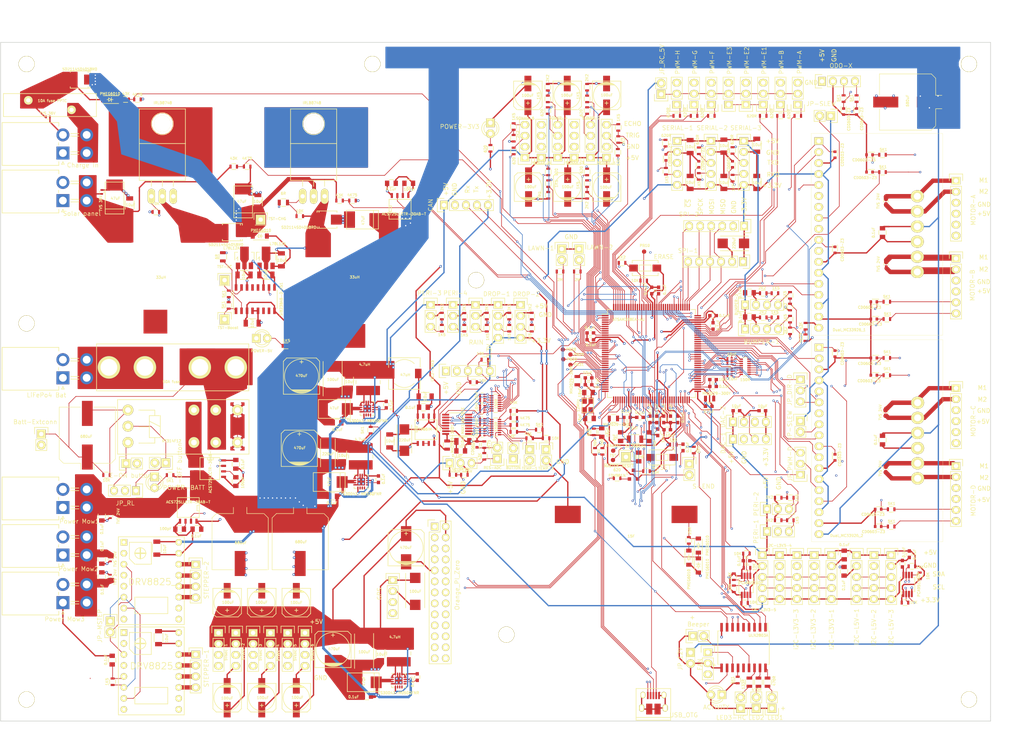
<source format=kicad_pcb>
(kicad_pcb (version 4) (host pcbnew 4.0.2+dfsg1-stable)
  (layers (0 F.Cu signal) (1 In1.Cu signal) (2 In2.Cu signal) (31 B.Cu signal) (34 B.Paste user) (35 F.Paste user) (36 B.SilkS user) (37 F.SilkS user) (38 B.Mask user) (39 F.Mask user) (44 Edge.Cuts user))
  (net 0 "")
  (net 1 5V)
  (net 2 GND)
  (net 3 "Net-(C13-Pad2)")
  (net 4 "Net-(C16-Pad1)")
  (net 5 "Net-(C17-Pad1)")
  (net 6 "Net-(C18-Pad1)")
  (net 7 3V3A)
  (net 8 VDDOUT)
  (net 9 3V3)
  (net 10 "Net-(C24-Pad1)")
  (net 11 "Net-(C25-Pad1)")
  (net 12 Vbatt)
  (net 13 "Net-(C30-Pad1)")
  (net 14 "Net-(C31-Pad1)")
  (net 15 "Net-(C34-Pad1)")
  (net 16 "Net-(C34-Pad2)")
  (net 17 "Net-(C35-Pad1)")
  (net 18 "Net-(C35-Pad2)")
  (net 19 "Net-(C38-Pad1)")
  (net 20 "Net-(C41-Pad1)")
  (net 21 "Net-(C44-Pad1)")
  (net 22 "Net-(C107-Pad1)")
  (net 23 "Net-(C48-Pad1)")
  (net 24 "Net-(C57-Pad1)")
  (net 25 ~EXTRST)
  (net 26 "Net-(C59-Pad1)")
  (net 27 "Net-(C61-Pad1)")
  (net 28 "Net-(C61-Pad2)")
  (net 29 Vsolar)
  (net 30 5Vsec)
  (net 31 "Net-(C65-Pad1)")
  (net 32 "Net-(C67-Pad1)")
  (net 33 "Net-(C72-Pad1)")
  (net 34 "Net-(C78-Pad1)")
  (net 35 "Net-(C82-Pad1)")
  (net 36 "Net-(C86-Pad1)")
  (net 37 "Net-(C96-Pad1)")
  (net 38 "Net-(C96-Pad2)")
  (net 39 NRSTB)
  (net 40 AD1)
  (net 41 AD0)
  (net 42 AD2)
  (net 43 AD3)
  (net 44 AD5)
  (net 45 AD4)
  (net 46 AD6)
  (net 47 AD7)
  (net 48 AD9)
  (net 49 AD8)
  (net 50 AD12)
  (net 51 AD11)
  (net 52 AD13)
  (net 53 AD10)
  (net 54 AD14)
  (net 55 AD15)
  (net 56 AD17)
  (net 57 AD16)
  (net 58 AD18)
  (net 59 AD19)
  (net 60 AD21)
  (net 61 AD20)
  (net 62 AD22)
  (net 63 BTTN)
  (net 64 "Net-(D1-Pad2)")
  (net 65 "Net-(D2-Pad2)")
  (net 66 "Net-(D3-Pad2)")
  (net 67 "Net-(D7-Pad1)")
  (net 68 Vcharge)
  (net 69 "Net-(D12-Pad1)")
  (net 70 "Net-(D13-Pad2)")
  (net 71 "Net-(D16-Pad1)")
  (net 72 ODO-X1)
  (net 73 ODO-X2)
  (net 74 RXD1)
  (net 75 RXD2)
  (net 76 FB-A)
  (net 77 FB-C)
  (net 78 FB-B)
  (net 79 FB-D)
  (net 80 RXD3)
  (net 81 ODO-A1)
  (net 82 ODO-B1)
  (net 83 ODO-C1)
  (net 84 ODO-D1)
  (net 85 ODO-A2)
  (net 86 ODO-B2)
  (net 87 ODO-C2)
  (net 88 ODO-D2)
  (net 89 "Net-(D35-Pad1)")
  (net 90 "Net-(D35-Pad2)")
  (net 91 "Net-(D36-Pad1)")
  (net 92 "Net-(D36-Pad2)")
  (net 93 "Net-(D37-Pad1)")
  (net 94 "Net-(D37-Pad2)")
  (net 95 "Net-(D38-Pad1)")
  (net 96 "Net-(D38-Pad2)")
  (net 97 ADC-RSV)
  (net 98 "Net-(C8-Pad1)")
  (net 99 "Net-(F1-Pad2)")
  (net 100 "Net-(F2-Pad1)")
  (net 101 DIR-D)
  (net 102 "Net-(JP1-Pad2)")
  (net 103 DIR-C)
  (net 104 "Net-(JP2-Pad2)")
  (net 105 "Net-(JP3-Pad2)")
  (net 106 PWM-D)
  (net 107 "Net-(JP4-Pad2)")
  (net 108 PWM-C)
  (net 109 "Net-(JP5-Pad1)")
  (net 110 "Net-(JP7-Pad2)")
  (net 111 LAWN-1R)
  (net 112 "Net-(P2-Pad3)")
  (net 113 "Net-(P2-Pad4)")
  (net 114 "Net-(P3-Pad3)")
  (net 115 "Net-(P3-Pad4)")
  (net 116 "Net-(P4-Pad3)")
  (net 117 "Net-(P4-Pad4)")
  (net 118 "Net-(P5-Pad3)")
  (net 119 "Net-(P5-Pad4)")
  (net 120 "Net-(P6-Pad3)")
  (net 121 "Net-(P6-Pad4)")
  (net 122 "Net-(P7-Pad3)")
  (net 123 "Net-(P7-Pad4)")
  (net 124 SHDN-RLY)
  (net 125 LAWN-2R)
  (net 126 "Net-(P11-Pad3)")
  (net 127 "Net-(P11-Pad4)")
  (net 128 "Net-(P12-Pad3)")
  (net 129 "Net-(P12-Pad4)")
  (net 130 "Net-(P13-Pad3)")
  (net 131 "Net-(P14-Pad3)")
  (net 132 "Net-(P15-Pad3)")
  (net 133 "Net-(P16-Pad3)")
  (net 134 "Net-(P17-Pad3)")
  (net 135 "Net-(P18-Pad3)")
  (net 136 "Net-(P19-Pad3)")
  (net 137 VUSB)
  (net 138 D-)
  (net 139 D+)
  (net 140 UOTGID)
  (net 141 S-END)
  (net 142 "Net-(P26-Pad2)")
  (net 143 "Net-(P27-Pad2)")
  (net 144 "Net-(P28-Pad1)")
  (net 145 "Net-(P28-Pad3)")
  (net 146 "Net-(P30-Pad2)")
  (net 147 CANRX)
  (net 148 CANTX)
  (net 149 "Net-(P34-Pad2)")
  (net 150 "Net-(P35-Pad1)")
  (net 151 "Net-(P35-Pad2)")
  (net 152 "Net-(P35-Pad3)")
  (net 153 "Net-(P35-Pad4)")
  (net 154 "Net-(P36-Pad1)")
  (net 155 "Net-(P36-Pad2)")
  (net 156 "Net-(P36-Pad3)")
  (net 157 "Net-(P36-Pad4)")
  (net 158 "Net-(P39-Pad1)")
  (net 159 "Net-(P39-Pad3)")
  (net 160 "Net-(P39-Pad5)")
  (net 161 "Net-(P39-Pad7)")
  (net 162 "Net-(P39-Pad8)")
  (net 163 "Net-(P39-Pad10)")
  (net 164 TXD0)
  (net 165 EXTERASE)
  (net 166 RXD0)
  (net 167 "Net-(P39-Pad16)")
  (net 168 "Net-(P39-Pad17)")
  (net 169 "Net-(P39-Pad18)")
  (net 170 "Net-(P39-Pad19)")
  (net 171 "Net-(P39-Pad21)")
  (net 172 "Net-(P39-Pad22)")
  (net 173 "Net-(P39-Pad23)")
  (net 174 "Net-(P39-Pad24)")
  (net 175 "Net-(P39-Pad26)")
  (net 176 DAC0)
  (net 177 DAC1)
  (net 178 "Net-(P45-Pad3)")
  (net 179 "Net-(P45-Pad4)")
  (net 180 SDA2)
  (net 181 SCL2)
  (net 182 "Net-(P49-Pad2)")
  (net 183 "Net-(P50-Pad3)")
  (net 184 "Net-(P50-Pad4)")
  (net 185 SPI0_MISO)
  (net 186 SPI0_MOSI)
  (net 187 SPI0_SPCK)
  (net 188 SPI0_CS1)
  (net 189 "Net-(P52-Pad3)")
  (net 190 "Net-(P52-Pad4)")
  (net 191 SPI0_CS2)
  (net 192 TEMP-1)
  (net 193 TEMP-2)
  (net 194 "Net-(P58-Pad3)")
  (net 195 "Net-(P58-Pad4)")
  (net 196 "Net-(P59-Pad3)")
  (net 197 "Net-(P59-Pad4)")
  (net 198 "Net-(P64-Pad3)")
  (net 199 "Net-(P65-Pad3)")
  (net 200 "Net-(P65-Pad4)")
  (net 201 "Net-(P67-Pad5)")
  (net 202 "Net-(P67-Pad6)")
  (net 203 "Net-(P68-Pad5)")
  (net 204 "Net-(P68-Pad6)")
  (net 205 "Net-(P69-Pad5)")
  (net 206 "Net-(P69-Pad6)")
  (net 207 "Net-(P70-Pad5)")
  (net 208 "Net-(P70-Pad6)")
  (net 209 "Net-(P71-Pad1)")
  (net 210 "Net-(P72-Pad1)")
  (net 211 "Net-(P73-Pad1)")
  (net 212 "Net-(P76-Pad1)")
  (net 213 "Net-(P77-Pad1)")
  (net 214 "Net-(P78-Pad1)")
  (net 215 "Net-(Q1-Pad1)")
  (net 216 FWUP)
  (net 217 "Net-(Q2-Pad1)")
  (net 218 "Net-(Q3-Pad1)")
  (net 219 LAWN-1S)
  (net 220 ECHO-1)
  (net 221 TRIG-1)
  (net 222 ECHO-2)
  (net 223 TRIG-2)
  (net 224 ECHO-3)
  (net 225 TRIG-3)
  (net 226 ECHO-4)
  (net 227 TRIG-4)
  (net 228 ECHO-5)
  (net 229 TRIG-5)
  (net 230 ECHO-6)
  (net 231 TRIG-6)
  (net 232 "Net-(C8-Pad2)")
  (net 233 LAWN-2S)
  (net 234 BMP-L1)
  (net 235 BMP-L2)
  (net 236 DROP-1)
  (net 237 DROP-2)
  (net 238 RAIN)
  (net 239 PERI-1)
  (net 240 PERI-2)
  (net 241 PERI-3)
  (net 242 PERI-4)
  (net 243 BMP-R1)
  (net 244 BMP-R2)
  (net 245 "Net-(R45-Pad2)")
  (net 246 "Net-(R46-Pad2)")
  (net 247 "Net-(R47-Pad2)")
  (net 248 "Net-(R50-Pad2)")
  (net 249 SVbatt)
  (net 250 "Net-(R54-Pad1)")
  (net 251 "Net-(R55-Pad1)")
  (net 252 PGOOD)
  (net 253 "Net-(R57-Pad1)")
  (net 254 SV3V3)
  (net 255 SV5V)
  (net 256 PWM-Boost)
  (net 257 PWM-CC)
  (net 258 SVsolar)
  (net 259 "Net-(R70-Pad2)")
  (net 260 SVin)
  (net 261 "Net-(R74-Pad2)")
  (net 262 SVcharge)
  (net 263 TXD1)
  (net 264 "Net-(R84-Pad2)")
  (net 265 SCL)
  (net 266 SDA)
  (net 267 TXD2)
  (net 268 "Net-(R93-Pad2)")
  (net 269 SV5Vsec)
  (net 270 TXD3)
  (net 271 PWM-E)
  (net 272 PWM-A)
  (net 273 PWM-B)
  (net 274 PWM-F)
  (net 275 PWM-G)
  (net 276 PWM-H)
  (net 277 "Net-(RL1-Pad14)")
  (net 278 "Net-(RL1-Pad12)")
  (net 279 SItotal)
  (net 280 SIcharge)
  (net 281 SImow)
  (net 282 LED1)
  (net 283 LED2)
  (net 284 LED3)
  (net 285 BEEPER)
  (net 286 "Net-(U1-Pad5)")
  (net 287 ACTIVITY)
  (net 288 PWM-FAN)
  (net 289 SHUTDOWN)
  (net 290 "Net-(U1-Pad14)")
  (net 291 "Net-(U4-Pad6)")
  (net 292 "Net-(U4-Pad7)")
  (net 293 "Net-(U4-Pad8)")
  (net 294 "Net-(U4-Pad9)")
  (net 295 "Net-(U5-Pad6)")
  (net 296 "Net-(U5-Pad7)")
  (net 297 "Net-(U5-Pad9)")
  (net 298 ~SFLT-1)
  (net 299 ~SFLT-2)
  (net 300 "Net-(U6-Pad28)")
  (net 301 "Net-(U6-Pad29)")
  (net 302 "Net-(U6-Pad30)")
  (net 303 "Net-(U6-Pad31)")
  (net 304 "Net-(U6-Pad46)")
  (net 305 "Net-(U6-Pad50)")
  (net 306 "Net-(U6-Pad51)")
  (net 307 ~SF~-D)
  (net 308 MOT-EN2)
  (net 309 ~SF~-C)
  (net 310 DIR-B)
  (net 311 ~SF~-B)
  (net 312 MOT-EN1)
  (net 313 DIR-A)
  (net 314 ~SF~-A)
  (net 315 "Net-(U6-Pad128)")
  (net 316 STEP)
  (net 317 SDIR)
  (net 318 ~SRST)
  (net 319 "Net-(U7-Pad7)")
  (net 320 "Net-(U7-Pad2)")
  (net 321 "Net-(U8-Pad6)")
  (net 322 "Net-(U8-Pad7)")
  (net 323 "Net-(U8-Pad12)")
  (net 324 "Net-(U8-Pad13)")
  (net 325 "Net-(U15-Pad6)")
  (net 326 "Net-(U15-Pad7)")
  (net 327 "Net-(U15-Pad8)")
  (net 328 "Net-(U15-Pad9)")
  (net 329 "Net-(X4-Pad1)")
  (net 330 "Net-(X4-Pad2)")
  (net 331 "Net-(X4-Pad4)")
  (net 332 "Net-(X5-Pad1)")
  (net 333 "Net-(X5-Pad2)")
  (net 334 "Net-(X5-Pad4)")
  (net 335 "Net-(D7-Pad2)")
  (net 336 "Net-(JP6-Pad1)")
  (net 337 "Net-(JP6-Pad3)")
  (net 338 "Net-(C110-Pad1)")
  (module Connect:USB_Micro-B_10103594-0001LF (layer F.Cu) (at 169 181.6)
    (fp_text reference P20)
    (fp_text value USB_OTG (at 7 3) (layer F.SilkS) (effects (font (thickness 0.125))))
    (pad 1 smd rect (at -1.3 -1.5 90) (size 1.65 0.4) (layers F.Cu F.Paste F.Mask) (net 137 VUSB))
    (pad 2 smd rect (at -0.65 -1.5 90) (size 1.65 0.4) (layers F.Cu F.Paste F.Mask) (net 138 D-))
    (pad 3 smd rect (at -0.0009 -1.5 90) (size 1.65 0.4) (layers F.Cu F.Paste F.Mask) (net 139 D+))
    (pad 4 smd rect (at 0.65 -1.5 90) (size 1.65 0.4) (layers F.Cu F.Paste F.Mask) (net 140 UOTGID))
    (pad 5 smd rect (at 1.3 -1.5 90) (size 1.65 0.4) (layers F.Cu F.Paste F.Mask) (net 2 GND))
    (pad 6 thru_hole oval (at -2.425 -1.625 90) (size 1.5 1.1) (drill oval 1.05 0.65) (layers *.Cu *.Mask F.SilkS) (net 2 GND))
    (pad 6 thru_hole oval (at 2.425 -1.625 90) (size 1.5 1.1) (drill oval 1.05 0.65) (layers *.Cu *.Mask F.SilkS) (net 2 GND))
    (pad 6 thru_hole oval (at -2.725 1.375 90) (size 1.7 1.2) (drill oval 1.2 0.7) (layers *.Cu *.Mask F.SilkS) (net 2 GND))
    (pad 6 thru_hole oval (at 2.725 1.375 90) (size 1.7 1.2) (drill oval 1.2 0.7) (layers *.Cu *.Mask F.SilkS) (net 2 GND))
    (pad 6 smd rect (at -0.9625 1.625 90) (size 2.5 1.425) (layers F.Cu F.Paste F.Mask) (net 2 GND))
    (pad 6 smd rect (at 0.9625 1.625 90) (size 2.5 1.425) (layers F.Cu F.Paste F.Mask) (net 2 GND))
  )
  (module AC-Stuff:Drill-3.5mm (layer F.Cu) (at 128 84)
    (fp_text reference REF** hide)
    (fp_text value Drill-3.5mm hide)
    (pad "" np_thru_hole circle (at 0 0) (size 3.7 3.7) (drill 3.5) (layers *.Cu *.Mask F.SilkS))
  )
  (module AC-Stuff:Drill-3.5mm (layer F.Cu) (at 135 166)
    (fp_text reference REF** hide)
    (fp_text value Drill-3.5mm hide)
    (pad "" np_thru_hole circle (at 0 0) (size 3.7 3.7) (drill 3.5) (layers *.Cu *.Mask F.SilkS))
  )
  (module AC-Stuff:Drill-3.5mm (layer F.Cu) (at 242 181)
    (fp_text reference REF** hide)
    (fp_text value Drill-3.5mm hide)
    (pad "" np_thru_hole circle (at 0 0) (size 3.7 3.7) (drill 3.5) (layers *.Cu *.Mask F.SilkS))
  )
  (module AC-Stuff:Drill-3.5mm (layer F.Cu) (at 242 34)
    (fp_text reference REF** hide)
    (fp_text value Drill-3.5mm hide)
    (pad "" np_thru_hole circle (at 0 0) (size 3.7 3.7) (drill 3.5) (layers *.Cu *.Mask F.SilkS))
  )
  (module AC-Stuff:Drill-3.5mm (layer F.Cu) (at 104 34)
    (fp_text reference REF** hide)
    (fp_text value Drill-3.5mm hide)
    (pad "" np_thru_hole circle (at 0 0) (size 3.7 3.7) (drill 3.5) (layers *.Cu *.Mask F.SilkS))
  )
  (module AC-Stuff:Drill-3.5mm (layer F.Cu) (at 24 181)
    (fp_text reference REF** hide)
    (fp_text value Drill-3.5mm hide)
    (pad "" np_thru_hole circle (at 0 0) (size 3.7 3.7) (drill 3.5) (layers *.Cu *.Mask F.SilkS))
  )
  (module AC-Stuff:Drill-3.5mm (layer F.Cu) (at 24 94)
    (fp_text reference REF** hide)
    (fp_text value Drill-3.5mm hide)
    (pad "" np_thru_hole circle (at 0 0) (size 3.7 3.7) (drill 3.5) (layers *.Cu *.Mask F.SilkS))
  )
  (module Pin_Headers:Pin_Header_Straight_1x03 (layer F.Cu) (at 195.27 142.14 90)
    (fp_text reference P16)
    (fp_text value PERI-1 (at -0.02 -2.53 90) (layer F.SilkS) (effects (font (thickness 0.125))))
    (pad 1 thru_hole rect (at 0 0 90) (size 2.032 1.7272) (drill 1.016) (layers *.Cu *.Mask F.SilkS) (net 1 5V))
    (pad 2 thru_hole oval (at 0 2.54 90) (size 2.032 1.7272) (drill 1.016) (layers *.Cu *.Mask F.SilkS) (net 2 GND))
    (pad 3 thru_hole oval (at 0 5.08 90) (size 2.032 1.7272) (drill 1.016) (layers *.Cu *.Mask F.SilkS) (net 133 "Net-(P16-Pad3)"))
  )
  (module Pin_Headers:Pin_Header_Straight_1x05 (layer F.Cu) (at 121 105 90)
    (fp_text reference P47)
    (fp_text value I2C2-L3V3 (at 0 -3.1 90) (layer F.SilkS) (effects (font (size 0.6 0.6) (thickness 0.125))))
    (pad 1 thru_hole rect (at 0 0 90) (size 2.032 1.7272) (drill 1.016) (layers *.Cu *.Mask F.SilkS) (net 1 5V))
    (pad 2 thru_hole oval (at 0 2.54 90) (size 2.032 1.7272) (drill 1.016) (layers *.Cu *.Mask F.SilkS) (net 2 GND))
    (pad 3 thru_hole oval (at 0 5.08 90) (size 2.032 1.7272) (drill 1.016) (layers *.Cu *.Mask F.SilkS) (net 180 SDA2))
    (pad 4 thru_hole oval (at 0 7.62 90) (size 2.032 1.7272) (drill 1.016) (layers *.Cu *.Mask F.SilkS) (net 181 SCL2))
    (pad 5 thru_hole oval (at 0 10.16 90) (size 2.032 1.7272) (drill 1.016) (layers *.Cu *.Mask F.SilkS) (net 9 3V3))
  )
  (module Diodes_SMD:SOD-123 (layer F.Cu) (at 43.3 42.24 180)
    (fp_text reference D16)
    (fp_text value PMEG6010 (at 0 1.34 180) (layer F.SilkS) (effects (font (size 0.6 0.6) (thickness 0.125))))
    (pad 1 smd rect (at -1.635 0 180) (size 0.91 1.22) (layers F.Cu F.Paste F.Mask) (net 71 "Net-(D16-Pad1)"))
    (pad 2 smd rect (at 1.635 0 180) (size 0.91 1.22) (layers F.Cu F.Paste F.Mask) (net 68 Vcharge))
  )
  (module Capacitors_SMD:C_0603 (layer F.Cu) (at 181.8 113.2)
    (fp_text reference C66)
    (fp_text value 0.1uF (at 0 1.2) (layer F.SilkS) (effects (font (size 0.6 0.6) (thickness 0.125))))
    (pad 1 smd rect (at -0.75 0) (size 0.8 0.75) (layers F.Cu F.Paste F.Mask) (net 7 3V3A))
    (pad 2 smd rect (at 0.75 0) (size 0.8 0.75) (layers F.Cu F.Paste F.Mask) (net 2 GND))
  )
  (module Capacitors_SMD:C_0805 (layer F.Cu) (at 154 110)
    (fp_text reference C24)
    (fp_text value 18pF (at -2 0 90) (layer F.SilkS) (effects (font (size 0.6 0.6) (thickness 0.125))))
    (pad 1 smd rect (at -1 0) (size 1 1.25) (layers F.Cu F.Paste F.Mask) (net 10 "Net-(C24-Pad1)"))
    (pad 2 smd rect (at 1 0) (size 1 1.25) (layers F.Cu F.Paste F.Mask) (net 2 GND))
  )
  (module Capacitors_SMD:C_0805 (layer F.Cu) (at 191.21 92.52)
    (fp_text reference C11)
    (fp_text value 0.1uF (at -2.1 0.025 90) (layer F.SilkS) (effects (font (size 0.6 0.6) (thickness 0.125))))
    (pad 1 smd rect (at -1 0) (size 1 1.25) (layers F.Cu F.Paste F.Mask) (net 1 5V))
    (pad 2 smd rect (at 1 0) (size 1 1.25) (layers F.Cu F.Paste F.Mask) (net 2 GND))
  )
  (module Capacitors_SMD:C_0805 (layer F.Cu) (at 191.21 86.92)
    (fp_text reference C12)
    (fp_text value 0.1uF (at -2.175 0.05 90) (layer F.SilkS) (effects (font (size 0.6 0.6) (thickness 0.125))))
    (pad 1 smd rect (at -1 0) (size 1 1.25) (layers F.Cu F.Paste F.Mask) (net 1 5V))
    (pad 2 smd rect (at 1 0) (size 1 1.25) (layers F.Cu F.Paste F.Mask) (net 2 GND))
  )
  (module Capacitors_SMD:C_0805 (layer F.Cu) (at 41.4 148.6 90)
    (fp_text reference C13)
    (fp_text value 0.1uF (at 3.1 0.05 90) (layer F.SilkS) (effects (font (size 0.6 0.6) (thickness 0.125))))
    (pad 1 smd rect (at -1 0 90) (size 1 1.25) (layers F.Cu F.Paste F.Mask) (net 2 GND))
    (pad 2 smd rect (at 1 0 90) (size 1 1.25) (layers F.Cu F.Paste F.Mask) (net 3 "Net-(C13-Pad2)"))
  )
  (module Capacitors_SMD:C_0805 (layer F.Cu) (at 41.4 152.6 270)
    (fp_text reference C14)
    (fp_text value 0.1uF (at 2.95 -0.1 270) (layer F.SilkS) (effects (font (size 0.6 0.6) (thickness 0.125))))
    (pad 1 smd rect (at -1 0 270) (size 1 1.25) (layers F.Cu F.Paste F.Mask) (net 2 GND))
    (pad 2 smd rect (at 1 0 270) (size 1 1.25) (layers F.Cu F.Paste F.Mask) (net 3 "Net-(C13-Pad2)"))
  )
  (module Capacitors_SMD:C_0805 (layer F.Cu) (at 41.4 138.6 90)
    (fp_text reference C15)
    (fp_text value 0.1uF (at -2.95 0 90) (layer F.SilkS) (effects (font (size 0.6 0.6) (thickness 0.125))))
    (pad 1 smd rect (at -1 0 90) (size 1 1.25) (layers F.Cu F.Paste F.Mask) (net 2 GND))
    (pad 2 smd rect (at 1 0 90) (size 1 1.25) (layers F.Cu F.Paste F.Mask) (net 3 "Net-(C13-Pad2)"))
  )
  (module Capacitors_SMD:C_0805 (layer F.Cu) (at 72.4 130.6 270)
    (fp_text reference C16)
    (fp_text value 100pF (at 0.2 -1.6 270) (layer F.SilkS) (effects (font (size 0.6 0.6) (thickness 0.125))))
    (pad 1 smd rect (at -1 0 270) (size 1 1.25) (layers F.Cu F.Paste F.Mask) (net 4 "Net-(C16-Pad1)"))
    (pad 2 smd rect (at 1 0 270) (size 1 1.25) (layers F.Cu F.Paste F.Mask) (net 2 GND))
  )
  (module Capacitors_SMD:C_0805 (layer F.Cu) (at 59.4 141.6 180)
    (fp_text reference C17)
    (fp_text value 100pF (at 3.25 0.1 180) (layer F.SilkS) (effects (font (size 0.6 0.6) (thickness 0.125))))
    (pad 1 smd rect (at -1 0 180) (size 1 1.25) (layers F.Cu F.Paste F.Mask) (net 5 "Net-(C17-Pad1)"))
    (pad 2 smd rect (at 1 0 180) (size 1 1.25) (layers F.Cu F.Paste F.Mask) (net 2 GND))
  )
  (module Capacitors_SMD:C_0805 (layer F.Cu) (at 72.4 126.6 270)
    (fp_text reference C19)
    (fp_text value 0.1uF (at -0.05 -1.6 270) (layer F.SilkS) (effects (font (size 0.6 0.6) (thickness 0.125))))
    (pad 1 smd rect (at -1 0 270) (size 1 1.25) (layers F.Cu F.Paste F.Mask) (net 7 3V3A))
    (pad 2 smd rect (at 1 0 270) (size 1 1.25) (layers F.Cu F.Paste F.Mask) (net 2 GND))
  )
  (module Capacitors_SMD:C_0805 (layer F.Cu) (at 63.4 141.6 180)
    (fp_text reference C20)
    (fp_text value 0.1uF (at 0.15 -1.6 180) (layer F.SilkS) (effects (font (size 0.6 0.6) (thickness 0.125))))
    (pad 1 smd rect (at -1 0 180) (size 1 1.25) (layers F.Cu F.Paste F.Mask) (net 7 3V3A))
    (pad 2 smd rect (at 1 0 180) (size 1 1.25) (layers F.Cu F.Paste F.Mask) (net 2 GND))
  )
  (module Capacitors_SMD:C_0603 (layer F.Cu) (at 154.4 96.2 180)
    (fp_text reference C21)
    (fp_text value 0.1uF (at 0.07 1.2 180) (layer F.SilkS) (effects (font (size 0.6 0.6) (thickness 0.125))))
    (pad 1 smd rect (at -0.75 0 180) (size 0.8 0.75) (layers F.Cu F.Paste F.Mask) (net 8 VDDOUT))
    (pad 2 smd rect (at 0.75 0 180) (size 0.8 0.75) (layers F.Cu F.Paste F.Mask) (net 2 GND))
  )
  (module Capacitors_SMD:C_0603 (layer F.Cu) (at 154 108.2 180)
    (fp_text reference C22)
    (fp_text value 0.1uF (at -2 0.4 270) (layer F.SilkS) (effects (font (size 0.6 0.6) (thickness 0.125))))
    (pad 1 smd rect (at -0.75 0 180) (size 0.8 0.75) (layers F.Cu F.Paste F.Mask) (net 6 "Net-(C18-Pad1)"))
    (pad 2 smd rect (at 0.75 0 180) (size 0.8 0.75) (layers F.Cu F.Paste F.Mask) (net 2 GND))
  )
  (module Capacitors_SMD:C_0603 (layer F.Cu) (at 154.4 97.8)
    (fp_text reference C23)
    (fp_text value 0.1uF (at 0.16 1.17) (layer F.SilkS) (effects (font (size 0.6 0.6) (thickness 0.125))))
    (pad 1 smd rect (at -0.75 0) (size 0.8 0.75) (layers F.Cu F.Paste F.Mask) (net 2 GND))
    (pad 2 smd rect (at 0.75 0) (size 0.8 0.75) (layers F.Cu F.Paste F.Mask) (net 9 3V3))
  )
  (module Capacitors_SMD:C_0805 (layer F.Cu) (at 154.2 116 180)
    (fp_text reference C25)
    (fp_text value 18pF (at 2.2 0 270) (layer F.SilkS) (effects (font (size 0.6 0.6) (thickness 0.125))))
    (pad 1 smd rect (at -1 0 180) (size 1 1.25) (layers F.Cu F.Paste F.Mask) (net 11 "Net-(C25-Pad1)"))
    (pad 2 smd rect (at 1 0 180) (size 1 1.25) (layers F.Cu F.Paste F.Mask) (net 2 GND))
  )
  (module Capacitors_Tantalum_SMD:TantalC_SizeX_EIA-7343 (layer F.Cu) (at 95.2 113.8)
    (fp_text reference C27)
    (fp_text value 47uF (at 0 -0.2 180) (layer F.SilkS) (effects (font (size 0.6 0.6) (thickness 0.125))))
    (pad 1 smd rect (at 2.99974 0) (size 2.55016 2.70002) (layers F.Cu F.Paste F.Mask) (net 12 Vbatt))
    (pad 2 smd rect (at -2.99974 0) (size 2.55016 3.79984) (layers F.Cu F.Paste F.Mask) (net 2 GND))
  )
  (module Capacitors_SMD:C_0805 (layer F.Cu) (at 94.8 134 180)
    (fp_text reference C28)
    (fp_text value 0.1uF (at 0.15 -1.55 180) (layer F.SilkS) (effects (font (size 0.6 0.6) (thickness 0.125))))
    (pad 1 smd rect (at -1 0 180) (size 1 1.25) (layers F.Cu F.Paste F.Mask) (net 12 Vbatt))
    (pad 2 smd rect (at 1 0 180) (size 1 1.25) (layers F.Cu F.Paste F.Mask) (net 2 GND))
  )
  (module Capacitors_SMD:C_0805 (layer F.Cu) (at 95.8 117 180)
    (fp_text reference C29)
    (fp_text value 0.1uF (at -0.1 -1.6 180) (layer F.SilkS) (effects (font (size 0.6 0.6) (thickness 0.125))))
    (pad 1 smd rect (at -1 0 180) (size 1 1.25) (layers F.Cu F.Paste F.Mask) (net 12 Vbatt))
    (pad 2 smd rect (at 1 0 180) (size 1 1.25) (layers F.Cu F.Paste F.Mask) (net 2 GND))
  )
  (module Capacitors_SMD:C_0805 (layer F.Cu) (at 157.05 119.25 270)
    (fp_text reference C30)
    (fp_text value 18pF (at -0.05 -1.45 270) (layer F.SilkS) (effects (font (size 0.6 0.6) (thickness 0.125))))
    (pad 1 smd rect (at -1 0 270) (size 1 1.25) (layers F.Cu F.Paste F.Mask) (net 13 "Net-(C30-Pad1)"))
    (pad 2 smd rect (at 1 0 270) (size 1 1.25) (layers F.Cu F.Paste F.Mask) (net 2 GND))
  )
  (module Capacitors_SMD:C_0603 (layer F.Cu) (at 162.9 115.75)
    (fp_text reference C32)
    (fp_text value 0.1uF (at -0.1 -1.35) (layer F.SilkS) (effects (font (size 0.6 0.6) (thickness 0.125))))
    (pad 1 smd rect (at -0.75 0) (size 0.8 0.75) (layers F.Cu F.Paste F.Mask) (net 14 "Net-(C31-Pad1)"))
    (pad 2 smd rect (at 0.75 0) (size 0.8 0.75) (layers F.Cu F.Paste F.Mask) (net 2 GND))
  )
  (module Capacitors_SMD:C_0603 (layer F.Cu) (at 165.9 115.75 180)
    (fp_text reference C33)
    (fp_text value 0.1uF (at -0.1 1.15 180) (layer F.SilkS) (effects (font (size 0.6 0.6) (thickness 0.125))))
    (pad 1 smd rect (at -0.75 0 180) (size 0.8 0.75) (layers F.Cu F.Paste F.Mask) (net 8 VDDOUT))
    (pad 2 smd rect (at 0.75 0 180) (size 0.8 0.75) (layers F.Cu F.Paste F.Mask) (net 2 GND))
  )
  (module Capacitors_SMD:C_0603 (layer F.Cu) (at 105.4 130.05 270)
    (fp_text reference C34)
    (fp_text value 0.1uF (at -0.1 -1.15 270) (layer F.SilkS) (effects (font (size 0.6 0.6) (thickness 0.125))))
    (pad 1 smd rect (at -0.75 0 270) (size 0.8 0.75) (layers F.Cu F.Paste F.Mask) (net 15 "Net-(C34-Pad1)"))
    (pad 2 smd rect (at 0.75 0 270) (size 0.8 0.75) (layers F.Cu F.Paste F.Mask) (net 16 "Net-(C34-Pad2)"))
  )
  (module Capacitors_SMD:C_0603 (layer F.Cu) (at 107.2 112.8 270)
    (fp_text reference C35)
    (fp_text value 0.1uF (at 0.1 -1.2 270) (layer F.SilkS) (effects (font (size 0.6 0.6) (thickness 0.125))))
    (pad 1 smd rect (at -0.75 0 270) (size 0.8 0.75) (layers F.Cu F.Paste F.Mask) (net 17 "Net-(C35-Pad1)"))
    (pad 2 smd rect (at 0.75 0 270) (size 0.8 0.75) (layers F.Cu F.Paste F.Mask) (net 18 "Net-(C35-Pad2)"))
  )
  (module Capacitors_SMD:C_1206 (layer F.Cu) (at 97 124.5 270)
    (fp_text reference C36)
    (fp_text value 10uF (at 0.05 -0.25 360) (layer F.SilkS) (effects (font (size 0.6 0.6) (thickness 0.125))))
    (pad 1 smd rect (at -1.5 0 270) (size 1 1.6) (layers F.Cu F.Paste F.Mask) (net 9 3V3))
    (pad 2 smd rect (at 1.5 0 270) (size 1 1.6) (layers F.Cu F.Paste F.Mask) (net 2 GND))
  )
  (module Capacitors_SMD:C_1206 (layer F.Cu) (at 98.6 107.4 270)
    (fp_text reference C37)
    (fp_text value 10uF (at 0.1 -0.2 360) (layer F.SilkS) (effects (font (size 0.6 0.6) (thickness 0.125))))
    (pad 1 smd rect (at -1.5 0 270) (size 1 1.6) (layers F.Cu F.Paste F.Mask) (net 1 5V))
    (pad 2 smd rect (at 1.5 0 270) (size 1 1.6) (layers F.Cu F.Paste F.Mask) (net 2 GND))
  )
  (module Capacitors_SMD:C_0805 (layer F.Cu) (at 161.425 120.2 90)
    (fp_text reference C38)
    (fp_text value 9pF (at -0.2 -1.425 90) (layer F.SilkS) (effects (font (size 0.6 0.6) (thickness 0.125))))
    (pad 1 smd rect (at -1 0 90) (size 1 1.25) (layers F.Cu F.Paste F.Mask) (net 19 "Net-(C38-Pad1)"))
    (pad 2 smd rect (at 1 0 90) (size 1 1.25) (layers F.Cu F.Paste F.Mask) (net 2 GND))
  )
  (module Capacitors_Tantalum_SMD:TantalC_SizeC_EIA-6032_Reflow (layer F.Cu) (at 93.7 124.2 270)
    (fp_text reference C39)
    (fp_text value 220uF (at 0 -0.05 360) (layer F.SilkS) (effects (font (size 0.6 0.6) (thickness 0.125))))
    (pad 2 smd rect (at 2.47 0 270) (size 2.37 2.23) (layers F.Cu F.Paste F.Mask) (net 2 GND))
    (pad 1 smd rect (at -2.47 0 270) (size 2.37 2.23) (layers F.Cu F.Paste F.Mask) (net 9 3V3))
  )
  (module Capacitors_Tantalum_SMD:TantalC_SizeD_EIA-7343_Reflow (layer F.Cu) (at 94.8 107 270)
    (fp_text reference C40)
    (fp_text value 100uF (at 0 -0.1 360) (layer F.SilkS) (effects (font (size 0.6 0.6) (thickness 0.125))))
    (pad 2 smd rect (at 3.12 0 270) (size 2.37 2.43) (layers F.Cu F.Paste F.Mask) (net 2 GND))
    (pad 1 smd rect (at -3.12 0 270) (size 2.37 2.43) (layers F.Cu F.Paste F.Mask) (net 1 5V))
  )
  (module Capacitors_SMD:C_0805 (layer F.Cu) (at 168.025 120.225 90)
    (fp_text reference C41)
    (fp_text value 9pF (at -1.475 1.275 90) (layer F.SilkS) (effects (font (size 0.6 0.6) (thickness 0.125))))
    (pad 1 smd rect (at -1 0 90) (size 1 1.25) (layers F.Cu F.Paste F.Mask) (net 20 "Net-(C41-Pad1)"))
    (pad 2 smd rect (at 1 0 90) (size 1 1.25) (layers F.Cu F.Paste F.Mask) (net 2 GND))
  )
  (module AC-Stuff:Supercap-Vishay_E3_22_24 (layer F.Cu) (at 150.2 132.2)
    (fp_text reference C44)
    (fp_text value 15F (at 13.644999 11.035) (layer F.SilkS) (effects (font (size 0.6 0.6) (thickness 0.125))))
    (pad 2 smd rect (at -1 6) (size 6 4) (layers F.Cu F.Paste F.Mask) (net 2 GND))
    (pad 1 smd rect (at 26 6) (size 6 4) (layers F.Cu F.Paste F.Mask) (net 21 "Net-(C44-Pad1)"))
  )
  (module Capacitors_SMD:C_0603 (layer F.Cu) (at 168.2 116.2 270)
    (fp_text reference C45)
    (fp_text value 0.1uF (at -2.4 0 270) (layer F.SilkS) (effects (font (size 0.6 0.6) (thickness 0.125))))
    (pad 1 smd rect (at -0.75 0 270) (size 0.8 0.75) (layers F.Cu F.Paste F.Mask) (net 22 "Net-(C107-Pad1)"))
    (pad 2 smd rect (at 0.75 0 270) (size 0.8 0.75) (layers F.Cu F.Paste F.Mask) (net 2 GND))
  )
  (module Capacitors_SMD:C_0603 (layer F.Cu) (at 168.6 86.4 90)
    (fp_text reference C46)
    (fp_text value 0.1uF (at 0.2 -1.4 90) (layer F.SilkS) (effects (font (size 0.6 0.6) (thickness 0.125))))
    (pad 1 smd rect (at -0.75 0 90) (size 0.8 0.75) (layers F.Cu F.Paste F.Mask) (net 9 3V3))
    (pad 2 smd rect (at 0.75 0 90) (size 0.8 0.75) (layers F.Cu F.Paste F.Mask) (net 2 GND))
  )
  (module Capacitors_SMD:C_0603 (layer F.Cu) (at 170.2 86.4 90)
    (fp_text reference C47)
    (fp_text value 0.1uF (at 0.2 1.4 90) (layer F.SilkS) (effects (font (size 0.6 0.6) (thickness 0.125))))
    (pad 1 smd rect (at -0.75 0 90) (size 0.8 0.75) (layers F.Cu F.Paste F.Mask) (net 8 VDDOUT))
    (pad 2 smd rect (at 0.75 0 90) (size 0.8 0.75) (layers F.Cu F.Paste F.Mask) (net 2 GND))
  )
  (module Capacitors_SMD:C_1206 (layer F.Cu) (at 116.2 111)
    (fp_text reference C48)
    (fp_text value 10uF (at 0 -0.2 90) (layer F.SilkS) (effects (font (size 0.6 0.6) (thickness 0.125))))
    (pad 1 smd rect (at -1.5 0) (size 1 1.6) (layers F.Cu F.Paste F.Mask) (net 23 "Net-(C48-Pad1)"))
    (pad 2 smd rect (at 1.5 0) (size 1 1.6) (layers F.Cu F.Paste F.Mask) (net 2 GND))
  )
  (module Capacitors_SMD:C_0805 (layer F.Cu) (at 115.8 113.4)
    (fp_text reference C51)
    (fp_text value 0.1uF (at -3 0.05) (layer F.SilkS) (effects (font (size 0.6 0.6) (thickness 0.125))))
    (pad 1 smd rect (at -1 0) (size 1 1.25) (layers F.Cu F.Paste F.Mask) (net 23 "Net-(C48-Pad1)"))
    (pad 2 smd rect (at 1 0) (size 1 1.25) (layers F.Cu F.Paste F.Mask) (net 2 GND))
  )
  (module Capacitors_SMD:C_0603 (layer F.Cu) (at 169.77 116.21 270)
    (fp_text reference C52)
    (fp_text value 0.1uF (at -2.41 -0.03 270) (layer F.SilkS) (effects (font (size 0.6 0.6) (thickness 0.125))))
    (pad 1 smd rect (at -0.75 0 270) (size 0.8 0.75) (layers F.Cu F.Paste F.Mask) (net 8 VDDOUT))
    (pad 2 smd rect (at 0.75 0 270) (size 0.8 0.75) (layers F.Cu F.Paste F.Mask) (net 2 GND))
  )
  (module Capacitors_SMD:C_0603 (layer F.Cu) (at 171.4 116.2 270)
    (fp_text reference C53)
    (fp_text value 0.1uF (at -2.4 0 270) (layer F.SilkS) (effects (font (size 0.6 0.6) (thickness 0.125))))
    (pad 1 smd rect (at -0.75 0 270) (size 0.8 0.75) (layers F.Cu F.Paste F.Mask) (net 9 3V3))
    (pad 2 smd rect (at 0.75 0 270) (size 0.8 0.75) (layers F.Cu F.Paste F.Mask) (net 2 GND))
  )
  (module Capacitors_SMD:C_1206 (layer F.Cu) (at 76.2 93.95)
    (fp_text reference C54)
    (fp_text value 10uF (at 0 -0.05 90) (layer F.SilkS) (effects (font (size 0.6 0.6) (thickness 0.125))))
    (pad 1 smd rect (at -1.5 0) (size 1 1.6) (layers F.Cu F.Paste F.Mask) (net 1 5V))
    (pad 2 smd rect (at 1.5 0) (size 1 1.6) (layers F.Cu F.Paste F.Mask) (net 2 GND))
  )
  (module Capacitors_SMD:C_0603 (layer F.Cu) (at 172.95 116.21 270)
    (fp_text reference C55)
    (fp_text value 0.1uF (at -2.41 -0.05 270) (layer F.SilkS) (effects (font (size 0.6 0.6) (thickness 0.125))))
    (pad 1 smd rect (at -0.75 0 270) (size 0.8 0.75) (layers F.Cu F.Paste F.Mask) (net 8 VDDOUT))
    (pad 2 smd rect (at 0.75 0 270) (size 0.8 0.75) (layers F.Cu F.Paste F.Mask) (net 2 GND))
  )
  (module Capacitors_SMD:C_0603 (layer F.Cu) (at 174.6 116.2 270)
    (fp_text reference C56)
    (fp_text value 0.1uF (at -0.4 -1.2 270) (layer F.SilkS) (effects (font (size 0.6 0.6) (thickness 0.125))))
    (pad 1 smd rect (at -0.75 0 270) (size 0.8 0.75) (layers F.Cu F.Paste F.Mask) (net 9 3V3))
    (pad 2 smd rect (at 0.75 0 270) (size 0.8 0.75) (layers F.Cu F.Paste F.Mask) (net 2 GND))
  )
  (module Capacitors_SMD:C_0603 (layer F.Cu) (at 175.85 122.7 270)
    (fp_text reference C57)
    (fp_text value 0.1uF (at -0.05 -1.05 270) (layer F.SilkS) (effects (font (size 0.6 0.6) (thickness 0.125))))
    (pad 1 smd rect (at -0.75 0 270) (size 0.8 0.75) (layers F.Cu F.Paste F.Mask) (net 24 "Net-(C57-Pad1)"))
    (pad 2 smd rect (at 0.75 0 270) (size 0.8 0.75) (layers F.Cu F.Paste F.Mask) (net 25 ~EXTRST))
  )
  (module Capacitors_SMD:C_1206 (layer F.Cu) (at 108 121.2 270)
    (fp_text reference C58)
    (fp_text value 10uF (at 0 -0.2 360) (layer F.SilkS) (effects (font (size 0.6 0.6) (thickness 0.125))))
    (pad 1 smd rect (at -1.5 0 270) (size 1 1.6) (layers F.Cu F.Paste F.Mask) (net 7 3V3A))
    (pad 2 smd rect (at 1.5 0 270) (size 1 1.6) (layers F.Cu F.Paste F.Mask) (net 2 GND))
  )
  (module Capacitors_SMD:C_1206 (layer F.Cu) (at 74.3 82.8)
    (fp_text reference C59)
    (fp_text value 10uF (at -0.1 -0.2 90) (layer F.SilkS) (effects (font (size 0.6 0.6) (thickness 0.125))))
    (pad 1 smd rect (at -1.5 0) (size 1 1.6) (layers F.Cu F.Paste F.Mask) (net 26 "Net-(C59-Pad1)"))
    (pad 2 smd rect (at 1.5 0) (size 1 1.6) (layers F.Cu F.Paste F.Mask) (net 2 GND))
  )
  (module Capacitors_Tantalum_SMD:TantalC_SizeC_EIA-6032_Reflow (layer F.Cu) (at 111.4 121 270)
    (fp_text reference C60)
    (fp_text value 220uF (at 0 -0.1 360) (layer F.SilkS) (effects (font (size 0.6 0.6) (thickness 0.125))))
    (pad 2 smd rect (at 2.47 0 270) (size 2.37 2.23) (layers F.Cu F.Paste F.Mask) (net 2 GND))
    (pad 1 smd rect (at -2.47 0 270) (size 2.37 2.23) (layers F.Cu F.Paste F.Mask) (net 7 3V3A))
  )
  (module Capacitors_SMD:C_1206 (layer F.Cu) (at 79.35 82.8 180)
    (fp_text reference C61)
    (fp_text value 10uF (at 0.05 0.1 270) (layer F.SilkS) (effects (font (size 0.6 0.6) (thickness 0.125))))
    (pad 1 smd rect (at -1.5 0 180) (size 1 1.6) (layers F.Cu F.Paste F.Mask) (net 27 "Net-(C61-Pad1)"))
    (pad 2 smd rect (at 1.5 0 180) (size 1 1.6) (layers F.Cu F.Paste F.Mask) (net 28 "Net-(C61-Pad2)"))
  )
  (module Capacitors_Tantalum_SMD:TantalC_SizeX_EIA-7343 (layer F.Cu) (at 44.35 65 270)
    (fp_text reference C62)
    (fp_text value 47uF (at 0.1 -0.2 360) (layer F.SilkS) (effects (font (size 0.6 0.6) (thickness 0.125))))
    (pad 1 smd rect (at 2.99974 0 270) (size 2.55016 2.70002) (layers F.Cu F.Paste F.Mask) (net 29 Vsolar))
    (pad 2 smd rect (at -2.99974 0 270) (size 2.55016 3.79984) (layers F.Cu F.Paste F.Mask) (net 2 GND))
  )
  (module Capacitors_SMD:C_1206 (layer F.Cu) (at 47.85 66.6 90)
    (fp_text reference C63)
    (fp_text value 10uF (at 0 0.2 180) (layer F.SilkS) (effects (font (size 0.6 0.6) (thickness 0.125))))
    (pad 1 smd rect (at -1.5 0 90) (size 1 1.6) (layers F.Cu F.Paste F.Mask) (net 29 Vsolar))
    (pad 2 smd rect (at 1.5 0 90) (size 1 1.6) (layers F.Cu F.Paste F.Mask) (net 2 GND))
  )
  (module Capacitors_SMD:C_1206 (layer F.Cu) (at 82.95 79.3 90)
    (fp_text reference C65)
    (fp_text value 10uF (at -0.1 0.15 180) (layer F.SilkS) (effects (font (size 0.6 0.6) (thickness 0.125))))
    (pad 1 smd rect (at -1.5 0 90) (size 1 1.6) (layers F.Cu F.Paste F.Mask) (net 31 "Net-(C65-Pad1)"))
    (pad 2 smd rect (at 1.5 0 90) (size 1 1.6) (layers F.Cu F.Paste F.Mask) (net 27 "Net-(C61-Pad1)"))
  )
  (module Capacitors_Tantalum_SMD:TantalC_SizeX_EIA-7343 (layer F.Cu) (at 74.1 65.9 270)
    (fp_text reference C67)
    (fp_text value 47uF (at -0.1 0.3 360) (layer F.SilkS) (effects (font (size 0.6 0.6) (thickness 0.125))))
    (pad 1 smd rect (at 2.99974 0 270) (size 2.55016 2.70002) (layers F.Cu F.Paste F.Mask) (net 32 "Net-(C67-Pad1)"))
    (pad 2 smd rect (at -2.99974 0 270) (size 2.55016 3.79984) (layers F.Cu F.Paste F.Mask) (net 2 GND))
  )
  (module Capacitors_SMD:C_0603 (layer F.Cu) (at 182.8 92.2)
    (fp_text reference C69)
    (fp_text value 0.1uF (at 2.6 0) (layer F.SilkS) (effects (font (size 0.6 0.6) (thickness 0.125))))
    (pad 1 smd rect (at -0.75 0) (size 0.8 0.75) (layers F.Cu F.Paste F.Mask) (net 9 3V3))
    (pad 2 smd rect (at 0.75 0) (size 0.8 0.75) (layers F.Cu F.Paste F.Mask) (net 2 GND))
  )
  (module Capacitors_SMD:C_0603 (layer F.Cu) (at 182.8 94.6 270)
    (fp_text reference C70)
    (fp_text value 0.1uF (at -0.2 -1.2 270) (layer F.SilkS) (effects (font (size 0.6 0.6) (thickness 0.125))))
    (pad 1 smd rect (at -0.75 0 270) (size 0.8 0.75) (layers F.Cu F.Paste F.Mask) (net 2 GND))
    (pad 2 smd rect (at 0.75 0 270) (size 0.8 0.75) (layers F.Cu F.Paste F.Mask) (net 8 VDDOUT))
  )
  (module Capacitors_SMD:C_1206 (layer F.Cu) (at 77.5 65.8 90)
    (fp_text reference C71)
    (fp_text value 10uF (at 0 0.1 180) (layer F.SilkS) (effects (font (size 0.6 0.6) (thickness 0.125))))
    (pad 1 smd rect (at -1.5 0 90) (size 1 1.6) (layers F.Cu F.Paste F.Mask) (net 32 "Net-(C67-Pad1)"))
    (pad 2 smd rect (at 1.5 0 90) (size 1 1.6) (layers F.Cu F.Paste F.Mask) (net 2 GND))
  )
  (module Capacitors_SMD:C_0603 (layer F.Cu) (at 182.8 108.6)
    (fp_text reference C72)
    (fp_text value 0.1uF (at 2.6 0) (layer F.SilkS) (effects (font (size 0.6 0.6) (thickness 0.125))))
    (pad 1 smd rect (at -0.75 0) (size 0.8 0.75) (layers F.Cu F.Paste F.Mask) (net 33 "Net-(C72-Pad1)"))
    (pad 2 smd rect (at 0.75 0) (size 0.8 0.75) (layers F.Cu F.Paste F.Mask) (net 2 GND))
  )
  (module Capacitors_SMD:C_0603 (layer F.Cu) (at 188.2 114.2)
    (fp_text reference C76)
    (fp_text value 10uF (at 0.01 -1.09) (layer F.SilkS) (effects (font (size 0.6 0.6) (thickness 0.125))))
    (pad 1 smd rect (at -0.75 0) (size 0.8 0.75) (layers F.Cu F.Paste F.Mask) (net 1 5V))
    (pad 2 smd rect (at 0.75 0) (size 0.8 0.75) (layers F.Cu F.Paste F.Mask) (net 2 GND))
  )
  (module Capacitors_SMD:C_0603 (layer F.Cu) (at 194.2 114.2 180)
    (fp_text reference C77)
    (fp_text value 10uF (at -0.08 1.06 180) (layer F.SilkS) (effects (font (size 0.6 0.6) (thickness 0.125))))
    (pad 1 smd rect (at -0.75 0 180) (size 0.8 0.75) (layers F.Cu F.Paste F.Mask) (net 9 3V3))
    (pad 2 smd rect (at 0.75 0 180) (size 0.8 0.75) (layers F.Cu F.Paste F.Mask) (net 2 GND))
  )
  (module Capacitors_Tantalum_SMD:TantalC_SizeX_EIA-7343 (layer F.Cu) (at 101.7 70)
    (fp_text reference C78)
    (fp_text value 47uF (at 0.15 0.15 90) (layer F.SilkS) (effects (font (size 0.6 0.6) (thickness 0.125))))
    (pad 1 smd rect (at 2.99974 0) (size 2.55016 2.70002) (layers F.Cu F.Paste F.Mask) (net 34 "Net-(C78-Pad1)"))
    (pad 2 smd rect (at -2.99974 0) (size 2.55016 3.79984) (layers F.Cu F.Paste F.Mask) (net 2 GND))
  )
  (module Capacitors_Tantalum_SMD:TantalC_SizeD_EIA-7343_Reflow (layer F.Cu) (at 113.9 156 270)
    (fp_text reference C81)
    (fp_text value 100uF (at 0 -0.05 360) (layer F.SilkS) (effects (font (size 0.6 0.6) (thickness 0.125))))
    (pad 2 smd rect (at 3.12 0 270) (size 2.37 2.43) (layers F.Cu F.Paste F.Mask) (net 2 GND))
    (pad 1 smd rect (at -3.12 0 270) (size 2.37 2.43) (layers F.Cu F.Paste F.Mask) (net 30 5Vsec))
  )
  (module Capacitors_SMD:C_1206 (layer F.Cu) (at 124.925 121.3)
    (fp_text reference C82)
    (fp_text value 10uF (at -0.025 -0.2 90) (layer F.SilkS) (effects (font (size 0.6 0.6) (thickness 0.125))))
    (pad 1 smd rect (at -1.5 0) (size 1 1.6) (layers F.Cu F.Paste F.Mask) (net 35 "Net-(C82-Pad1)"))
    (pad 2 smd rect (at 1.5 0) (size 1 1.6) (layers F.Cu F.Paste F.Mask) (net 2 GND))
  )
  (module Capacitors_SMD:C_0805 (layer F.Cu) (at 124.425 123.5)
    (fp_text reference C83)
    (fp_text value 0.1uF (at -0.825 1.1) (layer F.SilkS) (effects (font (size 0.6 0.6) (thickness 0.125))))
    (pad 1 smd rect (at -1 0) (size 1 1.25) (layers F.Cu F.Paste F.Mask) (net 35 "Net-(C82-Pad1)"))
    (pad 2 smd rect (at 1 0) (size 1 1.25) (layers F.Cu F.Paste F.Mask) (net 2 GND))
  )
  (module Capacitors_SMD:C_0603 (layer F.Cu) (at 226.6 149.6 90)
    (fp_text reference C85)
    (fp_text value 0.1uF (at 2.66 0.35 90) (layer F.SilkS) (effects (font (size 0.6 0.6) (thickness 0.125))))
    (pad 1 smd rect (at -0.75 0 90) (size 0.8 0.75) (layers F.Cu F.Paste F.Mask) (net 9 3V3))
    (pad 2 smd rect (at 0.75 0 90) (size 0.8 0.75) (layers F.Cu F.Paste F.Mask) (net 2 GND))
  )
  (module Capacitors_SMD:C_0805 (layer F.Cu) (at 112.4 61.6)
    (fp_text reference C86)
    (fp_text value 100pF (at 0.2 1.4) (layer F.SilkS) (effects (font (size 0.6 0.6) (thickness 0.125))))
    (pad 1 smd rect (at -1 0) (size 1 1.25) (layers F.Cu F.Paste F.Mask) (net 36 "Net-(C86-Pad1)"))
    (pad 2 smd rect (at 1 0) (size 1 1.25) (layers F.Cu F.Paste F.Mask) (net 2 GND))
  )
  (module Capacitors_SMD:C_0805 (layer F.Cu) (at 108.4 61.6)
    (fp_text reference C87)
    (fp_text value 0.1uF (at -0.05 1.35) (layer F.SilkS) (effects (font (size 0.6 0.6) (thickness 0.125))))
    (pad 1 smd rect (at -1 0) (size 1 1.25) (layers F.Cu F.Paste F.Mask) (net 7 3V3A))
    (pad 2 smd rect (at 1 0) (size 1 1.25) (layers F.Cu F.Paste F.Mask) (net 2 GND))
  )
  (module Capacitors_SMD:C_0603 (layer F.Cu) (at 228.2 147.4 270)
    (fp_text reference C88)
    (fp_text value 0.1uF (at 0.04 -1.22 270) (layer F.SilkS) (effects (font (size 0.6 0.6) (thickness 0.125))))
    (pad 1 smd rect (at -0.75 0 270) (size 0.8 0.75) (layers F.Cu F.Paste F.Mask) (net 1 5V))
    (pad 2 smd rect (at 0.75 0 270) (size 0.8 0.75) (layers F.Cu F.Paste F.Mask) (net 2 GND))
  )
  (module Capacitors_SMD:C_1206 (layer F.Cu) (at 177.5 53.1 270)
    (fp_text reference C89)
    (fp_text value 10uF (at 0.04 -0.21 360) (layer F.SilkS) (effects (font (size 0.6 0.6) (thickness 0.125))))
    (pad 1 smd rect (at -1.5 0 270) (size 1 1.6) (layers F.Cu F.Paste F.Mask) (net 1 5V))
    (pad 2 smd rect (at 1.5 0 270) (size 1 1.6) (layers F.Cu F.Paste F.Mask) (net 2 GND))
  )
  (module Capacitors_Tantalum_SMD:TantalC_SizeX_EIA-7343 (layer F.Cu) (at 101.875 177.025)
    (fp_text reference C90)
    (fp_text value 47uF (at 0.125 -0.225 90) (layer F.SilkS) (effects (font (size 0.6 0.6) (thickness 0.125))))
    (pad 1 smd rect (at 2.99974 0) (size 2.55016 2.70002) (layers F.Cu F.Paste F.Mask) (net 12 Vbatt))
    (pad 2 smd rect (at -2.99974 0) (size 2.55016 3.79984) (layers F.Cu F.Paste F.Mask) (net 2 GND))
  )
  (module Capacitors_SMD:C_1206 (layer F.Cu) (at 177.5 61.4 90)
    (fp_text reference C91)
    (fp_text value 10uF (at 0 0.16 180) (layer F.SilkS) (effects (font (size 0.6 0.6) (thickness 0.125))))
    (pad 1 smd rect (at -1.5 0 90) (size 1 1.6) (layers F.Cu F.Paste F.Mask) (net 9 3V3))
    (pad 2 smd rect (at 1.5 0 90) (size 1 1.6) (layers F.Cu F.Paste F.Mask) (net 2 GND))
  )
  (module Capacitors_Tantalum_SMD:TantalC_SizeC_EIA-6032_Reflow (layer F.Cu) (at 187.5 75.5 180)
    (fp_text reference C92)
    (fp_text value 220uF (at -0.16 0.09 270) (layer F.SilkS) (effects (font (size 0.6 0.6) (thickness 0.125))))
    (pad 2 smd rect (at 2.47 0 180) (size 2.37 2.23) (layers F.Cu F.Paste F.Mask) (net 2 GND))
    (pad 1 smd rect (at -2.47 0 180) (size 2.37 2.23) (layers F.Cu F.Paste F.Mask) (net 9 3V3))
  )
  (module Capacitors_SMD:C_0805 (layer F.Cu) (at 213.11 151.35 270)
    (fp_text reference C93)
    (fp_text value 0.1uF (at 3.25 0.11 270) (layer F.SilkS) (effects (font (size 0.6 0.6) (thickness 0.125))))
    (pad 1 smd rect (at -1 0 270) (size 1 1.25) (layers F.Cu F.Paste F.Mask) (net 1 5V))
    (pad 2 smd rect (at 1 0 270) (size 1 1.25) (layers F.Cu F.Paste F.Mask) (net 2 GND))
  )
  (module Capacitors_SMD:C_0805 (layer F.Cu) (at 102.675 180.225 180)
    (fp_text reference C94)
    (fp_text value 0.1uF (at 3.025 -0.175 180) (layer F.SilkS) (effects (font (size 0.6 0.6) (thickness 0.125))))
    (pad 1 smd rect (at -1 0 180) (size 1 1.25) (layers F.Cu F.Paste F.Mask) (net 12 Vbatt))
    (pad 2 smd rect (at 1 0 180) (size 1 1.25) (layers F.Cu F.Paste F.Mask) (net 2 GND))
  )
  (module Capacitors_SMD:C_0603 (layer F.Cu) (at 190.555 148.91)
    (fp_text reference C95)
    (fp_text value 0.1uF (at -1.755 0 90) (layer F.SilkS) (effects (font (size 0.6 0.6) (thickness 0.125))))
    (pad 1 smd rect (at -0.75 0) (size 0.8 0.75) (layers F.Cu F.Paste F.Mask) (net 9 3V3))
    (pad 2 smd rect (at 0.75 0) (size 0.8 0.75) (layers F.Cu F.Paste F.Mask) (net 2 GND))
  )
  (module Capacitors_SMD:C_0603 (layer F.Cu) (at 114.375 175.825 270)
    (fp_text reference C96)
    (fp_text value 0.1uF (at 1.075 1.075 270) (layer F.SilkS) (effects (font (size 0.6 0.6) (thickness 0.125))))
    (pad 1 smd rect (at -0.75 0 270) (size 0.8 0.75) (layers F.Cu F.Paste F.Mask) (net 37 "Net-(C96-Pad1)"))
    (pad 2 smd rect (at 0.75 0 270) (size 0.8 0.75) (layers F.Cu F.Paste F.Mask) (net 38 "Net-(C96-Pad2)"))
  )
  (module Capacitors_SMD:C_1206 (layer F.Cu) (at 105.875 170.425 270)
    (fp_text reference C97)
    (fp_text value 10uF (at 0.125 -0.175 360) (layer F.SilkS) (effects (font (size 0.6 0.6) (thickness 0.125))))
    (pad 1 smd rect (at -1.5 0 270) (size 1 1.6) (layers F.Cu F.Paste F.Mask) (net 30 5Vsec))
    (pad 2 smd rect (at 1.5 0 270) (size 1 1.6) (layers F.Cu F.Paste F.Mask) (net 2 GND))
  )
  (module Capacitors_SMD:C_1206 (layer F.Cu) (at 185.3 53 270)
    (fp_text reference C98)
    (fp_text value 10uF (at -0.11 -0.15 360) (layer F.SilkS) (effects (font (size 0.6 0.6) (thickness 0.125))))
    (pad 1 smd rect (at -1.5 0 270) (size 1 1.6) (layers F.Cu F.Paste F.Mask) (net 1 5V))
    (pad 2 smd rect (at 1.5 0 270) (size 1 1.6) (layers F.Cu F.Paste F.Mask) (net 2 GND))
  )
  (module Capacitors_SMD:C_1206 (layer F.Cu) (at 185.3 61.4 90)
    (fp_text reference C99)
    (fp_text value 10uF (at -0.04 0.16 180) (layer F.SilkS) (effects (font (size 0.6 0.6) (thickness 0.125))))
    (pad 1 smd rect (at -1.5 0 90) (size 1 1.6) (layers F.Cu F.Paste F.Mask) (net 9 3V3))
    (pad 2 smd rect (at 1.5 0 90) (size 1 1.6) (layers F.Cu F.Paste F.Mask) (net 2 GND))
  )
  (module Capacitors_Tantalum_SMD:TantalC_SizeD_EIA-7343_Reflow (layer F.Cu) (at 102.075 170.025 270)
    (fp_text reference C100)
    (fp_text value 100uF (at -0.025 -0.075 360) (layer F.SilkS) (effects (font (size 0.6 0.6) (thickness 0.125))))
    (pad 2 smd rect (at 3.12 0 270) (size 2.37 2.43) (layers F.Cu F.Paste F.Mask) (net 2 GND))
    (pad 1 smd rect (at -3.12 0 270) (size 2.37 2.43) (layers F.Cu F.Paste F.Mask) (net 30 5Vsec))
  )
  (module Capacitors_SMD:C_0805 (layer F.Cu) (at 213.14 147.58 270)
    (fp_text reference C101)
    (fp_text value 0.1uF (at -2.38 -0.06 360) (layer F.SilkS) (effects (font (size 0.6 0.6) (thickness 0.125))))
    (pad 1 smd rect (at -1 0 270) (size 1 1.25) (layers F.Cu F.Paste F.Mask) (net 1 5V))
    (pad 2 smd rect (at 1 0 270) (size 1 1.25) (layers F.Cu F.Paste F.Mask) (net 2 GND))
  )
  (module Capacitors_SMD:C_0805 (layer F.Cu) (at 222 73 270)
    (fp_text reference C103)
    (fp_text value 0.1uF (at 0 2.1 270) (layer F.SilkS) (effects (font (size 0.6 0.6) (thickness 0.125))))
    (pad 1 smd rect (at -1 0 270) (size 1 1.25) (layers F.Cu F.Paste F.Mask) (net 12 Vbatt))
    (pad 2 smd rect (at 1 0 270) (size 1 1.25) (layers F.Cu F.Paste F.Mask) (net 2 GND))
  )
  (module Capacitors_SMD:C_0805 (layer F.Cu) (at 222 121 270)
    (fp_text reference C104)
    (fp_text value 0.1uF (at -0.1 1.6 270) (layer F.SilkS) (effects (font (size 0.6 0.6) (thickness 0.125))))
    (pad 1 smd rect (at -1 0 270) (size 1 1.25) (layers F.Cu F.Paste F.Mask) (net 12 Vbatt))
    (pad 2 smd rect (at 1 0 270) (size 1 1.25) (layers F.Cu F.Paste F.Mask) (net 2 GND))
  )
  (module Capacitors_SMD:C_0805 (layer F.Cu) (at 165.6 124.9 270)
    (fp_text reference C107)
    (fp_text value 10nF (at -0.02 -0.31 360) (layer F.SilkS) (effects (font (size 0.6 0.6) (thickness 0.125))))
    (pad 1 smd rect (at -1 0 270) (size 1 1.25) (layers F.Cu F.Paste F.Mask) (net 22 "Net-(C107-Pad1)"))
    (pad 2 smd rect (at 1 0 270) (size 1 1.25) (layers F.Cu F.Paste F.Mask) (net 39 NRSTB))
  )
  (module Capacitors_SMD:C_1206 (layer F.Cu) (at 54.125 146 270)
    (fp_text reference C108)
    (fp_text value 10uF (at 0.2 -1.825 270) (layer F.SilkS) (effects (font (size 0.6 0.6) (thickness 0.125))))
    (pad 1 smd rect (at -1.5 0 270) (size 1 1.6) (layers F.Cu F.Paste F.Mask) (net 12 Vbatt))
    (pad 2 smd rect (at 1.5 0 270) (size 1 1.6) (layers F.Cu F.Paste F.Mask) (net 2 GND))
  )
  (module Capacitors_SMD:C_1206 (layer F.Cu) (at 54.525 166.7 270)
    (fp_text reference C109)
    (fp_text value 10uF (at 0.1 -1.875 270) (layer F.SilkS) (effects (font (size 0.6 0.6) (thickness 0.125))))
    (pad 1 smd rect (at -1.5 0 270) (size 1 1.6) (layers F.Cu F.Paste F.Mask) (net 12 Vbatt))
    (pad 2 smd rect (at 1.5 0 270) (size 1 1.6) (layers F.Cu F.Paste F.Mask) (net 2 GND))
  )
  (module Resistors_SMD:R_Array_Concave_4x0402 (layer F.Cu) (at 186.62 102.74)
    (fp_text reference CP1)
    (fp_text value 10nF (at 0.55 -1.6) (layer F.SilkS) (effects (font (size 0.6 0.6) (thickness 0.125))))
    (pad 1 smd rect (at -0.5 -0.75) (size 0.5 0.32) (layers F.Cu F.Paste F.Mask) (net 2 GND))
    (pad 3 smd rect (at -0.5 0.25) (size 0.5 0.32) (layers F.Cu F.Paste F.Mask) (net 2 GND))
    (pad 2 smd rect (at -0.5 -0.25) (size 0.5 0.32) (layers F.Cu F.Paste F.Mask) (net 2 GND))
    (pad 4 smd rect (at -0.5 0.75) (size 0.5 0.32) (layers F.Cu F.Paste F.Mask) (net 2 GND))
    (pad 7 smd rect (at 0.5 -0.25) (size 0.5 0.32) (layers F.Cu F.Paste F.Mask) (net 40 AD1))
    (pad 8 smd rect (at 0.5 -0.75) (size 0.5 0.32) (layers F.Cu F.Paste F.Mask) (net 41 AD0))
    (pad 6 smd rect (at 0.5 0.25) (size 0.5 0.32) (layers F.Cu F.Paste F.Mask) (net 42 AD2))
    (pad 5 smd rect (at 0.5 0.75) (size 0.5 0.32) (layers F.Cu F.Paste F.Mask) (net 43 AD3))
  )
  (module Resistors_SMD:R_Array_Concave_4x0402 (layer F.Cu) (at 186.62 105.34)
    (fp_text reference CP2)
    (fp_text value 10nF (at 0.83 1.52) (layer F.SilkS) (effects (font (size 0.6 0.6) (thickness 0.125))))
    (pad 1 smd rect (at -0.5 -0.75) (size 0.5 0.32) (layers F.Cu F.Paste F.Mask) (net 2 GND))
    (pad 3 smd rect (at -0.5 0.25) (size 0.5 0.32) (layers F.Cu F.Paste F.Mask) (net 2 GND))
    (pad 2 smd rect (at -0.5 -0.25) (size 0.5 0.32) (layers F.Cu F.Paste F.Mask) (net 2 GND))
    (pad 4 smd rect (at -0.5 0.75) (size 0.5 0.32) (layers F.Cu F.Paste F.Mask) (net 2 GND))
    (pad 7 smd rect (at 0.5 -0.25) (size 0.5 0.32) (layers F.Cu F.Paste F.Mask) (net 44 AD5))
    (pad 8 smd rect (at 0.5 -0.75) (size 0.5 0.32) (layers F.Cu F.Paste F.Mask) (net 45 AD4))
    (pad 6 smd rect (at 0.5 0.25) (size 0.5 0.32) (layers F.Cu F.Paste F.Mask) (net 46 AD6))
    (pad 5 smd rect (at 0.5 0.75) (size 0.5 0.32) (layers F.Cu F.Paste F.Mask) (net 47 AD7))
  )
  (module Resistors_SMD:R_Array_Concave_4x0402 (layer F.Cu) (at 129.4 111.2)
    (fp_text reference CP3)
    (fp_text value 10nF (at -1.3 -0.4 90) (layer F.SilkS) (effects (font (size 0.6 0.6) (thickness 0.125))))
    (pad 1 smd rect (at -0.5 -0.75) (size 0.5 0.32) (layers F.Cu F.Paste F.Mask) (net 2 GND))
    (pad 3 smd rect (at -0.5 0.25) (size 0.5 0.32) (layers F.Cu F.Paste F.Mask) (net 2 GND))
    (pad 2 smd rect (at -0.5 -0.25) (size 0.5 0.32) (layers F.Cu F.Paste F.Mask) (net 2 GND))
    (pad 4 smd rect (at -0.5 0.75) (size 0.5 0.32) (layers F.Cu F.Paste F.Mask) (net 2 GND))
    (pad 7 smd rect (at 0.5 -0.25) (size 0.5 0.32) (layers F.Cu F.Paste F.Mask) (net 48 AD9))
    (pad 8 smd rect (at 0.5 -0.75) (size 0.5 0.32) (layers F.Cu F.Paste F.Mask) (net 49 AD8))
    (pad 6 smd rect (at 0.5 0.25) (size 0.5 0.32) (layers F.Cu F.Paste F.Mask) (net 50 AD12))
    (pad 5 smd rect (at 0.5 0.75) (size 0.5 0.32) (layers F.Cu F.Paste F.Mask) (net 51 AD11))
  )
  (module Resistors_SMD:R_Array_Concave_4x0402 (layer F.Cu) (at 129.4 113.8)
    (fp_text reference CP4)
    (fp_text value 10nF (at -1.3 -0.5 90) (layer F.SilkS) (effects (font (size 0.6 0.6) (thickness 0.125))))
    (pad 1 smd rect (at -0.5 -0.75) (size 0.5 0.32) (layers F.Cu F.Paste F.Mask) (net 2 GND))
    (pad 3 smd rect (at -0.5 0.25) (size 0.5 0.32) (layers F.Cu F.Paste F.Mask) (net 2 GND))
    (pad 2 smd rect (at -0.5 -0.25) (size 0.5 0.32) (layers F.Cu F.Paste F.Mask) (net 2 GND))
    (pad 4 smd rect (at -0.5 0.75) (size 0.5 0.32) (layers F.Cu F.Paste F.Mask) (net 2 GND))
    (pad 7 smd rect (at 0.5 -0.25) (size 0.5 0.32) (layers F.Cu F.Paste F.Mask) (net 52 AD13))
    (pad 8 smd rect (at 0.5 -0.75) (size 0.5 0.32) (layers F.Cu F.Paste F.Mask) (net 53 AD10))
    (pad 6 smd rect (at 0.5 0.25) (size 0.5 0.32) (layers F.Cu F.Paste F.Mask) (net 54 AD14))
    (pad 5 smd rect (at 0.5 0.75) (size 0.5 0.32) (layers F.Cu F.Paste F.Mask) (net 55 AD15))
  )
  (module Resistors_SMD:R_Array_Concave_4x0402 (layer F.Cu) (at 129.4 116.8)
    (fp_text reference CP5)
    (fp_text value 10nF (at -1.3 0.1 90) (layer F.SilkS) (effects (font (size 0.6 0.6) (thickness 0.125))))
    (pad 1 smd rect (at -0.5 -0.75) (size 0.5 0.32) (layers F.Cu F.Paste F.Mask) (net 2 GND))
    (pad 3 smd rect (at -0.5 0.25) (size 0.5 0.32) (layers F.Cu F.Paste F.Mask) (net 2 GND))
    (pad 2 smd rect (at -0.5 -0.25) (size 0.5 0.32) (layers F.Cu F.Paste F.Mask) (net 2 GND))
    (pad 4 smd rect (at -0.5 0.75) (size 0.5 0.32) (layers F.Cu F.Paste F.Mask) (net 2 GND))
    (pad 7 smd rect (at 0.5 -0.25) (size 0.5 0.32) (layers F.Cu F.Paste F.Mask) (net 56 AD17))
    (pad 8 smd rect (at 0.5 -0.75) (size 0.5 0.32) (layers F.Cu F.Paste F.Mask) (net 57 AD16))
    (pad 6 smd rect (at 0.5 0.25) (size 0.5 0.32) (layers F.Cu F.Paste F.Mask) (net 58 AD18))
    (pad 5 smd rect (at 0.5 0.75) (size 0.5 0.32) (layers F.Cu F.Paste F.Mask) (net 59 AD19))
  )
  (module Resistors_SMD:R_Array_Concave_4x0402 (layer F.Cu) (at 129.4 119.2)
    (fp_text reference CP6)
    (fp_text value 10nF (at -1.3 0.3 90) (layer F.SilkS) (effects (font (size 0.6 0.6) (thickness 0.125))))
    (pad 1 smd rect (at -0.5 -0.75) (size 0.5 0.32) (layers F.Cu F.Paste F.Mask) (net 2 GND))
    (pad 3 smd rect (at -0.5 0.25) (size 0.5 0.32) (layers F.Cu F.Paste F.Mask) (net 2 GND))
    (pad 2 smd rect (at -0.5 -0.25) (size 0.5 0.32) (layers F.Cu F.Paste F.Mask) (net 2 GND))
    (pad 4 smd rect (at -0.5 0.75) (size 0.5 0.32) (layers F.Cu F.Paste F.Mask) (net 2 GND))
    (pad 7 smd rect (at 0.5 -0.25) (size 0.5 0.32) (layers F.Cu F.Paste F.Mask) (net 60 AD21))
    (pad 8 smd rect (at 0.5 -0.75) (size 0.5 0.32) (layers F.Cu F.Paste F.Mask) (net 61 AD20))
    (pad 6 smd rect (at 0.5 0.25) (size 0.5 0.32) (layers F.Cu F.Paste F.Mask) (net 62 AD22))
    (pad 5 smd rect (at 0.5 0.75) (size 0.5 0.32) (layers F.Cu F.Paste F.Mask) (net 63 BTTN))
  )
  (module LEDs:LED-3MM (layer F.Cu) (at 77.14 97.45)
    (fp_text reference D1)
    (fp_text value POWER-5V (at 1.23 2.91) (layer F.SilkS) (effects (font (size 0.6 0.6) (thickness 0.125))))
    (pad 1 thru_hole rect (at 0 0 90) (size 2 2) (drill 1.00076) (layers *.Cu *.Mask F.SilkS) (net 2 GND))
    (pad 2 thru_hole circle (at 2.54 0) (size 2 2) (drill 1.00076) (layers *.Cu *.Mask F.SilkS) (net 64 "Net-(D1-Pad2)"))
  )
  (module LEDs:LED-3MM (layer F.Cu) (at 53.6 129.5 270)
    (fp_text reference D2)
    (fp_text value POWER-BATT (at 2.5 -6.8 360) (layer F.SilkS) (effects (font (thickness 0.125))))
    (pad 1 thru_hole rect (at 0 0) (size 2 2) (drill 1.00076) (layers *.Cu *.Mask F.SilkS) (net 2 GND))
    (pad 2 thru_hole circle (at 2.54 0 270) (size 2 2) (drill 1.00076) (layers *.Cu *.Mask F.SilkS) (net 65 "Net-(D2-Pad2)"))
  )
  (module LEDs:LED-3MM (layer F.Cu) (at 131.3 47.6 270)
    (fp_text reference D3)
    (fp_text value POWER-3V3 (at 0.89 7.12 360) (layer F.SilkS) (effects (font (thickness 0.125))))
    (pad 1 thru_hole rect (at 0 0) (size 2 2) (drill 1.00076) (layers *.Cu *.Mask F.SilkS) (net 2 GND))
    (pad 2 thru_hole circle (at 2.54 0 270) (size 2 2) (drill 1.00076) (layers *.Cu *.Mask F.SilkS) (net 66 "Net-(D3-Pad2)"))
  )
  (module Resistors_SMD:R_0402 (layer F.Cu) (at 43.4 138.6 90)
    (fp_text reference D4)
    (fp_text value "TVS 24V" (at 0 1.8 90) (layer F.SilkS) (effects (font (size 0.6 0.6) (thickness 0.125))))
    (pad 1 smd rect (at -0.45 0 90) (size 0.4 0.6) (layers F.Cu F.Paste F.Mask) (net 2 GND))
    (pad 2 smd rect (at 0.45 0 90) (size 0.4 0.6) (layers F.Cu F.Paste F.Mask) (net 3 "Net-(C13-Pad2)"))
  )
  (module Resistors_SMD:R_0402 (layer F.Cu) (at 43.4 152.6 270)
    (fp_text reference D5)
    (fp_text value "TVS 24V" (at 0.1 -1.1 270) (layer F.SilkS) (effects (font (size 0.6 0.6) (thickness 0.125))))
    (pad 1 smd rect (at -0.45 0 270) (size 0.4 0.6) (layers F.Cu F.Paste F.Mask) (net 2 GND))
    (pad 2 smd rect (at 0.45 0 270) (size 0.4 0.6) (layers F.Cu F.Paste F.Mask) (net 3 "Net-(C13-Pad2)"))
  )
  (module Resistors_SMD:R_0402 (layer F.Cu) (at 43.4 148.6 90)
    (fp_text reference D6)
    (fp_text value "TVS 24V" (at 0.05 1.1 90) (layer F.SilkS) (effects (font (size 0.6 0.6) (thickness 0.125))))
    (pad 1 smd rect (at -0.45 0 90) (size 0.4 0.6) (layers F.Cu F.Paste F.Mask) (net 2 GND))
    (pad 2 smd rect (at 0.45 0 90) (size 0.4 0.6) (layers F.Cu F.Paste F.Mask) (net 3 "Net-(C13-Pad2)"))
  )
  (module LEDs:LED-3MM (layer F.Cu) (at 184.83 179.9 180)
    (fp_text reference D7)
    (fp_text value ACTIVITY (at 1.3 -2.9 180) (layer F.SilkS) (effects (font (thickness 0.125))))
    (pad 1 thru_hole rect (at 0 0 270) (size 2 2) (drill 1.00076) (layers *.Cu *.Mask F.SilkS) (net 67 "Net-(D7-Pad1)"))
    (pad 2 thru_hole circle (at 2.54 0 180) (size 2 2) (drill 1.00076) (layers *.Cu *.Mask F.SilkS) (net 335 "Net-(D7-Pad2)"))
  )
  (module Resistors_SMD:R_0402 (layer F.Cu) (at 41.4 63.6 90)
    (fp_text reference D8)
    (fp_text value "TVS 36V" (at -2.65 -0.25 90) (layer F.SilkS) (effects (font (size 0.6 0.6) (thickness 0.125))))
    (pad 1 smd rect (at -0.45 0 90) (size 0.4 0.6) (layers F.Cu F.Paste F.Mask) (net 29 Vsolar))
    (pad 2 smd rect (at 0.45 0 90) (size 0.4 0.6) (layers F.Cu F.Paste F.Mask) (net 2 GND))
  )
  (module Resistors_SMD:R_0402 (layer F.Cu) (at 28.95 46.25)
    (fp_text reference D9)
    (fp_text value "TVS 36V" (at -0.1 -0.85) (layer F.SilkS) (effects (font (size 0.6 0.6) (thickness 0.125))))
    (pad 1 smd rect (at -0.45 0) (size 0.4 0.6) (layers F.Cu F.Paste F.Mask) (net 68 Vcharge))
    (pad 2 smd rect (at 0.45 0) (size 0.4 0.6) (layers F.Cu F.Paste F.Mask) (net 2 GND))
  )
  (module Diodes_SMD:SOD-123 (layer F.Cu) (at 179.4 145.4 90)
    (fp_text reference D10)
    (fp_text value PMEG6010 (at 0 2.1 90) (layer F.SilkS) (effects (font (size 0.6 0.6) (thickness 0.125))))
    (pad 1 smd rect (at -1.635 0 90) (size 0.91 1.22) (layers F.Cu F.Paste F.Mask) (net 22 "Net-(C107-Pad1)"))
    (pad 2 smd rect (at 1.635 0 90) (size 0.91 1.22) (layers F.Cu F.Paste F.Mask) (net 21 "Net-(C44-Pad1)"))
  )
  (module Diodes_SMD:SOD-123 (layer F.Cu) (at 179.4 150 270)
    (fp_text reference D11)
    (fp_text value PMEG6010 (at 0.8 -2.1 270) (layer F.SilkS) (effects (font (size 0.6 0.6) (thickness 0.125))))
    (pad 1 smd rect (at -1.635 0 270) (size 0.91 1.22) (layers F.Cu F.Paste F.Mask) (net 22 "Net-(C107-Pad1)"))
    (pad 2 smd rect (at 1.635 0 270) (size 0.91 1.22) (layers F.Cu F.Paste F.Mask) (net 9 3V3))
  )
  (module Diodes_SMD:SMB_Standard (layer F.Cu) (at 71.6 72.9 180)
    (fp_text reference D13)
    (fp_text value SD2114S040S8R0 (at 1.5 -2.9 180) (layer F.SilkS) (effects (font (size 0.6 0.6) (thickness 0.125))))
    (pad 1 smd rect (at -2.14884 0 180) (size 2.49936 2.30124) (layers F.Cu F.Paste F.Mask) (net 32 "Net-(C67-Pad1)"))
    (pad 2 smd rect (at 2.14884 0 180) (size 2.49936 2.30124) (layers F.Cu F.Paste F.Mask) (net 70 "Net-(D13-Pad2)"))
  )
  (module Diodes_SMD:SOD-123 (layer F.Cu) (at 77.95 73.8 180)
    (fp_text reference D14)
    (fp_text value PMEG6010 (at -0.25 1.3 180) (layer F.SilkS) (effects (font (size 0.6 0.6) (thickness 0.125))))
    (pad 1 smd rect (at -1.635 0 180) (size 0.91 1.22) (layers F.Cu F.Paste F.Mask) (net 31 "Net-(C65-Pad1)"))
    (pad 2 smd rect (at 1.635 0 180) (size 0.91 1.22) (layers F.Cu F.Paste F.Mask) (net 32 "Net-(C67-Pad1)"))
  )
  (module Diodes_SMD:SMB_Standard (layer F.Cu) (at 36.4 37.6 180)
    (fp_text reference D15)
    (fp_text value SD2114S040S8R0 (at 0.1 2.4 180) (layer F.SilkS) (effects (font (size 0.6 0.6) (thickness 0.125))))
    (pad 1 smd rect (at -2.14884 0 180) (size 2.49936 2.30124) (layers F.Cu F.Paste F.Mask) (net 32 "Net-(C67-Pad1)"))
    (pad 2 smd rect (at 2.14884 0 180) (size 2.49936 2.30124) (layers F.Cu F.Paste F.Mask) (net 68 Vcharge))
  )
  (module Diodes_SMD:SMB_Standard (layer F.Cu) (at 93.5 70)
    (fp_text reference D17)
    (fp_text value SD2114S040S8R0 (at -6.55 1.8) (layer F.SilkS) (effects (font (size 0.6 0.6) (thickness 0.125))))
    (pad 1 smd rect (at -2.14884 0) (size 2.49936 2.30124) (layers F.Cu F.Paste F.Mask) (net 27 "Net-(C61-Pad1)"))
    (pad 2 smd rect (at 2.14884 0) (size 2.49936 2.30124) (layers F.Cu F.Paste F.Mask) (net 2 GND))
  )
  (module Diodes_SMD:SOD-523 (layer F.Cu) (at 213 45 90)
    (fp_text reference D18)
    (fp_text value CD0603-Z3 (at -1.8 1.2 90) (layer F.SilkS) (effects (font (size 0.6 0.6) (thickness 0.125))))
    (pad 2 smd rect (at -0.7 0 90) (size 0.6 0.7) (layers F.Cu F.Paste F.Mask) (net 2 GND))
    (pad 1 smd rect (at 0.7 0 90) (size 0.6 0.7) (layers F.Cu F.Paste F.Mask) (net 72 ODO-X1))
  )
  (module Diodes_SMD:SOD-523 (layer F.Cu) (at 216 45 90)
    (fp_text reference D19)
    (fp_text value CD0603-Z3 (at -1.7 1.2 90) (layer F.SilkS) (effects (font (size 0.6 0.6) (thickness 0.125))))
    (pad 2 smd rect (at -0.7 0 90) (size 0.6 0.7) (layers F.Cu F.Paste F.Mask) (net 2 GND))
    (pad 1 smd rect (at 0.7 0 90) (size 0.6 0.7) (layers F.Cu F.Paste F.Mask) (net 73 ODO-X2))
  )
  (module Diodes_SMD:SOD-523 (layer F.Cu) (at 171.9 55.6 270)
    (fp_text reference D20)
    (fp_text value CD0603-Z3 (at -0.6 -0.975 270) (layer F.SilkS) (effects (font (size 0.6 0.6) (thickness 0.125))))
    (pad 2 smd rect (at -0.7 0 270) (size 0.6 0.7) (layers F.Cu F.Paste F.Mask) (net 2 GND))
    (pad 1 smd rect (at 0.7 0 270) (size 0.6 0.7) (layers F.Cu F.Paste F.Mask) (net 74 RXD1))
  )
  (module Diodes_SMD:SOD-523 (layer F.Cu) (at 179.5 57.2 270)
    (fp_text reference D21)
    (fp_text value CD0603-Z3 (at -1.29 -0.94 270) (layer F.SilkS) (effects (font (size 0.6 0.6) (thickness 0.125))))
    (pad 2 smd rect (at -0.7 0 270) (size 0.6 0.7) (layers F.Cu F.Paste F.Mask) (net 2 GND))
    (pad 1 smd rect (at 0.7 0 270) (size 0.6 0.7) (layers F.Cu F.Paste F.Mask) (net 75 RXD2))
  )
  (module Diodes_SMD:SOD-523 (layer F.Cu) (at 211 55 90)
    (fp_text reference D22)
    (fp_text value CD0603-Z3 (at 0 1.7 90) (layer F.SilkS) (effects (font (size 0.6 0.6) (thickness 0.125))))
    (pad 2 smd rect (at -0.7 0 90) (size 0.6 0.7) (layers F.Cu F.Paste F.Mask) (net 2 GND))
    (pad 1 smd rect (at 0.7 0 90) (size 0.6 0.7) (layers F.Cu F.Paste F.Mask) (net 76 FB-A))
  )
  (module Diodes_SMD:SOD-523 (layer F.Cu) (at 211 101 90)
    (fp_text reference D23)
    (fp_text value CD0603-Z3 (at 0 1.7 90) (layer F.SilkS) (effects (font (size 0.6 0.6) (thickness 0.125))))
    (pad 2 smd rect (at -0.7 0 90) (size 0.6 0.7) (layers F.Cu F.Paste F.Mask) (net 2 GND))
    (pad 1 smd rect (at 0.7 0 90) (size 0.6 0.7) (layers F.Cu F.Paste F.Mask) (net 77 FB-C))
  )
  (module Diodes_SMD:SOD-523 (layer F.Cu) (at 211 77 90)
    (fp_text reference D24)
    (fp_text value CD0603-Z3 (at 0 1.7 90) (layer F.SilkS) (effects (font (size 0.6 0.6) (thickness 0.125))))
    (pad 2 smd rect (at -0.7 0 90) (size 0.6 0.7) (layers F.Cu F.Paste F.Mask) (net 2 GND))
    (pad 1 smd rect (at 0.7 0 90) (size 0.6 0.7) (layers F.Cu F.Paste F.Mask) (net 78 FB-B))
  )
  (module Diodes_SMD:SOD-523 (layer F.Cu) (at 211 125 90)
    (fp_text reference D25)
    (fp_text value CD0603-Z3 (at 0.6 1.1 90) (layer F.SilkS) (effects (font (size 0.6 0.6) (thickness 0.125))))
    (pad 2 smd rect (at -0.7 0 90) (size 0.6 0.7) (layers F.Cu F.Paste F.Mask) (net 2 GND))
    (pad 1 smd rect (at 0.7 0 90) (size 0.6 0.7) (layers F.Cu F.Paste F.Mask) (net 79 FB-D))
  )
  (module Diodes_SMD:SOD-523 (layer F.Cu) (at 187.3 57.2 270)
    (fp_text reference D26)
    (fp_text value CD0603-Z3 (at -0.95 0.9 270) (layer F.SilkS) (effects (font (size 0.6 0.6) (thickness 0.125))))
    (pad 2 smd rect (at -0.7 0 270) (size 0.6 0.7) (layers F.Cu F.Paste F.Mask) (net 2 GND))
    (pad 1 smd rect (at 0.7 0 270) (size 0.6 0.7) (layers F.Cu F.Paste F.Mask) (net 80 RXD3))
  )
  (module Diodes_SMD:SOD-523 (layer F.Cu) (at 219 55)
    (fp_text reference D27)
    (fp_text value CD0603-Z3 (at -1.3 1.2) (layer F.SilkS) (effects (font (size 0.6 0.6) (thickness 0.125))))
    (pad 2 smd rect (at -0.7 0) (size 0.6 0.7) (layers F.Cu F.Paste F.Mask) (net 2 GND))
    (pad 1 smd rect (at 0.7 0) (size 0.6 0.7) (layers F.Cu F.Paste F.Mask) (net 81 ODO-A1))
  )
  (module Diodes_SMD:SOD-523 (layer F.Cu) (at 220 89)
    (fp_text reference D28)
    (fp_text value CD0603-Z3 (at -1 1.3) (layer F.SilkS) (effects (font (size 0.6 0.6) (thickness 0.125))))
    (pad 2 smd rect (at -0.7 0) (size 0.6 0.7) (layers F.Cu F.Paste F.Mask) (net 2 GND))
    (pad 1 smd rect (at 0.7 0) (size 0.6 0.7) (layers F.Cu F.Paste F.Mask) (net 82 ODO-B1))
  )
  (module Diodes_SMD:SOD-523 (layer F.Cu) (at 220 102)
    (fp_text reference D29)
    (fp_text value CD0603-Z3 (at -1 1.3) (layer F.SilkS) (effects (font (size 0.6 0.6) (thickness 0.125))))
    (pad 2 smd rect (at -0.7 0) (size 0.6 0.7) (layers F.Cu F.Paste F.Mask) (net 2 GND))
    (pad 1 smd rect (at 0.7 0) (size 0.6 0.7) (layers F.Cu F.Paste F.Mask) (net 83 ODO-C1))
  )
  (module Diodes_SMD:SOD-523 (layer F.Cu) (at 221 137)
    (fp_text reference D30)
    (fp_text value CD0603-Z3 (at -1.2 1.2) (layer F.SilkS) (effects (font (size 0.6 0.6) (thickness 0.125))))
    (pad 2 smd rect (at -0.7 0) (size 0.6 0.7) (layers F.Cu F.Paste F.Mask) (net 2 GND))
    (pad 1 smd rect (at 0.7 0) (size 0.6 0.7) (layers F.Cu F.Paste F.Mask) (net 84 ODO-D1))
  )
  (module Diodes_SMD:SOD-523 (layer F.Cu) (at 219 59)
    (fp_text reference D31)
    (fp_text value CD0603-Z3 (at -1 1.3) (layer F.SilkS) (effects (font (size 0.6 0.6) (thickness 0.125))))
    (pad 2 smd rect (at -0.7 0) (size 0.6 0.7) (layers F.Cu F.Paste F.Mask) (net 2 GND))
    (pad 1 smd rect (at 0.7 0) (size 0.6 0.7) (layers F.Cu F.Paste F.Mask) (net 85 ODO-A2))
  )
  (module Diodes_SMD:SOD-523 (layer F.Cu) (at 220 93)
    (fp_text reference D32)
    (fp_text value CD0603-Z3 (at -0.8 1.2) (layer F.SilkS) (effects (font (size 0.6 0.6) (thickness 0.125))))
    (pad 2 smd rect (at -0.7 0) (size 0.6 0.7) (layers F.Cu F.Paste F.Mask) (net 2 GND))
    (pad 1 smd rect (at 0.7 0) (size 0.6 0.7) (layers F.Cu F.Paste F.Mask) (net 86 ODO-B2))
  )
  (module Diodes_SMD:SOD-523 (layer F.Cu) (at 220 106)
    (fp_text reference D33)
    (fp_text value CD0603-Z3 (at -1.1 1.3) (layer F.SilkS) (effects (font (size 0.6 0.6) (thickness 0.125))))
    (pad 2 smd rect (at -0.7 0) (size 0.6 0.7) (layers F.Cu F.Paste F.Mask) (net 2 GND))
    (pad 1 smd rect (at 0.7 0) (size 0.6 0.7) (layers F.Cu F.Paste F.Mask) (net 87 ODO-C2))
  )
  (module Diodes_SMD:SOD-523 (layer F.Cu) (at 221 141)
    (fp_text reference D34)
    (fp_text value CD0603-Z3 (at -1.1 1.2) (layer F.SilkS) (effects (font (size 0.6 0.6) (thickness 0.125))))
    (pad 2 smd rect (at -0.7 0) (size 0.6 0.7) (layers F.Cu F.Paste F.Mask) (net 2 GND))
    (pad 1 smd rect (at 0.7 0) (size 0.6 0.7) (layers F.Cu F.Paste F.Mask) (net 88 ODO-D2))
  )
  (module Resistors_SMD:R_0402 (layer F.Cu) (at 222.8 65.7 270)
    (fp_text reference D35)
    (fp_text value "TVS 24V" (at 0 1.8 270) (layer F.SilkS) (effects (font (size 0.6 0.6) (thickness 0.125))))
    (pad 1 smd rect (at -0.45 0 270) (size 0.4 0.6) (layers F.Cu F.Paste F.Mask) (net 89 "Net-(D35-Pad1)"))
    (pad 2 smd rect (at 0.45 0 270) (size 0.4 0.6) (layers F.Cu F.Paste F.Mask) (net 90 "Net-(D35-Pad2)"))
  )
  (module Resistors_SMD:R_0402 (layer F.Cu) (at 222.85 80.3 270)
    (fp_text reference D36)
    (fp_text value "TVS 24V" (at 0 1.8 270) (layer F.SilkS) (effects (font (size 0.6 0.6) (thickness 0.125))))
    (pad 1 smd rect (at -0.45 0 270) (size 0.4 0.6) (layers F.Cu F.Paste F.Mask) (net 91 "Net-(D36-Pad1)"))
    (pad 2 smd rect (at 0.45 0 270) (size 0.4 0.6) (layers F.Cu F.Paste F.Mask) (net 92 "Net-(D36-Pad2)"))
  )
  (module Resistors_SMD:R_0402 (layer F.Cu) (at 222.7 114.6 270)
    (fp_text reference D37)
    (fp_text value "TVS 24V" (at 0 1.2 270) (layer F.SilkS) (effects (font (size 0.6 0.6) (thickness 0.125))))
    (pad 1 smd rect (at -0.45 0 270) (size 0.4 0.6) (layers F.Cu F.Paste F.Mask) (net 93 "Net-(D37-Pad1)"))
    (pad 2 smd rect (at 0.45 0 270) (size 0.4 0.6) (layers F.Cu F.Paste F.Mask) (net 94 "Net-(D37-Pad2)"))
  )
  (module Resistors_SMD:R_0402 (layer F.Cu) (at 222.75 127.65 270)
    (fp_text reference D38)
    (fp_text value "TVS 24V" (at -0.05 1.25 270) (layer F.SilkS) (effects (font (size 0.6 0.6) (thickness 0.125))))
    (pad 1 smd rect (at -0.45 0 270) (size 0.4 0.6) (layers F.Cu F.Paste F.Mask) (net 95 "Net-(D38-Pad1)"))
    (pad 2 smd rect (at 0.45 0 270) (size 0.4 0.6) (layers F.Cu F.Paste F.Mask) (net 96 "Net-(D38-Pad2)"))
  )
  (module Diodes_SMD:SOD-523 (layer F.Cu) (at 128.2 121.975 270)
    (fp_text reference D39)
    (fp_text value CD0603-Z3 (at -0.175 1 270) (layer F.SilkS) (effects (font (size 0.6 0.6) (thickness 0.125))))
    (pad 2 smd rect (at -0.7 0 270) (size 0.6 0.7) (layers F.Cu F.Paste F.Mask) (net 2 GND))
    (pad 1 smd rect (at 0.7 0 270) (size 0.6 0.7) (layers F.Cu F.Paste F.Mask) (net 97 ADC-RSV))
  )
  (module AC-Stuff:MAXI-Fuse-Clip-29.21 (layer F.Cu) (at 72.4 108.6 180)
    (fp_text reference F1)
    (fp_text value "50A fuse" (at 14.9 1.1 180) (layer F.SilkS) (effects (font (size 0.6 0.6) (thickness 0.125))))
    (pad 1 thru_hole circle (at 0 4.42 180) (size 5.2 5.2) (drill 3.86) (layers *.Cu *.Mask F.SilkS) (net 98 "Net-(C8-Pad1)"))
    (pad 1 thru_hole circle (at 8.33 4.42 180) (size 5.2 5.2) (drill 3.86) (layers *.Cu *.Mask F.SilkS) (net 98 "Net-(C8-Pad1)"))
    (pad 2 thru_hole circle (at 21.03 4.42 180) (size 5.2 5.2) (drill 3.86) (layers *.Cu *.Mask F.SilkS) (net 99 "Net-(F1-Pad2)"))
    (pad 2 thru_hole circle (at 29.36 4.42 180) (size 5.2 5.2) (drill 3.86) (layers *.Cu *.Mask F.SilkS) (net 99 "Net-(F1-Pad2)"))
  )
  (module Varistors:RV_Disc_D21.5_W5.3_P10 (layer F.Cu) (at 34.4 44.6 180)
    (fp_text reference F2)
    (fp_text value "10A fuse PPTC" (at 4.45 2.1 180) (layer F.SilkS) (effects (font (size 0.6 0.6) (thickness 0.125))))
    (pad 1 thru_hole circle (at 0 0 180) (size 2 2) (drill 1) (layers *.Cu *.Mask F.SilkS) (net 100 "Net-(F2-Pad1)"))
    (pad 2 thru_hole circle (at 10 2.2 180) (size 2 2) (drill 1) (layers *.Cu *.Mask F.SilkS) (net 68 Vcharge))
  )
  (module Resistors_SMD:R_0805 (layer F.Cu) (at 151.4 107.25 90)
    (fp_text reference FB1)
    (fp_text value MH2029-300Y (at 0.25 -1.4 90) (layer F.SilkS) (effects (font (size 0.6 0.6) (thickness 0.125))))
    (pad 1 smd rect (at -0.95 0 90) (size 0.7 1.3) (layers F.Cu F.Paste F.Mask) (net 8 VDDOUT))
    (pad 2 smd rect (at 0.95 0 90) (size 0.7 1.3) (layers F.Cu F.Paste F.Mask) (net 6 "Net-(C18-Pad1)"))
  )
  (module Resistors_SMD:R_0805 (layer F.Cu) (at 159.75 116)
    (fp_text reference FB2)
    (fp_text value MH2029-300Y (at 0.85 1.4) (layer F.SilkS) (effects (font (size 0.6 0.6) (thickness 0.125))))
    (pad 1 smd rect (at -0.95 0) (size 0.7 1.3) (layers F.Cu F.Paste F.Mask) (net 9 3V3))
    (pad 2 smd rect (at 0.95 0) (size 0.7 1.3) (layers F.Cu F.Paste F.Mask) (net 14 "Net-(C31-Pad1)"))
  )
  (module Resistors_SMD:R_0805 (layer F.Cu) (at 182 111.4)
    (fp_text reference FB3)
    (fp_text value MH2029-300Y (at 1.6 -1.2) (layer F.SilkS) (effects (font (size 0.6 0.6) (thickness 0.125))))
    (pad 1 smd rect (at -0.95 0) (size 0.7 1.3) (layers F.Cu F.Paste F.Mask) (net 7 3V3A))
    (pad 2 smd rect (at 0.95 0) (size 0.7 1.3) (layers F.Cu F.Paste F.Mask) (net 33 "Net-(C72-Pad1)"))
  )
  (module Resistors_SMD:R_0805 (layer F.Cu) (at 121.275 122.15 270)
    (fp_text reference FB4)
    (fp_text value MH2029-300Y (at -1.45 -1.225 270) (layer F.SilkS) (effects (font (size 0.6 0.6) (thickness 0.125))))
    (pad 1 smd rect (at -0.95 0 270) (size 0.7 1.3) (layers F.Cu F.Paste F.Mask) (net 35 "Net-(C82-Pad1)"))
    (pad 2 smd rect (at 0.95 0 270) (size 0.7 1.3) (layers F.Cu F.Paste F.Mask) (net 7 3V3A))
  )
  (module Pin_Headers:Pin_Header_Straight_1x03 (layer F.Cu) (at 203 107)
    (fp_text reference JP1)
    (fp_text value JP_DIR-D (at -2.5 2.41 90) (layer F.SilkS) (effects (font (thickness 0.125))))
    (pad 1 thru_hole rect (at 0 0) (size 2.032 1.7272) (drill 1.016) (layers *.Cu *.Mask F.SilkS) (net 101 DIR-D))
    (pad 2 thru_hole oval (at 0 2.54) (size 2.032 1.7272) (drill 1.016) (layers *.Cu *.Mask F.SilkS) (net 102 "Net-(JP1-Pad2)"))
    (pad 3 thru_hole oval (at 0 5.08) (size 2.032 1.7272) (drill 1.016) (layers *.Cu *.Mask F.SilkS) (net 103 DIR-C))
  )
  (module Pin_Headers:Pin_Header_Straight_1x02 (layer F.Cu) (at 210 46 270)
    (fp_text reference JP2)
    (fp_text value JP-SLEW (at -2.8 2.2 360) (layer F.SilkS) (effects (font (thickness 0.125))))
    (pad 1 thru_hole rect (at 0 0 270) (size 2.032 2.032) (drill 1.016) (layers *.Cu *.Mask F.SilkS) (net 9 3V3))
    (pad 2 thru_hole oval (at 0 2.54 270) (size 2.032 2.032) (drill 1.016) (layers *.Cu *.Mask F.SilkS) (net 104 "Net-(JP2-Pad2)"))
  )
  (module Pin_Headers:Pin_Header_Straight_1x02 (layer F.Cu) (at 203 116.575)
    (fp_text reference JP3)
    (fp_text value JP-SLEW (at -2.44 0.975 90) (layer F.SilkS) (effects (font (thickness 0.125))))
    (pad 1 thru_hole rect (at 0 0) (size 2.032 2.032) (drill 1.016) (layers *.Cu *.Mask F.SilkS) (net 9 3V3))
    (pad 2 thru_hole oval (at 0 2.54) (size 2.032 2.032) (drill 1.016) (layers *.Cu *.Mask F.SilkS) (net 105 "Net-(JP3-Pad2)"))
  )
  (module Pin_Headers:Pin_Header_Straight_1x03 (layer F.Cu) (at 203 129 180)
    (fp_text reference JP4)
    (fp_text value JP_PWM-D (at 2.36 2.46 270) (layer F.SilkS) (effects (font (thickness 0.125))))
    (pad 1 thru_hole rect (at 0 0 180) (size 2.032 1.7272) (drill 1.016) (layers *.Cu *.Mask F.SilkS) (net 106 PWM-D))
    (pad 2 thru_hole oval (at 0 2.54 180) (size 2.032 1.7272) (drill 1.016) (layers *.Cu *.Mask F.SilkS) (net 107 "Net-(JP4-Pad2)"))
    (pad 3 thru_hole oval (at 0 5.08 180) (size 2.032 1.7272) (drill 1.016) (layers *.Cu *.Mask F.SilkS) (net 108 PWM-C))
  )
  (module Pin_Headers:Pin_Header_Straight_1x02 (layer F.Cu) (at 170.8 41 180)
    (fp_text reference JP5)
    (fp_text value JP_RC_5V (at -0.2 8 270) (layer F.SilkS) (effects (font (thickness 0.125))))
    (pad 1 thru_hole rect (at 0 0 180) (size 2.032 2.032) (drill 1.016) (layers *.Cu *.Mask F.SilkS) (net 109 "Net-(JP5-Pad1)"))
    (pad 2 thru_hole oval (at 0 2.54 180) (size 2.032 2.032) (drill 1.016) (layers *.Cu *.Mask F.SilkS) (net 30 5Vsec))
  )
  (module Pin_Headers:Pin_Header_Straight_1x02 (layer F.Cu) (at 43.36 162.89)
    (fp_text reference JP7)
    (fp_text value JP-MSTEP (at -2.41 1.11 90) (layer F.SilkS) (effects (font (thickness 0.125))))
    (pad 1 thru_hole rect (at 0 0) (size 2.032 2.032) (drill 1.016) (layers *.Cu *.Mask F.SilkS) (net 318 ~SRST))
    (pad 2 thru_hole oval (at 0 2.54) (size 2.032 2.032) (drill 1.016) (layers *.Cu *.Mask F.SilkS) (net 110 "Net-(JP7-Pad2)"))
  )
  (module AC-Stuff:Choke-PG1096 (layer F.Cu) (at 40.8 70.1)
    (fp_text reference L4)
    (fp_text value 33uH (at 14.3 13.25) (layer F.SilkS) (effects (font (size 0.6 0.6) (thickness 0.125))))
    (pad 1 smd rect (at 4.75 2.5) (size 5.5 5.5) (layers F.Cu F.Paste F.Mask) (net 29 Vsolar))
    (pad 2 smd rect (at 21.75 2.5) (size 5.5 5.5) (layers F.Cu F.Paste F.Mask) (net 70 "Net-(D13-Pad2)"))
    (pad "" smd rect (at 13 23.5) (size 5.5 5.5) (layers F.Cu F.Paste F.Mask))
  )
  (module AC-Stuff:Choke-PG1096 (layer F.Cu) (at 86.6 73.4)
    (fp_text reference L5)
    (fp_text value 33uH (at 13.3 9.9) (layer F.SilkS) (effects (font (size 0.6 0.6) (thickness 0.125))))
    (pad 1 smd rect (at 4.75 2.5) (size 5.5 5.5) (layers F.Cu F.Paste F.Mask) (net 27 "Net-(C61-Pad1)"))
    (pad 2 smd rect (at 21.75 2.5) (size 5.5 5.5) (layers F.Cu F.Paste F.Mask) (net 34 "Net-(C78-Pad1)"))
    (pad "" smd rect (at 13 23.5) (size 5.5 5.5) (layers F.Cu F.Paste F.Mask))
  )
  (module Choke_SMD:Choke_SMD_Wuerth-WE-PD2-Typ-MS (layer F.Cu) (at 110.1 170.35 90)
    (fp_text reference L6)
    (fp_text value 4.7uH (at 3.8 -0.9 180) (layer F.SilkS) (effects (font (size 0.6 0.6) (thickness 0.125))))
    (pad 1 smd rect (at -1.9304 0 90) (size 2.14884 5.4991) (layers F.Cu F.Paste F.Mask) (net 37 "Net-(C96-Pad1)"))
    (pad 2 smd rect (at 1.9304 0 90) (size 2.14884 5.4991) (layers F.Cu F.Paste F.Mask) (net 30 5Vsec))
  )
  (module Pin_Headers:Pin_Header_Straight_1x02 (layer F.Cu) (at 147.8 76.8)
    (fp_text reference P1)
    (fp_text value LAWN-1 (at -4.8 -0.2) (layer F.SilkS) (effects (font (thickness 0.125))))
    (pad 1 thru_hole rect (at 0 0) (size 2.032 2.032) (drill 1.016) (layers *.Cu *.Mask F.SilkS) (net 2 GND))
    (pad 2 thru_hole oval (at 0 2.54) (size 2.032 2.032) (drill 1.016) (layers *.Cu *.Mask F.SilkS) (net 111 LAWN-1R))
  )
  (module Pin_Headers:Pin_Header_Straight_1x04 (layer F.Cu) (at 158.17 55.67 180)
    (fp_text reference P2)
    (fp_text value SONAR-1 (at -0.05 -1.25 180) (layer F.SilkS) (effects (font (size 0.6 0.6) (thickness 0.125))))
    (pad 1 thru_hole rect (at 0 0 180) (size 2.032 1.7272) (drill 1.016) (layers *.Cu *.Mask F.SilkS) (net 1 5V))
    (pad 2 thru_hole oval (at 0 2.54 180) (size 2.032 1.7272) (drill 1.016) (layers *.Cu *.Mask F.SilkS) (net 2 GND))
    (pad 3 thru_hole oval (at 0 5.08 180) (size 2.032 1.7272) (drill 1.016) (layers *.Cu *.Mask F.SilkS) (net 112 "Net-(P2-Pad3)"))
    (pad 4 thru_hole oval (at 0 7.62 180) (size 2.032 1.7272) (drill 1.016) (layers *.Cu *.Mask F.SilkS) (net 113 "Net-(P2-Pad4)"))
  )
  (module Pin_Headers:Pin_Header_Straight_1x04 (layer F.Cu) (at 154.47 55.67 180)
    (fp_text reference P3)
    (fp_text value SONAR-2 (at -0.1 9.2 180) (layer F.SilkS) (effects (font (size 0.6 0.6) (thickness 0.125))))
    (pad 1 thru_hole rect (at 0 0 180) (size 2.032 1.7272) (drill 1.016) (layers *.Cu *.Mask F.SilkS) (net 1 5V))
    (pad 2 thru_hole oval (at 0 2.54 180) (size 2.032 1.7272) (drill 1.016) (layers *.Cu *.Mask F.SilkS) (net 2 GND))
    (pad 3 thru_hole oval (at 0 5.08 180) (size 2.032 1.7272) (drill 1.016) (layers *.Cu *.Mask F.SilkS) (net 114 "Net-(P3-Pad3)"))
    (pad 4 thru_hole oval (at 0 7.62 180) (size 2.032 1.7272) (drill 1.016) (layers *.Cu *.Mask F.SilkS) (net 115 "Net-(P3-Pad4)"))
  )
  (module Pin_Headers:Pin_Header_Straight_1x04 (layer F.Cu) (at 150.67 55.67 180)
    (fp_text reference P4)
    (fp_text value SONAR-3 (at -0.125 -1.175 180) (layer F.SilkS) (effects (font (size 0.6 0.6) (thickness 0.125))))
    (pad 1 thru_hole rect (at 0 0 180) (size 2.032 1.7272) (drill 1.016) (layers *.Cu *.Mask F.SilkS) (net 1 5V))
    (pad 2 thru_hole oval (at 0 2.54 180) (size 2.032 1.7272) (drill 1.016) (layers *.Cu *.Mask F.SilkS) (net 2 GND))
    (pad 3 thru_hole oval (at 0 5.08 180) (size 2.032 1.7272) (drill 1.016) (layers *.Cu *.Mask F.SilkS) (net 116 "Net-(P4-Pad3)"))
    (pad 4 thru_hole oval (at 0 7.62 180) (size 2.032 1.7272) (drill 1.016) (layers *.Cu *.Mask F.SilkS) (net 117 "Net-(P4-Pad4)"))
  )
  (module Pin_Headers:Pin_Header_Straight_1x04 (layer F.Cu) (at 146.87 55.67 180)
    (fp_text reference P5)
    (fp_text value SONAR-4 (at -0.1 9.175 180) (layer F.SilkS) (effects (font (size 0.6 0.6) (thickness 0.125))))
    (pad 1 thru_hole rect (at 0 0 180) (size 2.032 1.7272) (drill 1.016) (layers *.Cu *.Mask F.SilkS) (net 1 5V))
    (pad 2 thru_hole oval (at 0 2.54 180) (size 2.032 1.7272) (drill 1.016) (layers *.Cu *.Mask F.SilkS) (net 2 GND))
    (pad 3 thru_hole oval (at 0 5.08 180) (size 2.032 1.7272) (drill 1.016) (layers *.Cu *.Mask F.SilkS) (net 118 "Net-(P5-Pad3)"))
    (pad 4 thru_hole oval (at 0 7.62 180) (size 2.032 1.7272) (drill 1.016) (layers *.Cu *.Mask F.SilkS) (net 119 "Net-(P5-Pad4)"))
  )
  (module Pin_Headers:Pin_Header_Straight_1x04 (layer F.Cu) (at 143.07 55.67 180)
    (fp_text reference P6)
    (fp_text value SONAR-5 (at -0.05 -1.25 180) (layer F.SilkS) (effects (font (size 0.6 0.6) (thickness 0.125))))
    (pad 1 thru_hole rect (at 0 0 180) (size 2.032 1.7272) (drill 1.016) (layers *.Cu *.Mask F.SilkS) (net 1 5V))
    (pad 2 thru_hole oval (at 0 2.54 180) (size 2.032 1.7272) (drill 1.016) (layers *.Cu *.Mask F.SilkS) (net 2 GND))
    (pad 3 thru_hole oval (at 0 5.08 180) (size 2.032 1.7272) (drill 1.016) (layers *.Cu *.Mask F.SilkS) (net 120 "Net-(P6-Pad3)"))
    (pad 4 thru_hole oval (at 0 7.62 180) (size 2.032 1.7272) (drill 1.016) (layers *.Cu *.Mask F.SilkS) (net 121 "Net-(P6-Pad4)"))
  )
  (module Pin_Headers:Pin_Header_Straight_1x04 (layer F.Cu) (at 139.27 55.67 180)
    (fp_text reference P7)
    (fp_text value SONAR-6 (at -0.075 9.1 180) (layer F.SilkS) (effects (font (size 0.6 0.6) (thickness 0.125))))
    (pad 1 thru_hole rect (at 0 0 180) (size 2.032 1.7272) (drill 1.016) (layers *.Cu *.Mask F.SilkS) (net 1 5V))
    (pad 2 thru_hole oval (at 0 2.54 180) (size 2.032 1.7272) (drill 1.016) (layers *.Cu *.Mask F.SilkS) (net 2 GND))
    (pad 3 thru_hole oval (at 0 5.08 180) (size 2.032 1.7272) (drill 1.016) (layers *.Cu *.Mask F.SilkS) (net 122 "Net-(P7-Pad3)"))
    (pad 4 thru_hole oval (at 0 7.62 180) (size 2.032 1.7272) (drill 1.016) (layers *.Cu *.Mask F.SilkS) (net 123 "Net-(P7-Pad4)"))
  )
  (module Pin_Headers:Pin_Header_Straight_1x02 (layer F.Cu) (at 56.2 126.25 270)
    (fp_text reference P8)
    (fp_text value "E-OFF button" (at 0.55 -3.2 270) (layer F.SilkS) (effects (font (thickness 0.125))))
    (pad 1 thru_hole rect (at 0 0 270) (size 2.032 2.032) (drill 1.016) (layers *.Cu *.Mask F.SilkS) (net 336 "Net-(JP6-Pad1)"))
    (pad 2 thru_hole oval (at 0 2.54 270) (size 2.032 2.032) (drill 1.016) (layers *.Cu *.Mask F.SilkS) (net 2 GND))
  )
  (module Pin_Headers:Pin_Header_Straight_1x02 (layer F.Cu) (at 151.8 76.8)
    (fp_text reference P9)
    (fp_text value LAWN-2 (at 4.8 -0.4) (layer F.SilkS) (effects (font (thickness 0.125))))
    (pad 1 thru_hole rect (at 0 0) (size 2.032 2.032) (drill 1.016) (layers *.Cu *.Mask F.SilkS) (net 2 GND))
    (pad 2 thru_hole oval (at 0 2.54) (size 2.032 2.032) (drill 1.016) (layers *.Cu *.Mask F.SilkS) (net 125 LAWN-2R))
  )
  (module Pin_Headers:Pin_Header_Straight_1x02 (layer F.Cu) (at 47 126.4 90)
    (fp_text reference P10)
    (fp_text value "E-ON button" (at -2.8 1 180) (layer F.SilkS) (effects (font (thickness 0.125))))
    (pad 1 thru_hole rect (at 0 0 90) (size 2.032 2.032) (drill 1.016) (layers *.Cu *.Mask F.SilkS) (net 337 "Net-(JP6-Pad3)"))
    (pad 2 thru_hole oval (at 0 2.54 90) (size 2.032 2.032) (drill 1.016) (layers *.Cu *.Mask F.SilkS) (net 2 GND))
  )
  (module Pin_Headers:Pin_Header_Straight_1x04 (layer F.Cu) (at 190.21 95.32 90)
    (fp_text reference P11)
    (fp_text value BUMPER-1 (at -2.94 3.83 180) (layer F.SilkS) (effects (font (thickness 0.125))))
    (pad 1 thru_hole rect (at 0 0 90) (size 2.032 1.7272) (drill 1.016) (layers *.Cu *.Mask F.SilkS) (net 1 5V))
    (pad 2 thru_hole oval (at 0 2.54 90) (size 2.032 1.7272) (drill 1.016) (layers *.Cu *.Mask F.SilkS) (net 2 GND))
    (pad 3 thru_hole oval (at 0 5.08 90) (size 2.032 1.7272) (drill 1.016) (layers *.Cu *.Mask F.SilkS) (net 126 "Net-(P11-Pad3)"))
    (pad 4 thru_hole oval (at 0 7.62 90) (size 2.032 1.7272) (drill 1.016) (layers *.Cu *.Mask F.SilkS) (net 127 "Net-(P11-Pad4)"))
  )
  (module Pin_Headers:Pin_Header_Straight_1x04 (layer F.Cu) (at 190.21 89.72 90)
    (fp_text reference P12)
    (fp_text value BUMPER-2 (at 0.075 -2 90) (layer F.SilkS) (effects (font (size 0.6 0.6) (thickness 0.125))))
    (pad 1 thru_hole rect (at 0 0 90) (size 2.032 1.7272) (drill 1.016) (layers *.Cu *.Mask F.SilkS) (net 1 5V))
    (pad 2 thru_hole oval (at 0 2.54 90) (size 2.032 1.7272) (drill 1.016) (layers *.Cu *.Mask F.SilkS) (net 2 GND))
    (pad 3 thru_hole oval (at 0 5.08 90) (size 2.032 1.7272) (drill 1.016) (layers *.Cu *.Mask F.SilkS) (net 128 "Net-(P12-Pad3)"))
    (pad 4 thru_hole oval (at 0 7.62 90) (size 2.032 1.7272) (drill 1.016) (layers *.Cu *.Mask F.SilkS) (net 129 "Net-(P12-Pad4)"))
  )
  (module Pin_Headers:Pin_Header_Straight_1x03 (layer F.Cu) (at 127.86 89.71)
    (fp_text reference P13)
    (fp_text value RAIN (at 0.14 8.69) (layer F.SilkS) (effects (font (thickness 0.125))))
    (pad 1 thru_hole rect (at 0 0) (size 2.032 1.7272) (drill 1.016) (layers *.Cu *.Mask F.SilkS) (net 1 5V))
    (pad 2 thru_hole oval (at 0 2.54) (size 2.032 1.7272) (drill 1.016) (layers *.Cu *.Mask F.SilkS) (net 2 GND))
    (pad 3 thru_hole oval (at 0 5.08) (size 2.032 1.7272) (drill 1.016) (layers *.Cu *.Mask F.SilkS) (net 130 "Net-(P13-Pad3)"))
  )
  (module Pin_Headers:Pin_Header_Straight_1x04 (layer F.Cu) (at 133.06 89.71)
    (fp_text reference P14)
    (fp_text value DROP-1 (at -0.31 -2.51) (layer F.SilkS) (effects (font (thickness 0.125))))
    (pad 1 thru_hole rect (at 0 0) (size 2.032 1.7272) (drill 1.016) (layers *.Cu *.Mask F.SilkS) (net 1 5V))
    (pad 2 thru_hole oval (at 0 2.54) (size 2.032 1.7272) (drill 1.016) (layers *.Cu *.Mask F.SilkS) (net 2 GND))
    (pad 3 thru_hole oval (at 0 5.08) (size 2.032 1.7272) (drill 1.016) (layers *.Cu *.Mask F.SilkS) (net 131 "Net-(P14-Pad3)"))
    (pad 4 thru_hole oval (at 0 7.62) (size 2.032 1.7272) (drill 1.016) (layers *.Cu *.Mask F.SilkS) (net 9 3V3))
  )
  (module Pin_Headers:Pin_Header_Straight_1x04 (layer F.Cu) (at 138.26 89.71)
    (fp_text reference P15)
    (fp_text value DROP-2 (at 1.34 -2.46) (layer F.SilkS) (effects (font (thickness 0.125))))
    (pad 1 thru_hole rect (at 0 0) (size 2.032 1.7272) (drill 1.016) (layers *.Cu *.Mask F.SilkS) (net 1 5V))
    (pad 2 thru_hole oval (at 0 2.54) (size 2.032 1.7272) (drill 1.016) (layers *.Cu *.Mask F.SilkS) (net 2 GND))
    (pad 3 thru_hole oval (at 0 5.08) (size 2.032 1.7272) (drill 1.016) (layers *.Cu *.Mask F.SilkS) (net 132 "Net-(P15-Pad3)"))
    (pad 4 thru_hole oval (at 0 7.62) (size 2.032 1.7272) (drill 1.016) (layers *.Cu *.Mask F.SilkS) (net 9 3V3))
  )
  (module Pin_Headers:Pin_Header_Straight_1x03 (layer F.Cu) (at 195.27 136.94 90)
    (fp_text reference P17)
    (fp_text value PERI-2 (at 1.16 -2.49 90) (layer F.SilkS) (effects (font (thickness 0.125))))
    (pad 1 thru_hole rect (at 0 0 90) (size 2.032 1.7272) (drill 1.016) (layers *.Cu *.Mask F.SilkS) (net 1 5V))
    (pad 2 thru_hole oval (at 0 2.54 90) (size 2.032 1.7272) (drill 1.016) (layers *.Cu *.Mask F.SilkS) (net 2 GND))
    (pad 3 thru_hole oval (at 0 5.08 90) (size 2.032 1.7272) (drill 1.016) (layers *.Cu *.Mask F.SilkS) (net 134 "Net-(P17-Pad3)"))
  )
  (module Pin_Headers:Pin_Header_Straight_1x03 (layer F.Cu) (at 117.46 89.71)
    (fp_text reference P18)
    (fp_text value PERI-3 (at -0.26 -2.71) (layer F.SilkS) (effects (font (thickness 0.125))))
    (pad 1 thru_hole rect (at 0 0) (size 2.032 1.7272) (drill 1.016) (layers *.Cu *.Mask F.SilkS) (net 1 5V))
    (pad 2 thru_hole oval (at 0 2.54) (size 2.032 1.7272) (drill 1.016) (layers *.Cu *.Mask F.SilkS) (net 2 GND))
    (pad 3 thru_hole oval (at 0 5.08) (size 2.032 1.7272) (drill 1.016) (layers *.Cu *.Mask F.SilkS) (net 135 "Net-(P18-Pad3)"))
  )
  (module Pin_Headers:Pin_Header_Straight_1x03 (layer F.Cu) (at 122.66 89.71)
    (fp_text reference P19)
    (fp_text value PERI-4 (at 0.54 -2.71) (layer F.SilkS) (effects (font (thickness 0.125))))
    (pad 1 thru_hole rect (at 0 0) (size 2.032 1.7272) (drill 1.016) (layers *.Cu *.Mask F.SilkS) (net 1 5V))
    (pad 2 thru_hole oval (at 0 2.54) (size 2.032 1.7272) (drill 1.016) (layers *.Cu *.Mask F.SilkS) (net 2 GND))
    (pad 3 thru_hole oval (at 0 5.08) (size 2.032 1.7272) (drill 1.016) (layers *.Cu *.Mask F.SilkS) (net 136 "Net-(P19-Pad3)"))
  )
  (module Connectors_Molex:Molex_MiniFit-JR-5569-04A2_2x02x4.20mm_Angled (layer F.Cu) (at 32.4 106.6 90)
    (fp_text reference P21)
    (fp_text value "LiFePo4 Bat" (at -4 -3.8 180) (layer F.SilkS) (effects (font (thickness 0.125))))
    (pad 1 thru_hole rect (at 0 0 90) (size 3 3) (drill 1.8) (layers *.Cu *.Mask) (net 2 GND))
    (pad 2 thru_hole circle (at 4.2 0 90) (size 3 3) (drill 1.8) (layers *.Cu *.Mask) (net 2 GND))
    (pad 3 thru_hole circle (at 0 5.5 90) (size 3 3) (drill 1.8) (layers *.Cu *.Mask) (net 99 "Net-(F1-Pad2)"))
    (pad 4 thru_hole circle (at 4.2 5.5 90) (size 3 3) (drill 1.8) (layers *.Cu *.Mask) (net 99 "Net-(F1-Pad2)"))
    (pad "" np_thru_hole circle (at 2.1 -7.3 90) (size 3 3) (drill 3) (layers *.Cu))
  )
  (module Connectors_Molex:Molex_MiniFit-JR-5569-04A2_2x02x4.20mm_Angled (layer F.Cu) (at 32.4 136.6 90)
    (fp_text reference P22)
    (fp_text value "Power Mow1" (at -3.2 3.8 180) (layer F.SilkS) (effects (font (thickness 0.125))))
    (pad 1 thru_hole rect (at 0 0 90) (size 3 3) (drill 1.8) (layers *.Cu *.Mask) (net 2 GND))
    (pad 2 thru_hole circle (at 4.2 0 90) (size 3 3) (drill 1.8) (layers *.Cu *.Mask) (net 2 GND))
    (pad 3 thru_hole circle (at 0 5.5 90) (size 3 3) (drill 1.8) (layers *.Cu *.Mask) (net 3 "Net-(C13-Pad2)"))
    (pad 4 thru_hole circle (at 4.2 5.5 90) (size 3 3) (drill 1.8) (layers *.Cu *.Mask) (net 3 "Net-(C13-Pad2)"))
    (pad "" np_thru_hole circle (at 2.1 -7.3 90) (size 3 3) (drill 3) (layers *.Cu))
  )
  (module Connectors_Molex:Molex_MiniFit-JR-5569-04A2_2x02x4.20mm_Angled (layer F.Cu) (at 32.4 147.6 90)
    (fp_text reference P23)
    (fp_text value "Power Mow2" (at -3.2 3.6 180) (layer F.SilkS) (effects (font (thickness 0.125))))
    (pad 1 thru_hole rect (at 0 0 90) (size 3 3) (drill 1.8) (layers *.Cu *.Mask) (net 2 GND))
    (pad 2 thru_hole circle (at 4.2 0 90) (size 3 3) (drill 1.8) (layers *.Cu *.Mask) (net 2 GND))
    (pad 3 thru_hole circle (at 0 5.5 90) (size 3 3) (drill 1.8) (layers *.Cu *.Mask) (net 3 "Net-(C13-Pad2)"))
    (pad 4 thru_hole circle (at 4.2 5.5 90) (size 3 3) (drill 1.8) (layers *.Cu *.Mask) (net 3 "Net-(C13-Pad2)"))
    (pad "" np_thru_hole circle (at 2.1 -7.3 90) (size 3 3) (drill 3) (layers *.Cu))
  )
  (module Connectors_Molex:Molex_MiniFit-JR-5569-04A2_2x02x4.20mm_Angled (layer F.Cu) (at 32.4 158.6 90)
    (fp_text reference P24)
    (fp_text value "Power Mow3" (at -3.8 0.4 180) (layer F.SilkS) (effects (font (thickness 0.125))))
    (pad 1 thru_hole rect (at 0 0 90) (size 3 3) (drill 1.8) (layers *.Cu *.Mask) (net 2 GND))
    (pad 2 thru_hole circle (at 4.2 0 90) (size 3 3) (drill 1.8) (layers *.Cu *.Mask) (net 2 GND))
    (pad 3 thru_hole circle (at 0 5.5 90) (size 3 3) (drill 1.8) (layers *.Cu *.Mask) (net 3 "Net-(C13-Pad2)"))
    (pad 4 thru_hole circle (at 4.2 5.5 90) (size 3 3) (drill 1.8) (layers *.Cu *.Mask) (net 3 "Net-(C13-Pad2)"))
    (pad "" np_thru_hole circle (at 2.1 -7.3 90) (size 3 3) (drill 3) (layers *.Cu))
  )
  (module Pin_Headers:Pin_Header_Straight_1x02 (layer F.Cu) (at 177.3 126.54)
    (fp_text reference P25)
    (fp_text value S-END (at 3.3 5.16 180) (layer F.SilkS) (effects (font (thickness 0.125))))
    (pad 1 thru_hole rect (at 0 0) (size 2.032 2.032) (drill 1.016) (layers *.Cu *.Mask F.SilkS) (net 141 S-END))
    (pad 2 thru_hole oval (at 0 2.54) (size 2.032 2.032) (drill 1.016) (layers *.Cu *.Mask F.SilkS) (net 2 GND))
  )
  (module Pin_Headers:Pin_Header_Straight_1x02 (layer F.Cu) (at 196.4 183.05 180)
    (fp_text reference P26)
    (fp_text value LED1 (at -0.8 -2.15 180) (layer F.SilkS) (effects (font (thickness 0.125))))
    (pad 1 thru_hole rect (at 0 0 180) (size 2.032 2.032) (drill 1.016) (layers *.Cu *.Mask F.SilkS) (net 335 "Net-(D7-Pad2)"))
    (pad 2 thru_hole oval (at 0 2.54 180) (size 2.032 2.032) (drill 1.016) (layers *.Cu *.Mask F.SilkS) (net 142 "Net-(P26-Pad2)"))
  )
  (module Pin_Headers:Pin_Header_Straight_1x02 (layer F.Cu) (at 192.8 183.05 180)
    (fp_text reference P27)
    (fp_text value LED2 (at 0 -2.15 180) (layer F.SilkS) (effects (font (thickness 0.125))))
    (pad 1 thru_hole rect (at 0 0 180) (size 2.032 2.032) (drill 1.016) (layers *.Cu *.Mask F.SilkS) (net 335 "Net-(D7-Pad2)"))
    (pad 2 thru_hole oval (at 0 2.54 180) (size 2.032 2.032) (drill 1.016) (layers *.Cu *.Mask F.SilkS) (net 143 "Net-(P27-Pad2)"))
  )
  (module Pin_Headers:Pin_Header_Straight_1x03 (layer F.Cu) (at 181.6 170.1)
    (fp_text reference P28)
    (fp_text value FAN (at -1.84 2.81 90) (layer F.SilkS) (effects (font (thickness 0.125))))
    (pad 1 thru_hole rect (at 0 0) (size 2.032 1.7272) (drill 1.016) (layers *.Cu *.Mask F.SilkS) (net 144 "Net-(P28-Pad1)"))
    (pad 2 thru_hole oval (at 0 2.54) (size 2.032 1.7272) (drill 1.016) (layers *.Cu *.Mask F.SilkS) (net 335 "Net-(D7-Pad2)"))
    (pad 3 thru_hole oval (at 0 5.08) (size 2.032 1.7272) (drill 1.016) (layers *.Cu *.Mask F.SilkS) (net 145 "Net-(P28-Pad3)"))
  )
  (module Pin_Headers:Pin_Header_Straight_1x02 (layer F.Cu) (at 27.4 119.6)
    (fp_text reference P29)
    (fp_text value Batt-Extconn (at -1.4 -2.8) (layer F.SilkS) (effects (font (thickness 0.125))))
    (pad 1 thru_hole rect (at 0 0) (size 2.032 2.032) (drill 1.016) (layers *.Cu *.Mask F.SilkS) (net 98 "Net-(C8-Pad1)"))
    (pad 2 thru_hole oval (at 0 2.54) (size 2.032 2.032) (drill 1.016) (layers *.Cu *.Mask F.SilkS) (net 2 GND))
  )
  (module Pin_Headers:Pin_Header_Straight_1x02 (layer F.Cu) (at 189.18 183.07 180)
    (fp_text reference P30)
    (fp_text value LED3-HC (at 2.18 -2.13 180) (layer F.SilkS) (effects (font (thickness 0.125))))
    (pad 1 thru_hole rect (at 0 0 180) (size 2.032 2.032) (drill 1.016) (layers *.Cu *.Mask F.SilkS) (net 335 "Net-(D7-Pad2)"))
    (pad 2 thru_hole oval (at 0 2.54 180) (size 2.032 2.032) (drill 1.016) (layers *.Cu *.Mask F.SilkS) (net 146 "Net-(P30-Pad2)"))
  )
  (module Connectors_Molex:Molex_MiniFit-JR-5569-04A2_2x02x4.20mm_Angled (layer F.Cu) (at 32.4 65.6 90)
    (fp_text reference P31)
    (fp_text value "Solar panel" (at -3 4.4 180) (layer F.SilkS) (effects (font (thickness 0.125))))
    (pad 1 thru_hole rect (at 0 0 90) (size 3 3) (drill 1.8) (layers *.Cu *.Mask) (net 2 GND))
    (pad 2 thru_hole circle (at 4.2 0 90) (size 3 3) (drill 1.8) (layers *.Cu *.Mask) (net 2 GND))
    (pad 3 thru_hole circle (at 0 5.5 90) (size 3 3) (drill 1.8) (layers *.Cu *.Mask) (net 29 Vsolar))
    (pad 4 thru_hole circle (at 4.2 5.5 90) (size 3 3) (drill 1.8) (layers *.Cu *.Mask) (net 29 Vsolar))
    (pad "" np_thru_hole circle (at 2.1 -7.3 90) (size 3 3) (drill 3) (layers *.Cu))
  )
  (module Connectors_Molex:Molex_MiniFit-JR-5569-04A2_2x02x4.20mm_Angled (layer F.Cu) (at 32.4 54.6 90)
    (fp_text reference P32)
    (fp_text value "Charge in" (at -2.8 4.6 180) (layer F.SilkS) (effects (font (thickness 0.125))))
    (pad 1 thru_hole rect (at 0 0 90) (size 3 3) (drill 1.8) (layers *.Cu *.Mask) (net 2 GND))
    (pad 2 thru_hole circle (at 4.2 0 90) (size 3 3) (drill 1.8) (layers *.Cu *.Mask) (net 2 GND))
    (pad 3 thru_hole circle (at 0 5.5 90) (size 3 3) (drill 1.8) (layers *.Cu *.Mask) (net 100 "Net-(F2-Pad1)"))
    (pad 4 thru_hole circle (at 4.2 5.5 90) (size 3 3) (drill 1.8) (layers *.Cu *.Mask) (net 100 "Net-(F2-Pad1)"))
    (pad "" np_thru_hole circle (at 2.1 -7.3 90) (size 3 3) (drill 3) (layers *.Cu))
  )
  (module Pin_Headers:Pin_Header_Straight_1x05 (layer F.Cu) (at 120.56 66.64 90)
    (fp_text reference P33)
    (fp_text value CAN (at 0 -3.1 90) (layer F.SilkS) (effects (font (thickness 0.125))))
    (pad 1 thru_hole rect (at 0 0 90) (size 2.032 1.7272) (drill 1.016) (layers *.Cu *.Mask F.SilkS) (net 1 5V))
    (pad 2 thru_hole oval (at 0 2.54 90) (size 2.032 1.7272) (drill 1.016) (layers *.Cu *.Mask F.SilkS) (net 2 GND))
    (pad 3 thru_hole oval (at 0 5.08 90) (size 2.032 1.7272) (drill 1.016) (layers *.Cu *.Mask F.SilkS) (net 147 CANRX))
    (pad 4 thru_hole oval (at 0 7.62 90) (size 2.032 1.7272) (drill 1.016) (layers *.Cu *.Mask F.SilkS) (net 148 CANTX))
    (pad 5 thru_hole oval (at 0 10.16 90) (size 2.032 1.7272) (drill 1.016) (layers *.Cu *.Mask F.SilkS) (net 9 3V3))
  )
  (module Pin_Headers:Pin_Header_Straight_1x02 (layer F.Cu) (at 178.1 166.34 90)
    (fp_text reference P34)
    (fp_text value Beeper (at 2.74 1.3 180) (layer F.SilkS) (effects (font (thickness 0.125))))
    (pad 1 thru_hole rect (at 0 0 90) (size 2.032 2.032) (drill 1.016) (layers *.Cu *.Mask F.SilkS) (net 335 "Net-(D7-Pad2)"))
    (pad 2 thru_hole oval (at 0 2.54 90) (size 2.032 2.032) (drill 1.016) (layers *.Cu *.Mask F.SilkS) (net 149 "Net-(P34-Pad2)"))
  )
  (module Pin_Headers:Pin_Header_Straight_1x04 (layer F.Cu) (at 63.125 170.6)
    (fp_text reference P35)
    (fp_text value STEPPER-1 (at 2.475 3.2 90) (layer F.SilkS) (effects (font (thickness 0.125))))
    (pad 1 thru_hole rect (at 0 0) (size 2.032 1.7272) (drill 1.016) (layers *.Cu *.Mask F.SilkS) (net 150 "Net-(P35-Pad1)"))
    (pad 2 thru_hole oval (at 0 2.54) (size 2.032 1.7272) (drill 1.016) (layers *.Cu *.Mask F.SilkS) (net 151 "Net-(P35-Pad2)"))
    (pad 3 thru_hole oval (at 0 5.08) (size 2.032 1.7272) (drill 1.016) (layers *.Cu *.Mask F.SilkS) (net 152 "Net-(P35-Pad3)"))
    (pad 4 thru_hole oval (at 0 7.62) (size 2.032 1.7272) (drill 1.016) (layers *.Cu *.Mask F.SilkS) (net 153 "Net-(P35-Pad4)"))
  )
  (module Pin_Headers:Pin_Header_Straight_1x04 (layer F.Cu) (at 63.125 149.8)
    (fp_text reference P36)
    (fp_text value STEPPER-2 (at 2.475 3.6 90) (layer F.SilkS) (effects (font (thickness 0.125))))
    (pad 1 thru_hole rect (at 0 0) (size 2.032 1.7272) (drill 1.016) (layers *.Cu *.Mask F.SilkS) (net 154 "Net-(P36-Pad1)"))
    (pad 2 thru_hole oval (at 0 2.54) (size 2.032 1.7272) (drill 1.016) (layers *.Cu *.Mask F.SilkS) (net 155 "Net-(P36-Pad2)"))
    (pad 3 thru_hole oval (at 0 5.08) (size 2.032 1.7272) (drill 1.016) (layers *.Cu *.Mask F.SilkS) (net 156 "Net-(P36-Pad3)"))
    (pad 4 thru_hole oval (at 0 7.62) (size 2.032 1.7272) (drill 1.016) (layers *.Cu *.Mask F.SilkS) (net 157 "Net-(P36-Pad4)"))
  )
  (module Pin_Headers:Pin_Header_Straight_1x04 (layer F.Cu) (at 68.4 165.6)
    (fp_text reference P37)
    (fp_text value 5Vsec-1 (at 1.68 4.49 90) (layer F.SilkS) (effects (font (size 0.6 0.6) (thickness 0.125))))
    (pad 1 thru_hole rect (at 0 0) (size 2.032 1.7272) (drill 1.016) (layers *.Cu *.Mask F.SilkS) (net 30 5Vsec))
    (pad 2 thru_hole oval (at 0 2.54) (size 2.032 1.7272) (drill 1.016) (layers *.Cu *.Mask F.SilkS) (net 30 5Vsec))
    (pad 3 thru_hole oval (at 0 5.08) (size 2.032 1.7272) (drill 1.016) (layers *.Cu *.Mask F.SilkS) (net 2 GND))
    (pad 4 thru_hole oval (at 0 7.62) (size 2.032 1.7272) (drill 1.016) (layers *.Cu *.Mask F.SilkS) (net 2 GND))
  )
  (module Pin_Headers:Pin_Header_Straight_1x04 (layer F.Cu) (at 72.4 165.6)
    (fp_text reference P38)
    (fp_text value 5Vsec-2 (at 1.68 4.34 90) (layer F.SilkS) (effects (font (size 0.6 0.6) (thickness 0.125))))
    (pad 1 thru_hole rect (at 0 0) (size 2.032 1.7272) (drill 1.016) (layers *.Cu *.Mask F.SilkS) (net 30 5Vsec))
    (pad 2 thru_hole oval (at 0 2.54) (size 2.032 1.7272) (drill 1.016) (layers *.Cu *.Mask F.SilkS) (net 30 5Vsec))
    (pad 3 thru_hole oval (at 0 5.08) (size 2.032 1.7272) (drill 1.016) (layers *.Cu *.Mask F.SilkS) (net 2 GND))
    (pad 4 thru_hole oval (at 0 7.62) (size 2.032 1.7272) (drill 1.016) (layers *.Cu *.Mask F.SilkS) (net 2 GND))
  )
  (module Pin_Headers:Pin_Header_Straight_2x13 (layer F.Cu) (at 118.4 141)
    (fp_text reference P39)
    (fp_text value Orange_PI_Zero (at 5.2 13.55 90) (layer F.SilkS) (effects (font (thickness 0.125))))
    (pad 1 thru_hole rect (at 0 0) (size 1.7272 1.7272) (drill 1.016) (layers *.Cu *.Mask F.SilkS) (net 158 "Net-(P39-Pad1)"))
    (pad 2 thru_hole oval (at 2.54 0) (size 1.7272 1.7272) (drill 1.016) (layers *.Cu *.Mask F.SilkS) (net 30 5Vsec))
    (pad 3 thru_hole oval (at 0 2.54) (size 1.7272 1.7272) (drill 1.016) (layers *.Cu *.Mask F.SilkS) (net 159 "Net-(P39-Pad3)"))
    (pad 4 thru_hole oval (at 2.54 2.54) (size 1.7272 1.7272) (drill 1.016) (layers *.Cu *.Mask F.SilkS) (net 30 5Vsec))
    (pad 5 thru_hole oval (at 0 5.08) (size 1.7272 1.7272) (drill 1.016) (layers *.Cu *.Mask F.SilkS) (net 160 "Net-(P39-Pad5)"))
    (pad 6 thru_hole oval (at 2.54 5.08) (size 1.7272 1.7272) (drill 1.016) (layers *.Cu *.Mask F.SilkS) (net 2 GND))
    (pad 7 thru_hole oval (at 0 7.62) (size 1.7272 1.7272) (drill 1.016) (layers *.Cu *.Mask F.SilkS) (net 161 "Net-(P39-Pad7)"))
    (pad 8 thru_hole oval (at 2.54 7.62) (size 1.7272 1.7272) (drill 1.016) (layers *.Cu *.Mask F.SilkS) (net 162 "Net-(P39-Pad8)"))
    (pad 9 thru_hole oval (at 0 10.16) (size 1.7272 1.7272) (drill 1.016) (layers *.Cu *.Mask F.SilkS) (net 2 GND))
    (pad 10 thru_hole oval (at 2.54 10.16) (size 1.7272 1.7272) (drill 1.016) (layers *.Cu *.Mask F.SilkS) (net 163 "Net-(P39-Pad10)"))
    (pad 11 thru_hole oval (at 0 12.7) (size 1.7272 1.7272) (drill 1.016) (layers *.Cu *.Mask F.SilkS) (net 164 TXD0))
    (pad 12 thru_hole oval (at 2.54 12.7) (size 1.7272 1.7272) (drill 1.016) (layers *.Cu *.Mask F.SilkS) (net 165 EXTERASE))
    (pad 13 thru_hole oval (at 0 15.24) (size 1.7272 1.7272) (drill 1.016) (layers *.Cu *.Mask F.SilkS) (net 166 RXD0))
    (pad 14 thru_hole oval (at 2.54 15.24) (size 1.7272 1.7272) (drill 1.016) (layers *.Cu *.Mask F.SilkS) (net 2 GND))
    (pad 15 thru_hole oval (at 0 17.78) (size 1.7272 1.7272) (drill 1.016) (layers *.Cu *.Mask F.SilkS) (net 25 ~EXTRST))
    (pad 16 thru_hole oval (at 2.54 17.78) (size 1.7272 1.7272) (drill 1.016) (layers *.Cu *.Mask F.SilkS) (net 167 "Net-(P39-Pad16)"))
    (pad 17 thru_hole oval (at 0 20.32) (size 1.7272 1.7272) (drill 1.016) (layers *.Cu *.Mask F.SilkS) (net 168 "Net-(P39-Pad17)"))
    (pad 18 thru_hole oval (at 2.54 20.32) (size 1.7272 1.7272) (drill 1.016) (layers *.Cu *.Mask F.SilkS) (net 169 "Net-(P39-Pad18)"))
    (pad 19 thru_hole oval (at 0 22.86) (size 1.7272 1.7272) (drill 1.016) (layers *.Cu *.Mask F.SilkS) (net 170 "Net-(P39-Pad19)"))
    (pad 20 thru_hole oval (at 2.54 22.86) (size 1.7272 1.7272) (drill 1.016) (layers *.Cu *.Mask F.SilkS) (net 2 GND))
    (pad 21 thru_hole oval (at 0 25.4) (size 1.7272 1.7272) (drill 1.016) (layers *.Cu *.Mask F.SilkS) (net 171 "Net-(P39-Pad21)"))
    (pad 22 thru_hole oval (at 2.54 25.4) (size 1.7272 1.7272) (drill 1.016) (layers *.Cu *.Mask F.SilkS) (net 172 "Net-(P39-Pad22)"))
    (pad 23 thru_hole oval (at 0 27.94) (size 1.7272 1.7272) (drill 1.016) (layers *.Cu *.Mask F.SilkS) (net 173 "Net-(P39-Pad23)"))
    (pad 24 thru_hole oval (at 2.54 27.94) (size 1.7272 1.7272) (drill 1.016) (layers *.Cu *.Mask F.SilkS) (net 174 "Net-(P39-Pad24)"))
    (pad 25 thru_hole oval (at 0 30.48) (size 1.7272 1.7272) (drill 1.016) (layers *.Cu *.Mask F.SilkS) (net 2 GND))
    (pad 26 thru_hole oval (at 2.54 30.48) (size 1.7272 1.7272) (drill 1.016) (layers *.Cu *.Mask F.SilkS) (net 175 "Net-(P39-Pad26)"))
  )
  (module Pin_Headers:Pin_Header_Straight_1x04 (layer F.Cu) (at 76.4 165.6)
    (fp_text reference P40)
    (fp_text value 5Vsec-3 (at 1.68 4.53 90) (layer F.SilkS) (effects (font (size 0.6 0.6) (thickness 0.125))))
    (pad 1 thru_hole rect (at 0 0) (size 2.032 1.7272) (drill 1.016) (layers *.Cu *.Mask F.SilkS) (net 30 5Vsec))
    (pad 2 thru_hole oval (at 0 2.54) (size 2.032 1.7272) (drill 1.016) (layers *.Cu *.Mask F.SilkS) (net 30 5Vsec))
    (pad 3 thru_hole oval (at 0 5.08) (size 2.032 1.7272) (drill 1.016) (layers *.Cu *.Mask F.SilkS) (net 2 GND))
    (pad 4 thru_hole oval (at 0 7.62) (size 2.032 1.7272) (drill 1.016) (layers *.Cu *.Mask F.SilkS) (net 2 GND))
  )
  (module Pin_Headers:Pin_Header_Straight_1x04 (layer F.Cu) (at 80.4 165.6)
    (fp_text reference P41)
    (fp_text value 5Vsec-4 (at 1.725 4.6 90) (layer F.SilkS) (effects (font (size 0.6 0.6) (thickness 0.125))))
    (pad 1 thru_hole rect (at 0 0) (size 2.032 1.7272) (drill 1.016) (layers *.Cu *.Mask F.SilkS) (net 30 5Vsec))
    (pad 2 thru_hole oval (at 0 2.54) (size 2.032 1.7272) (drill 1.016) (layers *.Cu *.Mask F.SilkS) (net 30 5Vsec))
    (pad 3 thru_hole oval (at 0 5.08) (size 2.032 1.7272) (drill 1.016) (layers *.Cu *.Mask F.SilkS) (net 2 GND))
    (pad 4 thru_hole oval (at 0 7.62) (size 2.032 1.7272) (drill 1.016) (layers *.Cu *.Mask F.SilkS) (net 2 GND))
  )
  (module Pin_Headers:Pin_Header_Straight_1x04 (layer F.Cu) (at 187.4 120.8 90)
    (fp_text reference P42)
    (fp_text value DAC-1 (at -0.85 -2.25 90) (layer F.SilkS) (effects (font (thickness 0.125))))
    (pad 1 thru_hole rect (at 0 0 90) (size 2.032 1.7272) (drill 1.016) (layers *.Cu *.Mask F.SilkS) (net 1 5V))
    (pad 2 thru_hole oval (at 0 2.54 90) (size 2.032 1.7272) (drill 1.016) (layers *.Cu *.Mask F.SilkS) (net 2 GND))
    (pad 3 thru_hole oval (at 0 5.08 90) (size 2.032 1.7272) (drill 1.016) (layers *.Cu *.Mask F.SilkS) (net 176 DAC0))
    (pad 4 thru_hole oval (at 0 7.62 90) (size 2.032 1.7272) (drill 1.016) (layers *.Cu *.Mask F.SilkS) (net 9 3V3))
  )
  (module Pin_Headers:Pin_Header_Straight_1x04 (layer F.Cu) (at 187.4 116.8 90)
    (fp_text reference P43)
    (fp_text value DAC-2 (at 1.2 -2.3 90) (layer F.SilkS) (effects (font (thickness 0.125))))
    (pad 1 thru_hole rect (at 0 0 90) (size 2.032 1.7272) (drill 1.016) (layers *.Cu *.Mask F.SilkS) (net 1 5V))
    (pad 2 thru_hole oval (at 0 2.54 90) (size 2.032 1.7272) (drill 1.016) (layers *.Cu *.Mask F.SilkS) (net 2 GND))
    (pad 3 thru_hole oval (at 0 5.08 90) (size 2.032 1.7272) (drill 1.016) (layers *.Cu *.Mask F.SilkS) (net 177 DAC1))
    (pad 4 thru_hole oval (at 0 7.62 90) (size 2.032 1.7272) (drill 1.016) (layers *.Cu *.Mask F.SilkS) (net 9 3V3))
  )
  (module Pin_Headers:Pin_Header_Straight_1x04 (layer F.Cu) (at 108.7 153.4)
    (fp_text reference P44)
    (fp_text value GPS (at -3.05 3.15 90) (layer F.SilkS) (effects (font (thickness 0.125))))
    (pad 1 thru_hole rect (at 0 0) (size 2.032 1.7272) (drill 1.016) (layers *.Cu *.Mask F.SilkS) (net 30 5Vsec))
    (pad 2 thru_hole oval (at 0 2.54) (size 2.032 1.7272) (drill 1.016) (layers *.Cu *.Mask F.SilkS) (net 2 GND))
    (pad 3 thru_hole oval (at 0 5.08) (size 2.032 1.7272) (drill 1.016) (layers *.Cu *.Mask F.SilkS) (net 162 "Net-(P39-Pad8)"))
    (pad 4 thru_hole oval (at 0 7.62) (size 2.032 1.7272) (drill 1.016) (layers *.Cu *.Mask F.SilkS) (net 163 "Net-(P39-Pad10)"))
  )
  (module Pin_Headers:Pin_Header_Straight_1x04 (layer F.Cu) (at 208 38 90)
    (fp_text reference P45)
    (fp_text value ODO-X (at 3.6 4.4 180) (layer F.SilkS) (effects (font (thickness 0.125))))
    (pad 1 thru_hole rect (at 0 0 90) (size 2.032 1.7272) (drill 1.016) (layers *.Cu *.Mask F.SilkS) (net 1 5V))
    (pad 2 thru_hole oval (at 0 2.54 90) (size 2.032 1.7272) (drill 1.016) (layers *.Cu *.Mask F.SilkS) (net 2 GND))
    (pad 3 thru_hole oval (at 0 5.08 90) (size 2.032 1.7272) (drill 1.016) (layers *.Cu *.Mask F.SilkS) (net 178 "Net-(P45-Pad3)"))
    (pad 4 thru_hole oval (at 0 7.62 90) (size 2.032 1.7272) (drill 1.016) (layers *.Cu *.Mask F.SilkS) (net 179 "Net-(P45-Pad4)"))
  )
  (module Pin_Headers:Pin_Header_Straight_1x04 (layer F.Cu) (at 84.4 165.6)
    (fp_text reference P46)
    (fp_text value 5Vsec-5 (at 1.7 4.55 90) (layer F.SilkS) (effects (font (size 0.6 0.6) (thickness 0.125))))
    (pad 1 thru_hole rect (at 0 0) (size 2.032 1.7272) (drill 1.016) (layers *.Cu *.Mask F.SilkS) (net 30 5Vsec))
    (pad 2 thru_hole oval (at 0 2.54) (size 2.032 1.7272) (drill 1.016) (layers *.Cu *.Mask F.SilkS) (net 30 5Vsec))
    (pad 3 thru_hole oval (at 0 5.08) (size 2.032 1.7272) (drill 1.016) (layers *.Cu *.Mask F.SilkS) (net 2 GND))
    (pad 4 thru_hole oval (at 0 7.62) (size 2.032 1.7272) (drill 1.016) (layers *.Cu *.Mask F.SilkS) (net 2 GND))
  )
  (module Pin_Headers:Pin_Header_Straight_1x04 (layer F.Cu) (at 88.4 165.6)
    (fp_text reference P48)
    (fp_text value 5Vsec-6 (at 1.7 4.5 90) (layer F.SilkS) (effects (font (size 0.6 0.6) (thickness 0.125))))
    (pad 1 thru_hole rect (at 0 0) (size 2.032 1.7272) (drill 1.016) (layers *.Cu *.Mask F.SilkS) (net 30 5Vsec))
    (pad 2 thru_hole oval (at 0 2.54) (size 2.032 1.7272) (drill 1.016) (layers *.Cu *.Mask F.SilkS) (net 30 5Vsec))
    (pad 3 thru_hole oval (at 0 5.08) (size 2.032 1.7272) (drill 1.016) (layers *.Cu *.Mask F.SilkS) (net 2 GND))
    (pad 4 thru_hole oval (at 0 7.62) (size 2.032 1.7272) (drill 1.016) (layers *.Cu *.Mask F.SilkS) (net 2 GND))
  )
  (module Pin_Headers:Pin_Header_Straight_1x02 (layer F.Cu) (at 136.6 125.4 180)
    (fp_text reference P49)
    (fp_text value BUTTON (at 0 -2 180) (layer F.SilkS) (effects (font (size 0.6 0.6) (thickness 0.125))))
    (pad 1 thru_hole rect (at 0 0 180) (size 2.032 2.032) (drill 1.016) (layers *.Cu *.Mask F.SilkS) (net 2 GND))
    (pad 2 thru_hole oval (at 0 2.54 180) (size 2.032 2.032) (drill 1.016) (layers *.Cu *.Mask F.SilkS) (net 182 "Net-(P49-Pad2)"))
  )
  (module Pin_Headers:Pin_Header_Straight_1x05 (layer F.Cu) (at 174.5 51.8)
    (fp_text reference P50)
    (fp_text value SERIAL-1 (at 0.1 -3) (layer F.SilkS) (effects (font (thickness 0.125))))
    (pad 1 thru_hole rect (at 0 0) (size 2.032 1.7272) (drill 1.016) (layers *.Cu *.Mask F.SilkS) (net 1 5V))
    (pad 2 thru_hole oval (at 0 2.54) (size 2.032 1.7272) (drill 1.016) (layers *.Cu *.Mask F.SilkS) (net 2 GND))
    (pad 3 thru_hole oval (at 0 5.08) (size 2.032 1.7272) (drill 1.016) (layers *.Cu *.Mask F.SilkS) (net 183 "Net-(P50-Pad3)"))
    (pad 4 thru_hole oval (at 0 7.62) (size 2.032 1.7272) (drill 1.016) (layers *.Cu *.Mask F.SilkS) (net 184 "Net-(P50-Pad4)"))
    (pad 5 thru_hole oval (at 0 10.16) (size 2.032 1.7272) (drill 1.016) (layers *.Cu *.Mask F.SilkS) (net 9 3V3))
  )
  (module Pin_Headers:Pin_Header_Straight_1x06 (layer F.Cu) (at 189.735 79.724523 270)
    (fp_text reference P51)
    (fp_text value SPI-1 (at -2.524523 12.735 360) (layer F.SilkS) (effects (font (thickness 0.125))))
    (pad 1 thru_hole rect (at 0 0 270) (size 2.032 1.7272) (drill 1.016) (layers *.Cu *.Mask F.SilkS) (net 9 3V3))
    (pad 2 thru_hole oval (at 0 2.54 270) (size 2.032 1.7272) (drill 1.016) (layers *.Cu *.Mask F.SilkS) (net 2 GND))
    (pad 3 thru_hole oval (at 0 5.08 270) (size 2.032 1.7272) (drill 1.016) (layers *.Cu *.Mask F.SilkS) (net 185 SPI0_MISO))
    (pad 4 thru_hole oval (at 0 7.62 270) (size 2.032 1.7272) (drill 1.016) (layers *.Cu *.Mask F.SilkS) (net 186 SPI0_MOSI))
    (pad 5 thru_hole oval (at 0 10.16 270) (size 2.032 1.7272) (drill 1.016) (layers *.Cu *.Mask F.SilkS) (net 187 SPI0_SPCK))
    (pad 6 thru_hole oval (at 0 12.7 270) (size 2.032 1.7272) (drill 1.016) (layers *.Cu *.Mask F.SilkS) (net 188 SPI0_CS1))
  )
  (module Pin_Headers:Pin_Header_Straight_1x05 (layer F.Cu) (at 216 147.6)
    (fp_text reference P52)
    (fp_text value I2C-L5V-1 (at 0 16.6 90) (layer F.SilkS) (effects (font (thickness 0.125))))
    (pad 1 thru_hole rect (at 0 0) (size 2.032 1.7272) (drill 1.016) (layers *.Cu *.Mask F.SilkS) (net 1 5V))
    (pad 2 thru_hole oval (at 0 2.54) (size 2.032 1.7272) (drill 1.016) (layers *.Cu *.Mask F.SilkS) (net 2 GND))
    (pad 3 thru_hole oval (at 0 5.08) (size 2.032 1.7272) (drill 1.016) (layers *.Cu *.Mask F.SilkS) (net 189 "Net-(P52-Pad3)"))
    (pad 4 thru_hole oval (at 0 7.62) (size 2.032 1.7272) (drill 1.016) (layers *.Cu *.Mask F.SilkS) (net 190 "Net-(P52-Pad4)"))
    (pad 5 thru_hole oval (at 0 10.16) (size 2.032 1.7272) (drill 1.016) (layers *.Cu *.Mask F.SilkS) (net 9 3V3))
  )
  (module Pin_Headers:Pin_Header_Straight_1x05 (layer F.Cu) (at 224 147.6)
    (fp_text reference P53)
    (fp_text value I2C-L5V-2 (at -4 16.8 90) (layer F.SilkS) (effects (font (thickness 0.125))))
    (pad 1 thru_hole rect (at 0 0) (size 2.032 1.7272) (drill 1.016) (layers *.Cu *.Mask F.SilkS) (net 1 5V))
    (pad 2 thru_hole oval (at 0 2.54) (size 2.032 1.7272) (drill 1.016) (layers *.Cu *.Mask F.SilkS) (net 2 GND))
    (pad 3 thru_hole oval (at 0 5.08) (size 2.032 1.7272) (drill 1.016) (layers *.Cu *.Mask F.SilkS) (net 189 "Net-(P52-Pad3)"))
    (pad 4 thru_hole oval (at 0 7.62) (size 2.032 1.7272) (drill 1.016) (layers *.Cu *.Mask F.SilkS) (net 190 "Net-(P52-Pad4)"))
    (pad 5 thru_hole oval (at 0 10.16) (size 2.032 1.7272) (drill 1.016) (layers *.Cu *.Mask F.SilkS) (net 9 3V3))
  )
  (module Pin_Headers:Pin_Header_Straight_1x05 (layer F.Cu) (at 220 147.6)
    (fp_text reference P54)
    (fp_text value I2C-L5V-3 (at 4 16.8 90) (layer F.SilkS) (effects (font (thickness 0.125))))
    (pad 1 thru_hole rect (at 0 0) (size 2.032 1.7272) (drill 1.016) (layers *.Cu *.Mask F.SilkS) (net 1 5V))
    (pad 2 thru_hole oval (at 0 2.54) (size 2.032 1.7272) (drill 1.016) (layers *.Cu *.Mask F.SilkS) (net 2 GND))
    (pad 3 thru_hole oval (at 0 5.08) (size 2.032 1.7272) (drill 1.016) (layers *.Cu *.Mask F.SilkS) (net 189 "Net-(P52-Pad3)"))
    (pad 4 thru_hole oval (at 0 7.62) (size 2.032 1.7272) (drill 1.016) (layers *.Cu *.Mask F.SilkS) (net 190 "Net-(P52-Pad4)"))
    (pad 5 thru_hole oval (at 0 10.16) (size 2.032 1.7272) (drill 1.016) (layers *.Cu *.Mask F.SilkS) (net 9 3V3))
  )
  (module Pin_Headers:Pin_Header_Straight_1x06 (layer F.Cu) (at 190 71.5 270)
    (fp_text reference P55)
    (fp_text value SPI-2 (at -2.7 12.8 360) (layer F.SilkS) (effects (font (thickness 0.125))))
    (pad 1 thru_hole rect (at 0 0 270) (size 2.032 1.7272) (drill 1.016) (layers *.Cu *.Mask F.SilkS) (net 9 3V3))
    (pad 2 thru_hole oval (at 0 2.54 270) (size 2.032 1.7272) (drill 1.016) (layers *.Cu *.Mask F.SilkS) (net 2 GND))
    (pad 3 thru_hole oval (at 0 5.08 270) (size 2.032 1.7272) (drill 1.016) (layers *.Cu *.Mask F.SilkS) (net 185 SPI0_MISO))
    (pad 4 thru_hole oval (at 0 7.62 270) (size 2.032 1.7272) (drill 1.016) (layers *.Cu *.Mask F.SilkS) (net 186 SPI0_MOSI))
    (pad 5 thru_hole oval (at 0 10.16 270) (size 2.032 1.7272) (drill 1.016) (layers *.Cu *.Mask F.SilkS) (net 187 SPI0_SPCK))
    (pad 6 thru_hole oval (at 0 12.7 270) (size 2.032 1.7272) (drill 1.016) (layers *.Cu *.Mask F.SilkS) (net 191 SPI0_CS2))
  )
  (module Pin_Headers:Pin_Header_Straight_1x02 (layer F.Cu) (at 140.375 123.175)
    (fp_text reference P56)
    (fp_text value TEMP-1 (at 0 4.4) (layer F.SilkS) (effects (font (size 0.6 0.6) (thickness 0.125))))
    (pad 1 thru_hole rect (at 0 0) (size 2.032 2.032) (drill 1.016) (layers *.Cu *.Mask F.SilkS) (net 192 TEMP-1))
    (pad 2 thru_hole oval (at 0 2.54) (size 2.032 2.032) (drill 1.016) (layers *.Cu *.Mask F.SilkS) (net 2 GND))
  )
  (module Pin_Headers:Pin_Header_Straight_1x02 (layer F.Cu) (at 144.175 123.175)
    (fp_text reference P57)
    (fp_text value TEMP-2 (at 0 4.4) (layer F.SilkS) (effects (font (size 0.6 0.6) (thickness 0.125))))
    (pad 1 thru_hole rect (at 0 0) (size 2.032 2.032) (drill 1.016) (layers *.Cu *.Mask F.SilkS) (net 193 TEMP-2))
    (pad 2 thru_hole oval (at 0 2.54) (size 2.032 2.032) (drill 1.016) (layers *.Cu *.Mask F.SilkS) (net 2 GND))
  )
  (module Pin_Headers:Pin_Header_Straight_1x05 (layer F.Cu) (at 182.3 51.8)
    (fp_text reference P58)
    (fp_text value SERIAL-2 (at 0.3 -3) (layer F.SilkS) (effects (font (thickness 0.125))))
    (pad 1 thru_hole rect (at 0 0) (size 2.032 1.7272) (drill 1.016) (layers *.Cu *.Mask F.SilkS) (net 1 5V))
    (pad 2 thru_hole oval (at 0 2.54) (size 2.032 1.7272) (drill 1.016) (layers *.Cu *.Mask F.SilkS) (net 2 GND))
    (pad 3 thru_hole oval (at 0 5.08) (size 2.032 1.7272) (drill 1.016) (layers *.Cu *.Mask F.SilkS) (net 194 "Net-(P58-Pad3)"))
    (pad 4 thru_hole oval (at 0 7.62) (size 2.032 1.7272) (drill 1.016) (layers *.Cu *.Mask F.SilkS) (net 195 "Net-(P58-Pad4)"))
    (pad 5 thru_hole oval (at 0 10.16) (size 2.032 1.7272) (drill 1.016) (layers *.Cu *.Mask F.SilkS) (net 9 3V3))
  )
  (module Pin_Headers:Pin_Header_Straight_1x05 (layer F.Cu) (at 210.2 147.6)
    (fp_text reference P59)
    (fp_text value I2C-L3V3-1 (at 0 17.2 90) (layer F.SilkS) (effects (font (thickness 0.125))))
    (pad 1 thru_hole rect (at 0 0) (size 2.032 1.7272) (drill 1.016) (layers *.Cu *.Mask F.SilkS) (net 1 5V))
    (pad 2 thru_hole oval (at 0 2.54) (size 2.032 1.7272) (drill 1.016) (layers *.Cu *.Mask F.SilkS) (net 2 GND))
    (pad 3 thru_hole oval (at 0 5.08) (size 2.032 1.7272) (drill 1.016) (layers *.Cu *.Mask F.SilkS) (net 196 "Net-(P59-Pad3)"))
    (pad 4 thru_hole oval (at 0 7.62) (size 2.032 1.7272) (drill 1.016) (layers *.Cu *.Mask F.SilkS) (net 197 "Net-(P59-Pad4)"))
    (pad 5 thru_hole oval (at 0 10.16) (size 2.032 1.7272) (drill 1.016) (layers *.Cu *.Mask F.SilkS) (net 9 3V3))
  )
  (module Pin_Headers:Pin_Header_Straight_1x05 (layer F.Cu) (at 206.2 147.6)
    (fp_text reference P60)
    (fp_text value I2C-L3V3-2 (at -0.2 17.2 90) (layer F.SilkS) (effects (font (thickness 0.125))))
    (pad 1 thru_hole rect (at 0 0) (size 2.032 1.7272) (drill 1.016) (layers *.Cu *.Mask F.SilkS) (net 1 5V))
    (pad 2 thru_hole oval (at 0 2.54) (size 2.032 1.7272) (drill 1.016) (layers *.Cu *.Mask F.SilkS) (net 2 GND))
    (pad 3 thru_hole oval (at 0 5.08) (size 2.032 1.7272) (drill 1.016) (layers *.Cu *.Mask F.SilkS) (net 196 "Net-(P59-Pad3)"))
    (pad 4 thru_hole oval (at 0 7.62) (size 2.032 1.7272) (drill 1.016) (layers *.Cu *.Mask F.SilkS) (net 197 "Net-(P59-Pad4)"))
    (pad 5 thru_hole oval (at 0 10.16) (size 2.032 1.7272) (drill 1.016) (layers *.Cu *.Mask F.SilkS) (net 9 3V3))
  )
  (module Pin_Headers:Pin_Header_Straight_1x05 (layer F.Cu) (at 202.2 147.6)
    (fp_text reference P61)
    (fp_text value I2C-L3V3-3 (at -0.2 17.2 90) (layer F.SilkS) (effects (font (thickness 0.125))))
    (pad 1 thru_hole rect (at 0 0) (size 2.032 1.7272) (drill 1.016) (layers *.Cu *.Mask F.SilkS) (net 1 5V))
    (pad 2 thru_hole oval (at 0 2.54) (size 2.032 1.7272) (drill 1.016) (layers *.Cu *.Mask F.SilkS) (net 2 GND))
    (pad 3 thru_hole oval (at 0 5.08) (size 2.032 1.7272) (drill 1.016) (layers *.Cu *.Mask F.SilkS) (net 196 "Net-(P59-Pad3)"))
    (pad 4 thru_hole oval (at 0 7.62) (size 2.032 1.7272) (drill 1.016) (layers *.Cu *.Mask F.SilkS) (net 197 "Net-(P59-Pad4)"))
    (pad 5 thru_hole oval (at 0 10.16) (size 2.032 1.7272) (drill 1.016) (layers *.Cu *.Mask F.SilkS) (net 9 3V3))
  )
  (module Pin_Headers:Pin_Header_Straight_1x05 (layer F.Cu) (at 198.2 147.6)
    (fp_text reference P62)
    (fp_text value I2C-L3V3-4 (at -0.05 -2.2) (layer F.SilkS) (effects (font (size 0.6 0.6) (thickness 0.125))))
    (pad 1 thru_hole rect (at 0 0) (size 2.032 1.7272) (drill 1.016) (layers *.Cu *.Mask F.SilkS) (net 1 5V))
    (pad 2 thru_hole oval (at 0 2.54) (size 2.032 1.7272) (drill 1.016) (layers *.Cu *.Mask F.SilkS) (net 2 GND))
    (pad 3 thru_hole oval (at 0 5.08) (size 2.032 1.7272) (drill 1.016) (layers *.Cu *.Mask F.SilkS) (net 196 "Net-(P59-Pad3)"))
    (pad 4 thru_hole oval (at 0 7.62) (size 2.032 1.7272) (drill 1.016) (layers *.Cu *.Mask F.SilkS) (net 197 "Net-(P59-Pad4)"))
    (pad 5 thru_hole oval (at 0 10.16) (size 2.032 1.7272) (drill 1.016) (layers *.Cu *.Mask F.SilkS) (net 9 3V3))
  )
  (module Pin_Headers:Pin_Header_Straight_1x05 (layer F.Cu) (at 194.2 147.6)
    (fp_text reference P63)
    (fp_text value I2C-L3V3-5 (at 0.35 12.65) (layer F.SilkS) (effects (font (size 0.6 0.6) (thickness 0.125))))
    (pad 1 thru_hole rect (at 0 0) (size 2.032 1.7272) (drill 1.016) (layers *.Cu *.Mask F.SilkS) (net 1 5V))
    (pad 2 thru_hole oval (at 0 2.54) (size 2.032 1.7272) (drill 1.016) (layers *.Cu *.Mask F.SilkS) (net 2 GND))
    (pad 3 thru_hole oval (at 0 5.08) (size 2.032 1.7272) (drill 1.016) (layers *.Cu *.Mask F.SilkS) (net 196 "Net-(P59-Pad3)"))
    (pad 4 thru_hole oval (at 0 7.62) (size 2.032 1.7272) (drill 1.016) (layers *.Cu *.Mask F.SilkS) (net 197 "Net-(P59-Pad4)"))
    (pad 5 thru_hole oval (at 0 10.16) (size 2.032 1.7272) (drill 1.016) (layers *.Cu *.Mask F.SilkS) (net 9 3V3))
  )
  (module Pin_Headers:Pin_Header_Straight_1x03 (layer F.Cu) (at 121.85 126.325 90)
    (fp_text reference P64)
    (fp_text value ADC-RSV (at -1.875 3.15 180) (layer F.SilkS) (effects (font (size 0.6 0.6) (thickness 0.125))))
    (pad 1 thru_hole rect (at 0 0 90) (size 2.032 1.7272) (drill 1.016) (layers *.Cu *.Mask F.SilkS) (net 1 5V))
    (pad 2 thru_hole oval (at 0 2.54 90) (size 2.032 1.7272) (drill 1.016) (layers *.Cu *.Mask F.SilkS) (net 2 GND))
    (pad 3 thru_hole oval (at 0 5.08 90) (size 2.032 1.7272) (drill 1.016) (layers *.Cu *.Mask F.SilkS) (net 198 "Net-(P64-Pad3)"))
  )
  (module Pin_Headers:Pin_Header_Straight_1x05 (layer F.Cu) (at 189.9 51.8)
    (fp_text reference P65)
    (fp_text value SERIAL-3 (at 0.5 -3) (layer F.SilkS) (effects (font (thickness 0.125))))
    (pad 1 thru_hole rect (at 0 0) (size 2.032 1.7272) (drill 1.016) (layers *.Cu *.Mask F.SilkS) (net 1 5V))
    (pad 2 thru_hole oval (at 0 2.54) (size 2.032 1.7272) (drill 1.016) (layers *.Cu *.Mask F.SilkS) (net 2 GND))
    (pad 3 thru_hole oval (at 0 5.08) (size 2.032 1.7272) (drill 1.016) (layers *.Cu *.Mask F.SilkS) (net 199 "Net-(P65-Pad3)"))
    (pad 4 thru_hole oval (at 0 7.62) (size 2.032 1.7272) (drill 1.016) (layers *.Cu *.Mask F.SilkS) (net 200 "Net-(P65-Pad4)"))
    (pad 5 thru_hole oval (at 0 10.16) (size 2.032 1.7272) (drill 1.016) (layers *.Cu *.Mask F.SilkS) (net 9 3V3))
  )
  (module Pin_Headers:Pin_Header_Straight_1x02 (layer F.Cu) (at 132.875 125.3 180)
    (fp_text reference P66)
    (fp_text value RES-ADC (at 1.075 -2.1 180) (layer F.SilkS) (effects (font (size 0.6 0.6) (thickness 0.125))))
    (pad 1 thru_hole rect (at 0 0 180) (size 2.032 2.032) (drill 1.016) (layers *.Cu *.Mask F.SilkS) (net 198 "Net-(P64-Pad3)"))
    (pad 2 thru_hole oval (at 0 2.54 180) (size 2.032 2.032) (drill 1.016) (layers *.Cu *.Mask F.SilkS) (net 97 ADC-RSV))
  )
  (module Pin_Headers:Pin_Header_Straight_1x06 (layer F.Cu) (at 239 61)
    (fp_text reference P67)
    (fp_text value MOTOR-A (at 4 6.8 90) (layer F.SilkS) (effects (font (thickness 0.125))))
    (pad 1 thru_hole rect (at 0 0) (size 2.032 1.7272) (drill 1.016) (layers *.Cu *.Mask F.SilkS) (net 89 "Net-(D35-Pad1)"))
    (pad 2 thru_hole oval (at 0 2.54) (size 2.032 1.7272) (drill 1.016) (layers *.Cu *.Mask F.SilkS) (net 90 "Net-(D35-Pad2)"))
    (pad 3 thru_hole oval (at 0 5.08) (size 2.032 1.7272) (drill 1.016) (layers *.Cu *.Mask F.SilkS) (net 2 GND))
    (pad 4 thru_hole oval (at 0 7.62) (size 2.032 1.7272) (drill 1.016) (layers *.Cu *.Mask F.SilkS) (net 1 5V))
    (pad 5 thru_hole oval (at 0 10.16) (size 2.032 1.7272) (drill 1.016) (layers *.Cu *.Mask F.SilkS) (net 201 "Net-(P67-Pad5)"))
    (pad 6 thru_hole oval (at 0 12.7) (size 2.032 1.7272) (drill 1.016) (layers *.Cu *.Mask F.SilkS) (net 202 "Net-(P67-Pad6)"))
  )
  (module Pin_Headers:Pin_Header_Straight_1x06 (layer F.Cu) (at 239 79)
    (fp_text reference P68)
    (fp_text value MOTOR-B (at 3.8 6.2 90) (layer F.SilkS) (effects (font (thickness 0.125))))
    (pad 1 thru_hole rect (at 0 0) (size 2.032 1.7272) (drill 1.016) (layers *.Cu *.Mask F.SilkS) (net 91 "Net-(D36-Pad1)"))
    (pad 2 thru_hole oval (at 0 2.54) (size 2.032 1.7272) (drill 1.016) (layers *.Cu *.Mask F.SilkS) (net 92 "Net-(D36-Pad2)"))
    (pad 3 thru_hole oval (at 0 5.08) (size 2.032 1.7272) (drill 1.016) (layers *.Cu *.Mask F.SilkS) (net 2 GND))
    (pad 4 thru_hole oval (at 0 7.62) (size 2.032 1.7272) (drill 1.016) (layers *.Cu *.Mask F.SilkS) (net 1 5V))
    (pad 5 thru_hole oval (at 0 10.16) (size 2.032 1.7272) (drill 1.016) (layers *.Cu *.Mask F.SilkS) (net 203 "Net-(P68-Pad5)"))
    (pad 6 thru_hole oval (at 0 12.7) (size 2.032 1.7272) (drill 1.016) (layers *.Cu *.Mask F.SilkS) (net 204 "Net-(P68-Pad6)"))
  )
  (module Pin_Headers:Pin_Header_Straight_1x06 (layer F.Cu) (at 239 109)
    (fp_text reference P69)
    (fp_text value MOTOR-C (at 4 7.6 90) (layer F.SilkS) (effects (font (thickness 0.125))))
    (pad 1 thru_hole rect (at 0 0) (size 2.032 1.7272) (drill 1.016) (layers *.Cu *.Mask F.SilkS) (net 93 "Net-(D37-Pad1)"))
    (pad 2 thru_hole oval (at 0 2.54) (size 2.032 1.7272) (drill 1.016) (layers *.Cu *.Mask F.SilkS) (net 94 "Net-(D37-Pad2)"))
    (pad 3 thru_hole oval (at 0 5.08) (size 2.032 1.7272) (drill 1.016) (layers *.Cu *.Mask F.SilkS) (net 2 GND))
    (pad 4 thru_hole oval (at 0 7.62) (size 2.032 1.7272) (drill 1.016) (layers *.Cu *.Mask F.SilkS) (net 1 5V))
    (pad 5 thru_hole oval (at 0 10.16) (size 2.032 1.7272) (drill 1.016) (layers *.Cu *.Mask F.SilkS) (net 205 "Net-(P69-Pad5)"))
    (pad 6 thru_hole oval (at 0 12.7) (size 2.032 1.7272) (drill 1.016) (layers *.Cu *.Mask F.SilkS) (net 206 "Net-(P69-Pad6)"))
  )
  (module Pin_Headers:Pin_Header_Straight_1x06 (layer F.Cu) (at 239 127)
    (fp_text reference P70)
    (fp_text value MOTOR-D (at 4 8 90) (layer F.SilkS) (effects (font (thickness 0.125))))
    (pad 1 thru_hole rect (at 0 0) (size 2.032 1.7272) (drill 1.016) (layers *.Cu *.Mask F.SilkS) (net 95 "Net-(D38-Pad1)"))
    (pad 2 thru_hole oval (at 0 2.54) (size 2.032 1.7272) (drill 1.016) (layers *.Cu *.Mask F.SilkS) (net 96 "Net-(D38-Pad2)"))
    (pad 3 thru_hole oval (at 0 5.08) (size 2.032 1.7272) (drill 1.016) (layers *.Cu *.Mask F.SilkS) (net 2 GND))
    (pad 4 thru_hole oval (at 0 7.62) (size 2.032 1.7272) (drill 1.016) (layers *.Cu *.Mask F.SilkS) (net 1 5V))
    (pad 5 thru_hole oval (at 0 10.16) (size 2.032 1.7272) (drill 1.016) (layers *.Cu *.Mask F.SilkS) (net 207 "Net-(P70-Pad5)"))
    (pad 6 thru_hole oval (at 0 12.7) (size 2.032 1.7272) (drill 1.016) (layers *.Cu *.Mask F.SilkS) (net 208 "Net-(P70-Pad6)"))
  )
  (module Pin_Headers:Pin_Header_Straight_1x03 (layer F.Cu) (at 202.4 43.4 180)
    (fp_text reference P71)
    (fp_text value PWM-A (at -0.4 9.8 270) (layer F.SilkS) (effects (font (thickness 0.125))))
    (pad 1 thru_hole rect (at 0 0 180) (size 2.032 1.7272) (drill 1.016) (layers *.Cu *.Mask F.SilkS) (net 209 "Net-(P71-Pad1)"))
    (pad 2 thru_hole oval (at 0 2.54 180) (size 2.032 1.7272) (drill 1.016) (layers *.Cu *.Mask F.SilkS) (net 109 "Net-(JP5-Pad1)"))
    (pad 3 thru_hole oval (at 0 5.08 180) (size 2.032 1.7272) (drill 1.016) (layers *.Cu *.Mask F.SilkS) (net 2 GND))
  )
  (module Pin_Headers:Pin_Header_Straight_1x03 (layer F.Cu) (at 198.4 43.4 180)
    (fp_text reference P72)
    (fp_text value PWM-B (at -0.2 9.8 270) (layer F.SilkS) (effects (font (thickness 0.125))))
    (pad 1 thru_hole rect (at 0 0 180) (size 2.032 1.7272) (drill 1.016) (layers *.Cu *.Mask F.SilkS) (net 210 "Net-(P72-Pad1)"))
    (pad 2 thru_hole oval (at 0 2.54 180) (size 2.032 1.7272) (drill 1.016) (layers *.Cu *.Mask F.SilkS) (net 109 "Net-(JP5-Pad1)"))
    (pad 3 thru_hole oval (at 0 5.08 180) (size 2.032 1.7272) (drill 1.016) (layers *.Cu *.Mask F.SilkS) (net 2 GND))
  )
  (module Pin_Headers:Pin_Header_Straight_1x03 (layer F.Cu) (at 194.4 43.4 180)
    (fp_text reference P73)
    (fp_text value PWM-E1 (at -0.2 10.2 270) (layer F.SilkS) (effects (font (thickness 0.125))))
    (pad 1 thru_hole rect (at 0 0 180) (size 2.032 1.7272) (drill 1.016) (layers *.Cu *.Mask F.SilkS) (net 211 "Net-(P73-Pad1)"))
    (pad 2 thru_hole oval (at 0 2.54 180) (size 2.032 1.7272) (drill 1.016) (layers *.Cu *.Mask F.SilkS) (net 109 "Net-(JP5-Pad1)"))
    (pad 3 thru_hole oval (at 0 5.08 180) (size 2.032 1.7272) (drill 1.016) (layers *.Cu *.Mask F.SilkS) (net 2 GND))
  )
  (module Pin_Headers:Pin_Header_Straight_1x03 (layer F.Cu) (at 190.4 43.4 180)
    (fp_text reference P74)
    (fp_text value PWM-E2 (at -0.2 10.2 270) (layer F.SilkS) (effects (font (thickness 0.125))))
    (pad 1 thru_hole rect (at 0 0 180) (size 2.032 1.7272) (drill 1.016) (layers *.Cu *.Mask F.SilkS) (net 211 "Net-(P73-Pad1)"))
    (pad 2 thru_hole oval (at 0 2.54 180) (size 2.032 1.7272) (drill 1.016) (layers *.Cu *.Mask F.SilkS) (net 109 "Net-(JP5-Pad1)"))
    (pad 3 thru_hole oval (at 0 5.08 180) (size 2.032 1.7272) (drill 1.016) (layers *.Cu *.Mask F.SilkS) (net 2 GND))
  )
  (module Pin_Headers:Pin_Header_Straight_1x03 (layer F.Cu) (at 186.4 43.4 180)
    (fp_text reference P75)
    (fp_text value PWM-E3 (at -0.2 10.2 270) (layer F.SilkS) (effects (font (thickness 0.125))))
    (pad 1 thru_hole rect (at 0 0 180) (size 2.032 1.7272) (drill 1.016) (layers *.Cu *.Mask F.SilkS) (net 211 "Net-(P73-Pad1)"))
    (pad 2 thru_hole oval (at 0 2.54 180) (size 2.032 1.7272) (drill 1.016) (layers *.Cu *.Mask F.SilkS) (net 109 "Net-(JP5-Pad1)"))
    (pad 3 thru_hole oval (at 0 5.08 180) (size 2.032 1.7272) (drill 1.016) (layers *.Cu *.Mask F.SilkS) (net 2 GND))
  )
  (module Pin_Headers:Pin_Header_Straight_1x03 (layer F.Cu) (at 182.4 43.4 180)
    (fp_text reference P76)
    (fp_text value PWM-F (at -0.2 9.8 270) (layer F.SilkS) (effects (font (thickness 0.125))))
    (pad 1 thru_hole rect (at 0 0 180) (size 2.032 1.7272) (drill 1.016) (layers *.Cu *.Mask F.SilkS) (net 212 "Net-(P76-Pad1)"))
    (pad 2 thru_hole oval (at 0 2.54 180) (size 2.032 1.7272) (drill 1.016) (layers *.Cu *.Mask F.SilkS) (net 109 "Net-(JP5-Pad1)"))
    (pad 3 thru_hole oval (at 0 5.08 180) (size 2.032 1.7272) (drill 1.016) (layers *.Cu *.Mask F.SilkS) (net 2 GND))
  )
  (module Pin_Headers:Pin_Header_Straight_1x03 (layer F.Cu) (at 178.4 43.4 180)
    (fp_text reference P77)
    (fp_text value PWM-G (at -0.2 9.8 270) (layer F.SilkS) (effects (font (thickness 0.125))))
    (pad 1 thru_hole rect (at 0 0 180) (size 2.032 1.7272) (drill 1.016) (layers *.Cu *.Mask F.SilkS) (net 213 "Net-(P77-Pad1)"))
    (pad 2 thru_hole oval (at 0 2.54 180) (size 2.032 1.7272) (drill 1.016) (layers *.Cu *.Mask F.SilkS) (net 109 "Net-(JP5-Pad1)"))
    (pad 3 thru_hole oval (at 0 5.08 180) (size 2.032 1.7272) (drill 1.016) (layers *.Cu *.Mask F.SilkS) (net 2 GND))
  )
  (module Pin_Headers:Pin_Header_Straight_1x03 (layer F.Cu) (at 174.4 43.4 180)
    (fp_text reference P78)
    (fp_text value PWM-H (at -0.2 9.8 270) (layer F.SilkS) (effects (font (thickness 0.125))))
    (pad 1 thru_hole rect (at 0 0 180) (size 2.032 1.7272) (drill 1.016) (layers *.Cu *.Mask F.SilkS) (net 214 "Net-(P78-Pad1)"))
    (pad 2 thru_hole oval (at 0 2.54 180) (size 2.032 1.7272) (drill 1.016) (layers *.Cu *.Mask F.SilkS) (net 109 "Net-(JP5-Pad1)"))
    (pad 3 thru_hole oval (at 0 5.08 180) (size 2.032 1.7272) (drill 1.016) (layers *.Cu *.Mask F.SilkS) (net 2 GND))
  )
  (module TO_SOT_Packages_SMD:SOT-23 (layer F.Cu) (at 164.4 129)
    (fp_text reference Q1)
    (fp_text value FDV301N (at -3.8 0.2) (layer F.SilkS) (effects (font (size 0.6 0.6) (thickness 0.125))))
    (pad 1 smd rect (at -0.95 1.00076) (size 0.8001 0.8001) (layers F.Cu F.Paste F.Mask) (net 215 "Net-(Q1-Pad1)"))
    (pad 2 smd rect (at 0.95 1.00076) (size 0.8001 0.8001) (layers F.Cu F.Paste F.Mask) (net 2 GND))
    (pad 3 smd rect (at 0 -0.99822) (size 0.8001 0.8001) (layers F.Cu F.Paste F.Mask) (net 216 FWUP))
  )
  (module TO_SOT_Packages_THT:TO-220_Neutral123_Horizontal_LargePads (layer F.Cu) (at 55.4 64.6)
    (fp_text reference Q2)
    (fp_text value IRLB8748 (at 0.1 -21.6) (layer F.SilkS) (effects (font (size 0.6 0.6) (thickness 0.125))))
    (pad 2 thru_hole oval (at 0 0 90) (size 3.50012 1.69926) (drill 1.00076) (layers *.Cu *.Mask F.SilkS) (net 70 "Net-(D13-Pad2)"))
    (pad 1 thru_hole oval (at -2.54 0 90) (size 3.50012 1.69926) (drill 1.00076) (layers *.Cu *.Mask F.SilkS) (net 217 "Net-(Q2-Pad1)"))
    (pad 3 thru_hole oval (at 2.54 0 90) (size 3.50012 1.69926) (drill 1.00076) (layers *.Cu *.Mask F.SilkS) (net 2 GND))
    (pad "" np_thru_hole circle (at 0 -16.764 90) (size 3.79984 3.79984) (drill 3.79984) (layers *.Cu *.Mask F.SilkS))
  )
  (module TO_SOT_Packages_THT:TO-220_Neutral123_Horizontal_LargePads (layer F.Cu) (at 90.4 64.6)
    (fp_text reference Q3)
    (fp_text value IRLB8748 (at -0.4 -21.6) (layer F.SilkS) (effects (font (size 0.6 0.6) (thickness 0.125))))
    (pad 2 thru_hole oval (at 0 0 90) (size 3.50012 1.69926) (drill 1.00076) (layers *.Cu *.Mask F.SilkS) (net 32 "Net-(C67-Pad1)"))
    (pad 1 thru_hole oval (at -2.54 0 90) (size 3.50012 1.69926) (drill 1.00076) (layers *.Cu *.Mask F.SilkS) (net 218 "Net-(Q3-Pad1)"))
    (pad 3 thru_hole oval (at 2.54 0 90) (size 3.50012 1.69926) (drill 1.00076) (layers *.Cu *.Mask F.SilkS) (net 27 "Net-(C61-Pad1)"))
    (pad "" np_thru_hole circle (at 0 -16.764 90) (size 3.79984 3.79984) (drill 3.79984) (layers *.Cu *.Mask F.SilkS))
  )
  (module Resistors_SMD:R_0603 (layer F.Cu) (at 84 99.2 180)
    (fp_text reference R1)
    (fp_text value 1K5 (at -0.1 1.2 180) (layer F.SilkS) (effects (font (size 0.6 0.6) (thickness 0.125))))
    (pad 1 smd rect (at -0.75 0 180) (size 0.5 0.9) (layers F.Cu F.Paste F.Mask) (net 1 5V))
    (pad 2 smd rect (at 0.75 0 180) (size 0.5 0.9) (layers F.Cu F.Paste F.Mask) (net 64 "Net-(D1-Pad2)"))
  )
  (module Resistors_SMD:R_0603 (layer F.Cu) (at 57.2 129.1 180)
    (fp_text reference R2)
    (fp_text value 5K1 (at 0 -1.3 180) (layer F.SilkS) (effects (font (size 0.6 0.6) (thickness 0.125))))
    (pad 1 smd rect (at -0.75 0 180) (size 0.5 0.9) (layers F.Cu F.Paste F.Mask) (net 12 Vbatt))
    (pad 2 smd rect (at 0.75 0 180) (size 0.5 0.9) (layers F.Cu F.Paste F.Mask) (net 65 "Net-(D2-Pad2)"))
  )
  (module Resistors_SMD:R_0603 (layer F.Cu) (at 147.4 82)
    (fp_text reference R3)
    (fp_text value 2M (at 0 1.9) (layer F.SilkS) (effects (font (size 0.6 0.6) (thickness 0.125))))
    (pad 1 smd rect (at -0.75 0) (size 0.5 0.9) (layers F.Cu F.Paste F.Mask) (net 219 LAWN-1S))
    (pad 2 smd rect (at 0.75 0) (size 0.5 0.9) (layers F.Cu F.Paste F.Mask) (net 111 LAWN-1R))
  )
  (module Resistors_SMD:R_0603 (layer F.Cu) (at 131.3 53.5 90)
    (fp_text reference R4)
    (fp_text value 620 (at -0.12 -1.18 90) (layer F.SilkS) (effects (font (size 0.6 0.6) (thickness 0.125))))
    (pad 1 smd rect (at -0.75 0 90) (size 0.5 0.9) (layers F.Cu F.Paste F.Mask) (net 9 3V3))
    (pad 2 smd rect (at 0.75 0 90) (size 0.5 0.9) (layers F.Cu F.Paste F.Mask) (net 66 "Net-(D3-Pad2)"))
  )
  (module Resistors_SMD:R_0603 (layer F.Cu) (at 160.87 51.47 270)
    (fp_text reference R5)
    (fp_text value 2K2 (at 0.43 -1.23 270) (layer F.SilkS) (effects (font (size 0.6 0.6) (thickness 0.125))))
    (pad 1 smd rect (at -0.75 0 270) (size 0.5 0.9) (layers F.Cu F.Paste F.Mask) (net 220 ECHO-1))
    (pad 2 smd rect (at 0.75 0 270) (size 0.5 0.9) (layers F.Cu F.Paste F.Mask) (net 2 GND))
  )
  (module Resistors_SMD:R_0603 (layer F.Cu) (at 160.87 48.67 90)
    (fp_text reference R6)
    (fp_text value 1K5 (at 2.25 0.05 90) (layer F.SilkS) (effects (font (size 0.6 0.6) (thickness 0.125))))
    (pad 1 smd rect (at -0.75 0 90) (size 0.5 0.9) (layers F.Cu F.Paste F.Mask) (net 220 ECHO-1))
    (pad 2 smd rect (at 0.75 0 90) (size 0.5 0.9) (layers F.Cu F.Paste F.Mask) (net 113 "Net-(P2-Pad4)"))
  )
  (module Resistors_SMD:R_0603 (layer F.Cu) (at 160.77 54.42 90)
    (fp_text reference R7)
    (fp_text value 620 (at -2.25 0.1 90) (layer F.SilkS) (effects (font (size 0.6 0.6) (thickness 0.125))))
    (pad 1 smd rect (at -0.75 0 90) (size 0.5 0.9) (layers F.Cu F.Paste F.Mask) (net 221 TRIG-1))
    (pad 2 smd rect (at 0.75 0 90) (size 0.5 0.9) (layers F.Cu F.Paste F.Mask) (net 112 "Net-(P2-Pad3)"))
  )
  (module Resistors_SMD:R_0603 (layer F.Cu) (at 153.67 39.37 90)
    (fp_text reference R8)
    (fp_text value 2K2 (at 2.175 -0.05 90) (layer F.SilkS) (effects (font (size 0.6 0.6) (thickness 0.125))))
    (pad 1 smd rect (at -0.75 0 90) (size 0.5 0.9) (layers F.Cu F.Paste F.Mask) (net 222 ECHO-2))
    (pad 2 smd rect (at 0.75 0 90) (size 0.5 0.9) (layers F.Cu F.Paste F.Mask) (net 2 GND))
  )
  (module Resistors_SMD:R_0603 (layer F.Cu) (at 153.67 42.07 270)
    (fp_text reference R9)
    (fp_text value 1K5 (at -0.775 2.075 270) (layer F.SilkS) (effects (font (size 0.6 0.6) (thickness 0.125))))
    (pad 1 smd rect (at -0.75 0 270) (size 0.5 0.9) (layers F.Cu F.Paste F.Mask) (net 222 ECHO-2))
    (pad 2 smd rect (at 0.75 0 270) (size 0.5 0.9) (layers F.Cu F.Paste F.Mask) (net 115 "Net-(P3-Pad4)"))
  )
  (module Resistors_SMD:R_0603 (layer F.Cu) (at 153.67 44.77 270)
    (fp_text reference R10)
    (fp_text value 620 (at 0.525 1.375 270) (layer F.SilkS) (effects (font (size 0.6 0.6) (thickness 0.125))))
    (pad 1 smd rect (at -0.75 0 270) (size 0.5 0.9) (layers F.Cu F.Paste F.Mask) (net 223 TRIG-2))
    (pad 2 smd rect (at 0.75 0 270) (size 0.5 0.9) (layers F.Cu F.Paste F.Mask) (net 114 "Net-(P3-Pad3)"))
  )
  (module Resistors_SMD:R_0603 (layer F.Cu) (at 153.67 64.37 270)
    (fp_text reference R11)
    (fp_text value 2K2 (at 2.3 0.05 270) (layer F.SilkS) (effects (font (size 0.6 0.6) (thickness 0.125))))
    (pad 1 smd rect (at -0.75 0 270) (size 0.5 0.9) (layers F.Cu F.Paste F.Mask) (net 224 ECHO-3))
    (pad 2 smd rect (at 0.75 0 270) (size 0.5 0.9) (layers F.Cu F.Paste F.Mask) (net 2 GND))
  )
  (module Resistors_SMD:R_0603 (layer F.Cu) (at 153.67 61.67 90)
    (fp_text reference R12)
    (fp_text value 1K5 (at -0.4 -2.125 90) (layer F.SilkS) (effects (font (size 0.6 0.6) (thickness 0.125))))
    (pad 1 smd rect (at -0.75 0 90) (size 0.5 0.9) (layers F.Cu F.Paste F.Mask) (net 224 ECHO-3))
    (pad 2 smd rect (at 0.75 0 90) (size 0.5 0.9) (layers F.Cu F.Paste F.Mask) (net 117 "Net-(P4-Pad4)"))
  )
  (module Resistors_SMD:R_0603 (layer F.Cu) (at 153.67 58.97 90)
    (fp_text reference R13)
    (fp_text value 620 (at 0.5 -1.325 90) (layer F.SilkS) (effects (font (size 0.6 0.6) (thickness 0.125))))
    (pad 1 smd rect (at -0.75 0 90) (size 0.5 0.9) (layers F.Cu F.Paste F.Mask) (net 225 TRIG-3))
    (pad 2 smd rect (at 0.75 0 90) (size 0.5 0.9) (layers F.Cu F.Paste F.Mask) (net 116 "Net-(P4-Pad3)"))
  )
  (module Resistors_SMD:R_0603 (layer F.Cu) (at 144.57 39.37 90)
    (fp_text reference R14)
    (fp_text value 2K2 (at 2.05 -0.025 90) (layer F.SilkS) (effects (font (size 0.6 0.6) (thickness 0.125))))
    (pad 1 smd rect (at -0.75 0 90) (size 0.5 0.9) (layers F.Cu F.Paste F.Mask) (net 226 ECHO-4))
    (pad 2 smd rect (at 0.75 0 90) (size 0.5 0.9) (layers F.Cu F.Paste F.Mask) (net 2 GND))
  )
  (module Resistors_SMD:R_0603 (layer F.Cu) (at 144.57 42.07 270)
    (fp_text reference R15)
    (fp_text value 1K5 (at -0.725 2.15 270) (layer F.SilkS) (effects (font (size 0.6 0.6) (thickness 0.125))))
    (pad 1 smd rect (at -0.75 0 270) (size 0.5 0.9) (layers F.Cu F.Paste F.Mask) (net 226 ECHO-4))
    (pad 2 smd rect (at 0.75 0 270) (size 0.5 0.9) (layers F.Cu F.Paste F.Mask) (net 119 "Net-(P5-Pad4)"))
  )
  (module Resistors_SMD:R_0603 (layer F.Cu) (at 144.57 44.77 270)
    (fp_text reference R16)
    (fp_text value 620 (at 0.5 1.325 270) (layer F.SilkS) (effects (font (size 0.6 0.6) (thickness 0.125))))
    (pad 1 smd rect (at -0.75 0 270) (size 0.5 0.9) (layers F.Cu F.Paste F.Mask) (net 227 TRIG-4))
    (pad 2 smd rect (at 0.75 0 270) (size 0.5 0.9) (layers F.Cu F.Paste F.Mask) (net 118 "Net-(P5-Pad3)"))
  )
  (module Resistors_SMD:R_0603 (layer F.Cu) (at 144.67 64.37 270)
    (fp_text reference R17)
    (fp_text value 2K2 (at 0 1.9 270) (layer F.SilkS) (effects (font (size 0.6 0.6) (thickness 0.125))))
    (pad 1 smd rect (at -0.75 0 270) (size 0.5 0.9) (layers F.Cu F.Paste F.Mask) (net 228 ECHO-5))
    (pad 2 smd rect (at 0.75 0 270) (size 0.5 0.9) (layers F.Cu F.Paste F.Mask) (net 2 GND))
  )
  (module Resistors_SMD:R_0603 (layer F.Cu) (at 144.67 61.67 90)
    (fp_text reference R18)
    (fp_text value 1K5 (at 0 1.9 90) (layer F.SilkS) (effects (font (size 0.6 0.6) (thickness 0.125))))
    (pad 1 smd rect (at -0.75 0 90) (size 0.5 0.9) (layers F.Cu F.Paste F.Mask) (net 228 ECHO-5))
    (pad 2 smd rect (at 0.75 0 90) (size 0.5 0.9) (layers F.Cu F.Paste F.Mask) (net 121 "Net-(P6-Pad4)"))
  )
  (module Resistors_SMD:R_0603 (layer F.Cu) (at 144.67 58.97 90)
    (fp_text reference R19)
    (fp_text value 620 (at 0 1.9 90) (layer F.SilkS) (effects (font (size 0.6 0.6) (thickness 0.125))))
    (pad 1 smd rect (at -0.75 0 90) (size 0.5 0.9) (layers F.Cu F.Paste F.Mask) (net 229 TRIG-5))
    (pad 2 smd rect (at 0.75 0 90) (size 0.5 0.9) (layers F.Cu F.Paste F.Mask) (net 120 "Net-(P6-Pad3)"))
  )
  (module Resistors_SMD:R_0603 (layer F.Cu) (at 136.67 51.17 270)
    (fp_text reference R20)
    (fp_text value 2K2 (at -0.9 -0.95 270) (layer F.SilkS) (effects (font (size 0.6 0.6) (thickness 0.125))))
    (pad 1 smd rect (at -0.75 0 270) (size 0.5 0.9) (layers F.Cu F.Paste F.Mask) (net 230 ECHO-6))
    (pad 2 smd rect (at 0.75 0 270) (size 0.5 0.9) (layers F.Cu F.Paste F.Mask) (net 2 GND))
  )
  (module Resistors_SMD:R_0603 (layer F.Cu) (at 136.67 48.47 90)
    (fp_text reference R21)
    (fp_text value 1K5 (at 2.275 0.025 90) (layer F.SilkS) (effects (font (size 0.6 0.6) (thickness 0.125))))
    (pad 1 smd rect (at -0.75 0 90) (size 0.5 0.9) (layers F.Cu F.Paste F.Mask) (net 230 ECHO-6))
    (pad 2 smd rect (at 0.75 0 90) (size 0.5 0.9) (layers F.Cu F.Paste F.Mask) (net 123 "Net-(P7-Pad4)"))
  )
  (module Resistors_SMD:R_0603 (layer F.Cu) (at 136.67 54.12 90)
    (fp_text reference R22)
    (fp_text value 620 (at -2.275 0.1 90) (layer F.SilkS) (effects (font (size 0.6 0.6) (thickness 0.125))))
    (pad 1 smd rect (at -0.75 0 90) (size 0.5 0.9) (layers F.Cu F.Paste F.Mask) (net 231 TRIG-6))
    (pad 2 smd rect (at 0.75 0 90) (size 0.5 0.9) (layers F.Cu F.Paste F.Mask) (net 122 "Net-(P7-Pad3)"))
  )
  (module Resistors_SMD:R_0603 (layer F.Cu) (at 42.5 129.1)
    (fp_text reference R23)
    (fp_text value 10K (at 0 1.2) (layer F.SilkS) (effects (font (size 0.6 0.6) (thickness 0.125))))
    (pad 1 smd rect (at -0.75 0) (size 0.5 0.9) (layers F.Cu F.Paste F.Mask) (net 98 "Net-(C8-Pad1)"))
    (pad 2 smd rect (at 0.75 0) (size 0.5 0.9) (layers F.Cu F.Paste F.Mask) (net 232 "Net-(C8-Pad2)"))
  )
  (module Resistors_SMD:R_0603 (layer F.Cu) (at 151.4 82)
    (fp_text reference R24)
    (fp_text value 2M (at 0 1.9) (layer F.SilkS) (effects (font (size 0.6 0.6) (thickness 0.125))))
    (pad 1 smd rect (at -0.75 0) (size 0.5 0.9) (layers F.Cu F.Paste F.Mask) (net 233 LAWN-2S))
    (pad 2 smd rect (at 0.75 0) (size 0.5 0.9) (layers F.Cu F.Paste F.Mask) (net 125 LAWN-2R))
  )
  (module Resistors_SMD:R_0603 (layer F.Cu) (at 200.61 93.02 90)
    (fp_text reference R25)
    (fp_text value 1K5 (at 0.3 -1.1 90) (layer F.SilkS) (effects (font (size 0.6 0.6) (thickness 0.125))))
    (pad 1 smd rect (at -0.75 0 90) (size 0.5 0.9) (layers F.Cu F.Paste F.Mask) (net 234 BMP-L1))
    (pad 2 smd rect (at 0.75 0 90) (size 0.5 0.9) (layers F.Cu F.Paste F.Mask) (net 127 "Net-(P11-Pad4)"))
  )
  (module Resistors_SMD:R_0603 (layer F.Cu) (at 200.61 87.52 90)
    (fp_text reference R26)
    (fp_text value 1K5 (at 0.175 -1.2 90) (layer F.SilkS) (effects (font (size 0.6 0.6) (thickness 0.125))))
    (pad 1 smd rect (at -0.75 0 90) (size 0.5 0.9) (layers F.Cu F.Paste F.Mask) (net 235 BMP-L2))
    (pad 2 smd rect (at 0.75 0 90) (size 0.5 0.9) (layers F.Cu F.Paste F.Mask) (net 129 "Net-(P12-Pad4)"))
  )
  (module Resistors_SMD:R_0603 (layer F.Cu) (at 135.66 95.11 270)
    (fp_text reference R27)
    (fp_text value 1K5 (at 2 0 270) (layer F.SilkS) (effects (font (size 0.6 0.6) (thickness 0.125))))
    (pad 1 smd rect (at -0.75 0 270) (size 0.5 0.9) (layers F.Cu F.Paste F.Mask) (net 236 DROP-1))
    (pad 2 smd rect (at 0.75 0 270) (size 0.5 0.9) (layers F.Cu F.Paste F.Mask) (net 131 "Net-(P14-Pad3)"))
  )
  (module Resistors_SMD:R_0603 (layer F.Cu) (at 140.86 95.11 270)
    (fp_text reference R28)
    (fp_text value 1K5 (at 2 0.4 270) (layer F.SilkS) (effects (font (size 0.6 0.6) (thickness 0.125))))
    (pad 1 smd rect (at -0.75 0 270) (size 0.5 0.9) (layers F.Cu F.Paste F.Mask) (net 237 DROP-2))
    (pad 2 smd rect (at 0.75 0 270) (size 0.5 0.9) (layers F.Cu F.Paste F.Mask) (net 132 "Net-(P15-Pad3)"))
  )
  (module Resistors_SMD:R_0603 (layer F.Cu) (at 130.46 95.11 270)
    (fp_text reference R29)
    (fp_text value 1K5 (at 2 -0.2 270) (layer F.SilkS) (effects (font (size 0.6 0.6) (thickness 0.125))))
    (pad 1 smd rect (at -0.75 0 270) (size 0.5 0.9) (layers F.Cu F.Paste F.Mask) (net 238 RAIN))
    (pad 2 smd rect (at 0.75 0 270) (size 0.5 0.9) (layers F.Cu F.Paste F.Mask) (net 130 "Net-(P13-Pad3)"))
  )
  (module Resistors_SMD:R_0603 (layer F.Cu) (at 200.67 139.54)
    (fp_text reference R30)
    (fp_text value 1K5 (at 1.6 0 90) (layer F.SilkS) (effects (font (size 0.6 0.6) (thickness 0.125))))
    (pad 1 smd rect (at -0.75 0) (size 0.5 0.9) (layers F.Cu F.Paste F.Mask) (net 239 PERI-1))
    (pad 2 smd rect (at 0.75 0) (size 0.5 0.9) (layers F.Cu F.Paste F.Mask) (net 133 "Net-(P16-Pad3)"))
  )
  (module Resistors_SMD:R_0603 (layer F.Cu) (at 200.67 134.34)
    (fp_text reference R31)
    (fp_text value 1K5 (at 1.55 0.025 90) (layer F.SilkS) (effects (font (size 0.6 0.6) (thickness 0.125))))
    (pad 1 smd rect (at -0.75 0) (size 0.5 0.9) (layers F.Cu F.Paste F.Mask) (net 240 PERI-2))
    (pad 2 smd rect (at 0.75 0) (size 0.5 0.9) (layers F.Cu F.Paste F.Mask) (net 134 "Net-(P17-Pad3)"))
  )
  (module Resistors_SMD:R_0603 (layer F.Cu) (at 120.06 95.11 270)
    (fp_text reference R32)
    (fp_text value 1K5 (at 1.525 0 360) (layer F.SilkS) (effects (font (size 0.6 0.6) (thickness 0.125))))
    (pad 1 smd rect (at -0.75 0 270) (size 0.5 0.9) (layers F.Cu F.Paste F.Mask) (net 241 PERI-3))
    (pad 2 smd rect (at 0.75 0 270) (size 0.5 0.9) (layers F.Cu F.Paste F.Mask) (net 135 "Net-(P18-Pad3)"))
  )
  (module Resistors_SMD:R_0603 (layer F.Cu) (at 125.26 95.11 270)
    (fp_text reference R33)
    (fp_text value 1K5 (at 1.6 0 360) (layer F.SilkS) (effects (font (size 0.6 0.6) (thickness 0.125))))
    (pad 1 smd rect (at -0.75 0 270) (size 0.5 0.9) (layers F.Cu F.Paste F.Mask) (net 242 PERI-4))
    (pad 2 smd rect (at 0.75 0 270) (size 0.5 0.9) (layers F.Cu F.Paste F.Mask) (net 136 "Net-(P19-Pad3)"))
  )
  (module Resistors_SMD:R_0603 (layer F.Cu) (at 130.46 92.31 90)
    (fp_text reference R34)
    (fp_text value 2K2 (at 2 0 90) (layer F.SilkS) (effects (font (size 0.6 0.6) (thickness 0.125))))
    (pad 1 smd rect (at -0.75 0 90) (size 0.5 0.9) (layers F.Cu F.Paste F.Mask) (net 238 RAIN))
    (pad 2 smd rect (at 0.75 0 90) (size 0.5 0.9) (layers F.Cu F.Paste F.Mask) (net 2 GND))
  )
  (module Resistors_SMD:R_0603 (layer F.Cu) (at 197.11 92.62)
    (fp_text reference R35)
    (fp_text value 1K5 (at -0.025 -1.175) (layer F.SilkS) (effects (font (size 0.6 0.6) (thickness 0.125))))
    (pad 1 smd rect (at -0.75 0) (size 0.5 0.9) (layers F.Cu F.Paste F.Mask) (net 243 BMP-R1))
    (pad 2 smd rect (at 0.75 0) (size 0.5 0.9) (layers F.Cu F.Paste F.Mask) (net 126 "Net-(P11-Pad3)"))
  )
  (module Resistors_SMD:R_0603 (layer F.Cu) (at 197.11 87.02)
    (fp_text reference R36)
    (fp_text value 1K5 (at 0.225 -1.2) (layer F.SilkS) (effects (font (size 0.6 0.6) (thickness 0.125))))
    (pad 1 smd rect (at -0.75 0) (size 0.5 0.9) (layers F.Cu F.Paste F.Mask) (net 244 BMP-R2))
    (pad 2 smd rect (at 0.75 0) (size 0.5 0.9) (layers F.Cu F.Paste F.Mask) (net 128 "Net-(P12-Pad3)"))
  )
  (module Resistors_SMD:R_0603 (layer F.Cu) (at 135.66 92.31 270)
    (fp_text reference R37)
    (fp_text value 2K2 (at -2 0 270) (layer F.SilkS) (effects (font (size 0.6 0.6) (thickness 0.125))))
    (pad 1 smd rect (at -0.75 0 270) (size 0.5 0.9) (layers F.Cu F.Paste F.Mask) (net 2 GND))
    (pad 2 smd rect (at 0.75 0 270) (size 0.5 0.9) (layers F.Cu F.Paste F.Mask) (net 236 DROP-1))
  )
  (module Resistors_SMD:R_0603 (layer F.Cu) (at 140.86 92.31 270)
    (fp_text reference R38)
    (fp_text value 2K2 (at -2 0.4 270) (layer F.SilkS) (effects (font (size 0.6 0.6) (thickness 0.125))))
    (pad 1 smd rect (at -0.75 0 270) (size 0.5 0.9) (layers F.Cu F.Paste F.Mask) (net 2 GND))
    (pad 2 smd rect (at 0.75 0 270) (size 0.5 0.9) (layers F.Cu F.Paste F.Mask) (net 237 DROP-2))
  )
  (module Resistors_SMD:R_0603 (layer F.Cu) (at 197.87 139.54)
    (fp_text reference R39)
    (fp_text value 2K2 (at -2.075 0.025) (layer F.SilkS) (effects (font (size 0.6 0.6) (thickness 0.125))))
    (pad 1 smd rect (at -0.75 0) (size 0.5 0.9) (layers F.Cu F.Paste F.Mask) (net 2 GND))
    (pad 2 smd rect (at 0.75 0) (size 0.5 0.9) (layers F.Cu F.Paste F.Mask) (net 239 PERI-1))
  )
  (module Resistors_SMD:R_0603 (layer F.Cu) (at 197.87 134.34)
    (fp_text reference R40)
    (fp_text value 2K2 (at -2.025 -0.1) (layer F.SilkS) (effects (font (size 0.6 0.6) (thickness 0.125))))
    (pad 1 smd rect (at -0.75 0) (size 0.5 0.9) (layers F.Cu F.Paste F.Mask) (net 2 GND))
    (pad 2 smd rect (at 0.75 0) (size 0.5 0.9) (layers F.Cu F.Paste F.Mask) (net 240 PERI-2))
  )
  (module Resistors_SMD:R_0603 (layer F.Cu) (at 120.06 92.31 270)
    (fp_text reference R41)
    (fp_text value 2K2 (at -2.05 -0.075 270) (layer F.SilkS) (effects (font (size 0.6 0.6) (thickness 0.125))))
    (pad 1 smd rect (at -0.75 0 270) (size 0.5 0.9) (layers F.Cu F.Paste F.Mask) (net 2 GND))
    (pad 2 smd rect (at 0.75 0 270) (size 0.5 0.9) (layers F.Cu F.Paste F.Mask) (net 241 PERI-3))
  )
  (module Resistors_SMD:R_0603 (layer F.Cu) (at 125.26 92.36 270)
    (fp_text reference R42)
    (fp_text value 2K2 (at -2.05 0 270) (layer F.SilkS) (effects (font (size 0.6 0.6) (thickness 0.125))))
    (pad 1 smd rect (at -0.75 0 270) (size 0.5 0.9) (layers F.Cu F.Paste F.Mask) (net 2 GND))
    (pad 2 smd rect (at 0.75 0 270) (size 0.5 0.9) (layers F.Cu F.Paste F.Mask) (net 242 PERI-4))
  )
  (module Resistors_SMD:R_0603 (layer F.Cu) (at 200.61 95.72 270)
    (fp_text reference R43)
    (fp_text value 2K2 (at -0.1 1.075 270) (layer F.SilkS) (effects (font (size 0.6 0.6) (thickness 0.125))))
    (pad 1 smd rect (at -0.75 0 270) (size 0.5 0.9) (layers F.Cu F.Paste F.Mask) (net 234 BMP-L1))
    (pad 2 smd rect (at 0.75 0 270) (size 0.5 0.9) (layers F.Cu F.Paste F.Mask) (net 2 GND))
  )
  (module Resistors_SMD:R_0603 (layer F.Cu) (at 200.61 90.22 270)
    (fp_text reference R44)
    (fp_text value 2K2 (at -0.1 1.05 270) (layer F.SilkS) (effects (font (size 0.6 0.6) (thickness 0.125))))
    (pad 1 smd rect (at -0.75 0 270) (size 0.5 0.9) (layers F.Cu F.Paste F.Mask) (net 235 BMP-L2))
    (pad 2 smd rect (at 0.75 0 270) (size 0.5 0.9) (layers F.Cu F.Paste F.Mask) (net 2 GND))
  )
  (module Resistors_SMD:R_0805 (layer F.Cu) (at 195.4 177 90)
    (fp_text reference R45)
    (fp_text value 470R (at 0.29 1.55 90) (layer F.SilkS) (effects (font (size 0.6 0.6) (thickness 0.125))))
    (pad 1 smd rect (at -0.95 0 90) (size 0.7 1.3) (layers F.Cu F.Paste F.Mask) (net 142 "Net-(P26-Pad2)"))
    (pad 2 smd rect (at 0.95 0 90) (size 0.7 1.3) (layers F.Cu F.Paste F.Mask) (net 245 "Net-(R45-Pad2)"))
  )
  (module Resistors_SMD:R_0805 (layer F.Cu) (at 191.2 177 90)
    (fp_text reference R46)
    (fp_text value 133R (at -0.49 -1.41 270) (layer F.SilkS) (effects (font (size 0.6 0.6) (thickness 0.125))))
    (pad 1 smd rect (at -0.95 0 90) (size 0.7 1.3) (layers F.Cu F.Paste F.Mask) (net 146 "Net-(P30-Pad2)"))
    (pad 2 smd rect (at 0.95 0 90) (size 0.7 1.3) (layers F.Cu F.Paste F.Mask) (net 246 "Net-(R46-Pad2)"))
  )
  (module Resistors_SMD:R_0603 (layer F.Cu) (at 188.5 176.5 90)
    (fp_text reference R47)
    (fp_text value 5K1 (at -0.02 -1.19 90) (layer F.SilkS) (effects (font (size 0.6 0.6) (thickness 0.125))))
    (pad 1 smd rect (at -0.75 0 90) (size 0.5 0.9) (layers F.Cu F.Paste F.Mask) (net 67 "Net-(D7-Pad1)"))
    (pad 2 smd rect (at 0.75 0 90) (size 0.5 0.9) (layers F.Cu F.Paste F.Mask) (net 247 "Net-(R47-Pad2)"))
  )
  (module Resistors_SMD:R_0603 (layer F.Cu) (at 194.41 92.62 180)
    (fp_text reference R48)
    (fp_text value 2K2 (at 0.05 1.2 180) (layer F.SilkS) (effects (font (size 0.6 0.6) (thickness 0.125))))
    (pad 1 smd rect (at -0.75 0 180) (size 0.5 0.9) (layers F.Cu F.Paste F.Mask) (net 243 BMP-R1))
    (pad 2 smd rect (at 0.75 0 180) (size 0.5 0.9) (layers F.Cu F.Paste F.Mask) (net 2 GND))
  )
  (module Resistors_SMD:R_0603 (layer F.Cu) (at 194.41 87.02 180)
    (fp_text reference R49)
    (fp_text value 2K2 (at 0.25 1.2 180) (layer F.SilkS) (effects (font (size 0.6 0.6) (thickness 0.125))))
    (pad 1 smd rect (at -0.75 0 180) (size 0.5 0.9) (layers F.Cu F.Paste F.Mask) (net 244 BMP-R2))
    (pad 2 smd rect (at 0.75 0 180) (size 0.5 0.9) (layers F.Cu F.Paste F.Mask) (net 2 GND))
  )
  (module Resistors_SMD:R_0805 (layer F.Cu) (at 193.3 177 90)
    (fp_text reference R50)
    (fp_text value 470R (at -1.76 -0.42 180) (layer F.SilkS) (effects (font (size 0.6 0.6) (thickness 0.125))))
    (pad 1 smd rect (at -0.95 0 90) (size 0.7 1.3) (layers F.Cu F.Paste F.Mask) (net 143 "Net-(P27-Pad2)"))
    (pad 2 smd rect (at 0.95 0 90) (size 0.7 1.3) (layers F.Cu F.Paste F.Mask) (net 248 "Net-(R50-Pad2)"))
  )
  (module Resistors_SMD:R_0603 (layer F.Cu) (at 204.2 94.65 270)
    (fp_text reference R51)
    (fp_text value 43K (at -0.1 1.15 270) (layer F.SilkS) (effects (font (size 0.6 0.6) (thickness 0.125))))
    (pad 1 smd rect (at -0.75 0 270) (size 0.5 0.9) (layers F.Cu F.Paste F.Mask) (net 12 Vbatt))
    (pad 2 smd rect (at 0.75 0 270) (size 0.5 0.9) (layers F.Cu F.Paste F.Mask) (net 249 SVbatt))
  )
  (module Resistors_SMD:R_0603 (layer F.Cu) (at 204.17 97.31 270)
    (fp_text reference R52)
    (fp_text value 4K75 (at 0.06 1.14 270) (layer F.SilkS) (effects (font (size 0.6 0.6) (thickness 0.125))))
    (pad 1 smd rect (at -0.75 0 270) (size 0.5 0.9) (layers F.Cu F.Paste F.Mask) (net 249 SVbatt))
    (pad 2 smd rect (at 0.75 0 270) (size 0.5 0.9) (layers F.Cu F.Paste F.Mask) (net 2 GND))
  )
  (module Resistors_SMD:R_0603 (layer F.Cu) (at 155.2 119.1 270)
    (fp_text reference R53)
    (fp_text value 6K8 (at 0.1 1.2 270) (layer F.SilkS) (effects (font (size 0.6 0.6) (thickness 0.125))))
    (pad 1 smd rect (at -0.75 0 270) (size 0.5 0.9) (layers F.Cu F.Paste F.Mask) (net 13 "Net-(C30-Pad1)"))
    (pad 2 smd rect (at 0.75 0 270) (size 0.5 0.9) (layers F.Cu F.Paste F.Mask) (net 2 GND))
  )
  (module Resistors_SMD:R_0603 (layer F.Cu) (at 155.5 123.6 270)
    (fp_text reference R54)
    (fp_text value 39R (at -2.08 -1.63 270) (layer F.SilkS) (effects (font (size 0.6 0.6) (thickness 0.125))))
    (pad 1 smd rect (at -0.75 0 270) (size 0.5 0.9) (layers F.Cu F.Paste F.Mask) (net 250 "Net-(R54-Pad1)"))
    (pad 2 smd rect (at 0.75 0 270) (size 0.5 0.9) (layers F.Cu F.Paste F.Mask) (net 139 D+))
  )
  (module Resistors_SMD:R_0603 (layer F.Cu) (at 157.2 123.6 270)
    (fp_text reference R55)
    (fp_text value 39R (at -1.96 1.65 270) (layer F.SilkS) (effects (font (size 0.6 0.6) (thickness 0.125))))
    (pad 1 smd rect (at -0.75 0 270) (size 0.5 0.9) (layers F.Cu F.Paste F.Mask) (net 251 "Net-(R55-Pad1)"))
    (pad 2 smd rect (at 0.75 0 270) (size 0.5 0.9) (layers F.Cu F.Paste F.Mask) (net 138 D-))
  )
  (module Resistors_SMD:R_0603 (layer F.Cu) (at 103.6 118.7 270)
    (fp_text reference R56)
    (fp_text value 5K1 (at 0 1.9 270) (layer F.SilkS) (effects (font (size 0.6 0.6) (thickness 0.125))))
    (pad 1 smd rect (at -0.75 0 270) (size 0.5 0.9) (layers F.Cu F.Paste F.Mask) (net 252 PGOOD))
    (pad 2 smd rect (at 0.75 0 270) (size 0.5 0.9) (layers F.Cu F.Paste F.Mask) (net 9 3V3))
  )
  (module Resistors_SMD:R_0603 (layer F.Cu) (at 161.75 80 180)
    (fp_text reference R57)
    (fp_text value 2K2 (at 0.05 1.3 180) (layer F.SilkS) (effects (font (size 0.6 0.6) (thickness 0.125))))
    (pad 1 smd rect (at -0.75 0 180) (size 0.5 0.9) (layers F.Cu F.Paste F.Mask) (net 253 "Net-(R57-Pad1)"))
    (pad 2 smd rect (at 0.75 0 180) (size 0.5 0.9) (layers F.Cu F.Paste F.Mask) (net 165 EXTERASE))
  )
  (module Resistors_SMD:R_0603 (layer F.Cu) (at 136.7 117.5 180)
    (fp_text reference R58)
    (fp_text value 4K75 (at -2.6 1.6 180) (layer F.SilkS) (effects (font (size 0.6 0.6) (thickness 0.125))))
    (pad 1 smd rect (at -0.75 0 180) (size 0.5 0.9) (layers F.Cu F.Paste F.Mask) (net 2 GND))
    (pad 2 smd rect (at 0.75 0 180) (size 0.5 0.9) (layers F.Cu F.Paste F.Mask) (net 254 SV3V3))
  )
  (module Resistors_SMD:R_0603 (layer F.Cu) (at 136.7 119.1)
    (fp_text reference R59)
    (fp_text value 43K (at -0.55 1.1) (layer F.SilkS) (effects (font (size 0.6 0.6) (thickness 0.125))))
    (pad 1 smd rect (at -0.75 0) (size 0.5 0.9) (layers F.Cu F.Paste F.Mask) (net 254 SV3V3))
    (pad 2 smd rect (at 0.75 0) (size 0.5 0.9) (layers F.Cu F.Paste F.Mask) (net 9 3V3))
  )
  (module Resistors_SMD:R_0603 (layer F.Cu) (at 125.27 129.03 180)
    (fp_text reference R60)
    (fp_text value 4K75 (at 0.05 1.25 180) (layer F.SilkS) (effects (font (size 0.6 0.6) (thickness 0.125))))
    (pad 1 smd rect (at -0.75 0 180) (size 0.5 0.9) (layers F.Cu F.Paste F.Mask) (net 2 GND))
    (pad 2 smd rect (at 0.75 0 180) (size 0.5 0.9) (layers F.Cu F.Paste F.Mask) (net 255 SV5V))
  )
  (module Resistors_SMD:R_0603 (layer F.Cu) (at 122.61 129.03 180)
    (fp_text reference R61)
    (fp_text value 43K (at 0.05 1.2 180) (layer F.SilkS) (effects (font (size 0.6 0.6) (thickness 0.125))))
    (pad 1 smd rect (at -0.75 0 180) (size 0.5 0.9) (layers F.Cu F.Paste F.Mask) (net 255 SV5V))
    (pad 2 smd rect (at 0.75 0 180) (size 0.5 0.9) (layers F.Cu F.Paste F.Mask) (net 1 5V))
  )
  (module Resistors_SMD:R_0603 (layer F.Cu) (at 160.6 129.8 180)
    (fp_text reference R62)
    (fp_text value 620 (at 0 1.9 180) (layer F.SilkS) (effects (font (size 0.6 0.6) (thickness 0.125))))
    (pad 1 smd rect (at -0.75 0 180) (size 0.5 0.9) (layers F.Cu F.Paste F.Mask) (net 215 "Net-(Q1-Pad1)"))
    (pad 2 smd rect (at 0.75 0 180) (size 0.5 0.9) (layers F.Cu F.Paste F.Mask) (net 252 PGOOD))
  )
  (module Resistors_SMD:R_0603 (layer F.Cu) (at 166.75 84.1 180)
    (fp_text reference R63)
    (fp_text value 10K (at 2 0 180) (layer F.SilkS) (effects (font (size 0.6 0.6) (thickness 0.125))))
    (pad 1 smd rect (at -0.75 0 180) (size 0.5 0.9) (layers F.Cu F.Paste F.Mask) (net 2 GND))
    (pad 2 smd rect (at 0.75 0 180) (size 0.5 0.9) (layers F.Cu F.Paste F.Mask) (net 253 "Net-(R57-Pad1)"))
  )
  (module Resistors_SMD:R_0603 (layer F.Cu) (at 177.2 144.2 90)
    (fp_text reference R64)
    (fp_text value 25R (at 2.2 0.2 90) (layer F.SilkS) (effects (font (size 0.6 0.6) (thickness 0.125))))
    (pad 1 smd rect (at -0.75 0 90) (size 0.5 0.9) (layers F.Cu F.Paste F.Mask) (net 69 "Net-(D12-Pad1)"))
    (pad 2 smd rect (at 0.75 0 90) (size 0.5 0.9) (layers F.Cu F.Paste F.Mask) (net 21 "Net-(C44-Pad1)"))
  )
  (module Resistors_SMD:R_0603 (layer F.Cu) (at 167.4 128.2 180)
    (fp_text reference R65)
    (fp_text value 10K (at -2.13 -0.3 180) (layer F.SilkS) (effects (font (size 0.6 0.6) (thickness 0.125))))
    (pad 1 smd rect (at -0.75 0 180) (size 0.5 0.9) (layers F.Cu F.Paste F.Mask) (net 9 3V3))
    (pad 2 smd rect (at 0.75 0 180) (size 0.5 0.9) (layers F.Cu F.Paste F.Mask) (net 216 FWUP))
  )
  (module Resistors_SMD:R_0603 (layer F.Cu) (at 70.75 89.85 90)
    (fp_text reference R66)
    (fp_text value 5K1 (at 0.15 -1.25 90) (layer F.SilkS) (effects (font (size 0.6 0.6) (thickness 0.125))))
    (pad 1 smd rect (at -0.75 0 90) (size 0.5 0.9) (layers F.Cu F.Paste F.Mask) (net 256 PWM-Boost))
    (pad 2 smd rect (at 0.75 0 90) (size 0.5 0.9) (layers F.Cu F.Paste F.Mask) (net 2 GND))
  )
  (module Resistors_SMD:R_0603 (layer F.Cu) (at 70.775 87.175 270)
    (fp_text reference R67)
    (fp_text value 5K1 (at 0.025 1.175 270) (layer F.SilkS) (effects (font (size 0.6 0.6) (thickness 0.125))))
    (pad 1 smd rect (at -0.75 0 270) (size 0.5 0.9) (layers F.Cu F.Paste F.Mask) (net 257 PWM-CC))
    (pad 2 smd rect (at 0.75 0 270) (size 0.5 0.9) (layers F.Cu F.Paste F.Mask) (net 2 GND))
  )
  (module Resistors_SMD:R_0603 (layer F.Cu) (at 173.6 122.05)
    (fp_text reference R68)
    (fp_text value 10K (at 0 -1.15) (layer F.SilkS) (effects (font (size 0.6 0.6) (thickness 0.125))))
    (pad 1 smd rect (at -0.75 0) (size 0.5 0.9) (layers F.Cu F.Paste F.Mask) (net 9 3V3))
    (pad 2 smd rect (at 0.75 0) (size 0.5 0.9) (layers F.Cu F.Paste F.Mask) (net 24 "Net-(C57-Pad1)"))
  )
  (module Resistors_SMD:R_0603 (layer F.Cu) (at 71.92 57.74 180)
    (fp_text reference R69)
    (fp_text value 43K (at 0 1.9 180) (layer F.SilkS) (effects (font (size 0.6 0.6) (thickness 0.125))))
    (pad 1 smd rect (at -0.75 0 180) (size 0.5 0.9) (layers F.Cu F.Paste F.Mask) (net 258 SVsolar))
    (pad 2 smd rect (at 0.75 0 180) (size 0.5 0.9) (layers F.Cu F.Paste F.Mask) (net 29 Vsolar))
  )
  (module Resistors_SMD:R_0805 (layer F.Cu) (at 69.4 78.6 270)
    (fp_text reference R70)
    (fp_text value 6R (at 0 1.4 270) (layer F.SilkS) (effects (font (size 0.6 0.6) (thickness 0.125))))
    (pad 1 smd rect (at -0.95 0 270) (size 0.7 1.3) (layers F.Cu F.Paste F.Mask) (net 217 "Net-(Q2-Pad1)"))
    (pad 2 smd rect (at 0.95 0 270) (size 0.7 1.3) (layers F.Cu F.Paste F.Mask) (net 259 "Net-(R70-Pad2)"))
  )
  (module Resistors_SMD:R_0603 (layer F.Cu) (at 75.02 57.74 180)
    (fp_text reference R71)
    (fp_text value 4K75 (at 0 1.9 180) (layer F.SilkS) (effects (font (size 0.6 0.6) (thickness 0.125))))
    (pad 1 smd rect (at -0.75 0 180) (size 0.5 0.9) (layers F.Cu F.Paste F.Mask) (net 2 GND))
    (pad 2 smd rect (at 0.75 0 180) (size 0.5 0.9) (layers F.Cu F.Paste F.Mask) (net 258 SVsolar))
  )
  (module Resistors_SMD:R_0603 (layer F.Cu) (at 99.4 65.6 180)
    (fp_text reference R72)
    (fp_text value 4K75 (at 0.05 1.3 180) (layer F.SilkS) (effects (font (size 0.6 0.6) (thickness 0.125))))
    (pad 1 smd rect (at -0.75 0 180) (size 0.5 0.9) (layers F.Cu F.Paste F.Mask) (net 2 GND))
    (pad 2 smd rect (at 0.75 0 180) (size 0.5 0.9) (layers F.Cu F.Paste F.Mask) (net 260 SVin))
  )
  (module Resistors_SMD:R_0603 (layer F.Cu) (at 96.4 65.6 180)
    (fp_text reference R73)
    (fp_text value 43K (at 0 1.25 180) (layer F.SilkS) (effects (font (size 0.6 0.6) (thickness 0.125))))
    (pad 1 smd rect (at -0.75 0 180) (size 0.5 0.9) (layers F.Cu F.Paste F.Mask) (net 260 SVin))
    (pad 2 smd rect (at 0.75 0 180) (size 0.5 0.9) (layers F.Cu F.Paste F.Mask) (net 32 "Net-(C67-Pad1)"))
  )
  (module Resistors_SMD:R_0805 (layer F.Cu) (at 83.4 66.05 180)
    (fp_text reference R74)
    (fp_text value 6R (at 0 2.1 180) (layer F.SilkS) (effects (font (size 0.6 0.6) (thickness 0.125))))
    (pad 1 smd rect (at -0.95 0 180) (size 0.7 1.3) (layers F.Cu F.Paste F.Mask) (net 218 "Net-(Q3-Pad1)"))
    (pad 2 smd rect (at 0.95 0 180) (size 0.7 1.3) (layers F.Cu F.Paste F.Mask) (net 261 "Net-(R74-Pad2)"))
  )
  (module Resistors_SMD:R_0603 (layer F.Cu) (at 46.9 42.19 180)
    (fp_text reference R75)
    (fp_text value 43K (at -0.1 1.3 180) (layer F.SilkS) (effects (font (size 0.6 0.6) (thickness 0.125))))
    (pad 1 smd rect (at -0.75 0 180) (size 0.5 0.9) (layers F.Cu F.Paste F.Mask) (net 262 SVcharge))
    (pad 2 smd rect (at 0.75 0 180) (size 0.5 0.9) (layers F.Cu F.Paste F.Mask) (net 71 "Net-(D16-Pad1)"))
  )
  (module Resistors_SMD:R_0603 (layer F.Cu) (at 49.65 42.19)
    (fp_text reference R76)
    (fp_text value 4K75 (at 0 -1.15) (layer F.SilkS) (effects (font (size 0.6 0.6) (thickness 0.125))))
    (pad 1 smd rect (at -0.75 0) (size 0.5 0.9) (layers F.Cu F.Paste F.Mask) (net 262 SVcharge))
    (pad 2 smd rect (at 0.75 0) (size 0.5 0.9) (layers F.Cu F.Paste F.Mask) (net 2 GND))
  )
  (module Resistors_SMD:R_0603 (layer F.Cu) (at 213 42 270)
    (fp_text reference R77)
    (fp_text value 5K1 (at -0.1 1.2 270) (layer F.SilkS) (effects (font (size 0.6 0.6) (thickness 0.125))))
    (pad 1 smd rect (at -0.75 0 270) (size 0.5 0.9) (layers F.Cu F.Paste F.Mask) (net 178 "Net-(P45-Pad3)"))
    (pad 2 smd rect (at 0.75 0 270) (size 0.5 0.9) (layers F.Cu F.Paste F.Mask) (net 72 ODO-X1))
  )
  (module Resistors_SMD:R_0603 (layer F.Cu) (at 216 42 270)
    (fp_text reference R78)
    (fp_text value 5K1 (at -0.1 1.2 270) (layer F.SilkS) (effects (font (size 0.6 0.6) (thickness 0.125))))
    (pad 1 smd rect (at -0.75 0 270) (size 0.5 0.9) (layers F.Cu F.Paste F.Mask) (net 179 "Net-(P45-Pad4)"))
    (pad 2 smd rect (at 0.75 0 270) (size 0.5 0.9) (layers F.Cu F.Paste F.Mask) (net 73 ODO-X2))
  )
  (module Resistors_SMD:R_0603 (layer F.Cu) (at 130 102.4 180)
    (fp_text reference R79)
    (fp_text value 10K (at 1 1.4 180) (layer F.SilkS) (effects (font (size 0.6 0.6) (thickness 0.125))))
    (pad 1 smd rect (at -0.75 0 180) (size 0.5 0.9) (layers F.Cu F.Paste F.Mask) (net 9 3V3))
    (pad 2 smd rect (at 0.75 0 180) (size 0.5 0.9) (layers F.Cu F.Paste F.Mask) (net 181 SCL2))
  )
  (module Resistors_SMD:R_0603 (layer F.Cu) (at 127.4 107.6 180)
    (fp_text reference R80)
    (fp_text value 10K (at -2.15 0.34 180) (layer F.SilkS) (effects (font (size 0.6 0.6) (thickness 0.125))))
    (pad 1 smd rect (at -0.75 0 180) (size 0.5 0.9) (layers F.Cu F.Paste F.Mask) (net 9 3V3))
    (pad 2 smd rect (at 0.75 0 180) (size 0.5 0.9) (layers F.Cu F.Paste F.Mask) (net 180 SDA2))
  )
  (module Resistors_SMD:R_0603 (layer F.Cu) (at 142.6 118.6)
    (fp_text reference R81)
    (fp_text value 5K1 (at 0.05 -1.2) (layer F.SilkS) (effects (font (size 0.6 0.6) (thickness 0.125))))
    (pad 1 smd rect (at -0.75 0) (size 0.5 0.9) (layers F.Cu F.Paste F.Mask) (net 182 "Net-(P49-Pad2)"))
    (pad 2 smd rect (at 0.75 0) (size 0.5 0.9) (layers F.Cu F.Paste F.Mask) (net 9 3V3))
  )
  (module Resistors_SMD:R_0603 (layer F.Cu) (at 171.9 58.8 90)
    (fp_text reference R82)
    (fp_text value 1K5 (at -1.95 0.2 90) (layer F.SilkS) (effects (font (size 0.6 0.6) (thickness 0.125))))
    (pad 1 smd rect (at -0.75 0 90) (size 0.5 0.9) (layers F.Cu F.Paste F.Mask) (net 184 "Net-(P50-Pad4)"))
    (pad 2 smd rect (at 0.75 0 90) (size 0.5 0.9) (layers F.Cu F.Paste F.Mask) (net 74 RXD1))
  )
  (module Resistors_SMD:R_0603 (layer F.Cu) (at 171.8 52.3 90)
    (fp_text reference R83)
    (fp_text value 620R (at 1.75 0.175 180) (layer F.SilkS) (effects (font (size 0.6 0.6) (thickness 0.125))))
    (pad 1 smd rect (at -0.75 0 90) (size 0.5 0.9) (layers F.Cu F.Paste F.Mask) (net 183 "Net-(P50-Pad3)"))
    (pad 2 smd rect (at 0.75 0 90) (size 0.5 0.9) (layers F.Cu F.Paste F.Mask) (net 263 TXD1))
  )
  (module Resistors_SMD:R_0603 (layer F.Cu) (at 230.6 152.4 90)
    (fp_text reference R84)
    (fp_text value 10K (at 0 1.9 90) (layer F.SilkS) (effects (font (size 0.6 0.6) (thickness 0.125))))
    (pad 1 smd rect (at -0.75 0 90) (size 0.5 0.9) (layers F.Cu F.Paste F.Mask) (net 1 5V))
    (pad 2 smd rect (at 0.75 0 90) (size 0.5 0.9) (layers F.Cu F.Paste F.Mask) (net 264 "Net-(R84-Pad2)"))
  )
  (module Resistors_SMD:R_0603 (layer F.Cu) (at 228.8 150.2 180)
    (fp_text reference R85)
    (fp_text value 10K (at -1.9 -0.2 180) (layer F.SilkS) (effects (font (size 0.6 0.6) (thickness 0.125))))
    (pad 1 smd rect (at -0.75 0 180) (size 0.5 0.9) (layers F.Cu F.Paste F.Mask) (net 1 5V))
    (pad 2 smd rect (at 0.75 0 180) (size 0.5 0.9) (layers F.Cu F.Paste F.Mask) (net 189 "Net-(P52-Pad3)"))
  )
  (module Resistors_SMD:R_0603 (layer F.Cu) (at 227.2 158.6)
    (fp_text reference R86)
    (fp_text value 10K (at 2.01 -0.07) (layer F.SilkS) (effects (font (size 0.6 0.6) (thickness 0.125))))
    (pad 1 smd rect (at -0.75 0) (size 0.5 0.9) (layers F.Cu F.Paste F.Mask) (net 1 5V))
    (pad 2 smd rect (at 0.75 0) (size 0.5 0.9) (layers F.Cu F.Paste F.Mask) (net 190 "Net-(P52-Pad4)"))
  )
  (module Resistors_SMD:R_0603 (layer F.Cu) (at 190.09 158.67)
    (fp_text reference R87)
    (fp_text value 10K (at 2.03 -0.14) (layer F.SilkS) (effects (font (size 0.6 0.6) (thickness 0.125))))
    (pad 1 smd rect (at -0.75 0) (size 0.5 0.9) (layers F.Cu F.Paste F.Mask) (net 9 3V3))
    (pad 2 smd rect (at 0.75 0) (size 0.5 0.9) (layers F.Cu F.Paste F.Mask) (net 265 SCL))
  )
  (module Resistors_SMD:R_0603 (layer F.Cu) (at 190.52 147.26)
    (fp_text reference R88)
    (fp_text value 10K (at -2.02 0.02) (layer F.SilkS) (effects (font (size 0.6 0.6) (thickness 0.125))))
    (pad 1 smd rect (at -0.75 0) (size 0.5 0.9) (layers F.Cu F.Paste F.Mask) (net 9 3V3))
    (pad 2 smd rect (at 0.75 0) (size 0.5 0.9) (layers F.Cu F.Paste F.Mask) (net 266 SDA))
  )
  (module Resistors_SMD:R_0603 (layer F.Cu) (at 179.5 60 270)
    (fp_text reference R89)
    (fp_text value 1K5 (at 1.92 -0.07 270) (layer F.SilkS) (effects (font (size 0.6 0.6) (thickness 0.125))))
    (pad 1 smd rect (at -0.75 0 270) (size 0.5 0.9) (layers F.Cu F.Paste F.Mask) (net 195 "Net-(P58-Pad4)"))
    (pad 2 smd rect (at 0.75 0 270) (size 0.5 0.9) (layers F.Cu F.Paste F.Mask) (net 75 RXD2))
  )
  (module Resistors_SMD:R_0603 (layer F.Cu) (at 179.51 54.07 90)
    (fp_text reference R90)
    (fp_text value 620R (at 2.58 -0.29 90) (layer F.SilkS) (effects (font (size 0.6 0.6) (thickness 0.125))))
    (pad 1 smd rect (at -0.75 0 90) (size 0.5 0.9) (layers F.Cu F.Paste F.Mask) (net 194 "Net-(P58-Pad3)"))
    (pad 2 smd rect (at 0.75 0 90) (size 0.5 0.9) (layers F.Cu F.Paste F.Mask) (net 267 TXD2))
  )
  (module Resistors_SMD:R_0603 (layer F.Cu) (at 140.375 120.575 180)
    (fp_text reference R91)
    (fp_text value 10K (at 0.375 1.075 180) (layer F.SilkS) (effects (font (size 0.6 0.6) (thickness 0.125))))
    (pad 1 smd rect (at -0.75 0 180) (size 0.5 0.9) (layers F.Cu F.Paste F.Mask) (net 9 3V3))
    (pad 2 smd rect (at 0.75 0 180) (size 0.5 0.9) (layers F.Cu F.Paste F.Mask) (net 192 TEMP-1))
  )
  (module Resistors_SMD:R_0603 (layer F.Cu) (at 144.175 120.575)
    (fp_text reference R92)
    (fp_text value 10K (at 2.2 0) (layer F.SilkS) (effects (font (size 0.6 0.6) (thickness 0.125))))
    (pad 1 smd rect (at -0.75 0) (size 0.5 0.9) (layers F.Cu F.Paste F.Mask) (net 9 3V3))
    (pad 2 smd rect (at 0.75 0) (size 0.5 0.9) (layers F.Cu F.Paste F.Mask) (net 193 TEMP-2))
  )
  (module Resistors_SMD:R_0603 (layer F.Cu) (at 190.655 150.56)
    (fp_text reference R93)
    (fp_text value 10K (at 1.665 -0.2 90) (layer F.SilkS) (effects (font (size 0.6 0.6) (thickness 0.125))))
    (pad 1 smd rect (at -0.75 0) (size 0.5 0.9) (layers F.Cu F.Paste F.Mask) (net 9 3V3))
    (pad 2 smd rect (at 0.75 0) (size 0.5 0.9) (layers F.Cu F.Paste F.Mask) (net 268 "Net-(R93-Pad2)"))
  )
  (module Resistors_SMD:R_0603 (layer F.Cu) (at 187.6 152.6 270)
    (fp_text reference R94)
    (fp_text value 10K (at -0.18 0.93 270) (layer F.SilkS) (effects (font (size 0.6 0.6) (thickness 0.125))))
    (pad 1 smd rect (at -0.75 0 270) (size 0.5 0.9) (layers F.Cu F.Paste F.Mask) (net 9 3V3))
    (pad 2 smd rect (at 0.75 0 270) (size 0.5 0.9) (layers F.Cu F.Paste F.Mask) (net 196 "Net-(P59-Pad3)"))
  )
  (module Resistors_SMD:R_0603 (layer F.Cu) (at 187.6 155.4 90)
    (fp_text reference R95)
    (fp_text value 10K (at 0.42 -0.93 90) (layer F.SilkS) (effects (font (size 0.6 0.6) (thickness 0.125))))
    (pad 1 smd rect (at -0.75 0 90) (size 0.5 0.9) (layers F.Cu F.Paste F.Mask) (net 9 3V3))
    (pad 2 smd rect (at 0.75 0 90) (size 0.5 0.9) (layers F.Cu F.Paste F.Mask) (net 197 "Net-(P59-Pad4)"))
  )
  (module Resistors_SMD:R_0603 (layer F.Cu) (at 136.69 114.24 180)
    (fp_text reference R96)
    (fp_text value 43K (at 0 1.9 180) (layer F.SilkS) (effects (font (size 0.6 0.6) (thickness 0.125))))
    (pad 1 smd rect (at -0.75 0 180) (size 0.5 0.9) (layers F.Cu F.Paste F.Mask) (net 30 5Vsec))
    (pad 2 smd rect (at 0.75 0 180) (size 0.5 0.9) (layers F.Cu F.Paste F.Mask) (net 269 SV5Vsec))
  )
  (module Resistors_SMD:R_0603 (layer F.Cu) (at 136.7 115.9)
    (fp_text reference R97)
    (fp_text value 4K75 (at 2.6 1.6) (layer F.SilkS) (effects (font (size 0.6 0.6) (thickness 0.125))))
    (pad 1 smd rect (at -0.75 0) (size 0.5 0.9) (layers F.Cu F.Paste F.Mask) (net 269 SV5Vsec))
    (pad 2 smd rect (at 0.75 0) (size 0.5 0.9) (layers F.Cu F.Paste F.Mask) (net 2 GND))
  )
  (module Resistors_SMD:R_0603 (layer F.Cu) (at 187.3 60.4 270)
    (fp_text reference R98)
    (fp_text value 1K5 (at 2.175 -0.225 270) (layer F.SilkS) (effects (font (size 0.6 0.6) (thickness 0.125))))
    (pad 1 smd rect (at -0.75 0 270) (size 0.5 0.9) (layers F.Cu F.Paste F.Mask) (net 200 "Net-(P65-Pad4)"))
    (pad 2 smd rect (at 0.75 0 270) (size 0.5 0.9) (layers F.Cu F.Paste F.Mask) (net 80 RXD3))
  )
  (module Resistors_SMD:R_0603 (layer F.Cu) (at 187.3 54 90)
    (fp_text reference R99)
    (fp_text value 620R (at 2.525 -0.075 90) (layer F.SilkS) (effects (font (size 0.6 0.6) (thickness 0.125))))
    (pad 1 smd rect (at -0.75 0 90) (size 0.5 0.9) (layers F.Cu F.Paste F.Mask) (net 199 "Net-(P65-Pad3)"))
    (pad 2 smd rect (at 0.75 0 90) (size 0.5 0.9) (layers F.Cu F.Paste F.Mask) (net 270 TXD3))
  )
  (module Resistors_SMD:R_0603 (layer F.Cu) (at 194.4 46 180)
    (fp_text reference R100)
    (fp_text value 620R (at 2.65 -0.05 180) (layer F.SilkS) (effects (font (size 0.6 0.6) (thickness 0.125))))
    (pad 1 smd rect (at -0.75 0 180) (size 0.5 0.9) (layers F.Cu F.Paste F.Mask) (net 211 "Net-(P73-Pad1)"))
    (pad 2 smd rect (at 0.75 0 180) (size 0.5 0.9) (layers F.Cu F.Paste F.Mask) (net 271 PWM-E))
  )
  (module Resistors_SMD:R_0603 (layer F.Cu) (at 202.4 46 180)
    (fp_text reference R101)
    (fp_text value 620R (at 2.05 0.425 270) (layer F.SilkS) (effects (font (size 0.6 0.6) (thickness 0.125))))
    (pad 1 smd rect (at -0.75 0 180) (size 0.5 0.9) (layers F.Cu F.Paste F.Mask) (net 209 "Net-(P71-Pad1)"))
    (pad 2 smd rect (at 0.75 0 180) (size 0.5 0.9) (layers F.Cu F.Paste F.Mask) (net 272 PWM-A))
  )
  (module Resistors_SMD:R_0603 (layer F.Cu) (at 198.4 46 180)
    (fp_text reference R102)
    (fp_text value 620R (at 2 0.575 270) (layer F.SilkS) (effects (font (size 0.6 0.6) (thickness 0.125))))
    (pad 1 smd rect (at -0.75 0 180) (size 0.5 0.9) (layers F.Cu F.Paste F.Mask) (net 210 "Net-(P72-Pad1)"))
    (pad 2 smd rect (at 0.75 0 180) (size 0.5 0.9) (layers F.Cu F.Paste F.Mask) (net 273 PWM-B))
  )
  (module Resistors_SMD:R_0603 (layer F.Cu) (at 182.4 46 180)
    (fp_text reference R103)
    (fp_text value 620R (at 2.05 0.675 270) (layer F.SilkS) (effects (font (size 0.6 0.6) (thickness 0.125))))
    (pad 1 smd rect (at -0.75 0 180) (size 0.5 0.9) (layers F.Cu F.Paste F.Mask) (net 212 "Net-(P76-Pad1)"))
    (pad 2 smd rect (at 0.75 0 180) (size 0.5 0.9) (layers F.Cu F.Paste F.Mask) (net 274 PWM-F))
  )
  (module Resistors_SMD:R_0603 (layer F.Cu) (at 178.4 46 180)
    (fp_text reference R104)
    (fp_text value 620R (at 2.05 0.85 270) (layer F.SilkS) (effects (font (size 0.6 0.6) (thickness 0.125))))
    (pad 1 smd rect (at -0.75 0 180) (size 0.5 0.9) (layers F.Cu F.Paste F.Mask) (net 213 "Net-(P77-Pad1)"))
    (pad 2 smd rect (at 0.75 0 180) (size 0.5 0.9) (layers F.Cu F.Paste F.Mask) (net 275 PWM-G))
  )
  (module Resistors_SMD:R_0603 (layer F.Cu) (at 174.4 46 180)
    (fp_text reference R105)
    (fp_text value 620R (at 1.975 0.775 270) (layer F.SilkS) (effects (font (size 0.6 0.6) (thickness 0.125))))
    (pad 1 smd rect (at -0.75 0 180) (size 0.5 0.9) (layers F.Cu F.Paste F.Mask) (net 214 "Net-(P78-Pad1)"))
    (pad 2 smd rect (at 0.75 0 180) (size 0.5 0.9) (layers F.Cu F.Paste F.Mask) (net 276 PWM-H))
  )
  (module Resistors_SMD:R_0603 (layer F.Cu) (at 222 55 180)
    (fp_text reference R106)
    (fp_text value 5K1 (at -0.2 1.2 180) (layer F.SilkS) (effects (font (size 0.6 0.6) (thickness 0.125))))
    (pad 1 smd rect (at -0.75 0 180) (size 0.5 0.9) (layers F.Cu F.Paste F.Mask) (net 201 "Net-(P67-Pad5)"))
    (pad 2 smd rect (at 0.75 0 180) (size 0.5 0.9) (layers F.Cu F.Paste F.Mask) (net 81 ODO-A1))
  )
  (module Resistors_SMD:R_0603 (layer F.Cu) (at 222 59 180)
    (fp_text reference R107)
    (fp_text value 5K1 (at -0.1 1.2 180) (layer F.SilkS) (effects (font (size 0.6 0.6) (thickness 0.125))))
    (pad 1 smd rect (at -0.75 0 180) (size 0.5 0.9) (layers F.Cu F.Paste F.Mask) (net 202 "Net-(P67-Pad6)"))
    (pad 2 smd rect (at 0.75 0 180) (size 0.5 0.9) (layers F.Cu F.Paste F.Mask) (net 85 ODO-A2))
  )
  (module Resistors_SMD:R_0603 (layer F.Cu) (at 223 89 180)
    (fp_text reference R108)
    (fp_text value 5K1 (at 0 1.2 180) (layer F.SilkS) (effects (font (size 0.6 0.6) (thickness 0.125))))
    (pad 1 smd rect (at -0.75 0 180) (size 0.5 0.9) (layers F.Cu F.Paste F.Mask) (net 203 "Net-(P68-Pad5)"))
    (pad 2 smd rect (at 0.75 0 180) (size 0.5 0.9) (layers F.Cu F.Paste F.Mask) (net 82 ODO-B1))
  )
  (module Resistors_SMD:R_0603 (layer F.Cu) (at 223 93 180)
    (fp_text reference R109)
    (fp_text value 5K1 (at -0.2 1.2 180) (layer F.SilkS) (effects (font (size 0.6 0.6) (thickness 0.125))))
    (pad 1 smd rect (at -0.75 0 180) (size 0.5 0.9) (layers F.Cu F.Paste F.Mask) (net 204 "Net-(P68-Pad6)"))
    (pad 2 smd rect (at 0.75 0 180) (size 0.5 0.9) (layers F.Cu F.Paste F.Mask) (net 86 ODO-B2))
  )
  (module Resistors_SMD:R_0603 (layer F.Cu) (at 223 102 180)
    (fp_text reference R110)
    (fp_text value 5K1 (at -0.1 1.4 180) (layer F.SilkS) (effects (font (size 0.6 0.6) (thickness 0.125))))
    (pad 1 smd rect (at -0.75 0 180) (size 0.5 0.9) (layers F.Cu F.Paste F.Mask) (net 205 "Net-(P69-Pad5)"))
    (pad 2 smd rect (at 0.75 0 180) (size 0.5 0.9) (layers F.Cu F.Paste F.Mask) (net 83 ODO-C1))
  )
  (module Resistors_SMD:R_0603 (layer F.Cu) (at 223 106 180)
    (fp_text reference R111)
    (fp_text value 5K1 (at -0.1 1.5 180) (layer F.SilkS) (effects (font (size 0.6 0.6) (thickness 0.125))))
    (pad 1 smd rect (at -0.75 0 180) (size 0.5 0.9) (layers F.Cu F.Paste F.Mask) (net 206 "Net-(P69-Pad6)"))
    (pad 2 smd rect (at 0.75 0 180) (size 0.5 0.9) (layers F.Cu F.Paste F.Mask) (net 87 ODO-C2))
  )
  (module Resistors_SMD:R_0603 (layer F.Cu) (at 224 137 180)
    (fp_text reference R112)
    (fp_text value 5K1 (at -0.1 1.3 180) (layer F.SilkS) (effects (font (size 0.6 0.6) (thickness 0.125))))
    (pad 1 smd rect (at -0.75 0 180) (size 0.5 0.9) (layers F.Cu F.Paste F.Mask) (net 207 "Net-(P70-Pad5)"))
    (pad 2 smd rect (at 0.75 0 180) (size 0.5 0.9) (layers F.Cu F.Paste F.Mask) (net 84 ODO-D1))
  )
  (module Resistors_SMD:R_0603 (layer F.Cu) (at 224 141 180)
    (fp_text reference R113)
    (fp_text value 5K1 (at -0.1 1.2 180) (layer F.SilkS) (effects (font (size 0.6 0.6) (thickness 0.125))))
    (pad 1 smd rect (at -0.75 0 180) (size 0.5 0.9) (layers F.Cu F.Paste F.Mask) (net 208 "Net-(P70-Pad6)"))
    (pad 2 smd rect (at 0.75 0 180) (size 0.5 0.9) (layers F.Cu F.Paste F.Mask) (net 88 ODO-D2))
  )
  (module Resistors_SMD:R_0603 (layer F.Cu) (at 129.875 124.75 270)
    (fp_text reference R114)
    (fp_text value 43K (at 0.05 1.075 270) (layer F.SilkS) (effects (font (size 0.6 0.6) (thickness 0.125))))
    (pad 1 smd rect (at -0.75 0 270) (size 0.5 0.9) (layers F.Cu F.Paste F.Mask) (net 97 ADC-RSV))
    (pad 2 smd rect (at 0.75 0 270) (size 0.5 0.9) (layers F.Cu F.Paste F.Mask) (net 198 "Net-(P64-Pad3)"))
  )
  (module Resistors_SMD:R_0603 (layer F.Cu) (at 129.875 122.05 270)
    (fp_text reference R115)
    (fp_text value 4K75 (at 0.05 -1.125 270) (layer F.SilkS) (effects (font (size 0.6 0.6) (thickness 0.125))))
    (pad 1 smd rect (at -0.75 0 270) (size 0.5 0.9) (layers F.Cu F.Paste F.Mask) (net 2 GND))
    (pad 2 smd rect (at 0.75 0 270) (size 0.5 0.9) (layers F.Cu F.Paste F.Mask) (net 97 ADC-RSV))
  )
  (module Resistors_SMD:R_0603 (layer F.Cu) (at 178.34 123.3 90)
    (fp_text reference R116)
    (fp_text value 5K1 (at 0.13 1.14 90) (layer F.SilkS) (effects (font (size 0.6 0.6) (thickness 0.125))))
    (pad 1 smd rect (at -0.75 0 90) (size 0.5 0.9) (layers F.Cu F.Paste F.Mask) (net 141 S-END))
    (pad 2 smd rect (at 0.75 0 90) (size 0.5 0.9) (layers F.Cu F.Paste F.Mask) (net 9 3V3))
  )
  (module Resistors_SMD:R_0603 (layer F.Cu) (at 53.9 68.22 180)
    (fp_text reference R117)
    (fp_text value 10K (at 0 1.9 180) (layer F.SilkS) (effects (font (size 0.6 0.6) (thickness 0.125))))
    (pad 1 smd rect (at -0.75 0 180) (size 0.5 0.9) (layers F.Cu F.Paste F.Mask) (net 217 "Net-(Q2-Pad1)"))
    (pad 2 smd rect (at 0.75 0 180) (size 0.5 0.9) (layers F.Cu F.Paste F.Mask) (net 2 GND))
  )
  (module Resistors_SMD:R_0603 (layer F.Cu) (at 87.2 69.2)
    (fp_text reference R118)
    (fp_text value 10K (at 0 -1.2) (layer F.SilkS) (effects (font (size 0.6 0.6) (thickness 0.125))))
    (pad 1 smd rect (at -0.75 0) (size 0.5 0.9) (layers F.Cu F.Paste F.Mask) (net 218 "Net-(Q3-Pad1)"))
    (pad 2 smd rect (at 0.75 0) (size 0.5 0.9) (layers F.Cu F.Paste F.Mask) (net 27 "Net-(C61-Pad1)"))
  )
  (module AC-Stuff:Relay_RT314F12 (layer F.Cu) (at 47.45 121.55)
    (fp_text reference RL1)
    (fp_text value RT314F12 (at 10.1 -0.35) (layer F.SilkS) (effects (font (size 0.6 0.6) (thickness 0.125))))
    (pad A2 thru_hole circle (at 0 -7.5) (size 2.5 2.5) (drill 1.3) (layers *.Cu *.Mask F.SilkS) (net 232 "Net-(C8-Pad2)"))
    (pad A1 thru_hole circle (at 0 0) (size 2.5 2.5) (drill 1.3) (layers *.Cu *.Mask F.SilkS) (net 337 "Net-(JP6-Pad3)"))
    (pad 11 thru_hole circle (at 20.3 -7.5) (size 2.5 2.5) (drill 1.3) (layers *.Cu *.Mask F.SilkS) (net 98 "Net-(C8-Pad1)"))
    (pad 11 thru_hole circle (at 20.3 0) (size 2.5 2.5) (drill 1.3) (layers *.Cu *.Mask F.SilkS) (net 98 "Net-(C8-Pad1)"))
    (pad 14 thru_hole circle (at 25.34 0) (size 2.5 2.5) (drill 1.3) (layers *.Cu *.Mask F.SilkS) (net 277 "Net-(RL1-Pad14)"))
    (pad 14 thru_hole circle (at 25.34 -7.5) (size 2.5 2.5) (drill 1.3) (layers *.Cu *.Mask F.SilkS) (net 277 "Net-(RL1-Pad14)"))
    (pad 12 thru_hole circle (at 15.26 0) (size 2.5 2.5) (drill 1.3) (layers *.Cu *.Mask F.SilkS) (net 278 "Net-(RL1-Pad12)"))
    (pad 12 thru_hole circle (at 15.26 -7.5) (size 2.5 2.5) (drill 1.3) (layers *.Cu *.Mask F.SilkS) (net 278 "Net-(RL1-Pad12)"))
    (pad A3 thru_hole circle (at 0 -3.75) (size 2.5 2.5) (drill 1.3) (layers *.Cu *.Mask F.SilkS) (net 336 "Net-(JP6-Pad1)"))
  )
  (module Resistors_SMD:R_Array_Convex_8x0602 (layer F.Cu) (at 190.22 104.04)
    (fp_text reference RP1)
    (fp_text value 150R (at 0 3) (layer F.SilkS) (effects (font (size 0.6 0.6) (thickness 0.125))))
    (pad 1 smd rect (at -0.9 -1.75) (size 0.8 0.3) (layers F.Cu F.Paste F.Mask) (net 41 AD0))
    (pad 16 smd rect (at 0.9 -1.75) (size 0.8 0.3) (layers F.Cu F.Paste F.Mask) (net 258 SVsolar))
    (pad 8 smd rect (at -0.9 1.75) (size 0.8 0.3) (layers F.Cu F.Paste F.Mask) (net 47 AD7))
    (pad 9 smd rect (at 0.9 1.75) (size 0.8 0.3) (layers F.Cu F.Paste F.Mask) (net 262 SVcharge))
    (pad 2 smd rect (at -0.9 -1.25) (size 0.8 0.3) (layers F.Cu F.Paste F.Mask) (net 40 AD1))
    (pad 3 smd rect (at -0.9 -0.75) (size 0.8 0.3) (layers F.Cu F.Paste F.Mask) (net 42 AD2))
    (pad 4 smd rect (at -0.9 -0.25) (size 0.8 0.3) (layers F.Cu F.Paste F.Mask) (net 43 AD3))
    (pad 5 smd rect (at -0.9 0.25) (size 0.8 0.3) (layers F.Cu F.Paste F.Mask) (net 45 AD4))
    (pad 6 smd rect (at -0.9 0.75) (size 0.8 0.3) (layers F.Cu F.Paste F.Mask) (net 44 AD5))
    (pad 7 smd rect (at -0.9 1.25) (size 0.8 0.3) (layers F.Cu F.Paste F.Mask) (net 46 AD6))
    (pad 15 smd rect (at 0.9 -1.25) (size 0.8 0.3) (layers F.Cu F.Paste F.Mask) (net 279 SItotal))
    (pad 14 smd rect (at 0.9 -0.75) (size 0.8 0.3) (layers F.Cu F.Paste F.Mask) (net 240 PERI-2))
    (pad 13 smd rect (at 0.9 -0.25) (size 0.8 0.3) (layers F.Cu F.Paste F.Mask) (net 239 PERI-1))
    (pad 11 smd rect (at 0.9 0.75) (size 0.8 0.3) (layers F.Cu F.Paste F.Mask) (net 249 SVbatt))
    (pad 12 smd rect (at 0.9 0.25) (size 0.8 0.3) (layers F.Cu F.Paste F.Mask) (net 280 SIcharge))
    (pad 10 smd rect (at 0.9 1.25) (size 0.8 0.3) (layers F.Cu F.Paste F.Mask) (net 260 SVin))
  )
  (module Resistors_SMD:R_Array_Convex_8x0602 (layer F.Cu) (at 132.5 112.5)
    (fp_text reference RP2)
    (fp_text value 150R (at 0.1 0.1 90) (layer F.SilkS) (effects (font (size 0.6 0.6) (thickness 0.125))))
    (pad 1 smd rect (at -0.9 -1.75) (size 0.8 0.3) (layers F.Cu F.Paste F.Mask) (net 49 AD8))
    (pad 16 smd rect (at 0.9 -1.75) (size 0.8 0.3) (layers F.Cu F.Paste F.Mask) (net 76 FB-A))
    (pad 8 smd rect (at -0.9 1.75) (size 0.8 0.3) (layers F.Cu F.Paste F.Mask) (net 55 AD15))
    (pad 9 smd rect (at 0.9 1.75) (size 0.8 0.3) (layers F.Cu F.Paste F.Mask) (net 236 DROP-1))
    (pad 2 smd rect (at -0.9 -1.25) (size 0.8 0.3) (layers F.Cu F.Paste F.Mask) (net 48 AD9))
    (pad 3 smd rect (at -0.9 -0.75) (size 0.8 0.3) (layers F.Cu F.Paste F.Mask) (net 50 AD12))
    (pad 4 smd rect (at -0.9 -0.25) (size 0.8 0.3) (layers F.Cu F.Paste F.Mask) (net 51 AD11))
    (pad 5 smd rect (at -0.9 0.25) (size 0.8 0.3) (layers F.Cu F.Paste F.Mask) (net 53 AD10))
    (pad 6 smd rect (at -0.9 0.75) (size 0.8 0.3) (layers F.Cu F.Paste F.Mask) (net 52 AD13))
    (pad 7 smd rect (at -0.9 1.25) (size 0.8 0.3) (layers F.Cu F.Paste F.Mask) (net 54 AD14))
    (pad 15 smd rect (at 0.9 -1.25) (size 0.8 0.3) (layers F.Cu F.Paste F.Mask) (net 78 FB-B))
    (pad 14 smd rect (at 0.9 -0.75) (size 0.8 0.3) (layers F.Cu F.Paste F.Mask) (net 281 SImow))
    (pad 13 smd rect (at 0.9 -0.25) (size 0.8 0.3) (layers F.Cu F.Paste F.Mask) (net 241 PERI-3))
    (pad 11 smd rect (at 0.9 0.75) (size 0.8 0.3) (layers F.Cu F.Paste F.Mask) (net 77 FB-C))
    (pad 12 smd rect (at 0.9 0.25) (size 0.8 0.3) (layers F.Cu F.Paste F.Mask) (net 242 PERI-4))
    (pad 10 smd rect (at 0.9 1.25) (size 0.8 0.3) (layers F.Cu F.Paste F.Mask) (net 79 FB-D))
  )
  (module Resistors_SMD:R_Array_Convex_8x0602 (layer F.Cu) (at 132.5 118)
    (fp_text reference RP3)
    (fp_text value 150R (at 0.1 -0.1 90) (layer F.SilkS) (effects (font (size 0.6 0.6) (thickness 0.125))))
    (pad 1 smd rect (at -0.9 -1.75) (size 0.8 0.3) (layers F.Cu F.Paste F.Mask) (net 57 AD16))
    (pad 16 smd rect (at 0.9 -1.75) (size 0.8 0.3) (layers F.Cu F.Paste F.Mask) (net 237 DROP-2))
    (pad 8 smd rect (at -0.9 1.75) (size 0.8 0.3) (layers F.Cu F.Paste F.Mask) (net 63 BTTN))
    (pad 9 smd rect (at 0.9 1.75) (size 0.8 0.3) (layers F.Cu F.Paste F.Mask) (net 182 "Net-(P49-Pad2)"))
    (pad 2 smd rect (at -0.9 -1.25) (size 0.8 0.3) (layers F.Cu F.Paste F.Mask) (net 56 AD17))
    (pad 3 smd rect (at -0.9 -0.75) (size 0.8 0.3) (layers F.Cu F.Paste F.Mask) (net 58 AD18))
    (pad 4 smd rect (at -0.9 -0.25) (size 0.8 0.3) (layers F.Cu F.Paste F.Mask) (net 59 AD19))
    (pad 5 smd rect (at -0.9 0.25) (size 0.8 0.3) (layers F.Cu F.Paste F.Mask) (net 61 AD20))
    (pad 6 smd rect (at -0.9 0.75) (size 0.8 0.3) (layers F.Cu F.Paste F.Mask) (net 60 AD21))
    (pad 7 smd rect (at -0.9 1.25) (size 0.8 0.3) (layers F.Cu F.Paste F.Mask) (net 62 AD22))
    (pad 15 smd rect (at 0.9 -1.25) (size 0.8 0.3) (layers F.Cu F.Paste F.Mask) (net 269 SV5Vsec))
    (pad 14 smd rect (at 0.9 -0.75) (size 0.8 0.3) (layers F.Cu F.Paste F.Mask) (net 255 SV5V))
    (pad 13 smd rect (at 0.9 -0.25) (size 0.8 0.3) (layers F.Cu F.Paste F.Mask) (net 254 SV3V3))
    (pad 11 smd rect (at 0.9 0.75) (size 0.8 0.3) (layers F.Cu F.Paste F.Mask) (net 193 TEMP-2))
    (pad 12 smd rect (at 0.9 0.25) (size 0.8 0.3) (layers F.Cu F.Paste F.Mask) (net 192 TEMP-1))
    (pad 10 smd rect (at 0.9 1.25) (size 0.8 0.3) (layers F.Cu F.Paste F.Mask) (net 97 ADC-RSV))
  )
  (module Buttons_Switches_SMD:SW_SPST_EVQPE1 (layer F.Cu) (at 167.1 81.2)
    (fp_text reference SW1)
    (fp_text value ERASE (at 4.3 -2.6) (layer F.SilkS) (effects (font (thickness 0.125))))
    (pad 2 smd rect (at 2.7 0) (size 2 1.6) (layers F.Cu F.Paste F.Mask) (net 9 3V3))
    (pad 1 smd rect (at -2.7 0) (size 2 1.6) (layers F.Cu F.Paste F.Mask) (net 253 "Net-(R57-Pad1)"))
  )
  (module Buttons_Switches_SMD:SW_SPST_EVQPE1 (layer F.Cu) (at 171 125)
    (fp_text reference SW2)
    (fp_text value RESET (at -0.15 2.35) (layer F.SilkS) (effects (font (thickness 0.125))))
    (pad 2 smd rect (at 2.7 0) (size 2 1.6) (layers F.Cu F.Paste F.Mask) (net 24 "Net-(C57-Pad1)"))
    (pad 1 smd rect (at -2.7 0) (size 2 1.6) (layers F.Cu F.Paste F.Mask) (net 2 GND))
  )
  (module Housings_SOIC:SOIC-18_7.5x11.6mm_Pitch1.27mm (layer F.Cu) (at 189.85 169 270)
    (fp_text reference U1)
    (fp_text value ULN2803A (at -2.82 -3.43 360) (layer F.SilkS) (effects (font (size 0.6 0.6) (thickness 0.125))))
    (pad 1 smd rect (at -4.7 -5.08 270) (size 2 0.6) (layers F.Cu F.Paste F.Mask) (net 282 LED1))
    (pad 2 smd rect (at -4.7 -3.81 270) (size 2 0.6) (layers F.Cu F.Paste F.Mask) (net 283 LED2))
    (pad 3 smd rect (at -4.7 -2.54 270) (size 2 0.6) (layers F.Cu F.Paste F.Mask) (net 284 LED3))
    (pad 4 smd rect (at -4.7 -1.27 270) (size 2 0.6) (layers F.Cu F.Paste F.Mask) (net 285 BEEPER))
    (pad 5 smd rect (at -4.7 0 270) (size 2 0.6) (layers F.Cu F.Paste F.Mask) (net 286 "Net-(U1-Pad5)"))
    (pad 6 smd rect (at -4.7 1.27 270) (size 2 0.6) (layers F.Cu F.Paste F.Mask) (net 287 ACTIVITY))
    (pad 7 smd rect (at -4.7 2.54 270) (size 2 0.6) (layers F.Cu F.Paste F.Mask) (net 288 PWM-FAN))
    (pad 8 smd rect (at -4.7 3.81 270) (size 2 0.6) (layers F.Cu F.Paste F.Mask) (net 289 SHUTDOWN))
    (pad 9 smd rect (at -4.7 5.08 270) (size 2 0.6) (layers F.Cu F.Paste F.Mask) (net 2 GND))
    (pad 10 smd rect (at 4.7 5.08 270) (size 2 0.6) (layers F.Cu F.Paste F.Mask) (net 335 "Net-(D7-Pad2)"))
    (pad 11 smd rect (at 4.7 3.81 270) (size 2 0.6) (layers F.Cu F.Paste F.Mask) (net 124 SHDN-RLY))
    (pad 12 smd rect (at 4.7 2.54 270) (size 2 0.6) (layers F.Cu F.Paste F.Mask) (net 144 "Net-(P28-Pad1)"))
    (pad 13 smd rect (at 4.7 1.27 270) (size 2 0.6) (layers F.Cu F.Paste F.Mask) (net 247 "Net-(R47-Pad2)"))
    (pad 14 smd rect (at 4.7 0 270) (size 2 0.6) (layers F.Cu F.Paste F.Mask) (net 290 "Net-(U1-Pad14)"))
    (pad 15 smd rect (at 4.7 -1.27 270) (size 2 0.6) (layers F.Cu F.Paste F.Mask) (net 149 "Net-(P34-Pad2)"))
    (pad 16 smd rect (at 4.7 -2.54 270) (size 2 0.6) (layers F.Cu F.Paste F.Mask) (net 246 "Net-(R46-Pad2)"))
    (pad 17 smd rect (at 4.7 -3.81 270) (size 2 0.6) (layers F.Cu F.Paste F.Mask) (net 248 "Net-(R50-Pad2)"))
    (pad 18 smd rect (at 4.7 -5.08 270) (size 2 0.6) (layers F.Cu F.Paste F.Mask) (net 245 "Net-(R45-Pad2)"))
  )
  (module SMD_Packages:SOIC-8-N (layer F.Cu) (at 66.4 127.6 270)
    (fp_text reference U2)
    (fp_text value ACS725LLCTR-30AB-T (at 0.55 -0.1 270) (layer F.SilkS) (effects (font (size 0.6 0.6) (thickness 0.125))))
    (pad 8 smd rect (at -1.905 -3.175 270) (size 0.508 1.143) (layers F.Cu F.Paste F.Mask) (net 7 3V3A))
    (pad 7 smd rect (at -0.635 -3.175 270) (size 0.508 1.143) (layers F.Cu F.Paste F.Mask) (net 279 SItotal))
    (pad 6 smd rect (at 0.635 -3.175 270) (size 0.508 1.143) (layers F.Cu F.Paste F.Mask) (net 4 "Net-(C16-Pad1)"))
    (pad 5 smd rect (at 1.905 -3.175 270) (size 0.508 1.143) (layers F.Cu F.Paste F.Mask) (net 2 GND))
    (pad 4 smd rect (at 1.905 3.175 270) (size 0.508 1.143) (layers F.Cu F.Paste F.Mask) (net 12 Vbatt))
    (pad 3 smd rect (at 0.635 3.175 270) (size 0.508 1.143) (layers F.Cu F.Paste F.Mask) (net 12 Vbatt))
    (pad 2 smd rect (at -0.635 3.175 270) (size 0.508 1.143) (layers F.Cu F.Paste F.Mask) (net 278 "Net-(RL1-Pad12)"))
    (pad 1 smd rect (at -1.905 3.175 270) (size 0.508 1.143) (layers F.Cu F.Paste F.Mask) (net 278 "Net-(RL1-Pad12)"))
  )
  (module SMD_Packages:SOIC-8-N (layer F.Cu) (at 61.4 136.6 180)
    (fp_text reference U3)
    (fp_text value ACS725LLCTR-30AB-T (at 0 1.27 180) (layer F.SilkS) (effects (font (size 0.6 0.6) (thickness 0.125))))
    (pad 8 smd rect (at -1.905 -3.175 180) (size 0.508 1.143) (layers F.Cu F.Paste F.Mask) (net 7 3V3A))
    (pad 7 smd rect (at -0.635 -3.175 180) (size 0.508 1.143) (layers F.Cu F.Paste F.Mask) (net 281 SImow))
    (pad 6 smd rect (at 0.635 -3.175 180) (size 0.508 1.143) (layers F.Cu F.Paste F.Mask) (net 5 "Net-(C17-Pad1)"))
    (pad 5 smd rect (at 1.905 -3.175 180) (size 0.508 1.143) (layers F.Cu F.Paste F.Mask) (net 2 GND))
    (pad 4 smd rect (at 1.905 3.175 180) (size 0.508 1.143) (layers F.Cu F.Paste F.Mask) (net 3 "Net-(C13-Pad2)"))
    (pad 3 smd rect (at 0.635 3.175 180) (size 0.508 1.143) (layers F.Cu F.Paste F.Mask) (net 3 "Net-(C13-Pad2)"))
    (pad 2 smd rect (at -0.635 3.175 180) (size 0.508 1.143) (layers F.Cu F.Paste F.Mask) (net 12 Vbatt))
    (pad 1 smd rect (at -1.905 3.175 180) (size 0.508 1.143) (layers F.Cu F.Paste F.Mask) (net 12 Vbatt))
  )
  (module Housings_DFN_QFN:QFN-16-1EP_3x3mm_Pitch0.5mm (layer F.Cu) (at 101.4 130.6)
    (fp_text reference U4)
    (fp_text value TS30042-M033QFNR (at 0 2.85) (layer F.SilkS) (effects (font (size 0.6 0.6) (thickness 0.125))))
    (pad 1 smd oval (at -1.475 -0.75) (size 0.75 0.3) (layers F.Cu F.Paste F.Mask) (net 15 "Net-(C34-Pad1)"))
    (pad 2 smd oval (at -1.475 -0.25) (size 0.75 0.3) (layers F.Cu F.Paste F.Mask) (net 12 Vbatt))
    (pad 3 smd oval (at -1.475 0.25) (size 0.75 0.3) (layers F.Cu F.Paste F.Mask) (net 12 Vbatt))
    (pad 4 smd oval (at -1.475 0.75) (size 0.75 0.3) (layers F.Cu F.Paste F.Mask) (net 2 GND))
    (pad 5 smd oval (at -0.75 1.475 90) (size 0.75 0.3) (layers F.Cu F.Paste F.Mask) (net 9 3V3))
    (pad 6 smd oval (at -0.25 1.475 90) (size 0.75 0.3) (layers F.Cu F.Paste F.Mask) (net 291 "Net-(U4-Pad6)"))
    (pad 7 smd oval (at 0.25 1.475 90) (size 0.75 0.3) (layers F.Cu F.Paste F.Mask) (net 292 "Net-(U4-Pad7)"))
    (pad 8 smd oval (at 0.75 1.475 90) (size 0.75 0.3) (layers F.Cu F.Paste F.Mask) (net 293 "Net-(U4-Pad8)"))
    (pad 9 smd oval (at 1.475 0.75) (size 0.75 0.3) (layers F.Cu F.Paste F.Mask) (net 294 "Net-(U4-Pad9)"))
    (pad 10 smd oval (at 1.475 0.25) (size 0.75 0.3) (layers F.Cu F.Paste F.Mask) (net 16 "Net-(C34-Pad2)"))
    (pad 11 smd oval (at 1.475 -0.25) (size 0.75 0.3) (layers F.Cu F.Paste F.Mask) (net 12 Vbatt))
    (pad 12 smd oval (at 1.475 -0.75) (size 0.75 0.3) (layers F.Cu F.Paste F.Mask) (net 15 "Net-(C34-Pad1)"))
    (pad 13 smd oval (at 0.75 -1.475 90) (size 0.75 0.3) (layers F.Cu F.Paste F.Mask) (net 15 "Net-(C34-Pad1)"))
    (pad 14 smd oval (at 0.25 -1.475 90) (size 0.75 0.3) (layers F.Cu F.Paste F.Mask) (net 2 GND))
    (pad 15 smd oval (at -0.25 -1.475 90) (size 0.75 0.3) (layers F.Cu F.Paste F.Mask) (net 2 GND))
    (pad 16 smd oval (at -0.75 -1.475 90) (size 0.75 0.3) (layers F.Cu F.Paste F.Mask) (net 15 "Net-(C34-Pad1)"))
    (pad 17 smd rect (at 0.45 0.45) (size 0.9 0.9) (layers F.Cu F.Paste F.Mask) (net 2 GND))
    (pad 17 smd rect (at 0.45 -0.45) (size 0.9 0.9) (layers F.Cu F.Paste F.Mask) (net 2 GND))
    (pad 17 smd rect (at -0.45 0.45) (size 0.9 0.9) (layers F.Cu F.Paste F.Mask) (net 2 GND))
    (pad 17 smd rect (at -0.45 -0.45) (size 0.9 0.9) (layers F.Cu F.Paste F.Mask) (net 2 GND))
  )
  (module Housings_DFN_QFN:QFN-16-1EP_3x3mm_Pitch0.5mm (layer F.Cu) (at 102.8 113.7)
    (fp_text reference U5)
    (fp_text value TS30042-M050QFNR (at 0 2.85) (layer F.SilkS) (effects (font (size 0.6 0.6) (thickness 0.125))))
    (pad 1 smd oval (at -1.475 -0.75) (size 0.75 0.3) (layers F.Cu F.Paste F.Mask) (net 17 "Net-(C35-Pad1)"))
    (pad 2 smd oval (at -1.475 -0.25) (size 0.75 0.3) (layers F.Cu F.Paste F.Mask) (net 12 Vbatt))
    (pad 3 smd oval (at -1.475 0.25) (size 0.75 0.3) (layers F.Cu F.Paste F.Mask) (net 12 Vbatt))
    (pad 4 smd oval (at -1.475 0.75) (size 0.75 0.3) (layers F.Cu F.Paste F.Mask) (net 2 GND))
    (pad 5 smd oval (at -0.75 1.475 90) (size 0.75 0.3) (layers F.Cu F.Paste F.Mask) (net 1 5V))
    (pad 6 smd oval (at -0.25 1.475 90) (size 0.75 0.3) (layers F.Cu F.Paste F.Mask) (net 295 "Net-(U5-Pad6)"))
    (pad 7 smd oval (at 0.25 1.475 90) (size 0.75 0.3) (layers F.Cu F.Paste F.Mask) (net 296 "Net-(U5-Pad7)"))
    (pad 8 smd oval (at 0.75 1.475 90) (size 0.75 0.3) (layers F.Cu F.Paste F.Mask) (net 252 PGOOD))
    (pad 9 smd oval (at 1.475 0.75) (size 0.75 0.3) (layers F.Cu F.Paste F.Mask) (net 297 "Net-(U5-Pad9)"))
    (pad 10 smd oval (at 1.475 0.25) (size 0.75 0.3) (layers F.Cu F.Paste F.Mask) (net 18 "Net-(C35-Pad2)"))
    (pad 11 smd oval (at 1.475 -0.25) (size 0.75 0.3) (layers F.Cu F.Paste F.Mask) (net 12 Vbatt))
    (pad 12 smd oval (at 1.475 -0.75) (size 0.75 0.3) (layers F.Cu F.Paste F.Mask) (net 17 "Net-(C35-Pad1)"))
    (pad 13 smd oval (at 0.75 -1.475 90) (size 0.75 0.3) (layers F.Cu F.Paste F.Mask) (net 17 "Net-(C35-Pad1)"))
    (pad 14 smd oval (at 0.25 -1.475 90) (size 0.75 0.3) (layers F.Cu F.Paste F.Mask) (net 2 GND))
    (pad 15 smd oval (at -0.25 -1.475 90) (size 0.75 0.3) (layers F.Cu F.Paste F.Mask) (net 2 GND))
    (pad 16 smd oval (at -0.75 -1.475 90) (size 0.75 0.3) (layers F.Cu F.Paste F.Mask) (net 17 "Net-(C35-Pad1)"))
    (pad 17 smd rect (at 0.45 0.45) (size 0.9 0.9) (layers F.Cu F.Paste F.Mask) (net 2 GND))
    (pad 17 smd rect (at 0.45 -0.45) (size 0.9 0.9) (layers F.Cu F.Paste F.Mask) (net 2 GND))
    (pad 17 smd rect (at -0.45 0.45) (size 0.9 0.9) (layers F.Cu F.Paste F.Mask) (net 2 GND))
    (pad 17 smd rect (at -0.45 -0.45) (size 0.9 0.9) (layers F.Cu F.Paste F.Mask) (net 2 GND))
  )
  (module Housings_QFP:LQFP-144_20x20mm_Pitch0.5mm (layer F.Cu) (at 168.55 100.975)
    (fp_text reference U6)
    (fp_text value ATSAM3X8EA-AU (at -5.25 -7.875) (layer F.SilkS) (effects (font (size 0.6 0.6) (thickness 0.125))))
    (pad 1 smd rect (at -10.7 -8.75) (size 1.55 0.3) (layers F.Cu F.Paste F.Mask) (net 298 ~SFLT-1))
    (pad 2 smd rect (at -10.7 -8.25) (size 1.55 0.3) (layers F.Cu F.Paste F.Mask) (net 164 TXD0))
    (pad 3 smd rect (at -10.7 -7.75) (size 1.55 0.3) (layers F.Cu F.Paste F.Mask) (net 74 RXD1))
    (pad 4 smd rect (at -10.7 -7.25) (size 1.55 0.3) (layers F.Cu F.Paste F.Mask) (net 263 TXD1))
    (pad 5 smd rect (at -10.7 -6.75) (size 1.55 0.3) (layers F.Cu F.Paste F.Mask) (net 75 RXD2))
    (pad 6 smd rect (at -10.7 -6.25) (size 1.55 0.3) (layers F.Cu F.Paste F.Mask) (net 267 TXD2))
    (pad 7 smd rect (at -10.7 -5.75) (size 1.55 0.3) (layers F.Cu F.Paste F.Mask) (net 221 TRIG-1))
    (pad 8 smd rect (at -10.7 -5.25) (size 1.55 0.3) (layers F.Cu F.Paste F.Mask) (net 223 TRIG-2))
    (pad 9 smd rect (at -10.7 -4.75) (size 1.55 0.3) (layers F.Cu F.Paste F.Mask) (net 180 SDA2))
    (pad 10 smd rect (at -10.7 -4.25) (size 1.55 0.3) (layers F.Cu F.Paste F.Mask) (net 8 VDDOUT))
    (pad 11 smd rect (at -10.7 -3.75) (size 1.55 0.3) (layers F.Cu F.Paste F.Mask) (net 9 3V3))
    (pad 12 smd rect (at -10.7 -3.25) (size 1.55 0.3) (layers F.Cu F.Paste F.Mask) (net 2 GND))
    (pad 13 smd rect (at -10.7 -2.75) (size 1.55 0.3) (layers F.Cu F.Paste F.Mask) (net 225 TRIG-3))
    (pad 14 smd rect (at -10.7 -2.25) (size 1.55 0.3) (layers F.Cu F.Paste F.Mask) (net 227 TRIG-4))
    (pad 15 smd rect (at -10.7 -1.75) (size 1.55 0.3) (layers F.Cu F.Paste F.Mask) (net 229 TRIG-5))
    (pad 16 smd rect (at -10.7 -1.25) (size 1.55 0.3) (layers F.Cu F.Paste F.Mask) (net 231 TRIG-6))
    (pad 17 smd rect (at -10.7 -0.75) (size 1.55 0.3) (layers F.Cu F.Paste F.Mask) (net 270 TXD3))
    (pad 18 smd rect (at -10.7 -0.25) (size 1.55 0.3) (layers F.Cu F.Paste F.Mask) (net 80 RXD3))
    (pad 19 smd rect (at -10.7 0.25) (size 1.55 0.3) (layers F.Cu F.Paste F.Mask) (net 299 ~SFLT-2))
    (pad 20 smd rect (at -10.7 0.75) (size 1.55 0.3) (layers F.Cu F.Paste F.Mask) (net 125 LAWN-2R))
    (pad 21 smd rect (at -10.7 1.25) (size 1.55 0.3) (layers F.Cu F.Paste F.Mask) (net 275 PWM-G))
    (pad 22 smd rect (at -10.7 1.75) (size 1.55 0.3) (layers F.Cu F.Paste F.Mask) (net 233 LAWN-2S))
    (pad 23 smd rect (at -10.7 2.25) (size 1.55 0.3) (layers F.Cu F.Paste F.Mask) (net 148 CANTX))
    (pad 24 smd rect (at -10.7 2.75) (size 1.55 0.3) (layers F.Cu F.Paste F.Mask) (net 147 CANRX))
    (pad 25 smd rect (at -10.7 3.25) (size 1.55 0.3) (layers F.Cu F.Paste F.Mask) (net 219 LAWN-1S))
    (pad 26 smd rect (at -10.7 3.75) (size 1.55 0.3) (layers F.Cu F.Paste F.Mask) (net 111 LAWN-1R))
    (pad 27 smd rect (at -10.7 4.25) (size 1.55 0.3) (layers F.Cu F.Paste F.Mask) (net 166 RXD0))
    (pad 28 smd rect (at -10.7 4.75) (size 1.55 0.3) (layers F.Cu F.Paste F.Mask) (net 300 "Net-(U6-Pad28)"))
    (pad 29 smd rect (at -10.7 5.25) (size 1.55 0.3) (layers F.Cu F.Paste F.Mask) (net 301 "Net-(U6-Pad29)"))
    (pad 30 smd rect (at -10.7 5.75) (size 1.55 0.3) (layers F.Cu F.Paste F.Mask) (net 302 "Net-(U6-Pad30)"))
    (pad 31 smd rect (at -10.7 6.25) (size 1.55 0.3) (layers F.Cu F.Paste F.Mask) (net 303 "Net-(U6-Pad31)"))
    (pad 32 smd rect (at -10.7 6.75) (size 1.55 0.3) (layers F.Cu F.Paste F.Mask) (net 289 SHUTDOWN))
    (pad 33 smd rect (at -10.7 7.25) (size 1.55 0.3) (layers F.Cu F.Paste F.Mask) (net 2 GND))
    (pad 34 smd rect (at -10.7 7.75) (size 1.55 0.3) (layers F.Cu F.Paste F.Mask) (net 6 "Net-(C18-Pad1)"))
    (pad 35 smd rect (at -10.7 8.25) (size 1.55 0.3) (layers F.Cu F.Paste F.Mask) (net 10 "Net-(C24-Pad1)"))
    (pad 36 smd rect (at -10.7 8.75) (size 1.55 0.3) (layers F.Cu F.Paste F.Mask) (net 11 "Net-(C25-Pad1)"))
    (pad 37 smd rect (at -8.75 10.7 90) (size 1.55 0.3) (layers F.Cu F.Paste F.Mask) (net 139 D+))
    (pad 38 smd rect (at -8.25 10.7 90) (size 1.55 0.3) (layers F.Cu F.Paste F.Mask) (net 138 D-))
    (pad 39 smd rect (at -7.75 10.7 90) (size 1.55 0.3) (layers F.Cu F.Paste F.Mask) (net 137 VUSB))
    (pad 40 smd rect (at -7.25 10.7 90) (size 1.55 0.3) (layers F.Cu F.Paste F.Mask) (net 13 "Net-(C30-Pad1)"))
    (pad 41 smd rect (at -6.75 10.7 90) (size 1.55 0.3) (layers F.Cu F.Paste F.Mask) (net 14 "Net-(C31-Pad1)"))
    (pad 42 smd rect (at -6.25 10.7 90) (size 1.55 0.3) (layers F.Cu F.Paste F.Mask) (net 250 "Net-(R54-Pad1)"))
    (pad 43 smd rect (at -5.75 10.7 90) (size 1.55 0.3) (layers F.Cu F.Paste F.Mask) (net 251 "Net-(R55-Pad1)"))
    (pad 44 smd rect (at -5.25 10.7 90) (size 1.55 0.3) (layers F.Cu F.Paste F.Mask) (net 2 GND))
    (pad 45 smd rect (at -4.75 10.7 90) (size 1.55 0.3) (layers F.Cu F.Paste F.Mask) (net 8 VDDOUT))
    (pad 46 smd rect (at -4.25 10.7 90) (size 1.55 0.3) (layers F.Cu F.Paste F.Mask) (net 304 "Net-(U6-Pad46)"))
    (pad 47 smd rect (at -3.75 10.7 90) (size 1.55 0.3) (layers F.Cu F.Paste F.Mask) (net 39 NRSTB))
    (pad 48 smd rect (at -3.25 10.7 90) (size 1.55 0.3) (layers F.Cu F.Paste F.Mask) (net 19 "Net-(C38-Pad1)"))
    (pad 49 smd rect (at -2.75 10.7 90) (size 1.55 0.3) (layers F.Cu F.Paste F.Mask) (net 20 "Net-(C41-Pad1)"))
    (pad 50 smd rect (at -2.25 10.7 90) (size 1.55 0.3) (layers F.Cu F.Paste F.Mask) (net 305 "Net-(U6-Pad50)"))
    (pad 51 smd rect (at -1.75 10.7 90) (size 1.55 0.3) (layers F.Cu F.Paste F.Mask) (net 306 "Net-(U6-Pad51)"))
    (pad 52 smd rect (at -1.25 10.7 90) (size 1.55 0.3) (layers F.Cu F.Paste F.Mask) (net 22 "Net-(C107-Pad1)"))
    (pad 53 smd rect (at -0.75 10.7 90) (size 1.55 0.3) (layers F.Cu F.Paste F.Mask) (net 216 FWUP))
    (pad 54 smd rect (at -0.25 10.7 90) (size 1.55 0.3) (layers F.Cu F.Paste F.Mask) (net 2 GND))
    (pad 55 smd rect (at 0.25 10.7 90) (size 1.55 0.3) (layers F.Cu F.Paste F.Mask) (net 238 RAIN))
    (pad 56 smd rect (at 0.75 10.7 90) (size 1.55 0.3) (layers F.Cu F.Paste F.Mask) (net 8 VDDOUT))
    (pad 57 smd rect (at 1.25 10.7 90) (size 1.55 0.3) (layers F.Cu F.Paste F.Mask) (net 9 3V3))
    (pad 58 smd rect (at 1.75 10.7 90) (size 1.55 0.3) (layers F.Cu F.Paste F.Mask) (net 2 GND))
    (pad 59 smd rect (at 2.25 10.7 90) (size 1.55 0.3) (layers F.Cu F.Paste F.Mask) (net 272 PWM-A))
    (pad 60 smd rect (at 2.75 10.7 90) (size 1.55 0.3) (layers F.Cu F.Paste F.Mask) (net 282 LED1))
    (pad 61 smd rect (at 3.25 10.7 90) (size 1.55 0.3) (layers F.Cu F.Paste F.Mask) (net 8 VDDOUT))
    (pad 62 smd rect (at 3.75 10.7 90) (size 1.55 0.3) (layers F.Cu F.Paste F.Mask) (net 9 3V3))
    (pad 63 smd rect (at 4.25 10.7 90) (size 1.55 0.3) (layers F.Cu F.Paste F.Mask) (net 283 LED2))
    (pad 64 smd rect (at 4.75 10.7 90) (size 1.55 0.3) (layers F.Cu F.Paste F.Mask) (net 284 LED3))
    (pad 65 smd rect (at 5.25 10.7 90) (size 1.55 0.3) (layers F.Cu F.Paste F.Mask) (net 285 BEEPER))
    (pad 66 smd rect (at 5.75 10.7 90) (size 1.55 0.3) (layers F.Cu F.Paste F.Mask) (net 106 PWM-D))
    (pad 67 smd rect (at 6.25 10.7 90) (size 1.55 0.3) (layers F.Cu F.Paste F.Mask) (net 141 S-END))
    (pad 68 smd rect (at 6.75 10.7 90) (size 1.55 0.3) (layers F.Cu F.Paste F.Mask) (net 274 PWM-F))
    (pad 69 smd rect (at 7.25 10.7 90) (size 1.55 0.3) (layers F.Cu F.Paste F.Mask) (net 24 "Net-(C57-Pad1)"))
    (pad 70 smd rect (at 7.75 10.7 90) (size 1.55 0.3) (layers F.Cu F.Paste F.Mask) (net 181 SCL2))
    (pad 71 smd rect (at 8.25 10.7 90) (size 1.55 0.3) (layers F.Cu F.Paste F.Mask) (net 287 ACTIVITY))
    (pad 72 smd rect (at 8.75 10.7 90) (size 1.55 0.3) (layers F.Cu F.Paste F.Mask) (net 108 PWM-C))
    (pad 73 smd rect (at 10.7 8.75) (size 1.55 0.3) (layers F.Cu F.Paste F.Mask) (net 7 3V3A))
    (pad 74 smd rect (at 10.7 8.25) (size 1.55 0.3) (layers F.Cu F.Paste F.Mask) (net 2 GND))
    (pad 75 smd rect (at 10.7 7.75) (size 1.55 0.3) (layers F.Cu F.Paste F.Mask) (net 33 "Net-(C72-Pad1)"))
    (pad 76 smd rect (at 10.7 7.25) (size 1.55 0.3) (layers F.Cu F.Paste F.Mask) (net 176 DAC0))
    (pad 77 smd rect (at 10.7 6.75) (size 1.55 0.3) (layers F.Cu F.Paste F.Mask) (net 177 DAC1))
    (pad 78 smd rect (at 10.7 6.25) (size 1.55 0.3) (layers F.Cu F.Paste F.Mask) (net 47 AD7))
    (pad 79 smd rect (at 10.7 5.75) (size 1.55 0.3) (layers F.Cu F.Paste F.Mask) (net 46 AD6))
    (pad 80 smd rect (at 10.7 5.25) (size 1.55 0.3) (layers F.Cu F.Paste F.Mask) (net 44 AD5))
    (pad 81 smd rect (at 10.7 4.75) (size 1.55 0.3) (layers F.Cu F.Paste F.Mask) (net 45 AD4))
    (pad 82 smd rect (at 10.7 4.25) (size 1.55 0.3) (layers F.Cu F.Paste F.Mask) (net 43 AD3))
    (pad 83 smd rect (at 10.7 3.75) (size 1.55 0.3) (layers F.Cu F.Paste F.Mask) (net 42 AD2))
    (pad 84 smd rect (at 10.7 3.25) (size 1.55 0.3) (layers F.Cu F.Paste F.Mask) (net 40 AD1))
    (pad 85 smd rect (at 10.7 2.75) (size 1.55 0.3) (layers F.Cu F.Paste F.Mask) (net 41 AD0))
    (pad 86 smd rect (at 10.7 2.25) (size 1.55 0.3) (layers F.Cu F.Paste F.Mask) (net 266 SDA))
    (pad 87 smd rect (at 10.7 1.75) (size 1.55 0.3) (layers F.Cu F.Paste F.Mask) (net 265 SCL))
    (pad 88 smd rect (at 10.7 1.25) (size 1.55 0.3) (layers F.Cu F.Paste F.Mask) (net 53 AD10))
    (pad 89 smd rect (at 10.7 0.75) (size 1.55 0.3) (layers F.Cu F.Paste F.Mask) (net 51 AD11))
    (pad 90 smd rect (at 10.7 0.25) (size 1.55 0.3) (layers F.Cu F.Paste F.Mask) (net 50 AD12))
    (pad 91 smd rect (at 10.7 -0.25) (size 1.55 0.3) (layers F.Cu F.Paste F.Mask) (net 101 DIR-D))
    (pad 92 smd rect (at 10.7 -0.75) (size 1.55 0.3) (layers F.Cu F.Paste F.Mask) (net 307 ~SF~-D))
    (pad 93 smd rect (at 10.7 -1.25) (size 1.55 0.3) (layers F.Cu F.Paste F.Mask) (net 308 MOT-EN2))
    (pad 94 smd rect (at 10.7 -1.75) (size 1.55 0.3) (layers F.Cu F.Paste F.Mask) (net 234 BMP-L1))
    (pad 95 smd rect (at 10.7 -2.25) (size 1.55 0.3) (layers F.Cu F.Paste F.Mask) (net 243 BMP-R1))
    (pad 96 smd rect (at 10.7 -2.75) (size 1.55 0.3) (layers F.Cu F.Paste F.Mask) (net 235 BMP-L2))
    (pad 97 smd rect (at 10.7 -3.25) (size 1.55 0.3) (layers F.Cu F.Paste F.Mask) (net 244 BMP-R2))
    (pad 98 smd rect (at 10.7 -3.75) (size 1.55 0.3) (layers F.Cu F.Paste F.Mask) (net 103 DIR-C))
    (pad 99 smd rect (at 10.7 -4.25) (size 1.55 0.3) (layers F.Cu F.Paste F.Mask) (net 309 ~SF~-C))
    (pad 100 smd rect (at 10.7 -4.75) (size 1.55 0.3) (layers F.Cu F.Paste F.Mask) (net 310 DIR-B))
    (pad 101 smd rect (at 10.7 -5.25) (size 1.55 0.3) (layers F.Cu F.Paste F.Mask) (net 311 ~SF~-B))
    (pad 102 smd rect (at 10.7 -5.75) (size 1.55 0.3) (layers F.Cu F.Paste F.Mask) (net 312 MOT-EN1))
    (pad 103 smd rect (at 10.7 -6.25) (size 1.55 0.3) (layers F.Cu F.Paste F.Mask) (net 313 DIR-A))
    (pad 104 smd rect (at 10.7 -6.75) (size 1.55 0.3) (layers F.Cu F.Paste F.Mask) (net 8 VDDOUT))
    (pad 105 smd rect (at 10.7 -7.25) (size 1.55 0.3) (layers F.Cu F.Paste F.Mask) (net 9 3V3))
    (pad 106 smd rect (at 10.7 -7.75) (size 1.55 0.3) (layers F.Cu F.Paste F.Mask) (net 2 GND))
    (pad 107 smd rect (at 10.7 -8.25) (size 1.55 0.3) (layers F.Cu F.Paste F.Mask) (net 314 ~SF~-A))
    (pad 108 smd rect (at 10.7 -8.75) (size 1.55 0.3) (layers F.Cu F.Paste F.Mask) (net 185 SPI0_MISO))
    (pad 109 smd rect (at 8.75 -10.7 90) (size 1.55 0.3) (layers F.Cu F.Paste F.Mask) (net 186 SPI0_MOSI))
    (pad 110 smd rect (at 8.25 -10.7 90) (size 1.55 0.3) (layers F.Cu F.Paste F.Mask) (net 187 SPI0_SPCK))
    (pad 111 smd rect (at 7.75 -10.7 90) (size 1.55 0.3) (layers F.Cu F.Paste F.Mask) (net 188 SPI0_CS1))
    (pad 112 smd rect (at 7.25 -10.7 90) (size 1.55 0.3) (layers F.Cu F.Paste F.Mask) (net 191 SPI0_CS2))
    (pad 113 smd rect (at 6.75 -10.7 90) (size 1.55 0.3) (layers F.Cu F.Paste F.Mask) (net 81 ODO-A1))
    (pad 114 smd rect (at 6.25 -10.7 90) (size 1.55 0.3) (layers F.Cu F.Paste F.Mask) (net 85 ODO-A2))
    (pad 115 smd rect (at 5.75 -10.7 90) (size 1.55 0.3) (layers F.Cu F.Paste F.Mask) (net 82 ODO-B1))
    (pad 116 smd rect (at 5.25 -10.7 90) (size 1.55 0.3) (layers F.Cu F.Paste F.Mask) (net 273 PWM-B))
    (pad 117 smd rect (at 4.75 -10.7 90) (size 1.55 0.3) (layers F.Cu F.Paste F.Mask) (net 86 ODO-B2))
    (pad 118 smd rect (at 4.25 -10.7 90) (size 1.55 0.3) (layers F.Cu F.Paste F.Mask) (net 83 ODO-C1))
    (pad 119 smd rect (at 3.75 -10.7 90) (size 1.55 0.3) (layers F.Cu F.Paste F.Mask) (net 87 ODO-C2))
    (pad 120 smd rect (at 3.25 -10.7 90) (size 1.55 0.3) (layers F.Cu F.Paste F.Mask) (net 84 ODO-D1))
    (pad 121 smd rect (at 2.75 -10.7 90) (size 1.55 0.3) (layers F.Cu F.Paste F.Mask) (net 88 ODO-D2))
    (pad 122 smd rect (at 2.25 -10.7 90) (size 1.55 0.3) (layers F.Cu F.Paste F.Mask) (net 72 ODO-X1))
    (pad 123 smd rect (at 1.75 -10.7 90) (size 1.55 0.3) (layers F.Cu F.Paste F.Mask) (net 73 ODO-X2))
    (pad 124 smd rect (at 1.25 -10.7 90) (size 1.55 0.3) (layers F.Cu F.Paste F.Mask) (net 8 VDDOUT))
    (pad 125 smd rect (at 0.75 -10.7 90) (size 1.55 0.3) (layers F.Cu F.Paste F.Mask) (net 9 3V3))
    (pad 126 smd rect (at 0.25 -10.7 90) (size 1.55 0.3) (layers F.Cu F.Paste F.Mask) (net 2 GND))
    (pad 127 smd rect (at -0.25 -10.7 90) (size 1.55 0.3) (layers F.Cu F.Paste F.Mask) (net 63 BTTN))
    (pad 128 smd rect (at -0.75 -10.7 90) (size 1.55 0.3) (layers F.Cu F.Paste F.Mask) (net 315 "Net-(U6-Pad128)"))
    (pad 129 smd rect (at -1.25 -10.7 90) (size 1.55 0.3) (layers F.Cu F.Paste F.Mask) (net 140 UOTGID))
    (pad 130 smd rect (at -1.75 -10.7 90) (size 1.55 0.3) (layers F.Cu F.Paste F.Mask) (net 253 "Net-(R57-Pad1)"))
    (pad 131 smd rect (at -2.25 -10.7 90) (size 1.55 0.3) (layers F.Cu F.Paste F.Mask) (net 316 STEP))
    (pad 132 smd rect (at -2.75 -10.7 90) (size 1.55 0.3) (layers F.Cu F.Paste F.Mask) (net 271 PWM-E))
    (pad 133 smd rect (at -3.25 -10.7 90) (size 1.55 0.3) (layers F.Cu F.Paste F.Mask) (net 288 PWM-FAN))
    (pad 134 smd rect (at -3.75 -10.7 90) (size 1.55 0.3) (layers F.Cu F.Paste F.Mask) (net 256 PWM-Boost))
    (pad 135 smd rect (at -4.25 -10.7 90) (size 1.55 0.3) (layers F.Cu F.Paste F.Mask) (net 257 PWM-CC))
    (pad 136 smd rect (at -4.75 -10.7 90) (size 1.55 0.3) (layers F.Cu F.Paste F.Mask) (net 276 PWM-H))
    (pad 137 smd rect (at -5.25 -10.7 90) (size 1.55 0.3) (layers F.Cu F.Paste F.Mask) (net 317 SDIR))
    (pad 138 smd rect (at -5.75 -10.7 90) (size 1.55 0.3) (layers F.Cu F.Paste F.Mask) (net 318 ~SRST))
    (pad 139 smd rect (at -6.25 -10.7 90) (size 1.55 0.3) (layers F.Cu F.Paste F.Mask) (net 220 ECHO-1))
    (pad 140 smd rect (at -6.75 -10.7 90) (size 1.55 0.3) (layers F.Cu F.Paste F.Mask) (net 222 ECHO-2))
    (pad 141 smd rect (at -7.25 -10.7 90) (size 1.55 0.3) (layers F.Cu F.Paste F.Mask) (net 224 ECHO-3))
    (pad 142 smd rect (at -7.75 -10.7 90) (size 1.55 0.3) (layers F.Cu F.Paste F.Mask) (net 226 ECHO-4))
    (pad 143 smd rect (at -8.25 -10.7 90) (size 1.55 0.3) (layers F.Cu F.Paste F.Mask) (net 228 ECHO-5))
    (pad 144 smd rect (at -8.75 -10.7 90) (size 1.55 0.3) (layers F.Cu F.Paste F.Mask) (net 230 ECHO-6))
  )
  (module SMD_Packages:SOIC-8-N (layer F.Cu) (at 116.4 118.6)
    (fp_text reference U7)
    (fp_text value LP2986IM-3.3 (at 0.3 -0.1) (layer F.SilkS) (effects (font (size 0.6 0.6) (thickness 0.125))))
    (pad 8 smd rect (at -1.905 -3.175) (size 0.508 1.143) (layers F.Cu F.Paste F.Mask) (net 23 "Net-(C48-Pad1)"))
    (pad 7 smd rect (at -0.635 -3.175) (size 0.508 1.143) (layers F.Cu F.Paste F.Mask) (net 319 "Net-(U7-Pad7)"))
    (pad 6 smd rect (at 0.635 -3.175) (size 0.508 1.143) (layers F.Cu F.Paste F.Mask) (net 7 3V3A))
    (pad 5 smd rect (at 1.905 -3.175) (size 0.508 1.143) (layers F.Cu F.Paste F.Mask) (net 7 3V3A))
    (pad 4 smd rect (at 1.905 3.175) (size 0.508 1.143) (layers F.Cu F.Paste F.Mask) (net 23 "Net-(C48-Pad1)"))
    (pad 3 smd rect (at 0.635 3.175) (size 0.508 1.143) (layers F.Cu F.Paste F.Mask) (net 320 "Net-(U7-Pad2)"))
    (pad 2 smd rect (at -0.635 3.175) (size 0.508 1.143) (layers F.Cu F.Paste F.Mask) (net 320 "Net-(U7-Pad2)"))
    (pad 1 smd rect (at -1.905 3.175) (size 0.508 1.143) (layers F.Cu F.Paste F.Mask) (net 2 GND))
  )
  (module Housings_SOIC:SOIC-16_3.9x9.9mm_Pitch1.27mm (layer F.Cu) (at 76.9 88.4 90)
    (fp_text reference U8)
    (fp_text value SI8238AB-D-IS1 (at 0 6 90) (layer F.SilkS) (effects (font (size 0.6 0.6) (thickness 0.125))))
    (pad 1 smd rect (at -2.7 -4.445 90) (size 1.5 0.6) (layers F.Cu F.Paste F.Mask) (net 256 PWM-Boost))
    (pad 2 smd rect (at -2.7 -3.175 90) (size 1.5 0.6) (layers F.Cu F.Paste F.Mask) (net 257 PWM-CC))
    (pad 3 smd rect (at -2.7 -1.905 90) (size 1.5 0.6) (layers F.Cu F.Paste F.Mask) (net 1 5V))
    (pad 4 smd rect (at -2.7 -0.635 90) (size 1.5 0.6) (layers F.Cu F.Paste F.Mask) (net 2 GND))
    (pad 5 smd rect (at -2.7 0.635 90) (size 1.5 0.6) (layers F.Cu F.Paste F.Mask) (net 2 GND))
    (pad 6 smd rect (at -2.7 1.905 90) (size 1.5 0.6) (layers F.Cu F.Paste F.Mask) (net 321 "Net-(U8-Pad6)"))
    (pad 7 smd rect (at -2.7 3.175 90) (size 1.5 0.6) (layers F.Cu F.Paste F.Mask) (net 322 "Net-(U8-Pad7)"))
    (pad 8 smd rect (at -2.7 4.445 90) (size 1.5 0.6) (layers F.Cu F.Paste F.Mask) (net 1 5V))
    (pad 9 smd rect (at 2.7 4.445 90) (size 1.5 0.6) (layers F.Cu F.Paste F.Mask) (net 27 "Net-(C61-Pad1)"))
    (pad 10 smd rect (at 2.7 3.175 90) (size 1.5 0.6) (layers F.Cu F.Paste F.Mask) (net 261 "Net-(R74-Pad2)"))
    (pad 11 smd rect (at 2.7 1.905 90) (size 1.5 0.6) (layers F.Cu F.Paste F.Mask) (net 28 "Net-(C61-Pad2)"))
    (pad 12 smd rect (at 2.7 0.635 90) (size 1.5 0.6) (layers F.Cu F.Paste F.Mask) (net 323 "Net-(U8-Pad12)"))
    (pad 13 smd rect (at 2.7 -0.635 90) (size 1.5 0.6) (layers F.Cu F.Paste F.Mask) (net 324 "Net-(U8-Pad13)"))
    (pad 14 smd rect (at 2.7 -1.905 90) (size 1.5 0.6) (layers F.Cu F.Paste F.Mask) (net 2 GND))
    (pad 15 smd rect (at 2.7 -3.175 90) (size 1.5 0.6) (layers F.Cu F.Paste F.Mask) (net 259 "Net-(R70-Pad2)"))
    (pad 16 smd rect (at 2.7 -4.445 90) (size 1.5 0.6) (layers F.Cu F.Paste F.Mask) (net 26 "Net-(C59-Pad1)"))
  )
  (module TO_SOT_Packages_SMD:SOT89-3_Housing (layer F.Cu) (at 74.4 78.85)
    (fp_text reference U9)
    (fp_text value L78L12A (at -3 -2.25) (layer F.SilkS) (effects (font (size 0.6 0.6) (thickness 0.125))))
    (pad 1 smd rect (at -1.50114 1.85166) (size 1.00076 1.50114) (layers F.Cu F.Paste F.Mask) (net 26 "Net-(C59-Pad1)"))
    (pad 2 smd rect (at 0 1.85166) (size 1.00076 1.50114) (layers F.Cu F.Paste F.Mask) (net 2 GND))
    (pad 3 smd rect (at 1.50114 1.85166) (size 1.00076 1.50114) (layers F.Cu F.Paste F.Mask) (net 12 Vbatt))
    (pad 2 smd rect (at 0 -1.09982) (size 1.99898 2.99974) (layers F.Cu F.Paste F.Mask) (net 2 GND))
    (pad 2 smd trapezoid (at 0 0.7493 180) (size 1.50114 0.7493) (rect_delta 0 0.50038) (layers F.Cu F.Paste F.Mask) (net 2 GND))
  )
  (module TO_SOT_Packages_SMD:SOT89-3_Housing (layer F.Cu) (at 79.4 78.85)
    (fp_text reference U10)
    (fp_text value L78L12A (at 2.7 -3.25) (layer F.SilkS) (effects (font (size 0.6 0.6) (thickness 0.125))))
    (pad 1 smd rect (at -1.50114 1.85166) (size 1.00076 1.50114) (layers F.Cu F.Paste F.Mask) (net 28 "Net-(C61-Pad2)"))
    (pad 2 smd rect (at 0 1.85166) (size 1.00076 1.50114) (layers F.Cu F.Paste F.Mask) (net 27 "Net-(C61-Pad1)"))
    (pad 3 smd rect (at 1.50114 1.85166) (size 1.00076 1.50114) (layers F.Cu F.Paste F.Mask) (net 31 "Net-(C65-Pad1)"))
    (pad 2 smd rect (at 0 -1.09982) (size 1.99898 2.99974) (layers F.Cu F.Paste F.Mask) (net 27 "Net-(C61-Pad1)"))
    (pad 2 smd trapezoid (at 0 0.7493 180) (size 1.50114 0.7493) (rect_delta 0 0.50038) (layers F.Cu F.Paste F.Mask) (net 27 "Net-(C61-Pad1)"))
  )
  (module Housings_SSOP:QSOP-16_3.9x4.9mm_Pitch0.635mm (layer F.Cu) (at 123.6 117.35 180)
    (fp_text reference U11)
    (fp_text value MAX11617EEE (at -1.3 0.85 270) (layer F.SilkS) (effects (font (size 0.6 0.6) (thickness 0.125))))
    (pad 1 smd rect (at -2.6543 -2.2225 180) (size 1.6 0.41) (layers F.Cu F.Paste F.Mask) (net 62 AD22))
    (pad 2 smd rect (at -2.6543 -1.5875 180) (size 1.6 0.41) (layers F.Cu F.Paste F.Mask) (net 60 AD21))
    (pad 3 smd rect (at -2.6543 -0.9525 180) (size 1.6 0.41) (layers F.Cu F.Paste F.Mask) (net 61 AD20))
    (pad 4 smd rect (at -2.6543 -0.3175 180) (size 1.6 0.41) (layers F.Cu F.Paste F.Mask) (net 59 AD19))
    (pad 5 smd rect (at -2.6543 0.3175 180) (size 1.6 0.41) (layers F.Cu F.Paste F.Mask) (net 49 AD8))
    (pad 6 smd rect (at -2.6543 0.9525 180) (size 1.6 0.41) (layers F.Cu F.Paste F.Mask) (net 48 AD9))
    (pad 7 smd rect (at -2.6543 1.5875 180) (size 1.6 0.41) (layers F.Cu F.Paste F.Mask) (net 52 AD13))
    (pad 8 smd rect (at -2.6543 2.2225 180) (size 1.6 0.41) (layers F.Cu F.Paste F.Mask) (net 54 AD14))
    (pad 9 smd rect (at 2.6543 2.2225 180) (size 1.6 0.41) (layers F.Cu F.Paste F.Mask) (net 55 AD15))
    (pad 10 smd rect (at 2.6543 1.5875 180) (size 1.6 0.41) (layers F.Cu F.Paste F.Mask) (net 57 AD16))
    (pad 11 smd rect (at 2.6543 0.9525 180) (size 1.6 0.41) (layers F.Cu F.Paste F.Mask) (net 56 AD17))
    (pad 12 smd rect (at 2.6543 0.3175 180) (size 1.6 0.41) (layers F.Cu F.Paste F.Mask) (net 58 AD18))
    (pad 13 smd rect (at 2.6543 -0.3175 180) (size 1.6 0.41) (layers F.Cu F.Paste F.Mask) (net 181 SCL2))
    (pad 14 smd rect (at 2.6543 -0.9525 180) (size 1.6 0.41) (layers F.Cu F.Paste F.Mask) (net 180 SDA2))
    (pad 15 smd rect (at 2.6543 -1.5875 180) (size 1.6 0.41) (layers F.Cu F.Paste F.Mask) (net 2 GND))
    (pad 16 smd rect (at 2.6543 -2.2225 180) (size 1.6 0.41) (layers F.Cu F.Paste F.Mask) (net 35 "Net-(C82-Pad1)"))
  )
  (module SMD_Packages:SOIC-8-N (layer F.Cu) (at 110.4 67.6)
    (fp_text reference U12)
    (fp_text value ACS725LLCTR-30AB-T (at 0.9 1.1) (layer F.SilkS) (effects (font (size 0.6 0.6) (thickness 0.125))))
    (pad 8 smd rect (at -1.905 -3.175) (size 0.508 1.143) (layers F.Cu F.Paste F.Mask) (net 7 3V3A))
    (pad 7 smd rect (at -0.635 -3.175) (size 0.508 1.143) (layers F.Cu F.Paste F.Mask) (net 280 SIcharge))
    (pad 6 smd rect (at 0.635 -3.175) (size 0.508 1.143) (layers F.Cu F.Paste F.Mask) (net 36 "Net-(C86-Pad1)"))
    (pad 5 smd rect (at 1.905 -3.175) (size 0.508 1.143) (layers F.Cu F.Paste F.Mask) (net 2 GND))
    (pad 4 smd rect (at 1.905 3.175) (size 0.508 1.143) (layers F.Cu F.Paste F.Mask) (net 12 Vbatt))
    (pad 3 smd rect (at 0.635 3.175) (size 0.508 1.143) (layers F.Cu F.Paste F.Mask) (net 12 Vbatt))
    (pad 2 smd rect (at -0.635 3.175) (size 0.508 1.143) (layers F.Cu F.Paste F.Mask) (net 34 "Net-(C78-Pad1)"))
    (pad 1 smd rect (at -1.905 3.175) (size 0.508 1.143) (layers F.Cu F.Paste F.Mask) (net 34 "Net-(C78-Pad1)"))
  )
  (module Housings_SSOP:MSOP-8_3x3mm_Pitch0.65mm (layer F.Cu) (at 227.8 154.4 90)
    (fp_text reference U13)
    (fp_text value PCA9512ADP (at 0 2.6 90) (layer F.SilkS) (effects (font (size 0.6 0.6) (thickness 0.125))))
    (pad 1 smd rect (at -2.2 -0.975 90) (size 1.45 0.45) (layers F.Cu F.Paste F.Mask) (net 1 5V))
    (pad 2 smd rect (at -2.2 -0.325 90) (size 1.45 0.45) (layers F.Cu F.Paste F.Mask) (net 190 "Net-(P52-Pad4)"))
    (pad 3 smd rect (at -2.2 0.325 90) (size 1.45 0.45) (layers F.Cu F.Paste F.Mask) (net 265 SCL))
    (pad 4 smd rect (at -2.2 0.975 90) (size 1.45 0.45) (layers F.Cu F.Paste F.Mask) (net 2 GND))
    (pad 5 smd rect (at 2.2 0.975 90) (size 1.45 0.45) (layers F.Cu F.Paste F.Mask) (net 264 "Net-(R84-Pad2)"))
    (pad 6 smd rect (at 2.2 0.325 90) (size 1.45 0.45) (layers F.Cu F.Paste F.Mask) (net 266 SDA))
    (pad 7 smd rect (at 2.2 -0.325 90) (size 1.45 0.45) (layers F.Cu F.Paste F.Mask) (net 189 "Net-(P52-Pad3)"))
    (pad 8 smd rect (at 2.2 -0.975 90) (size 1.45 0.45) (layers F.Cu F.Paste F.Mask) (net 9 3V3))
  )
  (module Housings_SSOP:MSOP-8_3x3mm_Pitch0.65mm (layer F.Cu) (at 190.43 154.61 90)
    (fp_text reference U14)
    (fp_text value PCA9512ADP (at 0.58 1.14 180) (layer F.SilkS) (effects (font (size 0.6 0.6) (thickness 0.125))))
    (pad 1 smd rect (at -2.2 -0.975 90) (size 1.45 0.45) (layers F.Cu F.Paste F.Mask) (net 9 3V3))
    (pad 2 smd rect (at -2.2 -0.325 90) (size 1.45 0.45) (layers F.Cu F.Paste F.Mask) (net 197 "Net-(P59-Pad4)"))
    (pad 3 smd rect (at -2.2 0.325 90) (size 1.45 0.45) (layers F.Cu F.Paste F.Mask) (net 265 SCL))
    (pad 4 smd rect (at -2.2 0.975 90) (size 1.45 0.45) (layers F.Cu F.Paste F.Mask) (net 2 GND))
    (pad 5 smd rect (at 2.2 0.975 90) (size 1.45 0.45) (layers F.Cu F.Paste F.Mask) (net 268 "Net-(R93-Pad2)"))
    (pad 6 smd rect (at 2.2 0.325 90) (size 1.45 0.45) (layers F.Cu F.Paste F.Mask) (net 266 SDA))
    (pad 7 smd rect (at 2.2 -0.325 90) (size 1.45 0.45) (layers F.Cu F.Paste F.Mask) (net 196 "Net-(P59-Pad3)"))
    (pad 8 smd rect (at 2.2 -0.975 90) (size 1.45 0.45) (layers F.Cu F.Paste F.Mask) (net 9 3V3))
  )
  (module Housings_DFN_QFN:QFN-16-1EP_3x3mm_Pitch0.5mm (layer F.Cu) (at 110.075 176.625)
    (fp_text reference U15)
    (fp_text value TS30042-M050QFNR (at 0 2.85) (layer F.SilkS) (effects (font (size 0.6 0.6) (thickness 0.125))))
    (pad 1 smd oval (at -1.475 -0.75) (size 0.75 0.3) (layers F.Cu F.Paste F.Mask) (net 37 "Net-(C96-Pad1)"))
    (pad 2 smd oval (at -1.475 -0.25) (size 0.75 0.3) (layers F.Cu F.Paste F.Mask) (net 12 Vbatt))
    (pad 3 smd oval (at -1.475 0.25) (size 0.75 0.3) (layers F.Cu F.Paste F.Mask) (net 12 Vbatt))
    (pad 4 smd oval (at -1.475 0.75) (size 0.75 0.3) (layers F.Cu F.Paste F.Mask) (net 2 GND))
    (pad 5 smd oval (at -0.75 1.475 90) (size 0.75 0.3) (layers F.Cu F.Paste F.Mask) (net 30 5Vsec))
    (pad 6 smd oval (at -0.25 1.475 90) (size 0.75 0.3) (layers F.Cu F.Paste F.Mask) (net 325 "Net-(U15-Pad6)"))
    (pad 7 smd oval (at 0.25 1.475 90) (size 0.75 0.3) (layers F.Cu F.Paste F.Mask) (net 326 "Net-(U15-Pad7)"))
    (pad 8 smd oval (at 0.75 1.475 90) (size 0.75 0.3) (layers F.Cu F.Paste F.Mask) (net 327 "Net-(U15-Pad8)"))
    (pad 9 smd oval (at 1.475 0.75) (size 0.75 0.3) (layers F.Cu F.Paste F.Mask) (net 328 "Net-(U15-Pad9)"))
    (pad 10 smd oval (at 1.475 0.25) (size 0.75 0.3) (layers F.Cu F.Paste F.Mask) (net 38 "Net-(C96-Pad2)"))
    (pad 11 smd oval (at 1.475 -0.25) (size 0.75 0.3) (layers F.Cu F.Paste F.Mask) (net 12 Vbatt))
    (pad 12 smd oval (at 1.475 -0.75) (size 0.75 0.3) (layers F.Cu F.Paste F.Mask) (net 37 "Net-(C96-Pad1)"))
    (pad 13 smd oval (at 0.75 -1.475 90) (size 0.75 0.3) (layers F.Cu F.Paste F.Mask) (net 37 "Net-(C96-Pad1)"))
    (pad 14 smd oval (at 0.25 -1.475 90) (size 0.75 0.3) (layers F.Cu F.Paste F.Mask) (net 2 GND))
    (pad 15 smd oval (at -0.25 -1.475 90) (size 0.75 0.3) (layers F.Cu F.Paste F.Mask) (net 2 GND))
    (pad 16 smd oval (at -0.75 -1.475 90) (size 0.75 0.3) (layers F.Cu F.Paste F.Mask) (net 37 "Net-(C96-Pad1)"))
    (pad 17 smd rect (at 0.45 0.45) (size 0.9 0.9) (layers F.Cu F.Paste F.Mask) (net 2 GND))
    (pad 17 smd rect (at 0.45 -0.45) (size 0.9 0.9) (layers F.Cu F.Paste F.Mask) (net 2 GND))
    (pad 17 smd rect (at -0.45 0.45) (size 0.9 0.9) (layers F.Cu F.Paste F.Mask) (net 2 GND))
    (pad 17 smd rect (at -0.45 -0.45) (size 0.9 0.9) (layers F.Cu F.Paste F.Mask) (net 2 GND))
  )
  (module Pin_Headers:Pin_Header_Straight_1x01 (layer F.Cu) (at 69.8 93.05)
    (fp_text reference W12)
    (fp_text value TST-Boost (at 0.8 1.95) (layer F.SilkS) (effects (font (size 0.6 0.6) (thickness 0.125))))
    (pad 1 thru_hole rect (at 0 0) (size 2.2352 2.2352) (drill 1.016) (layers *.Cu *.Mask F.SilkS) (net 256 PWM-Boost))
  )
  (module Pin_Headers:Pin_Header_Straight_1x01 (layer F.Cu) (at 69.8 84)
    (fp_text reference W13)
    (fp_text value TST-CC (at 0 -3.1) (layer F.SilkS) (effects (font (size 0.6 0.6) (thickness 0.125))))
    (pad 1 thru_hole rect (at 0 0) (size 2.2352 2.2352) (drill 1.016) (layers *.Cu *.Mask F.SilkS) (net 257 PWM-CC))
  )
  (module Pin_Headers:Pin_Header_Straight_1x01 (layer F.Cu) (at 78.15 70)
    (fp_text reference W14)
    (fp_text value TST-CHG (at 3.85 -0.2) (layer F.SilkS) (effects (font (size 0.6 0.6) (thickness 0.125))))
    (pad 1 thru_hole rect (at 0 0) (size 2.2352 2.2352) (drill 1.016) (layers *.Cu *.Mask F.SilkS) (net 32 "Net-(C67-Pad1)"))
  )
  (module Pin_Headers:Pin_Header_Straight_1x01 (layer F.Cu) (at 162.65 124.9)
    (fp_text reference W15)
    (fp_text value ~MASTER-RESET (at -1.65 2.1) (layer F.SilkS) (effects (font (size 0.6 0.6) (thickness 0.125))))
    (pad 1 thru_hole rect (at 0 0) (size 2.2352 2.2352) (drill 1.016) (layers *.Cu *.Mask F.SilkS) (net 39 NRSTB))
  )
  (module Crystals:crystal_FA238-TSX3225 (layer F.Cu) (at 153.8 113 270)
    (fp_text reference X1)
    (fp_text value 12MHz (at 0 2.2 270) (layer F.SilkS) (effects (font (size 0.6 0.6) (thickness 0.125))))
    (pad 1 smd rect (at -1.1 0.8 270) (size 1.4 1.2) (layers F.Cu F.Paste F.Mask) (net 10 "Net-(C24-Pad1)"))
    (pad 3 smd rect (at 1.1 0.8 270) (size 1.4 1.2) (layers F.Cu F.Paste F.Mask) (net 2 GND))
    (pad 3 smd rect (at -1.1 -0.8 270) (size 1.4 1.2) (layers F.Cu F.Paste F.Mask) (net 2 GND))
    (pad 2 smd rect (at 1.1 -0.8 270) (size 1.4 1.2) (layers F.Cu F.Paste F.Mask) (net 11 "Net-(C25-Pad1)"))
  )
  (module AC-Stuff:POLULU-DUAL_MC33926 (layer F.Cu) (at 207.25 51.825)
    (fp_text reference X2)
    (fp_text value Dual_MC33926_1 (at 7.05 43.675) (layer F.SilkS) (effects (font (size 0.6 0.6) (thickness 0.125))))
    (pad 18 thru_hole rect (at 0 0) (size 2.032 1.7272) (drill 1.016) (layers *.Cu *.Mask F.SilkS) (net 76 FB-A))
    (pad 17 thru_hole oval (at 0 2.54) (size 2.032 1.7272) (drill 1.016) (layers *.Cu *.Mask F.SilkS) (net 314 ~SF~-A))
    (pad 16 thru_hole oval (at 0 5.08) (size 2.032 1.7272) (drill 1.016) (layers *.Cu *.Mask F.SilkS) (net 2 GND))
    (pad 15 thru_hole oval (at 0 7.62) (size 2.032 1.7272) (drill 1.016) (layers *.Cu *.Mask F.SilkS) (net 9 3V3))
    (pad 14 thru_hole oval (at 0 10.16) (size 2.032 1.7272) (drill 1.016) (layers *.Cu *.Mask F.SilkS) (net 272 PWM-A))
    (pad 13 thru_hole oval (at 0 12.7) (size 2.032 1.7272) (drill 1.016) (layers *.Cu *.Mask F.SilkS) (net 313 DIR-A))
    (pad 12 thru_hole oval (at 0 15.24) (size 2.032 1.7272) (drill 1.016) (layers *.Cu *.Mask F.SilkS) (net 2 GND))
    (pad 11 thru_hole oval (at 0 17.78) (size 2.032 1.7272) (drill 1.016) (layers *.Cu *.Mask F.SilkS) (net 104 "Net-(JP2-Pad2)"))
    (pad 10 thru_hole oval (at 0 20.32) (size 2.032 1.7272) (drill 1.016) (layers *.Cu *.Mask F.SilkS) (net 312 MOT-EN1))
    (pad 9 thru_hole oval (at 0 22.86) (size 2.032 1.7272) (drill 1.016) (layers *.Cu *.Mask F.SilkS) (net 78 FB-B))
    (pad 8 thru_hole oval (at 0 25.4) (size 2.032 1.7272) (drill 1.016) (layers *.Cu *.Mask F.SilkS) (net 311 ~SF~-B))
    (pad 7 thru_hole oval (at 0 27.94) (size 2.032 1.7272) (drill 1.016) (layers *.Cu *.Mask F.SilkS) (net 2 GND))
    (pad 6 thru_hole oval (at 0 30.48) (size 2.032 1.7272) (drill 1.016) (layers *.Cu *.Mask F.SilkS) (net 9 3V3))
    (pad 5 thru_hole oval (at 0 33.02) (size 2.032 1.7272) (drill 1.016) (layers *.Cu *.Mask F.SilkS) (net 273 PWM-B))
    (pad 4 thru_hole oval (at 0 35.56) (size 2.032 1.7272) (drill 1.016) (layers *.Cu *.Mask F.SilkS) (net 310 DIR-B))
    (pad 3 thru_hole oval (at 0 38.1) (size 2.032 1.7272) (drill 1.016) (layers *.Cu *.Mask F.SilkS) (net 9 3V3))
    (pad 2 thru_hole oval (at 0 40.64) (size 2.032 1.7272) (drill 1.016) (layers *.Cu *.Mask F.SilkS) (net 2 GND))
    (pad 1 thru_hole oval (at 0 43.18) (size 2.032 1.7272) (drill 1.016) (layers *.Cu *.Mask F.SilkS) (net 12 Vbatt))
    (pad 19 thru_hole oval (at 22.8 30.28) (size 3 2.8) (drill 1.6) (layers *.Cu *.Mask F.SilkS) (net 92 "Net-(D36-Pad2)"))
    (pad 20 thru_hole oval (at 22.8 26.78) (size 3 2.8) (drill 1.6) (layers *.Cu *.Mask F.SilkS) (net 91 "Net-(D36-Pad1)"))
    (pad 21 thru_hole oval (at 22.8 23.28) (size 3 2.8) (drill 1.6) (layers *.Cu *.Mask F.SilkS) (net 2 GND))
    (pad 22 thru_hole oval (at 22.8 19.78) (size 3 2.8) (drill 1.6) (layers *.Cu *.Mask F.SilkS) (net 12 Vbatt))
    (pad 23 thru_hole oval (at 22.8 16.28) (size 3 2.8) (drill 1.6) (layers *.Cu *.Mask F.SilkS) (net 90 "Net-(D35-Pad2)"))
    (pad 24 thru_hole oval (at 22.8 12.78) (size 3 2.8) (drill 1.6) (layers *.Cu *.Mask F.SilkS) (net 89 "Net-(D35-Pad1)"))
  )
  (module AC-Stuff:POLULU-DUAL_MC33926 (layer F.Cu) (at 207.325 99.575)
    (fp_text reference X3)
    (fp_text value Dual_MC33926_2 (at 6.375 43.525) (layer F.SilkS) (effects (font (size 0.6 0.6) (thickness 0.125))))
    (pad 18 thru_hole rect (at 0 0) (size 2.032 1.7272) (drill 1.016) (layers *.Cu *.Mask F.SilkS) (net 77 FB-C))
    (pad 17 thru_hole oval (at 0 2.54) (size 2.032 1.7272) (drill 1.016) (layers *.Cu *.Mask F.SilkS) (net 309 ~SF~-C))
    (pad 16 thru_hole oval (at 0 5.08) (size 2.032 1.7272) (drill 1.016) (layers *.Cu *.Mask F.SilkS) (net 2 GND))
    (pad 15 thru_hole oval (at 0 7.62) (size 2.032 1.7272) (drill 1.016) (layers *.Cu *.Mask F.SilkS) (net 9 3V3))
    (pad 14 thru_hole oval (at 0 10.16) (size 2.032 1.7272) (drill 1.016) (layers *.Cu *.Mask F.SilkS) (net 108 PWM-C))
    (pad 13 thru_hole oval (at 0 12.7) (size 2.032 1.7272) (drill 1.016) (layers *.Cu *.Mask F.SilkS) (net 103 DIR-C))
    (pad 12 thru_hole oval (at 0 15.24) (size 2.032 1.7272) (drill 1.016) (layers *.Cu *.Mask F.SilkS) (net 2 GND))
    (pad 11 thru_hole oval (at 0 17.78) (size 2.032 1.7272) (drill 1.016) (layers *.Cu *.Mask F.SilkS) (net 105 "Net-(JP3-Pad2)"))
    (pad 10 thru_hole oval (at 0 20.32) (size 2.032 1.7272) (drill 1.016) (layers *.Cu *.Mask F.SilkS) (net 308 MOT-EN2))
    (pad 9 thru_hole oval (at 0 22.86) (size 2.032 1.7272) (drill 1.016) (layers *.Cu *.Mask F.SilkS) (net 79 FB-D))
    (pad 8 thru_hole oval (at 0 25.4) (size 2.032 1.7272) (drill 1.016) (layers *.Cu *.Mask F.SilkS) (net 307 ~SF~-D))
    (pad 7 thru_hole oval (at 0 27.94) (size 2.032 1.7272) (drill 1.016) (layers *.Cu *.Mask F.SilkS) (net 2 GND))
    (pad 6 thru_hole oval (at 0 30.48) (size 2.032 1.7272) (drill 1.016) (layers *.Cu *.Mask F.SilkS) (net 9 3V3))
    (pad 5 thru_hole oval (at 0 33.02) (size 2.032 1.7272) (drill 1.016) (layers *.Cu *.Mask F.SilkS) (net 107 "Net-(JP4-Pad2)"))
    (pad 4 thru_hole oval (at 0 35.56) (size 2.032 1.7272) (drill 1.016) (layers *.Cu *.Mask F.SilkS) (net 102 "Net-(JP1-Pad2)"))
    (pad 3 thru_hole oval (at 0 38.1) (size 2.032 1.7272) (drill 1.016) (layers *.Cu *.Mask F.SilkS) (net 9 3V3))
    (pad 2 thru_hole oval (at 0 40.64) (size 2.032 1.7272) (drill 1.016) (layers *.Cu *.Mask F.SilkS) (net 2 GND))
    (pad 1 thru_hole oval (at 0 43.18) (size 2.032 1.7272) (drill 1.016) (layers *.Cu *.Mask F.SilkS) (net 12 Vbatt))
    (pad 19 thru_hole oval (at 22.8 30.28) (size 3 2.8) (drill 1.6) (layers *.Cu *.Mask F.SilkS) (net 96 "Net-(D38-Pad2)"))
    (pad 20 thru_hole oval (at 22.8 26.78) (size 3 2.8) (drill 1.6) (layers *.Cu *.Mask F.SilkS) (net 95 "Net-(D38-Pad1)"))
    (pad 21 thru_hole oval (at 22.8 23.28) (size 3 2.8) (drill 1.6) (layers *.Cu *.Mask F.SilkS) (net 2 GND))
    (pad 22 thru_hole oval (at 22.8 19.78) (size 3 2.8) (drill 1.6) (layers *.Cu *.Mask F.SilkS) (net 12 Vbatt))
    (pad 23 thru_hole oval (at 22.8 16.28) (size 3 2.8) (drill 1.6) (layers *.Cu *.Mask F.SilkS) (net 94 "Net-(D37-Pad2)"))
    (pad 24 thru_hole oval (at 22.8 12.78) (size 3 2.8) (drill 1.6) (layers *.Cu *.Mask F.SilkS) (net 93 "Net-(D37-Pad1)"))
  )
  (module AC-Stuff:POLOLU-DRV8825 (layer F.Cu) (at 54.12 175.67)
    (fp_text reference X4)
    (fp_text value DRV8825_1 (at 0.075 -2.4) (layer F.SilkS) (effects (font (size 1.5 1.5))))
    (pad 1 thru_hole rect (at -7.62 -10.16) (size 1.524 1.524) (drill 0.762) (layers *.Cu *.Mask F.SilkS) (net 329 "Net-(X4-Pad1)"))
    (pad 2 thru_hole circle (at -7.62 -7.62) (size 1.524 1.524) (drill 0.762) (layers *.Cu *.Mask F.SilkS) (net 330 "Net-(X4-Pad2)"))
    (pad 3 thru_hole circle (at -7.62 -5.08) (size 1.524 1.524) (drill 0.762) (layers *.Cu *.Mask F.SilkS) (net 110 "Net-(JP7-Pad2)"))
    (pad 4 thru_hole circle (at -7.62 -2.54) (size 1.524 1.524) (drill 0.762) (layers *.Cu *.Mask F.SilkS) (net 331 "Net-(X4-Pad4)"))
    (pad 5 thru_hole circle (at -7.62 0) (size 1.524 1.524) (drill 0.762) (layers *.Cu *.Mask F.SilkS) (net 338 "Net-(C110-Pad1)"))
    (pad 6 thru_hole circle (at -7.62 2.54) (size 1.524 1.524) (drill 0.762) (layers *.Cu *.Mask F.SilkS) (net 318 ~SRST))
    (pad 7 thru_hole circle (at -7.62 5.08) (size 1.524 1.524) (drill 0.762) (layers *.Cu *.Mask F.SilkS) (net 316 STEP))
    (pad 8 thru_hole circle (at -7.62 7.62) (size 1.524 1.524) (drill 0.762) (layers *.Cu *.Mask F.SilkS) (net 317 SDIR))
    (pad 9 thru_hole circle (at 5.08 7.62) (size 1.524 1.524) (drill 0.762) (layers *.Cu *.Mask F.SilkS) (net 2 GND))
    (pad 10 thru_hole circle (at 5.08 5.08) (size 1.524 1.524) (drill 0.762) (layers *.Cu *.Mask F.SilkS) (net 298 ~SFLT-1))
    (pad 11 thru_hole circle (at 5.08 2.54) (size 1.524 1.524) (drill 0.762) (layers *.Cu *.Mask F.SilkS) (net 153 "Net-(P35-Pad4)"))
    (pad 12 thru_hole circle (at 5.08 0) (size 1.524 1.524) (drill 0.762) (layers *.Cu *.Mask F.SilkS) (net 152 "Net-(P35-Pad3)"))
    (pad 13 thru_hole circle (at 5.08 -2.54) (size 1.524 1.524) (drill 0.762) (layers *.Cu *.Mask F.SilkS) (net 151 "Net-(P35-Pad2)"))
    (pad 14 thru_hole circle (at 5.08 -5.08) (size 1.524 1.524) (drill 0.762) (layers *.Cu *.Mask F.SilkS) (net 150 "Net-(P35-Pad1)"))
    (pad 15 thru_hole circle (at 5.08 -7.62) (size 1.524 1.524) (drill 0.762) (layers *.Cu *.Mask F.SilkS) (net 2 GND))
    (pad 16 thru_hole circle (at 5.08 -10.16) (size 1.524 1.524) (drill 0.762) (layers *.Cu *.Mask F.SilkS) (net 12 Vbatt))
  )
  (module AC-Stuff:POLOLU-DRV8825 (layer F.Cu) (at 54.125 154.8)
    (fp_text reference X5)
    (fp_text value DRV8825_2 (at -0.325 -1) (layer F.SilkS) (effects (font (size 1.5 1.5))))
    (pad 1 thru_hole rect (at -7.62 -10.16) (size 1.524 1.524) (drill 0.762) (layers *.Cu *.Mask F.SilkS) (net 332 "Net-(X5-Pad1)"))
    (pad 2 thru_hole circle (at -7.62 -7.62) (size 1.524 1.524) (drill 0.762) (layers *.Cu *.Mask F.SilkS) (net 333 "Net-(X5-Pad2)"))
    (pad 3 thru_hole circle (at -7.62 -5.08) (size 1.524 1.524) (drill 0.762) (layers *.Cu *.Mask F.SilkS) (net 110 "Net-(JP7-Pad2)"))
    (pad 4 thru_hole circle (at -7.62 -2.54) (size 1.524 1.524) (drill 0.762) (layers *.Cu *.Mask F.SilkS) (net 334 "Net-(X5-Pad4)"))
    (pad 5 thru_hole circle (at -7.62 0) (size 1.524 1.524) (drill 0.762) (layers *.Cu *.Mask F.SilkS) (net 338 "Net-(C110-Pad1)"))
    (pad 6 thru_hole circle (at -7.62 2.54) (size 1.524 1.524) (drill 0.762) (layers *.Cu *.Mask F.SilkS) (net 318 ~SRST))
    (pad 7 thru_hole circle (at -7.62 5.08) (size 1.524 1.524) (drill 0.762) (layers *.Cu *.Mask F.SilkS) (net 316 STEP))
    (pad 8 thru_hole circle (at -7.62 7.62) (size 1.524 1.524) (drill 0.762) (layers *.Cu *.Mask F.SilkS) (net 317 SDIR))
    (pad 9 thru_hole circle (at 5.08 7.62) (size 1.524 1.524) (drill 0.762) (layers *.Cu *.Mask F.SilkS) (net 2 GND))
    (pad 10 thru_hole circle (at 5.08 5.08) (size 1.524 1.524) (drill 0.762) (layers *.Cu *.Mask F.SilkS) (net 299 ~SFLT-2))
    (pad 11 thru_hole circle (at 5.08 2.54) (size 1.524 1.524) (drill 0.762) (layers *.Cu *.Mask F.SilkS) (net 157 "Net-(P36-Pad4)"))
    (pad 12 thru_hole circle (at 5.08 0) (size 1.524 1.524) (drill 0.762) (layers *.Cu *.Mask F.SilkS) (net 156 "Net-(P36-Pad3)"))
    (pad 13 thru_hole circle (at 5.08 -2.54) (size 1.524 1.524) (drill 0.762) (layers *.Cu *.Mask F.SilkS) (net 155 "Net-(P36-Pad2)"))
    (pad 14 thru_hole circle (at 5.08 -5.08) (size 1.524 1.524) (drill 0.762) (layers *.Cu *.Mask F.SilkS) (net 154 "Net-(P36-Pad1)"))
    (pad 15 thru_hole circle (at 5.08 -7.62) (size 1.524 1.524) (drill 0.762) (layers *.Cu *.Mask F.SilkS) (net 2 GND))
    (pad 16 thru_hole circle (at 5.08 -10.16) (size 1.524 1.524) (drill 0.762) (layers *.Cu *.Mask F.SilkS) (net 12 Vbatt))
  )
  (module Resistors_SMD:R_1206 (layer F.Cu) (at 164.75 120.8)
    (fp_text reference Y1)
    (fp_text value 32.768KHz (at 0.05 1.6) (layer F.SilkS) (effects (font (size 0.6 0.6) (thickness 0.125))))
    (pad 1 smd rect (at -1.45 0) (size 0.9 1.7) (layers F.Cu F.Paste F.Mask) (net 19 "Net-(C38-Pad1)"))
    (pad 2 smd rect (at 1.45 0) (size 0.9 1.7) (layers F.Cu F.Paste F.Mask) (net 20 "Net-(C41-Pad1)"))
  )
  (module Capacitors_SMD:c_elec_6.3x5.7 (layer F.Cu) (at 70.4 180.6 270)
    (fp_text reference C79)
    (fp_text value 100uF (at 0.1 0 360) (layer F.SilkS) (effects (font (size 0.6 0.6) (thickness 0.125))))
    (pad 1 smd rect (at 2.75082 0 270) (size 3.59918 1.6002) (layers F.Cu F.Paste F.Mask) (net 30 5Vsec))
    (pad 2 smd rect (at -2.75082 0 270) (size 3.59918 1.6002) (layers F.Cu F.Paste F.Mask) (net 2 GND))
  )
  (module Capacitors_SMD:c_elec_6.3x5.7 (layer F.Cu) (at 70.4 158.6 270)
    (fp_text reference C68)
    (fp_text value 100uF (at -0.05 -0.2 360) (layer F.SilkS) (effects (font (size 0.6 0.6) (thickness 0.125))))
    (pad 1 smd rect (at 2.75082 0 270) (size 3.59918 1.6002) (layers F.Cu F.Paste F.Mask) (net 30 5Vsec))
    (pad 2 smd rect (at -2.75082 0 270) (size 3.59918 1.6002) (layers F.Cu F.Paste F.Mask) (net 2 GND))
  )
  (module Capacitors_SMD:c_elec_6.3x5.7 (layer F.Cu) (at 86.4 180.6 270)
    (fp_text reference C84)
    (fp_text value 100uF (at -0.05 -0.25 360) (layer F.SilkS) (effects (font (size 0.6 0.6) (thickness 0.125))))
    (pad 1 smd rect (at 2.75082 0 270) (size 3.59918 1.6002) (layers F.Cu F.Paste F.Mask) (net 30 5Vsec))
    (pad 2 smd rect (at -2.75082 0 270) (size 3.59918 1.6002) (layers F.Cu F.Paste F.Mask) (net 2 GND))
  )
  (module Capacitors_SMD:c_elec_6.3x5.7 (layer F.Cu) (at 86.4 158.6 270)
    (fp_text reference C64)
    (fp_text value 100uF (at 0 0 360) (layer F.SilkS) (effects (font (size 0.6 0.6) (thickness 0.125))))
    (pad 1 smd rect (at 2.75082 0 270) (size 3.59918 1.6002) (layers F.Cu F.Paste F.Mask) (net 30 5Vsec))
    (pad 2 smd rect (at -2.75082 0 270) (size 3.59918 1.6002) (layers F.Cu F.Paste F.Mask) (net 2 GND))
  )
  (module Capacitors_SMD:c_elec_6.3x5.7 (layer F.Cu) (at 78.4 158.6 270)
    (fp_text reference C73)
    (fp_text value 100uF (at -0.05 0.05 360) (layer F.SilkS) (effects (font (size 0.6 0.6) (thickness 0.125))))
    (pad 1 smd rect (at 2.75082 0 270) (size 3.59918 1.6002) (layers F.Cu F.Paste F.Mask) (net 30 5Vsec))
    (pad 2 smd rect (at -2.75082 0 270) (size 3.59918 1.6002) (layers F.Cu F.Paste F.Mask) (net 2 GND))
  )
  (module Capacitors_SMD:c_elec_6.3x5.7 (layer F.Cu) (at 78.4 180.6 270)
    (fp_text reference C75)
    (fp_text value 100uF (at 0 -0.25 360) (layer F.SilkS) (effects (font (size 0.6 0.6) (thickness 0.125))))
    (pad 1 smd rect (at 2.75082 0 270) (size 3.59918 1.6002) (layers F.Cu F.Paste F.Mask) (net 30 5Vsec))
    (pad 2 smd rect (at -2.75082 0 270) (size 3.59918 1.6002) (layers F.Cu F.Paste F.Mask) (net 2 GND))
  )
  (module Choke_SMD:Choke_SMD_7.3x7.3_H3.5 (layer F.Cu) (at 111.4 105.6)
    (fp_text reference L3)
    (fp_text value 47uH (at 0.2 0.3) (layer F.SilkS) (effects (font (size 0.6 0.6) (thickness 0.125))))
    (pad 1 smd rect (at -3.2 0) (size 1.5 2.2) (layers F.Cu F.Paste F.Mask) (net 1 5V))
    (pad 2 smd rect (at 3.2 0) (size 1.5 2.2) (layers F.Cu F.Paste F.Mask) (net 23 "Net-(C48-Pad1)"))
  )
  (module Capacitors_SMD:c_elec_8x10.5 (layer F.Cu) (at 87.1 122.9 90)
    (fp_text reference C43)
    (fp_text value 470uF (at 0.1 0.1 180) (layer F.SilkS) (effects (font (size 0.6 0.6) (thickness 0.125))))
    (pad 1 smd rect (at 3.2512 0 90) (size 3.50012 2.4003) (layers F.Cu F.Paste F.Mask) (net 9 3V3))
    (pad 2 smd rect (at -3.2512 0 90) (size 3.50012 2.4003) (layers F.Cu F.Paste F.Mask) (net 2 GND))
  )
  (module Capacitors_Tantalum_SMD:TantalC_SizeX_EIA-7343 (layer F.Cu) (at 94 130.7)
    (fp_text reference C26)
    (fp_text value 47uF (at 0 -0.1 90) (layer F.SilkS) (effects (font (size 0.6 0.6) (thickness 0.125))))
    (pad 1 smd rect (at 2.99974 0) (size 2.55016 2.70002) (layers F.Cu F.Paste F.Mask) (net 12 Vbatt))
    (pad 2 smd rect (at -2.99974 0) (size 2.55016 3.79984) (layers F.Cu F.Paste F.Mask) (net 2 GND))
  )
  (module Choke_SMD:Choke_SMD_Wuerth-WE-PD2-Typ-MS (layer F.Cu) (at 101.3 124.8 90)
    (fp_text reference L1)
    (fp_text value 4.7uH (at 3.95 -0.1 180) (layer F.SilkS) (effects (font (size 0.6 0.6) (thickness 0.125))))
    (pad 1 smd rect (at -1.9304 0 90) (size 2.14884 5.4991) (layers F.Cu F.Paste F.Mask) (net 15 "Net-(C34-Pad1)"))
    (pad 2 smd rect (at 1.9304 0 90) (size 2.14884 5.4991) (layers F.Cu F.Paste F.Mask) (net 9 3V3))
  )
  (module Capacitors_SMD:c_elec_8x10.5 (layer F.Cu) (at 94.875 169.425 90)
    (fp_text reference C102)
    (fp_text value 470uF (at 0.125 0.275 180) (layer F.SilkS) (effects (font (size 0.6 0.6) (thickness 0.125))))
    (pad 1 smd rect (at 3.2512 0 90) (size 3.50012 2.4003) (layers F.Cu F.Paste F.Mask) (net 30 5Vsec))
    (pad 2 smd rect (at -3.2512 0 90) (size 3.50012 2.4003) (layers F.Cu F.Paste F.Mask) (net 2 GND))
  )
  (module Capacitors_SMD:c_elec_8x10.5 (layer F.Cu) (at 87.6 106.2 90)
    (fp_text reference C42)
    (fp_text value 470uF (at 0.1 0 180) (layer F.SilkS) (effects (font (size 0.6 0.6) (thickness 0.125))))
    (pad 1 smd rect (at 3.2512 0 90) (size 3.50012 2.4003) (layers F.Cu F.Paste F.Mask) (net 1 5V))
    (pad 2 smd rect (at -3.2512 0 90) (size 3.50012 2.4003) (layers F.Cu F.Paste F.Mask) (net 2 GND))
  )
  (module Choke_SMD:Choke_SMD_Wuerth-WE-PD2-Typ-MS (layer F.Cu) (at 103 107.6 90)
    (fp_text reference L2)
    (fp_text value 4.7uH (at 4.1 -0.8 180) (layer F.SilkS) (effects (font (size 0.6 0.6) (thickness 0.125))))
    (pad 1 smd rect (at -1.9304 0 90) (size 2.14884 5.4991) (layers F.Cu F.Paste F.Mask) (net 17 "Net-(C35-Pad1)"))
    (pad 2 smd rect (at 1.9304 0 90) (size 2.14884 5.4991) (layers F.Cu F.Paste F.Mask) (net 1 5V))
  )
  (module AC-Stuff:CPCASE-12.5 (layer F.Cu) (at 38.05 119.875 90)
    (fp_text reference C8)
    (fp_text value 680uF hide)
    (pad 1 smd rect (at -5.05 0 270) (size 5.8 2.5) (layers F.Cu F.Paste F.Mask) (net 98 "Net-(C8-Pad1)"))
    (pad 2 smd rect (at 5.05 0 270) (size 5.8 2.5) (layers F.Cu F.Paste F.Mask) (net 232 "Net-(C8-Pad2)"))
  )
  (module Capacitors_SMD:c_elec_8x10.5 (layer F.Cu) (at 111.8 145.9 90)
    (fp_text reference C80)
    (fp_text value 470uF (at 0.04 -0.04 180) (layer F.SilkS) (effects (font (size 0.6 0.6) (thickness 0.125))))
    (pad 1 smd rect (at 3.2512 0 90) (size 3.50012 2.4003) (layers F.Cu F.Paste F.Mask) (net 30 5Vsec))
    (pad 2 smd rect (at -3.2512 0 90) (size 3.50012 2.4003) (layers F.Cu F.Paste F.Mask) (net 2 GND))
  )
  (module AC-Stuff:CPCASE-12.5 (layer F.Cu) (at 73.4 144.5 270)
    (fp_text reference C10)
    (fp_text value 680uF hide)
    (pad 1 smd rect (at -5.05 0 90) (size 5.8 2.5) (layers F.Cu F.Paste F.Mask) (net 12 Vbatt))
    (pad 2 smd rect (at 5.05 0 90) (size 5.8 2.5) (layers F.Cu F.Paste F.Mask) (net 2 GND))
  )
  (module AC-Stuff:CPCASE-12.5 (layer F.Cu) (at 227.8 42.8 180)
    (fp_text reference C9)
    (fp_text value 680uF hide)
    (pad 1 smd rect (at -5.05 0) (size 5.8 2.5) (layers F.Cu F.Paste F.Mask) (net 12 Vbatt))
    (pad 2 smd rect (at 5.05 0) (size 5.8 2.5) (layers F.Cu F.Paste F.Mask) (net 2 GND))
  )
  (module AC-Stuff:CPCASE-12.5 (layer F.Cu) (at 87.3 144.5 270)
    (fp_text reference C7)
    (fp_text value 680uF hide)
    (pad 1 smd rect (at -5.05 0 90) (size 5.8 2.5) (layers F.Cu F.Paste F.Mask) (net 12 Vbatt))
    (pad 2 smd rect (at 5.05 0 90) (size 5.8 2.5) (layers F.Cu F.Paste F.Mask) (net 2 GND))
  )
  (module Capacitors_SMD:c_elec_6.3x5.7 (layer F.Cu) (at 149.17 62.47 90)
    (fp_text reference C6)
    (fp_text value 100uF (at 0.05 0.025 180) (layer F.SilkS) (effects (font (size 0.6 0.6) (thickness 0.125))))
    (pad 1 smd rect (at 2.75082 0 90) (size 3.59918 1.6002) (layers F.Cu F.Paste F.Mask) (net 1 5V))
    (pad 2 smd rect (at -2.75082 0 90) (size 3.59918 1.6002) (layers F.Cu F.Paste F.Mask) (net 2 GND))
  )
  (module Capacitors_SMD:c_elec_6.3x5.7 (layer F.Cu) (at 140.12 62.47 90)
    (fp_text reference C5)
    (fp_text value 100uF (at 0.05 0.475 180) (layer F.SilkS) (effects (font (size 0.6 0.6) (thickness 0.125))))
    (pad 1 smd rect (at 2.75082 0 90) (size 3.59918 1.6002) (layers F.Cu F.Paste F.Mask) (net 1 5V))
    (pad 2 smd rect (at -2.75082 0 90) (size 3.59918 1.6002) (layers F.Cu F.Paste F.Mask) (net 2 GND))
  )
  (module Capacitors_SMD:c_elec_6.3x5.7 (layer F.Cu) (at 149.07 41.27 270)
    (fp_text reference C3)
    (fp_text value 100uF (at -0.025 0.05 360) (layer F.SilkS) (effects (font (size 0.6 0.6) (thickness 0.125))))
    (pad 1 smd rect (at 2.75082 0 270) (size 3.59918 1.6002) (layers F.Cu F.Paste F.Mask) (net 1 5V))
    (pad 2 smd rect (at -2.75082 0 270) (size 3.59918 1.6002) (layers F.Cu F.Paste F.Mask) (net 2 GND))
  )
  (module Capacitors_SMD:c_elec_6.3x5.7 (layer F.Cu) (at 139.97 41.27 270)
    (fp_text reference C2)
    (fp_text value 100uF (at 0 0.05 360) (layer F.SilkS) (effects (font (size 0.6 0.6) (thickness 0.125))))
    (pad 1 smd rect (at 2.75082 0 270) (size 3.59918 1.6002) (layers F.Cu F.Paste F.Mask) (net 1 5V))
    (pad 2 smd rect (at -2.75082 0 270) (size 3.59918 1.6002) (layers F.Cu F.Paste F.Mask) (net 2 GND))
  )
  (module Capacitors_SMD:c_elec_6.3x5.7 (layer F.Cu) (at 158.17 62.47 90)
    (fp_text reference C1)
    (fp_text value 100uF (at -0.05 -0.125 180) (layer F.SilkS) (effects (font (size 0.6 0.6) (thickness 0.125))))
    (pad 1 smd rect (at 2.75082 0 90) (size 3.59918 1.6002) (layers F.Cu F.Paste F.Mask) (net 1 5V))
    (pad 2 smd rect (at -2.75082 0 90) (size 3.59918 1.6002) (layers F.Cu F.Paste F.Mask) (net 2 GND))
  )
  (module Capacitors_SMD:c_elec_6.3x5.7 (layer F.Cu) (at 158.17 41.27 270)
    (fp_text reference C4)
    (fp_text value 100uF (at -0.075 -0.05 360) (layer F.SilkS) (effects (font (size 0.6 0.6) (thickness 0.125))))
    (pad 1 smd rect (at 2.75082 0 270) (size 3.59918 1.6002) (layers F.Cu F.Paste F.Mask) (net 1 5V))
    (pad 2 smd rect (at -2.75082 0 270) (size 3.59918 1.6002) (layers F.Cu F.Paste F.Mask) (net 2 GND))
  )
  (module Capacitors_SMD:C_1206 (layer F.Cu) (at 192.9 52.8 270)
    (fp_text reference C105)
    (fp_text value 10uF (at -0.11 -0.18 360) (layer F.SilkS) (effects (font (size 0.6 0.6) (thickness 0.125))))
    (pad 1 smd rect (at -1.5 0 270) (size 1 1.6) (layers F.Cu F.Paste F.Mask) (net 1 5V))
    (pad 2 smd rect (at 1.5 0 270) (size 1 1.6) (layers F.Cu F.Paste F.Mask) (net 2 GND))
  )
  (module Capacitors_SMD:C_1206 (layer F.Cu) (at 192.9 61.4 90)
    (fp_text reference C106)
    (fp_text value 10uF (at -0.09 0.15 180) (layer F.SilkS) (effects (font (size 0.6 0.6) (thickness 0.125))))
    (pad 1 smd rect (at -1.5 0 90) (size 1 1.6) (layers F.Cu F.Paste F.Mask) (net 9 3V3))
    (pad 2 smd rect (at 1.5 0 90) (size 1 1.6) (layers F.Cu F.Paste F.Mask) (net 2 GND))
  )
  (module Pin_Headers:Pin_Header_Straight_1x02 (layer F.Cu) (at 177.6 170.1)
    (fp_text reference JP8)
    (fp_text value JP_12V (at -2.4 1.5 90) (layer F.SilkS) (effects (font (thickness 0.125))))
    (pad 1 thru_hole rect (at 0 0.06) (size 2 2) (drill 1) (layers *.Cu *.Mask F.SilkS) (net 12 Vbatt))
    (pad 2 thru_hole oval (at 0 2.6) (size 2 2) (drill 1) (layers *.Cu *.Mask F.SilkS) (net 335 "Net-(D7-Pad2)"))
  )
  (module Capacitors_SMD:C_0603 (layer F.Cu) (at 154 106.6 180)
    (fp_text reference C18)
    (fp_text value 10uF (at 0.2 1.2 180) (layer F.SilkS) (effects (font (size 0.6 0.6) (thickness 0.125))))
    (pad 1 smd rect (at -0.75 0 180) (size 0.8 0.75) (layers F.Cu F.Paste F.Mask) (net 6 "Net-(C18-Pad1)"))
    (pad 2 smd rect (at 0.75 0 180) (size 0.8 0.75) (layers F.Cu F.Paste F.Mask) (net 2 GND))
  )
  (module Capacitors_SMD:C_0603 (layer F.Cu) (at 162.95 117.35)
    (fp_text reference C31)
    (fp_text value 10uF (at 1.45 0.85) (layer F.SilkS) (effects (font (size 0.6 0.6) (thickness 0.125))))
    (pad 1 smd rect (at -0.75 0) (size 0.8 0.75) (layers F.Cu F.Paste F.Mask) (net 14 "Net-(C31-Pad1)"))
    (pad 2 smd rect (at 0.75 0) (size 0.8 0.75) (layers F.Cu F.Paste F.Mask) (net 2 GND))
  )
  (module Capacitors_SMD:C_0603 (layer F.Cu) (at 172.2 118.6)
    (fp_text reference C50)
    (fp_text value 10uF (at 0.7 1.3 180) (layer F.SilkS) (effects (font (size 0.6 0.6) (thickness 0.125))))
    (pad 1 smd rect (at -0.75 0) (size 0.8 0.75) (layers F.Cu F.Paste F.Mask) (net 9 3V3))
    (pad 2 smd rect (at 0.75 0) (size 0.8 0.75) (layers F.Cu F.Paste F.Mask) (net 2 GND))
  )
  (module Capacitors_SMD:C_0603 (layer F.Cu) (at 170 119.2 270)
    (fp_text reference C49)
    (fp_text value 10uF (at 1.3 -1.2 270) (layer F.SilkS) (effects (font (size 0.6 0.6) (thickness 0.125))))
    (pad 1 smd rect (at -0.75 0 270) (size 0.8 0.75) (layers F.Cu F.Paste F.Mask) (net 8 VDDOUT))
    (pad 2 smd rect (at 0.75 0 270) (size 0.8 0.75) (layers F.Cu F.Paste F.Mask) (net 2 GND))
  )
  (module Capacitors_SMD:C_0603 (layer F.Cu) (at 182.8 107)
    (fp_text reference C74)
    (fp_text value 10uF (at 2.4 0) (layer F.SilkS) (effects (font (size 0.6 0.6) (thickness 0.125))))
    (pad 1 smd rect (at -0.75 0) (size 0.8 0.75) (layers F.Cu F.Paste F.Mask) (net 33 "Net-(C72-Pad1)"))
    (pad 2 smd rect (at 0.75 0) (size 0.8 0.75) (layers F.Cu F.Paste F.Mask) (net 2 GND))
  )
  (module Diodes_SMD:SOD-123 (layer F.Cu) (at 177.2 148.2 270)
    (fp_text reference D12)
    (fp_text value PMEG6010 (at 5 0 270) (layer F.SilkS) (effects (font (size 0.6 0.6) (thickness 0.125))))
    (pad 1 smd rect (at -1.635 0 270) (size 0.91 1.22) (layers F.Cu F.Paste F.Mask) (net 69 "Net-(D12-Pad1)"))
    (pad 2 smd rect (at 1.635 0 270) (size 0.91 1.22) (layers F.Cu F.Paste F.Mask) (net 9 3V3))
  )
  (module StmSmoke:WirePad_SMD_1x1mm (layer F.Cu) (at 149.8 101.2)
    (fp_text reference W3)
    (fp_text value TST-PB29 hide)
    (pad 1 smd circle (at 0 0) (size 1 1) (layers F.Cu F.Paste F.Mask) (net 301 "Net-(U6-Pad29)"))
  )
  (module StmSmoke:WirePad_SMD_1x1mm (layer F.Cu) (at 148.05 100.05)
    (fp_text reference W2)
    (fp_text value TST-PB28 hide)
    (pad 1 smd circle (at 0 0) (size 1 1) (layers F.Cu F.Paste F.Mask) (net 300 "Net-(U6-Pad28)"))
  )
  (module StmSmoke:WirePad_SMD_1x1mm (layer F.Cu) (at 148.15 102.3)
    (fp_text reference W4)
    (fp_text value TST-PB30 hide)
    (pad 1 smd circle (at 0 0) (size 1 1) (layers F.Cu F.Paste F.Mask) (net 302 "Net-(U6-Pad30)"))
  )
  (module StmSmoke:WirePad_SMD_1x1mm (layer F.Cu) (at 149.8 103.6)
    (fp_text reference W5)
    (fp_text value TST-PB31 hide)
    (pad 1 smd circle (at 0 0) (size 1 1) (layers F.Cu F.Paste F.Mask) (net 303 "Net-(U6-Pad31)"))
  )
  (module StmSmoke:WirePad_SMD_1x1mm (layer F.Cu) (at 159.7 123.45)
    (fp_text reference W11)
    (fp_text value JTAGSEL hide)
    (pad 1 smd circle (at 0 0) (size 1 1) (layers F.Cu F.Paste F.Mask) (net 304 "Net-(U6-Pad46)"))
  )
  (module StmSmoke:WirePad_SMD_1x1mm (layer F.Cu) (at 159.65 125.62)
    (fp_text reference W16)
    (fp_text value TST hide)
    (pad 1 smd circle (at 0 0) (size 1 1) (layers F.Cu F.Paste F.Mask) (net 306 "Net-(U6-Pad51)"))
  )
  (module StmSmoke:WirePad_SMD_1x1mm (layer F.Cu) (at 166.85 77.4)
    (fp_text reference W10)
    (fp_text value TST-PB10 hide)
    (pad 1 smd circle (at 0 0) (size 1 1) (layers F.Cu F.Paste F.Mask) (net 315 "Net-(U6-Pad128)"))
  )
  (module Pin_Headers:Pin_Header_Straight_1x03 (layer F.Cu) (at 49.3 132.7 270)
    (fp_text reference JP6)
    (fp_text value JP_RL (at 2.9 2.5 360) (layer F.SilkS) (effects (font (thickness 0.125))))
    (pad 1 thru_hole rect (at 0 0 270) (size 2.032 1.7272) (drill 1.016) (layers *.Cu *.Mask F.SilkS) (net 336 "Net-(JP6-Pad1)"))
    (pad 2 thru_hole oval (at 0 2.54 270) (size 2.032 1.7272) (drill 1.016) (layers *.Cu *.Mask F.SilkS) (net 124 SHDN-RLY))
    (pad 3 thru_hole oval (at 0 5.08 270) (size 2.032 1.7272) (drill 1.016) (layers *.Cu *.Mask F.SilkS) (net 337 "Net-(JP6-Pad3)"))
  )
  (module AC-Stuff:Drill-3.5mm (layer F.Cu) (at 24 34)
    (fp_text reference REF** hide)
    (fp_text value Drill-3.5mm hide)
    (pad "" np_thru_hole circle (at 0 0) (size 3.7 3.7) (drill 3.5) (layers *.Cu *.Mask F.SilkS))
  )
  (module Capacitors_SMD:C_0805 (layer F.Cu) (at 43.8 171.9 90)
    (fp_text reference C110)
    (fp_text value 0.1uF (at 0.1 -1.5 90) (layer F.SilkS) (effects (font (size 0.6 0.6) (thickness 0.125))))
    (pad 1 smd rect (at -1 0 90) (size 1 1.25) (layers F.Cu F.Paste F.Mask) (net 338 "Net-(C110-Pad1)"))
    (pad 2 smd rect (at 1 0 90) (size 1 1.25) (layers F.Cu F.Paste F.Mask) (net 2 GND))
  )
  (module Resistors_SMD:R_0603 (layer F.Cu) (at 43.9 176.9 90)
    (fp_text reference R119)
    (fp_text value 1K5 (at 0 -1.3 90) (layer F.SilkS) (effects (font (size 0.6 0.6) (thickness 0.125))))
    (pad 1 smd rect (at -0.75 0 90) (size 0.5 0.9) (layers F.Cu F.Paste F.Mask) (net 318 ~SRST))
    (pad 2 smd rect (at 0.75 0 90) (size 0.5 0.9) (layers F.Cu F.Paste F.Mask) (net 338 "Net-(C110-Pad1)"))
  )
  (gr_text ~CS (at 177.1 66.2 90) (layer F.SilkS) (effects (font (size 1 1))))
  (gr_text SPCK (at 179.9 67 90) (layer F.SilkS) (effects (font (size 1 1))))
  (gr_text MOSI (at 182.5 67 90) (layer F.SilkS) (effects (font (size 1 1))))
  (gr_text MISO (at 185.1 67 90) (layer F.SilkS) (effects (font (size 1 1))))
  (gr_text GND (at 187.6 67.1 90) (layer F.SilkS) (effects (font (size 1 1))))
  (gr_text +3.3V (at 190 67.1 90) (layer F.SilkS) (effects (font (size 1 1))))
  (gr_text RXD (at 196.7 59.6) (layer F.SilkS) (effects (font (size 1 1))))
  (gr_text TXD (at 196.7 56.8) (layer F.SilkS) (effects (font (size 1 1))))
  (gr_text +3.3V (at 196.4 62.1) (layer F.SilkS) (effects (font (size 1 1))))
  (gr_text +5V (at 196.5 51.8) (layer F.SilkS) (effects (font (size 1 1))))
  (gr_text GND (at 196.6 54.5) (layer F.SilkS) (effects (font (size 1 1))))
  (gr_text M1 (at 245.4 60.9) (layer F.SilkS) (effects (font (size 1 1))))
  (gr_text M2 (at 245.4 63.5) (layer F.SilkS) (effects (font (size 1 1))))
  (gr_text M2 (at 245.4 81.5) (layer F.SilkS) (effects (font (size 1 1))))
  (gr_text M1 (at 245.5 127) (layer F.SilkS) (effects (font (size 1 1))))
  (gr_text M1 (at 245.4 78.7) (layer F.SilkS) (effects (font (size 1 1))))
  (gr_text M2 (at 245.5 129.7) (layer F.SilkS) (effects (font (size 1 1))))
  (gr_text M2 (at 245.1 111.6) (layer F.SilkS) (effects (font (size 1 1))))
  (gr_text M1 (at 245.1 108.9) (layer F.SilkS) (effects (font (size 1 1))))
  (gr_text GND (at 245.5 132.2) (layer F.SilkS) (effects (font (size 1 1))))
  (gr_text GND (at 245.4 114.2) (layer F.SilkS) (effects (font (size 1 1))))
  (gr_text GND (at 245.4 84.4) (layer F.SilkS) (effects (font (size 1 1))))
  (gr_text GND (at 245.5 66.5) (layer F.SilkS) (effects (font (size 1 1))))
  (gr_text +5V (at 245.3 134.8) (layer F.SilkS) (effects (font (size 1 1))))
  (gr_text +5V (at 245.2 116.7) (layer F.SilkS) (effects (font (size 1 1))))
  (gr_text +5V (at 245.4 86.5) (layer F.SilkS) (effects (font (size 1 1))))
  (gr_text +5V (at 245.4 68.6) (layer F.SilkS) (effects (font (size 1 1))))
  (gr_text GND (at 210.8 32 90) (layer F.SilkS) (effects (font (size 1 1))))
  (gr_text +5V (at 208 32.1 90) (layer F.SilkS) (effects (font (size 1 1))))
  (gr_text GND (at 205.5 38.3) (layer F.SilkS) (effects (font (size 1 1))))
  (gr_text ECHO (at 164.2 47.8) (layer F.SilkS) (effects (font (size 1 1))))
  (gr_text TRIG (at 164.2 50.5) (layer F.SilkS) (effects (font (size 1 1))))
  (gr_text GND (at 164.3 53.1) (layer F.SilkS) (effects (font (size 1 1))))
  (gr_text +5V (at 164.1 55.7) (layer F.SilkS) (effects (font (size 1 1))))
  (gr_text Tx (at 128 63 90) (layer F.SilkS) (effects (font (size 1 1))))
  (gr_text Rx (at 126 63 90) (layer F.SilkS) (effects (font (size 1 1))))
  (gr_text +5V (at 121 63 90) (layer F.SilkS) (effects (font (size 1 1))))
  (gr_text +3.3V (at 131 63 90) (layer F.SilkS) (effects (font (size 1 1))))
  (gr_text GND (at 123 63 90) (layer F.SilkS) (effects (font (size 1 1))))
  (gr_text GND (at 150 74) (layer F.SilkS) (effects (font (size 1 1))))
  (gr_text GND (at 144 92) (layer F.SilkS) (effects (font (size 1 1))))
  (gr_text +5V (at 143 90) (layer F.SilkS) (effects (font (size 1 1))))
  (gr_text +3.3V (at 143 98) (layer F.SilkS) (effects (font (size 1 1))))
  (gr_text +3.3V (at 131 101 90) (layer F.SilkS) (effects (font (size 1 1))))
  (gr_text GND (at 124 109 90) (layer F.SilkS) (effects (font (size 1 1))))
  (gr_text +5V (at 121 109 90) (layer F.SilkS) (effects (font (size 1 1))))
  (gr_text GND (at 148 126) (layer F.SilkS) (effects (font (size 1 1))))
  (gr_text GND (at 125 132 90) (layer F.SilkS) (effects (font (size 1 1))))
  (gr_text +5V (at 122 132 90) (layer F.SilkS) (effects (font (size 1 1))))
  (gr_text GND (at 92 176) (layer F.SilkS) (effects (font (size 1 1))))
  (gr_text +5V (at 91 163) (layer F.SilkS) (effects (font (size 1 1))))
  (gr_text + (at 199 183) (layer F.SilkS) (effects (font (size 1 1))))
  (gr_text + (at 183 173) (layer F.SilkS) (effects (font (size 1 1))))
  (gr_text + (at 178 162) (layer F.SilkS) (effects (font (size 1 1))))
  (gr_text +3.3V (at 195 125 90) (layer F.SilkS) (effects (font (size 1 1))))
  (gr_text GND (at 190 125 90) (layer F.SilkS) (effects (font (size 1 1))))
  (gr_text +5V (at 187 125 90) (layer F.SilkS) (effects (font (size 1 1))))
  (gr_text GND (at 198 131 90) (layer F.SilkS) (effects (font (size 1 1))))
  (gr_text +5V (at 195 131 90) (layer F.SilkS) (effects (font (size 1 1))))
  (gr_text "SDA\n" (at 235 152) (layer F.SilkS) (effects (font (size 1 1))))
  (gr_text "SCL\n" (at 235 155) (layer F.SilkS) (effects (font (size 1 1))))
  (gr_text "GND\n" (at 233 150) (layer F.SilkS) (effects (font (size 1 1))))
  (gr_text +3.3V (at 233 158) (layer F.SilkS) (effects (font (size 1 1))))
  (gr_text +5V (at 233 147) (layer F.SilkS) (effects (font (size 1 1))))
  (gr_line (start 18 186) (end 18 29) (angle 90) (layer Edge.Cuts) (width 0.15))
  (gr_line (start 247 186) (end 18 186) (angle 90) (layer Edge.Cuts) (width 0.15))
  (gr_line (start 247 185) (end 247 186) (angle 90) (layer Edge.Cuts) (width 0.15))
  (gr_line (start 247 29) (end 247 185) (angle 90) (layer Edge.Cuts) (width 0.15))
  (gr_line (start 18 29) (end 247 29) (angle 90) (layer Edge.Cuts) (width 0.15))
  (gr_text "PB10\n" (at 167 76) (layer F.SilkS) (effects (font (size 0.6 0.6) (thickness 0.125))))
  (gr_text "PB31\n" (at 151.73 103.53) (layer F.SilkS) (effects (font (size 0.6 0.6) (thickness 0.125))))
  (gr_text "PB30\n" (at 150.17 102.3) (layer F.SilkS) (effects (font (size 0.6 0.6) (thickness 0.125))))
  (gr_text PB29 (at 151.76 101.22) (layer F.SilkS) (effects (font (size 0.6 0.6) (thickness 0.125))))
  (gr_text "PB28\n\n" (at 149.96 100.51) (layer F.SilkS) (effects (font (size 0.6 0.6) (thickness 0.125))))
  (gr_text "TST\n\n" (at 159.64 125.06) (layer F.SilkS) (effects (font (size 0.6 0.6) (thickness 0.125))))
  (gr_text "JTAGSEL\n" (at 159.76 122.31) (layer F.SilkS) (effects (font (size 0.6 0.6) (thickness 0.125))))
  (gr_text "680uF\n" (at 227.8 42.5 90) (layer F.SilkS) (effects (font (size 0.6 0.6) (thickness 0.125))))
  (gr_text "680uF\n" (at 37.82 120.16) (layer F.SilkS) (effects (font (size 0.6 0.6) (thickness 0.125))))
  (gr_text "680uF\n" (at 87.5 144.55) (layer F.SilkS) (effects (font (size 0.6 0.6) (thickness 0.125))))
  (gr_text "680uF\n" (at 73.55 144.75) (layer F.SilkS) (effects (font (size 0.6 0.6) (thickness 0.125))))
  (segment (start 38.72 176.05) (end 38.72 176.21) (width 0.14) (layer F.Cu) (net 0))
  (segment (start 121.85 126.325) (end 119.775 126.325) (width 0.3) (layer B.Cu) (net 1))
  (segment (start 119.775 126.325) (end 115.6 130.5) (width 0.3) (layer B.Cu) (net 1))
  (segment (start 190.21 89.72) (end 190.21 82.85) (width 0.3) (layer B.Cu) (net 1))
  (segment (start 193.21 55.11) (end 189.9 51.8) (width 0.3) (layer B.Cu) (net 1))
  (segment (start 193.21 79.85) (end 193.21 55.11) (width 0.3) (layer B.Cu) (net 1))
  (segment (start 190.21 82.85) (end 193.21 79.85) (width 0.3) (layer B.Cu) (net 1))
  (segment (start 195.27 136.94) (end 195.27 130.36) (width 0.3) (layer B.Cu) (net 1))
  (segment (start 187.4 122.49) (end 187.4 120.8) (width 0.3) (layer B.Cu) (net 1))
  (segment (start 195.27 130.36) (end 187.4 122.49) (width 0.3) (layer B.Cu) (net 1))
  (segment (start 194.2 147.6) (end 194.2 147.49) (width 0.3) (layer B.Cu) (net 1))
  (segment (start 194.2 147.49) (end 192.33 145.62) (width 0.3) (layer B.Cu) (net 1))
  (segment (start 192.33 145.62) (end 164.4 145.62) (width 0.3) (layer B.Cu) (net 1))
  (segment (start 164.4 145.62) (end 153.03 134.25) (width 0.3) (layer B.Cu) (net 1))
  (segment (start 153.03 134.25) (end 119.42 134.25) (width 0.3) (layer B.Cu) (net 1))
  (via (at 119.42 134.25) (size 0.6) (drill 0.3) (layers F.Cu B.Cu) (net 1))
  (segment (start 119.42 134.25) (end 119.42 134.27) (width 0.3) (layer F.Cu) (net 1))
  (segment (start 119.42 134.27) (end 115.65 130.5) (width 0.3) (layer F.Cu) (net 1))
  (segment (start 115.65 130.5) (end 115.6 130.5) (width 0.3) (layer F.Cu) (net 1))
  (via (at 115.6 130.5) (size 0.6) (drill 0.3) (layers F.Cu B.Cu) (net 1))
  (via (at 108.83 104.17) (size 0.6) (drill 0.3) (layers F.Cu B.Cu) (net 1))
  (segment (start 115.6 130.5) (end 109.99 124.89) (width 0.3) (layer B.Cu) (net 1))
  (segment (start 109.99 124.89) (end 109.99 115.64) (width 0.3) (layer B.Cu) (net 1))
  (via (at 109.99 115.64) (size 0.6) (drill 0.3) (layers F.Cu B.Cu) (net 1))
  (segment (start 109.99 115.64) (end 108.83 114.48) (width 0.3) (layer F.Cu) (net 1))
  (segment (start 108.83 114.48) (end 108.83 104.17) (width 0.3) (layer F.Cu) (net 1))
  (segment (start 195.27 142.14) (end 195.27 146.53) (width 0.3) (layer F.Cu) (net 1))
  (segment (start 195.27 146.53) (end 194.2 147.6) (width 0.3) (layer F.Cu) (net 1))
  (segment (start 120.56 66.64) (end 120.56 82.24) (width 0.3) (layer B.Cu) (net 1))
  (via (at 107.4 103.4) (size 0.6) (drill 0.3) (layers F.Cu B.Cu) (net 1))
  (segment (start 107.4 95.4) (end 107.4 103.4) (width 0.3) (layer B.Cu) (net 1))
  (segment (start 120.56 82.24) (end 107.4 95.4) (width 0.3) (layer B.Cu) (net 1))
  (segment (start 134.1 54) (end 133.2 54) (width 0.3) (layer B.Cu) (net 1))
  (segment (start 133.2 54) (end 126.2 61) (width 0.3) (layer B.Cu) (net 1))
  (segment (start 139.27 55.67) (end 138.87 55.67) (width 0.3) (layer B.Cu) (net 1))
  (segment (start 138.87 55.67) (end 137.2 54) (width 0.3) (layer B.Cu) (net 1))
  (segment (start 126.2 61) (end 120.56 66.64) (width 0.3) (layer B.Cu) (net 1))
  (segment (start 137.2 54) (end 134.1 54) (width 0.3) (layer B.Cu) (net 1))
  (segment (start 154.47 55.67) (end 154.83 55.67) (width 0.3) (layer F.Cu) (net 1))
  (segment (start 154.83 55.67) (end 156.3 54.2) (width 0.3) (layer F.Cu) (net 1))
  (segment (start 156.3 45.89082) (end 158.17 44.02082) (width 0.3) (layer F.Cu) (net 1))
  (segment (start 156.3 54.2) (end 156.3 45.89082) (width 0.3) (layer F.Cu) (net 1))
  (segment (start 146.87 55.67) (end 146.87 55.63) (width 0.3) (layer F.Cu) (net 1))
  (segment (start 146.87 55.63) (end 148.5 54) (width 0.3) (layer F.Cu) (net 1))
  (segment (start 148.5 54) (end 148.5 44.59082) (width 0.3) (layer F.Cu) (net 1))
  (segment (start 148.5 44.59082) (end 149.07 44.02082) (width 0.3) (layer F.Cu) (net 1))
  (segment (start 139.97 44.02082) (end 139.97 46.17) (width 0.3) (layer F.Cu) (net 1))
  (segment (start 140.8 54.14) (end 139.27 55.67) (width 0.3) (layer F.Cu) (net 1))
  (segment (start 140.8 47) (end 140.8 54.14) (width 0.3) (layer F.Cu) (net 1))
  (segment (start 139.97 46.17) (end 140.8 47) (width 0.3) (layer F.Cu) (net 1))
  (via (at 108.8 103.4) (size 0.6) (drill 0.3) (layers F.Cu B.Cu) (net 1))
  (segment (start 226.825 156.6) (end 226.825 155.685) (width 0.3) (layer F.Cu) (net 1))
  (segment (start 226.98 154.39) (end 229.36 154.39) (width 0.3) (layer F.Cu) (net 1))
  (segment (start 226.62 154.75) (end 226.98 154.39) (width 0.3) (layer F.Cu) (net 1))
  (segment (start 226.62 155.48) (end 226.62 154.75) (width 0.3) (layer F.Cu) (net 1))
  (segment (start 226.825 155.685) (end 226.62 155.48) (width 0.3) (layer F.Cu) (net 1))
  (segment (start 213.14 146.58) (end 211.22 146.58) (width 0.3) (layer F.Cu) (net 1))
  (segment (start 211.22 146.58) (end 210.2 147.6) (width 0.3) (layer F.Cu) (net 1))
  (segment (start 216 147.6) (end 215.5 147.6) (width 0.3) (layer F.Cu) (net 1))
  (segment (start 215.5 147.6) (end 214.48 146.58) (width 0.3) (layer F.Cu) (net 1))
  (segment (start 214.48 146.58) (end 213.14 146.58) (width 0.3) (layer F.Cu) (net 1))
  (segment (start 98.6 105.9) (end 98.6 104.43) (width 0.3) (layer F.Cu) (net 1))
  (segment (start 98.6 104.43) (end 99.63 103.4) (width 0.3) (layer F.Cu) (net 1))
  (segment (start 99.63 103.4) (end 107.4 103.4) (width 0.3) (layer F.Cu) (net 1))
  (segment (start 107.4 103.4) (end 108.19 103.4) (width 0.3) (layer F.Cu) (net 1))
  (via (at 108.19 103.4) (size 0.6) (drill 0.3) (layers F.Cu B.Cu) (net 1))
  (segment (start 115.78 89.71) (end 117.46 89.71) (width 0.3) (layer B.Cu) (net 1))
  (segment (start 108.19 97.3) (end 115.78 89.71) (width 0.3) (layer B.Cu) (net 1))
  (segment (start 108.19 103.4) (end 108.19 97.3) (width 0.3) (layer B.Cu) (net 1))
  (segment (start 102.05 115.175) (end 102.05 116.31) (width 0.3) (layer F.Cu) (net 1))
  (segment (start 104.55 106.5) (end 103.7196 105.6696) (width 0.3) (layer F.Cu) (net 1))
  (via (at 104.55 106.5) (size 0.6) (drill 0.3) (layers F.Cu B.Cu) (net 1))
  (segment (start 104.55 115.76) (end 104.55 106.5) (width 0.3) (layer B.Cu) (net 1))
  (segment (start 104.33 115.98) (end 104.55 115.76) (width 0.3) (layer B.Cu) (net 1))
  (segment (start 102.38 115.98) (end 104.33 115.98) (width 0.3) (layer B.Cu) (net 1))
  (segment (start 102.04 116.32) (end 102.38 115.98) (width 0.3) (layer B.Cu) (net 1))
  (via (at 102.04 116.32) (size 0.6) (drill 0.3) (layers F.Cu B.Cu) (net 1))
  (segment (start 102.05 116.31) (end 102.04 116.32) (width 0.3) (layer F.Cu) (net 1))
  (segment (start 103.7196 105.6696) (end 103 105.6696) (width 0.3) (layer F.Cu) (net 1))
  (segment (start 87.6 102.9488) (end 87.6 102.05) (width 0.3) (layer F.Cu) (net 1))
  (segment (start 87.6 102.05) (end 84.75 99.2) (width 0.3) (layer F.Cu) (net 1))
  (segment (start 103 105.6696) (end 108.1304 105.6696) (width 0.3) (layer F.Cu) (net 1))
  (segment (start 108.1304 105.6696) (end 108.2 105.6) (width 0.3) (layer F.Cu) (net 1))
  (segment (start 98.6 105.9) (end 102.7696 105.9) (width 0.3) (layer F.Cu) (net 1))
  (segment (start 102.7696 105.9) (end 103 105.6696) (width 0.3) (layer F.Cu) (net 1))
  (segment (start 94.8 103.88) (end 96.58 103.88) (width 0.3) (layer F.Cu) (net 1))
  (segment (start 96.58 103.88) (end 98.6 105.9) (width 0.3) (layer F.Cu) (net 1))
  (segment (start 87.6 102.9488) (end 93.8688 102.9488) (width 0.3) (layer F.Cu) (net 1))
  (segment (start 93.8688 102.9488) (end 94.8 103.88) (width 0.3) (layer F.Cu) (net 1))
  (segment (start 74.995 91.1) (end 74.995 89.705) (width 0.3) (layer F.Cu) (net 1))
  (segment (start 81.345 89.945) (end 81.345 91.1) (width 0.3) (layer F.Cu) (net 1))
  (segment (start 80.55 89.15) (end 81.345 89.945) (width 0.3) (layer F.Cu) (net 1))
  (segment (start 75.55 89.15) (end 80.55 89.15) (width 0.3) (layer F.Cu) (net 1))
  (segment (start 74.995 89.705) (end 75.55 89.15) (width 0.3) (layer F.Cu) (net 1))
  (segment (start 84.75 99.2) (end 84.75 94.505) (width 0.3) (layer F.Cu) (net 1))
  (segment (start 84.75 94.505) (end 81.345 91.1) (width 0.3) (layer F.Cu) (net 1))
  (segment (start 74.7 93.95) (end 74.7 92.9) (width 0.3) (layer F.Cu) (net 1))
  (segment (start 74.995 92.605) (end 74.995 91.1) (width 0.3) (layer F.Cu) (net 1))
  (segment (start 74.7 92.9) (end 74.995 92.605) (width 0.3) (layer F.Cu) (net 1))
  (segment (start 121.86 129.03) (end 121.86 126.335) (width 0.3) (layer F.Cu) (net 1))
  (segment (start 121.86 126.335) (end 121.85 126.325) (width 0.3) (layer F.Cu) (net 1))
  (segment (start 158.17 59.71918) (end 158.17 55.67) (width 0.3) (layer F.Cu) (net 1))
  (segment (start 140.12 59.71918) (end 140.12 58.62) (width 0.3) (layer F.Cu) (net 1))
  (segment (start 140.12 58.62) (end 143.07 55.67) (width 0.3) (layer F.Cu) (net 1))
  (segment (start 154.47 55.67) (end 158.17 55.67) (width 0.3) (layer F.Cu) (net 1))
  (segment (start 150.67 55.67) (end 154.47 55.67) (width 0.3) (layer F.Cu) (net 1))
  (segment (start 146.87 55.67) (end 150.67 55.67) (width 0.3) (layer F.Cu) (net 1))
  (segment (start 143.07 55.67) (end 146.87 55.67) (width 0.3) (layer F.Cu) (net 1))
  (segment (start 139.27 55.67) (end 143.07 55.67) (width 0.3) (layer F.Cu) (net 1))
  (segment (start 149.17 59.71918) (end 149.17 57.17) (width 0.3) (layer F.Cu) (net 1))
  (segment (start 149.17 57.17) (end 150.67 55.67) (width 0.3) (layer F.Cu) (net 1))
  (segment (start 190.21 95.32) (end 190.21 92.52) (width 0.3) (layer F.Cu) (net 1))
  (segment (start 190.21 92.52) (end 190.21 89.72) (width 0.3) (layer F.Cu) (net 1))
  (segment (start 190.21 89.72) (end 190.21 86.92) (width 0.3) (layer F.Cu) (net 1))
  (segment (start 195.27 142.14) (end 195.27 136.94) (width 0.3) (layer F.Cu) (net 1))
  (segment (start 117.46 89.71) (end 122.66 89.71) (width 0.3) (layer F.Cu) (net 1))
  (segment (start 122.66 89.71) (end 127.86 89.71) (width 0.3) (layer F.Cu) (net 1))
  (segment (start 127.86 89.71) (end 133.06 89.71) (width 0.3) (layer F.Cu) (net 1))
  (segment (start 133.06 89.71) (end 138.26 89.71) (width 0.3) (layer F.Cu) (net 1))
  (segment (start 213.11 150.35) (end 212.16 150.35) (width 0.3) (layer F.Cu) (net 1))
  (via (at 212.16 150.35) (size 0.6) (drill 0.3) (layers F.Cu B.Cu) (net 1))
  (segment (start 226.45 158.6) (end 226.45 156.975) (width 0.3) (layer F.Cu) (net 1))
  (segment (start 226.45 156.975) (end 226.825 156.6) (width 0.3) (layer F.Cu) (net 1))
  (segment (start 229.36 154.39) (end 230.6 153.15) (width 0.3) (layer F.Cu) (net 1))
  (segment (start 230.6 153.15) (end 230.78 153.15) (width 0.3) (layer F.Cu) (net 1))
  (segment (start 230.78 153.15) (end 231.66 152.27) (width 0.3) (layer F.Cu) (net 1))
  (segment (start 231.66 152.27) (end 231.66 151.3) (width 0.3) (layer F.Cu) (net 1))
  (segment (start 231.66 151.3) (end 230.56 150.2) (width 0.3) (layer F.Cu) (net 1))
  (segment (start 230.56 150.2) (end 229.55 150.2) (width 0.3) (layer F.Cu) (net 1))
  (segment (start 228.2 146.65) (end 228.53 146.65) (width 0.3) (layer F.Cu) (net 1))
  (segment (start 228.53 146.65) (end 229.55 147.67) (width 0.3) (layer F.Cu) (net 1))
  (segment (start 229.55 147.67) (end 229.55 150.2) (width 0.3) (layer F.Cu) (net 1))
  (segment (start 224 147.6) (end 224.02 147.6) (width 0.3) (layer F.Cu) (net 1))
  (segment (start 224.02 147.6) (end 224.97 146.65) (width 0.3) (layer F.Cu) (net 1))
  (segment (start 224.97 146.65) (end 228.2 146.65) (width 0.3) (layer F.Cu) (net 1))
  (segment (start 220 147.6) (end 224 147.6) (width 0.3) (layer F.Cu) (net 1))
  (segment (start 216 147.6) (end 220 147.6) (width 0.3) (layer F.Cu) (net 1))
  (segment (start 210.2 147.6) (end 210.55 147.6) (width 0.3) (layer F.Cu) (net 1))
  (segment (start 202.2 147.6) (end 206.2 147.6) (width 0.3) (layer F.Cu) (net 1))
  (segment (start 206.2 147.6) (end 210.2 147.6) (width 0.3) (layer F.Cu) (net 1))
  (segment (start 198.2 147.6) (end 202.2 147.6) (width 0.3) (layer F.Cu) (net 1))
  (segment (start 194.2 147.6) (end 198.2 147.6) (width 0.3) (layer F.Cu) (net 1))
  (segment (start 187.4 116.8) (end 187.4 114.25) (width 0.3) (layer F.Cu) (net 1))
  (segment (start 187.4 114.25) (end 187.45 114.2) (width 0.3) (layer F.Cu) (net 1))
  (segment (start 187.4 120.8) (end 187.4 116.8) (width 0.3) (layer F.Cu) (net 1))
  (segment (start 189.9 51.8) (end 192.4 51.8) (width 0.3) (layer F.Cu) (net 1))
  (segment (start 192.4 51.8) (end 192.9 51.3) (width 0.3) (layer F.Cu) (net 1))
  (segment (start 177.5 51.6) (end 174.7 51.6) (width 0.3) (layer F.Cu) (net 1))
  (segment (start 174.7 51.6) (end 174.5 51.8) (width 0.3) (layer F.Cu) (net 1))
  (segment (start 182.3 51.8) (end 177.7 51.8) (width 0.3) (layer F.Cu) (net 1))
  (segment (start 177.7 51.8) (end 177.5 51.6) (width 0.3) (layer F.Cu) (net 1))
  (segment (start 185.3 51.5) (end 189.6 51.5) (width 0.3) (layer F.Cu) (net 1))
  (segment (start 189.6 51.5) (end 189.9 51.8) (width 0.3) (layer F.Cu) (net 1))
  (segment (start 182.3 51.8) (end 185 51.8) (width 0.3) (layer F.Cu) (net 1))
  (segment (start 185 51.8) (end 185.3 51.5) (width 0.3) (layer F.Cu) (net 1))
  (segment (start 74.1 62.90026) (end 74.20026 62.8) (width 0.3) (layer F.Cu) (net 2))
  (segment (start 74.20026 62.8) (end 76.1 62.8) (width 0.3) (layer F.Cu) (net 2))
  (via (at 76.1 62.8) (size 0.6) (drill 0.3) (layers F.Cu B.Cu) (net 2))
  (segment (start 77.5 64.3) (end 78.1 63.7) (width 0.3) (layer F.Cu) (net 2))
  (via (at 78.1 63.7) (size 0.6) (drill 0.3) (layers F.Cu B.Cu) (net 2))
  (segment (start 43.8 170.9) (end 39.9 170.9) (width 0.3) (layer F.Cu) (net 2))
  (segment (start 32.4 163.4) (end 32.4 158.6) (width 0.3) (layer F.Cu) (net 2))
  (segment (start 39.9 170.9) (end 32.4 163.4) (width 0.3) (layer F.Cu) (net 2))
  (segment (start 131.3 47.6) (end 131.3 47.18918) (width 0.3) (layer F.Cu) (net 2))
  (segment (start 131.3 47.18918) (end 139.97 38.51918) (width 0.3) (layer F.Cu) (net 2))
  (segment (start 166.275 182.975) (end 166.275 180.275) (width 0.3) (layer F.Cu) (net 2))
  (segment (start 166.275 180.275) (end 166.575 179.975) (width 0.3) (layer F.Cu) (net 2))
  (segment (start 168.0375 183.225) (end 166.525 183.225) (width 0.3) (layer F.Cu) (net 2))
  (segment (start 166.525 183.225) (end 166.275 182.975) (width 0.3) (layer F.Cu) (net 2))
  (segment (start 169.9625 183.225) (end 168.0375 183.225) (width 0.3) (layer F.Cu) (net 2))
  (segment (start 171.725 182.975) (end 170.2125 182.975) (width 0.3) (layer F.Cu) (net 2))
  (segment (start 170.2125 182.975) (end 169.9625 183.225) (width 0.3) (layer F.Cu) (net 2))
  (segment (start 171.725 182.975) (end 171.725 180.275) (width 0.3) (layer F.Cu) (net 2))
  (segment (start 171.725 180.275) (end 171.425 179.975) (width 0.3) (layer F.Cu) (net 2))
  (segment (start 170.3 180.1) (end 171.3 180.1) (width 0.3) (layer F.Cu) (net 2))
  (segment (start 171.3 180.1) (end 171.425 179.975) (width 0.3) (layer F.Cu) (net 2))
  (segment (start 170.425 179.375) (end 170.3 179.5) (width 0.3) (layer F.Cu) (net 2))
  (segment (start 171.475 182.625) (end 171.725 182.375) (width 0.3) (layer F.Cu) (net 2))
  (segment (start 167.7875 182.375) (end 168.0375 182.625) (width 0.3) (layer F.Cu) (net 2))
  (segment (start 170.425 179.375) (end 170.3 179.5) (width 0.3) (layer F.Cu) (net 2))
  (segment (start 167.7875 182.375) (end 168.0375 182.625) (width 0.3) (layer F.Cu) (net 2))
  (segment (start 200.61 90.97) (end 200.25 90.97) (width 0.3) (layer F.Cu) (net 2))
  (segment (start 200.25 90.97) (end 199.53 90.25) (width 0.3) (layer F.Cu) (net 2))
  (via (at 199.53 90.25) (size 0.6) (drill 0.3) (layers F.Cu B.Cu) (net 2))
  (segment (start 200.61 96.47) (end 200.61 97.45) (width 0.3) (layer F.Cu) (net 2))
  (via (at 200.62 97.46) (size 0.6) (drill 0.3) (layers F.Cu B.Cu) (net 2))
  (segment (start 200.61 97.45) (end 200.62 97.46) (width 0.3) (layer F.Cu) (net 2))
  (segment (start 204.17 98.06) (end 204.99 98.06) (width 0.3) (layer F.Cu) (net 2))
  (via (at 205.76 97.29) (size 0.6) (drill 0.3) (layers F.Cu B.Cu) (net 2))
  (segment (start 204.99 98.06) (end 205.76 97.29) (width 0.3) (layer F.Cu) (net 2))
  (segment (start 29.4 46.25) (end 29.4 47.4) (width 0.3) (layer F.Cu) (net 2))
  (segment (start 29.4 47.4) (end 32.4 50.4) (width 0.3) (layer F.Cu) (net 2))
  (segment (start 50.4 42.19) (end 50.81 42.19) (width 0.3) (layer F.Cu) (net 2))
  (via (at 50.9 42.1) (size 0.6) (drill 0.3) (layers F.Cu B.Cu) (net 2))
  (segment (start 50.81 42.19) (end 50.9 42.1) (width 0.3) (layer F.Cu) (net 2))
  (segment (start 87.3 149.55) (end 87.3 150.6) (width 0.3) (layer F.Cu) (net 2))
  (segment (start 87.3 150.6) (end 85.8 152.1) (width 0.3) (layer F.Cu) (net 2))
  (via (at 85.8 152.1) (size 0.6) (drill 0.3) (layers F.Cu B.Cu) (net 2))
  (segment (start 87.3 149.55) (end 86.55 149.55) (width 0.3) (layer F.Cu) (net 2))
  (segment (start 86.55 149.55) (end 85.8 150.3) (width 0.3) (layer F.Cu) (net 2))
  (via (at 85.8 150.3) (size 0.6) (drill 0.3) (layers F.Cu B.Cu) (net 2))
  (segment (start 87.3 149.55) (end 87.25 149.55) (width 0.3) (layer F.Cu) (net 2))
  (segment (start 87.25 149.55) (end 85.9 148.2) (width 0.3) (layer F.Cu) (net 2))
  (via (at 85.9 148.2) (size 0.6) (drill 0.3) (layers F.Cu B.Cu) (net 2))
  (segment (start 87.3 149.55) (end 87.3 148.3) (width 0.3) (layer F.Cu) (net 2))
  (segment (start 87.3 148.3) (end 85.9 146.9) (width 0.3) (layer F.Cu) (net 2))
  (via (at 85.9 146.9) (size 0.6) (drill 0.3) (layers F.Cu B.Cu) (net 2))
  (segment (start 73.4 149.55) (end 73.4 150.9) (width 0.3) (layer F.Cu) (net 2))
  (segment (start 73.4 150.9) (end 74.7 152.2) (width 0.3) (layer F.Cu) (net 2))
  (via (at 74.7 152.2) (size 0.6) (drill 0.3) (layers F.Cu B.Cu) (net 2))
  (segment (start 73.4 149.55) (end 73.65 149.55) (width 0.3) (layer F.Cu) (net 2))
  (segment (start 73.65 149.55) (end 74.8 150.7) (width 0.3) (layer F.Cu) (net 2))
  (via (at 74.8 150.7) (size 0.6) (drill 0.3) (layers F.Cu B.Cu) (net 2))
  (segment (start 73.4 149.55) (end 73.95 149.55) (width 0.3) (layer F.Cu) (net 2))
  (segment (start 73.95 149.55) (end 74.8 148.7) (width 0.3) (layer F.Cu) (net 2))
  (via (at 74.8 148.7) (size 0.6) (drill 0.3) (layers F.Cu B.Cu) (net 2))
  (segment (start 73.4 149.55) (end 73.4 148.5) (width 0.3) (layer F.Cu) (net 2))
  (segment (start 73.4 148.5) (end 74.8 147.1) (width 0.3) (layer F.Cu) (net 2))
  (via (at 74.8 147.1) (size 0.6) (drill 0.3) (layers F.Cu B.Cu) (net 2))
  (segment (start 86.4 155.84918) (end 85.45082 155.84918) (width 0.3) (layer F.Cu) (net 2))
  (via (at 85.4 155.9) (size 0.6) (drill 0.3) (layers F.Cu B.Cu) (net 2))
  (segment (start 85.45082 155.84918) (end 85.4 155.9) (width 0.3) (layer F.Cu) (net 2))
  (segment (start 78.4 155.84918) (end 77.44918 155.84918) (width 0.3) (layer F.Cu) (net 2))
  (via (at 77.4 155.8) (size 0.6) (drill 0.3) (layers F.Cu B.Cu) (net 2))
  (segment (start 77.44918 155.84918) (end 77.4 155.8) (width 0.3) (layer F.Cu) (net 2))
  (segment (start 70.4 155.84918) (end 69.44918 155.84918) (width 0.3) (layer F.Cu) (net 2))
  (via (at 69.4 155.8) (size 0.6) (drill 0.3) (layers F.Cu B.Cu) (net 2))
  (segment (start 69.44918 155.84918) (end 69.4 155.8) (width 0.3) (layer F.Cu) (net 2))
  (via (at 74.1 128.5) (size 0.6) (drill 0.3) (layers F.Cu B.Cu) (net 2))
  (segment (start 72.4 131.6) (end 71.67 131.6) (width 0.3) (layer F.Cu) (net 2))
  (segment (start 71.67 131.6) (end 69.575 129.505) (width 0.3) (layer F.Cu) (net 2))
  (segment (start 72.4 127.6) (end 73.2 127.6) (width 0.3) (layer F.Cu) (net 2))
  (segment (start 74.1 129.9) (end 72.4 131.6) (width 0.3) (layer F.Cu) (net 2))
  (segment (start 74.1 128.5) (end 74.1 129.9) (width 0.3) (layer F.Cu) (net 2))
  (segment (start 73.2 127.6) (end 74.1 128.5) (width 0.3) (layer F.Cu) (net 2))
  (segment (start 185.03 75.5) (end 185.2 75.5) (width 0.3) (layer F.Cu) (net 2))
  (segment (start 185.2 75.5) (end 187.195 77.495) (width 0.3) (layer F.Cu) (net 2))
  (segment (start 187.195 77.495) (end 187.195 79.724523) (width 0.3) (layer F.Cu) (net 2))
  (segment (start 168.3 125) (end 168.3 125.9) (width 0.3) (layer F.Cu) (net 2))
  (via (at 168 126.1) (size 0.6) (drill 0.3) (layers F.Cu B.Cu) (net 2))
  (segment (start 168.1 126.1) (end 168 126.1) (width 0.3) (layer F.Cu) (net 2))
  (segment (start 168.3 125.9) (end 168.1 126.1) (width 0.3) (layer F.Cu) (net 2))
  (segment (start 207.325 140.215) (end 217.085 140.215) (width 0.3) (layer F.Cu) (net 2))
  (segment (start 217.085 140.215) (end 220.3 137) (width 0.3) (layer F.Cu) (net 2))
  (segment (start 139.97 38.51918) (end 138.81918 38.51918) (width 0.3) (layer F.Cu) (net 2))
  (via (at 138.8 38.5) (size 0.6) (drill 0.3) (layers F.Cu B.Cu) (net 2))
  (segment (start 138.81918 38.51918) (end 138.8 38.5) (width 0.3) (layer F.Cu) (net 2))
  (via (at 147.1 38.51918) (size 0.6) (drill 0.3) (layers F.Cu B.Cu) (net 2))
  (segment (start 149.07 38.51918) (end 147.1 38.51918) (width 0.3) (layer F.Cu) (net 2))
  (segment (start 147.1 38.51918) (end 144.67082 38.51918) (width 0.3) (layer F.Cu) (net 2))
  (segment (start 144.67082 38.51918) (end 144.57 38.62) (width 0.3) (layer F.Cu) (net 2))
  (via (at 155.8 38.51918) (size 0.6) (drill 0.3) (layers F.Cu B.Cu) (net 2))
  (segment (start 158.17 38.51918) (end 155.8 38.51918) (width 0.3) (layer F.Cu) (net 2))
  (segment (start 155.8 38.51918) (end 153.77082 38.51918) (width 0.3) (layer F.Cu) (net 2))
  (segment (start 153.77082 38.51918) (end 153.67 38.62) (width 0.3) (layer F.Cu) (net 2))
  (segment (start 158.17 65.22082) (end 159.27918 65.22082) (width 0.3) (layer F.Cu) (net 2))
  (via (at 159.3 65.2) (size 0.6) (drill 0.3) (layers F.Cu B.Cu) (net 2))
  (segment (start 159.27918 65.22082) (end 159.3 65.2) (width 0.3) (layer F.Cu) (net 2))
  (segment (start 153.67 65.12) (end 150.38 65.12) (width 0.3) (layer F.Cu) (net 2))
  (segment (start 150.27918 65.22082) (end 150.3 65.2) (width 0.3) (layer F.Cu) (net 2))
  (via (at 150.3 65.2) (size 0.6) (drill 0.3) (layers F.Cu B.Cu) (net 2))
  (segment (start 150.27918 65.22082) (end 149.17 65.22082) (width 0.3) (layer F.Cu) (net 2))
  (segment (start 150.38 65.12) (end 150.3 65.2) (width 0.3) (layer F.Cu) (net 2))
  (via (at 142.3 65.22082) (size 0.6) (drill 0.3) (layers F.Cu B.Cu) (net 2))
  (segment (start 140.12 65.22082) (end 142.3 65.22082) (width 0.3) (layer F.Cu) (net 2))
  (segment (start 142.3 65.22082) (end 144.56918 65.22082) (width 0.3) (layer F.Cu) (net 2))
  (segment (start 144.56918 65.22082) (end 144.67 65.12) (width 0.3) (layer F.Cu) (net 2))
  (segment (start 136.67 51.92) (end 135.72 51.92) (width 0.3) (layer F.Cu) (net 2))
  (via (at 135.7 51.9) (size 0.6) (drill 0.3) (layers F.Cu B.Cu) (net 2))
  (segment (start 135.72 51.92) (end 135.7 51.9) (width 0.3) (layer F.Cu) (net 2))
  (segment (start 160.87 52.22) (end 161.72 52.22) (width 0.3) (layer F.Cu) (net 2))
  (via (at 162.1 52.6) (size 0.6) (drill 0.3) (layers F.Cu B.Cu) (net 2))
  (segment (start 161.72 52.22) (end 162.1 52.6) (width 0.3) (layer F.Cu) (net 2))
  (segment (start 137.45 116.5) (end 137.45 116.65) (width 0.3) (layer F.Cu) (net 2))
  (via (at 137.5 116.7) (size 0.6) (drill 0.3) (layers F.Cu B.Cu) (net 2))
  (segment (start 137.45 116.65) (end 137.5 116.7) (width 0.3) (layer F.Cu) (net 2))
  (segment (start 186.12 102.49) (end 185.69 102.49) (width 0.3) (layer F.Cu) (net 2))
  (via (at 183.9 102.1) (size 0.6) (drill 0.3) (layers F.Cu B.Cu) (net 2))
  (segment (start 185.3 102.1) (end 183.9 102.1) (width 0.3) (layer F.Cu) (net 2))
  (segment (start 185.69 102.49) (end 185.3 102.1) (width 0.3) (layer F.Cu) (net 2))
  (segment (start 186.12 106.09) (end 186.12 106.62) (width 0.3) (layer F.Cu) (net 2))
  (via (at 186.2 106.7) (size 0.6) (drill 0.3) (layers F.Cu B.Cu) (net 2))
  (segment (start 186.12 106.62) (end 186.2 106.7) (width 0.3) (layer F.Cu) (net 2))
  (segment (start 168.3 111.675) (end 168.3 113) (width 0.3) (layer F.Cu) (net 2))
  (segment (start 168.9 113.6) (end 168.9 116.96) (width 0.3) (layer F.Cu) (net 2))
  (segment (start 168.3 113) (end 168.9 113.6) (width 0.3) (layer F.Cu) (net 2))
  (via (at 112.97 63.17) (size 0.6) (drill 0.3) (layers F.Cu B.Cu) (net 2))
  (segment (start 109.4 61.6) (end 109.4 60.8) (width 0.3) (layer F.Cu) (net 2))
  (segment (start 111.9 60.1) (end 113.4 61.6) (width 0.3) (layer F.Cu) (net 2))
  (segment (start 110.1 60.1) (end 110.3 60.1) (width 0.3) (layer F.Cu) (net 2))
  (segment (start 110.3 60.1) (end 111.9 60.1) (width 0.3) (layer F.Cu) (net 2))
  (segment (start 109.4 60.8) (end 110.1 60.1) (width 0.3) (layer F.Cu) (net 2))
  (segment (start 75.77 57.74) (end 75.77 61.23026) (width 0.3) (layer F.Cu) (net 2))
  (segment (start 75.77 61.23026) (end 74.1 62.90026) (width 0.3) (layer F.Cu) (net 2))
  (segment (start 100.15 65.6) (end 100.7 65.6) (width 0.3) (layer F.Cu) (net 2))
  (via (at 100.7 65.6) (size 0.6) (drill 0.3) (layers F.Cu B.Cu) (net 2))
  (via (at 97.2 69.3) (size 0.6) (drill 0.3) (layers F.Cu B.Cu) (net 2))
  (segment (start 95.64884 70) (end 96.2 70) (width 0.3) (layer F.Cu) (net 2))
  (segment (start 96.2 70) (end 96.9 69.3) (width 0.3) (layer F.Cu) (net 2))
  (segment (start 96.9 69.3) (end 97.2 69.3) (width 0.3) (layer F.Cu) (net 2))
  (segment (start 97.2 69.3) (end 98.00026 69.3) (width 0.3) (layer F.Cu) (net 2))
  (segment (start 98.00026 69.3) (end 98.70026 70) (width 0.3) (layer F.Cu) (net 2))
  (segment (start 95.64884 70) (end 96.4 70) (width 0.3) (layer F.Cu) (net 2))
  (segment (start 96.4 70) (end 96.9 69.5) (width 0.3) (layer F.Cu) (net 2))
  (segment (start 96.9 69.5) (end 98.20026 69.5) (width 0.3) (layer F.Cu) (net 2))
  (segment (start 98.20026 69.5) (end 98.70026 70) (width 0.3) (layer F.Cu) (net 2))
  (segment (start 95.64884 70) (end 96.7 70) (width 0.3) (layer F.Cu) (net 2))
  (segment (start 96.7 70) (end 97 69.7) (width 0.3) (layer F.Cu) (net 2))
  (segment (start 97 69.7) (end 98.40026 69.7) (width 0.3) (layer F.Cu) (net 2))
  (segment (start 98.40026 69.7) (end 98.70026 70) (width 0.3) (layer F.Cu) (net 2))
  (via (at 97.2 70.7) (size 0.6) (drill 0.3) (layers F.Cu B.Cu) (net 2))
  (segment (start 96.2 70) (end 96.9 70.7) (width 0.3) (layer F.Cu) (net 2))
  (segment (start 96.9 70.7) (end 97.2 70.7) (width 0.3) (layer F.Cu) (net 2))
  (segment (start 97.2 70.7) (end 98.00026 70.7) (width 0.3) (layer F.Cu) (net 2))
  (segment (start 98.00026 70.7) (end 98.70026 70) (width 0.3) (layer F.Cu) (net 2))
  (segment (start 96.4 70) (end 96.9 70.5) (width 0.3) (layer F.Cu) (net 2))
  (segment (start 96.9 70.5) (end 98.20026 70.5) (width 0.3) (layer F.Cu) (net 2))
  (segment (start 98.20026 70.5) (end 98.70026 70) (width 0.3) (layer F.Cu) (net 2))
  (segment (start 96.7 70) (end 96.9 70.2) (width 0.3) (layer F.Cu) (net 2))
  (segment (start 96.9 70.2) (end 98.50026 70.2) (width 0.3) (layer F.Cu) (net 2))
  (segment (start 98.50026 70.2) (end 98.70026 70) (width 0.3) (layer F.Cu) (net 2))
  (via (at 97.2 70) (size 0.6) (drill 0.3) (layers F.Cu B.Cu) (net 2))
  (segment (start 95.64884 70) (end 97.2 70) (width 0.3) (layer F.Cu) (net 2))
  (segment (start 97.2 70) (end 98.70026 70) (width 0.3) (layer F.Cu) (net 2))
  (segment (start 77.5 64.3) (end 77.5 64.1) (width 0.3) (layer F.Cu) (net 2))
  (segment (start 77.5 64.1) (end 77.2 63.8) (width 0.3) (layer F.Cu) (net 2))
  (via (at 77.2 63.8) (size 0.6) (drill 0.3) (layers F.Cu B.Cu) (net 2))
  (segment (start 77.2 64) (end 76.6 64) (width 0.3) (layer F.Cu) (net 2))
  (segment (start 76.6 64) (end 76.1 64) (width 0.3) (layer F.Cu) (net 2))
  (via (at 76.1 64) (size 0.6) (drill 0.3) (layers F.Cu B.Cu) (net 2))
  (segment (start 76.1 64) (end 75.00026 62.90026) (width 0.3) (layer F.Cu) (net 2))
  (segment (start 77.2 64) (end 77.5 64.3) (width 0.3) (layer F.Cu) (net 2))
  (segment (start 74.1 62.90026) (end 75.00026 62.90026) (width 0.3) (layer F.Cu) (net 2))
  (segment (start 77.5 64.3) (end 75.49974 64.3) (width 0.3) (layer F.Cu) (net 2))
  (segment (start 75.49974 64.3) (end 74.1 62.90026) (width 0.3) (layer F.Cu) (net 2))
  (segment (start 41.4 63.15) (end 43.20026 63.15) (width 0.3) (layer F.Cu) (net 2))
  (segment (start 43.20026 63.15) (end 44.35 62.00026) (width 0.3) (layer F.Cu) (net 2))
  (segment (start 47.5 64.4) (end 47 63.9) (width 0.3) (layer F.Cu) (net 2))
  (via (at 47 63.9) (size 0.6) (drill 0.3) (layers F.Cu B.Cu) (net 2))
  (segment (start 46.5 63.4) (end 45.10026 62.00026) (width 0.3) (layer F.Cu) (net 2))
  (via (at 46.5 63.4) (size 0.6) (drill 0.3) (layers F.Cu B.Cu) (net 2))
  (segment (start 47 63.9) (end 46.5 63.4) (width 0.3) (layer F.Cu) (net 2))
  (via (at 47.5 64.4) (size 0.6) (drill 0.3) (layers F.Cu B.Cu) (net 2))
  (segment (start 44.35 62.00026) (end 45.10026 62.00026) (width 0.3) (layer F.Cu) (net 2))
  (segment (start 44.35 62.00026) (end 44.75026 62.00026) (width 0.3) (layer F.Cu) (net 2))
  (segment (start 44.75026 62.00026) (end 47.85 65.1) (width 0.3) (layer F.Cu) (net 2))
  (segment (start 53.15 68.22) (end 52.52 68.22) (width 0.3) (layer F.Cu) (net 2))
  (via (at 52.5 68.2) (size 0.6) (drill 0.3) (layers F.Cu B.Cu) (net 2))
  (segment (start 52.52 68.22) (end 52.5 68.2) (width 0.3) (layer F.Cu) (net 2))
  (segment (start 75.8 82.8) (end 75.2 82.8) (width 0.3) (layer F.Cu) (net 2))
  (segment (start 74.4 82) (end 74.4 80.70166) (width 0.3) (layer F.Cu) (net 2))
  (segment (start 75.2 82.8) (end 74.4 82) (width 0.3) (layer F.Cu) (net 2))
  (via (at 74.995 84.1) (size 0.6) (drill 0.3) (layers F.Cu B.Cu) (net 2))
  (segment (start 74.995 85.7) (end 74.995 84.1) (width 0.3) (layer F.Cu) (net 2))
  (segment (start 74.995 84.1) (end 74.995 83.605) (width 0.3) (layer F.Cu) (net 2))
  (segment (start 74.995 83.605) (end 75.8 82.8) (width 0.3) (layer F.Cu) (net 2))
  (via (at 70.775 88.5) (size 0.6) (drill 0.3) (layers F.Cu B.Cu) (net 2))
  (segment (start 70.775 87.925) (end 70.775 88.5) (width 0.3) (layer F.Cu) (net 2))
  (segment (start 70.775 88.5) (end 70.775 89.075) (width 0.3) (layer F.Cu) (net 2))
  (segment (start 70.775 89.075) (end 70.75 89.1) (width 0.3) (layer F.Cu) (net 2))
  (segment (start 77.535 91.1) (end 77.535 93.785) (width 0.3) (layer F.Cu) (net 2))
  (segment (start 77.535 93.785) (end 77.55 93.8) (width 0.3) (layer F.Cu) (net 2))
  (segment (start 77.55 93.8) (end 78.3 93.8) (width 0.3) (layer F.Cu) (net 2))
  (via (at 78.3 93.8) (size 0.6) (drill 0.3) (layers F.Cu B.Cu) (net 2))
  (segment (start 76.265 91.1) (end 77.535 91.1) (width 0.3) (layer F.Cu) (net 2))
  (segment (start 94.8 110.12) (end 97.72 110.12) (width 0.3) (layer F.Cu) (net 2))
  (via (at 98.5 110.9) (size 0.6) (drill 0.3) (layers F.Cu B.Cu) (net 2))
  (segment (start 97.72 110.12) (end 98.5 110.9) (width 0.3) (layer F.Cu) (net 2))
  (segment (start 94.8 110.12) (end 96.92 110.12) (width 0.3) (layer F.Cu) (net 2))
  (via (at 97.7 110.9) (size 0.6) (drill 0.3) (layers F.Cu B.Cu) (net 2))
  (segment (start 96.92 110.12) (end 97.7 110.9) (width 0.3) (layer F.Cu) (net 2))
  (segment (start 94.8 110.12) (end 96.12 110.12) (width 0.3) (layer F.Cu) (net 2))
  (via (at 96.9 110.9) (size 0.6) (drill 0.3) (layers F.Cu B.Cu) (net 2))
  (segment (start 96.12 110.12) (end 96.9 110.9) (width 0.3) (layer F.Cu) (net 2))
  (segment (start 93.7 126.67) (end 96.37 126.67) (width 0.3) (layer F.Cu) (net 2))
  (via (at 97.1 127.4) (size 0.6) (drill 0.3) (layers F.Cu B.Cu) (net 2))
  (segment (start 96.37 126.67) (end 97.1 127.4) (width 0.3) (layer F.Cu) (net 2))
  (segment (start 93.7 126.67) (end 95.57 126.67) (width 0.3) (layer F.Cu) (net 2))
  (via (at 96.3 127.4) (size 0.6) (drill 0.3) (layers F.Cu B.Cu) (net 2))
  (segment (start 95.57 126.67) (end 96.3 127.4) (width 0.3) (layer F.Cu) (net 2))
  (segment (start 93.7 126.67) (end 94.77 126.67) (width 0.3) (layer F.Cu) (net 2))
  (segment (start 94.77 126.67) (end 95.5 127.4) (width 0.3) (layer F.Cu) (net 2))
  (via (at 95.5 127.4) (size 0.6) (drill 0.3) (layers F.Cu B.Cu) (net 2))
  (via (at 100.95 131.05) (size 0.6) (drill 0.3) (layers F.Cu B.Cu) (net 2))
  (via (at 101.85 131.05) (size 0.6) (drill 0.3) (layers F.Cu B.Cu) (net 2))
  (via (at 101.85 130.15) (size 0.6) (drill 0.3) (layers F.Cu B.Cu) (net 2))
  (via (at 100.95 130.15) (size 0.6) (drill 0.3) (layers F.Cu B.Cu) (net 2))
  (via (at 103.25 114.15) (size 0.6) (drill 0.3) (layers F.Cu B.Cu) (net 2))
  (via (at 102.35 114.15) (size 0.6) (drill 0.3) (layers F.Cu B.Cu) (net 2))
  (via (at 103.25 113.25) (size 0.6) (drill 0.3) (layers F.Cu B.Cu) (net 2))
  (via (at 102.35 113.25) (size 0.6) (drill 0.3) (layers F.Cu B.Cu) (net 2))
  (segment (start 103.05 112.225) (end 103.05 113.05) (width 0.3) (layer F.Cu) (net 2))
  (segment (start 103.05 113.05) (end 103.25 113.25) (width 0.3) (layer F.Cu) (net 2))
  (segment (start 102.55 112.225) (end 102.55 113.05) (width 0.3) (layer F.Cu) (net 2))
  (segment (start 102.55 113.05) (end 102.35 113.25) (width 0.3) (layer F.Cu) (net 2))
  (segment (start 104.655 173.145) (end 104.655 173.255) (width 0.3) (layer F.Cu) (net 2))
  (via (at 105.4 174) (size 0.6) (drill 0.3) (layers F.Cu B.Cu) (net 2))
  (segment (start 104.655 173.255) (end 105.4 174) (width 0.3) (layer F.Cu) (net 2))
  (segment (start 103.7 173.145) (end 103.745 173.145) (width 0.3) (layer F.Cu) (net 2))
  (via (at 104.6 174) (size 0.6) (drill 0.3) (layers F.Cu B.Cu) (net 2))
  (segment (start 103.745 173.145) (end 104.6 174) (width 0.3) (layer F.Cu) (net 2))
  (segment (start 102.075 173.145) (end 102.945 173.145) (width 0.3) (layer F.Cu) (net 2))
  (segment (start 102.945 173.145) (end 103.8 174) (width 0.3) (layer F.Cu) (net 2))
  (via (at 103.8 174) (size 0.6) (drill 0.3) (layers F.Cu B.Cu) (net 2))
  (segment (start 102.075 173.145) (end 95.3438 173.145) (width 0.3) (layer F.Cu) (net 2))
  (segment (start 95.3438 173.145) (end 94.875 172.6762) (width 0.3) (layer F.Cu) (net 2))
  (segment (start 102.075 173.145) (end 103.7 173.145) (width 0.3) (layer F.Cu) (net 2))
  (segment (start 103.7 173.145) (end 104.655 173.145) (width 0.3) (layer F.Cu) (net 2))
  (segment (start 104.655 173.145) (end 105.875 171.925) (width 0.3) (layer F.Cu) (net 2))
  (segment (start 98.87526 177.025) (end 98.87526 176.34474) (width 0.3) (layer F.Cu) (net 2))
  (segment (start 98.87526 176.34474) (end 102.075 173.145) (width 0.3) (layer F.Cu) (net 2))
  (segment (start 101.675 180.225) (end 101.675 179.82474) (width 0.3) (layer F.Cu) (net 2))
  (segment (start 101.675 179.82474) (end 98.87526 177.025) (width 0.3) (layer F.Cu) (net 2))
  (via (at 109.625 177.075) (size 0.6) (drill 0.3) (layers F.Cu B.Cu) (net 2))
  (via (at 110.525 177.075) (size 0.6) (drill 0.3) (layers F.Cu B.Cu) (net 2))
  (via (at 110.525 176.175) (size 0.6) (drill 0.3) (layers F.Cu B.Cu) (net 2))
  (via (at 109.625 176.175) (size 0.6) (drill 0.3) (layers F.Cu B.Cu) (net 2))
  (segment (start 102.075 173.145) (end 102.075 173.225) (width 0.3) (layer F.Cu) (net 2))
  (segment (start 98.87526 177.025) (end 98.87526 176.42474) (width 0.3) (layer F.Cu) (net 2))
  (segment (start 43.4 152.15) (end 43.05 152.15) (width 0.3) (layer F.Cu) (net 2))
  (via (at 42.5 151.6) (size 0.6) (drill 0.3) (layers F.Cu B.Cu) (net 2))
  (segment (start 42.5 151.6) (end 41.4 151.6) (width 0.3) (layer F.Cu) (net 2))
  (segment (start 43.05 152.15) (end 42.5 151.6) (width 0.3) (layer F.Cu) (net 2))
  (segment (start 43.4 149.05) (end 43.15 149.05) (width 0.3) (layer F.Cu) (net 2))
  (segment (start 43.15 149.05) (end 42.6 149.6) (width 0.3) (layer F.Cu) (net 2))
  (segment (start 41.4 149.6) (end 42.6 149.6) (width 0.3) (layer F.Cu) (net 2))
  (via (at 42.6 149.6) (size 0.6) (drill 0.3) (layers F.Cu B.Cu) (net 2))
  (segment (start 43.4 139.05) (end 43.15 139.05) (width 0.3) (layer F.Cu) (net 2))
  (segment (start 43.15 139.05) (end 42.6 139.6) (width 0.3) (layer F.Cu) (net 2))
  (segment (start 41.4 139.6) (end 42.6 139.6) (width 0.3) (layer F.Cu) (net 2))
  (via (at 42.6 139.6) (size 0.6) (drill 0.3) (layers F.Cu B.Cu) (net 2))
  (segment (start 184.77 164.3) (end 184.77 166.57) (width 0.3) (layer F.Cu) (net 2))
  (via (at 184.77 166.57) (size 0.6) (drill 0.3) (layers F.Cu B.Cu) (net 2))
  (segment (start 228.775 156.6) (end 228.775 155.165) (width 0.3) (layer F.Cu) (net 2))
  (via (at 228.78 155.16) (size 0.6) (drill 0.3) (layers F.Cu B.Cu) (net 2))
  (segment (start 228.775 155.165) (end 228.78 155.16) (width 0.3) (layer F.Cu) (net 2))
  (segment (start 222.75 42.8) (end 222.75 44.04) (width 0.3) (layer F.Cu) (net 2))
  (segment (start 222.75 44.04) (end 222.61 44.18) (width 0.3) (layer F.Cu) (net 2))
  (via (at 222.61 44.18) (size 0.6) (drill 0.3) (layers F.Cu B.Cu) (net 2))
  (segment (start 222.75 42.8) (end 223.14 42.8) (width 0.3) (layer F.Cu) (net 2))
  (segment (start 223.14 42.8) (end 224.58 41.36) (width 0.3) (layer F.Cu) (net 2))
  (via (at 224.58 41.36) (size 0.6) (drill 0.3) (layers F.Cu B.Cu) (net 2))
  (segment (start 222.75 42.8) (end 222.02 42.8) (width 0.3) (layer F.Cu) (net 2))
  (segment (start 222.02 42.8) (end 220.58 41.36) (width 0.3) (layer F.Cu) (net 2))
  (via (at 220.58 41.36) (size 0.6) (drill 0.3) (layers F.Cu B.Cu) (net 2))
  (segment (start 222.75 42.8) (end 222.75 42.83) (width 0.3) (layer F.Cu) (net 2))
  (segment (start 222.75 42.8) (end 223.06 42.8) (width 0.3) (layer F.Cu) (net 2))
  (segment (start 222.75 42.8) (end 222.43 42.8) (width 0.3) (layer F.Cu) (net 2))
  (segment (start 222.75 42.8) (end 222.37 42.8) (width 0.3) (layer F.Cu) (net 2))
  (segment (start 140.86 91.56) (end 138.95 91.56) (width 0.3) (layer F.Cu) (net 2))
  (segment (start 138.95 91.56) (end 138.26 92.25) (width 0.3) (layer F.Cu) (net 2))
  (segment (start 128.9 112.54) (end 128.71 112.54) (width 0.3) (layer F.Cu) (net 2))
  (via (at 128.69 112.52) (size 0.6) (drill 0.3) (layers F.Cu B.Cu) (net 2))
  (segment (start 128.71 112.54) (end 128.69 112.52) (width 0.3) (layer F.Cu) (net 2))
  (segment (start 128.9 116.05) (end 128.9 115.87) (width 0.3) (layer F.Cu) (net 2))
  (via (at 128.64 115.61) (size 0.6) (drill 0.3) (layers F.Cu B.Cu) (net 2))
  (segment (start 128.9 115.87) (end 128.64 115.61) (width 0.3) (layer F.Cu) (net 2))
  (segment (start 111.4 123.47) (end 111.8 123.47) (width 0.3) (layer F.Cu) (net 2))
  (segment (start 111.8 123.47) (end 112.71 122.56) (width 0.3) (layer F.Cu) (net 2))
  (via (at 112.71 122.56) (size 0.6) (drill 0.3) (layers F.Cu B.Cu) (net 2))
  (segment (start 114.495 121.775) (end 113.095 121.775) (width 0.3) (layer F.Cu) (net 2))
  (segment (start 113.095 121.775) (end 111.4 123.47) (width 0.3) (layer F.Cu) (net 2))
  (segment (start 111.4 123.47) (end 108.77 123.47) (width 0.3) (layer F.Cu) (net 2))
  (segment (start 108.77 123.47) (end 108 122.7) (width 0.3) (layer F.Cu) (net 2))
  (segment (start 116.8 113.4) (end 117.45 113.4) (width 0.3) (layer F.Cu) (net 2))
  (via (at 117.62 113.23) (size 0.6) (drill 0.3) (layers F.Cu B.Cu) (net 2))
  (segment (start 117.45 113.4) (end 117.62 113.23) (width 0.3) (layer F.Cu) (net 2))
  (segment (start 117.7 111) (end 117.7 112.5) (width 0.3) (layer F.Cu) (net 2))
  (segment (start 117.7 112.5) (end 116.8 113.4) (width 0.3) (layer F.Cu) (net 2))
  (segment (start 126.425 121.3) (end 126.91 121.3) (width 0.3) (layer F.Cu) (net 2))
  (segment (start 126.91 121.3) (end 126.935 121.275) (width 0.3) (layer F.Cu) (net 2))
  (via (at 126.935 121.275) (size 0.6) (drill 0.3) (layers F.Cu B.Cu) (net 2))
  (segment (start 157.85 97.725) (end 156.555 97.725) (width 0.3) (layer F.Cu) (net 2))
  (segment (start 154.35 98.5) (end 153.65 97.8) (width 0.3) (layer F.Cu) (net 2))
  (segment (start 155.78 98.5) (end 154.35 98.5) (width 0.3) (layer F.Cu) (net 2))
  (segment (start 156.555 97.725) (end 155.78 98.5) (width 0.3) (layer F.Cu) (net 2))
  (segment (start 179.25 93.225) (end 180.724458 93.225) (width 0.3) (layer F.Cu) (net 2))
  (segment (start 181.75 91.2) (end 182.55 91.2) (width 0.3) (layer F.Cu) (net 2))
  (segment (start 181.2 91.75) (end 181.75 91.2) (width 0.3) (layer F.Cu) (net 2))
  (segment (start 181.2 92.749458) (end 181.2 91.75) (width 0.3) (layer F.Cu) (net 2))
  (segment (start 180.724458 93.225) (end 181.2 92.749458) (width 0.3) (layer F.Cu) (net 2))
  (segment (start 163.65 115.75) (end 163.65 114.91) (width 0.3) (layer F.Cu) (net 2))
  (segment (start 163.82 113.62) (end 163.65 113.45) (width 0.3) (layer F.Cu) (net 2))
  (segment (start 163.82 114.74) (end 163.82 113.62) (width 0.3) (layer F.Cu) (net 2))
  (segment (start 163.65 114.91) (end 163.82 114.74) (width 0.3) (layer F.Cu) (net 2))
  (segment (start 153.2 116) (end 153.2 117.31) (width 0.3) (layer F.Cu) (net 2))
  (segment (start 154.15 119.85) (end 155.2 119.85) (width 0.3) (layer F.Cu) (net 2))
  (segment (start 153.76 119.46) (end 154.15 119.85) (width 0.3) (layer F.Cu) (net 2))
  (segment (start 153.76 117.87) (end 153.76 119.46) (width 0.3) (layer F.Cu) (net 2))
  (segment (start 153.2 117.31) (end 153.76 117.87) (width 0.3) (layer F.Cu) (net 2))
  (segment (start 154.6 111.9) (end 154.6 112.16) (width 0.3) (layer F.Cu) (net 2))
  (segment (start 154.6 112.16) (end 153 113.76) (width 0.3) (layer F.Cu) (net 2))
  (segment (start 153 113.76) (end 153 114.1) (width 0.3) (layer F.Cu) (net 2))
  (segment (start 155.6 110.25) (end 155.35 110) (width 0.3) (layer F.Cu) (net 2))
  (via (at 155.6 110.25) (size 0.6) (drill 0.3) (layers F.Cu B.Cu) (net 2))
  (segment (start 155.35 110) (end 155 110) (width 0.3) (layer F.Cu) (net 2))
  (segment (start 157.85 108.225) (end 156.275 108.225) (width 0.3) (layer F.Cu) (net 2))
  (via (at 156.23 108.18) (size 0.6) (drill 0.3) (layers F.Cu B.Cu) (net 2))
  (segment (start 156.275 108.225) (end 156.23 108.18) (width 0.3) (layer F.Cu) (net 2))
  (segment (start 168.8 90.275) (end 168.8 89.21) (width 0.3) (layer F.Cu) (net 2))
  (segment (start 167.54 86.71) (end 168.6 85.65) (width 0.3) (layer F.Cu) (net 2))
  (segment (start 167.54 87.95) (end 167.54 86.71) (width 0.3) (layer F.Cu) (net 2))
  (segment (start 168.8 89.21) (end 167.54 87.95) (width 0.3) (layer F.Cu) (net 2))
  (segment (start 157.85 97.725) (end 158.955 97.725) (width 0.3) (layer F.Cu) (net 2))
  (via (at 159.35 98.12) (size 0.6) (drill 0.3) (layers F.Cu B.Cu) (net 2))
  (segment (start 158.955 97.725) (end 159.35 98.12) (width 0.3) (layer F.Cu) (net 2))
  (segment (start 163.3 111.675) (end 163.3 109.5) (width 0.3) (layer F.Cu) (net 2))
  (segment (start 163.3 109.5) (end 163.2 109.4) (width 0.3) (layer F.Cu) (net 2))
  (segment (start 179.25 109.225) (end 178.125 109.225) (width 0.3) (layer F.Cu) (net 2))
  (via (at 177.17 110.18) (size 0.6) (drill 0.3) (layers F.Cu B.Cu) (net 2))
  (segment (start 178.125 109.225) (end 177.17 110.18) (width 0.3) (layer F.Cu) (net 2))
  (segment (start 170.3 111.675) (end 170.3 110.09) (width 0.3) (layer F.Cu) (net 2))
  (segment (start 170.3 110.09) (end 170.6 109.79) (width 0.3) (layer F.Cu) (net 2))
  (via (at 170.6 109.79) (size 0.6) (drill 0.3) (layers F.Cu B.Cu) (net 2))
  (segment (start 168.3 111.675) (end 168.3 110.48) (width 0.3) (layer F.Cu) (net 2))
  (segment (start 168.3 110.48) (end 168.05 110.23) (width 0.3) (layer F.Cu) (net 2))
  (segment (start 168.05 110.23) (end 168.05 109.18) (width 0.3) (layer F.Cu) (net 2))
  (via (at 168.05 109.18) (size 0.6) (drill 0.3) (layers F.Cu B.Cu) (net 2))
  (segment (start 168.8 90.275) (end 168.8 92.49) (width 0.3) (layer F.Cu) (net 2))
  (segment (start 168.8 92.49) (end 168.66 92.63) (width 0.3) (layer F.Cu) (net 2))
  (segment (start 179.25 93.225) (end 175.815 93.225) (width 0.3) (layer F.Cu) (net 2))
  (segment (start 175.815 93.225) (end 173.13 95.91) (width 0.3) (layer F.Cu) (net 2))
  (segment (start 173.13 95.91) (end 170.89 95.91) (width 0.3) (layer F.Cu) (net 2))
  (via (at 170.89 95.91) (size 0.6) (drill 0.3) (layers F.Cu B.Cu) (net 2))
  (via (at 168.66 92.63) (size 0.6) (drill 0.3) (layers F.Cu B.Cu) (net 2))
  (segment (start 110.325 175.15) (end 110.325 175.975) (width 0.3) (layer F.Cu) (net 2))
  (segment (start 110.325 175.975) (end 110.525 176.175) (width 0.3) (layer F.Cu) (net 2))
  (segment (start 109.825 175.15) (end 109.825 175.975) (width 0.3) (layer F.Cu) (net 2))
  (segment (start 109.825 175.975) (end 109.625 176.175) (width 0.3) (layer F.Cu) (net 2))
  (segment (start 108.6 177.375) (end 109.325 177.375) (width 0.3) (layer F.Cu) (net 2))
  (segment (start 109.325 177.375) (end 109.625 177.075) (width 0.3) (layer F.Cu) (net 2))
  (segment (start 109.625 176.175) (end 109.625 177.075) (width 0.3) (layer F.Cu) (net 2))
  (segment (start 110.525 176.175) (end 109.625 176.175) (width 0.3) (layer F.Cu) (net 2))
  (segment (start 110.525 177.075) (end 110.525 176.175) (width 0.3) (layer F.Cu) (net 2))
  (segment (start 109.625 177.075) (end 110.525 177.075) (width 0.3) (layer F.Cu) (net 2))
  (segment (start 100.95 130.15) (end 100.95 131.05) (width 0.3) (layer F.Cu) (net 2))
  (segment (start 101.85 130.15) (end 100.95 130.15) (width 0.3) (layer F.Cu) (net 2))
  (segment (start 101.85 131.05) (end 101.85 130.15) (width 0.3) (layer F.Cu) (net 2))
  (segment (start 100.95 131.05) (end 101.85 131.05) (width 0.3) (layer F.Cu) (net 2))
  (segment (start 102.35 113.25) (end 102.35 114.15) (width 0.3) (layer F.Cu) (net 2))
  (segment (start 103.25 113.25) (end 102.35 113.25) (width 0.3) (layer F.Cu) (net 2))
  (segment (start 103.25 114.15) (end 103.25 113.25) (width 0.3) (layer F.Cu) (net 2))
  (segment (start 102.35 114.15) (end 103.25 114.15) (width 0.3) (layer F.Cu) (net 2))
  (segment (start 103.05 113.05) (end 103.25 113.25) (width 0.3) (layer F.Cu) (net 2))
  (segment (start 102.55 113.05) (end 102.35 113.25) (width 0.3) (layer F.Cu) (net 2))
  (segment (start 101.325 114.45) (end 102.05 114.45) (width 0.3) (layer F.Cu) (net 2))
  (segment (start 102.05 114.45) (end 102.35 114.15) (width 0.3) (layer F.Cu) (net 2))
  (segment (start 99.925 131.35) (end 100.65 131.35) (width 0.3) (layer F.Cu) (net 2))
  (segment (start 100.65 131.35) (end 100.95 131.05) (width 0.3) (layer F.Cu) (net 2))
  (segment (start 101.65 129.125) (end 101.65 129.95) (width 0.3) (layer F.Cu) (net 2))
  (segment (start 101.65 129.95) (end 101.85 130.15) (width 0.3) (layer F.Cu) (net 2))
  (segment (start 101.15 129.125) (end 101.15 129.95) (width 0.3) (layer F.Cu) (net 2))
  (segment (start 101.15 129.95) (end 100.95 130.15) (width 0.3) (layer F.Cu) (net 2))
  (segment (start 74.4 80.70166) (end 74.4 79.5993) (width 0.3) (layer F.Cu) (net 2))
  (segment (start 74.4 80.70166) (end 74.4 77.75018) (width 0.3) (layer F.Cu) (net 2))
  (segment (start 112.305 64.425) (end 112.305 63.835) (width 0.3) (layer F.Cu) (net 2))
  (segment (start 113.4 62.74) (end 113.4 61.6) (width 0.3) (layer F.Cu) (net 2))
  (segment (start 112.305 63.835) (end 112.97 63.17) (width 0.3) (layer F.Cu) (net 2))
  (segment (start 112.97 63.17) (end 113.4 62.74) (width 0.3) (layer F.Cu) (net 2))
  (segment (start 126.02 129.03) (end 126.02 127.955) (width 0.3) (layer F.Cu) (net 2))
  (segment (start 126.02 127.955) (end 124.39 126.325) (width 0.3) (layer F.Cu) (net 2))
  (segment (start 147.8 76.8) (end 151.8 76.8) (width 0.3) (layer F.Cu) (net 2))
  (segment (start 207.325 127.515) (end 209.185 127.515) (width 0.3) (layer F.Cu) (net 2))
  (segment (start 209.185 127.515) (end 211 125.7) (width 0.3) (layer F.Cu) (net 2))
  (segment (start 193.66 92.62) (end 192.31 92.62) (width 0.3) (layer F.Cu) (net 2))
  (segment (start 192.31 92.62) (end 192.21 92.52) (width 0.3) (layer F.Cu) (net 2))
  (segment (start 193.66 87.02) (end 192.31 87.02) (width 0.3) (layer F.Cu) (net 2))
  (segment (start 192.31 87.02) (end 192.21 86.92) (width 0.3) (layer F.Cu) (net 2))
  (segment (start 192.21 92.52) (end 192.21 93.13) (width 0.3) (layer F.Cu) (net 2))
  (segment (start 192.21 93.13) (end 192.75 93.67) (width 0.3) (layer F.Cu) (net 2))
  (segment (start 192.75 93.67) (end 192.75 95.32) (width 0.3) (layer F.Cu) (net 2))
  (segment (start 192.21 86.92) (end 192.21 87.78) (width 0.3) (layer F.Cu) (net 2))
  (segment (start 192.75 88.32) (end 192.75 89.72) (width 0.3) (layer F.Cu) (net 2))
  (segment (start 192.21 87.78) (end 192.75 88.32) (width 0.3) (layer F.Cu) (net 2))
  (segment (start 197.81 136.94) (end 197.81 138.01) (width 0.3) (layer F.Cu) (net 2))
  (segment (start 197.12 138.7) (end 197.12 139.54) (width 0.3) (layer F.Cu) (net 2))
  (segment (start 197.81 138.01) (end 197.12 138.7) (width 0.3) (layer F.Cu) (net 2))
  (segment (start 197.12 134.34) (end 197.12 134.99) (width 0.3) (layer F.Cu) (net 2))
  (segment (start 197.81 135.68) (end 197.81 136.94) (width 0.3) (layer F.Cu) (net 2))
  (segment (start 197.12 134.99) (end 197.81 135.68) (width 0.3) (layer F.Cu) (net 2))
  (segment (start 120.06 91.56) (end 119.61 91.56) (width 0.3) (layer F.Cu) (net 2))
  (segment (start 119.61 91.56) (end 118.92 92.25) (width 0.3) (layer F.Cu) (net 2))
  (segment (start 118.92 92.25) (end 117.46 92.25) (width 0.3) (layer F.Cu) (net 2))
  (segment (start 122.66 92.25) (end 121.68 92.25) (width 0.3) (layer F.Cu) (net 2))
  (segment (start 125.26 91.61) (end 124.95 91.61) (width 0.3) (layer F.Cu) (net 2))
  (segment (start 124.95 91.61) (end 124.31 92.25) (width 0.3) (layer F.Cu) (net 2))
  (segment (start 124.31 92.25) (end 122.66 92.25) (width 0.3) (layer F.Cu) (net 2))
  (segment (start 130.46 91.56) (end 129.87 91.56) (width 0.3) (layer F.Cu) (net 2))
  (segment (start 129.18 92.25) (end 127.86 92.25) (width 0.3) (layer F.Cu) (net 2))
  (segment (start 129.87 91.56) (end 129.18 92.25) (width 0.3) (layer F.Cu) (net 2))
  (segment (start 135.66 91.56) (end 135.01 91.56) (width 0.3) (layer F.Cu) (net 2))
  (segment (start 135.01 91.56) (end 134.32 92.25) (width 0.3) (layer F.Cu) (net 2))
  (segment (start 134.32 92.25) (end 133.06 92.25) (width 0.3) (layer F.Cu) (net 2))
  (segment (start 135.01 91.56) (end 134.32 92.25) (width 0.3) (layer F.Cu) (net 2))
  (segment (start 218.3 55) (end 218.3 48) (width 0.3) (layer F.Cu) (net 2))
  (segment (start 218.3 48) (end 216 45.7) (width 0.3) (layer F.Cu) (net 2))
  (segment (start 211 77.7) (end 218.3 77.7) (width 0.3) (layer F.Cu) (net 2))
  (segment (start 218.3 77.7) (end 222 74) (width 0.3) (layer F.Cu) (net 2))
  (segment (start 219.3 93) (end 207.785 93) (width 0.3) (layer F.Cu) (net 2))
  (segment (start 207.785 93) (end 207.25 92.465) (width 0.3) (layer F.Cu) (net 2))
  (segment (start 211 101.7) (end 211 102.9) (width 0.3) (layer F.Cu) (net 2))
  (segment (start 209.245 104.655) (end 207.325 104.655) (width 0.3) (layer F.Cu) (net 2))
  (segment (start 211 102.9) (end 209.245 104.655) (width 0.3) (layer F.Cu) (net 2))
  (segment (start 219.3 102) (end 211.3 102) (width 0.3) (layer F.Cu) (net 2))
  (segment (start 211.3 102) (end 211 101.7) (width 0.3) (layer F.Cu) (net 2))
  (segment (start 219.3 93) (end 219.3 102) (width 0.3) (layer F.Cu) (net 2))
  (segment (start 219.3 102) (end 219.3 106) (width 0.3) (layer F.Cu) (net 2))
  (segment (start 149.2 138.2) (end 149.2 130.74) (width 0.3) (layer F.Cu) (net 2))
  (segment (start 149.2 130.74) (end 144.175 125.715) (width 0.3) (layer F.Cu) (net 2))
  (segment (start 137.45 117.5) (end 137.45 116.5) (width 0.3) (layer F.Cu) (net 2))
  (segment (start 137.45 116.5) (end 137.45 115.9) (width 0.3) (layer F.Cu) (net 2))
  (segment (start 118.4 151.16) (end 117.285 151.16) (width 0.3) (layer F.Cu) (net 2))
  (segment (start 115.2762 149.1512) (end 111.8 149.1512) (width 0.3) (layer F.Cu) (net 2))
  (segment (start 117.285 151.16) (end 115.2762 149.1512) (width 0.3) (layer F.Cu) (net 2))
  (segment (start 108.7 155.94) (end 109.59 155.94) (width 0.3) (layer F.Cu) (net 2))
  (segment (start 109.59 155.94) (end 112.77 159.12) (width 0.3) (layer F.Cu) (net 2))
  (segment (start 112.77 159.12) (end 113.9 159.12) (width 0.3) (layer F.Cu) (net 2))
  (segment (start 58.4 141.6) (end 58.4 140.87) (width 0.3) (layer F.Cu) (net 2))
  (segment (start 58.4 140.87) (end 59.495 139.775) (width 0.3) (layer F.Cu) (net 2))
  (segment (start 58.4 141.6) (end 58.4 142.25) (width 0.3) (layer F.Cu) (net 2))
  (segment (start 61 143) (end 62.4 141.6) (width 0.3) (layer F.Cu) (net 2))
  (segment (start 59.15 143) (end 61 143) (width 0.3) (layer F.Cu) (net 2))
  (segment (start 58.4 142.25) (end 59.15 143) (width 0.3) (layer F.Cu) (net 2))
  (segment (start 59.205 147.18) (end 59.945 147.18) (width 0.3) (layer F.Cu) (net 2))
  (segment (start 59.945 147.18) (end 62.4 144.725) (width 0.3) (layer F.Cu) (net 2))
  (segment (start 62.4 144.725) (end 62.4 141.6) (width 0.3) (layer F.Cu) (net 2))
  (segment (start 54.125 147.5) (end 58.885 147.5) (width 0.3) (layer F.Cu) (net 2))
  (segment (start 58.885 147.5) (end 59.205 147.18) (width 0.3) (layer F.Cu) (net 2))
  (segment (start 59.2 168.05) (end 54.675 168.05) (width 0.3) (layer F.Cu) (net 2))
  (segment (start 54.675 168.05) (end 54.525 168.2) (width 0.3) (layer F.Cu) (net 2))
  (segment (start 86.4 177.84918) (end 86.4 175.22) (width 0.3) (layer F.Cu) (net 2))
  (segment (start 86.4 175.22) (end 88.4 173.22) (width 0.3) (layer F.Cu) (net 2))
  (segment (start 78.4 177.84918) (end 78.4 175.22) (width 0.3) (layer F.Cu) (net 2))
  (segment (start 78.4 175.22) (end 80.4 173.22) (width 0.3) (layer F.Cu) (net 2))
  (segment (start 70.4 177.84918) (end 70.4 175.22) (width 0.3) (layer F.Cu) (net 2))
  (segment (start 70.4 175.22) (end 72.4 173.22) (width 0.3) (layer F.Cu) (net 2))
  (segment (start 186.12 106.09) (end 186.12 105.59) (width 0.3) (layer F.Cu) (net 2))
  (segment (start 186.12 105.59) (end 186.12 105.09) (width 0.3) (layer F.Cu) (net 2))
  (segment (start 186.12 105.09) (end 186.12 104.59) (width 0.3) (layer F.Cu) (net 2))
  (segment (start 186.12 103.49) (end 186.12 102.99) (width 0.3) (layer F.Cu) (net 2))
  (segment (start 186.12 102.99) (end 186.12 102.49) (width 0.3) (layer F.Cu) (net 2))
  (segment (start 186.12 102.49) (end 186.12 101.99) (width 0.3) (layer F.Cu) (net 2))
  (segment (start 213.11 152.35) (end 213.79 152.35) (width 0.3) (layer F.Cu) (net 2))
  (segment (start 213.79 152.35) (end 216 150.14) (width 0.3) (layer F.Cu) (net 2))
  (segment (start 226.6 148.85) (end 227.5 148.85) (width 0.3) (layer F.Cu) (net 2))
  (segment (start 227.5 148.85) (end 228.2 148.15) (width 0.3) (layer F.Cu) (net 2))
  (segment (start 224 150.14) (end 224.55 150.14) (width 0.3) (layer F.Cu) (net 2))
  (segment (start 224.55 150.14) (end 225.84 148.85) (width 0.3) (layer F.Cu) (net 2))
  (segment (start 225.84 148.85) (end 226.6 148.85) (width 0.3) (layer F.Cu) (net 2))
  (segment (start 210.2 150.14) (end 210.93 150.14) (width 0.3) (layer F.Cu) (net 2))
  (segment (start 210.93 150.14) (end 212.49 148.58) (width 0.3) (layer F.Cu) (net 2))
  (segment (start 212.49 148.58) (end 213.14 148.58) (width 0.3) (layer F.Cu) (net 2))
  (segment (start 194.2 150.14) (end 193.62 150.14) (width 0.3) (layer F.Cu) (net 2))
  (segment (start 193.62 150.14) (end 192.39 148.91) (width 0.3) (layer F.Cu) (net 2))
  (segment (start 192.39 148.91) (end 191.305 148.91) (width 0.3) (layer F.Cu) (net 2))
  (segment (start 191.405 156.81) (end 191.405 155.015) (width 0.3) (layer F.Cu) (net 2))
  (segment (start 192.22 152.12) (end 194.2 150.14) (width 0.3) (layer F.Cu) (net 2))
  (segment (start 192.22 154.2) (end 192.22 152.12) (width 0.3) (layer F.Cu) (net 2))
  (segment (start 191.405 155.015) (end 192.22 154.2) (width 0.3) (layer F.Cu) (net 2))
  (segment (start 189.94 116.8) (end 189.94 115.19) (width 0.3) (layer F.Cu) (net 2))
  (segment (start 189.94 115.19) (end 188.95 114.2) (width 0.3) (layer F.Cu) (net 2))
  (segment (start 193.45 114.2) (end 191.4 114.2) (width 0.3) (layer F.Cu) (net 2))
  (segment (start 189.94 115.66) (end 189.94 116.8) (width 0.3) (layer F.Cu) (net 2))
  (segment (start 191.4 114.2) (end 189.94 115.66) (width 0.3) (layer F.Cu) (net 2))
  (segment (start 177.5 59.9) (end 177.5 54.6) (width 0.3) (layer F.Cu) (net 2))
  (segment (start 185.3 59.9) (end 185.3 54.5) (width 0.3) (layer F.Cu) (net 2))
  (segment (start 192.9 59.9) (end 192.9 54.3) (width 0.3) (layer F.Cu) (net 2))
  (segment (start 174.5 54.34) (end 172.46 54.34) (width 0.3) (layer F.Cu) (net 2))
  (segment (start 172.46 54.34) (end 171.9 54.9) (width 0.3) (layer F.Cu) (net 2))
  (segment (start 177.5 54.6) (end 174.76 54.6) (width 0.3) (layer F.Cu) (net 2))
  (segment (start 174.76 54.6) (end 174.5 54.34) (width 0.3) (layer F.Cu) (net 2))
  (segment (start 189.9 54.34) (end 192.86 54.34) (width 0.3) (layer F.Cu) (net 2))
  (segment (start 192.86 54.34) (end 192.9 54.3) (width 0.3) (layer F.Cu) (net 2))
  (segment (start 182.3 54.34) (end 185.14 54.34) (width 0.3) (layer F.Cu) (net 2))
  (segment (start 185.14 54.34) (end 185.3 54.5) (width 0.3) (layer F.Cu) (net 2))
  (segment (start 179.5 56.5) (end 179.4 56.5) (width 0.3) (layer F.Cu) (net 2))
  (segment (start 179.4 56.5) (end 177.5 54.6) (width 0.3) (layer F.Cu) (net 2))
  (segment (start 187.3 56.5) (end 185.3 54.5) (width 0.3) (layer F.Cu) (net 2))
  (segment (start 213 45.7) (end 216 45.7) (width 0.3) (layer F.Cu) (net 2))
  (segment (start 213 45.7) (end 212.8 45.7) (width 0.3) (layer F.Cu) (net 2))
  (segment (start 212.8 45.7) (end 210.54 43.44) (width 0.3) (layer F.Cu) (net 2))
  (segment (start 210.54 43.44) (end 210.54 38) (width 0.3) (layer F.Cu) (net 2))
  (segment (start 218.3 59) (end 218.3 55) (width 0.3) (layer F.Cu) (net 2))
  (segment (start 219.3 93) (end 219.3 89) (width 0.3) (layer F.Cu) (net 2))
  (segment (start 230.05 75.105) (end 223.105 75.105) (width 0.3) (layer F.Cu) (net 2))
  (segment (start 223.105 75.105) (end 222 74) (width 0.3) (layer F.Cu) (net 2))
  (segment (start 230.125 122.855) (end 230.945 122.855) (width 0.3) (layer F.Cu) (net 2))
  (segment (start 222 122) (end 222 122.4) (width 0.3) (layer F.Cu) (net 2))
  (segment (start 222 122.4) (end 222.455 122.855) (width 0.3) (layer F.Cu) (net 2))
  (segment (start 222.455 122.855) (end 230.125 122.855) (width 0.3) (layer F.Cu) (net 2))
  (segment (start 220.3 141) (end 220.3 137) (width 0.3) (layer F.Cu) (net 2))
  (segment (start 207.25 56.905) (end 209.795 56.905) (width 0.3) (layer F.Cu) (net 2))
  (segment (start 209.795 56.905) (end 211 55.7) (width 0.3) (layer F.Cu) (net 2))
  (segment (start 207.25 79.765) (end 208.935 79.765) (width 0.3) (layer F.Cu) (net 2))
  (segment (start 208.935 79.765) (end 211 77.7) (width 0.3) (layer F.Cu) (net 2))
  (segment (start 165.35 130.00076) (end 166.27076 129.08) (width 0.3) (layer F.Cu) (net 2))
  (segment (start 166.27076 129.08) (end 177.3 129.08) (width 0.14) (layer F.Cu) (net 2))
  (segment (start 170 119.95) (end 169.81 119.76) (width 0.3) (layer F.Cu) (net 2))
  (segment (start 169.81 119.76) (end 168.56 119.76) (width 0.3) (layer F.Cu) (net 2))
  (segment (start 168.56 119.76) (end 168.025 119.225) (width 0.3) (layer F.Cu) (net 2))
  (segment (start 153 114.1) (end 153.4 113.7) (width 0.3) (layer F.Cu) (net 2))
  (segment (start 163.7 128.9) (end 161.7 126.9) (width 0.3) (layer F.Cu) (net 2))
  (segment (start 161.7 126.9) (end 159.1 126.9) (width 0.3) (layer F.Cu) (net 2))
  (segment (start 159 126.9) (end 158.4 126.3) (width 0.3) (layer F.Cu) (net 2))
  (segment (start 159.1 126.9) (end 159 126.9) (width 0.3) (layer F.Cu) (net 2))
  (segment (start 165.35 130.00076) (end 164.24924 128.9) (width 0.3) (layer F.Cu) (net 2))
  (segment (start 164.24924 128.9) (end 163.7 128.9) (width 0.3) (layer F.Cu) (net 2))
  (segment (start 157.05 120.25) (end 158.4 121.6) (width 0.3) (layer F.Cu) (net 2))
  (segment (start 158.4 121.6) (end 158.4 126.1) (width 0.3) (layer F.Cu) (net 2))
  (segment (start 158.4 126.1) (end 158.4 126.3) (width 0.3) (layer F.Cu) (net 2))
  (segment (start 155.2 119.85) (end 156.65 119.85) (width 0.3) (layer F.Cu) (net 2))
  (segment (start 156.65 119.85) (end 157.05 120.25) (width 0.3) (layer F.Cu) (net 2))
  (segment (start 167.5 84.1) (end 167.5 84.55) (width 0.3) (layer F.Cu) (net 2))
  (segment (start 167.5 84.55) (end 168.6 85.65) (width 0.3) (layer F.Cu) (net 2))
  (segment (start 163.2 109.4) (end 163.3 109.5) (width 0.3) (layer F.Cu) (net 2))
  (via (at 163.2 109.4) (size 0.6) (drill 0.3) (layers F.Cu B.Cu) (net 2))
  (segment (start 182.55 91.2) (end 183.55 92.2) (width 0.3) (layer F.Cu) (net 2))
  (segment (start 170.3 111.675) (end 170.3 113.1) (width 0.3) (layer F.Cu) (net 2))
  (segment (start 170.3 113.1) (end 172.2 115) (width 0.3) (layer F.Cu) (net 2))
  (segment (start 172.2 115) (end 172.2 116.96) (width 0.3) (layer F.Cu) (net 2))
  (segment (start 163.65 113.45) (end 163.3 113.1) (width 0.3) (layer F.Cu) (net 2))
  (segment (start 163.3 113.1) (end 163.3 111.675) (width 0.3) (layer F.Cu) (net 2))
  (segment (start 153.65 97.8) (end 153.65 96.2) (width 0.3) (layer F.Cu) (net 2))
  (segment (start 170.2 85.65) (end 168.6 85.65) (width 0.3) (layer F.Cu) (net 2))
  (segment (start 182.8 93.85) (end 182.8 92.95) (width 0.3) (layer F.Cu) (net 2))
  (segment (start 182.8 92.95) (end 183.55 92.2) (width 0.3) (layer F.Cu) (net 2))
  (segment (start 183.4 108) (end 183.4 107.15) (width 0.3) (layer F.Cu) (net 2))
  (segment (start 183.4 107.15) (end 183.55 107) (width 0.3) (layer F.Cu) (net 2))
  (segment (start 181 109.6) (end 181.4 109.6) (width 0.3) (layer F.Cu) (net 2))
  (segment (start 183.55 108.15) (end 183.55 108.6) (width 0.3) (layer F.Cu) (net 2))
  (segment (start 183.4 108) (end 183.55 108.15) (width 0.3) (layer F.Cu) (net 2))
  (via (at 183.4 108) (size 0.6) (drill 0.3) (layers F.Cu B.Cu) (net 2))
  (via (at 181.4 109.6) (size 0.6) (drill 0.3) (layers F.Cu B.Cu) (net 2))
  (segment (start 182.55 113.2) (end 182.55 112.75) (width 0.3) (layer F.Cu) (net 2))
  (segment (start 180.625 109.225) (end 180.6 109.225) (width 0.3) (layer F.Cu) (net 2))
  (segment (start 181 109.6) (end 180.625 109.225) (width 0.3) (layer F.Cu) (net 2))
  (segment (start 180.6 109.225) (end 179.25 109.225) (width 0.3) (layer F.Cu) (net 2))
  (segment (start 182 110.6) (end 181 109.6) (width 0.3) (layer F.Cu) (net 2))
  (segment (start 182 112.2) (end 182 110.6) (width 0.3) (layer F.Cu) (net 2))
  (segment (start 182.55 112.75) (end 182 112.2) (width 0.3) (layer F.Cu) (net 2))
  (segment (start 169.77 116.96) (end 169 116.96) (width 0.3) (layer F.Cu) (net 2))
  (segment (start 169 116.96) (end 168.9 116.96) (width 0.3) (layer F.Cu) (net 2))
  (segment (start 168.9 116.96) (end 168.21 116.96) (width 0.3) (layer F.Cu) (net 2))
  (segment (start 168.21 116.96) (end 168.2 116.95) (width 0.3) (layer F.Cu) (net 2))
  (segment (start 172.95 116.96) (end 174.59 116.96) (width 0.3) (layer F.Cu) (net 2))
  (segment (start 174.59 116.96) (end 174.6 116.95) (width 0.3) (layer F.Cu) (net 2))
  (segment (start 172.95 116.96) (end 172.2 116.96) (width 0.3) (layer F.Cu) (net 2))
  (segment (start 172.2 116.96) (end 171.41 116.96) (width 0.3) (layer F.Cu) (net 2))
  (segment (start 171.41 116.96) (end 171.4 116.95) (width 0.3) (layer F.Cu) (net 2))
  (segment (start 172.95 118.6) (end 172.95 116.96) (width 0.3) (layer F.Cu) (net 2))
  (segment (start 168.025 119.225) (end 168.025 117.125) (width 0.3) (layer F.Cu) (net 2))
  (segment (start 168.025 117.125) (end 168.2 116.95) (width 0.3) (layer F.Cu) (net 2))
  (segment (start 161.425 119.2) (end 162.4 119.2) (width 0.3) (layer F.Cu) (net 2))
  (segment (start 163.7 117.9) (end 163.7 117.35) (width 0.3) (layer F.Cu) (net 2))
  (segment (start 162.4 119.2) (end 163.7 117.9) (width 0.3) (layer F.Cu) (net 2))
  (segment (start 163.65 115.75) (end 165.15 115.75) (width 0.3) (layer F.Cu) (net 2))
  (segment (start 163.65 115.75) (end 163.65 117.3) (width 0.3) (layer F.Cu) (net 2))
  (segment (start 163.65 117.3) (end 163.7 117.35) (width 0.3) (layer F.Cu) (net 2))
  (segment (start 152.5 114.1) (end 153 114.1) (width 0.3) (layer F.Cu) (net 2))
  (segment (start 155.4 110) (end 155 110) (width 0.3) (layer F.Cu) (net 2))
  (segment (start 153 114.1) (end 153 115.8) (width 0.3) (layer F.Cu) (net 2))
  (segment (start 153 115.8) (end 153.2 116) (width 0.3) (layer F.Cu) (net 2))
  (segment (start 154.6 111.9) (end 154.6 110.4) (width 0.3) (layer F.Cu) (net 2))
  (segment (start 154.6 110.4) (end 155 110) (width 0.3) (layer F.Cu) (net 2))
  (segment (start 155 110) (end 155 109.95) (width 0.3) (layer F.Cu) (net 2))
  (segment (start 155 109.95) (end 153.25 108.2) (width 0.3) (layer F.Cu) (net 2))
  (segment (start 153.25 106.6) (end 153.25 108.2) (width 0.3) (layer F.Cu) (net 2))
  (segment (start 128.9 111.95) (end 128.9 112.54) (width 0.3) (layer F.Cu) (net 2))
  (segment (start 128.9 112.54) (end 128.9 113.05) (width 0.3) (layer F.Cu) (net 2))
  (segment (start 125.425 123.5) (end 125.425 122.3) (width 0.3) (layer F.Cu) (net 2))
  (segment (start 125.425 122.3) (end 126.425 121.3) (width 0.3) (layer F.Cu) (net 2))
  (segment (start 129.875 121.3) (end 128.225 121.3) (width 0.3) (layer F.Cu) (net 2))
  (segment (start 128.225 121.3) (end 128.2 121.275) (width 0.3) (layer F.Cu) (net 2))
  (segment (start 128.2 121.275) (end 126.475 121.275) (width 0.3) (layer F.Cu) (net 2))
  (segment (start 125.55 121.275) (end 123.475 119.2) (width 0.3) (layer F.Cu) (net 2))
  (segment (start 126.475 121.275) (end 125.55 121.275) (width 0.3) (layer F.Cu) (net 2))
  (segment (start 123.2125 118.9375) (end 120.9457 118.9375) (width 0.3) (layer F.Cu) (net 2))
  (segment (start 123.475 119.2) (end 123.2125 118.9375) (width 0.3) (layer F.Cu) (net 2))
  (segment (start 128.2 121.275) (end 128.2 120.65) (width 0.3) (layer F.Cu) (net 2))
  (segment (start 128.2 120.65) (end 128.9 119.95) (width 0.3) (layer F.Cu) (net 2))
  (segment (start 128.9 110.95) (end 128.9 110.45) (width 0.3) (layer F.Cu) (net 2))
  (segment (start 128.9 111.45) (end 128.9 110.95) (width 0.3) (layer F.Cu) (net 2))
  (segment (start 128.9 111.95) (end 128.9 111.45) (width 0.3) (layer F.Cu) (net 2))
  (segment (start 128.9 113.55) (end 128.9 113.05) (width 0.3) (layer F.Cu) (net 2))
  (segment (start 128.9 114.05) (end 128.9 113.55) (width 0.3) (layer F.Cu) (net 2))
  (segment (start 128.9 114.55) (end 128.9 114.05) (width 0.3) (layer F.Cu) (net 2))
  (segment (start 128.9 116.55) (end 128.9 116.05) (width 0.3) (layer F.Cu) (net 2))
  (segment (start 128.9 117.05) (end 128.9 116.55) (width 0.3) (layer F.Cu) (net 2))
  (segment (start 128.9 117.55) (end 128.9 117.05) (width 0.3) (layer F.Cu) (net 2))
  (segment (start 128.9 118.95) (end 128.9 118.45) (width 0.3) (layer F.Cu) (net 2))
  (segment (start 128.9 119.95) (end 128.9 119.45) (width 0.3) (layer F.Cu) (net 2))
  (segment (start 128.9 119.45) (end 128.9 118.95) (width 0.3) (layer F.Cu) (net 2))
  (segment (start 43.4 138.15) (end 53.96 138.15) (width 0.14) (layer F.Cu) (net 3))
  (segment (start 58.685 133.425) (end 59.495 133.425) (width 0.14) (layer F.Cu) (net 3))
  (segment (start 53.96 138.15) (end 58.685 133.425) (width 0.14) (layer F.Cu) (net 3))
  (segment (start 60.765 133.425) (end 59.495 133.425) (width 0.14) (layer F.Cu) (net 3))
  (segment (start 37.9 147.6) (end 37.9 154.4) (width 0.14) (layer F.Cu) (net 3))
  (segment (start 37.9 154.4) (end 37.9 158.6) (width 0.14) (layer F.Cu) (net 3))
  (segment (start 41.4 153.6) (end 38.7 153.6) (width 0.14) (layer F.Cu) (net 3))
  (segment (start 38.7 153.6) (end 37.9 154.4) (width 0.14) (layer F.Cu) (net 3))
  (segment (start 43.4 153.05) (end 43.4 153.52) (width 0.14) (layer F.Cu) (net 3))
  (segment (start 43.32 153.6) (end 41.4 153.6) (width 0.14) (layer F.Cu) (net 3))
  (segment (start 43.4 153.52) (end 43.32 153.6) (width 0.14) (layer F.Cu) (net 3))
  (segment (start 41.4 147.6) (end 42.85 147.6) (width 0.14) (layer F.Cu) (net 3))
  (segment (start 42.85 147.6) (end 43.4 148.15) (width 0.14) (layer F.Cu) (net 3))
  (segment (start 37.9 147.6) (end 41.4 147.6) (width 0.14) (layer F.Cu) (net 3))
  (segment (start 37.9 143.4) (end 37.9 147.6) (width 0.14) (layer F.Cu) (net 3))
  (segment (start 37.9 136.6) (end 37.9 143.4) (width 0.14) (layer F.Cu) (net 3))
  (segment (start 37.9 136.6) (end 37.9 132.4) (width 0.14) (layer F.Cu) (net 3))
  (segment (start 41.4 137.6) (end 38.9 137.6) (width 0.14) (layer F.Cu) (net 3))
  (segment (start 38.9 137.6) (end 37.9 136.6) (width 0.14) (layer F.Cu) (net 3))
  (segment (start 43.4 138.15) (end 41.95 138.15) (width 0.14) (layer F.Cu) (net 3))
  (segment (start 41.95 138.15) (end 41.4 137.6) (width 0.14) (layer F.Cu) (net 3))
  (segment (start 69.575 128.235) (end 71.035 128.235) (width 0.14) (layer F.Cu) (net 4))
  (segment (start 71.035 128.235) (end 72.4 129.6) (width 0.14) (layer F.Cu) (net 4))
  (segment (start 60.4 141.6) (end 60.4 141.075) (width 0.14) (layer F.Cu) (net 5))
  (segment (start 60.4 141.075) (end 60.765 140.71) (width 0.14) (layer F.Cu) (net 5))
  (segment (start 60.765 140.71) (end 60.765 139.775) (width 0.14) (layer F.Cu) (net 5))
  (segment (start 154.75 108.2) (end 154.75 106.6) (width 0.14) (layer F.Cu) (net 6))
  (segment (start 157.85 108.725) (end 155.275 108.725) (width 0.14) (layer F.Cu) (net 6))
  (segment (start 155.275 108.725) (end 154.75 108.2) (width 0.14) (layer F.Cu) (net 6))
  (segment (start 151.4 106.3) (end 151.5 106.3) (width 0.14) (layer F.Cu) (net 6))
  (segment (start 151.5 106.3) (end 152.2 105.6) (width 0.14) (layer F.Cu) (net 6))
  (segment (start 154.75 105.95) (end 154.75 106.6) (width 0.14) (layer F.Cu) (net 6))
  (segment (start 154.4 105.6) (end 154.75 105.95) (width 0.14) (layer F.Cu) (net 6))
  (segment (start 152.2 105.6) (end 154.4 105.6) (width 0.14) (layer F.Cu) (net 6))
  (segment (start 114.1 87.5) (end 114.11 87.5) (width 0.3) (layer F.Cu) (net 7))
  (segment (start 114.1 86.5) (end 114.1 87.5) (width 0.3) (layer F.Cu) (net 7))
  (segment (start 119.8 80.8) (end 114.1 86.5) (width 0.3) (layer F.Cu) (net 7))
  (via (at 119.8 80.8) (size 0.6) (drill 0.3) (layers F.Cu B.Cu) (net 7))
  (segment (start 118.305 114.045) (end 119.61 112.74) (width 0.3) (layer F.Cu) (net 7))
  (segment (start 118.305 115.425) (end 118.305 114.045) (width 0.3) (layer F.Cu) (net 7))
  (segment (start 114.11 97.29) (end 114.11 87.5) (width 0.3) (layer F.Cu) (net 7))
  (segment (start 117.35 100.53) (end 114.11 97.29) (width 0.3) (layer F.Cu) (net 7))
  (segment (start 117.35 106.09) (end 117.35 100.53) (width 0.3) (layer F.Cu) (net 7))
  (segment (start 119.61 108.35) (end 117.35 106.09) (width 0.3) (layer F.Cu) (net 7))
  (segment (start 119.61 112.74) (end 119.61 108.35) (width 0.3) (layer F.Cu) (net 7))
  (segment (start 107.43 63.37) (end 108.485 64.425) (width 0.3) (layer F.Cu) (net 7))
  (via (at 107.43 63.37) (size 0.6) (drill 0.3) (layers F.Cu B.Cu) (net 7))
  (segment (start 108.485 64.425) (end 108.495 64.425) (width 0.3) (layer F.Cu) (net 7))
  (via (at 68.76 139.34) (size 0.6) (drill 0.3) (layers F.Cu B.Cu) (net 7))
  (segment (start 63.305 139.775) (end 68.325 139.775) (width 0.3) (layer F.Cu) (net 7))
  (segment (start 68.325 139.775) (end 68.76 139.34) (width 0.3) (layer F.Cu) (net 7))
  (segment (start 69.575 125.695) (end 72.305 125.695) (width 0.3) (layer F.Cu) (net 7))
  (segment (start 72.305 125.695) (end 72.4 125.6) (width 0.3) (layer F.Cu) (net 7))
  (segment (start 119.5 129.73) (end 112.91 129.73) (width 0.3) (layer F.Cu) (net 7))
  (segment (start 112.91 129.73) (end 98.69 143.95) (width 0.3) (layer F.Cu) (net 7))
  (segment (start 98.69 143.95) (end 97.2 143.95) (width 0.3) (layer F.Cu) (net 7))
  (via (at 97.2 143.95) (size 0.6) (drill 0.3) (layers F.Cu B.Cu) (net 7))
  (segment (start 68.775 125.695) (end 69.575 125.695) (width 0.3) (layer F.Cu) (net 7))
  (via (at 68.76 125.68) (size 0.6) (drill 0.3) (layers F.Cu B.Cu) (net 7))
  (segment (start 68.76 125.68) (end 68.775 125.695) (width 0.3) (layer F.Cu) (net 7))
  (segment (start 108.495 64.425) (end 107.43 63.36) (width 0.3) (layer F.Cu) (net 7))
  (segment (start 107.43 63.36) (end 107.43 61.63) (width 0.3) (layer F.Cu) (net 7))
  (segment (start 107.43 61.63) (end 107.4 61.6) (width 0.3) (layer F.Cu) (net 7))
  (segment (start 132.06 129.34) (end 131.47 129.34) (width 0.3) (layer F.Cu) (net 7))
  (segment (start 119.5 129.73) (end 119.5 127.52) (width 0.3) (layer F.Cu) (net 7))
  (segment (start 121.26 131.49) (end 119.5 129.73) (width 0.3) (layer F.Cu) (net 7))
  (segment (start 129.32 131.49) (end 121.26 131.49) (width 0.3) (layer F.Cu) (net 7))
  (segment (start 131.47 129.34) (end 129.32 131.49) (width 0.3) (layer F.Cu) (net 7))
  (segment (start 118.305 115.425) (end 118.305 116.765) (width 0.3) (layer F.Cu) (net 7))
  (segment (start 118.165 116.905) (end 117.065 116.905) (width 0.3) (layer F.Cu) (net 7))
  (segment (start 118.305 116.765) (end 118.165 116.905) (width 0.3) (layer F.Cu) (net 7))
  (segment (start 108 119.7) (end 110.23 119.7) (width 0.3) (layer F.Cu) (net 7))
  (segment (start 110.23 119.7) (end 111.4 118.53) (width 0.3) (layer F.Cu) (net 7))
  (segment (start 111.4 118.53) (end 115.44 118.53) (width 0.3) (layer F.Cu) (net 7))
  (segment (start 115.44 118.53) (end 117.065 116.905) (width 0.3) (layer F.Cu) (net 7))
  (segment (start 117.065 116.905) (end 117.035 116.905) (width 0.3) (layer F.Cu) (net 7))
  (segment (start 119.5 121.98) (end 119.5 122.06) (width 0.3) (layer F.Cu) (net 7))
  (segment (start 120.54 123.1) (end 121.275 123.1) (width 0.3) (layer F.Cu) (net 7))
  (segment (start 119.5 122.06) (end 120.54 123.1) (width 0.3) (layer F.Cu) (net 7))
  (via (at 181.05 112.45) (size 0.6) (drill 0.3) (layers F.Cu B.Cu) (net 7))
  (segment (start 117.035 115.425) (end 117.035 116.905) (width 0.3) (layer F.Cu) (net 7))
  (segment (start 117.035 116.905) (end 117.035 116.875) (width 0.3) (layer F.Cu) (net 7))
  (segment (start 119.5 119.34) (end 118.305 118.145) (width 0.3) (layer F.Cu) (net 7))
  (segment (start 118.305 118.145) (end 117.035 116.875) (width 0.3) (layer F.Cu) (net 7))
  (segment (start 119.5 127.52) (end 119.5 121.98) (width 0.3) (layer F.Cu) (net 7))
  (segment (start 119.5 121.98) (end 119.5 119.34) (width 0.3) (layer F.Cu) (net 7))
  (segment (start 145.84 129.34) (end 132.06 129.34) (width 0.3) (layer F.Cu) (net 7))
  (segment (start 146.3 128.88) (end 145.84 129.34) (width 0.3) (layer F.Cu) (net 7))
  (via (at 146.3 128.88) (size 0.6) (drill 0.3) (layers F.Cu B.Cu) (net 7))
  (via (at 181.29 124.9) (size 0.6) (drill 0.3) (layers F.Cu B.Cu) (net 7))
  (segment (start 182.42 123.77) (end 181.29 124.9) (width 0.3) (layer B.Cu) (net 7))
  (segment (start 182.42 113.82) (end 182.42 123.77) (width 0.3) (layer B.Cu) (net 7))
  (segment (start 182.42 113.82) (end 181.05 112.45) (width 0.3) (layer B.Cu) (net 7))
  (segment (start 179.25 111.45) (end 179.25 109.725) (width 0.3) (layer F.Cu) (net 7))
  (segment (start 64.4 141.6) (end 64.4 140.87) (width 0.3) (layer F.Cu) (net 7))
  (segment (start 64.4 140.87) (end 63.305 139.775) (width 0.3) (layer F.Cu) (net 7))
  (segment (start 181.05 113.2) (end 181 113.2) (width 0.3) (layer F.Cu) (net 7))
  (segment (start 181 113.2) (end 179.25 111.45) (width 0.3) (layer F.Cu) (net 7))
  (segment (start 181.05 113.2) (end 181.05 112.45) (width 0.3) (layer F.Cu) (net 7))
  (segment (start 181.05 112.45) (end 181.05 111.4) (width 0.3) (layer F.Cu) (net 7))
  (segment (start 181.05 111.4) (end 180.925 111.4) (width 0.3) (layer F.Cu) (net 7))
  (segment (start 163.8 111.675) (end 163.8 109.8) (width 0.14) (layer F.Cu) (net 8))
  (segment (start 163.8 109.8) (end 164.8 108.8) (width 0.14) (layer F.Cu) (net 8))
  (segment (start 169.3 109.34) (end 169.3 109.23) (width 0.14) (layer F.Cu) (net 8))
  (segment (start 166.4 108.56) (end 166.16 108.8) (width 0.14) (layer F.Cu) (net 8))
  (segment (start 168.63 108.56) (end 166.4 108.56) (width 0.14) (layer F.Cu) (net 8))
  (segment (start 169.3 109.23) (end 168.63 108.56) (width 0.14) (layer F.Cu) (net 8))
  (segment (start 166.16 108.8) (end 164.8 108.8) (width 0.14) (layer F.Cu) (net 8))
  (via (at 152.42 108.8) (size 0.51) (drill 0.254) (layers F.Cu B.Cu) (net 8))
  (segment (start 164.8 108.8) (end 160.93 108.8) (width 0.14) (layer F.Cu) (net 8))
  (segment (start 159.27 108.8) (end 160.93 108.8) (width 0.14) (layer F.Cu) (net 8))
  (via (at 159.27 108.8) (size 0.51) (drill 0.254) (layers F.Cu B.Cu) (net 8))
  (segment (start 152 108.8) (end 152.42 108.8) (width 0.14) (layer F.Cu) (net 8))
  (segment (start 151.4 108.2) (end 152 108.8) (width 0.14) (layer F.Cu) (net 8))
  (segment (start 171.8 110.2) (end 171.8 109.56) (width 0.14) (layer F.Cu) (net 8))
  (segment (start 169.64 109.25) (end 169.3 109.59) (width 0.14) (layer F.Cu) (net 8))
  (segment (start 171.49 109.25) (end 169.64 109.25) (width 0.14) (layer F.Cu) (net 8))
  (segment (start 171.8 109.56) (end 171.49 109.25) (width 0.14) (layer F.Cu) (net 8))
  (segment (start 171.8 110.2) (end 171.8 111.675) (width 0.14) (layer F.Cu) (net 8))
  (segment (start 172.95 115.46) (end 172.95 115.15) (width 0.14) (layer F.Cu) (net 8))
  (segment (start 172.95 115.15) (end 171.8 114) (width 0.14) (layer F.Cu) (net 8))
  (segment (start 171.8 113.6) (end 171.8 111.675) (width 0.14) (layer F.Cu) (net 8))
  (segment (start 171.8 114) (end 171.8 113.6) (width 0.14) (layer F.Cu) (net 8))
  (segment (start 157.85 96.725) (end 155.675 96.725) (width 0.14) (layer F.Cu) (net 8))
  (segment (start 155.675 96.725) (end 155.15 96.2) (width 0.14) (layer F.Cu) (net 8))
  (segment (start 169.8 90.275) (end 169.8 87.55) (width 0.14) (layer F.Cu) (net 8))
  (segment (start 169.8 87.55) (end 170.2 87.15) (width 0.14) (layer F.Cu) (net 8))
  (segment (start 169.3 104.2) (end 168.8 104.2) (width 0.14) (layer F.Cu) (net 8))
  (segment (start 161.325 96.725) (end 157.85 96.725) (width 0.14) (layer F.Cu) (net 8))
  (segment (start 168.8 104.2) (end 161.325 96.725) (width 0.14) (layer F.Cu) (net 8))
  (segment (start 169.8 90.275) (end 169.8 99.8) (width 0.14) (layer F.Cu) (net 8))
  (segment (start 169.8 99.8) (end 169.6 100) (width 0.14) (layer F.Cu) (net 8))
  (segment (start 170.1 99.5) (end 170.9 99.5) (width 0.14) (layer F.Cu) (net 8))
  (segment (start 170.9 99.5) (end 172 98.4) (width 0.14) (layer F.Cu) (net 8))
  (segment (start 176.175 94.225) (end 179.25 94.225) (width 0.14) (layer F.Cu) (net 8))
  (segment (start 172 98.4) (end 176.175 94.225) (width 0.14) (layer F.Cu) (net 8))
  (segment (start 169.3 111.675) (end 169.3 110) (width 0.14) (layer F.Cu) (net 8))
  (segment (start 169.3 110) (end 169.3 109.8) (width 0.14) (layer F.Cu) (net 8))
  (segment (start 169.3 109.8) (end 169.3 109.59) (width 0.14) (layer F.Cu) (net 8))
  (segment (start 169.3 109.59) (end 169.3 109.34) (width 0.14) (layer F.Cu) (net 8))
  (segment (start 169.3 109.34) (end 169.3 104.2) (width 0.14) (layer F.Cu) (net 8))
  (segment (start 169.3 104.2) (end 169.3 100.3) (width 0.14) (layer F.Cu) (net 8))
  (segment (start 169.3 100.3) (end 169.6 100) (width 0.14) (layer F.Cu) (net 8))
  (segment (start 169.6 100) (end 170.1 99.5) (width 0.14) (layer F.Cu) (net 8))
  (segment (start 182.8 95.35) (end 182.15 95.35) (width 0.14) (layer F.Cu) (net 8))
  (segment (start 181.025 94.225) (end 179.25 94.225) (width 0.14) (layer F.Cu) (net 8))
  (segment (start 182.15 95.35) (end 181.025 94.225) (width 0.14) (layer F.Cu) (net 8))
  (segment (start 170 118.45) (end 169.65 118.45) (width 0.14) (layer F.Cu) (net 8))
  (segment (start 169.65 118.45) (end 169.4 118.2) (width 0.14) (layer F.Cu) (net 8))
  (via (at 169.4 118.2) (size 0.51) (drill 0.254) (layers F.Cu B.Cu) (net 8))
  (via (at 169.8 114.6) (size 0.51) (drill 0.254) (layers F.Cu B.Cu) (net 8))
  (segment (start 169.8 114.6) (end 169.77 114.63) (width 0.14) (layer F.Cu) (net 8))
  (segment (start 169.77 114.63) (end 169.77 115.46) (width 0.14) (layer F.Cu) (net 8))
  (segment (start 169.77 115.46) (end 169.77 114.57) (width 0.14) (layer F.Cu) (net 8))
  (segment (start 169.3 114.1) (end 169.3 111.675) (width 0.14) (layer F.Cu) (net 8))
  (segment (start 169.77 114.57) (end 169.3 114.1) (width 0.14) (layer F.Cu) (net 8))
  (segment (start 166.65 115.75) (end 166.55 115.75) (width 0.14) (layer F.Cu) (net 8))
  (segment (start 166.55 115.75) (end 163.8 113) (width 0.14) (layer F.Cu) (net 8))
  (segment (start 163.8 113) (end 163.8 111.675) (width 0.14) (layer F.Cu) (net 8))
  (segment (start 172.59 96.71) (end 173.01 96.71) (width 0.3) (layer F.Cu) (net 9))
  (segment (start 171.7 97.6) (end 172.59 96.71) (width 0.3) (layer F.Cu) (net 9))
  (via (at 171.7 97.6) (size 0.6) (drill 0.3) (layers F.Cu B.Cu) (net 9))
  (segment (start 131.3 54.25) (end 131.3 58.3) (width 0.3) (layer F.Cu) (net 9))
  (via (at 131.3 58.3) (size 0.6) (drill 0.3) (layers F.Cu B.Cu) (net 9))
  (segment (start 207.25 89.925) (end 207.775 89.925) (width 0.3) (layer B.Cu) (net 9))
  (segment (start 207.775 89.925) (end 209.44 88.26) (width 0.3) (layer B.Cu) (net 9))
  (segment (start 207.325 130.055) (end 207.785 130.055) (width 0.3) (layer B.Cu) (net 9))
  (segment (start 207.785 130.055) (end 209.41 131.68) (width 0.3) (layer B.Cu) (net 9))
  (segment (start 209.41 135.59) (end 207.325 137.675) (width 0.3) (layer B.Cu) (net 9))
  (segment (start 209.41 131.68) (end 209.41 135.59) (width 0.3) (layer B.Cu) (net 9))
  (segment (start 189.97 75.5) (end 189.97 79.489523) (width 0.3) (layer F.Cu) (net 9))
  (segment (start 189.97 79.489523) (end 189.735 79.724523) (width 0.3) (layer F.Cu) (net 9))
  (segment (start 190 71.5) (end 190 75.47) (width 0.3) (layer F.Cu) (net 9))
  (segment (start 190 75.47) (end 189.97 75.5) (width 0.3) (layer F.Cu) (net 9))
  (segment (start 189.9 61.96) (end 189.9 71.4) (width 0.3) (layer B.Cu) (net 9))
  (segment (start 189.9 71.4) (end 190 71.5) (width 0.3) (layer B.Cu) (net 9))
  (segment (start 107.46 127.33) (end 115.95 135.82) (width 0.3) (layer B.Cu) (net 9))
  (segment (start 194.2 159.6) (end 194.2 157.76) (width 0.3) (layer B.Cu) (net 9))
  (segment (start 193.06 160.74) (end 194.2 159.6) (width 0.3) (layer B.Cu) (net 9))
  (segment (start 189.7 160.74) (end 193.06 160.74) (width 0.3) (layer B.Cu) (net 9))
  (segment (start 188.26 159.3) (end 189.7 160.74) (width 0.3) (layer B.Cu) (net 9))
  (segment (start 144.71 159.3) (end 188.26 159.3) (width 0.3) (layer B.Cu) (net 9))
  (segment (start 121.23 135.82) (end 144.71 159.3) (width 0.3) (layer B.Cu) (net 9))
  (segment (start 115.95 135.82) (end 121.23 135.82) (width 0.3) (layer B.Cu) (net 9))
  (segment (start 101.5096 122.8696) (end 101.3 122.8696) (width 0.3) (layer F.Cu) (net 9))
  (segment (start 103.04 123.64) (end 103.04 122.12) (width 0.3) (layer B.Cu) (net 9))
  (segment (start 103.33 121.83) (end 102.2904 122.8696) (width 0.3) (layer F.Cu) (net 9))
  (via (at 103.33 121.83) (size 0.6) (drill 0.3) (layers F.Cu B.Cu) (net 9))
  (segment (start 103.04 122.12) (end 103.33 121.83) (width 0.3) (layer B.Cu) (net 9))
  (segment (start 102.2904 122.8696) (end 101.3 122.8696) (width 0.3) (layer F.Cu) (net 9))
  (segment (start 195.02 116.8) (end 195.02 114.27) (width 0.3) (layer F.Cu) (net 9))
  (segment (start 195.02 114.27) (end 194.95 114.2) (width 0.3) (layer F.Cu) (net 9))
  (segment (start 195.02 120.8) (end 195.02 116.8) (width 0.3) (layer F.Cu) (net 9))
  (segment (start 176.94 122.54) (end 177.69 122.54) (width 0.3) (layer B.Cu) (net 9))
  (via (at 181.15 120.29) (size 0.6) (drill 0.3) (layers F.Cu B.Cu) (net 9))
  (segment (start 179.94 120.29) (end 181.15 120.29) (width 0.3) (layer B.Cu) (net 9))
  (segment (start 177.69 122.54) (end 179.94 120.29) (width 0.3) (layer B.Cu) (net 9))
  (segment (start 207.325 107.195) (end 206.985 107.195) (width 0.3) (layer B.Cu) (net 9))
  (segment (start 206.985 107.195) (end 205.21 108.97) (width 0.3) (layer B.Cu) (net 9))
  (segment (start 205.21 114.365) (end 203 116.575) (width 0.3) (layer B.Cu) (net 9))
  (segment (start 205.21 108.97) (end 205.21 114.365) (width 0.3) (layer B.Cu) (net 9))
  (segment (start 207.325 107.195) (end 207.965 107.195) (width 0.3) (layer B.Cu) (net 9))
  (segment (start 207.965 107.195) (end 209.25 108.48) (width 0.3) (layer B.Cu) (net 9))
  (segment (start 209.25 128.13) (end 207.325 130.055) (width 0.3) (layer B.Cu) (net 9))
  (segment (start 209.25 108.48) (end 209.25 128.13) (width 0.3) (layer B.Cu) (net 9))
  (segment (start 207.25 82.305) (end 208.035 82.305) (width 0.3) (layer B.Cu) (net 9))
  (segment (start 208.035 82.305) (end 209.44 83.71) (width 0.3) (layer B.Cu) (net 9))
  (segment (start 209.44 105.08) (end 207.325 107.195) (width 0.3) (layer B.Cu) (net 9))
  (segment (start 209.44 83.71) (end 209.44 88.26) (width 0.3) (layer B.Cu) (net 9))
  (segment (start 209.44 88.26) (end 209.44 105.08) (width 0.3) (layer B.Cu) (net 9))
  (segment (start 207.25 59.445) (end 207.965 59.445) (width 0.3) (layer B.Cu) (net 9))
  (segment (start 207.965 59.445) (end 209.47 60.95) (width 0.3) (layer B.Cu) (net 9))
  (segment (start 209.47 80.085) (end 207.25 82.305) (width 0.3) (layer B.Cu) (net 9))
  (segment (start 209.47 60.95) (end 209.47 80.085) (width 0.3) (layer B.Cu) (net 9))
  (segment (start 207.25 59.445) (end 208.405 59.445) (width 0.3) (layer B.Cu) (net 9))
  (segment (start 210 57.85) (end 210 46) (width 0.3) (layer B.Cu) (net 9))
  (segment (start 208.405 59.445) (end 210 57.85) (width 0.3) (layer B.Cu) (net 9))
  (segment (start 192.9 62.9) (end 193.78 62.9) (width 0.3) (layer F.Cu) (net 9))
  (segment (start 197.235 59.445) (end 207.25 59.445) (width 0.3) (layer B.Cu) (net 9))
  (segment (start 195.58 61.1) (end 197.235 59.445) (width 0.3) (layer B.Cu) (net 9))
  (via (at 195.58 61.1) (size 0.6) (drill 0.3) (layers F.Cu B.Cu) (net 9))
  (segment (start 193.78 62.9) (end 195.58 61.1) (width 0.3) (layer F.Cu) (net 9))
  (segment (start 170.03 61.96) (end 174.5 61.96) (width 0.3) (layer B.Cu) (net 9))
  (segment (start 166.88 65.11) (end 170.03 61.96) (width 0.3) (layer B.Cu) (net 9))
  (via (at 166.88 65.11) (size 0.6) (drill 0.3) (layers F.Cu B.Cu) (net 9))
  (via (at 101.97 121.78) (size 0.6) (drill 0.3) (layers F.Cu B.Cu) (net 9))
  (segment (start 130.72 66.64) (end 130.72 69.61) (width 0.3) (layer B.Cu) (net 9))
  (segment (start 124.21 76.12) (end 130.72 69.61) (width 0.3) (layer B.Cu) (net 9))
  (segment (start 124.21 98.02) (end 124.21 76.12) (width 0.3) (layer B.Cu) (net 9))
  (segment (start 112.55 109.68) (end 124.21 98.02) (width 0.3) (layer B.Cu) (net 9))
  (segment (start 112.55 111.2) (end 112.55 109.68) (width 0.3) (layer B.Cu) (net 9))
  (segment (start 112.55 111.2) (end 101.97 121.78) (width 0.3) (layer B.Cu) (net 9))
  (segment (start 103.77 123.64) (end 102.9996 122.8696) (width 0.3) (layer F.Cu) (net 9))
  (via (at 103.77 123.64) (size 0.6) (drill 0.3) (layers F.Cu B.Cu) (net 9))
  (segment (start 107.46 127.33) (end 103.77 123.64) (width 0.3) (layer B.Cu) (net 9))
  (segment (start 102.9996 122.8696) (end 101.3 122.8696) (width 0.3) (layer F.Cu) (net 9))
  (segment (start 103.63 122.57) (end 103.68 122.57) (width 0.3) (layer B.Cu) (net 9))
  (segment (start 103.68 122.57) (end 114.51 133.4) (width 0.3) (layer B.Cu) (net 9))
  (segment (start 103.63 122.57) (end 103.3304 122.8696) (width 0.3) (layer F.Cu) (net 9))
  (via (at 103.63 122.57) (size 0.6) (drill 0.3) (layers F.Cu B.Cu) (net 9))
  (segment (start 103.3304 122.8696) (end 101.3 122.8696) (width 0.3) (layer F.Cu) (net 9))
  (segment (start 137.45 119.1) (end 139.3 119.1) (width 0.3) (layer F.Cu) (net 9))
  (segment (start 140.05 119.5) (end 141.125 120.575) (width 0.3) (layer F.Cu) (net 9))
  (segment (start 139.7 119.5) (end 140.05 119.5) (width 0.3) (layer F.Cu) (net 9))
  (segment (start 139.3 119.1) (end 139.7 119.5) (width 0.3) (layer F.Cu) (net 9))
  (segment (start 138.26 97.33) (end 141.03 97.33) (width 0.3) (layer F.Cu) (net 9))
  (segment (start 143.35 103.45) (end 143.35 118.6) (width 0.3) (layer F.Cu) (net 9))
  (segment (start 143.1 103.2) (end 143.35 103.45) (width 0.3) (layer F.Cu) (net 9))
  (via (at 143.1 103.2) (size 0.6) (drill 0.3) (layers F.Cu B.Cu) (net 9))
  (segment (start 143.1 100.4) (end 143.1 103.2) (width 0.3) (layer B.Cu) (net 9))
  (via (at 143.1 100.4) (size 0.6) (drill 0.3) (layers F.Cu B.Cu) (net 9))
  (segment (start 143.1 99.4) (end 143.1 100.4) (width 0.3) (layer F.Cu) (net 9))
  (segment (start 141.03 97.33) (end 143.1 99.4) (width 0.3) (layer F.Cu) (net 9))
  (via (at 158.8 117.2) (size 0.6) (drill 0.3) (layers F.Cu B.Cu) (net 9))
  (segment (start 158.3 117.7) (end 158.8 117.2) (width 0.3) (layer B.Cu) (net 9))
  (segment (start 158.3 117.7) (end 155.1 117.7) (width 0.3) (layer B.Cu) (net 9))
  (segment (start 155.1 117.7) (end 144.6 128.2) (width 0.3) (layer B.Cu) (net 9))
  (segment (start 144.6 128.2) (end 129 128.2) (width 0.3) (layer B.Cu) (net 9))
  (segment (start 129 128.2) (end 123.8 133.4) (width 0.3) (layer B.Cu) (net 9))
  (segment (start 123.8 133.4) (end 114.51 133.4) (width 0.3) (layer B.Cu) (net 9))
  (segment (start 103.4696 122.8696) (end 101.3 122.8696) (width 0.3) (layer F.Cu) (net 9))
  (segment (start 101.3 122.8696) (end 101.5304 122.8696) (width 0.3) (layer F.Cu) (net 9))
  (segment (start 101.5304 122.8696) (end 102.6 121.8) (width 0.3) (layer F.Cu) (net 9))
  (via (at 102.6 121.8) (size 0.6) (drill 0.3) (layers F.Cu B.Cu) (net 9))
  (segment (start 102.6 121.8) (end 112.7 111.7) (width 0.3) (layer B.Cu) (net 9))
  (segment (start 112.7 111.7) (end 126.3 111.7) (width 0.3) (layer B.Cu) (net 9))
  (segment (start 126.3 111.7) (end 131.16 106.84) (width 0.3) (layer B.Cu) (net 9))
  (segment (start 131.16 106.84) (end 131.16 105) (width 0.3) (layer B.Cu) (net 9))
  (segment (start 179.4 151.635) (end 179.4 151.9) (width 0.3) (layer F.Cu) (net 9))
  (segment (start 179.4 151.9) (end 179.88 152.38) (width 0.3) (layer F.Cu) (net 9))
  (segment (start 186.48 152.71) (end 187.34 151.85) (width 0.3) (layer F.Cu) (net 9))
  (via (at 186.48 152.71) (size 0.6) (drill 0.3) (layers F.Cu B.Cu) (net 9))
  (via (at 179.88 152.38) (size 0.6) (drill 0.3) (layers F.Cu B.Cu) (net 9))
  (segment (start 187.34 151.85) (end 187.6 151.85) (width 0.3) (layer F.Cu) (net 9))
  (segment (start 189.34 158.67) (end 189.34 159.13) (width 0.3) (layer F.Cu) (net 9))
  (segment (start 189.34 159.13) (end 190.37 160.16) (width 0.3) (layer F.Cu) (net 9))
  (segment (start 190.37 160.16) (end 193.61 160.16) (width 0.3) (layer F.Cu) (net 9))
  (segment (start 193.61 160.16) (end 194.2 159.57) (width 0.3) (layer F.Cu) (net 9))
  (segment (start 194.2 159.57) (end 194.2 157.76) (width 0.3) (layer F.Cu) (net 9))
  (segment (start 187.6 156.15) (end 187.5 156.15) (width 0.3) (layer F.Cu) (net 9))
  (segment (start 187.5 156.15) (end 186.71 155.36) (width 0.3) (layer F.Cu) (net 9))
  (segment (start 186.71 152.74) (end 187.6 151.85) (width 0.3) (layer F.Cu) (net 9))
  (segment (start 186.71 155.36) (end 186.71 152.74) (width 0.3) (layer F.Cu) (net 9))
  (segment (start 189.455 156.81) (end 188.26 156.81) (width 0.3) (layer F.Cu) (net 9))
  (segment (start 188.26 156.81) (end 187.6 156.15) (width 0.3) (layer F.Cu) (net 9))
  (segment (start 133.06 97.33) (end 138.26 97.33) (width 0.3) (layer B.Cu) (net 9))
  (segment (start 131.16 105) (end 131.16 99.23) (width 0.3) (layer B.Cu) (net 9))
  (segment (start 131.16 99.23) (end 133.06 97.33) (width 0.3) (layer B.Cu) (net 9))
  (segment (start 129.3 107.6) (end 128.15 107.6) (width 0.3) (layer F.Cu) (net 9))
  (via (at 129.3 107.6) (size 0.6) (drill 0.3) (layers F.Cu B.Cu) (net 9))
  (segment (start 130.75 102.4) (end 130.75 104.59) (width 0.3) (layer F.Cu) (net 9))
  (segment (start 130.75 104.59) (end 131.16 105) (width 0.3) (layer F.Cu) (net 9))
  (segment (start 172.85 122.05) (end 172.79 122.05) (width 0.3) (layer F.Cu) (net 9))
  (segment (start 172.79 122.05) (end 170.84 124) (width 0.3) (layer F.Cu) (net 9))
  (segment (start 169.3 128.2) (end 168.15 128.2) (width 0.3) (layer F.Cu) (net 9))
  (segment (start 170.84 126.66) (end 169.3 128.2) (width 0.3) (layer F.Cu) (net 9))
  (segment (start 170.84 124) (end 170.84 126.66) (width 0.3) (layer F.Cu) (net 9))
  (segment (start 168.6 87.15) (end 168.7 87.15) (width 0.3) (layer F.Cu) (net 9))
  (segment (start 168.7 87.15) (end 169.45 86.4) (width 0.3) (layer F.Cu) (net 9))
  (segment (start 171.3 82.7) (end 169.8 81.2) (width 0.3) (layer F.Cu) (net 9))
  (segment (start 171.3 86.17) (end 171.3 82.7) (width 0.3) (layer F.Cu) (net 9))
  (segment (start 171.07 86.4) (end 171.3 86.17) (width 0.3) (layer F.Cu) (net 9))
  (segment (start 169.45 86.4) (end 171.07 86.4) (width 0.3) (layer F.Cu) (net 9))
  (segment (start 172.3 111.675) (end 172.3 109.24) (width 0.3) (layer F.Cu) (net 9))
  (segment (start 169.680002 107.29) (end 169.84 107.29) (width 0.3) (layer F.Cu) (net 9))
  (segment (start 170.35 107.29) (end 169.680002 107.29) (width 0.3) (layer F.Cu) (net 9))
  (segment (start 172.3 109.24) (end 170.35 107.29) (width 0.3) (layer F.Cu) (net 9))
  (via (at 169.03 97.63) (size 0.6) (drill 0.3) (layers F.Cu B.Cu) (net 9))
  (segment (start 169.3 96.6) (end 169.3 97.36) (width 0.3) (layer F.Cu) (net 9))
  (segment (start 169.3 97.36) (end 169.03 97.63) (width 0.3) (layer F.Cu) (net 9))
  (via (at 169.845 113.845) (size 0.6) (drill 0.3) (layers F.Cu B.Cu) (net 9))
  (via (at 169.84 107.29) (size 0.6) (drill 0.3) (layers F.Cu B.Cu) (net 9))
  (segment (start 169.84 113.84) (end 169.84 107.29) (width 0.3) (layer B.Cu) (net 9))
  (segment (start 169.84 113.84) (end 169.845 113.845) (width 0.3) (layer B.Cu) (net 9))
  (segment (start 169.84 107.29) (end 169.96 107.17) (width 0.3) (layer F.Cu) (net 9))
  (via (at 169.96 100.79) (size 0.6) (drill 0.3) (layers F.Cu B.Cu) (net 9))
  (segment (start 169.96 107.17) (end 169.96 100.79) (width 0.3) (layer F.Cu) (net 9))
  (segment (start 157.85 97.225) (end 160.835 97.225) (width 0.3) (layer F.Cu) (net 9))
  (segment (start 160.835 97.225) (end 162.26 98.65) (width 0.3) (layer F.Cu) (net 9))
  (via (at 162.26 98.65) (size 0.6) (drill 0.3) (layers F.Cu B.Cu) (net 9))
  (via (at 164.13 98.44) (size 0.6) (drill 0.3) (layers F.Cu B.Cu) (net 9))
  (segment (start 164.13 98.44) (end 164.72 97.85) (width 0.3) (layer F.Cu) (net 9))
  (segment (start 164.72 97.85) (end 168.14 97.85) (width 0.3) (layer F.Cu) (net 9))
  (via (at 168.14 97.85) (size 0.6) (drill 0.3) (layers F.Cu B.Cu) (net 9))
  (segment (start 174.6 115.45) (end 174.97 115.45) (width 0.3) (layer F.Cu) (net 9))
  (segment (start 174.97 115.45) (end 175.316298 115.796298) (width 0.3) (layer F.Cu) (net 9))
  (segment (start 175.316298 117.683702) (end 172.4 120.6) (width 0.3) (layer F.Cu) (net 9))
  (segment (start 175.316298 115.796298) (end 175.316298 117.683702) (width 0.3) (layer F.Cu) (net 9))
  (segment (start 172.4 120.6) (end 171.2 120.6) (width 0.3) (layer F.Cu) (net 9))
  (segment (start 101.3 122.8696) (end 101.3 121.75) (width 0.3) (layer F.Cu) (net 9))
  (segment (start 101.3 121.75) (end 103.6 119.45) (width 0.3) (layer F.Cu) (net 9))
  (segment (start 93.7 121.73) (end 91.52 121.73) (width 0.3) (layer F.Cu) (net 9))
  (segment (start 89.4388 119.6488) (end 87.1 119.6488) (width 0.3) (layer F.Cu) (net 9))
  (segment (start 91.52 121.73) (end 89.4388 119.6488) (width 0.3) (layer F.Cu) (net 9))
  (segment (start 97 123) (end 94.97 123) (width 0.3) (layer F.Cu) (net 9))
  (segment (start 94.97 123) (end 93.7 121.73) (width 0.3) (layer F.Cu) (net 9))
  (segment (start 97 123) (end 101.1696 123) (width 0.3) (layer F.Cu) (net 9))
  (segment (start 101.1696 123) (end 101.3 122.8696) (width 0.3) (layer F.Cu) (net 9))
  (segment (start 100.65 132.075) (end 100.65 133.33) (width 0.3) (layer F.Cu) (net 9))
  (segment (start 103.04 123.64) (end 102.2696 122.8696) (width 0.3) (layer F.Cu) (net 9))
  (segment (start 103.04 131.94) (end 103.04 123.64) (width 0.3) (layer B.Cu) (net 9))
  (segment (start 102.05 132.93) (end 103.04 131.94) (width 0.3) (layer B.Cu) (net 9))
  (segment (start 101.05 132.93) (end 102.05 132.93) (width 0.3) (layer B.Cu) (net 9))
  (segment (start 100.65 133.33) (end 101.05 132.93) (width 0.3) (layer B.Cu) (net 9))
  (via (at 100.65 133.33) (size 0.6) (drill 0.3) (layers F.Cu B.Cu) (net 9))
  (segment (start 102.2696 122.8696) (end 101.3 122.8696) (width 0.3) (layer F.Cu) (net 9))
  (segment (start 143.425 120.575) (end 143.425 118.675) (width 0.3) (layer F.Cu) (net 9))
  (segment (start 143.425 118.675) (end 143.35 118.6) (width 0.3) (layer F.Cu) (net 9))
  (segment (start 143.425 120.575) (end 141.125 120.575) (width 0.3) (layer F.Cu) (net 9))
  (segment (start 224 157.76) (end 224.415 157.76) (width 0.3) (layer F.Cu) (net 9))
  (segment (start 224.415 157.76) (end 225.875 156.3) (width 0.3) (layer F.Cu) (net 9))
  (segment (start 225.875 153.85) (end 226.825 152.9) (width 0.3) (layer F.Cu) (net 9))
  (segment (start 225.875 156.3) (end 225.875 153.85) (width 0.3) (layer F.Cu) (net 9))
  (segment (start 226.825 152.9) (end 226.825 152.2) (width 0.3) (layer F.Cu) (net 9))
  (segment (start 216 157.76) (end 210.2 157.76) (width 0.3) (layer F.Cu) (net 9))
  (segment (start 210.2 157.76) (end 206.2 157.76) (width 0.3) (layer F.Cu) (net 9))
  (segment (start 206.2 157.76) (end 202.2 157.76) (width 0.3) (layer F.Cu) (net 9))
  (segment (start 202.2 157.76) (end 198.2 157.76) (width 0.3) (layer F.Cu) (net 9))
  (segment (start 198.2 157.76) (end 194.2 157.76) (width 0.3) (layer F.Cu) (net 9))
  (segment (start 216 157.76) (end 220 157.76) (width 0.3) (layer F.Cu) (net 9))
  (segment (start 220 157.76) (end 224 157.76) (width 0.3) (layer F.Cu) (net 9))
  (segment (start 226.825 152.2) (end 226.825 150.575) (width 0.3) (layer F.Cu) (net 9))
  (segment (start 226.825 150.575) (end 226.6 150.35) (width 0.3) (layer F.Cu) (net 9))
  (segment (start 189.455 156.81) (end 189.455 158.555) (width 0.3) (layer F.Cu) (net 9))
  (segment (start 189.455 158.555) (end 189.34 158.67) (width 0.3) (layer F.Cu) (net 9))
  (segment (start 187.6 151.85) (end 187.27 151.85) (width 0.3) (layer F.Cu) (net 9))
  (segment (start 189.905 150.56) (end 189.905 149.01) (width 0.3) (layer F.Cu) (net 9))
  (segment (start 189.905 149.01) (end 189.805 148.91) (width 0.3) (layer F.Cu) (net 9))
  (segment (start 189.805 148.91) (end 189.805 147.295) (width 0.3) (layer F.Cu) (net 9))
  (segment (start 189.805 147.295) (end 189.77 147.26) (width 0.3) (layer F.Cu) (net 9))
  (segment (start 189.455 152.41) (end 189.455 151.01) (width 0.3) (layer F.Cu) (net 9))
  (segment (start 189.455 151.01) (end 189.905 150.56) (width 0.3) (layer F.Cu) (net 9))
  (segment (start 189.455 152.41) (end 188.16 152.41) (width 0.3) (layer F.Cu) (net 9))
  (segment (start 188.16 152.41) (end 187.6 151.85) (width 0.3) (layer F.Cu) (net 9))
  (segment (start 194.95 114.2) (end 194.95 116.73) (width 0.3) (layer F.Cu) (net 9))
  (segment (start 194.95 116.73) (end 195.02 116.8) (width 0.3) (layer F.Cu) (net 9))
  (segment (start 189.9 61.96) (end 191.96 61.96) (width 0.3) (layer F.Cu) (net 9))
  (segment (start 191.96 61.96) (end 192.9 62.9) (width 0.3) (layer F.Cu) (net 9))
  (segment (start 185.3 62.9) (end 188.96 62.9) (width 0.3) (layer F.Cu) (net 9))
  (segment (start 188.96 62.9) (end 189.9 61.96) (width 0.3) (layer F.Cu) (net 9))
  (segment (start 182.3 61.96) (end 184.36 61.96) (width 0.3) (layer F.Cu) (net 9))
  (segment (start 184.36 61.96) (end 185.3 62.9) (width 0.3) (layer F.Cu) (net 9))
  (segment (start 177.5 62.9) (end 181.36 62.9) (width 0.3) (layer F.Cu) (net 9))
  (segment (start 181.36 62.9) (end 182.3 61.96) (width 0.3) (layer F.Cu) (net 9))
  (segment (start 174.5 61.96) (end 176.56 61.96) (width 0.3) (layer F.Cu) (net 9))
  (segment (start 176.56 61.96) (end 177.5 62.9) (width 0.3) (layer F.Cu) (net 9))
  (segment (start 178.34 122.55) (end 178.33 122.54) (width 0.3) (layer F.Cu) (net 9))
  (segment (start 178.33 122.54) (end 176.94 122.54) (width 0.3) (layer F.Cu) (net 9))
  (via (at 176.94 122.54) (size 0.6) (drill 0.3) (layers F.Cu B.Cu) (net 9))
  (via (at 172.3 122.06) (size 0.6) (drill 0.3) (layers F.Cu B.Cu) (net 9))
  (segment (start 172.3 122.06) (end 172.84 122.06) (width 0.3) (layer F.Cu) (net 9))
  (segment (start 172.84 122.06) (end 172.85 122.05) (width 0.3) (layer F.Cu) (net 9))
  (segment (start 177.2 149.835) (end 177.6 149.835) (width 0.3) (layer F.Cu) (net 9))
  (segment (start 177.6 149.835) (end 179.4 151.635) (width 0.3) (layer F.Cu) (net 9))
  (segment (start 168.6 87.15) (end 168.6 87.1) (width 0.3) (layer F.Cu) (net 9))
  (segment (start 171.2 120.6) (end 171.4 120.6) (width 0.3) (layer F.Cu) (net 9))
  (segment (start 171.4 120.6) (end 172.85 122.05) (width 0.3) (layer F.Cu) (net 9))
  (segment (start 173.01 96.71) (end 175.995 93.725) (width 0.3) (layer F.Cu) (net 9))
  (segment (start 175.995 93.725) (end 179.25 93.725) (width 0.3) (layer F.Cu) (net 9))
  (segment (start 169.3 97.61) (end 169.3 96.6) (width 0.3) (layer F.Cu) (net 9))
  (segment (start 169.3 96.6) (end 169.3 90.275) (width 0.3) (layer F.Cu) (net 9))
  (segment (start 169.32 97.63) (end 169.3 97.61) (width 0.3) (layer F.Cu) (net 9))
  (segment (start 172.4 120.6) (end 171.2 120.6) (width 0.3) (layer F.Cu) (net 9))
  (segment (start 158.8 116) (end 158.8 117.2) (width 0.3) (layer F.Cu) (net 9))
  (segment (start 158.8 117.2) (end 158.8 121) (width 0.3) (layer F.Cu) (net 9))
  (segment (start 169.6 122.2) (end 171.2 120.6) (width 0.3) (layer F.Cu) (net 9))
  (segment (start 160 122.2) (end 169.6 122.2) (width 0.3) (layer F.Cu) (net 9))
  (segment (start 158.8 121) (end 160 122.2) (width 0.3) (layer F.Cu) (net 9))
  (segment (start 171.45 120.35) (end 171.45 118.6) (width 0.3) (layer F.Cu) (net 9))
  (segment (start 171.2 120.6) (end 171.45 120.35) (width 0.3) (layer F.Cu) (net 9))
  (segment (start 157.85 97.225) (end 155.725 97.225) (width 0.3) (layer F.Cu) (net 9))
  (segment (start 155.725 97.225) (end 155.15 97.8) (width 0.3) (layer F.Cu) (net 9))
  (segment (start 169.3 90.275) (end 169.3 88.5) (width 0.3) (layer F.Cu) (net 9))
  (segment (start 169.3 88.5) (end 168.6 87.8) (width 0.3) (layer F.Cu) (net 9))
  (segment (start 168.6 87.8) (end 168.6 87.15) (width 0.3) (layer F.Cu) (net 9))
  (segment (start 179.25 93.725) (end 180.875 93.725) (width 0.3) (layer F.Cu) (net 9))
  (segment (start 180.875 93.725) (end 182.05 92.55) (width 0.3) (layer F.Cu) (net 9))
  (segment (start 182.05 92.55) (end 182.05 92.2) (width 0.3) (layer F.Cu) (net 9))
  (segment (start 171.4 115.45) (end 170.95 115.45) (width 0.3) (layer F.Cu) (net 9))
  (segment (start 170.6 117.75) (end 171.45 118.6) (width 0.3) (layer F.Cu) (net 9))
  (segment (start 170.6 115.8) (end 170.6 117.75) (width 0.3) (layer F.Cu) (net 9))
  (segment (start 170.95 115.45) (end 170.6 115.8) (width 0.3) (layer F.Cu) (net 9))
  (segment (start 171.4 115.45) (end 171.4 115.4) (width 0.3) (layer F.Cu) (net 9))
  (segment (start 171.4 115.4) (end 169.845 113.845) (width 0.3) (layer F.Cu) (net 9))
  (segment (start 169.845 113.845) (end 169.8 113.8) (width 0.3) (layer F.Cu) (net 9))
  (segment (start 169.8 113.8) (end 169.8 111.675) (width 0.3) (layer F.Cu) (net 9))
  (segment (start 174.6 115.45) (end 174.6 115) (width 0.3) (layer F.Cu) (net 9))
  (segment (start 172.6 114.2) (end 172.3 113.9) (width 0.3) (layer F.Cu) (net 9))
  (segment (start 173.8 114.2) (end 172.6 114.2) (width 0.3) (layer F.Cu) (net 9))
  (segment (start 174.6 115) (end 173.8 114.2) (width 0.3) (layer F.Cu) (net 9))
  (segment (start 172.3 113.9) (end 172.3 111.675) (width 0.3) (layer F.Cu) (net 9))
  (segment (start 172.3 113.9) (end 172.3 111.675) (width 0.3) (layer F.Cu) (net 9))
  (segment (start 157.85 109.225) (end 156.775 109.225) (width 0.14) (layer F.Cu) (net 10))
  (segment (start 152.3 111.9) (end 153 111.9) (width 0.14) (layer F.Cu) (net 10))
  (segment (start 152.2 111.8) (end 152.3 111.9) (width 0.14) (layer F.Cu) (net 10))
  (via (at 152.2 111.8) (size 0.51) (drill 0.254) (layers F.Cu B.Cu) (net 10))
  (via (at 156.4 111.6) (size 0.51) (drill 0.254) (layers F.Cu B.Cu) (net 10))
  (segment (start 156.4 109.6) (end 156.4 111.6) (width 0.14) (layer F.Cu) (net 10))
  (segment (start 156.775 109.225) (end 156.4 109.6) (width 0.14) (layer F.Cu) (net 10))
  (segment (start 153 111.9) (end 153 110) (width 0.14) (layer F.Cu) (net 10))
  (segment (start 154.6 114.1) (end 154.9 114.1) (width 0.14) (layer F.Cu) (net 11))
  (segment (start 154.9 114.1) (end 157.85 111.15) (width 0.14) (layer F.Cu) (net 11))
  (segment (start 157.85 111.15) (end 157.85 109.725) (width 0.14) (layer F.Cu) (net 11))
  (segment (start 155.2 116) (end 155.2 114.7) (width 0.14) (layer F.Cu) (net 11))
  (segment (start 155.2 114.7) (end 154.6 114.1) (width 0.14) (layer F.Cu) (net 11))
  (segment (start 98.19974 113.8) (end 98.19974 115.19974) (width 0.3) (layer F.Cu) (net 12))
  (segment (start 97.5 115.9) (end 97.5 116.3) (width 0.3) (layer B.Cu) (net 12))
  (via (at 97.5 115.9) (size 0.6) (drill 0.3) (layers F.Cu B.Cu) (net 12))
  (segment (start 98.19974 115.20026) (end 97.5 115.9) (width 0.3) (layer F.Cu) (net 12))
  (segment (start 98.19974 115.19974) (end 98.19974 115.20026) (width 0.3) (layer F.Cu) (net 12))
  (segment (start 177.6 170.16) (end 177.6 170.04) (width 0.3) (layer B.Cu) (net 12))
  (segment (start 177.6 170.04) (end 179.45 168.19) (width 0.3) (layer B.Cu) (net 12))
  (segment (start 179.45 168.19) (end 230.62 168.19) (width 0.3) (layer B.Cu) (net 12))
  (segment (start 230.62 168.19) (end 234.92 163.89) (width 0.3) (layer B.Cu) (net 12))
  (segment (start 234.92 163.89) (end 234.92 117.49) (width 0.3) (layer B.Cu) (net 12))
  (segment (start 234.92 117.49) (end 234.95 117.49) (width 0.3) (layer B.Cu) (net 12))
  (segment (start 230.125 119.355) (end 229.565 119.355) (width 0.3) (layer B.Cu) (net 12))
  (segment (start 229.565 119.355) (end 212.18 136.74) (width 0.3) (layer B.Cu) (net 12))
  (segment (start 209.445 142.755) (end 207.325 142.755) (width 0.3) (layer B.Cu) (net 12))
  (segment (start 212.18 140.02) (end 209.445 142.755) (width 0.3) (layer B.Cu) (net 12))
  (segment (start 212.18 136.74) (end 212.18 140.02) (width 0.3) (layer B.Cu) (net 12))
  (segment (start 230.05 71.605) (end 232.835 71.605) (width 0.3) (layer B.Cu) (net 12))
  (segment (start 232.835 71.605) (end 234.95 69.49) (width 0.3) (layer B.Cu) (net 12))
  (segment (start 234.95 47.16) (end 234.95 69.49) (width 0.3) (layer B.Cu) (net 12))
  (segment (start 234.95 69.49) (end 234.95 117.49) (width 0.3) (layer B.Cu) (net 12))
  (segment (start 234.95 117.49) (end 234.95 117.46) (width 0.3) (layer B.Cu) (net 12))
  (segment (start 234.95 117.46) (end 233.055 119.355) (width 0.3) (layer B.Cu) (net 12))
  (segment (start 233.055 119.355) (end 230.125 119.355) (width 0.3) (layer B.Cu) (net 12))
  (segment (start 232.85 42.8) (end 232.85 44.14) (width 0.3) (layer F.Cu) (net 12))
  (via (at 232.85 44.14) (size 0.6) (drill 0.3) (layers F.Cu B.Cu) (net 12))
  (segment (start 232.85 42.8) (end 233.45 42.8) (width 0.3) (layer F.Cu) (net 12))
  (segment (start 233.45 42.8) (end 234.84 41.41) (width 0.3) (layer F.Cu) (net 12))
  (via (at 234.84 41.41) (size 0.6) (drill 0.3) (layers F.Cu B.Cu) (net 12))
  (segment (start 232.85 42.8) (end 232.12 42.8) (width 0.3) (layer F.Cu) (net 12))
  (segment (start 232.12 42.8) (end 230.75 41.43) (width 0.3) (layer F.Cu) (net 12))
  (via (at 230.75 41.43) (size 0.6) (drill 0.3) (layers F.Cu B.Cu) (net 12))
  (segment (start 59.205 144.64) (end 59.76 144.64) (width 0.3) (layer B.Cu) (net 12))
  (segment (start 59.76 144.64) (end 60 144.4) (width 0.3) (layer B.Cu) (net 12))
  (segment (start 75.8 142.2) (end 75.7 142.2) (width 0.3) (layer F.Cu) (net 12))
  (via (at 75.8 142.2) (size 0.6) (drill 0.3) (layers F.Cu B.Cu) (net 12))
  (segment (start 75.8 142.4) (end 75.8 142.2) (width 0.3) (layer B.Cu) (net 12))
  (segment (start 73.8 144.4) (end 75.8 142.4) (width 0.3) (layer B.Cu) (net 12))
  (segment (start 60 144.4) (end 73.8 144.4) (width 0.3) (layer B.Cu) (net 12))
  (segment (start 59.205 144.64) (end 73.96 144.64) (width 0.3) (layer B.Cu) (net 12))
  (via (at 76.5 142.1) (size 0.6) (drill 0.3) (layers F.Cu B.Cu) (net 12))
  (segment (start 73.96 144.64) (end 76.5 142.1) (width 0.3) (layer B.Cu) (net 12))
  (segment (start 84.5 87.7) (end 97 87.7) (width 0.3) (layer B.Cu) (net 12))
  (via (at 111.7 71.4) (size 0.6) (drill 0.3) (layers F.Cu B.Cu) (net 12))
  (segment (start 111.7 71.4) (end 111.7 70.775) (width 0.3) (layer F.Cu) (net 12))
  (segment (start 111.7 73) (end 111.7 71.4) (width 0.3) (layer B.Cu) (net 12))
  (segment (start 97 87.7) (end 111.7 73) (width 0.3) (layer B.Cu) (net 12))
  (segment (start 75.90114 80.70166) (end 75.90114 80.09886) (width 0.3) (layer F.Cu) (net 12))
  (segment (start 75.90114 80.09886) (end 76.4 79.6) (width 0.3) (layer F.Cu) (net 12))
  (via (at 76.4 79.6) (size 0.6) (drill 0.3) (layers F.Cu B.Cu) (net 12))
  (segment (start 76.4 79.6) (end 84.5 87.7) (width 0.3) (layer B.Cu) (net 12))
  (segment (start 84.5 87.7) (end 84.5 133.9) (width 0.3) (layer B.Cu) (net 12))
  (segment (start 84.5 133.9) (end 85 134.4) (width 0.3) (layer B.Cu) (net 12))
  (segment (start 87.1 135.3) (end 87.2 135.3) (width 0.3) (layer F.Cu) (net 12))
  (via (at 87.1 135.3) (size 0.6) (drill 0.3) (layers F.Cu B.Cu) (net 12))
  (segment (start 86.2 134.4) (end 85 134.4) (width 0.3) (layer F.Cu) (net 12))
  (via (at 85 134.4) (size 0.6) (drill 0.3) (layers F.Cu B.Cu) (net 12))
  (segment (start 83.9 134.4) (end 82.9 134.4) (width 0.3) (layer F.Cu) (net 12))
  (via (at 82.9 134.4) (size 0.6) (drill 0.3) (layers F.Cu B.Cu) (net 12))
  (segment (start 81.9 134.4) (end 80.9 134.4) (width 0.3) (layer F.Cu) (net 12))
  (via (at 80.9 134.4) (size 0.6) (drill 0.3) (layers F.Cu B.Cu) (net 12))
  (segment (start 79.9 134.4) (end 79 134.4) (width 0.3) (layer F.Cu) (net 12))
  (segment (start 79 134.4) (end 78 134.4) (width 0.3) (layer F.Cu) (net 12))
  (via (at 78 134.4) (size 0.6) (drill 0.3) (layers F.Cu B.Cu) (net 12))
  (segment (start 73.4 139) (end 78 134.4) (width 0.3) (layer F.Cu) (net 12))
  (via (at 79 134.4) (size 0.6) (drill 0.3) (layers F.Cu B.Cu) (net 12))
  (via (at 79.9 134.4) (size 0.6) (drill 0.3) (layers F.Cu B.Cu) (net 12))
  (segment (start 80.9 134.4) (end 79.9 134.4) (width 0.3) (layer F.Cu) (net 12))
  (via (at 81.9 134.4) (size 0.6) (drill 0.3) (layers F.Cu B.Cu) (net 12))
  (segment (start 82.9 134.4) (end 81.9 134.4) (width 0.3) (layer F.Cu) (net 12))
  (via (at 83.9 134.4) (size 0.6) (drill 0.3) (layers F.Cu B.Cu) (net 12))
  (segment (start 85 134.4) (end 83.9 134.4) (width 0.3) (layer F.Cu) (net 12))
  (via (at 86.2 134.4) (size 0.6) (drill 0.3) (layers F.Cu B.Cu) (net 12))
  (segment (start 87.1 135.3) (end 86.2 134.4) (width 0.3) (layer F.Cu) (net 12))
  (via (at 88 136.1) (size 0.6) (drill 0.3) (layers F.Cu B.Cu) (net 12))
  (segment (start 87.2 135.3) (end 88 136.1) (width 0.3) (layer F.Cu) (net 12))
  (segment (start 87.3 139.45) (end 87.55 139.45) (width 0.3) (layer F.Cu) (net 12))
  (segment (start 87.55 139.45) (end 90.7 136.3) (width 0.3) (layer F.Cu) (net 12))
  (via (at 90.7 136.3) (size 0.6) (drill 0.3) (layers F.Cu B.Cu) (net 12))
  (segment (start 73.4 139.45) (end 73.4 139) (width 0.3) (layer F.Cu) (net 12))
  (segment (start 112.305 70.775) (end 112.775 70.775) (width 0.3) (layer F.Cu) (net 12))
  (via (at 112.8 70.8) (size 0.6) (drill 0.3) (layers F.Cu B.Cu) (net 12))
  (segment (start 112.775 70.775) (end 112.8 70.8) (width 0.3) (layer F.Cu) (net 12))
  (segment (start 112.305 70.775) (end 112.305 69.995) (width 0.3) (layer F.Cu) (net 12))
  (via (at 112.6 69.7) (size 0.6) (drill 0.3) (layers F.Cu B.Cu) (net 12))
  (segment (start 112.305 69.995) (end 112.6 69.7) (width 0.3) (layer F.Cu) (net 12))
  (segment (start 111.035 70.775) (end 111.035 70.365) (width 0.3) (layer F.Cu) (net 12))
  (segment (start 111.035 70.365) (end 111.7 69.7) (width 0.3) (layer F.Cu) (net 12))
  (via (at 111.7 69.7) (size 0.6) (drill 0.3) (layers F.Cu B.Cu) (net 12))
  (segment (start 111.035 70.775) (end 111.035 69.835) (width 0.3) (layer F.Cu) (net 12))
  (via (at 110.9 69.7) (size 0.6) (drill 0.3) (layers F.Cu B.Cu) (net 12))
  (segment (start 111.035 69.835) (end 110.9 69.7) (width 0.3) (layer F.Cu) (net 12))
  (segment (start 87.3 139.45) (end 91.36 139.45) (width 0.3) (layer F.Cu) (net 12))
  (segment (start 104.99 179.64) (end 105.4 180.05) (width 0.3) (layer B.Cu) (net 12))
  (segment (start 103.35 179.64) (end 104.99 179.64) (width 0.3) (layer B.Cu) (net 12))
  (segment (start 92.8 169.09) (end 103.35 179.64) (width 0.3) (layer B.Cu) (net 12))
  (segment (start 92.8 141.03) (end 92.8 169.09) (width 0.3) (layer B.Cu) (net 12))
  (segment (start 92.87 140.96) (end 92.8 141.03) (width 0.3) (layer B.Cu) (net 12))
  (via (at 92.87 140.96) (size 0.6) (drill 0.3) (layers F.Cu B.Cu) (net 12))
  (segment (start 91.36 139.45) (end 92.87 140.96) (width 0.3) (layer F.Cu) (net 12))
  (segment (start 93.81 136.28) (end 94.34 136.28) (width 0.3) (layer F.Cu) (net 12))
  (segment (start 94.34 136.28) (end 94.37 136.25) (width 0.3) (layer F.Cu) (net 12))
  (segment (start 87.3 139.45) (end 90.64 139.45) (width 0.3) (layer F.Cu) (net 12))
  (segment (start 90.64 139.45) (end 93.81 136.28) (width 0.3) (layer F.Cu) (net 12))
  (segment (start 104.85 179.89) (end 103.19 179.89) (width 0.3) (layer B.Cu) (net 12))
  (segment (start 90.58 139.45) (end 87.3 139.45) (width 0.3) (layer F.Cu) (net 12))
  (segment (start 92.52 141.39) (end 90.58 139.45) (width 0.3) (layer F.Cu) (net 12))
  (via (at 92.52 141.39) (size 0.6) (drill 0.3) (layers F.Cu B.Cu) (net 12))
  (segment (start 92.52 169.22) (end 92.52 141.39) (width 0.3) (layer B.Cu) (net 12))
  (segment (start 103.19 179.89) (end 92.52 169.22) (width 0.3) (layer B.Cu) (net 12))
  (segment (start 93.7 136.28) (end 93.81 136.28) (width 0.3) (layer F.Cu) (net 12))
  (segment (start 96.78 116.3) (end 96.78 115.93) (width 0.3) (layer B.Cu) (net 12))
  (via (at 93.81 136.28) (size 0.6) (drill 0.3) (layers F.Cu B.Cu) (net 12))
  (segment (start 93.81 136.28) (end 94.09 136) (width 0.3) (layer B.Cu) (net 12))
  (segment (start 94.09 136) (end 94.09 119.63) (width 0.3) (layer B.Cu) (net 12))
  (segment (start 94.09 119.63) (end 96.99 116.73) (width 0.3) (layer B.Cu) (net 12))
  (segment (start 96.99 116.73) (end 96.99 116.51) (width 0.3) (layer B.Cu) (net 12))
  (segment (start 96.99 116.51) (end 96.78 116.3) (width 0.3) (layer B.Cu) (net 12))
  (segment (start 97.275 116.075) (end 97.275 116.835) (width 0.3) (layer B.Cu) (net 12))
  (segment (start 97.275 116.835) (end 94.37 119.74) (width 0.3) (layer B.Cu) (net 12))
  (segment (start 94.37 119.74) (end 94.37 136.25) (width 0.3) (layer B.Cu) (net 12))
  (via (at 94.37 136.25) (size 0.6) (drill 0.3) (layers F.Cu B.Cu) (net 12))
  (segment (start 94.35 136.27) (end 94.35 136.28) (width 0.3) (layer F.Cu) (net 12))
  (segment (start 94.37 136.25) (end 94.35 136.27) (width 0.3) (layer F.Cu) (net 12))
  (segment (start 95.8 134) (end 95.8 134.39) (width 0.3) (layer F.Cu) (net 12))
  (segment (start 95.8 134.39) (end 95.63 134.56) (width 0.3) (layer F.Cu) (net 12))
  (segment (start 95.63 134.56) (end 95.63 136.28) (width 0.3) (layer F.Cu) (net 12))
  (segment (start 95.8 134) (end 95.8 134.4) (width 0.3) (layer F.Cu) (net 12))
  (segment (start 95.8 134.4) (end 96.01 134.61) (width 0.3) (layer F.Cu) (net 12))
  (segment (start 96.01 134.61) (end 96.01 136.07) (width 0.3) (layer F.Cu) (net 12))
  (segment (start 96.01 136.07) (end 95.8 136.28) (width 0.3) (layer F.Cu) (net 12))
  (segment (start 95.8 136.28) (end 95.63 136.28) (width 0.3) (layer F.Cu) (net 12))
  (segment (start 106.3 176.6) (end 105.29974 176.6) (width 0.3) (layer F.Cu) (net 12))
  (segment (start 105.29974 176.6) (end 104.87474 177.025) (width 0.3) (layer F.Cu) (net 12))
  (segment (start 104.87474 177.025) (end 105.875 177.025) (width 0.3) (layer F.Cu) (net 12))
  (segment (start 105.875 177.025) (end 106.3 176.6) (width 0.3) (layer F.Cu) (net 12))
  (segment (start 106.3 176.6) (end 108.2 176.6) (width 0.3) (layer F.Cu) (net 12))
  (segment (start 96.99974 130.7) (end 98.2 130.7) (width 0.3) (layer F.Cu) (net 12))
  (segment (start 98.2 130.7) (end 98.3 130.6) (width 0.3) (layer F.Cu) (net 12))
  (segment (start 98.3 130.6) (end 99.6 130.6) (width 0.3) (layer F.Cu) (net 12))
  (segment (start 98.19974 113.8) (end 99.4 113.8) (width 0.3) (layer F.Cu) (net 12))
  (segment (start 99.4 113.8) (end 99.5 113.7) (width 0.3) (layer F.Cu) (net 12))
  (segment (start 99.5 113.7) (end 101 113.7) (width 0.3) (layer F.Cu) (net 12))
  (segment (start 101.325 113.95) (end 98.34974 113.95) (width 0.3) (layer F.Cu) (net 12))
  (segment (start 98.34974 113.95) (end 98.19974 113.8) (width 0.3) (layer F.Cu) (net 12))
  (segment (start 97.8 116.95) (end 98.075 117.225) (width 0.3) (layer B.Cu) (net 12))
  (segment (start 105.725 113.605) (end 105.51 113.39) (width 0.3) (layer B.Cu) (net 12))
  (segment (start 105.725 116) (end 105.725 113.605) (width 0.3) (layer B.Cu) (net 12))
  (segment (start 104.5 117.225) (end 105.725 116) (width 0.3) (layer B.Cu) (net 12))
  (segment (start 98.075 117.225) (end 104.5 117.225) (width 0.3) (layer B.Cu) (net 12))
  (segment (start 97.2 115.875) (end 97.2 116) (width 0.3) (layer F.Cu) (net 12))
  (segment (start 98.15 116.95) (end 98.275 116.95) (width 0.3) (layer B.Cu) (net 12))
  (segment (start 97.5 116.3) (end 98.15 116.95) (width 0.3) (layer B.Cu) (net 12))
  (segment (start 97.275 116.075) (end 97.5 116.3) (width 0.3) (layer B.Cu) (net 12))
  (segment (start 97.2 116) (end 97.275 116.075) (width 0.3) (layer F.Cu) (net 12))
  (segment (start 98.19974 113.8) (end 98.19974 114.87526) (width 0.3) (layer F.Cu) (net 12))
  (segment (start 98.19974 114.87526) (end 97.2 115.875) (width 0.3) (layer F.Cu) (net 12))
  (segment (start 97.2 115.875) (end 97.05 116.025) (width 0.3) (layer F.Cu) (net 12))
  (segment (start 97.05 116.025) (end 97.05 116.35) (width 0.3) (layer F.Cu) (net 12))
  (segment (start 104.07 130.3) (end 104.07 130.33) (width 0.3) (layer B.Cu) (net 12))
  (segment (start 97.475 133.975) (end 97.075 133.575) (width 0.3) (layer B.Cu) (net 12))
  (segment (start 102.3 133.975) (end 97.475 133.975) (width 0.3) (layer B.Cu) (net 12))
  (segment (start 103.8 132.475) (end 102.3 133.975) (width 0.3) (layer B.Cu) (net 12))
  (segment (start 103.8 130.6) (end 103.8 132.475) (width 0.3) (layer B.Cu) (net 12))
  (segment (start 104.07 130.33) (end 103.8 130.6) (width 0.3) (layer B.Cu) (net 12))
  (segment (start 112.79 176.28) (end 112.79 176.315) (width 0.3) (layer B.Cu) (net 12))
  (segment (start 105.535 180.575) (end 104.85 179.89) (width 0.3) (layer B.Cu) (net 12))
  (segment (start 112.4 180.575) (end 105.535 180.575) (width 0.3) (layer B.Cu) (net 12))
  (segment (start 113 179.975) (end 112.4 180.575) (width 0.3) (layer B.Cu) (net 12))
  (segment (start 113 176.525) (end 113 179.975) (width 0.3) (layer B.Cu) (net 12))
  (segment (start 112.79 176.315) (end 113 176.525) (width 0.3) (layer B.Cu) (net 12))
  (segment (start 96.9875 133.3375) (end 96.9875 133.4875) (width 0.3) (layer F.Cu) (net 12))
  (segment (start 96.9875 133.4875) (end 97.075 133.575) (width 0.3) (layer F.Cu) (net 12))
  (via (at 97.075 133.575) (size 0.6) (drill 0.3) (layers F.Cu B.Cu) (net 12))
  (segment (start 97.125 133.625) (end 97.125 133.935) (width 0.3) (layer B.Cu) (net 12))
  (segment (start 97.075 133.575) (end 97.125 133.625) (width 0.3) (layer B.Cu) (net 12))
  (segment (start 95.8 134) (end 96.325 134) (width 0.3) (layer F.Cu) (net 12))
  (segment (start 97.275 133.05) (end 97.275 130.97526) (width 0.3) (layer F.Cu) (net 12))
  (segment (start 96.325 134) (end 96.9875 133.3375) (width 0.3) (layer F.Cu) (net 12))
  (segment (start 96.9875 133.3375) (end 97.275 133.05) (width 0.3) (layer F.Cu) (net 12))
  (segment (start 97.275 130.97526) (end 96.99974 130.7) (width 0.3) (layer F.Cu) (net 12))
  (segment (start 99.925 130.85) (end 97.14974 130.85) (width 0.3) (layer F.Cu) (net 12))
  (segment (start 97.14974 130.85) (end 96.99974 130.7) (width 0.3) (layer F.Cu) (net 12))
  (segment (start 105.175 179.95) (end 105.3 179.95) (width 0.3) (layer F.Cu) (net 12))
  (segment (start 105.3 179.95) (end 105.4 180.05) (width 0.3) (layer F.Cu) (net 12))
  (via (at 105.4 180.05) (size 0.6) (drill 0.3) (layers F.Cu B.Cu) (net 12))
  (segment (start 105.65 180.3) (end 106.15 180.3) (width 0.3) (layer B.Cu) (net 12))
  (segment (start 105.4 180.05) (end 105.65 180.3) (width 0.3) (layer B.Cu) (net 12))
  (segment (start 104.87474 177.025) (end 104.87474 178.17474) (width 0.3) (layer F.Cu) (net 12))
  (segment (start 104.87474 178.17474) (end 105.175 178.475) (width 0.3) (layer F.Cu) (net 12))
  (segment (start 104.625 180.5) (end 104.2 180.5) (width 0.3) (layer F.Cu) (net 12))
  (segment (start 105.175 179.95) (end 104.625 180.5) (width 0.3) (layer F.Cu) (net 12))
  (segment (start 105.175 178.475) (end 105.175 179.95) (width 0.3) (layer F.Cu) (net 12))
  (segment (start 108.6 176.875) (end 105.02474 176.875) (width 0.3) (layer F.Cu) (net 12))
  (segment (start 105.02474 176.875) (end 104.87474 177.025) (width 0.3) (layer F.Cu) (net 12))
  (segment (start 111.55 176.375) (end 112.695 176.375) (width 0.3) (layer F.Cu) (net 12))
  (segment (start 112.695 176.375) (end 112.79 176.28) (width 0.3) (layer F.Cu) (net 12))
  (via (at 112.79 176.28) (size 0.6) (drill 0.3) (layers F.Cu B.Cu) (net 12))
  (segment (start 112.79 176.28) (end 112.74 176.33) (width 0.3) (layer B.Cu) (net 12))
  (segment (start 112.74 176.33) (end 112.74 179.86) (width 0.3) (layer B.Cu) (net 12))
  (segment (start 112.74 179.86) (end 112.3 180.3) (width 0.3) (layer B.Cu) (net 12))
  (segment (start 112.3 180.3) (end 106.15 180.3) (width 0.3) (layer B.Cu) (net 12))
  (segment (start 104.87474 179.86526) (end 104.87474 179.33) (width 0.3) (layer F.Cu) (net 12))
  (segment (start 104.85 179.89) (end 104.87474 179.86526) (width 0.3) (layer F.Cu) (net 12))
  (via (at 104.85 179.89) (size 0.6) (drill 0.3) (layers F.Cu B.Cu) (net 12))
  (segment (start 106.15 180.3) (end 105.26 180.3) (width 0.3) (layer B.Cu) (net 12))
  (segment (start 105.26 180.3) (end 104.85 179.89) (width 0.3) (layer B.Cu) (net 12))
  (segment (start 108.6 176.375) (end 105.52474 176.375) (width 0.3) (layer F.Cu) (net 12))
  (segment (start 105.52474 176.375) (end 104.87474 177.025) (width 0.3) (layer F.Cu) (net 12))
  (segment (start 103.675 180.225) (end 104.535 180.225) (width 0.3) (layer F.Cu) (net 12))
  (segment (start 104.87474 179.88526) (end 104.87474 179.33) (width 0.3) (layer F.Cu) (net 12))
  (segment (start 104.87474 179.33) (end 104.87474 177.025) (width 0.3) (layer F.Cu) (net 12))
  (segment (start 104.535 180.225) (end 104.87474 179.88526) (width 0.3) (layer F.Cu) (net 12))
  (segment (start 96.8 117) (end 96.8 115.95) (width 0.3) (layer F.Cu) (net 12))
  (segment (start 96.8 115.95) (end 96.78 115.93) (width 0.3) (layer F.Cu) (net 12))
  (segment (start 104.275 113.45) (end 105.45 113.45) (width 0.3) (layer F.Cu) (net 12))
  (segment (start 105.45 113.45) (end 105.51 113.39) (width 0.3) (layer F.Cu) (net 12))
  (via (at 105.51 113.39) (size 0.6) (drill 0.3) (layers F.Cu B.Cu) (net 12))
  (segment (start 105.51 113.39) (end 105.45 113.45) (width 0.3) (layer B.Cu) (net 12))
  (segment (start 105.45 113.45) (end 105.45 115.91) (width 0.3) (layer B.Cu) (net 12))
  (segment (start 104.41 116.95) (end 98.275 116.95) (width 0.3) (layer B.Cu) (net 12))
  (segment (start 105.45 115.91) (end 104.41 116.95) (width 0.3) (layer B.Cu) (net 12))
  (segment (start 98.275 116.95) (end 97.8 116.95) (width 0.3) (layer B.Cu) (net 12))
  (via (at 96.78 115.93) (size 0.6) (drill 0.3) (layers F.Cu B.Cu) (net 12))
  (segment (start 97.8 116.95) (end 96.78 115.93) (width 0.3) (layer B.Cu) (net 12))
  (segment (start 96.78 115.93) (end 98.19974 114.51026) (width 0.3) (layer F.Cu) (net 12))
  (segment (start 98.19974 114.51026) (end 98.19974 113.8) (width 0.3) (layer F.Cu) (net 12))
  (segment (start 101.325 113.45) (end 98.54974 113.45) (width 0.3) (layer F.Cu) (net 12))
  (segment (start 98.54974 113.45) (end 98.19974 113.8) (width 0.3) (layer F.Cu) (net 12))
  (segment (start 104.07 132.11) (end 104.07 132.59) (width 0.3) (layer B.Cu) (net 12))
  (segment (start 104.02 130.35) (end 104.07 130.3) (width 0.3) (layer F.Cu) (net 12))
  (via (at 104.07 130.3) (size 0.6) (drill 0.3) (layers F.Cu B.Cu) (net 12))
  (segment (start 104.07 130.3) (end 104.07 132.11) (width 0.3) (layer B.Cu) (net 12))
  (segment (start 102.875 130.35) (end 104.02 130.35) (width 0.3) (layer F.Cu) (net 12))
  (segment (start 104.07 132.59) (end 102.43 134.23) (width 0.3) (layer B.Cu) (net 12))
  (segment (start 102.43 134.23) (end 97.42 134.23) (width 0.3) (layer B.Cu) (net 12))
  (segment (start 97.42 134.23) (end 97.125 133.935) (width 0.3) (layer B.Cu) (net 12))
  (segment (start 97.125 133.935) (end 96.56 133.37) (width 0.3) (layer B.Cu) (net 12))
  (via (at 96.56 133.37) (size 0.6) (drill 0.3) (layers F.Cu B.Cu) (net 12))
  (segment (start 96.56 133.37) (end 95.93 134) (width 0.3) (layer F.Cu) (net 12))
  (segment (start 95.93 134) (end 95.8 134) (width 0.3) (layer F.Cu) (net 12))
  (segment (start 99.925 130.35) (end 97.34974 130.35) (width 0.3) (layer F.Cu) (net 12))
  (segment (start 97.34974 130.35) (end 96.99974 130.7) (width 0.3) (layer F.Cu) (net 12))
  (segment (start 97.14974 130.85) (end 96.99974 130.7) (width 0.3) (layer F.Cu) (net 12))
  (segment (start 95.8 134) (end 95.94 134) (width 0.3) (layer F.Cu) (net 12))
  (segment (start 95.94 134) (end 96.99974 132.94026) (width 0.3) (layer F.Cu) (net 12))
  (segment (start 96.99974 132.94026) (end 96.99974 130.7) (width 0.3) (layer F.Cu) (net 12))
  (segment (start 87.3 139.45) (end 92.46 139.45) (width 0.3) (layer F.Cu) (net 12))
  (segment (start 92.46 139.45) (end 95.63 136.28) (width 0.3) (layer F.Cu) (net 12))
  (segment (start 95.8 136.11) (end 95.8 134) (width 0.3) (layer F.Cu) (net 12))
  (segment (start 95.63 136.28) (end 95.8 136.11) (width 0.3) (layer F.Cu) (net 12))
  (segment (start 112.305 70.775) (end 111.7 70.775) (width 0.3) (layer F.Cu) (net 12))
  (segment (start 111.7 70.775) (end 111.035 70.775) (width 0.3) (layer F.Cu) (net 12))
  (segment (start 63.225 129.505) (end 58.355 129.505) (width 0.3) (layer F.Cu) (net 12))
  (segment (start 58.355 129.505) (end 57.95 129.1) (width 0.3) (layer F.Cu) (net 12))
  (segment (start 204.2 93.9) (end 206.145 93.9) (width 0.3) (layer F.Cu) (net 12))
  (segment (start 206.145 93.9) (end 207.25 95.005) (width 0.3) (layer F.Cu) (net 12))
  (segment (start 73.4 139.45) (end 87.3 139.45) (width 0.3) (layer F.Cu) (net 12))
  (segment (start 73.4 139.45) (end 71.325 139.45) (width 0.3) (layer F.Cu) (net 12))
  (segment (start 65.3 133.425) (end 63.305 133.425) (width 0.3) (layer F.Cu) (net 12))
  (segment (start 71.325 139.45) (end 65.3 133.425) (width 0.3) (layer F.Cu) (net 12))
  (segment (start 63.305 133.425) (end 63.305 129.585) (width 0.3) (layer F.Cu) (net 12))
  (segment (start 63.305 129.585) (end 63.225 129.505) (width 0.3) (layer F.Cu) (net 12))
  (segment (start 62.035 133.425) (end 63.305 133.425) (width 0.3) (layer F.Cu) (net 12))
  (segment (start 63.225 128.235) (end 63.225 129.505) (width 0.3) (layer F.Cu) (net 12))
  (segment (start 54.125 144.5) (end 59.065 144.5) (width 0.3) (layer F.Cu) (net 12))
  (segment (start 59.065 144.5) (end 59.205 144.64) (width 0.3) (layer F.Cu) (net 12))
  (segment (start 54.525 165.2) (end 58.89 165.2) (width 0.3) (layer F.Cu) (net 12))
  (segment (start 58.89 165.2) (end 59.2 165.51) (width 0.3) (layer F.Cu) (net 12))
  (segment (start 223.5 71.605) (end 222.395 71.605) (width 0.3) (layer F.Cu) (net 12))
  (segment (start 222.395 71.605) (end 222 72) (width 0.3) (layer F.Cu) (net 12))
  (segment (start 222.205 71.605) (end 223.5 71.605) (width 0.3) (layer F.Cu) (net 12))
  (segment (start 223.5 71.605) (end 230.05 71.605) (width 0.3) (layer F.Cu) (net 12))
  (segment (start 222 120) (end 222 119.5) (width 0.3) (layer F.Cu) (net 12))
  (segment (start 222 119.5) (end 222.145 119.355) (width 0.3) (layer F.Cu) (net 12))
  (segment (start 222.145 119.355) (end 230.125 119.355) (width 0.3) (layer F.Cu) (net 12))
  (segment (start 155.2 118.35) (end 156.95 118.35) (width 0.14) (layer F.Cu) (net 13))
  (segment (start 156.95 118.35) (end 157.05 118.25) (width 0.14) (layer F.Cu) (net 13))
  (segment (start 157.05 118.25) (end 157.05 116.15) (width 0.14) (layer F.Cu) (net 13))
  (segment (start 161.3 113.75) (end 161.3 111.675) (width 0.14) (layer F.Cu) (net 13))
  (segment (start 160.55 114.5) (end 161.3 113.75) (width 0.14) (layer F.Cu) (net 13))
  (segment (start 158.7 114.5) (end 160.55 114.5) (width 0.14) (layer F.Cu) (net 13))
  (segment (start 157.05 116.15) (end 158.7 114.5) (width 0.14) (layer F.Cu) (net 13))
  (segment (start 162.2 117.35) (end 162.2 115.8) (width 0.14) (layer F.Cu) (net 14))
  (segment (start 162.2 115.8) (end 162.15 115.75) (width 0.14) (layer F.Cu) (net 14))
  (segment (start 160.7 116) (end 161.9 116) (width 0.14) (layer F.Cu) (net 14))
  (segment (start 161.9 116) (end 162.15 115.75) (width 0.14) (layer F.Cu) (net 14))
  (segment (start 161.8 111.675) (end 161.8 115.4) (width 0.14) (layer F.Cu) (net 14))
  (segment (start 161.8 115.4) (end 162.15 115.75) (width 0.14) (layer F.Cu) (net 14))
  (segment (start 102.15 129.125) (end 102.5 129.125) (width 0.3) (layer F.Cu) (net 15))
  (segment (start 102.875 129.5) (end 102.875 129.85) (width 0.3) (layer F.Cu) (net 15))
  (segment (start 102.5 129.125) (end 102.875 129.5) (width 0.3) (layer F.Cu) (net 15))
  (segment (start 102.15 129.125) (end 102.15 127.5804) (width 0.3) (layer F.Cu) (net 15))
  (segment (start 102.15 127.5804) (end 101.3 126.7304) (width 0.3) (layer F.Cu) (net 15))
  (segment (start 100.65 129.125) (end 100.65 127.3804) (width 0.3) (layer F.Cu) (net 15))
  (segment (start 100.65 127.3804) (end 101.3 126.7304) (width 0.3) (layer F.Cu) (net 15))
  (segment (start 99.925 129.85) (end 99.925 129.425) (width 0.3) (layer F.Cu) (net 15))
  (segment (start 100.225 129.125) (end 100.65 129.125) (width 0.3) (layer F.Cu) (net 15))
  (segment (start 99.925 129.425) (end 100.225 129.125) (width 0.3) (layer F.Cu) (net 15))
  (segment (start 102.15 127.5804) (end 101.3 126.7304) (width 0.3) (layer F.Cu) (net 15))
  (segment (start 100.65 127.3804) (end 101.3 126.7304) (width 0.3) (layer F.Cu) (net 15))
  (segment (start 102.875 129.85) (end 102.875 129.605) (width 0.3) (layer F.Cu) (net 15))
  (segment (start 102.875 129.605) (end 103.18 129.3) (width 0.3) (layer F.Cu) (net 15))
  (segment (start 103.18 129.3) (end 105.4 129.3) (width 0.3) (layer F.Cu) (net 15))
  (segment (start 102.875 130.85) (end 105.35 130.85) (width 0.14) (layer F.Cu) (net 16))
  (segment (start 105.35 130.85) (end 105.4 130.8) (width 0.14) (layer F.Cu) (net 16))
  (segment (start 104.275 112.95) (end 104.275 112.425) (width 0.3) (layer F.Cu) (net 17))
  (segment (start 104.075 112.225) (end 103.55 112.225) (width 0.3) (layer F.Cu) (net 17))
  (segment (start 104.275 112.425) (end 104.075 112.225) (width 0.3) (layer F.Cu) (net 17))
  (segment (start 101.325 112.95) (end 101.325 112.525) (width 0.3) (layer F.Cu) (net 17))
  (segment (start 101.625 112.225) (end 102.05 112.225) (width 0.3) (layer F.Cu) (net 17))
  (segment (start 101.325 112.525) (end 101.625 112.225) (width 0.3) (layer F.Cu) (net 17))
  (segment (start 102.05 112.225) (end 102.05 110.4804) (width 0.3) (layer F.Cu) (net 17))
  (segment (start 102.05 110.4804) (end 103 109.5304) (width 0.3) (layer F.Cu) (net 17))
  (segment (start 103.55 112.225) (end 103.55 110.0804) (width 0.3) (layer F.Cu) (net 17))
  (segment (start 103.55 110.0804) (end 103 109.5304) (width 0.3) (layer F.Cu) (net 17))
  (segment (start 102.05 110.4804) (end 103 109.5304) (width 0.3) (layer F.Cu) (net 17))
  (segment (start 103.55 110.0804) (end 103 109.5304) (width 0.3) (layer F.Cu) (net 17))
  (segment (start 107.2 112.05) (end 105.175 112.05) (width 0.3) (layer F.Cu) (net 17))
  (segment (start 105.175 112.05) (end 104.275 112.95) (width 0.3) (layer F.Cu) (net 17))
  (segment (start 104.275 113.95) (end 106.8 113.95) (width 0.14) (layer F.Cu) (net 18))
  (segment (start 106.8 113.95) (end 107.2 113.55) (width 0.14) (layer F.Cu) (net 18))
  (segment (start 165.3 111.675) (end 165.3 113.5) (width 0.14) (layer F.Cu) (net 19))
  (segment (start 163.3 119.5) (end 163.3 120.8) (width 0.14) (layer F.Cu) (net 19))
  (segment (start 165.2 117.6) (end 163.3 119.5) (width 0.14) (layer F.Cu) (net 19))
  (via (at 165.2 117.6) (size 0.51) (drill 0.254) (layers F.Cu B.Cu) (net 19))
  (via (at 165.2 113.6) (size 0.51) (drill 0.254) (layers F.Cu B.Cu) (net 19))
  (segment (start 165.3 113.5) (end 165.2 113.6) (width 0.14) (layer F.Cu) (net 19))
  (segment (start 163.3 120.8) (end 161.825 120.8) (width 0.14) (layer F.Cu) (net 19))
  (segment (start 161.825 120.8) (end 161.425 121.2) (width 0.14) (layer F.Cu) (net 19))
  (segment (start 166.2 120.8) (end 166.2 117.8) (width 0.14) (layer F.Cu) (net 20))
  (segment (start 165.8 113.8) (end 165.8 111.675) (width 0.14) (layer F.Cu) (net 20))
  (segment (start 166 114) (end 165.8 113.8) (width 0.14) (layer F.Cu) (net 20))
  (via (at 166 114) (size 0.51) (drill 0.254) (layers F.Cu B.Cu) (net 20))
  (via (at 166.2 117.8) (size 0.51) (drill 0.254) (layers F.Cu B.Cu) (net 20))
  (segment (start 166.2 120.8) (end 167.6 120.8) (width 0.14) (layer F.Cu) (net 20))
  (segment (start 167.6 120.8) (end 168.025 121.225) (width 0.14) (layer F.Cu) (net 20))
  (segment (start 177.2 143.45) (end 177.2 139.2) (width 0.14) (layer F.Cu) (net 21))
  (segment (start 177.2 139.2) (end 176.2 138.2) (width 0.14) (layer F.Cu) (net 21))
  (segment (start 179.4 143.765) (end 177.515 143.765) (width 0.14) (layer F.Cu) (net 21))
  (segment (start 177.515 143.765) (end 177.2 143.45) (width 0.14) (layer F.Cu) (net 21))
  (segment (start 165.55 123) (end 165.55 131.04) (width 0.14) (layer B.Cu) (net 22))
  (segment (start 175.85 148.03) (end 179.065 148.03) (width 0.14) (layer F.Cu) (net 22))
  (segment (start 171.5 143.68) (end 175.85 148.03) (width 0.14) (layer F.Cu) (net 22))
  (via (at 171.5 143.68) (size 0.51) (drill 0.254) (layers F.Cu B.Cu) (net 22))
  (via (at 166.07 131.56) (size 0.51) (drill 0.254) (layers F.Cu B.Cu) (net 22))
  (segment (start 165.55 131.04) (end 166.07 131.56) (width 0.14) (layer B.Cu) (net 22))
  (segment (start 179.065 148.03) (end 179.4 148.365) (width 0.14) (layer F.Cu) (net 22))
  (segment (start 168.2 115.45) (end 168.1 115.55) (width 0.14) (layer F.Cu) (net 22))
  (segment (start 168.1 115.55) (end 167.75 115.55) (width 0.14) (layer F.Cu) (net 22))
  (segment (start 165.55 123) (end 165.55 123.85) (width 0.14) (layer F.Cu) (net 22))
  (via (at 165.55 123) (size 0.51) (drill 0.254) (layers F.Cu B.Cu) (net 22))
  (via (at 167.75 115.55) (size 0.51) (drill 0.254) (layers F.Cu B.Cu) (net 22))
  (segment (start 165.55 123.85) (end 165.6 123.9) (width 0.14) (layer F.Cu) (net 22))
  (segment (start 179.4 148.365) (end 179.4 147.035) (width 0.14) (layer F.Cu) (net 22))
  (segment (start 168.2 115.45) (end 168.2 114.8) (width 0.14) (layer F.Cu) (net 22))
  (segment (start 167.3 113.9) (end 167.3 111.675) (width 0.14) (layer F.Cu) (net 22))
  (segment (start 168.2 114.8) (end 167.3 113.9) (width 0.14) (layer F.Cu) (net 22))
  (segment (start 114.495 115.425) (end 114.495 116.995) (width 0.3) (layer F.Cu) (net 23))
  (segment (start 118.305 120.105) (end 118.305 121.775) (width 0.3) (layer F.Cu) (net 23))
  (segment (start 118.25 120.05) (end 118.305 120.105) (width 0.3) (layer F.Cu) (net 23))
  (via (at 118.25 120.05) (size 0.6) (drill 0.3) (layers F.Cu B.Cu) (net 23))
  (via (at 114.47 117.02) (size 0.6) (drill 0.3) (layers F.Cu B.Cu) (net 23))
  (segment (start 114.495 116.995) (end 114.47 117.02) (width 0.3) (layer F.Cu) (net 23))
  (segment (start 114.7 111) (end 114.7 105.7) (width 0.3) (layer F.Cu) (net 23))
  (segment (start 114.7 105.7) (end 114.6 105.6) (width 0.3) (layer F.Cu) (net 23))
  (segment (start 114.8 113.4) (end 114.8 111.1) (width 0.3) (layer F.Cu) (net 23))
  (segment (start 114.8 111.1) (end 114.7 111) (width 0.3) (layer F.Cu) (net 23))
  (segment (start 114.495 115.425) (end 114.495 113.705) (width 0.3) (layer F.Cu) (net 23))
  (segment (start 114.495 113.705) (end 114.8 113.4) (width 0.3) (layer F.Cu) (net 23))
  (segment (start 175.85 121.95) (end 175.75 122.05) (width 0.14) (layer F.Cu) (net 24))
  (segment (start 175.75 122.05) (end 174.35 122.05) (width 0.14) (layer F.Cu) (net 24))
  (segment (start 174.35 122.05) (end 174.35 120.3) (width 0.14) (layer F.Cu) (net 24))
  (segment (start 175.8 113) (end 175.8 111.675) (width 0.14) (layer F.Cu) (net 24))
  (segment (start 176 113.2) (end 175.8 113) (width 0.14) (layer F.Cu) (net 24))
  (segment (start 176 118.65) (end 176 113.2) (width 0.14) (layer F.Cu) (net 24))
  (segment (start 174.35 120.3) (end 176 118.65) (width 0.14) (layer F.Cu) (net 24))
  (segment (start 174.35 122.05) (end 174.35 124.35) (width 0.14) (layer F.Cu) (net 24))
  (segment (start 174.35 124.35) (end 173.7 125) (width 0.14) (layer F.Cu) (net 24))
  (via (at 165.41 132.92) (size 0.51) (drill 0.254) (layers F.Cu B.Cu) (net 25))
  (segment (start 165.41 132.92) (end 166.12 132.21) (width 0.14) (layer F.Cu) (net 25))
  (segment (start 166.12 132.21) (end 166.76 132.21) (width 0.14) (layer F.Cu) (net 25))
  (segment (start 166.76 132.21) (end 169.38 129.59) (width 0.14) (layer F.Cu) (net 25))
  (segment (start 169.38 129.59) (end 173.37 129.59) (width 0.14) (layer F.Cu) (net 25))
  (via (at 173.37 129.59) (size 0.51) (drill 0.254) (layers F.Cu B.Cu) (net 25))
  (via (at 175.18 127.06) (size 0.51) (drill 0.254) (layers F.Cu B.Cu) (net 25))
  (segment (start 175.18 127.06) (end 175.32 126.92) (width 0.14) (layer F.Cu) (net 25))
  (segment (start 175.32 126.92) (end 175.32 123.98) (width 0.14) (layer F.Cu) (net 25))
  (segment (start 175.32 123.98) (end 175.85 123.45) (width 0.14) (layer F.Cu) (net 25))
  (segment (start 72.8 82.8) (end 72.8 80.80052) (width 0.3) (layer F.Cu) (net 26))
  (segment (start 72.8 80.80052) (end 72.89886 80.70166) (width 0.3) (layer F.Cu) (net 26))
  (segment (start 72.455 85.7) (end 72.455 83.145) (width 0.3) (layer F.Cu) (net 26))
  (segment (start 72.455 83.145) (end 72.8 82.8) (width 0.3) (layer F.Cu) (net 26))
  (segment (start 82.95 77.8) (end 82.7 77.8) (width 0.3) (layer F.Cu) (net 27))
  (segment (start 82.7 77.8) (end 81.8 76.9) (width 0.3) (layer F.Cu) (net 27))
  (segment (start 88.3 76.6) (end 89 75.9) (width 0.3) (layer F.Cu) (net 27))
  (via (at 88.3 76.6) (size 0.6) (drill 0.3) (layers F.Cu B.Cu) (net 27))
  (segment (start 82.1 76.6) (end 88.3 76.6) (width 0.3) (layer B.Cu) (net 27))
  (segment (start 81.8 76.9) (end 82.1 76.6) (width 0.3) (layer B.Cu) (net 27))
  (via (at 81.8 76.9) (size 0.6) (drill 0.3) (layers F.Cu B.Cu) (net 27))
  (segment (start 89 75.9) (end 91.35 75.9) (width 0.3) (layer F.Cu) (net 27))
  (segment (start 79.4 80.70166) (end 79.4 79.5993) (width 0.3) (layer F.Cu) (net 27))
  (segment (start 79.4 80.70166) (end 79.4 77.75018) (width 0.3) (layer F.Cu) (net 27))
  (segment (start 91.35 75.9) (end 91.35 70.00116) (width 0.3) (layer F.Cu) (net 27))
  (segment (start 91.35 70.00116) (end 91.35116 70) (width 0.3) (layer F.Cu) (net 27))
  (segment (start 92.94 64.6) (end 92.94 68.41116) (width 0.3) (layer F.Cu) (net 27))
  (segment (start 92.94 68.41116) (end 91.35116 70) (width 0.3) (layer F.Cu) (net 27))
  (segment (start 87.95 69.2) (end 90.55116 69.2) (width 0.3) (layer F.Cu) (net 27))
  (segment (start 90.55116 69.2) (end 91.35116 70) (width 0.3) (layer F.Cu) (net 27))
  (segment (start 79.4 77.75018) (end 82.90018 77.75018) (width 0.3) (layer F.Cu) (net 27))
  (segment (start 82.90018 77.75018) (end 82.95 77.8) (width 0.3) (layer F.Cu) (net 27))
  (segment (start 80.85 82.8) (end 80.76 82.8) (width 0.3) (layer F.Cu) (net 27))
  (segment (start 80.76 82.8) (end 79.4 81.44) (width 0.3) (layer F.Cu) (net 27))
  (segment (start 79.4 81.44) (end 79.4 80.70166) (width 0.3) (layer F.Cu) (net 27))
  (segment (start 81.345 85.7) (end 81.345 83.295) (width 0.3) (layer F.Cu) (net 27))
  (segment (start 81.345 83.295) (end 80.85 82.8) (width 0.3) (layer F.Cu) (net 27))
  (segment (start 77.85 82.8) (end 77.85 82.89) (width 0.3) (layer F.Cu) (net 28))
  (segment (start 77.85 82.89) (end 78.805 83.845) (width 0.3) (layer F.Cu) (net 28))
  (segment (start 78.805 83.845) (end 78.805 85.7) (width 0.3) (layer F.Cu) (net 28))
  (segment (start 77.89886 80.70166) (end 77.89886 82.75114) (width 0.3) (layer F.Cu) (net 28))
  (segment (start 77.89886 82.75114) (end 77.85 82.8) (width 0.3) (layer F.Cu) (net 28))
  (segment (start 50.1 63.35) (end 50.1 62.59) (width 0.3) (layer F.Cu) (net 29))
  (segment (start 50.1 62.59) (end 51.45 61.24) (width 0.3) (layer F.Cu) (net 29))
  (segment (start 51.45 61.24) (end 67.67 61.24) (width 0.3) (layer F.Cu) (net 29))
  (segment (start 67.67 61.24) (end 71.17 57.74) (width 0.3) (layer F.Cu) (net 29))
  (segment (start 47.85 68.1) (end 49.8 68.1) (width 0.3) (layer F.Cu) (net 29))
  (segment (start 50.1 67.8) (end 50.1 63.35) (width 0.3) (layer F.Cu) (net 29))
  (segment (start 49.8 68.1) (end 50.1 67.8) (width 0.3) (layer F.Cu) (net 29))
  (segment (start 37.9 65.6) (end 37.9 61.4) (width 0.3) (layer F.Cu) (net 29))
  (segment (start 41.4 64.05) (end 39.45 64.05) (width 0.3) (layer F.Cu) (net 29))
  (segment (start 39.45 64.05) (end 37.9 65.6) (width 0.3) (layer F.Cu) (net 29))
  (segment (start 44.35 67.99974) (end 44.35 67) (width 0.3) (layer F.Cu) (net 29))
  (segment (start 44.35 67.99974) (end 44.35 71.4) (width 0.3) (layer F.Cu) (net 29))
  (segment (start 44.35 71.4) (end 45.55 72.6) (width 0.3) (layer F.Cu) (net 29))
  (segment (start 44.35 67.99974) (end 47.74974 67.99974) (width 0.3) (layer F.Cu) (net 29))
  (segment (start 47.74974 67.99974) (end 47.85 68.1) (width 0.3) (layer F.Cu) (net 29))
  (segment (start 108.7 153.4) (end 107.3 153.4) (width 0.3) (layer F.Cu) (net 30))
  (segment (start 105.875 154.825) (end 105.875 168.925) (width 0.3) (layer F.Cu) (net 30))
  (segment (start 107.3 153.4) (end 105.875 154.825) (width 0.3) (layer F.Cu) (net 30))
  (segment (start 108.7 153.4) (end 113.38 153.4) (width 0.3) (layer F.Cu) (net 30))
  (segment (start 113.38 153.4) (end 113.9 152.88) (width 0.3) (layer F.Cu) (net 30))
  (segment (start 144.3 100.4) (end 144.3 88.8) (width 0.3) (layer F.Cu) (net 30))
  (via (at 144.3 103.3) (size 0.6) (drill 0.3) (layers F.Cu B.Cu) (net 30))
  (segment (start 144.3 103.3) (end 144.3 100.4) (width 0.3) (layer B.Cu) (net 30))
  (via (at 144.3 100.4) (size 0.6) (drill 0.3) (layers F.Cu B.Cu) (net 30))
  (segment (start 144.3 114.3) (end 144.3 103.3) (width 0.3) (layer F.Cu) (net 30))
  (segment (start 169.34 38.46) (end 170.8 38.46) (width 0.3) (layer B.Cu) (net 30))
  (segment (start 167.8 40) (end 169.34 38.46) (width 0.3) (layer B.Cu) (net 30))
  (segment (start 167.8 62.7) (end 167.8 40) (width 0.3) (layer B.Cu) (net 30))
  (segment (start 157.8 72.7) (end 167.8 62.7) (width 0.3) (layer B.Cu) (net 30))
  (segment (start 147.3 72.7) (end 157.8 72.7) (width 0.3) (layer B.Cu) (net 30))
  (segment (start 144.7 75.3) (end 147.3 72.7) (width 0.3) (layer B.Cu) (net 30))
  (segment (start 144.7 82.6) (end 144.7 75.3) (width 0.3) (layer B.Cu) (net 30))
  (segment (start 143.8 83.5) (end 144.7 82.6) (width 0.3) (layer B.Cu) (net 30))
  (via (at 143.8 83.5) (size 0.6) (drill 0.3) (layers F.Cu B.Cu) (net 30))
  (via (at 142.4 86.9) (size 0.6) (drill 0.3) (layers F.Cu B.Cu) (net 30))
  (segment (start 144.3 88.8) (end 142.4 86.9) (width 0.3) (layer F.Cu) (net 30))
  (segment (start 94.875 166.1738) (end 94.875 155.525) (width 0.3) (layer F.Cu) (net 30))
  (segment (start 142.24 114.24) (end 137.44 114.24) (width 0.3) (layer F.Cu) (net 30))
  (segment (start 142.3 114.3) (end 142.24 114.24) (width 0.3) (layer F.Cu) (net 30))
  (via (at 142.3 114.3) (size 0.6) (drill 0.3) (layers F.Cu B.Cu) (net 30))
  (segment (start 144.3 114.3) (end 142.3 114.3) (width 0.3) (layer B.Cu) (net 30))
  (via (at 144.3 114.3) (size 0.6) (drill 0.3) (layers F.Cu B.Cu) (net 30))
  (segment (start 147.4 117.4) (end 144.3 114.3) (width 0.3) (layer F.Cu) (net 30))
  (segment (start 147.4 125.5) (end 147.4 117.4) (width 0.3) (layer F.Cu) (net 30))
  (segment (start 148.4 126.5) (end 147.4 125.5) (width 0.3) (layer F.Cu) (net 30))
  (via (at 148.4 126.5) (size 0.6) (drill 0.3) (layers F.Cu B.Cu) (net 30))
  (segment (start 148.4 128.8) (end 148.4 126.5) (width 0.3) (layer B.Cu) (net 30))
  (segment (start 146.9 130.3) (end 148.4 128.8) (width 0.3) (layer B.Cu) (net 30))
  (via (at 146.9 130.3) (size 0.6) (drill 0.3) (layers F.Cu B.Cu) (net 30))
  (segment (start 142.1 135.1) (end 146.9 130.3) (width 0.3) (layer F.Cu) (net 30))
  (segment (start 115.3 135.1) (end 142.1 135.1) (width 0.3) (layer F.Cu) (net 30))
  (segment (start 94.875 155.525) (end 115.3 135.1) (width 0.3) (layer F.Cu) (net 30))
  (segment (start 102.075 166.905) (end 102.075 152.3738) (width 0.3) (layer F.Cu) (net 30))
  (segment (start 102.075 152.3738) (end 111.8 142.6488) (width 0.3) (layer F.Cu) (net 30))
  (segment (start 88.4 168.14) (end 88.4 165.6) (width 0.3) (layer F.Cu) (net 30))
  (segment (start 84.4 168.14) (end 84.4 165.6) (width 0.3) (layer F.Cu) (net 30))
  (segment (start 80.4 168.14) (end 80.4 165.6) (width 0.3) (layer F.Cu) (net 30))
  (segment (start 76.4 168.14) (end 76.4 165.6) (width 0.3) (layer F.Cu) (net 30))
  (segment (start 72.4 168.14) (end 72.4 165.6) (width 0.3) (layer F.Cu) (net 30))
  (segment (start 102.075 166.905) (end 95.6062 166.905) (width 0.3) (layer F.Cu) (net 30))
  (segment (start 95.6062 166.905) (end 94.875 166.1738) (width 0.3) (layer F.Cu) (net 30))
  (segment (start 101.3438 166.1738) (end 102.075 166.905) (width 0.3) (layer F.Cu) (net 30))
  (segment (start 105.875 168.925) (end 104.095 168.925) (width 0.3) (layer F.Cu) (net 30))
  (segment (start 104.095 168.925) (end 102.075 166.905) (width 0.3) (layer F.Cu) (net 30))
  (segment (start 110.1 168.4196) (end 106.3804 168.4196) (width 0.3) (layer F.Cu) (net 30))
  (segment (start 106.3804 168.4196) (end 105.875 168.925) (width 0.3) (layer F.Cu) (net 30))
  (segment (start 109.325 178.1) (end 109.325 179.405) (width 0.3) (layer F.Cu) (net 30))
  (segment (start 112.15 169.3) (end 111.2696 168.4196) (width 0.3) (layer F.Cu) (net 30))
  (via (at 112.15 169.3) (size 0.6) (drill 0.3) (layers F.Cu B.Cu) (net 30))
  (segment (start 112.14 169.31) (end 112.15 169.3) (width 0.3) (layer B.Cu) (net 30))
  (segment (start 112.14 177.9) (end 112.14 169.31) (width 0.3) (layer B.Cu) (net 30))
  (segment (start 110.9 179.14) (end 112.14 177.9) (width 0.3) (layer B.Cu) (net 30))
  (segment (start 109.6 179.14) (end 110.9 179.14) (width 0.3) (layer B.Cu) (net 30))
  (segment (start 109.33 179.41) (end 109.6 179.14) (width 0.3) (layer B.Cu) (net 30))
  (via (at 109.33 179.41) (size 0.6) (drill 0.3) (layers F.Cu B.Cu) (net 30))
  (segment (start 109.325 179.405) (end 109.33 179.41) (width 0.3) (layer F.Cu) (net 30))
  (segment (start 111.2696 168.4196) (end 110.1 168.4196) (width 0.3) (layer F.Cu) (net 30))
  (segment (start 111.8 142.6488) (end 111.8 139.575) (width 0.3) (layer F.Cu) (net 30))
  (segment (start 111.8 139.575) (end 114.125 137.25) (width 0.3) (layer F.Cu) (net 30))
  (segment (start 114.125 137.25) (end 119.7 137.25) (width 0.3) (layer F.Cu) (net 30))
  (segment (start 119.7 137.25) (end 120.94 138.49) (width 0.3) (layer F.Cu) (net 30))
  (segment (start 120.94 138.49) (end 120.94 141) (width 0.3) (layer F.Cu) (net 30))
  (segment (start 120.94 143.54) (end 120.94 141) (width 0.3) (layer F.Cu) (net 30))
  (segment (start 111.8 142.6488) (end 111.9262 142.6488) (width 0.3) (layer F.Cu) (net 30))
  (segment (start 101.3438 166.1738) (end 102.075 166.905) (width 0.3) (layer F.Cu) (net 30))
  (segment (start 88.4 165.6) (end 94.3012 165.6) (width 0.3) (layer F.Cu) (net 30))
  (segment (start 94.3012 165.6) (end 94.875 166.1738) (width 0.3) (layer F.Cu) (net 30))
  (segment (start 86.4 183.35082) (end 86.99918 183.35082) (width 0.3) (layer F.Cu) (net 30))
  (segment (start 86.99918 183.35082) (end 90.375 179.975) (width 0.3) (layer F.Cu) (net 30))
  (segment (start 90.375 179.975) (end 90.375 168.575) (width 0.3) (layer F.Cu) (net 30))
  (segment (start 90.375 168.575) (end 89.94 168.14) (width 0.3) (layer F.Cu) (net 30))
  (segment (start 89.94 168.14) (end 88.4 168.14) (width 0.3) (layer F.Cu) (net 30))
  (segment (start 78.4 183.35082) (end 78.44918 183.35082) (width 0.3) (layer F.Cu) (net 30))
  (segment (start 78.44918 183.35082) (end 82.375 179.425) (width 0.3) (layer F.Cu) (net 30))
  (segment (start 82.375 179.425) (end 82.375 168.75) (width 0.3) (layer F.Cu) (net 30))
  (segment (start 82.375 168.75) (end 81.765 168.14) (width 0.3) (layer F.Cu) (net 30))
  (segment (start 81.765 168.14) (end 80.4 168.14) (width 0.3) (layer F.Cu) (net 30))
  (segment (start 70.4 183.35082) (end 71.12418 183.35082) (width 0.3) (layer F.Cu) (net 30))
  (segment (start 71.12418 183.35082) (end 74.35 180.125) (width 0.3) (layer F.Cu) (net 30))
  (segment (start 74.35 169.1) (end 73.39 168.14) (width 0.3) (layer F.Cu) (net 30))
  (segment (start 74.35 180.125) (end 74.35 169.1) (width 0.3) (layer F.Cu) (net 30))
  (segment (start 73.39 168.14) (end 72.4 168.14) (width 0.3) (layer F.Cu) (net 30))
  (segment (start 86.4 161.35082) (end 86.4 163.6) (width 0.3) (layer F.Cu) (net 30))
  (segment (start 86.4 163.6) (end 84.4 165.6) (width 0.3) (layer F.Cu) (net 30))
  (segment (start 78.4 161.35082) (end 78.4 163.6) (width 0.3) (layer F.Cu) (net 30))
  (segment (start 78.4 163.6) (end 76.4 165.6) (width 0.3) (layer F.Cu) (net 30))
  (segment (start 70.4 161.35082) (end 70.4 163.6) (width 0.3) (layer F.Cu) (net 30))
  (segment (start 70.4 163.6) (end 68.4 165.6) (width 0.3) (layer F.Cu) (net 30))
  (segment (start 88.4 165.6) (end 84.4 165.6) (width 0.3) (layer F.Cu) (net 30))
  (segment (start 84.4 165.6) (end 80.4 165.6) (width 0.3) (layer F.Cu) (net 30))
  (segment (start 80.4 165.6) (end 76.4 165.6) (width 0.3) (layer F.Cu) (net 30))
  (segment (start 76.4 165.6) (end 72.4 165.6) (width 0.3) (layer F.Cu) (net 30))
  (segment (start 72.4 165.6) (end 68.4 165.6) (width 0.3) (layer F.Cu) (net 30))
  (segment (start 68.4 165.6) (end 68.4 168.14) (width 0.3) (layer F.Cu) (net 30))
  (segment (start 68.4 168.14) (end 72.4 168.14) (width 0.3) (layer F.Cu) (net 30))
  (segment (start 72.4 168.14) (end 76.4 168.14) (width 0.3) (layer F.Cu) (net 30))
  (segment (start 76.4 168.14) (end 80.4 168.14) (width 0.3) (layer F.Cu) (net 30))
  (segment (start 80.4 168.14) (end 84.4 168.14) (width 0.3) (layer F.Cu) (net 30))
  (segment (start 84.4 168.14) (end 88.4 168.14) (width 0.3) (layer F.Cu) (net 30))
  (segment (start 82.95 80.8) (end 80.99948 80.8) (width 0.3) (layer F.Cu) (net 31))
  (segment (start 80.99948 80.8) (end 80.90114 80.70166) (width 0.3) (layer F.Cu) (net 31))
  (segment (start 79.585 73.8) (end 81.71 73.8) (width 0.3) (layer F.Cu) (net 31))
  (segment (start 84.94 78.81) (end 82.95 80.8) (width 0.3) (layer F.Cu) (net 31))
  (segment (start 84.94 77.03) (end 84.94 78.81) (width 0.3) (layer F.Cu) (net 31))
  (segment (start 81.71 73.8) (end 84.94 77.03) (width 0.3) (layer F.Cu) (net 31))
  (segment (start 72.5 68) (end 72.5 67.8) (width 0.3) (layer B.Cu) (net 32))
  (segment (start 60.2 55.5) (end 56.6 55.5) (width 0.3) (layer B.Cu) (net 32))
  (segment (start 72.5 67.8) (end 60.2 55.5) (width 0.3) (layer B.Cu) (net 32))
  (segment (start 48.2 47.1) (end 48.2 51.4) (width 0.3) (layer B.Cu) (net 32))
  (via (at 39.9 36.6) (size 0.6) (drill 0.3) (layers F.Cu B.Cu) (net 32))
  (segment (start 40 36.7) (end 48.2 44.9) (width 0.3) (layer B.Cu) (net 32))
  (segment (start 39.9 36.6) (end 40 36.7) (width 0.3) (layer B.Cu) (net 32))
  (segment (start 48.2 44.9) (end 48.2 47.1) (width 0.3) (layer B.Cu) (net 32))
  (segment (start 38.9 37.6) (end 39.9 36.6) (width 0.3) (layer F.Cu) (net 32))
  (segment (start 48.2 51.4) (end 52.3 55.5) (width 0.3) (layer B.Cu) (net 32))
  (segment (start 52.3 55.5) (end 56.6 55.5) (width 0.3) (layer B.Cu) (net 32))
  (segment (start 38.54884 37.6) (end 38.54884 38.14884) (width 0.3) (layer F.Cu) (net 32))
  (segment (start 38.54884 38.14884) (end 39.2 38.8) (width 0.3) (layer F.Cu) (net 32))
  (via (at 39.2 38.8) (size 0.6) (drill 0.3) (layers F.Cu B.Cu) (net 32))
  (segment (start 38.54884 37.6) (end 38.8 37.6) (width 0.3) (layer F.Cu) (net 32))
  (segment (start 38.8 37.6) (end 39.9 38.7) (width 0.3) (layer F.Cu) (net 32))
  (via (at 39.9 38.7) (size 0.6) (drill 0.3) (layers F.Cu B.Cu) (net 32))
  (segment (start 38.54884 37.6) (end 39.5 37.6) (width 0.3) (layer F.Cu) (net 32))
  (segment (start 39.5 37.6) (end 39.9 38) (width 0.3) (layer F.Cu) (net 32))
  (via (at 39.9 38) (size 0.6) (drill 0.3) (layers F.Cu B.Cu) (net 32))
  (segment (start 38.54884 37.6) (end 39.6 37.6) (width 0.3) (layer F.Cu) (net 32))
  (segment (start 39.6 37.6) (end 39.9 37.3) (width 0.3) (layer F.Cu) (net 32))
  (via (at 39.9 37.3) (size 0.6) (drill 0.3) (layers F.Cu B.Cu) (net 32))
  (segment (start 74.1 68.89974) (end 74.1 68.5) (width 0.3) (layer F.Cu) (net 32))
  (segment (start 74.1 68.5) (end 73.1 67.5) (width 0.3) (layer F.Cu) (net 32))
  (via (at 73.1 67.5) (size 0.6) (drill 0.3) (layers F.Cu B.Cu) (net 32))
  (segment (start 74.1 68.89974) (end 73.70026 68.89974) (width 0.3) (layer F.Cu) (net 32))
  (segment (start 73.70026 68.89974) (end 72.5 70.1) (width 0.3) (layer F.Cu) (net 32))
  (via (at 72.5 70.1) (size 0.6) (drill 0.3) (layers F.Cu B.Cu) (net 32))
  (segment (start 74.1 68.89974) (end 73.00026 68.89974) (width 0.3) (layer F.Cu) (net 32))
  (segment (start 73.00026 68.89974) (end 72.5 69.4) (width 0.3) (layer F.Cu) (net 32))
  (via (at 72.5 69.4) (size 0.6) (drill 0.3) (layers F.Cu B.Cu) (net 32))
  (segment (start 74.1 68.89974) (end 72.69974 68.89974) (width 0.3) (layer F.Cu) (net 32))
  (via (at 72.5 68.7) (size 0.6) (drill 0.3) (layers F.Cu B.Cu) (net 32))
  (segment (start 72.69974 68.89974) (end 72.5 68.7) (width 0.3) (layer F.Cu) (net 32))
  (segment (start 38.54884 37.6) (end 38.9 37.6) (width 0.3) (layer F.Cu) (net 32))
  (segment (start 72.80026 68.89974) (end 74.1 68.89974) (width 0.3) (layer F.Cu) (net 32))
  (segment (start 74.09974 68.89974) (end 74.1 68.89974) (width 0.3) (layer F.Cu) (net 32))
  (segment (start 72.5 68) (end 73.39974 68.89974) (width 0.3) (layer F.Cu) (net 32))
  (via (at 72.5 68) (size 0.6) (drill 0.3) (layers F.Cu B.Cu) (net 32))
  (segment (start 73.39974 68.89974) (end 74.1 68.89974) (width 0.3) (layer F.Cu) (net 32))
  (segment (start 77.5 67.3) (end 77.5 67.2) (width 0.3) (layer F.Cu) (net 32))
  (segment (start 77.5 67.2) (end 84.4 60.3) (width 0.3) (layer F.Cu) (net 32))
  (segment (start 90.8 61.7) (end 90.8 64.2) (width 0.3) (layer F.Cu) (net 32))
  (segment (start 89.4 60.3) (end 90.8 61.7) (width 0.3) (layer F.Cu) (net 32))
  (segment (start 84.4 60.3) (end 89.4 60.3) (width 0.3) (layer F.Cu) (net 32))
  (segment (start 90.8 64.2) (end 90.4 64.6) (width 0.3) (layer F.Cu) (net 32))
  (segment (start 77.5 67.3) (end 77.7 67.3) (width 0.3) (layer F.Cu) (net 32))
  (segment (start 77.7 67.3) (end 84.5 60.5) (width 0.3) (layer F.Cu) (net 32))
  (segment (start 90.6 61.8) (end 90.6 64.4) (width 0.3) (layer F.Cu) (net 32))
  (segment (start 89.3 60.5) (end 90.6 61.8) (width 0.3) (layer F.Cu) (net 32))
  (segment (start 84.5 60.5) (end 89.3 60.5) (width 0.3) (layer F.Cu) (net 32))
  (segment (start 90.6 64.4) (end 90.4 64.6) (width 0.3) (layer F.Cu) (net 32))
  (segment (start 78.5 67.3) (end 78.5 67.2) (width 0.3) (layer F.Cu) (net 32))
  (segment (start 90.2 62) (end 90.2 64.4) (width 0.3) (layer F.Cu) (net 32))
  (segment (start 89.2 61) (end 90.2 62) (width 0.3) (layer F.Cu) (net 32))
  (segment (start 84.7 61) (end 89.2 61) (width 0.3) (layer F.Cu) (net 32))
  (segment (start 78.5 67.2) (end 84.7 61) (width 0.3) (layer F.Cu) (net 32))
  (segment (start 90.2 64.4) (end 90.4 64.6) (width 0.3) (layer F.Cu) (net 32))
  (segment (start 95.65 65.6) (end 95.65 61.35) (width 0.3) (layer F.Cu) (net 32))
  (segment (start 95.02 60.72) (end 89.23 60.72) (width 0.3) (layer F.Cu) (net 32))
  (segment (start 95.65 61.35) (end 95.02 60.72) (width 0.3) (layer F.Cu) (net 32))
  (segment (start 77.5 67.3) (end 78.02 67.3) (width 0.3) (layer F.Cu) (net 32))
  (segment (start 78.02 67.3) (end 84.6 60.72) (width 0.3) (layer F.Cu) (net 32))
  (segment (start 90.4 61.89) (end 90.4 64.6) (width 0.3) (layer F.Cu) (net 32))
  (segment (start 89.23 60.72) (end 90.4 61.89) (width 0.3) (layer F.Cu) (net 32))
  (segment (start 84.6 60.72) (end 89.23 60.72) (width 0.3) (layer F.Cu) (net 32))
  (segment (start 73.74884 72.9) (end 73.74884 69.2509) (width 0.3) (layer F.Cu) (net 32))
  (segment (start 73.74884 69.2509) (end 74.1 68.89974) (width 0.3) (layer F.Cu) (net 32))
  (segment (start 77.5 67.3) (end 75.69974 67.3) (width 0.3) (layer F.Cu) (net 32))
  (segment (start 75.69974 67.3) (end 74.1 68.89974) (width 0.3) (layer F.Cu) (net 32))
  (segment (start 78.15 70) (end 78.15 67.95) (width 0.3) (layer F.Cu) (net 32))
  (segment (start 78.15 67.95) (end 77.5 67.3) (width 0.3) (layer F.Cu) (net 32))
  (segment (start 76.315 73.8) (end 74.64884 73.8) (width 0.3) (layer F.Cu) (net 32))
  (segment (start 74.64884 73.8) (end 73.74884 72.9) (width 0.3) (layer F.Cu) (net 32))
  (segment (start 182.05 108.6) (end 182.05 107) (width 0.14) (layer F.Cu) (net 33))
  (segment (start 179.25 108.725) (end 181.2 108.725) (width 0.14) (layer F.Cu) (net 33))
  (segment (start 181.2 108.725) (end 181.925 108.725) (width 0.14) (layer F.Cu) (net 33))
  (segment (start 181.925 108.725) (end 182.05 108.6) (width 0.14) (layer F.Cu) (net 33))
  (segment (start 182.95 111.4) (end 182.95 110.35) (width 0.14) (layer F.Cu) (net 33))
  (segment (start 182.05 109.45) (end 182.05 108.6) (width 0.14) (layer F.Cu) (net 33))
  (segment (start 182.95 110.35) (end 182.05 109.45) (width 0.14) (layer F.Cu) (net 33))
  (segment (start 108.495 70.775) (end 108.495 75.755) (width 0.14) (layer F.Cu) (net 34))
  (segment (start 108.495 75.755) (end 108.35 75.9) (width 0.14) (layer F.Cu) (net 34))
  (segment (start 108.495 70.775) (end 109.765 70.775) (width 0.14) (layer F.Cu) (net 34))
  (segment (start 104.69974 70) (end 107.72 70) (width 0.14) (layer F.Cu) (net 34))
  (segment (start 107.72 70) (end 108.495 70.775) (width 0.14) (layer F.Cu) (net 34))
  (segment (start 121.275 121.2) (end 121.275 119.9018) (width 0.3) (layer F.Cu) (net 35))
  (segment (start 121.275 119.9018) (end 120.9457 119.5725) (width 0.3) (layer F.Cu) (net 35))
  (segment (start 123.425 121.3) (end 121.375 121.3) (width 0.3) (layer F.Cu) (net 35))
  (segment (start 121.375 121.3) (end 121.275 121.2) (width 0.3) (layer F.Cu) (net 35))
  (segment (start 123.425 123.5) (end 123.425 121.3) (width 0.3) (layer F.Cu) (net 35))
  (segment (start 111.035 64.425) (end 111.035 61.965) (width 0.14) (layer F.Cu) (net 36))
  (segment (start 111.035 61.965) (end 111.4 61.6) (width 0.14) (layer F.Cu) (net 36))
  (segment (start 111.55 175.875) (end 111.55 175.45) (width 0.3) (layer F.Cu) (net 37))
  (segment (start 111.25 175.15) (end 110.825 175.15) (width 0.3) (layer F.Cu) (net 37))
  (segment (start 111.55 175.45) (end 111.25 175.15) (width 0.3) (layer F.Cu) (net 37))
  (segment (start 108.6 175.875) (end 108.6 175.5) (width 0.3) (layer F.Cu) (net 37))
  (segment (start 108.95 175.15) (end 109.325 175.15) (width 0.3) (layer F.Cu) (net 37))
  (segment (start 108.6 175.5) (end 108.95 175.15) (width 0.3) (layer F.Cu) (net 37))
  (segment (start 111.55 175.875) (end 111.55 175.55) (width 0.3) (layer F.Cu) (net 37))
  (segment (start 112.025 175.075) (end 114.375 175.075) (width 0.3) (layer F.Cu) (net 37))
  (segment (start 111.55 175.55) (end 112.025 175.075) (width 0.3) (layer F.Cu) (net 37))
  (segment (start 110.825 175.15) (end 110.825 173.0054) (width 0.3) (layer F.Cu) (net 37))
  (segment (start 110.825 173.0054) (end 110.1 172.2804) (width 0.3) (layer F.Cu) (net 37))
  (segment (start 109.325 175.15) (end 109.325 173.0554) (width 0.3) (layer F.Cu) (net 37))
  (segment (start 109.325 173.0554) (end 110.1 172.2804) (width 0.3) (layer F.Cu) (net 37))
  (segment (start 111.55 176.875) (end 113.665 176.875) (width 0.14) (layer F.Cu) (net 38))
  (segment (start 113.965 176.575) (end 114.375 176.575) (width 0.14) (layer F.Cu) (net 38))
  (segment (start 113.665 176.875) (end 113.965 176.575) (width 0.14) (layer F.Cu) (net 38))
  (segment (start 164.1 123.45) (end 162.65 124.9) (width 0.14) (layer F.Cu) (net 39))
  (segment (start 164.1 122.8) (end 164.1 123.45) (width 0.14) (layer F.Cu) (net 39))
  (via (at 164.1 122.8) (size 0.51) (drill 0.254) (layers F.Cu B.Cu) (net 39))
  (via (at 164.7 121.6) (size 0.51) (drill 0.254) (layers F.Cu B.Cu) (net 39))
  (segment (start 164.7 119.5) (end 164.7 121.6) (width 0.14) (layer F.Cu) (net 39))
  (via (at 164.7 119.5) (size 0.51) (drill 0.254) (layers F.Cu B.Cu) (net 39))
  (segment (start 164.8 111.675) (end 164.8 112.9) (width 0.14) (layer F.Cu) (net 39))
  (via (at 164.8 112.9) (size 0.51) (drill 0.254) (layers F.Cu B.Cu) (net 39))
  (segment (start 162.65 124.9) (end 162.95 124.9) (width 0.14) (layer F.Cu) (net 39))
  (segment (start 162.95 124.9) (end 163.95 125.9) (width 0.14) (layer F.Cu) (net 39))
  (segment (start 163.95 125.9) (end 165.6 125.9) (width 0.14) (layer F.Cu) (net 39))
  (segment (start 179.25 104.225) (end 180.765 104.225) (width 0.14) (layer F.Cu) (net 40))
  (segment (start 187.845 102.135) (end 187.845 102.24) (width 0.14) (layer F.Cu) (net 40))
  (segment (start 188.06 101.92) (end 187.845 102.135) (width 0.14) (layer F.Cu) (net 40))
  (via (at 188.06 101.92) (size 0.51) (drill 0.254) (layers F.Cu B.Cu) (net 40))
  (via (at 185.39 101.52) (size 0.51) (drill 0.254) (layers F.Cu B.Cu) (net 40))
  (segment (start 183.47 101.52) (end 185.39 101.52) (width 0.14) (layer F.Cu) (net 40))
  (segment (start 180.765 104.225) (end 183.47 101.52) (width 0.14) (layer F.Cu) (net 40))
  (segment (start 187.595 102.49) (end 187.12 102.49) (width 0.14) (layer F.Cu) (net 40))
  (segment (start 187.845 102.24) (end 187.595 102.49) (width 0.14) (layer F.Cu) (net 40))
  (segment (start 188.32 102.24) (end 187.845 102.24) (width 0.14) (layer F.Cu) (net 40))
  (segment (start 189.32 102.79) (end 188.87 102.79) (width 0.14) (layer F.Cu) (net 40))
  (segment (start 188.87 102.79) (end 188.32 102.24) (width 0.14) (layer F.Cu) (net 40))
  (segment (start 189.32 102.29) (end 189.09 102.29) (width 0.14) (layer F.Cu) (net 41))
  (segment (start 189.09 102.29) (end 188.14 101.34) (width 0.14) (layer F.Cu) (net 41))
  (segment (start 188.14 101.34) (end 187.92 101.34) (width 0.14) (layer F.Cu) (net 41))
  (segment (start 179.25 103.725) (end 180.855 103.725) (width 0.14) (layer F.Cu) (net 41))
  (segment (start 187.31 101.04) (end 187.61 101.34) (width 0.14) (layer F.Cu) (net 41))
  (segment (start 183.54 101.04) (end 187.31 101.04) (width 0.14) (layer F.Cu) (net 41))
  (segment (start 180.855 103.725) (end 183.54 101.04) (width 0.14) (layer F.Cu) (net 41))
  (segment (start 189.32 102.29) (end 189.17 102.29) (width 0.14) (layer F.Cu) (net 41))
  (segment (start 189.17 102.29) (end 188.22 101.34) (width 0.14) (layer F.Cu) (net 41))
  (segment (start 188.22 101.34) (end 187.92 101.34) (width 0.14) (layer F.Cu) (net 41))
  (segment (start 187.92 101.34) (end 187.61 101.34) (width 0.14) (layer F.Cu) (net 41))
  (segment (start 187.61 101.34) (end 187.27 101.34) (width 0.14) (layer F.Cu) (net 41))
  (segment (start 187.27 101.34) (end 187.12 101.49) (width 0.14) (layer F.Cu) (net 41))
  (segment (start 187.12 101.49) (end 187.12 101.99) (width 0.14) (layer F.Cu) (net 41))
  (segment (start 179.25 104.725) (end 180.675 104.725) (width 0.14) (layer F.Cu) (net 42))
  (segment (start 188.02 102.79) (end 188.02 103.09) (width 0.14) (layer F.Cu) (net 42))
  (segment (start 187.99 102.76) (end 188.02 102.79) (width 0.14) (layer F.Cu) (net 42))
  (via (at 187.99 102.76) (size 0.51) (drill 0.254) (layers F.Cu B.Cu) (net 42))
  (segment (start 184.87 102.76) (end 187.99 102.76) (width 0.14) (layer B.Cu) (net 42))
  (segment (start 184.8 102.69) (end 184.87 102.76) (width 0.14) (layer B.Cu) (net 42))
  (via (at 184.8 102.69) (size 0.51) (drill 0.254) (layers F.Cu B.Cu) (net 42))
  (segment (start 182.71 102.69) (end 184.8 102.69) (width 0.14) (layer F.Cu) (net 42))
  (segment (start 180.675 104.725) (end 182.71 102.69) (width 0.14) (layer F.Cu) (net 42))
  (segment (start 187.12 102.99) (end 187.92 102.99) (width 0.14) (layer F.Cu) (net 42))
  (segment (start 187.92 102.99) (end 188.02 103.09) (width 0.14) (layer F.Cu) (net 42))
  (segment (start 188.02 103.09) (end 188.22 103.29) (width 0.14) (layer F.Cu) (net 42))
  (segment (start 188.22 103.29) (end 189.32 103.29) (width 0.14) (layer F.Cu) (net 42))
  (segment (start 179.25 105.225) (end 180.595 105.225) (width 0.14) (layer F.Cu) (net 43))
  (segment (start 188.02 103.78) (end 188.02 103.79) (width 0.14) (layer F.Cu) (net 43))
  (segment (start 187.73 103.49) (end 188.02 103.78) (width 0.14) (layer F.Cu) (net 43))
  (via (at 187.73 103.49) (size 0.51) (drill 0.254) (layers F.Cu B.Cu) (net 43))
  (segment (start 185.13 103.49) (end 187.73 103.49) (width 0.14) (layer B.Cu) (net 43))
  (segment (start 184.99 103.35) (end 185.13 103.49) (width 0.14) (layer B.Cu) (net 43))
  (via (at 184.99 103.35) (size 0.51) (drill 0.254) (layers F.Cu B.Cu) (net 43))
  (segment (start 182.47 103.35) (end 184.99 103.35) (width 0.14) (layer F.Cu) (net 43))
  (segment (start 180.595 105.225) (end 182.47 103.35) (width 0.14) (layer F.Cu) (net 43))
  (segment (start 189.32 103.79) (end 188.02 103.79) (width 0.14) (layer F.Cu) (net 43))
  (segment (start 188.02 103.79) (end 187.42 103.79) (width 0.14) (layer F.Cu) (net 43))
  (segment (start 187.42 103.79) (end 187.12 103.49) (width 0.14) (layer F.Cu) (net 43))
  (segment (start 179.25 106.225) (end 177.785 106.225) (width 0.14) (layer F.Cu) (net 44))
  (segment (start 188.24 104.79) (end 188.43 104.79) (width 0.14) (layer F.Cu) (net 44))
  (segment (start 188.11 104.92) (end 188.24 104.79) (width 0.14) (layer F.Cu) (net 44))
  (via (at 188.11 104.92) (size 0.51) (drill 0.254) (layers F.Cu B.Cu) (net 44))
  (segment (start 178.28 104.92) (end 188.11 104.92) (width 0.14) (layer B.Cu) (net 44))
  (segment (start 177.38 105.82) (end 178.28 104.92) (width 0.14) (layer B.Cu) (net 44))
  (via (at 177.38 105.82) (size 0.51) (drill 0.254) (layers F.Cu B.Cu) (net 44))
  (segment (start 177.785 106.225) (end 177.38 105.82) (width 0.14) (layer F.Cu) (net 44))
  (segment (start 189.32 104.79) (end 188.43 104.79) (width 0.14) (layer F.Cu) (net 44))
  (segment (start 188.43 104.79) (end 188.245 104.79) (width 0.14) (layer F.Cu) (net 44))
  (segment (start 188.245 104.79) (end 187.945 105.09) (width 0.14) (layer F.Cu) (net 44))
  (segment (start 187.945 105.09) (end 187.12 105.09) (width 0.14) (layer F.Cu) (net 44))
  (segment (start 182.24 104.02) (end 182.24 104.01) (width 0.14) (layer F.Cu) (net 45))
  (segment (start 184.41 103.65) (end 184.78 104.02) (width 0.14) (layer F.Cu) (net 45))
  (segment (start 182.6 103.65) (end 184.41 103.65) (width 0.14) (layer F.Cu) (net 45))
  (segment (start 182.24 104.01) (end 182.6 103.65) (width 0.14) (layer F.Cu) (net 45))
  (segment (start 187.79 104.29) (end 187.09 104.29) (width 0.14) (layer F.Cu) (net 45))
  (segment (start 187.09 104.29) (end 186.82 104.02) (width 0.14) (layer F.Cu) (net 45))
  (segment (start 186.82 104.02) (end 184.78 104.02) (width 0.14) (layer F.Cu) (net 45))
  (segment (start 180.535 105.725) (end 179.25 105.725) (width 0.14) (layer F.Cu) (net 45))
  (segment (start 182.24 104.02) (end 180.535 105.725) (width 0.14) (layer F.Cu) (net 45))
  (segment (start 187.245 104.59) (end 187.12 104.59) (width 0.14) (layer F.Cu) (net 45))
  (segment (start 189.32 104.29) (end 187.79 104.29) (width 0.14) (layer F.Cu) (net 45))
  (segment (start 187.79 104.29) (end 187.42 104.29) (width 0.14) (layer F.Cu) (net 45))
  (segment (start 187.42 104.29) (end 187.12 104.59) (width 0.14) (layer F.Cu) (net 45))
  (segment (start 179.25 106.725) (end 177.475 106.725) (width 0.14) (layer F.Cu) (net 46))
  (segment (start 188.07 105.52) (end 188.27 105.52) (width 0.14) (layer F.Cu) (net 46))
  (segment (start 188 105.59) (end 188.07 105.52) (width 0.14) (layer F.Cu) (net 46))
  (via (at 188 105.59) (size 0.51) (drill 0.254) (layers F.Cu B.Cu) (net 46))
  (segment (start 178.4 105.59) (end 188 105.59) (width 0.14) (layer B.Cu) (net 46))
  (segment (start 177.37 106.62) (end 178.4 105.59) (width 0.14) (layer B.Cu) (net 46))
  (via (at 177.37 106.62) (size 0.51) (drill 0.254) (layers F.Cu B.Cu) (net 46))
  (segment (start 177.475 106.725) (end 177.37 106.62) (width 0.14) (layer F.Cu) (net 46))
  (segment (start 188.16 105.52) (end 188.27 105.52) (width 0.14) (layer F.Cu) (net 46))
  (segment (start 188.27 105.52) (end 188.615 105.52) (width 0.14) (layer F.Cu) (net 46))
  (segment (start 188.09 105.59) (end 187.12 105.59) (width 0.14) (layer F.Cu) (net 46))
  (segment (start 188.16 105.52) (end 188.09 105.59) (width 0.14) (layer F.Cu) (net 46))
  (segment (start 189.32 105.29) (end 188.845 105.29) (width 0.14) (layer F.Cu) (net 46))
  (segment (start 188.845 105.29) (end 188.615 105.52) (width 0.14) (layer F.Cu) (net 46))
  (segment (start 179.25 107.225) (end 177.725 107.225) (width 0.14) (layer F.Cu) (net 47))
  (segment (start 187.61 106.41) (end 187.29 106.09) (width 0.14) (layer F.Cu) (net 47))
  (via (at 187.61 106.41) (size 0.51) (drill 0.254) (layers F.Cu B.Cu) (net 47))
  (segment (start 187.08 105.88) (end 187.61 106.41) (width 0.14) (layer B.Cu) (net 47))
  (segment (start 179.07 105.88) (end 187.08 105.88) (width 0.14) (layer B.Cu) (net 47))
  (segment (start 177.6 107.35) (end 179.07 105.88) (width 0.14) (layer B.Cu) (net 47))
  (via (at 177.6 107.35) (size 0.51) (drill 0.254) (layers F.Cu B.Cu) (net 47))
  (segment (start 177.725 107.225) (end 177.6 107.35) (width 0.14) (layer F.Cu) (net 47))
  (segment (start 187.29 106.09) (end 187.12 106.09) (width 0.14) (layer F.Cu) (net 47))
  (segment (start 187.62 106.42) (end 188.69 106.42) (width 0.14) (layer F.Cu) (net 47))
  (segment (start 188.69 106.42) (end 189.32 105.79) (width 0.14) (layer F.Cu) (net 47))
  (segment (start 187.62 106.42) (end 187.29 106.09) (width 0.14) (layer F.Cu) (net 47))
  (segment (start 187.29 106.09) (end 187.12 106.09) (width 0.14) (layer F.Cu) (net 47))
  (segment (start 189.32 105.79) (end 189.245 105.79) (width 0.14) (layer F.Cu) (net 47))
  (segment (start 124.6 115.55) (end 124.67 115.55) (width 0.14) (layer B.Cu) (net 48))
  (segment (start 129.17 111.05) (end 130.675 111.05) (width 0.14) (layer B.Cu) (net 48))
  (segment (start 124.67 115.55) (end 129.17 111.05) (width 0.14) (layer B.Cu) (net 48))
  (segment (start 130.675 111.05) (end 130.825 111.05) (width 0.14) (layer F.Cu) (net 48))
  (segment (start 130.825 111.05) (end 131.025 111.25) (width 0.14) (layer F.Cu) (net 48))
  (segment (start 131.025 111.25) (end 131.6 111.25) (width 0.14) (layer F.Cu) (net 48))
  (segment (start 126.2543 116.3975) (end 125.2475 116.3975) (width 0.14) (layer F.Cu) (net 48))
  (segment (start 130.575 110.95) (end 129.9 110.95) (width 0.14) (layer F.Cu) (net 48))
  (segment (start 130.675 111.05) (end 130.575 110.95) (width 0.14) (layer F.Cu) (net 48))
  (via (at 130.675 111.05) (size 0.51) (drill 0.254) (layers F.Cu B.Cu) (net 48))
  (via (at 124.6 115.55) (size 0.51) (drill 0.254) (layers F.Cu B.Cu) (net 48))
  (segment (start 124.6 115.75) (end 124.6 115.55) (width 0.14) (layer F.Cu) (net 48))
  (segment (start 125.2475 116.3975) (end 124.6 115.75) (width 0.14) (layer F.Cu) (net 48))
  (segment (start 123.675 115.5) (end 123.71 115.5) (width 0.14) (layer B.Cu) (net 49))
  (segment (start 128.81 110.4) (end 130.6 110.4) (width 0.14) (layer B.Cu) (net 49))
  (segment (start 123.71 115.5) (end 128.81 110.4) (width 0.14) (layer B.Cu) (net 49))
  (segment (start 130.6 110.4) (end 130.725 110.4) (width 0.14) (layer F.Cu) (net 49))
  (segment (start 130.725 110.4) (end 131.075 110.75) (width 0.14) (layer F.Cu) (net 49))
  (segment (start 131.075 110.75) (end 131.6 110.75) (width 0.14) (layer F.Cu) (net 49))
  (segment (start 126.2543 117.0325) (end 125.2075 117.0325) (width 0.14) (layer F.Cu) (net 49))
  (segment (start 130.55 110.45) (end 129.9 110.45) (width 0.14) (layer F.Cu) (net 49))
  (segment (start 130.6 110.4) (end 130.55 110.45) (width 0.14) (layer F.Cu) (net 49))
  (via (at 130.6 110.4) (size 0.51) (drill 0.254) (layers F.Cu B.Cu) (net 49))
  (via (at 123.675 115.5) (size 0.51) (drill 0.254) (layers F.Cu B.Cu) (net 49))
  (segment (start 125.2075 117.0325) (end 123.675 115.5) (width 0.14) (layer F.Cu) (net 49))
  (segment (start 177.355 101.225) (end 177.34 101.21) (width 0.14) (layer F.Cu) (net 50))
  (via (at 177.34 101.21) (size 0.51) (drill 0.254) (layers F.Cu B.Cu) (net 50))
  (segment (start 179.25 101.225) (end 177.355 101.225) (width 0.14) (layer F.Cu) (net 50))
  (segment (start 130.72 111.75) (end 131.08 111.75) (width 0.14) (layer F.Cu) (net 50))
  (segment (start 130.69 111.72) (end 130.72 111.75) (width 0.14) (layer F.Cu) (net 50))
  (via (at 130.69 111.72) (size 0.51) (drill 0.254) (layers F.Cu B.Cu) (net 50))
  (segment (start 129.9 111.45) (end 130.4 111.45) (width 0.14) (layer F.Cu) (net 50))
  (segment (start 130.7 111.75) (end 131.08 111.75) (width 0.14) (layer F.Cu) (net 50))
  (segment (start 131.08 111.75) (end 131.6 111.75) (width 0.14) (layer F.Cu) (net 50))
  (segment (start 130.4 111.45) (end 130.7 111.75) (width 0.14) (layer F.Cu) (net 50))
  (segment (start 131.6 112.25) (end 130.5 112.25) (width 0.14) (layer F.Cu) (net 51))
  (segment (start 130.2 111.95) (end 129.9 111.95) (width 0.14) (layer F.Cu) (net 51))
  (segment (start 130.5 112.25) (end 130.2 111.95) (width 0.14) (layer F.Cu) (net 51))
  (segment (start 179.25 101.725) (end 177.505 101.725) (width 0.14) (layer F.Cu) (net 51))
  (via (at 177.35 101.88) (size 0.51) (drill 0.254) (layers F.Cu B.Cu) (net 51))
  (segment (start 177.505 101.725) (end 177.35 101.88) (width 0.14) (layer F.Cu) (net 51))
  (via (at 129.92 112.33) (size 0.51) (drill 0.254) (layers F.Cu B.Cu) (net 51))
  (segment (start 129.92 112.33) (end 129.9 112.31) (width 0.14) (layer F.Cu) (net 51))
  (segment (start 129.9 112.31) (end 129.9 111.95) (width 0.14) (layer F.Cu) (net 51))
  (segment (start 129.9 111.95) (end 129.9 111.98) (width 0.14) (layer F.Cu) (net 51))
  (segment (start 127.65 115.625) (end 127.65 115.61) (width 0.14) (layer B.Cu) (net 52))
  (segment (start 129.96 113.3) (end 130.875 113.3) (width 0.14) (layer B.Cu) (net 52))
  (segment (start 127.65 115.61) (end 129.96 113.3) (width 0.14) (layer B.Cu) (net 52))
  (segment (start 130.875 113.3) (end 131.55 113.3) (width 0.14) (layer F.Cu) (net 52))
  (segment (start 131.55 113.3) (end 131.6 113.25) (width 0.14) (layer F.Cu) (net 52))
  (segment (start 126.2543 115.7625) (end 127.5125 115.7625) (width 0.14) (layer F.Cu) (net 52))
  (segment (start 130.175 113.55) (end 129.9 113.55) (width 0.14) (layer F.Cu) (net 52))
  (segment (start 130.875 113.3) (end 130.75 113.425) (width 0.14) (layer F.Cu) (net 52))
  (segment (start 130.75 113.425) (end 130.3 113.425) (width 0.14) (layer F.Cu) (net 52))
  (segment (start 130.3 113.425) (end 130.175 113.55) (width 0.14) (layer F.Cu) (net 52))
  (via (at 130.875 113.3) (size 0.51) (drill 0.254) (layers F.Cu B.Cu) (net 52))
  (via (at 127.65 115.625) (size 0.51) (drill 0.254) (layers F.Cu B.Cu) (net 52))
  (segment (start 127.5125 115.7625) (end 127.65 115.625) (width 0.14) (layer F.Cu) (net 52))
  (segment (start 130.26 113.05) (end 129.9 113.05) (width 0.14) (layer F.Cu) (net 53))
  (segment (start 130.58 112.73) (end 130.26 113.05) (width 0.14) (layer F.Cu) (net 53))
  (via (at 130.58 112.73) (size 0.51) (drill 0.254) (layers F.Cu B.Cu) (net 53))
  (segment (start 177.705 102.225) (end 179.25 102.225) (width 0.14) (layer F.Cu) (net 53))
  (segment (start 177.33 102.6) (end 177.705 102.225) (width 0.14) (layer F.Cu) (net 53))
  (via (at 177.33 102.6) (size 0.51) (drill 0.254) (layers F.Cu B.Cu) (net 53))
  (segment (start 129.9 113.05) (end 130.225 113.05) (width 0.14) (layer F.Cu) (net 53))
  (segment (start 130.225 113.05) (end 130.525 112.75) (width 0.14) (layer F.Cu) (net 53))
  (segment (start 130.525 112.75) (end 131.6 112.75) (width 0.14) (layer F.Cu) (net 53))
  (segment (start 126.2543 115.1275) (end 126.8725 115.1275) (width 0.14) (layer F.Cu) (net 54))
  (segment (start 126.8725 115.1275) (end 127.38 114.62) (width 0.14) (layer F.Cu) (net 54))
  (via (at 127.38 114.62) (size 0.51) (drill 0.254) (layers F.Cu B.Cu) (net 54))
  (segment (start 130.625 115.075) (end 130.625 113.925) (width 0.14) (layer B.Cu) (net 54))
  (segment (start 130.625 113.925) (end 130.875 113.925) (width 0.14) (layer F.Cu) (net 54))
  (segment (start 130.875 113.925) (end 131.05 113.75) (width 0.14) (layer F.Cu) (net 54))
  (segment (start 131.05 113.75) (end 131.6 113.75) (width 0.14) (layer F.Cu) (net 54))
  (segment (start 130.5 114.05) (end 129.9 114.05) (width 0.14) (layer F.Cu) (net 54))
  (segment (start 130.625 113.925) (end 130.5 114.05) (width 0.14) (layer F.Cu) (net 54))
  (via (at 130.625 113.925) (size 0.51) (drill 0.254) (layers F.Cu B.Cu) (net 54))
  (via (at 130.625 115.075) (size 0.51) (drill 0.254) (layers F.Cu B.Cu) (net 54))
  (segment (start 129.9 114.55) (end 130.8 114.55) (width 0.14) (layer F.Cu) (net 55))
  (segment (start 131.1 114.25) (end 131.6 114.25) (width 0.14) (layer F.Cu) (net 55))
  (segment (start 130.8 114.55) (end 131.1 114.25) (width 0.14) (layer F.Cu) (net 55))
  (segment (start 129.9 114.55) (end 129.9 114.575) (width 0.14) (layer F.Cu) (net 55))
  (segment (start 129.9 114.575) (end 129.475 115) (width 0.14) (layer F.Cu) (net 55))
  (segment (start 129.475 115) (end 128.425 115) (width 0.14) (layer F.Cu) (net 55))
  (segment (start 128.425 115) (end 127.575 114.15) (width 0.14) (layer F.Cu) (net 55))
  (segment (start 127.575 114.15) (end 121.6 114.15) (width 0.14) (layer F.Cu) (net 55))
  (segment (start 121.6 114.15) (end 120.9457 114.8043) (width 0.14) (layer F.Cu) (net 55))
  (segment (start 120.9457 114.8043) (end 120.9457 115.1275) (width 0.14) (layer F.Cu) (net 55))
  (segment (start 122.35 116.55) (end 130.75 116.55) (width 0.14) (layer B.Cu) (net 56))
  (segment (start 130.75 116.55) (end 130.775 116.575) (width 0.14) (layer B.Cu) (net 56))
  (segment (start 130.775 116.575) (end 130.925 116.575) (width 0.14) (layer F.Cu) (net 56))
  (segment (start 131.1 116.75) (end 131.6 116.75) (width 0.14) (layer F.Cu) (net 56))
  (segment (start 130.925 116.575) (end 131.1 116.75) (width 0.14) (layer F.Cu) (net 56))
  (segment (start 120.9457 116.3975) (end 122.1975 116.3975) (width 0.14) (layer F.Cu) (net 56))
  (segment (start 130.75 116.55) (end 129.9 116.55) (width 0.14) (layer F.Cu) (net 56))
  (segment (start 130.775 116.575) (end 130.75 116.55) (width 0.14) (layer F.Cu) (net 56))
  (via (at 130.775 116.575) (size 0.51) (drill 0.254) (layers F.Cu B.Cu) (net 56))
  (via (at 122.35 116.55) (size 0.51) (drill 0.254) (layers F.Cu B.Cu) (net 56))
  (segment (start 122.1975 116.3975) (end 122.35 116.55) (width 0.14) (layer F.Cu) (net 56))
  (segment (start 130.7 115.9) (end 130.69 115.9) (width 0.14) (layer B.Cu) (net 57))
  (segment (start 122.89 116.19) (end 122.575 115.875) (width 0.14) (layer B.Cu) (net 57))
  (segment (start 130.4 116.19) (end 122.89 116.19) (width 0.14) (layer B.Cu) (net 57))
  (segment (start 130.69 115.9) (end 130.4 116.19) (width 0.14) (layer B.Cu) (net 57))
  (segment (start 131.175 116.05) (end 130.85 116.05) (width 0.14) (layer F.Cu) (net 57))
  (segment (start 122.4625 115.7625) (end 120.9457 115.7625) (width 0.14) (layer F.Cu) (net 57))
  (segment (start 122.575 115.875) (end 122.4625 115.7625) (width 0.14) (layer F.Cu) (net 57))
  (via (at 122.575 115.875) (size 0.51) (drill 0.254) (layers F.Cu B.Cu) (net 57))
  (via (at 130.7 115.9) (size 0.51) (drill 0.254) (layers F.Cu B.Cu) (net 57))
  (segment (start 130.85 116.05) (end 130.7 115.9) (width 0.14) (layer F.Cu) (net 57))
  (segment (start 131.6 116.25) (end 131.375 116.25) (width 0.14) (layer F.Cu) (net 57))
  (segment (start 131.375 116.25) (end 131.175 116.05) (width 0.14) (layer F.Cu) (net 57))
  (segment (start 131.175 116.05) (end 129.9 116.05) (width 0.14) (layer F.Cu) (net 57))
  (segment (start 123.05 117.45) (end 123.07 117.45) (width 0.14) (layer B.Cu) (net 58))
  (segment (start 122.6325 117.0325) (end 123.05 117.45) (width 0.14) (layer F.Cu) (net 58))
  (via (at 123.05 117.45) (size 0.51) (drill 0.254) (layers F.Cu B.Cu) (net 58))
  (via (at 130.6 117.2) (size 0.51) (drill 0.254) (layers F.Cu B.Cu) (net 58))
  (segment (start 120.9457 117.0325) (end 122.6325 117.0325) (width 0.14) (layer F.Cu) (net 58))
  (segment (start 123.07 117.45) (end 123.32 117.2) (width 0.14) (layer B.Cu) (net 58))
  (segment (start 123.32 117.2) (end 130.6 117.2) (width 0.14) (layer B.Cu) (net 58))
  (segment (start 130.6 117.2) (end 131.55 117.2) (width 0.14) (layer F.Cu) (net 58))
  (segment (start 131.55 117.2) (end 131.6 117.25) (width 0.14) (layer F.Cu) (net 58))
  (segment (start 130.45 117.05) (end 129.9 117.05) (width 0.14) (layer F.Cu) (net 58))
  (segment (start 130.6 117.2) (end 130.45 117.05) (width 0.14) (layer F.Cu) (net 58))
  (segment (start 129.9 117.55) (end 130.05 117.55) (width 0.14) (layer F.Cu) (net 59))
  (segment (start 130.05 117.55) (end 130.175 117.675) (width 0.14) (layer F.Cu) (net 59))
  (segment (start 130.925 117.75) (end 131.6 117.75) (width 0.14) (layer F.Cu) (net 59))
  (segment (start 130.85 117.675) (end 130.925 117.75) (width 0.14) (layer F.Cu) (net 59))
  (segment (start 130.175 117.675) (end 130.85 117.675) (width 0.14) (layer F.Cu) (net 59))
  (segment (start 126.2543 117.6675) (end 128.0175 117.6675) (width 0.14) (layer F.Cu) (net 59))
  (segment (start 129.5 117.95) (end 129.9 117.55) (width 0.14) (layer F.Cu) (net 59))
  (segment (start 128.3 117.95) (end 129.5 117.95) (width 0.14) (layer F.Cu) (net 59))
  (segment (start 128.0175 117.6675) (end 128.3 117.95) (width 0.14) (layer F.Cu) (net 59))
  (segment (start 130.65 118.8) (end 127.675 118.8) (width 0.14) (layer B.Cu) (net 60))
  (segment (start 127.675 118.8) (end 127.525 118.95) (width 0.14) (layer B.Cu) (net 60))
  (segment (start 126.2543 118.9375) (end 127.5125 118.9375) (width 0.14) (layer F.Cu) (net 60))
  (segment (start 130.7 118.75) (end 130.8 118.75) (width 0.14) (layer F.Cu) (net 60))
  (segment (start 130.65 118.8) (end 130.7 118.75) (width 0.14) (layer F.Cu) (net 60))
  (via (at 130.65 118.8) (size 0.51) (drill 0.254) (layers F.Cu B.Cu) (net 60))
  (via (at 127.525 118.95) (size 0.51) (drill 0.254) (layers F.Cu B.Cu) (net 60))
  (segment (start 127.5125 118.9375) (end 127.525 118.95) (width 0.14) (layer F.Cu) (net 60))
  (segment (start 130.725 118.75) (end 130.8 118.75) (width 0.14) (layer F.Cu) (net 60))
  (segment (start 130.8 118.75) (end 131.6 118.75) (width 0.14) (layer F.Cu) (net 60))
  (segment (start 130.525 118.95) (end 129.9 118.95) (width 0.14) (layer F.Cu) (net 60))
  (segment (start 130.725 118.75) (end 130.525 118.95) (width 0.14) (layer F.Cu) (net 60))
  (segment (start 127.575 118.275) (end 130.4 118.275) (width 0.14) (layer B.Cu) (net 61))
  (segment (start 130.4 118.275) (end 130.5 118.175) (width 0.14) (layer B.Cu) (net 61))
  (segment (start 130.375 118.25) (end 130.425 118.25) (width 0.14) (layer F.Cu) (net 61))
  (segment (start 127.5475 118.3025) (end 126.2543 118.3025) (width 0.14) (layer F.Cu) (net 61))
  (segment (start 127.575 118.275) (end 127.5475 118.3025) (width 0.14) (layer F.Cu) (net 61))
  (via (at 127.575 118.275) (size 0.51) (drill 0.254) (layers F.Cu B.Cu) (net 61))
  (via (at 130.5 118.175) (size 0.51) (drill 0.254) (layers F.Cu B.Cu) (net 61))
  (segment (start 130.425 118.25) (end 130.5 118.175) (width 0.14) (layer F.Cu) (net 61))
  (segment (start 129.9 118.45) (end 130.175 118.45) (width 0.14) (layer F.Cu) (net 61))
  (segment (start 130.375 118.25) (end 131.6 118.25) (width 0.14) (layer F.Cu) (net 61))
  (segment (start 130.175 118.45) (end 130.375 118.25) (width 0.14) (layer F.Cu) (net 61))
  (segment (start 127.4 119.675) (end 127.415 119.675) (width 0.14) (layer B.Cu) (net 62))
  (segment (start 127.64 119.45) (end 130.675 119.45) (width 0.14) (layer B.Cu) (net 62))
  (segment (start 127.415 119.675) (end 127.64 119.45) (width 0.14) (layer B.Cu) (net 62))
  (segment (start 126.2543 119.5725) (end 127.2975 119.5725) (width 0.14) (layer F.Cu) (net 62))
  (via (at 130.675 119.45) (size 0.51) (drill 0.254) (layers F.Cu B.Cu) (net 62))
  (via (at 127.4 119.675) (size 0.51) (drill 0.254) (layers F.Cu B.Cu) (net 62))
  (segment (start 127.2975 119.5725) (end 127.4 119.675) (width 0.14) (layer F.Cu) (net 62))
  (segment (start 130.725 119.4) (end 130.9 119.4) (width 0.14) (layer F.Cu) (net 62))
  (segment (start 130.725 119.4) (end 130.675 119.45) (width 0.14) (layer F.Cu) (net 62))
  (segment (start 130.9 119.4) (end 131.05 119.25) (width 0.14) (layer F.Cu) (net 62))
  (segment (start 131.05 119.25) (end 131.6 119.25) (width 0.14) (layer F.Cu) (net 62))
  (segment (start 126.2543 119.5725) (end 126.8975 119.5725) (width 0.14) (layer F.Cu) (net 62))
  (segment (start 130.675 119.45) (end 129.9 119.45) (width 0.14) (layer F.Cu) (net 62))
  (segment (start 168.3 90.275) (end 168.3 89.29) (width 0.14) (layer F.Cu) (net 63))
  (segment (start 167.06 86.2) (end 167.6 85.66) (width 0.14) (layer F.Cu) (net 63))
  (segment (start 167.06 88.05) (end 167.06 86.2) (width 0.14) (layer F.Cu) (net 63))
  (segment (start 168.3 89.29) (end 167.06 88.05) (width 0.14) (layer F.Cu) (net 63))
  (segment (start 167.6 85.66) (end 167.41 85.47) (width 0.14) (layer B.Cu) (net 63))
  (via (at 167.6 85.66) (size 0.51) (drill 0.254) (layers F.Cu B.Cu) (net 63))
  (segment (start 131.6 120.27) (end 131.6 119.75) (width 0.14) (layer F.Cu) (net 63))
  (segment (start 131.62 120.29) (end 131.6 120.27) (width 0.14) (layer F.Cu) (net 63))
  (via (at 131.62 120.29) (size 0.51) (drill 0.254) (layers F.Cu B.Cu) (net 63))
  (segment (start 131.62 109.23) (end 131.62 120.29) (width 0.14) (layer B.Cu) (net 63))
  (segment (start 131.5 109.11) (end 131.62 109.23) (width 0.14) (layer B.Cu) (net 63))
  (via (at 131.5 109.11) (size 0.51) (drill 0.254) (layers F.Cu B.Cu) (net 63))
  (via (at 149.28 89.92) (size 0.51) (drill 0.254) (layers F.Cu B.Cu) (net 63))
  (segment (start 153.73 85.47) (end 149.28 89.92) (width 0.14) (layer B.Cu) (net 63))
  (segment (start 167.41 85.47) (end 153.73 85.47) (width 0.14) (layer B.Cu) (net 63))
  (segment (start 129.9 119.95) (end 130.775 119.95) (width 0.14) (layer F.Cu) (net 63))
  (segment (start 131.275 120.075) (end 131.6 119.75) (width 0.14) (layer F.Cu) (net 63))
  (segment (start 130.9 120.075) (end 131.275 120.075) (width 0.14) (layer F.Cu) (net 63))
  (segment (start 130.775 119.95) (end 130.9 120.075) (width 0.14) (layer F.Cu) (net 63))
  (segment (start 79.68 97.45) (end 81.5 97.45) (width 0.14) (layer F.Cu) (net 64))
  (segment (start 81.5 97.45) (end 83.25 99.2) (width 0.14) (layer F.Cu) (net 64))
  (segment (start 56.45 129.1) (end 56.45 129.19) (width 0.14) (layer F.Cu) (net 65))
  (segment (start 56.45 129.19) (end 53.6 132.04) (width 0.14) (layer F.Cu) (net 65))
  (segment (start 131.3 52.75) (end 131.3 50.14) (width 0.14) (layer F.Cu) (net 66))
  (segment (start 184.83 179.9) (end 184.84 179.9) (width 0.3) (layer F.Cu) (net 67))
  (segment (start 184.84 179.9) (end 187.49 177.25) (width 0.3) (layer F.Cu) (net 67))
  (segment (start 187.49 177.25) (end 188.5 177.25) (width 0.3) (layer F.Cu) (net 67))
  (segment (start 34.25116 37.6) (end 34.25116 37.89116) (width 0.3) (layer F.Cu) (net 68))
  (segment (start 34.25116 37.89116) (end 38.6 42.24) (width 0.3) (layer F.Cu) (net 68))
  (segment (start 38.6 42.24) (end 41.665 42.24) (width 0.3) (layer F.Cu) (net 68))
  (segment (start 24.4 42.4) (end 29.45116 42.4) (width 0.3) (layer F.Cu) (net 68))
  (segment (start 29.45116 42.4) (end 34.25116 37.6) (width 0.3) (layer F.Cu) (net 68))
  (segment (start 28.5 46.25) (end 28.25 46.25) (width 0.3) (layer F.Cu) (net 68))
  (segment (start 28.25 46.25) (end 24.4 42.4) (width 0.3) (layer F.Cu) (net 68))
  (segment (start 177.2 144.95) (end 177.2 146.565) (width 0.14) (layer F.Cu) (net 69))
  (segment (start 55.4 64.6) (end 55.4 65.45) (width 0.14) (layer F.Cu) (net 70))
  (segment (start 55.4 65.45) (end 62.55 72.6) (width 0.14) (layer F.Cu) (net 70))
  (segment (start 69.45116 72.9) (end 62.85 72.9) (width 0.14) (layer F.Cu) (net 70))
  (segment (start 62.85 72.9) (end 62.55 72.6) (width 0.14) (layer F.Cu) (net 70))
  (segment (start 46.15 42.19) (end 44.985 42.19) (width 0.14) (layer F.Cu) (net 71))
  (segment (start 44.985 42.19) (end 44.935 42.24) (width 0.14) (layer F.Cu) (net 71))
  (segment (start 170.8 90.275) (end 170.8 89.19) (width 0.14) (layer F.Cu) (net 72))
  (segment (start 214.38 41.37) (end 213 42.75) (width 0.14) (layer F.Cu) (net 72))
  (segment (start 214.38 40.76) (end 214.38 41.37) (width 0.14) (layer F.Cu) (net 72))
  (segment (start 214.66 40.48) (end 214.38 40.76) (width 0.14) (layer F.Cu) (net 72))
  (via (at 214.66 40.48) (size 0.51) (drill 0.254) (layers F.Cu B.Cu) (net 72))
  (via (at 175.37 85.55) (size 0.51) (drill 0.254) (layers F.Cu B.Cu) (net 72))
  (segment (start 173.98 86.94) (end 175.37 85.55) (width 0.14) (layer F.Cu) (net 72))
  (segment (start 173.05 86.94) (end 173.98 86.94) (width 0.14) (layer F.Cu) (net 72))
  (segment (start 170.8 89.19) (end 173.05 86.94) (width 0.14) (layer F.Cu) (net 72))
  (segment (start 213 44.3) (end 213 42.75) (width 0.14) (layer F.Cu) (net 72))
  (segment (start 216 44.3) (end 215.63 44.3) (width 0.14) (layer F.Cu) (net 73))
  (segment (start 170.3 89.29) (end 170.3 90.275) (width 0.14) (layer F.Cu) (net 73))
  (segment (start 172.99 86.6) (end 170.3 89.29) (width 0.14) (layer F.Cu) (net 73))
  (segment (start 173.01 86.6) (end 172.99 86.6) (width 0.14) (layer F.Cu) (net 73))
  (segment (start 175.34 84.27) (end 173.01 86.6) (width 0.14) (layer F.Cu) (net 73))
  (via (at 175.34 84.27) (size 0.51) (drill 0.254) (layers F.Cu B.Cu) (net 73))
  (via (at 214.94 44.99) (size 0.51) (drill 0.254) (layers F.Cu B.Cu) (net 73))
  (segment (start 215.63 44.3) (end 214.94 44.99) (width 0.14) (layer F.Cu) (net 73))
  (segment (start 216 44.3) (end 216 42.75) (width 0.14) (layer F.Cu) (net 73))
  (segment (start 155.61 83.39) (end 155.61 83.3) (width 0.14) (layer F.Cu) (net 74))
  (segment (start 158.905 93.225) (end 159.11 93.02) (width 0.14) (layer F.Cu) (net 74))
  (segment (start 159.11 93.02) (end 159.11 91.82) (width 0.14) (layer F.Cu) (net 74))
  (segment (start 159.11 91.82) (end 155.61 88.32) (width 0.14) (layer F.Cu) (net 74))
  (segment (start 155.61 88.32) (end 155.61 83.39) (width 0.14) (layer F.Cu) (net 74))
  (segment (start 157.85 93.225) (end 158.905 93.225) (width 0.14) (layer F.Cu) (net 74))
  (segment (start 170.7 58.05) (end 171.9 58.05) (width 0.14) (layer F.Cu) (net 74))
  (segment (start 170.05 58.7) (end 170.7 58.05) (width 0.14) (layer F.Cu) (net 74))
  (via (at 170.05 58.7) (size 0.51) (drill 0.254) (layers F.Cu B.Cu) (net 74))
  (via (at 156.71 82.2) (size 0.51) (drill 0.254) (layers F.Cu B.Cu) (net 74))
  (segment (start 155.61 83.3) (end 156.71 82.2) (width 0.14) (layer F.Cu) (net 74))
  (segment (start 171.9 58.05) (end 171.9 56.3) (width 0.14) (layer F.Cu) (net 74))
  (segment (start 156.19 86.67) (end 156.19 86.21) (width 0.14) (layer F.Cu) (net 75))
  (segment (start 158.735 94.225) (end 159.69 93.27) (width 0.14) (layer F.Cu) (net 75))
  (segment (start 159.69 93.27) (end 159.69 91.58) (width 0.14) (layer F.Cu) (net 75))
  (segment (start 159.69 91.58) (end 156.19 88.08) (width 0.14) (layer F.Cu) (net 75))
  (segment (start 156.19 88.08) (end 156.19 86.67) (width 0.14) (layer F.Cu) (net 75))
  (segment (start 157.85 94.225) (end 158.735 94.225) (width 0.14) (layer F.Cu) (net 75))
  (segment (start 180.3 60.75) (end 179.5 60.75) (width 0.14) (layer F.Cu) (net 75))
  (via (at 180.3 60.75) (size 0.51) (drill 0.254) (layers F.Cu B.Cu) (net 75))
  (via (at 157.64 84.76) (size 0.51) (drill 0.254) (layers F.Cu B.Cu) (net 75))
  (segment (start 156.19 86.21) (end 157.64 84.76) (width 0.14) (layer F.Cu) (net 75))
  (segment (start 179.5 57.9) (end 179.26 57.9) (width 0.14) (layer F.Cu) (net 75))
  (segment (start 179.26 57.9) (end 178.68 58.48) (width 0.14) (layer F.Cu) (net 75))
  (segment (start 178.68 58.48) (end 178.68 59.93) (width 0.14) (layer F.Cu) (net 75))
  (segment (start 178.68 59.93) (end 179.5 60.75) (width 0.14) (layer F.Cu) (net 75))
  (segment (start 132.47 109.57) (end 132.47 108.45) (width 0.14) (layer F.Cu) (net 76))
  (segment (start 132.47 108.45) (end 132.48 108.44) (width 0.14) (layer F.Cu) (net 76))
  (via (at 132.48 108.44) (size 0.51) (drill 0.254) (layers F.Cu B.Cu) (net 76))
  (segment (start 132.69 109.79) (end 132.47 109.57) (width 0.14) (layer F.Cu) (net 76))
  (segment (start 201.61 57.465) (end 207.25 51.825) (width 0.14) (layer F.Cu) (net 76))
  (segment (start 201.61 69.97) (end 201.61 57.465) (width 0.14) (layer F.Cu) (net 76))
  (segment (start 200.09 71.49) (end 201.61 69.97) (width 0.14) (layer F.Cu) (net 76))
  (via (at 200.09 71.49) (size 0.51) (drill 0.254) (layers F.Cu B.Cu) (net 76))
  (segment (start 204.78 76.18) (end 200.09 71.49) (width 0.14) (layer B.Cu) (net 76))
  (segment (start 204.78 97.67) (end 204.78 76.18) (width 0.14) (layer B.Cu) (net 76))
  (segment (start 195.61 106.84) (end 204.78 97.67) (width 0.14) (layer B.Cu) (net 76))
  (segment (start 191.81 106.84) (end 195.61 106.84) (width 0.14) (layer B.Cu) (net 76))
  (segment (start 189.11 104.14) (end 191.81 106.84) (width 0.14) (layer B.Cu) (net 76))
  (segment (start 187.81 104.14) (end 189.11 104.14) (width 0.14) (layer B.Cu) (net 76))
  (segment (start 187.62 104.33) (end 187.81 104.14) (width 0.14) (layer B.Cu) (net 76))
  (segment (start 184.36 104.33) (end 187.62 104.33) (width 0.14) (layer B.Cu) (net 76))
  (segment (start 180.46 100.43) (end 184.36 104.33) (width 0.14) (layer B.Cu) (net 76))
  (segment (start 171.77 100.43) (end 180.46 100.43) (width 0.14) (layer B.Cu) (net 76))
  (segment (start 169.21 102.99) (end 171.77 100.43) (width 0.14) (layer B.Cu) (net 76))
  (segment (start 168.92 102.99) (end 169.21 102.99) (width 0.14) (layer B.Cu) (net 76))
  (segment (start 167.76 104.15) (end 168.92 102.99) (width 0.14) (layer B.Cu) (net 76))
  (via (at 167.76 104.15) (size 0.51) (drill 0.254) (layers F.Cu B.Cu) (net 76))
  (segment (start 162.54 104.15) (end 167.76 104.15) (width 0.14) (layer F.Cu) (net 76))
  (segment (start 161.89 104.8) (end 162.54 104.15) (width 0.14) (layer F.Cu) (net 76))
  (via (at 161.89 104.8) (size 0.51) (drill 0.254) (layers F.Cu B.Cu) (net 76))
  (segment (start 133.4 110.75) (end 133.4 110.5) (width 0.14) (layer F.Cu) (net 76))
  (segment (start 132.69 109.79) (end 131.39 109.79) (width 0.14) (layer F.Cu) (net 76))
  (segment (start 133.4 110.5) (end 132.69 109.79) (width 0.14) (layer F.Cu) (net 76))
  (segment (start 211 54.3) (end 209.725 54.3) (width 0.14) (layer F.Cu) (net 76))
  (segment (start 209.725 54.3) (end 207.25 51.825) (width 0.14) (layer F.Cu) (net 76))
  (segment (start 211 100.3) (end 211 100.22) (width 0.14) (layer F.Cu) (net 77))
  (segment (start 211 100.22) (end 210.355 99.575) (width 0.14) (layer F.Cu) (net 77))
  (segment (start 210.355 99.575) (end 207.325 99.575) (width 0.14) (layer F.Cu) (net 77))
  (segment (start 211.75 100.3) (end 211 100.3) (width 0.14) (layer F.Cu) (net 77))
  (segment (start 211.81 100.36) (end 211.75 100.3) (width 0.14) (layer F.Cu) (net 77))
  (via (at 211.81 100.36) (size 0.51) (drill 0.254) (layers F.Cu B.Cu) (net 77))
  (via (at 213.56 102.61) (size 0.51) (drill 0.254) (layers F.Cu B.Cu) (net 77))
  (segment (start 213.56 108.17) (end 213.56 102.61) (width 0.14) (layer F.Cu) (net 77))
  (segment (start 213.29 108.44) (end 213.56 108.17) (width 0.14) (layer F.Cu) (net 77))
  (via (at 213.29 108.44) (size 0.51) (drill 0.254) (layers F.Cu B.Cu) (net 77))
  (segment (start 135.88 108.77) (end 135.88 108.03) (width 0.14) (layer F.Cu) (net 77))
  (via (at 136.25 107.66) (size 0.51) (drill 0.254) (layers F.Cu B.Cu) (net 77))
  (segment (start 135.88 108.03) (end 136.25 107.66) (width 0.14) (layer F.Cu) (net 77))
  (segment (start 133.4 113.25) (end 134.13 113.25) (width 0.14) (layer F.Cu) (net 77))
  (segment (start 135.88 108.77) (end 135.88 108.78) (width 0.14) (layer F.Cu) (net 77))
  (segment (start 135.88 111.5) (end 135.88 108.77) (width 0.14) (layer F.Cu) (net 77))
  (segment (start 134.13 113.25) (end 135.88 111.5) (width 0.14) (layer F.Cu) (net 77))
  (via (at 167.76 104.85) (size 0.51) (drill 0.254) (layers F.Cu B.Cu) (net 78))
  (via (at 162.26 105.35) (size 0.51) (drill 0.254) (layers F.Cu B.Cu) (net 78))
  (segment (start 162.26 105.35) (end 162.76 104.85) (width 0.14) (layer F.Cu) (net 78))
  (segment (start 162.76 104.85) (end 167.76 104.85) (width 0.14) (layer F.Cu) (net 78))
  (segment (start 132.91 109.29) (end 132.91 108.83) (width 0.14) (layer F.Cu) (net 78))
  (via (at 133.17 108.57) (size 0.51) (drill 0.254) (layers F.Cu B.Cu) (net 78))
  (segment (start 132.91 108.83) (end 133.17 108.57) (width 0.14) (layer F.Cu) (net 78))
  (segment (start 133.4 111.25) (end 133.95 111.25) (width 0.14) (layer F.Cu) (net 78))
  (segment (start 134.25 110.63) (end 132.91 109.29) (width 0.14) (layer F.Cu) (net 78))
  (segment (start 134.25 110.95) (end 134.25 110.63) (width 0.14) (layer F.Cu) (net 78))
  (segment (start 133.95 111.25) (end 134.25 110.95) (width 0.14) (layer F.Cu) (net 78))
  (segment (start 205.08 76.855) (end 207.25 74.685) (width 0.14) (layer B.Cu) (net 78))
  (segment (start 205.08 97.78) (end 205.08 76.855) (width 0.14) (layer B.Cu) (net 78))
  (segment (start 195.73 107.13) (end 205.08 97.78) (width 0.14) (layer B.Cu) (net 78))
  (segment (start 191.68 107.13) (end 195.73 107.13) (width 0.14) (layer B.Cu) (net 78))
  (segment (start 188.99 104.44) (end 191.68 107.13) (width 0.14) (layer B.Cu) (net 78))
  (segment (start 187.92 104.44) (end 188.99 104.44) (width 0.14) (layer B.Cu) (net 78))
  (segment (start 187.73 104.63) (end 187.92 104.44) (width 0.14) (layer B.Cu) (net 78))
  (segment (start 184.24 104.63) (end 187.73 104.63) (width 0.14) (layer B.Cu) (net 78))
  (segment (start 180.33 100.72) (end 184.24 104.63) (width 0.14) (layer B.Cu) (net 78))
  (segment (start 171.89 100.72) (end 180.33 100.72) (width 0.14) (layer B.Cu) (net 78))
  (segment (start 167.76 104.85) (end 171.89 100.72) (width 0.14) (layer B.Cu) (net 78))
  (segment (start 211 76.3) (end 208.865 76.3) (width 0.14) (layer F.Cu) (net 78))
  (segment (start 208.865 76.3) (end 207.25 74.685) (width 0.14) (layer F.Cu) (net 78))
  (segment (start 136.37 109.76) (end 136.37 108.4) (width 0.14) (layer F.Cu) (net 79))
  (segment (start 134.05 113.75) (end 136.37 111.43) (width 0.14) (layer F.Cu) (net 79))
  (segment (start 136.37 111.43) (end 136.37 109.76) (width 0.14) (layer F.Cu) (net 79))
  (segment (start 133.4 113.75) (end 134.05 113.75) (width 0.14) (layer F.Cu) (net 79))
  (via (at 136.88 107.89) (size 0.51) (drill 0.254) (layers F.Cu B.Cu) (net 79))
  (segment (start 136.37 108.4) (end 136.88 107.89) (width 0.14) (layer F.Cu) (net 79))
  (segment (start 211 124.3) (end 211 123.29) (width 0.14) (layer F.Cu) (net 79))
  (segment (start 210.145 122.435) (end 207.325 122.435) (width 0.14) (layer F.Cu) (net 79))
  (segment (start 211 123.29) (end 210.145 122.435) (width 0.14) (layer F.Cu) (net 79))
  (segment (start 157.85 100.725) (end 158.745 100.725) (width 0.14) (layer F.Cu) (net 80))
  (segment (start 187.3 61.45) (end 187.3 61.15) (width 0.14) (layer F.Cu) (net 80))
  (segment (start 187.76 61.91) (end 187.3 61.45) (width 0.14) (layer F.Cu) (net 80))
  (via (at 187.76 61.91) (size 0.51) (drill 0.254) (layers F.Cu B.Cu) (net 80))
  (via (at 160.47 99) (size 0.51) (drill 0.254) (layers F.Cu B.Cu) (net 80))
  (segment (start 158.745 100.725) (end 160.47 99) (width 0.14) (layer F.Cu) (net 80))
  (segment (start 187.3 57.9) (end 187.3 58.1) (width 0.14) (layer F.Cu) (net 80))
  (segment (start 187.3 58.1) (end 186.5 58.9) (width 0.14) (layer F.Cu) (net 80))
  (segment (start 186.5 58.9) (end 186.5 60.35) (width 0.14) (layer F.Cu) (net 80))
  (segment (start 186.5 60.35) (end 187.3 61.15) (width 0.14) (layer F.Cu) (net 80))
  (segment (start 219.7 55) (end 219.7 56.79) (width 0.14) (layer F.Cu) (net 81))
  (segment (start 175.3 86.41) (end 175.3 90.275) (width 0.14) (layer F.Cu) (net 81))
  (segment (start 175.36 86.35) (end 175.3 86.41) (width 0.14) (layer F.Cu) (net 81))
  (via (at 175.36 86.35) (size 0.51) (drill 0.254) (layers F.Cu B.Cu) (net 81))
  (via (at 219.7 56.79) (size 0.51) (drill 0.254) (layers F.Cu B.Cu) (net 81))
  (segment (start 221.25 55) (end 219.7 55) (width 0.14) (layer F.Cu) (net 81))
  (segment (start 174.3 90.275) (end 174.3 91.44) (width 0.14) (layer F.Cu) (net 82))
  (segment (start 174.54 91.68) (end 177.73 91.68) (width 0.14) (layer F.Cu) (net 82))
  (segment (start 174.3 91.44) (end 174.54 91.68) (width 0.14) (layer F.Cu) (net 82))
  (segment (start 220.7 90.22) (end 220.29 90.63) (width 0.14) (layer F.Cu) (net 82))
  (via (at 220.29 90.63) (size 0.51) (drill 0.254) (layers F.Cu B.Cu) (net 82))
  (via (at 177.73 91.68) (size 0.51) (drill 0.254) (layers F.Cu B.Cu) (net 82))
  (segment (start 220.7 89) (end 220.7 90.22) (width 0.14) (layer F.Cu) (net 82))
  (segment (start 222.25 89) (end 220.7 89) (width 0.14) (layer F.Cu) (net 82))
  (segment (start 172.8 90.275) (end 172.8 91.43) (width 0.14) (layer F.Cu) (net 83))
  (segment (start 221.86 102) (end 222.25 102) (width 0.14) (layer F.Cu) (net 83))
  (segment (start 220.49 103.37) (end 221.86 102) (width 0.14) (layer F.Cu) (net 83))
  (via (at 220.49 103.37) (size 0.51) (drill 0.254) (layers F.Cu B.Cu) (net 83))
  (via (at 174.89 93) (size 0.51) (drill 0.254) (layers F.Cu B.Cu) (net 83))
  (segment (start 174.37 93) (end 174.89 93) (width 0.14) (layer F.Cu) (net 83))
  (segment (start 172.8 91.43) (end 174.37 93) (width 0.14) (layer F.Cu) (net 83))
  (segment (start 222.25 102) (end 220.7 102) (width 0.14) (layer F.Cu) (net 83))
  (via (at 212.7 125.9) (size 0.51) (drill 0.254) (layers F.Cu B.Cu) (net 84))
  (segment (start 173.02 92.72) (end 173.03 92.73) (width 0.14) (layer F.Cu) (net 84))
  (segment (start 172.25 91.95) (end 171.8 91.5) (width 0.14) (layer F.Cu) (net 84))
  (segment (start 171.8 91.5) (end 171.8 90.275) (width 0.14) (layer F.Cu) (net 84))
  (segment (start 173.03 92.73) (end 172.25 91.95) (width 0.14) (layer F.Cu) (net 84))
  (via (at 173.02 92.72) (size 0.51) (drill 0.254) (layers F.Cu B.Cu) (net 84))
  (segment (start 221.7 134.91) (end 221.73 134.88) (width 0.14) (layer F.Cu) (net 84))
  (via (at 221.73 134.88) (size 0.51) (drill 0.254) (layers F.Cu B.Cu) (net 84))
  (via (at 197.53 109.76) (size 0.51) (drill 0.254) (layers F.Cu B.Cu) (net 84))
  (segment (start 221.7 137) (end 221.7 134.91) (width 0.14) (layer F.Cu) (net 84))
  (segment (start 223.25 137) (end 221.7 137) (width 0.14) (layer F.Cu) (net 84))
  (segment (start 221.25 59) (end 221.25 61.65) (width 0.14) (layer F.Cu) (net 85))
  (segment (start 174.8 88.24) (end 174.8 90.275) (width 0.14) (layer F.Cu) (net 85))
  (segment (start 174.57 88.01) (end 174.8 88.24) (width 0.14) (layer F.Cu) (net 85))
  (via (at 174.57 88.01) (size 0.51) (drill 0.254) (layers F.Cu B.Cu) (net 85))
  (via (at 194.82 83.01) (size 0.51) (drill 0.254) (layers F.Cu B.Cu) (net 85))
  (segment (start 196.73 83.01) (end 194.82 83.01) (width 0.14) (layer F.Cu) (net 85))
  (segment (start 206.32 73.42) (end 196.73 83.01) (width 0.14) (layer F.Cu) (net 85))
  (segment (start 209.48 73.42) (end 206.32 73.42) (width 0.14) (layer F.Cu) (net 85))
  (segment (start 221.25 61.65) (end 209.48 73.42) (width 0.14) (layer F.Cu) (net 85))
  (segment (start 219.7 59) (end 221.25 59) (width 0.14) (layer F.Cu) (net 85))
  (segment (start 177.68 92.46) (end 174.36 92.46) (width 0.14) (layer F.Cu) (net 86))
  (segment (start 173.3 91.4) (end 173.3 90.275) (width 0.14) (layer F.Cu) (net 86))
  (segment (start 174.36 92.46) (end 173.3 91.4) (width 0.14) (layer F.Cu) (net 86))
  (segment (start 221.87 93) (end 222.25 93) (width 0.14) (layer F.Cu) (net 86))
  (segment (start 220.49 94.38) (end 221.87 93) (width 0.14) (layer F.Cu) (net 86))
  (via (at 220.49 94.38) (size 0.51) (drill 0.254) (layers F.Cu B.Cu) (net 86))
  (via (at 177.68 92.46) (size 0.51) (drill 0.254) (layers F.Cu B.Cu) (net 86))
  (segment (start 220.7 93) (end 222.25 93) (width 0.14) (layer F.Cu) (net 86))
  (segment (start 172.3 90.275) (end 172.3 91.59) (width 0.14) (layer F.Cu) (net 87))
  (segment (start 221.89 106) (end 222.25 106) (width 0.14) (layer F.Cu) (net 87))
  (segment (start 220.08 107.81) (end 221.89 106) (width 0.14) (layer F.Cu) (net 87))
  (via (at 220.08 107.81) (size 0.51) (drill 0.254) (layers F.Cu B.Cu) (net 87))
  (via (at 174.48 93.51) (size 0.51) (drill 0.254) (layers F.Cu B.Cu) (net 87))
  (segment (start 174.47 93.51) (end 174.48 93.51) (width 0.14) (layer F.Cu) (net 87))
  (segment (start 173.21 92.25) (end 174.47 93.51) (width 0.14) (layer F.Cu) (net 87))
  (segment (start 172.96 92.25) (end 173.21 92.25) (width 0.14) (layer F.Cu) (net 87))
  (segment (start 172.3 91.59) (end 172.96 92.25) (width 0.14) (layer F.Cu) (net 87))
  (segment (start 220.7 106) (end 222.25 106) (width 0.14) (layer F.Cu) (net 87))
  (via (at 211.3 129.2) (size 0.51) (drill 0.254) (layers F.Cu B.Cu) (net 88))
  (segment (start 221.7 141) (end 221.7 139.62) (width 0.14) (layer F.Cu) (net 88))
  (via (at 221.71 139.61) (size 0.51) (drill 0.254) (layers F.Cu B.Cu) (net 88))
  (segment (start 221.7 139.62) (end 221.71 139.61) (width 0.14) (layer F.Cu) (net 88))
  (via (at 192.88 110.09) (size 0.51) (drill 0.254) (layers F.Cu B.Cu) (net 88))
  (segment (start 171.3 92.08) (end 171.3 90.275) (width 0.14) (layer F.Cu) (net 88))
  (segment (start 172.27 93.05) (end 171.3 92.08) (width 0.14) (layer F.Cu) (net 88))
  (via (at 172.27 93.05) (size 0.51) (drill 0.254) (layers F.Cu B.Cu) (net 88))
  (segment (start 223.25 141) (end 221.7 141) (width 0.14) (layer F.Cu) (net 88))
  (segment (start 230.05 64.605) (end 223.245 64.605) (width 1) (layer F.Cu) (net 89))
  (segment (start 223.245 64.605) (end 223.07 64.78) (width 1) (layer F.Cu) (net 89))
  (segment (start 239 61) (end 233.655 61) (width 1) (layer F.Cu) (net 89))
  (segment (start 233.655 61) (end 230.05 64.605) (width 1) (layer F.Cu) (net 89))
  (segment (start 222.8 65.25) (end 222.8 64.7) (width 1) (layer F.Cu) (net 89))
  (segment (start 222.895 64.605) (end 230.05 64.605) (width 1) (layer F.Cu) (net 89))
  (segment (start 222.8 64.7) (end 222.895 64.605) (width 1) (layer F.Cu) (net 89))
  (segment (start 230.05 68.105) (end 224.275 68.105) (width 1) (layer F.Cu) (net 90))
  (segment (start 224.275 68.105) (end 222.85 66.68) (width 1) (layer F.Cu) (net 90))
  (segment (start 230.05 68.105) (end 231.805 68.105) (width 1) (layer F.Cu) (net 90))
  (segment (start 236.37 63.54) (end 239 63.54) (width 1) (layer F.Cu) (net 90))
  (segment (start 231.805 68.105) (end 236.37 63.54) (width 1) (layer F.Cu) (net 90))
  (segment (start 230.05 68.105) (end 230.995 68.105) (width 1) (layer F.Cu) (net 90))
  (segment (start 222.8 66.15) (end 222.8 66.5) (width 0.14) (layer F.Cu) (net 90))
  (segment (start 224.405 68.105) (end 230.05 68.105) (width 1) (layer F.Cu) (net 90))
  (segment (start 222.8 66.5) (end 224.405 68.105) (width 1) (layer F.Cu) (net 90))
  (segment (start 230.05 78.605) (end 223.585 78.605) (width 1) (layer F.Cu) (net 91))
  (segment (start 223.585 78.605) (end 222.82 79.37) (width 1) (layer F.Cu) (net 91))
  (segment (start 239 79) (end 230.445 79) (width 1) (layer F.Cu) (net 91))
  (segment (start 230.445 79) (end 230.05 78.605) (width 1) (layer F.Cu) (net 91))
  (segment (start 230.05 78.605) (end 238.605 78.605) (width 1) (layer F.Cu) (net 91))
  (segment (start 238.605 78.605) (end 239 79) (width 1) (layer F.Cu) (net 91))
  (segment (start 222.85 79.85) (end 222.85 79.75) (width 1) (layer F.Cu) (net 91))
  (segment (start 222.85 79.75) (end 223.995 78.605) (width 1) (layer F.Cu) (net 91))
  (segment (start 223.995 78.605) (end 230.05 78.605) (width 1) (layer F.Cu) (net 91))
  (segment (start 230.05 82.105) (end 223.785 82.105) (width 1) (layer F.Cu) (net 92))
  (segment (start 223.785 82.105) (end 222.95 81.27) (width 1) (layer F.Cu) (net 92))
  (segment (start 239 81.54) (end 230.615 81.54) (width 1) (layer F.Cu) (net 92))
  (segment (start 230.615 81.54) (end 230.05 82.105) (width 1) (layer F.Cu) (net 92))
  (segment (start 230.05 82.105) (end 238.435 82.105) (width 1) (layer F.Cu) (net 92))
  (segment (start 238.435 82.105) (end 239 81.54) (width 1) (layer F.Cu) (net 92))
  (segment (start 222.85 80.75) (end 222.85 80.95) (width 0.14) (layer F.Cu) (net 92))
  (segment (start 222.85 80.95) (end 224.005 82.105) (width 0.14) (layer F.Cu) (net 92))
  (segment (start 224.005 82.105) (end 230.05 82.105) (width 1) (layer F.Cu) (net 92))
  (segment (start 230.125 112.355) (end 224.405 112.355) (width 1) (layer F.Cu) (net 93))
  (segment (start 223.05 113.71) (end 222.85 113.71) (width 1) (layer F.Cu) (net 93))
  (segment (start 224.405 112.355) (end 223.05 113.71) (width 1) (layer F.Cu) (net 93))
  (segment (start 230.125 112.355) (end 230.125 111.675) (width 1) (layer F.Cu) (net 93))
  (segment (start 230.125 111.675) (end 232.8 109) (width 1) (layer F.Cu) (net 93))
  (segment (start 232.8 109) (end 239 109) (width 1) (layer F.Cu) (net 93))
  (segment (start 230.125 112.355) (end 230.125 111.875) (width 1) (layer F.Cu) (net 93))
  (segment (start 222.7 114.15) (end 222.7 114) (width 1) (layer F.Cu) (net 93))
  (segment (start 222.7 114) (end 224.345 112.355) (width 1) (layer F.Cu) (net 93))
  (segment (start 224.345 112.355) (end 230.125 112.355) (width 1) (layer F.Cu) (net 93))
  (segment (start 230.125 115.855) (end 223.365 115.855) (width 1) (layer F.Cu) (net 94))
  (segment (start 222.91 115.4) (end 222.7 115.4) (width 1) (layer F.Cu) (net 94))
  (segment (start 223.365 115.855) (end 222.91 115.4) (width 1) (layer F.Cu) (net 94))
  (segment (start 230.125 115.855) (end 231.675 115.855) (width 1) (layer F.Cu) (net 94))
  (segment (start 235.99 111.54) (end 239 111.54) (width 1) (layer F.Cu) (net 94))
  (segment (start 231.675 115.855) (end 235.99 111.54) (width 1) (layer F.Cu) (net 94))
  (segment (start 238.84 111.7) (end 239 111.54) (width 1) (layer F.Cu) (net 94))
  (segment (start 222.7 115.05) (end 222.7 115.4) (width 0.14) (layer F.Cu) (net 94))
  (segment (start 230.125 126.355) (end 223.455 126.355) (width 1) (layer F.Cu) (net 95))
  (segment (start 223.455 126.355) (end 222.98 126.83) (width 1) (layer F.Cu) (net 95))
  (segment (start 230.125 126.355) (end 238.355 126.355) (width 1) (layer F.Cu) (net 95))
  (segment (start 238.355 126.355) (end 239 127) (width 1) (layer F.Cu) (net 95))
  (segment (start 238.355 126.355) (end 239 127) (width 1) (layer F.Cu) (net 95))
  (segment (start 222.75 127.2) (end 222.75 126.95) (width 1) (layer F.Cu) (net 95))
  (segment (start 223.345 126.355) (end 230.125 126.355) (width 1) (layer F.Cu) (net 95))
  (segment (start 222.75 126.95) (end 223.345 126.355) (width 1) (layer F.Cu) (net 95))
  (segment (start 230.125 129.855) (end 224.155 129.855) (width 1) (layer F.Cu) (net 96))
  (segment (start 224.155 129.855) (end 222.75 128.45) (width 1) (layer F.Cu) (net 96))
  (segment (start 239 129.54) (end 230.44 129.54) (width 1) (layer F.Cu) (net 96))
  (segment (start 230.44 129.54) (end 230.125 129.855) (width 1) (layer F.Cu) (net 96))
  (segment (start 238.685 129.855) (end 239 129.54) (width 1) (layer F.Cu) (net 96))
  (segment (start 222.75 128.1) (end 222.75 128.45) (width 0.14) (layer F.Cu) (net 96))
  (segment (start 222.75 128.45) (end 224.155 129.855) (width 1) (layer F.Cu) (net 96))
  (segment (start 132.875 122.76) (end 132.875 120.8) (width 0.14) (layer F.Cu) (net 97))
  (segment (start 132.65 119.25) (end 133.4 119.25) (width 0.14) (layer F.Cu) (net 97))
  (segment (start 132.5 119.4) (end 132.65 119.25) (width 0.14) (layer F.Cu) (net 97))
  (segment (start 132.5 120.425) (end 132.5 119.4) (width 0.14) (layer F.Cu) (net 97))
  (segment (start 132.875 120.8) (end 132.5 120.425) (width 0.14) (layer F.Cu) (net 97))
  (segment (start 129.875 124) (end 129.875 122.8) (width 0.14) (layer F.Cu) (net 97))
  (segment (start 129.875 122.8) (end 128.325 122.8) (width 0.14) (layer F.Cu) (net 97))
  (segment (start 128.325 122.8) (end 128.2 122.675) (width 0.14) (layer F.Cu) (net 97))
  (segment (start 132.875 122.76) (end 129.915 122.76) (width 0.14) (layer F.Cu) (net 97))
  (segment (start 129.915 122.76) (end 129.875 122.8) (width 0.14) (layer F.Cu) (net 97))
  (segment (start 64.07 104.18) (end 64.07 104.73) (width 0.14) (layer F.Cu) (net 98))
  (segment (start 64.07 104.73) (end 57.9 110.9) (width 0.14) (layer F.Cu) (net 98))
  (segment (start 33.8 112.5) (end 33.8 122.68) (width 0.14) (layer F.Cu) (net 98))
  (segment (start 35.4 110.9) (end 33.8 112.5) (width 0.14) (layer F.Cu) (net 98))
  (segment (start 57.9 110.9) (end 35.4 110.9) (width 0.14) (layer F.Cu) (net 98))
  (segment (start 38.05 124.925) (end 36.045 124.925) (width 0.14) (layer F.Cu) (net 98))
  (segment (start 30.72 119.6) (end 27.4 119.6) (width 0.14) (layer F.Cu) (net 98))
  (segment (start 36.045 124.925) (end 33.8 122.68) (width 0.14) (layer F.Cu) (net 98))
  (segment (start 33.8 122.68) (end 30.72 119.6) (width 0.14) (layer F.Cu) (net 98))
  (segment (start 41.75 129.1) (end 41.75 128.625) (width 0.14) (layer F.Cu) (net 98))
  (segment (start 41.75 128.625) (end 38.05 124.925) (width 0.14) (layer F.Cu) (net 98))
  (segment (start 67.75 114.05) (end 67.75 121.55) (width 0.14) (layer F.Cu) (net 98))
  (segment (start 64.07 104.18) (end 64.07 104.22) (width 0.14) (layer F.Cu) (net 98))
  (segment (start 64.07 104.22) (end 67.75 107.9) (width 0.14) (layer F.Cu) (net 98))
  (segment (start 67.75 107.9) (end 67.75 114.05) (width 0.14) (layer F.Cu) (net 98))
  (segment (start 64.07 104.18) (end 72.4 104.18) (width 0.14) (layer F.Cu) (net 98))
  (segment (start 43.04 104.18) (end 51.37 104.18) (width 0.14) (layer F.Cu) (net 99))
  (segment (start 37.9 106.6) (end 37.9 102.4) (width 0.14) (layer F.Cu) (net 99))
  (segment (start 37.9 102.4) (end 39.68 104.18) (width 0.14) (layer F.Cu) (net 99))
  (segment (start 39.68 104.18) (end 51.37 104.18) (width 0.14) (layer F.Cu) (net 99))
  (segment (start 37.9 50.4) (end 37.9 48.1) (width 0.14) (layer F.Cu) (net 100))
  (segment (start 37.9 48.1) (end 34.4 44.6) (width 0.14) (layer F.Cu) (net 100))
  (segment (start 37.9 54.6) (end 37.9 50.4) (width 0.14) (layer F.Cu) (net 100))
  (segment (start 192.96 102.075) (end 192.855 102.075) (width 0.14) (layer F.Cu) (net 101))
  (segment (start 191.505 100.725) (end 190.775 100.725) (width 0.14) (layer F.Cu) (net 101))
  (segment (start 192.855 102.075) (end 191.505 100.725) (width 0.14) (layer F.Cu) (net 101))
  (segment (start 197.19 105.55) (end 197.19 106.58) (width 0.14) (layer F.Cu) (net 101))
  (via (at 196.97 106.8) (size 0.51) (drill 0.254) (layers F.Cu B.Cu) (net 101))
  (segment (start 197.19 106.58) (end 196.97 106.8) (width 0.14) (layer F.Cu) (net 101))
  (segment (start 192.96 102.075) (end 196.235 102.075) (width 0.14) (layer F.Cu) (net 101))
  (segment (start 197.19 103.03) (end 197.19 105.55) (width 0.14) (layer F.Cu) (net 101))
  (segment (start 196.235 102.075) (end 197.19 103.03) (width 0.14) (layer F.Cu) (net 101))
  (segment (start 179.25 100.725) (end 190.775 100.725) (width 0.14) (layer F.Cu) (net 101))
  (segment (start 198.85 107) (end 203 107) (width 0.14) (layer F.Cu) (net 101))
  (via (at 198.65 106.8) (size 0.51) (drill 0.254) (layers F.Cu B.Cu) (net 101))
  (segment (start 198.65 106.8) (end 198.85 107) (width 0.14) (layer F.Cu) (net 101))
  (segment (start 203 109.54) (end 203.46 109.54) (width 0.14) (layer F.Cu) (net 102))
  (segment (start 203.46 109.54) (end 204.5 108.5) (width 0.14) (layer F.Cu) (net 102))
  (via (at 204.5 108.5) (size 0.51) (drill 0.254) (layers F.Cu B.Cu) (net 102))
  (via (at 210.2 108.5) (size 0.51) (drill 0.254) (layers F.Cu B.Cu) (net 102))
  (segment (start 210.2 108.5) (end 213.7 112) (width 0.14) (layer F.Cu) (net 102))
  (segment (start 213.7 112) (end 213.7 131.8) (width 0.14) (layer F.Cu) (net 102))
  (segment (start 213.7 131.8) (end 210.365 135.135) (width 0.14) (layer F.Cu) (net 102))
  (segment (start 210.365 135.135) (end 207.325 135.135) (width 0.14) (layer F.Cu) (net 102))
  (segment (start 197.35 97.55) (end 205.2 105.4) (width 0.14) (layer F.Cu) (net 103))
  (segment (start 181.35 97.55) (end 197.35 97.55) (width 0.14) (layer F.Cu) (net 103))
  (segment (start 207.325 112.275) (end 203.195 112.275) (width 0.14) (layer F.Cu) (net 103))
  (segment (start 203.195 112.275) (end 203 112.08) (width 0.14) (layer F.Cu) (net 103))
  (segment (start 179.25 97.225) (end 181.025 97.225) (width 0.14) (layer F.Cu) (net 103))
  (segment (start 205.2 110.15) (end 207.325 112.275) (width 0.14) (layer F.Cu) (net 103))
  (segment (start 205.2 105.4) (end 205.2 110.15) (width 0.14) (layer F.Cu) (net 103))
  (segment (start 181.025 97.225) (end 181.35 97.55) (width 0.14) (layer F.Cu) (net 103))
  (segment (start 207.46 46) (end 207.46 47.46) (width 0.14) (layer F.Cu) (net 104))
  (segment (start 209.295 69.605) (end 207.25 69.605) (width 0.14) (layer F.Cu) (net 104))
  (segment (start 212 66.9) (end 209.295 69.605) (width 0.14) (layer F.Cu) (net 104))
  (segment (start 212 52) (end 212 66.9) (width 0.14) (layer F.Cu) (net 104))
  (segment (start 207.46 47.46) (end 212 52) (width 0.14) (layer F.Cu) (net 104))
  (segment (start 203 119.115) (end 205.565 119.115) (width 0.14) (layer F.Cu) (net 105))
  (segment (start 205.565 119.115) (end 207.325 117.355) (width 0.14) (layer F.Cu) (net 105))
  (segment (start 177.2 114.8) (end 177.2 115.925) (width 0.14) (layer F.Cu) (net 106))
  (segment (start 177.2 115.925) (end 178.075 116.8) (width 0.14) (layer F.Cu) (net 106))
  (segment (start 178.075 116.8) (end 178.325 117.05) (width 0.14) (layer F.Cu) (net 106))
  (segment (start 180.225 118.95) (end 181.35 118.95) (width 0.14) (layer F.Cu) (net 106))
  (segment (start 178.325 117.05) (end 180.225 118.95) (width 0.14) (layer F.Cu) (net 106))
  (segment (start 174.3 111.675) (end 174.3 113.1) (width 0.14) (layer F.Cu) (net 106))
  (segment (start 191.4 129) (end 203 129) (width 0.14) (layer F.Cu) (net 106))
  (segment (start 181.35 118.95) (end 191.4 129) (width 0.14) (layer F.Cu) (net 106))
  (via (at 177.2 114.8) (size 0.51) (drill 0.254) (layers F.Cu B.Cu) (net 106))
  (via (at 175.5 114.3) (size 0.51) (drill 0.254) (layers F.Cu B.Cu) (net 106))
  (segment (start 174.3 113.1) (end 175.5 114.3) (width 0.14) (layer F.Cu) (net 106))
  (segment (start 203 126.46) (end 204.16 126.46) (width 0.14) (layer F.Cu) (net 107))
  (segment (start 205.4 130.67) (end 207.325 132.595) (width 0.14) (layer F.Cu) (net 107))
  (segment (start 205.4 127.7) (end 205.4 130.67) (width 0.14) (layer F.Cu) (net 107))
  (segment (start 204.16 126.46) (end 205.4 127.7) (width 0.14) (layer F.Cu) (net 107))
  (segment (start 203 123.92) (end 202.12 123.92) (width 0.14) (layer F.Cu) (net 108))
  (segment (start 202.12 123.92) (end 198.55 120.35) (width 0.14) (layer F.Cu) (net 108))
  (segment (start 198.55 120.35) (end 198.55 110.75) (width 0.14) (layer F.Cu) (net 108))
  (segment (start 177.3 111.675) (end 177.825 111.675) (width 0.14) (layer F.Cu) (net 108))
  (segment (start 206.7 110.8) (end 207.325 110.175) (width 0.14) (layer F.Cu) (net 108))
  (via (at 206.7 110.8) (size 0.51) (drill 0.254) (layers F.Cu B.Cu) (net 108))
  (via (at 198.55 110.75) (size 0.51) (drill 0.254) (layers F.Cu B.Cu) (net 108))
  (segment (start 187.55 110.75) (end 198.55 110.75) (width 0.14) (layer F.Cu) (net 108))
  (segment (start 184.3 114) (end 187.55 110.75) (width 0.14) (layer F.Cu) (net 108))
  (segment (start 180.15 114) (end 184.3 114) (width 0.14) (layer F.Cu) (net 108))
  (segment (start 177.825 111.675) (end 180.15 114) (width 0.14) (layer F.Cu) (net 108))
  (segment (start 207.325 110.175) (end 207.325 109.735) (width 0.14) (layer F.Cu) (net 108))
  (segment (start 182.4 40.86) (end 178.4 40.86) (width 0.14) (layer F.Cu) (net 109))
  (segment (start 170.8 41) (end 174.26 41) (width 0.14) (layer F.Cu) (net 109))
  (segment (start 174.26 41) (end 174.4 40.86) (width 0.14) (layer F.Cu) (net 109))
  (segment (start 174.4 40.86) (end 182.4 40.86) (width 0.14) (layer F.Cu) (net 109))
  (segment (start 182.4 40.86) (end 186.4 40.86) (width 0.14) (layer F.Cu) (net 109))
  (segment (start 186.4 40.86) (end 190.4 40.86) (width 0.14) (layer F.Cu) (net 109))
  (segment (start 190.4 40.86) (end 194.4 40.86) (width 0.14) (layer F.Cu) (net 109))
  (segment (start 194.4 40.86) (end 198.4 40.86) (width 0.14) (layer F.Cu) (net 109))
  (segment (start 198.4 40.86) (end 202.4 40.86) (width 0.14) (layer F.Cu) (net 109))
  (segment (start 43.36 165.43) (end 43.45 165.43) (width 0.14) (layer F.Cu) (net 110))
  (segment (start 43.45 165.43) (end 45.23 163.65) (width 0.14) (layer F.Cu) (net 110))
  (segment (start 48.3 151.515) (end 46.505 149.72) (width 0.14) (layer F.Cu) (net 110))
  (segment (start 48.3 157.81) (end 48.3 151.515) (width 0.14) (layer F.Cu) (net 110))
  (segment (start 47.51 158.6) (end 48.3 157.81) (width 0.14) (layer F.Cu) (net 110))
  (segment (start 45.83 158.6) (end 47.51 158.6) (width 0.14) (layer F.Cu) (net 110))
  (segment (start 45.23 159.2) (end 45.83 158.6) (width 0.14) (layer F.Cu) (net 110))
  (segment (start 45.23 163.65) (end 45.23 159.2) (width 0.14) (layer F.Cu) (net 110))
  (segment (start 43.36 165.43) (end 43.36 167.45) (width 0.14) (layer F.Cu) (net 110))
  (segment (start 43.36 167.45) (end 46.5 170.59) (width 0.14) (layer F.Cu) (net 110))
  (segment (start 157.85 104.725) (end 159.485 104.725) (width 0.14) (layer F.Cu) (net 111))
  (segment (start 148.15 93.58) (end 148.15 82) (width 0.14) (layer F.Cu) (net 111))
  (segment (start 150.17 95.6) (end 148.15 93.58) (width 0.14) (layer F.Cu) (net 111))
  (via (at 150.17 95.6) (size 0.51) (drill 0.254) (layers F.Cu B.Cu) (net 111))
  (via (at 159.49 104.73) (size 0.51) (drill 0.254) (layers F.Cu B.Cu) (net 111))
  (segment (start 159.485 104.725) (end 159.49 104.73) (width 0.14) (layer F.Cu) (net 111))
  (segment (start 148.15 82) (end 148.15 79.69) (width 0.14) (layer F.Cu) (net 111))
  (segment (start 148.15 79.69) (end 147.8 79.34) (width 0.14) (layer F.Cu) (net 111))
  (segment (start 160.77 53.67) (end 160.77 53.19) (width 0.14) (layer F.Cu) (net 112))
  (segment (start 160.77 53.19) (end 158.17 50.59) (width 0.14) (layer F.Cu) (net 112))
  (segment (start 158.17 48.05) (end 160.74 48.05) (width 0.14) (layer F.Cu) (net 113))
  (segment (start 160.74 48.05) (end 160.87 47.92) (width 0.14) (layer F.Cu) (net 113))
  (segment (start 154.47 50.59) (end 153.55 50.59) (width 0.14) (layer F.Cu) (net 114))
  (segment (start 153.55 50.59) (end 152.97 50.01) (width 0.14) (layer F.Cu) (net 114))
  (segment (start 152.97 50.01) (end 152.97 46.22) (width 0.14) (layer F.Cu) (net 114))
  (segment (start 152.97 46.22) (end 153.67 45.52) (width 0.14) (layer F.Cu) (net 114))
  (segment (start 154.47 48.05) (end 154.47 47.3) (width 0.14) (layer F.Cu) (net 115))
  (segment (start 154.47 47.3) (end 155.24 46.53) (width 0.14) (layer F.Cu) (net 115))
  (segment (start 155.24 46.53) (end 155.24 43.21) (width 0.14) (layer F.Cu) (net 115))
  (segment (start 155.24 43.21) (end 154.85 42.82) (width 0.14) (layer F.Cu) (net 115))
  (segment (start 154.85 42.82) (end 153.67 42.82) (width 0.14) (layer F.Cu) (net 115))
  (segment (start 153.67 58.22) (end 153.67 57.89) (width 0.14) (layer F.Cu) (net 116))
  (via (at 153.54 57.76) (size 0.51) (drill 0.254) (layers F.Cu B.Cu) (net 116))
  (segment (start 153.67 57.89) (end 153.54 57.76) (width 0.14) (layer F.Cu) (net 116))
  (via (at 154.32 60.91) (size 0.51) (drill 0.254) (layers F.Cu B.Cu) (net 117))
  (segment (start 154.32 60.91) (end 154.31 60.92) (width 0.14) (layer F.Cu) (net 117))
  (segment (start 154.31 60.92) (end 153.67 60.92) (width 0.14) (layer F.Cu) (net 117))
  (segment (start 146.87 50.59) (end 146.6 50.59) (width 0.14) (layer F.Cu) (net 118))
  (segment (start 146.6 50.59) (end 145.08 49.07) (width 0.14) (layer F.Cu) (net 118))
  (segment (start 145.08 49.07) (end 145.08 46.03) (width 0.14) (layer F.Cu) (net 118))
  (segment (start 145.08 46.03) (end 144.57 45.52) (width 0.14) (layer F.Cu) (net 118))
  (segment (start 146.87 48.05) (end 146.87 46.64) (width 0.14) (layer F.Cu) (net 119))
  (segment (start 145.48 42.82) (end 144.57 42.82) (width 0.14) (layer F.Cu) (net 119))
  (segment (start 146.24 43.58) (end 145.48 42.82) (width 0.14) (layer F.Cu) (net 119))
  (segment (start 146.24 46.01) (end 146.24 43.58) (width 0.14) (layer F.Cu) (net 119))
  (segment (start 146.87 46.64) (end 146.24 46.01) (width 0.14) (layer F.Cu) (net 119))
  (segment (start 144.67 58.22) (end 144.67 57.83) (width 0.14) (layer F.Cu) (net 120))
  (via (at 144.23 57.39) (size 0.51) (drill 0.254) (layers F.Cu B.Cu) (net 120))
  (segment (start 144.67 57.83) (end 144.23 57.39) (width 0.14) (layer F.Cu) (net 120))
  (via (at 145.37 60.79) (size 0.51) (drill 0.254) (layers F.Cu B.Cu) (net 121))
  (segment (start 145.37 60.79) (end 145.24 60.92) (width 0.14) (layer F.Cu) (net 121))
  (segment (start 145.24 60.92) (end 144.67 60.92) (width 0.14) (layer F.Cu) (net 121))
  (segment (start 136.67 53.37) (end 136.75 53.37) (width 0.14) (layer F.Cu) (net 122))
  (segment (start 136.75 53.37) (end 139.27 50.85) (width 0.14) (layer F.Cu) (net 122))
  (segment (start 139.27 50.85) (end 139.27 50.59) (width 0.14) (layer F.Cu) (net 122))
  (segment (start 139.27 48.05) (end 137 48.05) (width 0.14) (layer F.Cu) (net 123))
  (segment (start 137 48.05) (end 136.67 47.72) (width 0.14) (layer F.Cu) (net 123))
  (segment (start 186.04 175.35) (end 184.15 177.24) (width 0.14) (layer F.Cu) (net 124))
  (segment (start 184.15 177.24) (end 181.23 177.24) (width 0.14) (layer F.Cu) (net 124))
  (via (at 181.23 177.24) (size 0.51) (drill 0.254) (layers F.Cu B.Cu) (net 124))
  (segment (start 186.04 173.7) (end 186.04 175.35) (width 0.14) (layer F.Cu) (net 124))
  (segment (start 152.15 82) (end 152.15 79.69) (width 0.14) (layer F.Cu) (net 125))
  (segment (start 152.15 79.69) (end 151.8 79.34) (width 0.14) (layer F.Cu) (net 125))
  (segment (start 157.85 101.725) (end 156.575 101.725) (width 0.14) (layer F.Cu) (net 125))
  (segment (start 152.15 83.73) (end 152.15 82) (width 0.14) (layer F.Cu) (net 125))
  (segment (start 151.79 84.09) (end 152.15 83.73) (width 0.14) (layer F.Cu) (net 125))
  (segment (start 151.79 95.98) (end 151.79 84.09) (width 0.14) (layer F.Cu) (net 125))
  (segment (start 151.48 96.29) (end 151.79 95.98) (width 0.14) (layer F.Cu) (net 125))
  (via (at 151.48 96.29) (size 0.51) (drill 0.254) (layers F.Cu B.Cu) (net 125))
  (via (at 151.6 97.75) (size 0.51) (drill 0.254) (layers F.Cu B.Cu) (net 125))
  (segment (start 151.6 98.68) (end 151.6 97.75) (width 0.14) (layer F.Cu) (net 125))
  (segment (start 152.97 100.05) (end 151.6 98.68) (width 0.14) (layer F.Cu) (net 125))
  (segment (start 154.9 100.05) (end 152.97 100.05) (width 0.14) (layer F.Cu) (net 125))
  (segment (start 156.575 101.725) (end 154.9 100.05) (width 0.14) (layer F.Cu) (net 125))
  (segment (start 195.29 95.32) (end 195.29 95.19) (width 0.14) (layer F.Cu) (net 126))
  (segment (start 195.29 95.19) (end 197.86 92.62) (width 0.14) (layer F.Cu) (net 126))
  (segment (start 200.61 92.27) (end 200.6 92.27) (width 0.14) (layer F.Cu) (net 127))
  (segment (start 200.6 92.27) (end 197.83 95.04) (width 0.14) (layer F.Cu) (net 127))
  (segment (start 197.83 95.04) (end 197.83 95.32) (width 0.14) (layer F.Cu) (net 127))
  (segment (start 195.29 89.72) (end 195.32 89.72) (width 0.14) (layer F.Cu) (net 128))
  (segment (start 195.32 89.72) (end 197.86 87.18) (width 0.14) (layer F.Cu) (net 128))
  (segment (start 197.86 87.18) (end 197.86 87.02) (width 0.14) (layer F.Cu) (net 128))
  (segment (start 197.83 89.72) (end 197.83 89.55) (width 0.14) (layer F.Cu) (net 129))
  (segment (start 197.83 89.55) (end 200.61 86.77) (width 0.14) (layer F.Cu) (net 129))
  (segment (start 127.86 94.79) (end 128.31 94.79) (width 0.14) (layer F.Cu) (net 130))
  (segment (start 128.31 94.79) (end 129.38 95.86) (width 0.14) (layer F.Cu) (net 130))
  (segment (start 129.38 95.86) (end 130.46 95.86) (width 0.14) (layer F.Cu) (net 130))
  (segment (start 133.06 94.79) (end 133.33 94.79) (width 0.14) (layer F.Cu) (net 131))
  (segment (start 133.33 94.79) (end 134.4 95.86) (width 0.14) (layer F.Cu) (net 131))
  (segment (start 134.4 95.86) (end 135.66 95.86) (width 0.14) (layer F.Cu) (net 131))
  (segment (start 138.26 94.79) (end 138.74 94.79) (width 0.14) (layer F.Cu) (net 132))
  (segment (start 138.74 94.79) (end 139.81 95.86) (width 0.14) (layer F.Cu) (net 132))
  (segment (start 139.81 95.86) (end 140.86 95.86) (width 0.14) (layer F.Cu) (net 132))
  (segment (start 200.35 142.14) (end 200.35 141.8) (width 0.14) (layer F.Cu) (net 133))
  (segment (start 200.35 141.8) (end 201.42 140.73) (width 0.14) (layer F.Cu) (net 133))
  (segment (start 201.42 140.73) (end 201.42 139.54) (width 0.14) (layer F.Cu) (net 133))
  (segment (start 200.35 136.94) (end 200.35 136.83) (width 0.14) (layer F.Cu) (net 134))
  (segment (start 200.35 136.83) (end 201.42 135.76) (width 0.14) (layer F.Cu) (net 134))
  (segment (start 201.42 135.76) (end 201.42 134.34) (width 0.14) (layer F.Cu) (net 134))
  (segment (start 117.46 94.79) (end 117.73 94.79) (width 0.14) (layer F.Cu) (net 135))
  (segment (start 117.73 94.79) (end 118.8 95.86) (width 0.14) (layer F.Cu) (net 135))
  (segment (start 118.8 95.86) (end 120.06 95.86) (width 0.14) (layer F.Cu) (net 135))
  (segment (start 122.66 94.79) (end 123.16 94.79) (width 0.14) (layer F.Cu) (net 136))
  (segment (start 123.16 94.79) (end 124.23 95.86) (width 0.14) (layer F.Cu) (net 136))
  (segment (start 124.23 95.86) (end 125.26 95.86) (width 0.14) (layer F.Cu) (net 136))
  (segment (start 167.7 180.1) (end 167.7 177.12) (width 0.14) (layer F.Cu) (net 137))
  (segment (start 167.7 177.12) (end 167.53 176.95) (width 0.14) (layer F.Cu) (net 137))
  (segment (start 160.8 111.675) (end 160.8 112.59) (width 0.14) (layer F.Cu) (net 137))
  (segment (start 167.7 177.12) (end 167.7 179.5) (width 0.14) (layer F.Cu) (net 137))
  (segment (start 167.53 176.95) (end 167.7 177.12) (width 0.14) (layer F.Cu) (net 137))
  (via (at 167.53 176.95) (size 0.51) (drill 0.254) (layers F.Cu B.Cu) (net 137))
  (via (at 167.72 173.91) (size 0.51) (drill 0.254) (layers F.Cu B.Cu) (net 137))
  (segment (start 167.39 173.91) (end 167.72 173.91) (width 0.14) (layer F.Cu) (net 137))
  (segment (start 157.51 164.03) (end 167.39 173.91) (width 0.14) (layer F.Cu) (net 137))
  (segment (start 157.51 131.02) (end 157.51 164.03) (width 0.14) (layer F.Cu) (net 137))
  (segment (start 157.49 131) (end 157.51 131.02) (width 0.14) (layer F.Cu) (net 137))
  (segment (start 157.49 125.46) (end 157.49 131) (width 0.14) (layer F.Cu) (net 137))
  (segment (start 157.68 125.27) (end 157.49 125.46) (width 0.14) (layer F.Cu) (net 137))
  (via (at 157.68 125.27) (size 0.51) (drill 0.254) (layers F.Cu B.Cu) (net 137))
  (via (at 158.86 114.02) (size 0.51) (drill 0.254) (layers F.Cu B.Cu) (net 137))
  (segment (start 159.37 114.02) (end 158.86 114.02) (width 0.14) (layer F.Cu) (net 137))
  (segment (start 160.8 112.59) (end 159.37 114.02) (width 0.14) (layer F.Cu) (net 137))
  (segment (start 157.2 124.35) (end 157.2 131.37) (width 0.14) (layer F.Cu) (net 138))
  (segment (start 168.35 177.09) (end 168.35 178.8) (width 0.14) (layer F.Cu) (net 138))
  (segment (start 168.35 178.8) (end 168.35 179.5) (width 0.14) (layer F.Cu) (net 138))
  (segment (start 168.19 176.93) (end 168.35 177.09) (width 0.14) (layer F.Cu) (net 138))
  (via (at 168.19 176.93) (size 0.51) (drill 0.254) (layers F.Cu B.Cu) (net 138))
  (via (at 168.34 174.82) (size 0.51) (drill 0.254) (layers F.Cu B.Cu) (net 138))
  (segment (start 167.89 174.82) (end 168.34 174.82) (width 0.14) (layer F.Cu) (net 138))
  (segment (start 157.22 164.15) (end 167.89 174.82) (width 0.14) (layer F.Cu) (net 138))
  (segment (start 157.22 131.39) (end 157.22 164.15) (width 0.14) (layer F.Cu) (net 138))
  (segment (start 157.2 131.37) (end 157.22 131.39) (width 0.14) (layer F.Cu) (net 138))
  (segment (start 160.29 112.68) (end 159.96 113.01) (width 0.14) (layer F.Cu) (net 138))
  (segment (start 159.96 113.01) (end 159.8 113.01) (width 0.14) (layer F.Cu) (net 138))
  (segment (start 156.45 124.17) (end 157.02 124.17) (width 0.14) (layer F.Cu) (net 138))
  (via (at 156.45 124.17) (size 0.51) (drill 0.254) (layers F.Cu B.Cu) (net 138))
  (segment (start 157.02 124.17) (end 157.2 124.35) (width 0.14) (layer F.Cu) (net 138))
  (segment (start 157.25 124.4) (end 157.2 124.35) (width 0.14) (layer F.Cu) (net 138))
  (segment (start 156.555 115.655) (end 156.46 115.75) (width 0.14) (layer F.Cu) (net 138))
  (segment (start 156.46 115.75) (end 156.46 115.76) (width 0.14) (layer F.Cu) (net 138))
  (via (at 156.46 115.76) (size 0.51) (drill 0.254) (layers F.Cu B.Cu) (net 138))
  (segment (start 158.95 113.26) (end 159.2 113.01) (width 0.14) (layer F.Cu) (net 138))
  (segment (start 158.95 113.26) (end 156.555 115.655) (width 0.14) (layer F.Cu) (net 138))
  (segment (start 159.2 113.01) (end 159.8 113.01) (width 0.14) (layer F.Cu) (net 138))
  (segment (start 160.3 111.675) (end 160.29 111.685) (width 0.14) (layer F.Cu) (net 138))
  (segment (start 160.29 111.685) (end 160.29 112.68) (width 0.14) (layer F.Cu) (net 138))
  (segment (start 156.555 115.655) (end 156.54 115.67) (width 0.14) (layer F.Cu) (net 138))
  (segment (start 168.9991 180.1) (end 168.9991 178.6009) (width 0.14) (layer F.Cu) (net 139))
  (segment (start 169 178.6) (end 168.9991 178.6) (width 0.14) (layer F.Cu) (net 139))
  (segment (start 168.9991 178.6009) (end 169 178.6) (width 0.14) (layer F.Cu) (net 139))
  (segment (start 155.5 124.35) (end 155.5 130.1) (width 0.14) (layer F.Cu) (net 139))
  (segment (start 168.9991 176.3391) (end 168.9991 178.6) (width 0.14) (layer F.Cu) (net 139))
  (segment (start 168.9991 178.6) (end 168.9991 179.5) (width 0.14) (layer F.Cu) (net 139))
  (segment (start 156.93 164.27) (end 168.9991 176.3391) (width 0.14) (layer F.Cu) (net 139))
  (segment (start 156.93 131.53) (end 156.93 164.27) (width 0.14) (layer F.Cu) (net 139))
  (segment (start 155.5 130.1) (end 156.93 131.53) (width 0.14) (layer F.Cu) (net 139))
  (segment (start 154.66 121.42) (end 155.38 120.7) (width 0.14) (layer F.Cu) (net 139))
  (segment (start 154.66 123.47) (end 154.66 121.42) (width 0.14) (layer F.Cu) (net 139))
  (segment (start 155.09 124.35) (end 154.76 124.02) (width 0.14) (layer F.Cu) (net 139))
  (segment (start 154.76 124.02) (end 154.66 123.92) (width 0.14) (layer F.Cu) (net 139))
  (segment (start 154.66 123.47) (end 154.66 123.92) (width 0.14) (layer F.Cu) (net 139))
  (via (at 155.47 120.7) (size 0.51) (drill 0.254) (layers F.Cu B.Cu) (net 139))
  (segment (start 155.38 120.7) (end 155.47 120.7) (width 0.14) (layer F.Cu) (net 139))
  (segment (start 155.09 124.35) (end 155.5 124.35) (width 0.14) (layer F.Cu) (net 139))
  (segment (start 155.5 124.35) (end 155.39 124.24) (width 0.14) (layer F.Cu) (net 139))
  (segment (start 159.8 111.675) (end 156.71 114.765) (width 0.14) (layer F.Cu) (net 139))
  (via (at 156.71 114.78) (size 0.51) (drill 0.254) (layers F.Cu B.Cu) (net 139))
  (segment (start 156.71 114.765) (end 156.71 114.78) (width 0.14) (layer F.Cu) (net 139))
  (segment (start 155.47 124.32) (end 155.5 124.35) (width 0.14) (layer F.Cu) (net 139))
  (segment (start 169.65 178.6) (end 169.65 180.1) (width 0.14) (layer F.Cu) (net 140))
  (segment (start 170.28 115.49) (end 170.28 115.09) (width 0.14) (layer B.Cu) (net 140))
  (segment (start 170.72 114.65) (end 170.72 111.82) (width 0.14) (layer B.Cu) (net 140))
  (segment (start 170.28 115.09) (end 170.72 114.65) (width 0.14) (layer B.Cu) (net 140))
  (segment (start 167.3 90.275) (end 167.3 97.01) (width 0.14) (layer F.Cu) (net 140))
  (segment (start 171.57 110.97) (end 170.72 111.82) (width 0.14) (layer B.Cu) (net 140))
  (segment (start 171.57 107.7) (end 171.57 110.97) (width 0.14) (layer B.Cu) (net 140))
  (segment (start 171.86 107.41) (end 171.57 107.7) (width 0.14) (layer B.Cu) (net 140))
  (segment (start 171.86 104.92) (end 171.86 107.41) (width 0.14) (layer B.Cu) (net 140))
  (segment (start 171.95 104.83) (end 171.86 104.92) (width 0.14) (layer B.Cu) (net 140))
  (via (at 171.95 104.83) (size 0.51) (drill 0.254) (layers F.Cu B.Cu) (net 140))
  (via (at 167.3 97.01) (size 0.51) (drill 0.254) (layers F.Cu B.Cu) (net 140))
  (segment (start 169.65 174.57) (end 169.65 178.6) (width 0.14) (layer F.Cu) (net 140))
  (segment (start 169.65 178.6) (end 169.65 179.5) (width 0.14) (layer F.Cu) (net 140))
  (segment (start 168.57 173.49) (end 169.65 174.57) (width 0.14) (layer F.Cu) (net 140))
  (segment (start 168.57 132.06) (end 168.57 173.49) (width 0.14) (layer F.Cu) (net 140))
  (segment (start 169.22 131.41) (end 168.57 132.06) (width 0.14) (layer F.Cu) (net 140))
  (via (at 169.22 131.41) (size 0.51) (drill 0.254) (layers F.Cu B.Cu) (net 140))
  (segment (start 169.22 131.29) (end 169.22 131.41) (width 0.14) (layer B.Cu) (net 140))
  (segment (start 169.22 131.3) (end 169.22 131.29) (width 0.14) (layer B.Cu) (net 140))
  (segment (start 169.22 119.32) (end 169.22 131.3) (width 0.14) (layer B.Cu) (net 140))
  (segment (start 170.28 118.26) (end 169.22 119.32) (width 0.14) (layer B.Cu) (net 140))
  (segment (start 170.28 115.49) (end 170.28 118.26) (width 0.14) (layer B.Cu) (net 140))
  (segment (start 179.25 122.16) (end 176.31 119.22) (width 0.14) (layer F.Cu) (net 141))
  (segment (start 176.31 119.22) (end 176.31 118.26) (width 0.14) (layer F.Cu) (net 141))
  (segment (start 174.91 112.84) (end 174.8 112.73) (width 0.14) (layer F.Cu) (net 141))
  (segment (start 174.8 112.73) (end 174.8 111.675) (width 0.14) (layer F.Cu) (net 141))
  (segment (start 174.91 112.84) (end 175.51 113.44) (width 0.14) (layer F.Cu) (net 141))
  (segment (start 176.44 114.24) (end 176.47 114.24) (width 0.14) (layer F.Cu) (net 141))
  (segment (start 176.31 114.37) (end 176.44 114.24) (width 0.14) (layer F.Cu) (net 141))
  (via (at 175.51 113.44) (size 0.51) (drill 0.254) (layers F.Cu B.Cu) (net 141))
  (via (at 176.47 114.24) (size 0.51) (drill 0.254) (layers F.Cu B.Cu) (net 141))
  (segment (start 179.25 123.14) (end 179.25 122.16) (width 0.14) (layer F.Cu) (net 141))
  (segment (start 178.34 124.05) (end 179.25 123.14) (width 0.14) (layer F.Cu) (net 141))
  (segment (start 176.31 118.26) (end 176.31 114.37) (width 0.14) (layer F.Cu) (net 141))
  (segment (start 176.31 114.37) (end 176.31 114.36) (width 0.14) (layer F.Cu) (net 141))
  (segment (start 177.3 126.54) (end 178.34 125.5) (width 0.14) (layer F.Cu) (net 141))
  (segment (start 178.34 125.5) (end 178.34 124.05) (width 0.14) (layer F.Cu) (net 141))
  (segment (start 196.4 180.51) (end 196.4 178.95) (width 0.14) (layer F.Cu) (net 142))
  (segment (start 196.4 178.95) (end 195.4 177.95) (width 0.14) (layer F.Cu) (net 142))
  (segment (start 192.8 180.51) (end 192.8 178.45) (width 0.14) (layer F.Cu) (net 143))
  (segment (start 192.8 178.45) (end 193.3 177.95) (width 0.14) (layer F.Cu) (net 143))
  (segment (start 187.31 173.7) (end 187.31 171.14) (width 0.14) (layer F.Cu) (net 144))
  (segment (start 186.27 170.1) (end 181.6 170.1) (width 0.14) (layer F.Cu) (net 144))
  (segment (start 187.31 171.14) (end 186.27 170.1) (width 0.14) (layer F.Cu) (net 144))
  (segment (start 189.18 180.53) (end 189.18 179.97) (width 0.14) (layer F.Cu) (net 146))
  (segment (start 189.18 179.97) (end 191.2 177.95) (width 0.14) (layer F.Cu) (net 146))
  (segment (start 157.85 103.725) (end 156.765 103.725) (width 0.14) (layer F.Cu) (net 147))
  (segment (start 145.71 86.71) (end 125.64 66.64) (width 0.14) (layer F.Cu) (net 147))
  (segment (start 145.71 94.91) (end 145.71 86.71) (width 0.14) (layer F.Cu) (net 147))
  (segment (start 148.57 97.77) (end 145.71 94.91) (width 0.14) (layer F.Cu) (net 147))
  (via (at 148.57 97.77) (size 0.51) (drill 0.254) (layers F.Cu B.Cu) (net 147))
  (via (at 153.85 100.81) (size 0.51) (drill 0.254) (layers F.Cu B.Cu) (net 147))
  (segment (start 156.765 103.725) (end 153.85 100.81) (width 0.14) (layer F.Cu) (net 147))
  (segment (start 157.85 103.225) (end 156.985 103.225) (width 0.14) (layer F.Cu) (net 148))
  (segment (start 146 84.46) (end 128.18 66.64) (width 0.14) (layer F.Cu) (net 148))
  (segment (start 146 94.52) (end 146 84.46) (width 0.14) (layer F.Cu) (net 148))
  (segment (start 149.23 97.75) (end 146 94.52) (width 0.14) (layer F.Cu) (net 148))
  (via (at 149.23 97.75) (size 0.51) (drill 0.254) (layers F.Cu B.Cu) (net 148))
  (via (at 154.57 100.81) (size 0.51) (drill 0.254) (layers F.Cu B.Cu) (net 148))
  (segment (start 156.985 103.225) (end 154.57 100.81) (width 0.14) (layer F.Cu) (net 148))
  (segment (start 191.12 173.7) (end 191.12 170.89) (width 0.14) (layer F.Cu) (net 149))
  (segment (start 182.75 168.45) (end 180.64 166.34) (width 0.14) (layer F.Cu) (net 149))
  (segment (start 188.68 168.45) (end 182.75 168.45) (width 0.14) (layer F.Cu) (net 149))
  (segment (start 191.12 170.89) (end 188.68 168.45) (width 0.14) (layer F.Cu) (net 149))
  (segment (start 63.125 170.6) (end 59.21 170.6) (width 1) (layer F.Cu) (net 150))
  (segment (start 59.21 170.6) (end 59.2 170.59) (width 1) (layer F.Cu) (net 150))
  (segment (start 59.2 173.13) (end 63.115 173.13) (width 1) (layer F.Cu) (net 151))
  (segment (start 63.115 173.13) (end 63.125 173.14) (width 1) (layer F.Cu) (net 151))
  (segment (start 63.125 175.68) (end 59.21 175.68) (width 1) (layer F.Cu) (net 152))
  (segment (start 59.21 175.68) (end 59.2 175.67) (width 1) (layer F.Cu) (net 152))
  (segment (start 59.2 178.21) (end 63.115 178.21) (width 1) (layer F.Cu) (net 153))
  (segment (start 63.115 178.21) (end 63.125 178.22) (width 1) (layer F.Cu) (net 153))
  (segment (start 59.205 149.72) (end 63.045 149.72) (width 1) (layer F.Cu) (net 154))
  (segment (start 63.045 149.72) (end 63.125 149.8) (width 1) (layer F.Cu) (net 154))
  (segment (start 63.125 152.34) (end 59.285 152.34) (width 1) (layer F.Cu) (net 155))
  (segment (start 59.285 152.34) (end 59.205 152.26) (width 1) (layer F.Cu) (net 155))
  (segment (start 63.125 154.88) (end 59.285 154.88) (width 1) (layer F.Cu) (net 156))
  (segment (start 59.285 154.88) (end 59.205 154.8) (width 1) (layer F.Cu) (net 156))
  (segment (start 59.205 157.34) (end 63.045 157.34) (width 1) (layer F.Cu) (net 157))
  (segment (start 63.045 157.34) (end 63.125 157.42) (width 1) (layer F.Cu) (net 157))
  (segment (start 157.85 92.725) (end 156.395 92.725) (width 0.14) (layer F.Cu) (net 164))
  (via (at 126.1 153.02) (size 0.51) (drill 0.254) (layers F.Cu B.Cu) (net 164))
  (segment (start 127.97 154.89) (end 126.1 153.02) (width 0.14) (layer F.Cu) (net 164))
  (segment (start 145.01 154.89) (end 127.97 154.89) (width 0.14) (layer F.Cu) (net 164))
  (segment (start 156.35 143.55) (end 145.01 154.89) (width 0.14) (layer F.Cu) (net 164))
  (segment (start 156.35 131.78) (end 156.35 143.55) (width 0.14) (layer F.Cu) (net 164))
  (segment (start 152.6 128.03) (end 156.35 131.78) (width 0.14) (layer F.Cu) (net 164))
  (segment (start 152.6 118.68) (end 152.6 128.03) (width 0.14) (layer F.Cu) (net 164))
  (segment (start 151.19 117.27) (end 152.6 118.68) (width 0.14) (layer F.Cu) (net 164))
  (segment (start 151.19 113.45) (end 151.19 117.27) (width 0.14) (layer F.Cu) (net 164))
  (segment (start 148.18 110.44) (end 151.19 113.45) (width 0.14) (layer F.Cu) (net 164))
  (via (at 148.18 110.44) (size 0.51) (drill 0.254) (layers F.Cu B.Cu) (net 164))
  (segment (start 148.18 98.14) (end 148.18 110.44) (width 0.14) (layer B.Cu) (net 164))
  (segment (start 147.8 97.76) (end 148.18 98.14) (width 0.14) (layer B.Cu) (net 164))
  (via (at 147.8 97.76) (size 0.51) (drill 0.254) (layers F.Cu B.Cu) (net 164))
  (via (at 155.94 93.18) (size 0.51) (drill 0.254) (layers F.Cu B.Cu) (net 164))
  (segment (start 156.395 92.725) (end 155.94 93.18) (width 0.14) (layer F.Cu) (net 164))
  (segment (start 161 80) (end 161 80.8) (width 0.14) (layer F.Cu) (net 165))
  (via (at 127.46 153.7) (size 0.51) (drill 0.254) (layers F.Cu B.Cu) (net 165))
  (segment (start 127.46 153.7) (end 128.36 154.6) (width 0.14) (layer F.Cu) (net 165))
  (segment (start 128.36 154.6) (end 144.89 154.6) (width 0.14) (layer F.Cu) (net 165))
  (segment (start 144.89 154.6) (end 156.06 143.43) (width 0.14) (layer F.Cu) (net 165))
  (segment (start 156.06 143.43) (end 156.06 131.91) (width 0.14) (layer F.Cu) (net 165))
  (segment (start 156.06 131.91) (end 152.31 128.16) (width 0.14) (layer F.Cu) (net 165))
  (segment (start 152.31 128.16) (end 152.31 118.81) (width 0.14) (layer F.Cu) (net 165))
  (segment (start 152.31 118.81) (end 151.04 117.54) (width 0.14) (layer F.Cu) (net 165))
  (segment (start 150.9 117.4) (end 151.04 117.54) (width 0.14) (layer F.Cu) (net 165))
  (segment (start 150.9 113.9) (end 150.9 117.4) (width 0.14) (layer F.Cu) (net 165))
  (segment (start 147.44 110.44) (end 150.9 113.9) (width 0.14) (layer F.Cu) (net 165))
  (via (at 147.44 110.44) (size 0.51) (drill 0.254) (layers F.Cu B.Cu) (net 165))
  (segment (start 147.89 109.99) (end 147.44 110.44) (width 0.14) (layer B.Cu) (net 165))
  (segment (start 147.89 98.53) (end 147.89 109.99) (width 0.14) (layer B.Cu) (net 165))
  (segment (start 147.14 97.78) (end 147.89 98.53) (width 0.14) (layer B.Cu) (net 165))
  (via (at 147.14 97.78) (size 0.51) (drill 0.254) (layers F.Cu B.Cu) (net 165))
  (via (at 161.09 80.89) (size 0.51) (drill 0.254) (layers F.Cu B.Cu) (net 165))
  (segment (start 161 80.8) (end 161.09 80.89) (width 0.14) (layer F.Cu) (net 165))
  (segment (start 157.85 105.225) (end 159.695 105.225) (width 0.14) (layer F.Cu) (net 166))
  (via (at 125.42 155.18) (size 0.51) (drill 0.254) (layers F.Cu B.Cu) (net 166))
  (segment (start 145.13 155.18) (end 125.42 155.18) (width 0.14) (layer F.Cu) (net 166))
  (segment (start 156.64 143.67) (end 145.13 155.18) (width 0.14) (layer F.Cu) (net 166))
  (segment (start 156.64 131.66) (end 156.64 143.67) (width 0.14) (layer F.Cu) (net 166))
  (segment (start 152.89 127.91) (end 156.64 131.66) (width 0.14) (layer F.Cu) (net 166))
  (segment (start 152.89 118.18) (end 152.89 127.91) (width 0.14) (layer F.Cu) (net 166))
  (segment (start 151.69 116.98) (end 152.89 118.18) (width 0.14) (layer F.Cu) (net 166))
  (via (at 151.69 116.98) (size 0.51) (drill 0.254) (layers F.Cu B.Cu) (net 166))
  (segment (start 156.98 111.69) (end 151.69 116.98) (width 0.14) (layer B.Cu) (net 166))
  (segment (start 156.98 107.94) (end 156.98 111.69) (width 0.14) (layer B.Cu) (net 166))
  (segment (start 160.15 104.77) (end 156.98 107.94) (width 0.14) (layer B.Cu) (net 166))
  (via (at 160.15 104.77) (size 0.51) (drill 0.254) (layers F.Cu B.Cu) (net 166))
  (segment (start 159.695 105.225) (end 160.15 104.77) (width 0.14) (layer F.Cu) (net 166))
  (segment (start 184.75 105.94) (end 184.915 105.94) (width 0.14) (layer F.Cu) (net 176))
  (segment (start 184.915 105.94) (end 185.19 106.215) (width 0.14) (layer F.Cu) (net 176))
  (segment (start 181.34 105.94) (end 184.75 105.94) (width 0.14) (layer F.Cu) (net 176))
  (segment (start 179.25 108.225) (end 180.425 108.225) (width 0.14) (layer F.Cu) (net 176))
  (segment (start 191.22 119.54) (end 192.48 120.8) (width 0.14) (layer F.Cu) (net 176))
  (segment (start 191.22 115.18) (end 191.22 119.54) (width 0.14) (layer F.Cu) (net 176))
  (segment (start 191.25 115.15) (end 191.22 115.18) (width 0.14) (layer F.Cu) (net 176))
  (via (at 191.25 115.15) (size 0.51) (drill 0.254) (layers F.Cu B.Cu) (net 176))
  (via (at 187.71 110.16) (size 0.51) (drill 0.254) (layers F.Cu B.Cu) (net 176))
  (segment (start 185.19 107.64) (end 187.71 110.16) (width 0.14) (layer F.Cu) (net 176))
  (segment (start 185.19 106.215) (end 185.19 107.64) (width 0.14) (layer F.Cu) (net 176))
  (segment (start 180.9 106.38) (end 181.34 105.94) (width 0.14) (layer F.Cu) (net 176))
  (segment (start 180.9 107.75) (end 180.9 106.38) (width 0.14) (layer F.Cu) (net 176))
  (segment (start 180.425 108.225) (end 180.9 107.75) (width 0.14) (layer F.Cu) (net 176))
  (segment (start 184.875 105.6325) (end 185.0625 105.6325) (width 0.14) (layer F.Cu) (net 177))
  (segment (start 185.0625 105.6325) (end 185.51 106.08) (width 0.14) (layer F.Cu) (net 177))
  (segment (start 181.1575 105.6325) (end 184.875 105.6325) (width 0.14) (layer F.Cu) (net 177))
  (segment (start 185.51 107.11) (end 185.51 106.08) (width 0.14) (layer F.Cu) (net 177))
  (segment (start 188.49 110.09) (end 185.51 107.11) (width 0.14) (layer F.Cu) (net 177))
  (via (at 188.49 110.09) (size 0.51) (drill 0.254) (layers F.Cu B.Cu) (net 177))
  (via (at 189.59 111.23) (size 0.51) (drill 0.254) (layers F.Cu B.Cu) (net 177))
  (segment (start 189.87 111.23) (end 189.59 111.23) (width 0.14) (layer F.Cu) (net 177))
  (segment (start 192.19 113.55) (end 189.87 111.23) (width 0.14) (layer F.Cu) (net 177))
  (via (at 192.19 113.55) (size 0.51) (drill 0.254) (layers F.Cu B.Cu) (net 177))
  (segment (start 180.315 107.725) (end 179.25 107.725) (width 0.14) (layer F.Cu) (net 177))
  (segment (start 180.58 107.46) (end 180.315 107.725) (width 0.14) (layer F.Cu) (net 177))
  (segment (start 180.58 106.21) (end 180.58 107.46) (width 0.14) (layer F.Cu) (net 177))
  (segment (start 181.1575 105.6325) (end 180.58 106.21) (width 0.14) (layer F.Cu) (net 177))
  (segment (start 213 41.25) (end 213 38.08) (width 0.14) (layer F.Cu) (net 178))
  (segment (start 213 38.08) (end 213.08 38) (width 0.14) (layer F.Cu) (net 178))
  (segment (start 216 41.25) (end 216 38.38) (width 0.14) (layer F.Cu) (net 179))
  (segment (start 216 38.38) (end 215.62 38) (width 0.14) (layer F.Cu) (net 179))
  (segment (start 120.9457 118.3025) (end 120.2025 118.3025) (width 0.14) (layer F.Cu) (net 180))
  (segment (start 120.2025 118.3025) (end 119.32 117.42) (width 0.14) (layer F.Cu) (net 180))
  (segment (start 119.32 117.42) (end 119.32 114.07) (width 0.14) (layer F.Cu) (net 180))
  (segment (start 119.32 114.07) (end 125.79 107.6) (width 0.14) (layer F.Cu) (net 180))
  (segment (start 125.79 107.6) (end 126.65 107.6) (width 0.14) (layer F.Cu) (net 180))
  (segment (start 126.08 105) (end 126.08 107.03) (width 0.14) (layer F.Cu) (net 180))
  (segment (start 126.08 107.03) (end 126.65 107.6) (width 0.14) (layer F.Cu) (net 180))
  (segment (start 157.85 96.225) (end 156.655 96.225) (width 0.14) (layer F.Cu) (net 180))
  (segment (start 126.08 103.45) (end 126.08 105) (width 0.14) (layer F.Cu) (net 180))
  (segment (start 128.5 101.03) (end 126.08 103.45) (width 0.14) (layer F.Cu) (net 180))
  (segment (start 145.82 101.03) (end 128.5 101.03) (width 0.14) (layer F.Cu) (net 180))
  (segment (start 147.68 99.17) (end 145.82 101.03) (width 0.14) (layer F.Cu) (net 180))
  (segment (start 149.3 99.17) (end 147.68 99.17) (width 0.14) (layer F.Cu) (net 180))
  (segment (start 151.44 97.03) (end 149.3 99.17) (width 0.14) (layer F.Cu) (net 180))
  (via (at 151.44 97.03) (size 0.51) (drill 0.254) (layers F.Cu B.Cu) (net 180))
  (via (at 154.59 94.87) (size 0.51) (drill 0.254) (layers F.Cu B.Cu) (net 180))
  (segment (start 155.3 94.87) (end 154.59 94.87) (width 0.14) (layer F.Cu) (net 180))
  (segment (start 156.655 96.225) (end 155.3 94.87) (width 0.14) (layer F.Cu) (net 180))
  (segment (start 128.62 105) (end 128.62 103.03) (width 0.14) (layer F.Cu) (net 181))
  (segment (start 128.62 103.03) (end 129.25 102.4) (width 0.14) (layer F.Cu) (net 181))
  (segment (start 120.9457 117.6675) (end 119.9975 117.6675) (width 0.14) (layer F.Cu) (net 181))
  (segment (start 128.71 109.22) (end 130.775 107.155) (width 0.14) (layer F.Cu) (net 181))
  (segment (start 125.33 109.22) (end 128.71 109.22) (width 0.14) (layer F.Cu) (net 181))
  (segment (start 119.62 114.93) (end 125.33 109.22) (width 0.14) (layer F.Cu) (net 181))
  (segment (start 119.62 117.29) (end 119.62 114.93) (width 0.14) (layer F.Cu) (net 181))
  (segment (start 119.9975 117.6675) (end 119.62 117.29) (width 0.14) (layer F.Cu) (net 181))
  (segment (start 176.3 111.675) (end 176.3 109.69) (width 0.14) (layer F.Cu) (net 181))
  (segment (start 130.8 107.18) (end 130.775 107.155) (width 0.14) (layer F.Cu) (net 181))
  (segment (start 130.775 107.155) (end 128.62 105) (width 0.14) (layer F.Cu) (net 181))
  (segment (start 136.84 107.18) (end 130.8 107.18) (width 0.14) (layer F.Cu) (net 181))
  (segment (start 137.09 106.93) (end 136.84 107.18) (width 0.14) (layer F.Cu) (net 181))
  (via (at 137.09 106.93) (size 0.51) (drill 0.254) (layers F.Cu B.Cu) (net 181))
  (via (at 176.3 109.69) (size 0.51) (drill 0.254) (layers F.Cu B.Cu) (net 181))
  (segment (start 141.85 118.6) (end 139.81 118.6) (width 0.14) (layer F.Cu) (net 182))
  (via (at 139.81 118.6) (size 0.51) (drill 0.254) (layers F.Cu B.Cu) (net 182))
  (segment (start 136.6 122.86) (end 136.6 121.97) (width 0.14) (layer F.Cu) (net 182))
  (segment (start 136.6 121.97) (end 134.38 119.75) (width 0.14) (layer F.Cu) (net 182))
  (segment (start 134.38 119.75) (end 133.4 119.75) (width 0.14) (layer F.Cu) (net 182))
  (via (at 171.19 53.86) (size 0.51) (drill 0.254) (layers F.Cu B.Cu) (net 183))
  (segment (start 171.19 53.86) (end 171.8 53.25) (width 0.14) (layer F.Cu) (net 183))
  (segment (start 171.8 53.25) (end 171.8 53.05) (width 0.14) (layer F.Cu) (net 183))
  (segment (start 171.9 59.55) (end 174.37 59.55) (width 0.14) (layer F.Cu) (net 184))
  (segment (start 174.37 59.55) (end 174.5 59.42) (width 0.14) (layer F.Cu) (net 184))
  (segment (start 184.655 79.724523) (end 184.655 79.155) (width 0.14) (layer F.Cu) (net 185))
  (segment (start 184.655 79.155) (end 183.1 77.6) (width 0.14) (layer F.Cu) (net 185))
  (segment (start 183.1 73.32) (end 184.92 71.5) (width 0.14) (layer F.Cu) (net 185))
  (segment (start 183.1 77.6) (end 183.1 73.32) (width 0.14) (layer F.Cu) (net 185))
  (segment (start 179.25 92.225) (end 179.25 89.9) (width 0.14) (layer F.Cu) (net 185))
  (segment (start 184.655 84.495) (end 184.655 79.724523) (width 0.14) (layer F.Cu) (net 185))
  (segment (start 179.25 89.9) (end 184.655 84.495) (width 0.14) (layer F.Cu) (net 185))
  (segment (start 182.115 79.724523) (end 182.115 71.765) (width 0.14) (layer F.Cu) (net 186))
  (segment (start 182.115 71.765) (end 182.38 71.5) (width 0.14) (layer F.Cu) (net 186))
  (segment (start 177.3 90.275) (end 177.3 88.85) (width 0.14) (layer F.Cu) (net 186))
  (segment (start 182.115 84.035) (end 182.115 79.724523) (width 0.14) (layer F.Cu) (net 186))
  (segment (start 177.3 88.85) (end 182.115 84.035) (width 0.14) (layer F.Cu) (net 186))
  (segment (start 179.575 79.724523) (end 179.575 71.765) (width 0.14) (layer F.Cu) (net 187))
  (segment (start 179.575 71.765) (end 179.84 71.5) (width 0.14) (layer F.Cu) (net 187))
  (segment (start 176.8 90.275) (end 176.8 88.85) (width 0.14) (layer F.Cu) (net 187))
  (segment (start 179.575 86.075) (end 179.575 79.724523) (width 0.14) (layer F.Cu) (net 187))
  (segment (start 176.8 88.85) (end 179.575 86.075) (width 0.14) (layer F.Cu) (net 187))
  (segment (start 176.3 90.275) (end 176.3 88.75) (width 0.14) (layer F.Cu) (net 188))
  (segment (start 177.035 88.015) (end 177.035 79.724523) (width 0.14) (layer F.Cu) (net 188))
  (segment (start 176.3 88.75) (end 177.035 88.015) (width 0.14) (layer F.Cu) (net 188))
  (segment (start 227.475 153.575) (end 227.475 152.2) (width 0.14) (layer F.Cu) (net 189))
  (segment (start 227.275 153.775) (end 227.475 153.575) (width 0.14) (layer F.Cu) (net 189))
  (via (at 227.275 153.775) (size 0.51) (drill 0.254) (layers F.Cu B.Cu) (net 189))
  (segment (start 220 152.68) (end 224 152.68) (width 0.14) (layer F.Cu) (net 189))
  (segment (start 216 152.68) (end 220 152.68) (width 0.14) (layer F.Cu) (net 189))
  (segment (start 227.475 152.2) (end 227.475 150.775) (width 0.14) (layer F.Cu) (net 189))
  (segment (start 227.475 150.775) (end 228.05 150.2) (width 0.14) (layer F.Cu) (net 189))
  (segment (start 227.475 155.35) (end 227.475 156.6) (width 0.14) (layer F.Cu) (net 190))
  (segment (start 227.35 155.225) (end 227.475 155.35) (width 0.14) (layer F.Cu) (net 190))
  (via (at 227.35 155.225) (size 0.51) (drill 0.254) (layers F.Cu B.Cu) (net 190))
  (segment (start 224 155.22) (end 220 155.22) (width 0.14) (layer F.Cu) (net 190))
  (segment (start 220 155.22) (end 216 155.22) (width 0.14) (layer F.Cu) (net 190))
  (segment (start 227.475 156.6) (end 227.475 158.125) (width 0.14) (layer F.Cu) (net 190))
  (segment (start 227.475 158.125) (end 227.95 158.6) (width 0.14) (layer F.Cu) (net 190))
  (segment (start 175.8 90.275) (end 175.8 88.45) (width 0.14) (layer F.Cu) (net 191))
  (segment (start 175.85 72.95) (end 177.3 71.5) (width 0.14) (layer F.Cu) (net 191))
  (segment (start 175.85 88.4) (end 175.85 72.95) (width 0.14) (layer F.Cu) (net 191))
  (segment (start 175.8 88.45) (end 175.85 88.4) (width 0.14) (layer F.Cu) (net 191))
  (segment (start 139.625 120.575) (end 139.625 122.425) (width 0.14) (layer F.Cu) (net 192))
  (segment (start 139.625 122.425) (end 140.375 123.175) (width 0.14) (layer F.Cu) (net 192))
  (segment (start 133.4 118.25) (end 134.8 118.25) (width 0.14) (layer F.Cu) (net 192))
  (segment (start 136.275 120.575) (end 139.625 120.575) (width 0.14) (layer F.Cu) (net 192))
  (segment (start 135.275 119.575) (end 136.275 120.575) (width 0.14) (layer F.Cu) (net 192))
  (segment (start 135.275 118.725) (end 135.275 119.575) (width 0.14) (layer F.Cu) (net 192))
  (segment (start 134.8 118.25) (end 135.275 118.725) (width 0.14) (layer F.Cu) (net 192))
  (segment (start 133.4 118.75) (end 133.9 118.75) (width 0.14) (layer F.Cu) (net 193))
  (via (at 138.48 121.19) (size 0.51) (drill 0.254) (layers F.Cu B.Cu) (net 193))
  (segment (start 136.34 121.19) (end 138.48 121.19) (width 0.14) (layer F.Cu) (net 193))
  (segment (start 133.9 118.75) (end 136.34 121.19) (width 0.14) (layer F.Cu) (net 193))
  (segment (start 144.925 120.575) (end 144.925 122.425) (width 0.14) (layer F.Cu) (net 193))
  (segment (start 144.925 122.425) (end 144.175 123.175) (width 0.14) (layer F.Cu) (net 193))
  (segment (start 182.3 56.88) (end 181.57 56.88) (width 0.14) (layer F.Cu) (net 194))
  (segment (start 181.57 56.88) (end 179.51 54.82) (width 0.14) (layer F.Cu) (net 194))
  (segment (start 181.97 57.21) (end 182.3 56.88) (width 0.14) (layer F.Cu) (net 194))
  (segment (start 179.5 59.25) (end 182.13 59.25) (width 0.14) (layer F.Cu) (net 195))
  (segment (start 182.13 59.25) (end 182.3 59.42) (width 0.14) (layer F.Cu) (net 195))
  (segment (start 190.105 153.53) (end 190.105 152.41) (width 0.14) (layer F.Cu) (net 196))
  (segment (start 190.35 153.775) (end 190.105 153.53) (width 0.14) (layer F.Cu) (net 196))
  (via (at 190.35 153.775) (size 0.51) (drill 0.254) (layers F.Cu B.Cu) (net 196))
  (segment (start 210.2 152.68) (end 206.2 152.68) (width 0.14) (layer F.Cu) (net 196))
  (segment (start 206.2 152.68) (end 202.2 152.68) (width 0.14) (layer F.Cu) (net 196))
  (segment (start 202.2 152.68) (end 198.2 152.68) (width 0.14) (layer F.Cu) (net 196))
  (segment (start 198.2 152.68) (end 194.2 152.68) (width 0.14) (layer F.Cu) (net 196))
  (segment (start 187.6 153.35) (end 188.76 153.35) (width 0.14) (layer F.Cu) (net 196))
  (segment (start 190.105 153.445) (end 190.105 152.41) (width 0.14) (layer F.Cu) (net 196))
  (segment (start 189.86 153.69) (end 190.105 153.445) (width 0.14) (layer F.Cu) (net 196))
  (segment (start 189.1 153.69) (end 189.86 153.69) (width 0.14) (layer F.Cu) (net 196))
  (segment (start 188.76 153.35) (end 189.1 153.69) (width 0.14) (layer F.Cu) (net 196))
  (segment (start 190.105 155.62) (end 190.105 156.81) (width 0.14) (layer F.Cu) (net 197))
  (segment (start 190.425 155.3) (end 190.105 155.62) (width 0.14) (layer F.Cu) (net 197))
  (via (at 190.425 155.3) (size 0.51) (drill 0.254) (layers F.Cu B.Cu) (net 197))
  (segment (start 194.2 155.22) (end 198.2 155.22) (width 0.14) (layer F.Cu) (net 197))
  (segment (start 198.2 155.22) (end 202.2 155.22) (width 0.14) (layer F.Cu) (net 197))
  (segment (start 202.2 155.22) (end 206.2 155.22) (width 0.14) (layer F.Cu) (net 197))
  (segment (start 206.2 155.22) (end 210.2 155.22) (width 0.14) (layer F.Cu) (net 197))
  (segment (start 190.105 156.81) (end 190.105 155.535) (width 0.14) (layer F.Cu) (net 197))
  (segment (start 190.105 155.535) (end 189.22 154.65) (width 0.14) (layer F.Cu) (net 197))
  (segment (start 189.22 154.65) (end 187.6 154.65) (width 0.14) (layer F.Cu) (net 197))
  (segment (start 126.93 126.325) (end 129.05 126.325) (width 0.14) (layer F.Cu) (net 198))
  (segment (start 129.05 126.325) (end 129.875 125.5) (width 0.14) (layer F.Cu) (net 198))
  (segment (start 132.875 125.3) (end 130.075 125.3) (width 0.14) (layer F.Cu) (net 198))
  (segment (start 130.075 125.3) (end 129.875 125.5) (width 0.14) (layer F.Cu) (net 198))
  (segment (start 189.9 56.88) (end 189.43 56.88) (width 0.14) (layer F.Cu) (net 199))
  (segment (start 189.43 56.88) (end 187.3 54.75) (width 0.14) (layer F.Cu) (net 199))
  (segment (start 187.3 59.65) (end 189.67 59.65) (width 0.14) (layer F.Cu) (net 200))
  (segment (start 189.67 59.65) (end 189.9 59.42) (width 0.14) (layer F.Cu) (net 200))
  (via (at 229.51 55) (size 0.51) (drill 0.254) (layers F.Cu B.Cu) (net 201))
  (segment (start 229.51 55) (end 222.75 55) (width 0.14) (layer F.Cu) (net 201))
  (segment (start 227.99 59) (end 230.71 59) (width 0.14) (layer F.Cu) (net 202))
  (via (at 230.71 59) (size 0.51) (drill 0.254) (layers F.Cu B.Cu) (net 202))
  (segment (start 222.75 59) (end 227.99 59) (width 0.14) (layer F.Cu) (net 202))
  (segment (start 223.75 89) (end 238.84 89) (width 0.14) (layer F.Cu) (net 203))
  (segment (start 238.84 89) (end 239 89.16) (width 0.14) (layer F.Cu) (net 203))
  (segment (start 239 91.7) (end 225.05 91.7) (width 0.14) (layer F.Cu) (net 204))
  (segment (start 225.05 91.7) (end 223.75 93) (width 0.14) (layer F.Cu) (net 204))
  (via (at 226 102.01) (size 0.51) (drill 0.254) (layers F.Cu B.Cu) (net 205))
  (segment (start 226 102.01) (end 225.99 102) (width 0.14) (layer F.Cu) (net 205))
  (segment (start 225.99 102) (end 223.75 102) (width 0.14) (layer F.Cu) (net 205))
  (via (at 228.1 105.99) (size 0.51) (drill 0.254) (layers F.Cu B.Cu) (net 206))
  (segment (start 228.1 105.99) (end 228.09 106) (width 0.14) (layer F.Cu) (net 206))
  (segment (start 228.09 106) (end 223.75 106) (width 0.14) (layer F.Cu) (net 206))
  (segment (start 224.75 137) (end 238.84 137) (width 0.14) (layer F.Cu) (net 207))
  (segment (start 238.84 137) (end 239 137.16) (width 0.14) (layer F.Cu) (net 207))
  (segment (start 239 139.7) (end 226.05 139.7) (width 0.14) (layer F.Cu) (net 208))
  (segment (start 226.05 139.7) (end 224.75 141) (width 0.14) (layer F.Cu) (net 208))
  (segment (start 203.15 46) (end 203.15 44.15) (width 0.14) (layer F.Cu) (net 209))
  (segment (start 203.15 44.15) (end 202.4 43.4) (width 0.14) (layer F.Cu) (net 209))
  (segment (start 199.15 46) (end 199.15 44.15) (width 0.14) (layer F.Cu) (net 210))
  (segment (start 199.15 44.15) (end 198.4 43.4) (width 0.14) (layer F.Cu) (net 210))
  (segment (start 194.4 43.4) (end 190.4 43.4) (width 0.14) (layer F.Cu) (net 211))
  (segment (start 190.4 43.4) (end 186.4 43.4) (width 0.14) (layer F.Cu) (net 211))
  (segment (start 195.15 46) (end 195.15 44.15) (width 0.14) (layer F.Cu) (net 211))
  (segment (start 195.15 44.15) (end 194.4 43.4) (width 0.14) (layer F.Cu) (net 211))
  (segment (start 183.15 46) (end 183.15 44.15) (width 0.14) (layer F.Cu) (net 212))
  (segment (start 183.15 44.15) (end 182.4 43.4) (width 0.14) (layer F.Cu) (net 212))
  (segment (start 179.15 46) (end 179.15 44.15) (width 0.14) (layer F.Cu) (net 213))
  (segment (start 179.15 44.15) (end 178.4 43.4) (width 0.14) (layer F.Cu) (net 213))
  (segment (start 175.15 46) (end 175.15 44.15) (width 0.14) (layer F.Cu) (net 214))
  (segment (start 175.15 44.15) (end 174.4 43.4) (width 0.14) (layer F.Cu) (net 214))
  (segment (start 163.45 130.00076) (end 161.55076 130.00076) (width 0.14) (layer F.Cu) (net 215))
  (segment (start 161.55076 130.00076) (end 161.35 129.8) (width 0.14) (layer F.Cu) (net 215))
  (segment (start 166.65 128.2) (end 166.8 128.05) (width 0.14) (layer F.Cu) (net 216))
  (segment (start 166.8 128.05) (end 166.8 123.01) (width 0.14) (layer F.Cu) (net 216))
  (via (at 166.8 123.01) (size 0.51) (drill 0.254) (layers F.Cu B.Cu) (net 216))
  (segment (start 167.8 113.5) (end 167.8 111.675) (width 0.14) (layer F.Cu) (net 216))
  (via (at 167.8 113.5) (size 0.51) (drill 0.254) (layers F.Cu B.Cu) (net 216))
  (segment (start 164.4 128.00178) (end 164.59822 128.2) (width 0.14) (layer F.Cu) (net 216))
  (segment (start 164.59822 128.2) (end 166.65 128.2) (width 0.14) (layer F.Cu) (net 216))
  (segment (start 54.65 68.2) (end 54.65 68.98) (width 0.14) (layer F.Cu) (net 217))
  (via (at 54.68 69.01) (size 0.51) (drill 0.254) (layers F.Cu B.Cu) (net 217))
  (segment (start 54.65 68.98) (end 54.68 69.01) (width 0.14) (layer F.Cu) (net 217))
  (segment (start 54.65 68.2) (end 54.65 68.08) (width 0.14) (layer F.Cu) (net 217))
  (segment (start 70.22 77.65) (end 69.4 77.65) (width 0.14) (layer F.Cu) (net 217))
  (segment (start 70.26 77.69) (end 70.22 77.65) (width 0.14) (layer F.Cu) (net 217))
  (via (at 70.26 77.69) (size 0.51) (drill 0.254) (layers F.Cu B.Cu) (net 217))
  (segment (start 54.65 68.08) (end 52.86 66.29) (width 0.14) (layer F.Cu) (net 217))
  (segment (start 52.86 66.29) (end 52.86 64.6) (width 0.14) (layer F.Cu) (net 217))
  (segment (start 69.4 77.65) (end 68.78 77.65) (width 0.14) (layer F.Cu) (net 217))
  (segment (start 84.35 66.05) (end 86.41 66.05) (width 0.14) (layer F.Cu) (net 218))
  (segment (start 86.41 66.05) (end 87.86 64.6) (width 0.14) (layer F.Cu) (net 218))
  (segment (start 86.45 69.2) (end 86.45 68.15) (width 0.14) (layer F.Cu) (net 218))
  (segment (start 86.45 68.15) (end 84.35 66.05) (width 0.14) (layer F.Cu) (net 218))
  (segment (start 157.85 104.225) (end 156.585 104.225) (width 0.14) (layer F.Cu) (net 219))
  (segment (start 146.65 92.76) (end 146.65 82) (width 0.14) (layer F.Cu) (net 219))
  (segment (start 150.18 96.29) (end 146.65 92.76) (width 0.14) (layer F.Cu) (net 219))
  (via (at 150.18 96.29) (size 0.51) (drill 0.254) (layers F.Cu B.Cu) (net 219))
  (via (at 150.56 98.57) (size 0.51) (drill 0.254) (layers F.Cu B.Cu) (net 219))
  (segment (start 150.67 98.57) (end 150.56 98.57) (width 0.14) (layer F.Cu) (net 219))
  (segment (start 152.73 100.63) (end 150.67 98.57) (width 0.14) (layer F.Cu) (net 219))
  (segment (start 152.99 100.63) (end 152.73 100.63) (width 0.14) (layer F.Cu) (net 219))
  (segment (start 156.585 104.225) (end 152.99 100.63) (width 0.14) (layer F.Cu) (net 219))
  (segment (start 160.87 50.72) (end 160.87 49.42) (width 0.14) (layer F.Cu) (net 220))
  (segment (start 158.725 72.35) (end 158.725 70.685) (width 0.14) (layer F.Cu) (net 220))
  (segment (start 162.01 50.72) (end 160.87 50.72) (width 0.14) (layer F.Cu) (net 220))
  (segment (start 163.05 51.76) (end 162.01 50.72) (width 0.14) (layer F.Cu) (net 220))
  (segment (start 163.05 66.36) (end 163.05 51.76) (width 0.14) (layer F.Cu) (net 220))
  (segment (start 158.725 70.685) (end 163.05 66.36) (width 0.14) (layer F.Cu) (net 220))
  (segment (start 162.3 90.275) (end 162.3 86.5) (width 0.14) (layer F.Cu) (net 220))
  (segment (start 158.725 82.925) (end 158.725 72.35) (width 0.14) (layer F.Cu) (net 220))
  (segment (start 158.725 72.35) (end 158.725 72.25) (width 0.14) (layer F.Cu) (net 220))
  (segment (start 162.3 86.5) (end 158.725 82.925) (width 0.14) (layer F.Cu) (net 220))
  (segment (start 156.7 72.5) (end 156.7 71.72) (width 0.14) (layer F.Cu) (net 221))
  (segment (start 156.775 95.225) (end 155.1 93.55) (width 0.14) (layer F.Cu) (net 221))
  (segment (start 155.1 93.55) (end 155.1 83.1) (width 0.14) (layer F.Cu) (net 221))
  (segment (start 155.1 83.1) (end 156.7 81.5) (width 0.14) (layer F.Cu) (net 221))
  (segment (start 156.7 81.5) (end 156.7 72.5) (width 0.14) (layer F.Cu) (net 221))
  (segment (start 157.85 95.225) (end 156.775 95.225) (width 0.14) (layer F.Cu) (net 221))
  (segment (start 160.77 55.84) (end 160.77 55.17) (width 0.14) (layer F.Cu) (net 221))
  (segment (start 160.87 55.94) (end 160.77 55.84) (width 0.14) (layer F.Cu) (net 221))
  (via (at 160.87 55.94) (size 0.51) (drill 0.254) (layers F.Cu B.Cu) (net 221))
  (segment (start 160.87 64.8) (end 160.87 55.94) (width 0.14) (layer B.Cu) (net 221))
  (segment (start 155.32 70.35) (end 160.87 64.8) (width 0.14) (layer B.Cu) (net 221))
  (via (at 155.32 70.35) (size 0.51) (drill 0.254) (layers F.Cu B.Cu) (net 221))
  (segment (start 155.33 70.35) (end 155.32 70.35) (width 0.14) (layer F.Cu) (net 221))
  (segment (start 156.7 71.72) (end 155.33 70.35) (width 0.14) (layer F.Cu) (net 221))
  (segment (start 153.67 41.32) (end 153.67 40.71) (width 0.14) (layer F.Cu) (net 222))
  (segment (start 153.67 40.71) (end 153.66 40.7) (width 0.14) (layer F.Cu) (net 222))
  (segment (start 158.425 72.46) (end 158.425 70.245) (width 0.14) (layer F.Cu) (net 222))
  (segment (start 153.67 40.69) (end 153.67 40.12) (width 0.14) (layer F.Cu) (net 222))
  (segment (start 153.66 40.7) (end 153.67 40.69) (width 0.14) (layer F.Cu) (net 222))
  (via (at 153.66 40.7) (size 0.51) (drill 0.254) (layers F.Cu B.Cu) (net 222))
  (via (at 156.13 67.95) (size 0.51) (drill 0.254) (layers F.Cu B.Cu) (net 222))
  (segment (start 158.425 70.245) (end 156.13 67.95) (width 0.14) (layer F.Cu) (net 222))
  (segment (start 161.8 90.275) (end 161.8 86.45) (width 0.14) (layer F.Cu) (net 222))
  (segment (start 158.425 83.075) (end 158.425 72.46) (width 0.14) (layer F.Cu) (net 222))
  (segment (start 158.425 72.46) (end 158.425 72.3) (width 0.14) (layer F.Cu) (net 222))
  (segment (start 161.8 86.45) (end 158.425 83.075) (width 0.14) (layer F.Cu) (net 222))
  (segment (start 156.419998 72.569998) (end 156.419998 72.139998) (width 0.14) (layer F.Cu) (net 223))
  (segment (start 154.56 44.02) (end 153.67 44.02) (width 0.14) (layer F.Cu) (net 223))
  (segment (start 154.61 43.97) (end 154.56 44.02) (width 0.14) (layer F.Cu) (net 223))
  (via (at 154.61 43.97) (size 0.51) (drill 0.254) (layers F.Cu B.Cu) (net 223))
  (segment (start 156.24 45.6) (end 154.61 43.97) (width 0.14) (layer B.Cu) (net 223))
  (segment (start 156.24 66.85) (end 156.24 45.6) (width 0.14) (layer B.Cu) (net 223))
  (segment (start 154.78 68.31) (end 156.24 66.85) (width 0.14) (layer B.Cu) (net 223))
  (segment (start 154.78 70.5) (end 154.78 68.31) (width 0.14) (layer B.Cu) (net 223))
  (segment (start 155.33 71.05) (end 154.78 70.5) (width 0.14) (layer B.Cu) (net 223))
  (via (at 155.33 71.05) (size 0.51) (drill 0.254) (layers F.Cu B.Cu) (net 223))
  (segment (start 156.419998 72.139998) (end 155.33 71.05) (width 0.14) (layer F.Cu) (net 223))
  (segment (start 157.85 95.725) (end 156.825 95.725) (width 0.14) (layer F.Cu) (net 223))
  (segment (start 156.419998 81.330002) (end 156.419998 72.569998) (width 0.14) (layer F.Cu) (net 223))
  (segment (start 154.8 82.95) (end 156.419998 81.330002) (width 0.14) (layer F.Cu) (net 223))
  (segment (start 154.8 93.7) (end 154.8 82.95) (width 0.14) (layer F.Cu) (net 223))
  (segment (start 156.825 95.725) (end 154.8 93.7) (width 0.14) (layer F.Cu) (net 223))
  (segment (start 153.67 63.62) (end 153.67 62.42) (width 0.14) (layer F.Cu) (net 224))
  (segment (start 158.125 72.37) (end 158.125 71.035) (width 0.14) (layer F.Cu) (net 224))
  (segment (start 155.08 65.03) (end 153.67 63.62) (width 0.14) (layer F.Cu) (net 224))
  (segment (start 155.08 67.99) (end 155.08 65.03) (width 0.14) (layer F.Cu) (net 224))
  (segment (start 158.125 71.035) (end 155.08 67.99) (width 0.14) (layer F.Cu) (net 224))
  (segment (start 161.3 90.275) (end 161.3 86.375) (width 0.14) (layer F.Cu) (net 224))
  (segment (start 158.125 83.2) (end 158.125 72.37) (width 0.14) (layer F.Cu) (net 224))
  (segment (start 158.125 72.37) (end 158.125 72.225) (width 0.14) (layer F.Cu) (net 224))
  (segment (start 161.3 86.375) (end 158.125 83.2) (width 0.14) (layer F.Cu) (net 224))
  (segment (start 156.13 72.67) (end 156.13 72.28) (width 0.14) (layer F.Cu) (net 225))
  (segment (start 156.595 98.225) (end 155.93 98.89) (width 0.14) (layer F.Cu) (net 225))
  (segment (start 155.93 98.89) (end 153.45 98.89) (width 0.14) (layer F.Cu) (net 225))
  (segment (start 153.45 98.89) (end 152.96 98.4) (width 0.14) (layer F.Cu) (net 225))
  (segment (start 152.96 98.4) (end 152.96 95.65) (width 0.14) (layer F.Cu) (net 225))
  (segment (start 152.96 95.65) (end 154.51 94.1) (width 0.14) (layer F.Cu) (net 225))
  (segment (start 154.51 94.1) (end 154.51 82.83) (width 0.14) (layer F.Cu) (net 225))
  (segment (start 154.51 82.83) (end 156.13 81.21) (width 0.14) (layer F.Cu) (net 225))
  (segment (start 156.13 81.21) (end 156.13 72.67) (width 0.14) (layer F.Cu) (net 225))
  (segment (start 157.85 98.225) (end 156.595 98.225) (width 0.14) (layer F.Cu) (net 225))
  (segment (start 152.87 59.72) (end 153.67 59.72) (width 0.14) (layer F.Cu) (net 225))
  (segment (start 152.54 60.05) (end 152.87 59.72) (width 0.14) (layer F.Cu) (net 225))
  (via (at 152.54 60.05) (size 0.51) (drill 0.254) (layers F.Cu B.Cu) (net 225))
  (segment (start 152.54 68.68) (end 152.54 60.05) (width 0.14) (layer B.Cu) (net 225))
  (segment (start 153.66 69.8) (end 152.54 68.68) (width 0.14) (layer B.Cu) (net 225))
  (via (at 153.66 69.8) (size 0.51) (drill 0.254) (layers F.Cu B.Cu) (net 225))
  (segment (start 153.66 70.08) (end 153.66 69.8) (width 0.14) (layer F.Cu) (net 225))
  (segment (start 155.21 71.63) (end 153.66 70.08) (width 0.14) (layer F.Cu) (net 225))
  (segment (start 155.48 71.63) (end 155.21 71.63) (width 0.14) (layer F.Cu) (net 225))
  (segment (start 156.13 72.28) (end 155.48 71.63) (width 0.14) (layer F.Cu) (net 225))
  (segment (start 144.57 41.32) (end 144.57 41) (width 0.14) (layer F.Cu) (net 226))
  (segment (start 144.57 41) (end 144.89 40.68) (width 0.14) (layer F.Cu) (net 226))
  (segment (start 157.825 72.33) (end 157.825 71.305) (width 0.14) (layer F.Cu) (net 226))
  (segment (start 144.89 40.68) (end 144.57 40.36) (width 0.14) (layer F.Cu) (net 226))
  (via (at 144.89 40.68) (size 0.51) (drill 0.254) (layers F.Cu B.Cu) (net 226))
  (via (at 146.27 68.65) (size 0.51) (drill 0.254) (layers F.Cu B.Cu) (net 226))
  (segment (start 155.17 68.65) (end 146.27 68.65) (width 0.14) (layer F.Cu) (net 226))
  (segment (start 157.825 71.305) (end 155.17 68.65) (width 0.14) (layer F.Cu) (net 226))
  (segment (start 144.57 40.36) (end 144.57 40.12) (width 0.14) (layer F.Cu) (net 226))
  (segment (start 160.8 90.275) (end 160.8 86.3) (width 0.14) (layer F.Cu) (net 226))
  (segment (start 157.825 83.325) (end 157.825 72.33) (width 0.14) (layer F.Cu) (net 226))
  (segment (start 157.825 72.33) (end 157.825 72.325) (width 0.14) (layer F.Cu) (net 226))
  (segment (start 160.8 86.3) (end 157.825 83.325) (width 0.14) (layer F.Cu) (net 226))
  (segment (start 155.84 72.66) (end 155.84 72.55) (width 0.14) (layer F.Cu) (net 227))
  (segment (start 156.515 98.725) (end 156.06 99.18) (width 0.14) (layer F.Cu) (net 227))
  (segment (start 156.06 99.18) (end 153.33 99.18) (width 0.14) (layer F.Cu) (net 227))
  (segment (start 153.33 99.18) (end 152.67 98.52) (width 0.14) (layer F.Cu) (net 227))
  (segment (start 152.67 98.52) (end 152.67 95.53) (width 0.14) (layer F.Cu) (net 227))
  (segment (start 152.67 95.53) (end 154.22 93.98) (width 0.14) (layer F.Cu) (net 227))
  (segment (start 154.22 93.98) (end 154.22 82.71) (width 0.14) (layer F.Cu) (net 227))
  (segment (start 154.22 82.71) (end 155.84 81.09) (width 0.14) (layer F.Cu) (net 227))
  (segment (start 155.84 81.09) (end 155.84 72.66) (width 0.14) (layer F.Cu) (net 227))
  (segment (start 157.85 98.725) (end 156.515 98.725) (width 0.14) (layer F.Cu) (net 227))
  (segment (start 145.35 44.02) (end 144.57 44.02) (width 0.14) (layer F.Cu) (net 227))
  (segment (start 145.4 43.97) (end 145.35 44.02) (width 0.14) (layer F.Cu) (net 227))
  (via (at 145.4 43.97) (size 0.51) (drill 0.254) (layers F.Cu B.Cu) (net 227))
  (segment (start 144.83 44.54) (end 145.4 43.97) (width 0.14) (layer B.Cu) (net 227))
  (segment (start 144.83 69.81) (end 144.83 44.54) (width 0.14) (layer B.Cu) (net 227))
  (segment (start 144.58 70.06) (end 144.83 69.81) (width 0.14) (layer B.Cu) (net 227))
  (via (at 144.58 70.06) (size 0.51) (drill 0.254) (layers F.Cu B.Cu) (net 227))
  (segment (start 152.93 70.06) (end 144.58 70.06) (width 0.14) (layer F.Cu) (net 227))
  (segment (start 154.8 71.93) (end 152.93 70.06) (width 0.14) (layer F.Cu) (net 227))
  (segment (start 155.22 71.93) (end 154.8 71.93) (width 0.14) (layer F.Cu) (net 227))
  (segment (start 155.84 72.55) (end 155.22 71.93) (width 0.14) (layer F.Cu) (net 227))
  (segment (start 144.67 62.42) (end 144.67 63.62) (width 0.14) (layer F.Cu) (net 228))
  (segment (start 157.525 72.42) (end 157.525 71.445) (width 0.14) (layer F.Cu) (net 228))
  (segment (start 145.73 63.23) (end 144.92 62.42) (width 0.14) (layer F.Cu) (net 228))
  (segment (start 145.73 68.89) (end 145.73 63.23) (width 0.14) (layer F.Cu) (net 228))
  (segment (start 146.07 69.23) (end 145.73 68.89) (width 0.14) (layer F.Cu) (net 228))
  (segment (start 146.71 69.23) (end 146.07 69.23) (width 0.14) (layer F.Cu) (net 228))
  (segment (start 146.97 68.97) (end 146.71 69.23) (width 0.14) (layer F.Cu) (net 228))
  (segment (start 155.05 68.97) (end 146.97 68.97) (width 0.14) (layer F.Cu) (net 228))
  (segment (start 157.525 71.445) (end 155.05 68.97) (width 0.14) (layer F.Cu) (net 228))
  (segment (start 144.92 62.42) (end 144.67 62.42) (width 0.14) (layer F.Cu) (net 228))
  (segment (start 160.3 90.275) (end 160.3 86.225) (width 0.14) (layer F.Cu) (net 228))
  (segment (start 157.525 83.45) (end 157.525 72.42) (width 0.14) (layer F.Cu) (net 228))
  (segment (start 157.525 72.42) (end 157.525 72.4) (width 0.14) (layer F.Cu) (net 228))
  (segment (start 160.3 86.225) (end 157.525 83.45) (width 0.14) (layer F.Cu) (net 228))
  (segment (start 155.55 72.85) (end 155.55 72.81) (width 0.14) (layer F.Cu) (net 229))
  (segment (start 156.425 99.225) (end 156.18 99.47) (width 0.14) (layer F.Cu) (net 229))
  (segment (start 156.18 99.47) (end 153.21 99.47) (width 0.14) (layer F.Cu) (net 229))
  (segment (start 153.21 99.47) (end 152.38 98.64) (width 0.14) (layer F.Cu) (net 229))
  (segment (start 152.38 98.64) (end 152.38 95.4) (width 0.14) (layer F.Cu) (net 229))
  (segment (start 152.38 95.4) (end 153.93 93.85) (width 0.14) (layer F.Cu) (net 229))
  (segment (start 153.93 93.85) (end 153.93 82.58) (width 0.14) (layer F.Cu) (net 229))
  (segment (start 153.93 82.58) (end 155.55 80.96) (width 0.14) (layer F.Cu) (net 229))
  (segment (start 155.55 80.96) (end 155.55 72.85) (width 0.14) (layer F.Cu) (net 229))
  (segment (start 157.85 99.225) (end 156.425 99.225) (width 0.14) (layer F.Cu) (net 229))
  (segment (start 143.54 59.72) (end 144.67 59.72) (width 0.14) (layer F.Cu) (net 229))
  (segment (start 143.52 59.74) (end 143.54 59.72) (width 0.14) (layer F.Cu) (net 229))
  (via (at 143.52 59.74) (size 0.51) (drill 0.254) (layers F.Cu B.Cu) (net 229))
  (segment (start 143.52 69.79) (end 143.52 59.74) (width 0.14) (layer B.Cu) (net 229))
  (segment (start 143.88 70.15) (end 143.52 69.79) (width 0.14) (layer B.Cu) (net 229))
  (via (at 143.88 70.15) (size 0.51) (drill 0.254) (layers F.Cu B.Cu) (net 229))
  (segment (start 144.32 70.59) (end 143.88 70.15) (width 0.14) (layer F.Cu) (net 229))
  (segment (start 145.06 70.59) (end 144.32 70.59) (width 0.14) (layer F.Cu) (net 229))
  (segment (start 145.29 70.36) (end 145.06 70.59) (width 0.14) (layer F.Cu) (net 229))
  (segment (start 152.6 70.36) (end 145.29 70.36) (width 0.14) (layer F.Cu) (net 229))
  (segment (start 154.46 72.22) (end 152.6 70.36) (width 0.14) (layer F.Cu) (net 229))
  (segment (start 154.96 72.22) (end 154.46 72.22) (width 0.14) (layer F.Cu) (net 229))
  (segment (start 155.55 72.81) (end 154.96 72.22) (width 0.14) (layer F.Cu) (net 229))
  (segment (start 136.67 49.22) (end 136.67 50.42) (width 0.14) (layer F.Cu) (net 230))
  (segment (start 157.2 72.41) (end 157.2 71.57) (width 0.14) (layer F.Cu) (net 230))
  (segment (start 134.17 51.72) (end 136.67 49.22) (width 0.14) (layer F.Cu) (net 230))
  (segment (start 134.17 67.39) (end 134.17 51.72) (width 0.14) (layer F.Cu) (net 230))
  (segment (start 136.34 69.56) (end 134.17 67.39) (width 0.14) (layer F.Cu) (net 230))
  (segment (start 146.87 69.56) (end 136.34 69.56) (width 0.14) (layer F.Cu) (net 230))
  (segment (start 147.13 69.3) (end 146.87 69.56) (width 0.14) (layer F.Cu) (net 230))
  (segment (start 154.93 69.3) (end 147.13 69.3) (width 0.14) (layer F.Cu) (net 230))
  (segment (start 157.2 71.57) (end 154.93 69.3) (width 0.14) (layer F.Cu) (net 230))
  (segment (start 159.8 90.275) (end 159.8 86.15) (width 0.14) (layer F.Cu) (net 230))
  (segment (start 157.2 83.55) (end 157.2 72.41) (width 0.14) (layer F.Cu) (net 230))
  (segment (start 157.2 72.41) (end 157.2 72.375) (width 0.14) (layer F.Cu) (net 230))
  (segment (start 159.8 86.15) (end 157.2 83.55) (width 0.14) (layer F.Cu) (net 230))
  (segment (start 155.26 73.16) (end 155.26 73.02) (width 0.14) (layer F.Cu) (net 231))
  (segment (start 156.345 99.725) (end 156.31 99.76) (width 0.14) (layer F.Cu) (net 231))
  (segment (start 156.31 99.76) (end 153.09 99.76) (width 0.14) (layer F.Cu) (net 231))
  (segment (start 153.09 99.76) (end 152.09 98.76) (width 0.14) (layer F.Cu) (net 231))
  (segment (start 152.09 98.76) (end 152.09 95.27) (width 0.14) (layer F.Cu) (net 231))
  (segment (start 152.09 95.27) (end 153.63 93.73) (width 0.14) (layer F.Cu) (net 231))
  (segment (start 153.63 93.73) (end 153.63 82.47) (width 0.14) (layer F.Cu) (net 231))
  (segment (start 153.63 82.47) (end 155.26 80.84) (width 0.14) (layer F.Cu) (net 231))
  (segment (start 155.26 80.84) (end 155.26 73.16) (width 0.14) (layer F.Cu) (net 231))
  (segment (start 157.85 99.725) (end 156.345 99.725) (width 0.14) (layer F.Cu) (net 231))
  (segment (start 135.86 55.52) (end 136.51 54.87) (width 0.14) (layer F.Cu) (net 231))
  (via (at 135.86 55.52) (size 0.51) (drill 0.254) (layers F.Cu B.Cu) (net 231))
  (segment (start 135.86 69.07) (end 135.86 55.52) (width 0.14) (layer B.Cu) (net 231))
  (segment (start 136.87 70.08) (end 135.86 69.07) (width 0.14) (layer B.Cu) (net 231))
  (via (at 136.87 70.08) (size 0.51) (drill 0.254) (layers F.Cu B.Cu) (net 231))
  (segment (start 137.7 70.91) (end 136.87 70.08) (width 0.14) (layer F.Cu) (net 231))
  (segment (start 152.57 70.91) (end 137.7 70.91) (width 0.14) (layer F.Cu) (net 231))
  (segment (start 154.18 72.52) (end 152.57 70.91) (width 0.14) (layer F.Cu) (net 231))
  (segment (start 154.76 72.52) (end 154.18 72.52) (width 0.14) (layer F.Cu) (net 231))
  (segment (start 155.26 73.02) (end 154.76 72.52) (width 0.14) (layer F.Cu) (net 231))
  (segment (start 136.51 54.87) (end 136.67 54.87) (width 0.14) (layer F.Cu) (net 231))
  (segment (start 47.45 114.05) (end 38.825 114.05) (width 0.14) (layer F.Cu) (net 232))
  (segment (start 38.825 114.05) (end 38.05 114.825) (width 0.14) (layer F.Cu) (net 232))
  (segment (start 43.25 129.1) (end 43.25 118.25) (width 0.14) (layer F.Cu) (net 232))
  (segment (start 43.25 118.25) (end 47.45 114.05) (width 0.14) (layer F.Cu) (net 232))
  (segment (start 157.85 102.725) (end 156.895 102.725) (width 0.14) (layer F.Cu) (net 233))
  (segment (start 150.65 96.08) (end 150.65 82) (width 0.14) (layer F.Cu) (net 233))
  (segment (start 150.83 96.26) (end 150.65 96.08) (width 0.14) (layer F.Cu) (net 233))
  (via (at 150.83 96.26) (size 0.51) (drill 0.254) (layers F.Cu B.Cu) (net 233))
  (via (at 151.04 98.1) (size 0.51) (drill 0.254) (layers F.Cu B.Cu) (net 233))
  (segment (start 151.04 98.53) (end 151.04 98.1) (width 0.14) (layer F.Cu) (net 233))
  (segment (start 152.85 100.34) (end 151.04 98.53) (width 0.14) (layer F.Cu) (net 233))
  (segment (start 154.77 100.34) (end 152.85 100.34) (width 0.14) (layer F.Cu) (net 233))
  (segment (start 155.8 101.37) (end 154.77 100.34) (width 0.14) (layer F.Cu) (net 233))
  (segment (start 155.8 101.63) (end 155.8 101.37) (width 0.14) (layer F.Cu) (net 233))
  (segment (start 156.895 102.725) (end 155.8 101.63) (width 0.14) (layer F.Cu) (net 233))
  (segment (start 179.25 99.225) (end 192.325 99.225) (width 0.14) (layer F.Cu) (net 234))
  (segment (start 201.59 94.97) (end 200.61 94.97) (width 0.14) (layer F.Cu) (net 234))
  (segment (start 202.81 96.19) (end 201.59 94.97) (width 0.14) (layer F.Cu) (net 234))
  (segment (start 202.81 98.1) (end 202.81 96.19) (width 0.14) (layer F.Cu) (net 234))
  (segment (start 201.1 99.81) (end 202.81 98.1) (width 0.14) (layer F.Cu) (net 234))
  (via (at 201.1 99.81) (size 0.51) (drill 0.254) (layers F.Cu B.Cu) (net 234))
  (via (at 199.98 100.93) (size 0.51) (drill 0.254) (layers F.Cu B.Cu) (net 234))
  (segment (start 194.03 100.93) (end 199.98 100.93) (width 0.14) (layer F.Cu) (net 234))
  (segment (start 192.325 99.225) (end 194.03 100.93) (width 0.14) (layer F.Cu) (net 234))
  (segment (start 200.61 94.97) (end 200.61 93.77) (width 0.14) (layer F.Cu) (net 234))
  (segment (start 198.405 99.305) (end 196.525 99.305) (width 0.14) (layer F.Cu) (net 235))
  (segment (start 196.525 99.305) (end 195.445 98.225) (width 0.14) (layer F.Cu) (net 235))
  (segment (start 179.25 98.225) (end 195.445 98.225) (width 0.14) (layer F.Cu) (net 235))
  (segment (start 202.08 90.94) (end 200.61 89.47) (width 0.14) (layer F.Cu) (net 235))
  (segment (start 202.08 94.8) (end 202.08 90.94) (width 0.14) (layer F.Cu) (net 235))
  (segment (start 202.23 94.95) (end 202.08 94.8) (width 0.14) (layer F.Cu) (net 235))
  (via (at 202.23 94.95) (size 0.51) (drill 0.254) (layers F.Cu B.Cu) (net 235))
  (via (at 199.5 100.4) (size 0.51) (drill 0.254) (layers F.Cu B.Cu) (net 235))
  (segment (start 198.405 99.305) (end 199.5 100.4) (width 0.14) (layer F.Cu) (net 235))
  (segment (start 200.61 89.47) (end 200.61 88.27) (width 0.14) (layer F.Cu) (net 235))
  (segment (start 135.5 102.01) (end 135.5 103.91) (width 0.14) (layer F.Cu) (net 236))
  (segment (start 135.79 104.2) (end 137.14 104.2) (width 0.14) (layer F.Cu) (net 236))
  (segment (start 135.5 103.91) (end 135.79 104.2) (width 0.14) (layer F.Cu) (net 236))
  (segment (start 137.14 104.2) (end 137.59 104.65) (width 0.14) (layer F.Cu) (net 236))
  (segment (start 133.4 114.25) (end 133.96 114.25) (width 0.14) (layer F.Cu) (net 236))
  (segment (start 133.96 114.25) (end 137.59 110.62) (width 0.14) (layer F.Cu) (net 236))
  (segment (start 137.59 110.62) (end 137.59 104.65) (width 0.14) (layer F.Cu) (net 236))
  (segment (start 135.66 93.76) (end 135.66 93.06) (width 0.14) (layer F.Cu) (net 236))
  (via (at 135.66 93.76) (size 0.51) (drill 0.254) (layers F.Cu B.Cu) (net 236))
  (via (at 135.5 102.01) (size 0.51) (drill 0.254) (layers F.Cu B.Cu) (net 236))
  (segment (start 135.66 94.36) (end 135.66 93.06) (width 0.14) (layer F.Cu) (net 236))
  (segment (start 137.58 104.12) (end 137.88 104.42) (width 0.14) (layer F.Cu) (net 237))
  (segment (start 133.4 115.8) (end 134.91 114.29) (width 0.14) (layer F.Cu) (net 237))
  (segment (start 133.4 116.25) (end 133.4 115.8) (width 0.14) (layer F.Cu) (net 237))
  (segment (start 137.88 110.75) (end 137.88 104.42) (width 0.14) (layer F.Cu) (net 237))
  (segment (start 134.91 113.72) (end 137.88 110.75) (width 0.14) (layer F.Cu) (net 237))
  (segment (start 134.91 114.29) (end 134.91 113.72) (width 0.14) (layer F.Cu) (net 237))
  (via (at 140.86 93.73) (size 0.51) (drill 0.254) (layers F.Cu B.Cu) (net 237))
  (via (at 135.99 102.53) (size 0.51) (drill 0.254) (layers F.Cu B.Cu) (net 237))
  (segment (start 137.58 104.12) (end 135.99 102.53) (width 0.14) (layer F.Cu) (net 237))
  (segment (start 140.86 94.36) (end 140.86 93.73) (width 0.14) (layer F.Cu) (net 237))
  (segment (start 140.86 93.73) (end 140.86 93.06) (width 0.14) (layer F.Cu) (net 237))
  (segment (start 168.8 111.675) (end 168.8 109.73) (width 0.14) (layer F.Cu) (net 238))
  (segment (start 130.46 93.51) (end 130.46 93.06) (width 0.14) (layer F.Cu) (net 238))
  (via (at 141.37 107.21) (size 0.51) (drill 0.254) (layers F.Cu B.Cu) (net 238))
  (segment (start 141.37 107.21) (end 135.69 101.53) (width 0.14) (layer F.Cu) (net 238))
  (segment (start 135.69 101.53) (end 133.17 101.53) (width 0.14) (layer F.Cu) (net 238))
  (via (at 133.17 101.53) (size 0.51) (drill 0.254) (layers F.Cu B.Cu) (net 238))
  (via (at 130.78 93.83) (size 0.51) (drill 0.254) (layers F.Cu B.Cu) (net 238))
  (segment (start 130.78 93.83) (end 130.46 93.51) (width 0.14) (layer F.Cu) (net 238))
  (via (at 168.82 109.71) (size 0.51) (drill 0.254) (layers F.Cu B.Cu) (net 238))
  (segment (start 168.8 109.73) (end 168.82 109.71) (width 0.14) (layer F.Cu) (net 238))
  (segment (start 130.46 94.36) (end 130.46 93.06) (width 0.14) (layer F.Cu) (net 238))
  (segment (start 191.12 103.79) (end 193.05 103.79) (width 0.14) (layer F.Cu) (net 239))
  (segment (start 200.06 131.25) (end 198.55 129.74) (width 0.14) (layer F.Cu) (net 239))
  (segment (start 201.96 137.5) (end 199.92 139.54) (width 0.14) (layer F.Cu) (net 239))
  (segment (start 202.45 132.9) (end 200.8 131.25) (width 0.14) (layer F.Cu) (net 239))
  (segment (start 202.45 135.53) (end 202.45 132.9) (width 0.14) (layer F.Cu) (net 239))
  (segment (start 201.96 136.02) (end 202.45 135.53) (width 0.14) (layer F.Cu) (net 239))
  (segment (start 201.96 137.5) (end 201.96 136.02) (width 0.14) (layer F.Cu) (net 239))
  (segment (start 200.8 131.25) (end 200.06 131.25) (width 0.14) (layer F.Cu) (net 239))
  (segment (start 198.55 129.73) (end 198.55 129.74) (width 0.14) (layer F.Cu) (net 239))
  (via (at 198.55 129.73) (size 0.51) (drill 0.254) (layers F.Cu B.Cu) (net 239))
  (via (at 197.27 128.32) (size 0.51) (drill 0.254) (layers F.Cu B.Cu) (net 239))
  (segment (start 197.23 128.28) (end 197.27 128.32) (width 0.14) (layer F.Cu) (net 239))
  (segment (start 197.23 112.33) (end 197.23 128.28) (width 0.14) (layer F.Cu) (net 239))
  (segment (start 196.8 111.9) (end 197.23 112.33) (width 0.14) (layer F.Cu) (net 239))
  (via (at 196.8 111.9) (size 0.51) (drill 0.254) (layers F.Cu B.Cu) (net 239))
  (via (at 196.86 109.91) (size 0.51) (drill 0.254) (layers F.Cu B.Cu) (net 239))
  (segment (start 196.21 109.26) (end 196.86 109.91) (width 0.14) (layer F.Cu) (net 239))
  (segment (start 196.21 104.77) (end 196.21 109.26) (width 0.14) (layer F.Cu) (net 239))
  (segment (start 194.93 103.49) (end 196.21 104.77) (width 0.14) (layer F.Cu) (net 239))
  (segment (start 193.35 103.49) (end 194.93 103.49) (width 0.14) (layer F.Cu) (net 239))
  (segment (start 193.05 103.79) (end 193.35 103.49) (width 0.14) (layer F.Cu) (net 239))
  (segment (start 199.92 139.54) (end 198.62 139.54) (width 0.14) (layer F.Cu) (net 239))
  (segment (start 191.12 103.29) (end 192.95 103.29) (width 0.14) (layer F.Cu) (net 240))
  (segment (start 199.92 133.09) (end 199.92 134.34) (width 0.14) (layer F.Cu) (net 240))
  (segment (start 199.96 133.05) (end 199.92 133.09) (width 0.14) (layer F.Cu) (net 240))
  (segment (start 199.94 133.05) (end 199.96 133.05) (width 0.14) (layer F.Cu) (net 240))
  (via (at 199.94 133.05) (size 0.51) (drill 0.254) (layers F.Cu B.Cu) (net 240))
  (via (at 199.98 128.38) (size 0.51) (drill 0.254) (layers F.Cu B.Cu) (net 240))
  (segment (start 198.26 126.66) (end 199.98 128.38) (width 0.14) (layer F.Cu) (net 240))
  (segment (start 198.26 112.69) (end 198.26 126.66) (width 0.14) (layer F.Cu) (net 240))
  (segment (start 197.62 112.05) (end 198.26 112.69) (width 0.14) (layer F.Cu) (net 240))
  (via (at 197.62 112.05) (size 0.51) (drill 0.254) (layers F.Cu B.Cu) (net 240))
  (via (at 198.26 109.42) (size 0.51) (drill 0.254) (layers F.Cu B.Cu) (net 240))
  (segment (start 196.5 107.66) (end 198.26 109.42) (width 0.14) (layer F.Cu) (net 240))
  (segment (start 196.5 104.65) (end 196.5 107.66) (width 0.14) (layer F.Cu) (net 240))
  (segment (start 194.92 103.07) (end 196.5 104.65) (width 0.14) (layer F.Cu) (net 240))
  (segment (start 193.17 103.07) (end 194.92 103.07) (width 0.14) (layer F.Cu) (net 240))
  (segment (start 192.95 103.29) (end 193.17 103.07) (width 0.14) (layer F.Cu) (net 240))
  (segment (start 199.92 134.34) (end 198.62 134.34) (width 0.14) (layer F.Cu) (net 240))
  (segment (start 133.4 112.25) (end 134.3 112.25) (width 0.14) (layer F.Cu) (net 241))
  (via (at 120.06 93.71) (size 0.51) (drill 0.254) (layers F.Cu B.Cu) (net 241))
  (via (at 134.37 105.06) (size 0.51) (drill 0.254) (layers F.Cu B.Cu) (net 241))
  (segment (start 134.37 108.49) (end 134.37 105.06) (width 0.14) (layer B.Cu) (net 241))
  (segment (start 134.92 109.04) (end 134.37 108.49) (width 0.14) (layer B.Cu) (net 241))
  (via (at 134.92 109.04) (size 0.51) (drill 0.254) (layers F.Cu B.Cu) (net 241))
  (segment (start 135.28 109.4) (end 134.92 109.04) (width 0.14) (layer F.Cu) (net 241))
  (segment (start 135.28 111.27) (end 135.28 109.4) (width 0.14) (layer F.Cu) (net 241))
  (segment (start 134.3 112.25) (end 135.28 111.27) (width 0.14) (layer F.Cu) (net 241))
  (segment (start 120.06 93.71) (end 120.05 93.71) (width 0.14) (layer F.Cu) (net 241))
  (segment (start 120.05 93.71) (end 120.06 93.71) (width 0.14) (layer F.Cu) (net 241))
  (segment (start 120.06 94.36) (end 120.06 93.71) (width 0.14) (layer F.Cu) (net 241))
  (segment (start 120.06 93.71) (end 120.06 93.06) (width 0.14) (layer F.Cu) (net 241))
  (segment (start 133.4 112.75) (end 134.22 112.75) (width 0.14) (layer F.Cu) (net 242))
  (segment (start 125.26 93.79) (end 125.26 93.11) (width 0.14) (layer F.Cu) (net 242))
  (via (at 125.26 93.79) (size 0.51) (drill 0.254) (layers F.Cu B.Cu) (net 242))
  (via (at 134.97 104.75) (size 0.51) (drill 0.254) (layers F.Cu B.Cu) (net 242))
  (segment (start 134.97 108.16) (end 134.97 104.75) (width 0.14) (layer B.Cu) (net 242))
  (segment (start 135.37 108.56) (end 134.97 108.16) (width 0.14) (layer B.Cu) (net 242))
  (via (at 135.37 108.56) (size 0.51) (drill 0.254) (layers F.Cu B.Cu) (net 242))
  (segment (start 135.58 108.77) (end 135.37 108.56) (width 0.14) (layer F.Cu) (net 242))
  (segment (start 135.58 111.39) (end 135.58 108.77) (width 0.14) (layer F.Cu) (net 242))
  (segment (start 134.22 112.75) (end 135.58 111.39) (width 0.14) (layer F.Cu) (net 242))
  (segment (start 125.26 94.36) (end 125.26 93.11) (width 0.14) (layer F.Cu) (net 242))
  (segment (start 179.25 98.725) (end 194.975 98.725) (width 0.14) (layer F.Cu) (net 243))
  (segment (start 195.81 93.36) (end 195.16 92.71) (width 0.14) (layer F.Cu) (net 243))
  (via (at 195.81 93.36) (size 0.51) (drill 0.254) (layers F.Cu B.Cu) (net 243))
  (via (at 195.1 98.85) (size 0.51) (drill 0.254) (layers F.Cu B.Cu) (net 243))
  (segment (start 194.975 98.725) (end 195.1 98.85) (width 0.14) (layer F.Cu) (net 243))
  (segment (start 195.16 92.71) (end 195.16 92.62) (width 0.14) (layer F.Cu) (net 243))
  (segment (start 196.36 92.62) (end 195.16 92.62) (width 0.14) (layer F.Cu) (net 243))
  (segment (start 179.25 97.725) (end 180.925 97.725) (width 0.14) (layer F.Cu) (net 244))
  (segment (start 195.16 87.76) (end 195.16 87.02) (width 0.14) (layer F.Cu) (net 244))
  (segment (start 195.18 87.78) (end 195.16 87.76) (width 0.14) (layer F.Cu) (net 244))
  (via (at 195.18 87.78) (size 0.51) (drill 0.254) (layers F.Cu B.Cu) (net 244))
  (via (at 196.13 98.09) (size 0.51) (drill 0.254) (layers F.Cu B.Cu) (net 244))
  (segment (start 195.92 97.88) (end 196.13 98.09) (width 0.14) (layer F.Cu) (net 244))
  (segment (start 181.08 97.88) (end 195.92 97.88) (width 0.14) (layer F.Cu) (net 244))
  (segment (start 180.925 97.725) (end 181.08 97.88) (width 0.14) (layer F.Cu) (net 244))
  (segment (start 196.36 87.02) (end 195.16 87.02) (width 0.14) (layer F.Cu) (net 244))
  (segment (start 195.4 176.05) (end 195.4 174.17) (width 0.14) (layer F.Cu) (net 245))
  (segment (start 195.4 174.17) (end 194.93 173.7) (width 0.14) (layer F.Cu) (net 245))
  (segment (start 191.2 176.05) (end 191.32 176.05) (width 0.14) (layer F.Cu) (net 246))
  (segment (start 191.32 176.05) (end 192.39 174.98) (width 0.14) (layer F.Cu) (net 246))
  (segment (start 192.39 174.98) (end 192.39 173.7) (width 0.14) (layer F.Cu) (net 246))
  (segment (start 188.5 175.75) (end 188.5 173.78) (width 0.14) (layer F.Cu) (net 247))
  (segment (start 188.5 173.78) (end 188.58 173.7) (width 0.14) (layer F.Cu) (net 247))
  (segment (start 193.3 176.05) (end 193.3 175.77) (width 0.14) (layer F.Cu) (net 248))
  (segment (start 193.3 175.77) (end 193.66 175.41) (width 0.14) (layer F.Cu) (net 248))
  (segment (start 193.66 175.41) (end 193.66 173.7) (width 0.14) (layer F.Cu) (net 248))
  (segment (start 204.2 95.4) (end 204.2 96.53) (width 0.14) (layer F.Cu) (net 249))
  (segment (start 204.2 96.53) (end 204.17 96.56) (width 0.14) (layer F.Cu) (net 249))
  (segment (start 191.12 104.79) (end 195.38 104.79) (width 0.14) (layer F.Cu) (net 249))
  (segment (start 203.7 95.99) (end 204.2 95.49) (width 0.14) (layer F.Cu) (net 249))
  (via (at 203.7 95.99) (size 0.51) (drill 0.254) (layers F.Cu B.Cu) (net 249))
  (segment (start 203.23 96.46) (end 203.7 95.99) (width 0.14) (layer B.Cu) (net 249))
  (segment (start 203.23 98.81) (end 203.23 96.46) (width 0.14) (layer B.Cu) (net 249))
  (segment (start 199.96 102.08) (end 203.23 98.81) (width 0.14) (layer B.Cu) (net 249))
  (segment (start 198.09 102.08) (end 199.96 102.08) (width 0.14) (layer B.Cu) (net 249))
  (segment (start 195.39 104.78) (end 198.09 102.08) (width 0.14) (layer B.Cu) (net 249))
  (via (at 195.39 104.78) (size 0.51) (drill 0.254) (layers F.Cu B.Cu) (net 249))
  (segment (start 195.38 104.79) (end 195.39 104.78) (width 0.14) (layer F.Cu) (net 249))
  (segment (start 204.2 95.49) (end 204.2 95.4) (width 0.14) (layer F.Cu) (net 249))
  (segment (start 162.3 111.675) (end 162.3 114.2) (width 0.14) (layer F.Cu) (net 250))
  (segment (start 156.7 121.65) (end 155.5 122.85) (width 0.14) (layer F.Cu) (net 250))
  (segment (start 156.7 121.6) (end 156.7 121.65) (width 0.14) (layer F.Cu) (net 250))
  (via (at 156.7 121.6) (size 0.51) (drill 0.254) (layers F.Cu B.Cu) (net 250))
  (via (at 162.3 114.2) (size 0.51) (drill 0.254) (layers F.Cu B.Cu) (net 250))
  (via (at 157.7 121.7) (size 0.51) (drill 0.254) (layers F.Cu B.Cu) (net 251))
  (segment (start 157.7 122.35) (end 157.7 121.7) (width 0.14) (layer F.Cu) (net 251))
  (segment (start 157.2 122.85) (end 157.7 122.35) (width 0.14) (layer F.Cu) (net 251))
  (segment (start 162.8 111.675) (end 162.8 113.4) (width 0.14) (layer F.Cu) (net 251))
  (via (at 163.1 114.2) (size 0.51) (drill 0.254) (layers F.Cu B.Cu) (net 251))
  (segment (start 163.1 114.2) (end 163.1 113.7) (width 0.14) (layer F.Cu) (net 251))
  (segment (start 163.1 113.7) (end 162.8 113.4) (width 0.14) (layer F.Cu) (net 251))
  (segment (start 159.85 129.8) (end 158.87 129.8) (width 0.14) (layer F.Cu) (net 252))
  (segment (start 105.25 117.95) (end 103.6 117.95) (width 0.14) (layer F.Cu) (net 252))
  (segment (start 105.87 118.57) (end 105.25 117.95) (width 0.14) (layer F.Cu) (net 252))
  (segment (start 105.87 123.83) (end 105.87 118.57) (width 0.14) (layer F.Cu) (net 252))
  (segment (start 111.6 129.56) (end 105.87 123.83) (width 0.14) (layer F.Cu) (net 252))
  (via (at 111.6 129.56) (size 0.51) (drill 0.254) (layers F.Cu B.Cu) (net 252))
  (segment (start 113.27 131.23) (end 111.6 129.56) (width 0.14) (layer B.Cu) (net 252))
  (via (at 113.27 131.23) (size 0.51) (drill 0.254) (layers F.Cu B.Cu) (net 252))
  (via (at 158.6 130.07) (size 0.51) (drill 0.254) (layers F.Cu B.Cu) (net 252))
  (segment (start 158.87 129.8) (end 158.6 130.07) (width 0.14) (layer F.Cu) (net 252))
  (segment (start 103.6 117.95) (end 103.6 115.225) (width 0.14) (layer F.Cu) (net 252))
  (segment (start 103.6 115.225) (end 103.55 115.175) (width 0.14) (layer F.Cu) (net 252))
  (segment (start 166.8 90.275) (end 166.8 89.13) (width 0.14) (layer F.Cu) (net 253))
  (segment (start 166 85.69) (end 166 84.1) (width 0.14) (layer F.Cu) (net 253))
  (segment (start 166.34 86.03) (end 166 85.69) (width 0.14) (layer F.Cu) (net 253))
  (segment (start 166.34 88.67) (end 166.34 86.03) (width 0.14) (layer F.Cu) (net 253))
  (segment (start 166.8 89.13) (end 166.34 88.67) (width 0.14) (layer F.Cu) (net 253))
  (segment (start 164.4 81.2) (end 163.7 81.2) (width 0.14) (layer F.Cu) (net 253))
  (segment (start 163.7 81.2) (end 162.5 80) (width 0.14) (layer F.Cu) (net 253))
  (segment (start 166 84.1) (end 166 82.8) (width 0.14) (layer F.Cu) (net 253))
  (segment (start 166 82.8) (end 164.4 81.2) (width 0.14) (layer F.Cu) (net 253))
  (segment (start 135.95 119.1) (end 135.95 117.5) (width 0.14) (layer F.Cu) (net 254))
  (segment (start 133.4 117.75) (end 135.7 117.75) (width 0.14) (layer F.Cu) (net 254))
  (segment (start 135.7 117.75) (end 135.95 117.5) (width 0.14) (layer F.Cu) (net 254))
  (segment (start 124.52 129.03) (end 124.52 129.63) (width 0.14) (layer F.Cu) (net 255))
  (segment (start 134.66 117.25) (end 133.4 117.25) (width 0.14) (layer F.Cu) (net 255))
  (segment (start 134.69 117.22) (end 134.66 117.25) (width 0.14) (layer F.Cu) (net 255))
  (via (at 134.69 117.22) (size 0.51) (drill 0.254) (layers F.Cu B.Cu) (net 255))
  (via (at 125.03 130.14) (size 0.51) (drill 0.254) (layers F.Cu B.Cu) (net 255))
  (segment (start 124.52 129.63) (end 125.03 130.14) (width 0.14) (layer F.Cu) (net 255))
  (segment (start 123.36 129.03) (end 124.52 129.03) (width 0.14) (layer F.Cu) (net 255))
  (segment (start 70.75 90.6) (end 71.955 90.6) (width 0.14) (layer F.Cu) (net 256))
  (segment (start 71.955 90.6) (end 72.455 91.1) (width 0.14) (layer F.Cu) (net 256))
  (segment (start 69.8 93.05) (end 69.8 91.55) (width 0.14) (layer F.Cu) (net 256))
  (segment (start 69.8 91.55) (end 70.75 90.6) (width 0.14) (layer F.Cu) (net 256))
  (via (at 164.92 88.59) (size 0.51) (drill 0.254) (layers F.Cu B.Cu) (net 256))
  (segment (start 164.8 88.71) (end 164.92 88.59) (width 0.14) (layer F.Cu) (net 256))
  (segment (start 164.8 90.275) (end 164.8 88.71) (width 0.14) (layer F.Cu) (net 256))
  (via (at 152.43 88.49) (size 0.51) (drill 0.254) (layers F.Cu B.Cu) (net 256))
  (segment (start 164.82 88.49) (end 152.43 88.49) (width 0.14) (layer B.Cu) (net 256))
  (segment (start 164.92 88.59) (end 164.82 88.49) (width 0.14) (layer B.Cu) (net 256))
  (segment (start 70.775 86.425) (end 70.895 86.425) (width 0.14) (layer F.Cu) (net 257))
  (segment (start 70.895 86.425) (end 73.71 89.24) (width 0.14) (layer F.Cu) (net 257))
  (segment (start 73.71 89.24) (end 73.71 91.085) (width 0.14) (layer F.Cu) (net 257))
  (segment (start 73.71 91.085) (end 73.725 91.1) (width 0.14) (layer F.Cu) (net 257))
  (segment (start 69.8 84) (end 69.8 85.45) (width 0.14) (layer F.Cu) (net 257))
  (segment (start 69.8 85.45) (end 70.775 86.425) (width 0.14) (layer F.Cu) (net 257))
  (via (at 164.84 87.28) (size 0.51) (drill 0.254) (layers F.Cu B.Cu) (net 257))
  (segment (start 164.3 87.82) (end 164.84 87.28) (width 0.14) (layer F.Cu) (net 257))
  (segment (start 164.3 90.275) (end 164.3 87.82) (width 0.14) (layer F.Cu) (net 257))
  (via (at 152.98 87.27) (size 0.51) (drill 0.254) (layers F.Cu B.Cu) (net 257))
  (segment (start 164.83 87.27) (end 152.98 87.27) (width 0.14) (layer B.Cu) (net 257))
  (segment (start 164.84 87.28) (end 164.83 87.27) (width 0.14) (layer B.Cu) (net 257))
  (segment (start 76.19 56.16) (end 76.27 56.16) (width 0.14) (layer F.Cu) (net 258))
  (segment (start 106.83 59.76) (end 110.43 56.16) (width 0.14) (layer F.Cu) (net 258))
  (segment (start 79.87 59.76) (end 106.83 59.76) (width 0.14) (layer F.Cu) (net 258))
  (segment (start 76.27 56.16) (end 79.87 59.76) (width 0.14) (layer F.Cu) (net 258))
  (segment (start 189.32 101.27) (end 189.5 101.27) (width 0.14) (layer B.Cu) (net 258))
  (segment (start 189.5 101.27) (end 189.83 101.6) (width 0.14) (layer B.Cu) (net 258))
  (segment (start 190.925 101.965) (end 190.925 102.095) (width 0.14) (layer F.Cu) (net 258))
  (via (at 189.83 101.6) (size 0.51) (drill 0.254) (layers F.Cu B.Cu) (net 258))
  (segment (start 190.56 101.6) (end 189.83 101.6) (width 0.14) (layer F.Cu) (net 258))
  (segment (start 190.925 101.965) (end 190.56 101.6) (width 0.14) (layer F.Cu) (net 258))
  (segment (start 190.925 102.095) (end 191.12 102.29) (width 0.14) (layer F.Cu) (net 258))
  (segment (start 189.15 101.27) (end 189.32 101.27) (width 0.14) (layer B.Cu) (net 258))
  (segment (start 75.46 56.16) (end 76.19 56.16) (width 0.14) (layer F.Cu) (net 258))
  (segment (start 110.43 56.16) (end 124.85 56.16) (width 0.14) (layer F.Cu) (net 258))
  (segment (start 124.85 56.16) (end 133.87 65.18) (width 0.14) (layer F.Cu) (net 258))
  (segment (start 133.87 65.18) (end 133.87 71.49) (width 0.14) (layer F.Cu) (net 258))
  (segment (start 133.87 71.49) (end 137.49 75.11) (width 0.14) (layer F.Cu) (net 258))
  (via (at 137.49 75.11) (size 0.51) (drill 0.254) (layers F.Cu B.Cu) (net 258))
  (segment (start 137.49 75.11) (end 138.38 76) (width 0.14) (layer B.Cu) (net 258))
  (segment (start 138.38 76) (end 138.38 82.63) (width 0.14) (layer B.Cu) (net 258))
  (segment (start 139.66 83.91) (end 138.38 82.63) (width 0.14) (layer B.Cu) (net 258))
  (segment (start 140.43 83.91) (end 139.66 83.91) (width 0.14) (layer B.Cu) (net 258))
  (segment (start 148.46 91.94) (end 140.43 83.91) (width 0.14) (layer B.Cu) (net 258))
  (segment (start 174.53 91.94) (end 148.46 91.94) (width 0.14) (layer B.Cu) (net 258))
  (segment (start 183.86 101.27) (end 174.53 91.94) (width 0.14) (layer B.Cu) (net 258))
  (segment (start 184.47 101.27) (end 183.86 101.27) (width 0.14) (layer B.Cu) (net 258))
  (segment (start 185.19 101.99) (end 184.47 101.27) (width 0.14) (layer B.Cu) (net 258))
  (segment (start 185.59 101.99) (end 185.19 101.99) (width 0.14) (layer B.Cu) (net 258))
  (segment (start 186.31 101.27) (end 185.59 101.99) (width 0.14) (layer B.Cu) (net 258))
  (segment (start 189.15 101.27) (end 186.31 101.27) (width 0.14) (layer B.Cu) (net 258))
  (segment (start 74.27 57.35) (end 75.46 56.16) (width 0.14) (layer F.Cu) (net 258))
  (segment (start 74.27 57.74) (end 74.27 57.35) (width 0.14) (layer F.Cu) (net 258))
  (segment (start 72.67 57.74) (end 74.27 57.74) (width 0.14) (layer F.Cu) (net 258))
  (segment (start 73.725 85.7) (end 73.725 86.205) (width 0.14) (layer F.Cu) (net 259))
  (segment (start 73.725 86.205) (end 72.74 87.19) (width 0.14) (layer F.Cu) (net 259))
  (segment (start 72.74 87.19) (end 72.24 87.19) (width 0.14) (layer F.Cu) (net 259))
  (segment (start 72.24 87.19) (end 71.52 86.47) (width 0.14) (layer F.Cu) (net 259))
  (segment (start 71.52 86.47) (end 71.52 81.67) (width 0.14) (layer F.Cu) (net 259))
  (segment (start 71.52 81.67) (end 69.4 79.55) (width 0.14) (layer F.Cu) (net 259))
  (segment (start 97.15 65.6) (end 98.65 65.6) (width 0.14) (layer F.Cu) (net 260))
  (segment (start 98.65 65.6) (end 98.65 66.26) (width 0.14) (layer F.Cu) (net 260))
  (segment (start 192.75 105.29) (end 191.12 105.29) (width 0.14) (layer F.Cu) (net 260))
  (segment (start 192.95 105.49) (end 192.75 105.29) (width 0.14) (layer F.Cu) (net 260))
  (via (at 192.95 105.49) (size 0.51) (drill 0.254) (layers F.Cu B.Cu) (net 260))
  (segment (start 192.95 104.06) (end 192.95 105.49) (width 0.14) (layer B.Cu) (net 260))
  (segment (start 189.87 100.98) (end 192.95 104.06) (width 0.14) (layer B.Cu) (net 260))
  (segment (start 183.98 100.98) (end 189.87 100.98) (width 0.14) (layer B.Cu) (net 260))
  (segment (start 174.65 91.65) (end 183.98 100.98) (width 0.14) (layer B.Cu) (net 260))
  (segment (start 148.59 91.65) (end 174.65 91.65) (width 0.14) (layer B.Cu) (net 260))
  (segment (start 140.56 83.62) (end 148.59 91.65) (width 0.14) (layer B.Cu) (net 260))
  (segment (start 140.04 83.62) (end 140.56 83.62) (width 0.14) (layer B.Cu) (net 260))
  (segment (start 139.71 83.29) (end 140.04 83.62) (width 0.14) (layer B.Cu) (net 260))
  (via (at 139.71 83.29) (size 0.51) (drill 0.254) (layers F.Cu B.Cu) (net 260))
  (segment (start 133.03 83.29) (end 139.71 83.29) (width 0.14) (layer F.Cu) (net 260))
  (segment (start 117.25 67.51) (end 133.03 83.29) (width 0.14) (layer F.Cu) (net 260))
  (segment (start 111.15 67.51) (end 117.25 67.51) (width 0.14) (layer F.Cu) (net 260))
  (segment (start 110.88 67.24) (end 111.15 67.51) (width 0.14) (layer F.Cu) (net 260))
  (segment (start 99.63 67.24) (end 110.88 67.24) (width 0.14) (layer F.Cu) (net 260))
  (segment (start 98.65 66.26) (end 99.63 67.24) (width 0.14) (layer F.Cu) (net 260))
  (segment (start 80.075 85.7) (end 80.075 87.005) (width 0.14) (layer F.Cu) (net 261))
  (segment (start 82.45 66.99) (end 82.45 66.05) (width 0.14) (layer F.Cu) (net 261))
  (segment (start 82.4 67.04) (end 82.45 66.99) (width 0.14) (layer F.Cu) (net 261))
  (via (at 82.4 67.04) (size 0.51) (drill 0.254) (layers F.Cu B.Cu) (net 261))
  (via (at 80.35 87.28) (size 0.51) (drill 0.254) (layers F.Cu B.Cu) (net 261))
  (segment (start 80.075 87.005) (end 80.35 87.28) (width 0.14) (layer F.Cu) (net 261))
  (segment (start 48.9 42.19) (end 47.65 42.19) (width 0.14) (layer F.Cu) (net 262))
  (segment (start 193.15 105.97) (end 193.37 105.97) (width 0.14) (layer F.Cu) (net 262))
  (segment (start 193.95 105.81) (end 193.95 103.99) (width 0.14) (layer B.Cu) (net 262))
  (segment (start 193.58 106.18) (end 193.95 105.81) (width 0.14) (layer B.Cu) (net 262))
  (via (at 193.58 106.18) (size 0.51) (drill 0.254) (layers F.Cu B.Cu) (net 262))
  (segment (start 193.37 105.97) (end 193.58 106.18) (width 0.14) (layer F.Cu) (net 262))
  (segment (start 191.12 105.79) (end 192.58 105.79) (width 0.14) (layer F.Cu) (net 262))
  (segment (start 48.9 41.63) (end 49.63 40.9) (width 0.14) (layer F.Cu) (net 262))
  (segment (start 193.95 103.99) (end 190.36 100.4) (width 0.14) (layer B.Cu) (net 262))
  (segment (start 190.36 100.4) (end 184.22 100.4) (width 0.14) (layer B.Cu) (net 262))
  (segment (start 184.22 100.4) (end 174.89 91.07) (width 0.14) (layer B.Cu) (net 262))
  (segment (start 174.89 91.07) (end 148.84 91.07) (width 0.14) (layer B.Cu) (net 262))
  (segment (start 148.84 91.07) (end 140.64 82.87) (width 0.14) (layer B.Cu) (net 262))
  (segment (start 140.64 82.87) (end 140.64 82.61) (width 0.14) (layer B.Cu) (net 262))
  (segment (start 140.64 82.61) (end 138.69 80.66) (width 0.14) (layer B.Cu) (net 262))
  (segment (start 138.69 80.66) (end 138.69 73.51) (width 0.14) (layer B.Cu) (net 262))
  (segment (start 138.69 73.51) (end 133.55 68.37) (width 0.14) (layer B.Cu) (net 262))
  (segment (start 133.55 68.37) (end 133.55 63.48) (width 0.14) (layer B.Cu) (net 262))
  (via (at 133.55 63.48) (size 0.51) (drill 0.254) (layers F.Cu B.Cu) (net 262))
  (segment (start 133.55 63.48) (end 119.56 49.49) (width 0.14) (layer F.Cu) (net 262))
  (segment (start 119.56 49.49) (end 119.56 44.96) (width 0.14) (layer F.Cu) (net 262))
  (segment (start 48.9 41.63) (end 48.9 42.19) (width 0.14) (layer F.Cu) (net 262))
  (segment (start 115.5 40.9) (end 119.56 44.96) (width 0.14) (layer F.Cu) (net 262))
  (segment (start 49.63 40.9) (end 115.5 40.9) (width 0.14) (layer F.Cu) (net 262))
  (segment (start 192.76 105.97) (end 193.15 105.97) (width 0.14) (layer F.Cu) (net 262))
  (segment (start 192.58 105.79) (end 192.76 105.97) (width 0.14) (layer F.Cu) (net 262))
  (segment (start 155.9 84.82) (end 155.9 84.63) (width 0.14) (layer F.Cu) (net 263))
  (segment (start 158.825 93.725) (end 159.4 93.15) (width 0.14) (layer F.Cu) (net 263))
  (segment (start 159.4 93.15) (end 159.4 91.7) (width 0.14) (layer F.Cu) (net 263))
  (segment (start 159.4 91.7) (end 155.9 88.2) (width 0.14) (layer F.Cu) (net 263))
  (segment (start 155.9 88.2) (end 155.9 84.82) (width 0.14) (layer F.Cu) (net 263))
  (segment (start 157.85 93.725) (end 158.825 93.725) (width 0.14) (layer F.Cu) (net 263))
  (segment (start 170.57 51.55) (end 171.8 51.55) (width 0.14) (layer F.Cu) (net 263))
  (segment (start 170.54 51.52) (end 170.57 51.55) (width 0.14) (layer F.Cu) (net 263))
  (via (at 170.54 51.52) (size 0.51) (drill 0.254) (layers F.Cu B.Cu) (net 263))
  (via (at 156.77 83.76) (size 0.51) (drill 0.254) (layers F.Cu B.Cu) (net 263))
  (segment (start 155.9 84.63) (end 156.77 83.76) (width 0.14) (layer F.Cu) (net 263))
  (segment (start 228.775 152.2) (end 230.05 152.2) (width 0.14) (layer F.Cu) (net 264))
  (segment (start 230.05 152.2) (end 230.6 151.65) (width 0.14) (layer F.Cu) (net 264))
  (segment (start 228.125 157.435) (end 228.125 156.6) (width 0.14) (layer F.Cu) (net 265))
  (segment (start 229.31 158.62) (end 228.125 157.435) (width 0.14) (layer F.Cu) (net 265))
  (via (at 229.31 158.62) (size 0.51) (drill 0.254) (layers F.Cu B.Cu) (net 265))
  (segment (start 179.25 102.725) (end 180.755 102.725) (width 0.14) (layer F.Cu) (net 265))
  (segment (start 185.44 127.51) (end 185.44 127.91) (width 0.14) (layer F.Cu) (net 265))
  (segment (start 185.64 127.31) (end 185.44 127.51) (width 0.14) (layer F.Cu) (net 265))
  (via (at 185.64 127.31) (size 0.51) (drill 0.254) (layers F.Cu B.Cu) (net 265))
  (via (at 183.91 120.72) (size 0.51) (drill 0.254) (layers F.Cu B.Cu) (net 265))
  (segment (start 183.91 117.8) (end 183.91 120.72) (width 0.14) (layer F.Cu) (net 265))
  (segment (start 180.62 114.51) (end 183.91 117.8) (width 0.14) (layer F.Cu) (net 265))
  (via (at 180.62 114.51) (size 0.51) (drill 0.254) (layers F.Cu B.Cu) (net 265))
  (via (at 180.91 102.57) (size 0.51) (drill 0.254) (layers F.Cu B.Cu) (net 265))
  (segment (start 180.755 102.725) (end 180.91 102.57) (width 0.14) (layer F.Cu) (net 265))
  (segment (start 190.84 158.67) (end 190.84 158.92) (width 0.14) (layer F.Cu) (net 265))
  (segment (start 190.84 158.92) (end 191.36 159.44) (width 0.14) (layer F.Cu) (net 265))
  (segment (start 185.44 153.81) (end 185.44 127.91) (width 0.14) (layer F.Cu) (net 265))
  (segment (start 185.44 127.91) (end 185.44 127.68) (width 0.14) (layer F.Cu) (net 265))
  (segment (start 186.2 154.57) (end 185.44 153.81) (width 0.14) (layer F.Cu) (net 265))
  (segment (start 186.2 156.13) (end 186.2 154.57) (width 0.14) (layer F.Cu) (net 265))
  (segment (start 186.26 156.19) (end 186.2 156.13) (width 0.14) (layer F.Cu) (net 265))
  (via (at 186.26 156.19) (size 0.51) (drill 0.254) (layers F.Cu B.Cu) (net 265))
  (via (at 191.36 159.44) (size 0.51) (drill 0.254) (layers F.Cu B.Cu) (net 265))
  (segment (start 190.84 158.67) (end 190.84 156.895) (width 0.14) (layer F.Cu) (net 265))
  (segment (start 190.84 156.895) (end 190.755 156.81) (width 0.14) (layer F.Cu) (net 265))
  (segment (start 228.125 152.2) (end 228.125 153.685) (width 0.14) (layer F.Cu) (net 266))
  (segment (start 190.755 153.315) (end 190.755 152.41) (width 0.14) (layer F.Cu) (net 266))
  (segment (start 191.01 153.57) (end 190.755 153.315) (width 0.14) (layer F.Cu) (net 266))
  (segment (start 191.01 154.29) (end 191.01 153.57) (width 0.14) (layer F.Cu) (net 266))
  (segment (start 190.82 154.48) (end 191.01 154.29) (width 0.14) (layer F.Cu) (net 266))
  (via (at 190.82 154.48) (size 0.51) (drill 0.254) (layers F.Cu B.Cu) (net 266))
  (via (at 228.11 153.7) (size 0.51) (drill 0.254) (layers F.Cu B.Cu) (net 266))
  (segment (start 228.125 153.685) (end 228.11 153.7) (width 0.14) (layer F.Cu) (net 266))
  (segment (start 179.25 103.225) (end 180.675 103.225) (width 0.14) (layer F.Cu) (net 266))
  (segment (start 185.73 128.51) (end 185.73 128.75) (width 0.14) (layer F.Cu) (net 266))
  (segment (start 186.19 128.05) (end 185.73 128.51) (width 0.14) (layer F.Cu) (net 266))
  (via (at 186.19 128.05) (size 0.51) (drill 0.254) (layers F.Cu B.Cu) (net 266))
  (via (at 188.22 125) (size 0.51) (drill 0.254) (layers F.Cu B.Cu) (net 266))
  (segment (start 187.81 125) (end 188.22 125) (width 0.14) (layer F.Cu) (net 266))
  (segment (start 184.45 121.64) (end 187.81 125) (width 0.14) (layer F.Cu) (net 266))
  (segment (start 184.45 117.35) (end 184.45 121.64) (width 0.14) (layer F.Cu) (net 266))
  (segment (start 181.68 114.58) (end 184.45 117.35) (width 0.14) (layer F.Cu) (net 266))
  (via (at 181.68 114.58) (size 0.51) (drill 0.254) (layers F.Cu B.Cu) (net 266))
  (via (at 180.69 103.21) (size 0.51) (drill 0.254) (layers F.Cu B.Cu) (net 266))
  (segment (start 180.675 103.225) (end 180.69 103.21) (width 0.14) (layer F.Cu) (net 266))
  (segment (start 191.27 147.26) (end 191.27 146.86) (width 0.14) (layer F.Cu) (net 266))
  (segment (start 191.27 146.86) (end 189.96 145.55) (width 0.14) (layer F.Cu) (net 266))
  (segment (start 185.73 144.41) (end 185.73 128.75) (width 0.14) (layer F.Cu) (net 266))
  (segment (start 186.87 145.55) (end 185.73 144.41) (width 0.14) (layer F.Cu) (net 266))
  (segment (start 189.96 145.55) (end 186.87 145.55) (width 0.14) (layer F.Cu) (net 266))
  (segment (start 190.755 152.41) (end 190.755 151.145) (width 0.14) (layer F.Cu) (net 266))
  (segment (start 190.54 147.99) (end 191.27 147.26) (width 0.14) (layer F.Cu) (net 266))
  (segment (start 190.54 150.93) (end 190.54 147.99) (width 0.14) (layer F.Cu) (net 266))
  (segment (start 190.755 151.145) (end 190.54 150.93) (width 0.14) (layer F.Cu) (net 266))
  (segment (start 155.39 89.06) (end 155.64 89.06) (width 0.14) (layer F.Cu) (net 267))
  (segment (start 156.685 94.725) (end 155.39 93.43) (width 0.14) (layer F.Cu) (net 267))
  (segment (start 155.39 93.43) (end 155.39 89.06) (width 0.14) (layer F.Cu) (net 267))
  (segment (start 157.85 94.725) (end 156.685 94.725) (width 0.14) (layer F.Cu) (net 267))
  (segment (start 180.3 52.89) (end 179.87 53.32) (width 0.14) (layer F.Cu) (net 267))
  (via (at 180.3 52.89) (size 0.51) (drill 0.254) (layers F.Cu B.Cu) (net 267))
  (via (at 155.65 89.05) (size 0.51) (drill 0.254) (layers F.Cu B.Cu) (net 267))
  (segment (start 155.64 89.06) (end 155.65 89.05) (width 0.14) (layer F.Cu) (net 267))
  (segment (start 179.87 53.32) (end 179.51 53.32) (width 0.14) (layer F.Cu) (net 267))
  (segment (start 191.405 150.56) (end 191.405 152.41) (width 0.14) (layer F.Cu) (net 268))
  (segment (start 135.95 115.9) (end 135.95 114.25) (width 0.14) (layer F.Cu) (net 269))
  (segment (start 135.95 114.25) (end 135.94 114.24) (width 0.14) (layer F.Cu) (net 269))
  (segment (start 133.4 116.75) (end 134.475 116.75) (width 0.14) (layer F.Cu) (net 269))
  (segment (start 135.325 115.9) (end 135.95 115.9) (width 0.14) (layer F.Cu) (net 269))
  (segment (start 134.475 116.75) (end 135.325 115.9) (width 0.14) (layer F.Cu) (net 269))
  (segment (start 157.85 100.225) (end 158.835 100.225) (width 0.14) (layer F.Cu) (net 270))
  (segment (start 187.93 53.25) (end 187.3 53.25) (width 0.14) (layer F.Cu) (net 270))
  (segment (start 188.03 53.15) (end 187.93 53.25) (width 0.14) (layer F.Cu) (net 270))
  (via (at 188.03 53.15) (size 0.51) (drill 0.254) (layers F.Cu B.Cu) (net 270))
  (via (at 168.3 77.59) (size 0.51) (drill 0.254) (layers F.Cu B.Cu) (net 270))
  (via (at 162.98 82.91) (size 0.51) (drill 0.254) (layers F.Cu B.Cu) (net 270))
  (via (at 160.11 98.21) (size 0.51) (drill 0.254) (layers F.Cu B.Cu) (net 270))
  (segment (start 159.99 98.33) (end 160.11 98.21) (width 0.14) (layer F.Cu) (net 270))
  (segment (start 159.99 99.07) (end 159.99 98.33) (width 0.14) (layer F.Cu) (net 270))
  (segment (start 158.835 100.225) (end 159.99 99.07) (width 0.14) (layer F.Cu) (net 270))
  (segment (start 165.8 90.275) (end 165.8 86.48) (width 0.14) (layer F.Cu) (net 271))
  (segment (start 193.65 47.41) (end 193.65 46) (width 0.14) (layer F.Cu) (net 271))
  (segment (start 196.41 50.17) (end 193.65 47.41) (width 0.14) (layer F.Cu) (net 271))
  (segment (start 196.41 66.77) (end 196.41 50.17) (width 0.14) (layer F.Cu) (net 271))
  (segment (start 194.18 69) (end 196.41 66.77) (width 0.14) (layer F.Cu) (net 271))
  (segment (start 170.66 69) (end 194.18 69) (width 0.14) (layer F.Cu) (net 271))
  (segment (start 160.48 79.18) (end 170.66 69) (width 0.14) (layer F.Cu) (net 271))
  (segment (start 160.48 81.16) (end 160.48 79.18) (width 0.14) (layer F.Cu) (net 271))
  (segment (start 165.8 86.48) (end 160.48 81.16) (width 0.14) (layer F.Cu) (net 271))
  (via (at 200.4 63) (size 0.51) (drill 0.254) (layers F.Cu B.Cu) (net 272))
  (segment (start 201.65 46) (end 200.9 46.75) (width 0.14) (layer F.Cu) (net 272))
  (segment (start 200.9 62.5) (end 200.9 46.75) (width 0.14) (layer F.Cu) (net 272))
  (segment (start 200.9 62.5) (end 200.4 63) (width 0.14) (layer F.Cu) (net 272))
  (segment (start 170.8 111.675) (end 170.8 110.6) (width 0.14) (layer F.Cu) (net 272))
  (segment (start 203.715 61.985) (end 207.25 61.985) (width 0.14) (layer F.Cu) (net 272))
  (segment (start 202.7 63) (end 203.715 61.985) (width 0.14) (layer F.Cu) (net 272))
  (via (at 202.7 63) (size 0.51) (drill 0.254) (layers F.Cu B.Cu) (net 272))
  (via (at 196.9 63.1) (size 0.51) (drill 0.254) (layers F.Cu B.Cu) (net 272))
  (segment (start 196.9 67.1) (end 196.9 63.1) (width 0.14) (layer F.Cu) (net 272))
  (segment (start 193.7 70.3) (end 196.9 67.1) (width 0.14) (layer F.Cu) (net 272))
  (segment (start 193.7 80.6) (end 193.7 70.3) (width 0.14) (layer F.Cu) (net 272))
  (segment (start 190.5 83.8) (end 193.7 80.6) (width 0.14) (layer F.Cu) (net 272))
  (segment (start 186.7 83.8) (end 190.5 83.8) (width 0.14) (layer F.Cu) (net 272))
  (segment (start 180.1 90.4) (end 186.7 83.8) (width 0.14) (layer F.Cu) (net 272))
  (via (at 180.1 90.4) (size 0.51) (drill 0.254) (layers F.Cu B.Cu) (net 272))
  (via (at 176 95.1) (size 0.51) (drill 0.254) (layers F.Cu B.Cu) (net 272))
  (segment (start 176 105.3) (end 176 95.1) (width 0.14) (layer F.Cu) (net 272))
  (segment (start 172.6 108.7) (end 176 105.3) (width 0.14) (layer F.Cu) (net 272))
  (via (at 172.6 108.7) (size 0.51) (drill 0.254) (layers F.Cu B.Cu) (net 272))
  (via (at 171.1 110.3) (size 0.51) (drill 0.254) (layers F.Cu B.Cu) (net 272))
  (segment (start 170.8 110.6) (end 171.1 110.3) (width 0.14) (layer F.Cu) (net 272))
  (segment (start 194.2 84.7) (end 194.2 81.5) (width 0.14) (layer F.Cu) (net 273))
  (segment (start 197.65 67.05) (end 197.65 46) (width 0.14) (layer F.Cu) (net 273))
  (segment (start 194.6 70.1) (end 197.65 67.05) (width 0.14) (layer F.Cu) (net 273))
  (segment (start 194.6 79.6) (end 194.6 70.1) (width 0.14) (layer F.Cu) (net 273))
  (segment (start 194.2 80) (end 194.6 79.6) (width 0.14) (layer F.Cu) (net 273))
  (via (at 194.2 80) (size 0.51) (drill 0.254) (layers F.Cu B.Cu) (net 273))
  (via (at 194.2 81.5) (size 0.51) (drill 0.254) (layers F.Cu B.Cu) (net 273))
  (segment (start 173.8 90.275) (end 173.8 87.8) (width 0.14) (layer F.Cu) (net 273))
  (segment (start 196.545 84.845) (end 207.25 84.845) (width 0.14) (layer F.Cu) (net 273))
  (segment (start 196.5 84.8) (end 196.545 84.845) (width 0.14) (layer F.Cu) (net 273))
  (via (at 196.5 84.8) (size 0.51) (drill 0.254) (layers F.Cu B.Cu) (net 273))
  (via (at 194.2 84.7) (size 0.51) (drill 0.254) (layers F.Cu B.Cu) (net 273))
  (segment (start 188.5 84.7) (end 194.2 84.7) (width 0.14) (layer F.Cu) (net 273))
  (segment (start 185.7 87.5) (end 188.5 84.7) (width 0.14) (layer F.Cu) (net 273))
  (via (at 185.7 87.5) (size 0.51) (drill 0.254) (layers F.Cu B.Cu) (net 273))
  (via (at 173.8 87.8) (size 0.51) (drill 0.254) (layers F.Cu B.Cu) (net 273))
  (segment (start 164.87 86.25) (end 164.85 86.25) (width 0.14) (layer F.Cu) (net 274))
  (via (at 164.87 86.25) (size 0.51) (drill 0.254) (layers F.Cu B.Cu) (net 274))
  (segment (start 168.67 69.71) (end 160.199998 78.180002) (width 0.14) (layer F.Cu) (net 274))
  (segment (start 160.199998 78.180002) (end 160.19 78.19) (width 0.14) (layer F.Cu) (net 274))
  (segment (start 160.19 78.19) (end 160.19 81.59) (width 0.14) (layer F.Cu) (net 274))
  (segment (start 160.19 81.59) (end 164.3 85.7) (width 0.14) (layer F.Cu) (net 274))
  (segment (start 173.69 47.28) (end 170.25 47.28) (width 0.14) (layer F.Cu) (net 274))
  (segment (start 181.33 46) (end 180.05 47.28) (width 0.14) (layer F.Cu) (net 274))
  (segment (start 180.05 47.28) (end 173.69 47.28) (width 0.14) (layer F.Cu) (net 274))
  (segment (start 181.33 46) (end 181.65 46) (width 0.14) (layer F.Cu) (net 274))
  (segment (start 170.25 47.28) (end 169.76 47.77) (width 0.14) (layer F.Cu) (net 274))
  (segment (start 169.76 47.77) (end 168.67 48.86) (width 0.14) (layer F.Cu) (net 274))
  (segment (start 168.67 48.86) (end 168.67 69.71) (width 0.14) (layer F.Cu) (net 274))
  (segment (start 164.85 86.25) (end 164.3 85.7) (width 0.14) (layer F.Cu) (net 274))
  (segment (start 175.3 111.675) (end 175.3 109.74) (width 0.14) (layer F.Cu) (net 274))
  (via (at 171.39 105.3) (size 0.51) (drill 0.254) (layers F.Cu B.Cu) (net 274))
  (via (at 175.3 109.74) (size 0.51) (drill 0.254) (layers F.Cu B.Cu) (net 274))
  (segment (start 164.135 86.125) (end 164.135 86.605) (width 0.14) (layer F.Cu) (net 275))
  (via (at 164.33 86.8) (size 0.51) (drill 0.254) (layers F.Cu B.Cu) (net 275))
  (segment (start 164.135 86.125) (end 163.45 85.44) (width 0.14) (layer F.Cu) (net 275))
  (segment (start 164.135 86.605) (end 164.33 86.8) (width 0.14) (layer F.Cu) (net 275))
  (segment (start 157.85 102.225) (end 160.375 102.225) (width 0.14) (layer F.Cu) (net 275))
  (via (at 161.11 101.49) (size 0.51) (drill 0.254) (layers F.Cu B.Cu) (net 275))
  (segment (start 160.375 102.225) (end 161.11 101.49) (width 0.14) (layer F.Cu) (net 275))
  (segment (start 177.65 46) (end 176.93 46) (width 0.14) (layer F.Cu) (net 275))
  (segment (start 159.87 81.86) (end 163.45 85.44) (width 0.14) (layer F.Cu) (net 275))
  (segment (start 159.87 78.1) (end 159.87 81.86) (width 0.14) (layer F.Cu) (net 275))
  (segment (start 168.380002 69.589998) (end 159.87 78.1) (width 0.14) (layer F.Cu) (net 275))
  (segment (start 168.380002 48.739998) (end 168.380002 69.589998) (width 0.14) (layer F.Cu) (net 275))
  (segment (start 170.14 46.98) (end 168.380002 48.739998) (width 0.14) (layer F.Cu) (net 275))
  (segment (start 175.95 46.98) (end 170.14 46.98) (width 0.14) (layer F.Cu) (net 275))
  (segment (start 176.93 46) (end 175.95 46.98) (width 0.14) (layer F.Cu) (net 275))
  (segment (start 163.45 85.44) (end 163.997991 85.987991) (width 0.14) (layer F.Cu) (net 275))
  (segment (start 163.997991 85.987991) (end 164.09 86.08) (width 0.14) (layer F.Cu) (net 275))
  (segment (start 163.8 90.275) (end 163.8 86.2) (width 0.14) (layer F.Cu) (net 276))
  (segment (start 170.71 46) (end 173.65 46) (width 0.14) (layer F.Cu) (net 276))
  (segment (start 168.1 48.61) (end 170.71 46) (width 0.14) (layer F.Cu) (net 276))
  (segment (start 168.1 69.46) (end 168.1 48.61) (width 0.14) (layer F.Cu) (net 276))
  (segment (start 159.58 77.98) (end 168.1 69.46) (width 0.14) (layer F.Cu) (net 276))
  (segment (start 159.58 81.98) (end 159.58 77.98) (width 0.14) (layer F.Cu) (net 276))
  (segment (start 163.8 86.2) (end 159.58 81.98) (width 0.14) (layer F.Cu) (net 276))
  (segment (start 72.79 121.55) (end 72.79 114.05) (width 0.14) (layer F.Cu) (net 277))
  (segment (start 63.225 125.695) (end 63.225 122.065) (width 0.14) (layer F.Cu) (net 278))
  (segment (start 63.225 122.065) (end 62.71 121.55) (width 0.14) (layer F.Cu) (net 278))
  (segment (start 63.225 126.965) (end 63.225 125.695) (width 0.14) (layer F.Cu) (net 278))
  (segment (start 62.71 121.55) (end 62.71 114.05) (width 0.14) (layer F.Cu) (net 278))
  (segment (start 192.93 102.79) (end 193.17 102.55) (width 0.14) (layer F.Cu) (net 279))
  (segment (start 193.17 102.55) (end 193.2 102.55) (width 0.14) (layer F.Cu) (net 279))
  (via (at 193.2 102.55) (size 0.51) (drill 0.254) (layers F.Cu B.Cu) (net 279))
  (segment (start 191.12 102.79) (end 192.93 102.79) (width 0.14) (layer F.Cu) (net 279))
  (segment (start 68.245 126.965) (end 69.575 126.965) (width 0.14) (layer F.Cu) (net 279))
  (segment (start 68.17 127.04) (end 68.245 126.965) (width 0.14) (layer F.Cu) (net 279))
  (via (at 68.17 127.04) (size 0.51) (drill 0.254) (layers F.Cu B.Cu) (net 279))
  (via (at 132.97 106.48) (size 0.51) (drill 0.254) (layers F.Cu B.Cu) (net 279))
  (segment (start 134.78 106.48) (end 132.97 106.48) (width 0.14) (layer F.Cu) (net 279))
  (segment (start 136.57 104.69) (end 134.78 106.48) (width 0.14) (layer F.Cu) (net 279))
  (via (at 136.57 104.69) (size 0.51) (drill 0.254) (layers F.Cu B.Cu) (net 279))
  (via (at 149.1 104.65) (size 0.51) (drill 0.254) (layers F.Cu B.Cu) (net 279))
  (segment (start 158.6 104.65) (end 149.1 104.65) (width 0.14) (layer B.Cu) (net 279))
  (segment (start 159.82 103.43) (end 158.6 104.65) (width 0.14) (layer B.Cu) (net 279))
  (via (at 159.82 103.43) (size 0.51) (drill 0.254) (layers F.Cu B.Cu) (net 279))
  (via (at 170.56 105.21) (size 0.51) (drill 0.254) (layers F.Cu B.Cu) (net 279))
  (segment (start 170.56 104.09) (end 170.56 105.21) (width 0.14) (layer B.Cu) (net 279))
  (segment (start 171.08 103.57) (end 170.56 104.09) (width 0.14) (layer B.Cu) (net 279))
  (segment (start 174.51 103.57) (end 171.08 103.57) (width 0.14) (layer B.Cu) (net 279))
  (segment (start 175.57 104.63) (end 174.51 103.57) (width 0.14) (layer B.Cu) (net 279))
  (segment (start 182.69 104.63) (end 175.57 104.63) (width 0.14) (layer B.Cu) (net 279))
  (segment (start 183.12 104.2) (end 182.69 104.63) (width 0.14) (layer B.Cu) (net 279))
  (via (at 183.12 104.2) (size 0.51) (drill 0.254) (layers F.Cu B.Cu) (net 279))
  (segment (start 109.765 64.425) (end 109.765 65.715) (width 0.14) (layer F.Cu) (net 280))
  (segment (start 193.37 104.29) (end 191.12 104.29) (width 0.14) (layer F.Cu) (net 280))
  (segment (start 193.48 104.18) (end 193.37 104.29) (width 0.14) (layer F.Cu) (net 280))
  (via (at 193.48 104.18) (size 0.51) (drill 0.254) (layers F.Cu B.Cu) (net 280))
  (segment (start 189.99 100.69) (end 193.48 104.18) (width 0.14) (layer B.Cu) (net 280))
  (segment (start 184.1 100.69) (end 189.99 100.69) (width 0.14) (layer B.Cu) (net 280))
  (segment (start 174.77 91.36) (end 184.1 100.69) (width 0.14) (layer B.Cu) (net 280))
  (segment (start 148.72 91.36) (end 174.77 91.36) (width 0.14) (layer B.Cu) (net 280))
  (segment (start 140.17 82.81) (end 148.72 91.36) (width 0.14) (layer B.Cu) (net 280))
  (via (at 140.17 82.81) (size 0.51) (drill 0.254) (layers F.Cu B.Cu) (net 280))
  (segment (start 132.96 82.81) (end 140.17 82.81) (width 0.14) (layer F.Cu) (net 280))
  (segment (start 117.37 67.22) (end 132.96 82.81) (width 0.14) (layer F.Cu) (net 280))
  (segment (start 111.27 67.22) (end 117.37 67.22) (width 0.14) (layer F.Cu) (net 280))
  (segment (start 109.765 65.715) (end 111.27 67.22) (width 0.14) (layer F.Cu) (net 280))
  (segment (start 62.035 139.775) (end 62.035 138.685) (width 0.14) (layer F.Cu) (net 281))
  (segment (start 134.05 111.75) (end 133.4 111.75) (width 0.14) (layer F.Cu) (net 281))
  (segment (start 134.76 111.04) (end 134.05 111.75) (width 0.14) (layer F.Cu) (net 281))
  (via (at 134.76 111.04) (size 0.51) (drill 0.254) (layers F.Cu B.Cu) (net 281))
  (via (at 65.12 137.95) (size 0.51) (drill 0.254) (layers F.Cu B.Cu) (net 281))
  (segment (start 62.77 137.95) (end 65.12 137.95) (width 0.14) (layer F.Cu) (net 281))
  (segment (start 62.035 138.685) (end 62.77 137.95) (width 0.14) (layer F.Cu) (net 281))
  (segment (start 179.6 123.8) (end 179.6 131.9) (width 0.14) (layer F.Cu) (net 282))
  (segment (start 171.3 111.675) (end 171.3 113.1) (width 0.14) (layer F.Cu) (net 282))
  (via (at 171.2 113.2) (size 0.51) (drill 0.254) (layers F.Cu B.Cu) (net 282))
  (segment (start 171.3 113.1) (end 171.2 113.2) (width 0.14) (layer F.Cu) (net 282))
  (via (at 179.6 123.8) (size 0.51) (drill 0.254) (layers F.Cu B.Cu) (net 282))
  (segment (start 194.93 161.73) (end 194.93 164.3) (width 0.14) (layer F.Cu) (net 282))
  (segment (start 194 160.8) (end 194.93 161.73) (width 0.14) (layer F.Cu) (net 282))
  (segment (start 190.15 160.8) (end 194 160.8) (width 0.14) (layer F.Cu) (net 282))
  (segment (start 182.19 152.84) (end 190.15 160.8) (width 0.14) (layer F.Cu) (net 282))
  (segment (start 182.19 134.49) (end 182.19 152.84) (width 0.14) (layer F.Cu) (net 282))
  (segment (start 179.6 131.9) (end 182.19 134.49) (width 0.14) (layer F.Cu) (net 282))
  (segment (start 172.8 111.675) (end 172.8 113.51) (width 0.14) (layer F.Cu) (net 283))
  (segment (start 172.8 113.51) (end 172.89 113.6) (width 0.14) (layer F.Cu) (net 283))
  (segment (start 184.86 154.82) (end 184.86 127.35) (width 0.14) (layer F.Cu) (net 283))
  (via (at 172.89 113.6) (size 0.51) (drill 0.254) (layers F.Cu B.Cu) (net 283))
  (via (at 176.8 117.6) (size 0.51) (drill 0.254) (layers F.Cu B.Cu) (net 283))
  (via (at 184.85 156.5) (size 0.51) (drill 0.254) (layers F.Cu B.Cu) (net 283))
  (segment (start 193.66 161.94) (end 192.81 161.09) (width 0.14) (layer F.Cu) (net 283))
  (segment (start 192.81 161.09) (end 190.02 161.09) (width 0.14) (layer F.Cu) (net 283))
  (segment (start 190.02 161.09) (end 185.43 156.5) (width 0.14) (layer F.Cu) (net 283))
  (segment (start 185.43 156.5) (end 184.85 156.5) (width 0.14) (layer F.Cu) (net 283))
  (segment (start 193.66 161.94) (end 193.66 164.3) (width 0.14) (layer F.Cu) (net 283))
  (via (at 184.86 154.82) (size 0.51) (drill 0.254) (layers F.Cu B.Cu) (net 283))
  (segment (start 176.8 119.29) (end 176.8 117.6) (width 0.14) (layer F.Cu) (net 283))
  (segment (start 184.86 127.35) (end 176.8 119.29) (width 0.14) (layer F.Cu) (net 283))
  (segment (start 177.2 116.8) (end 177.2 117.25) (width 0.14) (layer F.Cu) (net 284))
  (segment (start 173.3 113.3) (end 173.6 113.6) (width 0.14) (layer F.Cu) (net 284))
  (via (at 173.6 113.6) (size 0.51) (drill 0.254) (layers F.Cu B.Cu) (net 284))
  (via (at 177.2 116.8) (size 0.51) (drill 0.254) (layers F.Cu B.Cu) (net 284))
  (segment (start 173.3 111.675) (end 173.3 113.3) (width 0.14) (layer F.Cu) (net 284))
  (segment (start 185.72 154.59) (end 185.72 155.46) (width 0.14) (layer F.Cu) (net 284))
  (segment (start 185.15 154.02) (end 185.72 154.59) (width 0.14) (layer F.Cu) (net 284))
  (segment (start 185.15 127.23) (end 185.15 154.02) (width 0.14) (layer F.Cu) (net 284))
  (segment (start 177.42 119.5) (end 185.15 127.23) (width 0.14) (layer F.Cu) (net 284))
  (segment (start 177.42 117.47) (end 177.42 119.5) (width 0.14) (layer F.Cu) (net 284))
  (segment (start 177.2 117.25) (end 177.42 117.47) (width 0.14) (layer F.Cu) (net 284))
  (via (at 185.33 157.33) (size 0.51) (drill 0.254) (layers F.Cu B.Cu) (net 284))
  (segment (start 185.75 155.46) (end 185.72 155.46) (width 0.14) (layer F.Cu) (net 284))
  (via (at 185.72 155.46) (size 0.51) (drill 0.254) (layers F.Cu B.Cu) (net 284))
  (segment (start 192.39 164.3) (end 192.39 162.69) (width 0.14) (layer F.Cu) (net 284))
  (segment (start 185.85 157.33) (end 185.33 157.33) (width 0.14) (layer F.Cu) (net 284))
  (segment (start 189.97 161.45) (end 185.85 157.33) (width 0.14) (layer F.Cu) (net 284))
  (segment (start 191.15 161.45) (end 189.97 161.45) (width 0.14) (layer F.Cu) (net 284))
  (segment (start 192.39 162.69) (end 191.15 161.45) (width 0.14) (layer F.Cu) (net 284))
  (segment (start 173.23 123.31) (end 173.34 123.31) (width 0.14) (layer F.Cu) (net 285))
  (segment (start 173.34 123.31) (end 173.59 123.06) (width 0.14) (layer F.Cu) (net 285))
  (segment (start 174.91 114.17) (end 174.91 114.39) (width 0.14) (layer F.Cu) (net 285))
  (segment (start 175.700002 115.99) (end 175.7 115.99) (width 0.14) (layer F.Cu) (net 285))
  (segment (start 175.700002 115.180002) (end 175.700002 115.99) (width 0.14) (layer F.Cu) (net 285))
  (segment (start 174.91 114.39) (end 175.700002 115.180002) (width 0.14) (layer F.Cu) (net 285))
  (segment (start 173.8 111.675) (end 173.8 113.06) (width 0.14) (layer F.Cu) (net 285))
  (segment (start 173.59 120.09) (end 173.59 123.06) (width 0.14) (layer F.Cu) (net 285))
  (segment (start 175.7 117.98) (end 173.59 120.09) (width 0.14) (layer F.Cu) (net 285))
  (segment (start 175.7 115.99) (end 175.7 117.98) (width 0.14) (layer F.Cu) (net 285))
  (segment (start 173.8 113.06) (end 174.91 114.17) (width 0.14) (layer F.Cu) (net 285))
  (segment (start 188.7 161.22) (end 185.84 161.22) (width 0.14) (layer F.Cu) (net 285))
  (segment (start 185.84 161.22) (end 184.53 159.91) (width 0.14) (layer F.Cu) (net 285))
  (segment (start 191.12 164.3) (end 191.12 163.17) (width 0.14) (layer F.Cu) (net 285))
  (segment (start 190.44 162.49) (end 189.97 162.49) (width 0.14) (layer F.Cu) (net 285))
  (segment (start 191.12 163.17) (end 190.44 162.49) (width 0.14) (layer F.Cu) (net 285))
  (segment (start 189.97 162.49) (end 188.87 161.39) (width 0.14) (layer F.Cu) (net 285))
  (via (at 172.04 128.13) (size 0.51) (drill 0.254) (layers F.Cu B.Cu) (net 285))
  (segment (start 179.81 159.91) (end 184.53 159.91) (width 0.14) (layer F.Cu) (net 285))
  (segment (start 168.87 148.97) (end 179.81 159.91) (width 0.14) (layer F.Cu) (net 285))
  (segment (start 168.87 133.45) (end 168.87 148.97) (width 0.14) (layer F.Cu) (net 285))
  (segment (start 172.1 130.22) (end 168.87 133.45) (width 0.14) (layer F.Cu) (net 285))
  (via (at 172.1 130.22) (size 0.51) (drill 0.254) (layers F.Cu B.Cu) (net 285))
  (segment (start 188.7 161.22) (end 188.87 161.39) (width 0.14) (layer F.Cu) (net 285))
  (segment (start 171.41 127.5) (end 172.04 128.13) (width 0.14) (layer F.Cu) (net 285))
  (segment (start 171.41 124.03) (end 171.41 127.5) (width 0.14) (layer F.Cu) (net 285))
  (segment (start 172.13 123.31) (end 171.41 124.03) (width 0.14) (layer F.Cu) (net 285))
  (segment (start 173.23 123.31) (end 172.13 123.31) (width 0.14) (layer F.Cu) (net 285))
  (segment (start 180 117.05) (end 180 118.025) (width 0.14) (layer F.Cu) (net 287))
  (segment (start 180 118.025) (end 180.025 118.05) (width 0.14) (layer F.Cu) (net 287))
  (segment (start 176.8 111.675) (end 176.8 112.6) (width 0.14) (layer F.Cu) (net 287))
  (segment (start 188.58 161.955) (end 188.58 164.3) (width 0.14) (layer F.Cu) (net 287))
  (via (at 180.025 118.05) (size 0.51) (drill 0.254) (layers F.Cu B.Cu) (net 287))
  (via (at 179.95 119.35) (size 0.51) (drill 0.254) (layers F.Cu B.Cu) (net 287))
  (segment (start 179.95 119.35) (end 180.025 119.425) (width 0.14) (layer F.Cu) (net 287))
  (segment (start 180.025 119.425) (end 180.025 121) (width 0.14) (layer F.Cu) (net 287))
  (segment (start 180.025 121) (end 186.925 127.9) (width 0.14) (layer F.Cu) (net 287))
  (segment (start 186.925 127.9) (end 186.925 141.25) (width 0.14) (layer F.Cu) (net 287))
  (segment (start 186.925 141.25) (end 187.15 141.475) (width 0.14) (layer F.Cu) (net 287))
  (via (at 187.15 141.475) (size 0.51) (drill 0.254) (layers F.Cu B.Cu) (net 287))
  (via (at 188.55 161.925) (size 0.51) (drill 0.254) (layers F.Cu B.Cu) (net 287))
  (segment (start 188.55 161.925) (end 188.58 161.955) (width 0.14) (layer F.Cu) (net 287))
  (segment (start 178.65 115.7) (end 180 117.05) (width 0.14) (layer F.Cu) (net 287))
  (segment (start 178.65 114.975) (end 178.65 115.7) (width 0.14) (layer F.Cu) (net 287))
  (segment (start 178.2 114.525) (end 178.65 114.975) (width 0.14) (layer F.Cu) (net 287))
  (segment (start 178.2 114) (end 178.2 114.525) (width 0.14) (layer F.Cu) (net 287))
  (segment (start 176.8 112.6) (end 178.2 114) (width 0.14) (layer F.Cu) (net 287))
  (segment (start 174.26 129.93) (end 170.92 133.27) (width 0.14) (layer F.Cu) (net 288))
  (segment (start 187.31 162.03) (end 187.31 164.3) (width 0.14) (layer F.Cu) (net 288))
  (segment (start 187.35 161.99) (end 187.31 162.03) (width 0.14) (layer F.Cu) (net 288))
  (via (at 187.35 161.99) (size 0.51) (drill 0.254) (layers F.Cu B.Cu) (net 288))
  (via (at 187.07 160.34) (size 0.51) (drill 0.254) (layers F.Cu B.Cu) (net 288))
  (segment (start 186.32 159.59) (end 187.07 160.34) (width 0.14) (layer F.Cu) (net 288))
  (segment (start 179.92 159.59) (end 186.32 159.59) (width 0.14) (layer F.Cu) (net 288))
  (segment (start 170.92 150.59) (end 179.92 159.59) (width 0.14) (layer F.Cu) (net 288))
  (segment (start 170.92 133.27) (end 170.92 150.59) (width 0.14) (layer F.Cu) (net 288))
  (segment (start 165.3 90.275) (end 165.3 95.74) (width 0.14) (layer F.Cu) (net 288))
  (via (at 174.26 129.93) (size 0.51) (drill 0.254) (layers F.Cu B.Cu) (net 288))
  (segment (start 174.26 105.6) (end 174.26 129.93) (width 0.14) (layer B.Cu) (net 288))
  (segment (start 173.23 104.57) (end 174.26 105.6) (width 0.14) (layer B.Cu) (net 288))
  (via (at 173.23 104.57) (size 0.51) (drill 0.254) (layers F.Cu B.Cu) (net 288))
  (via (at 165.71 96.15) (size 0.51) (drill 0.254) (layers F.Cu B.Cu) (net 288))
  (segment (start 165.3 95.74) (end 165.71 96.15) (width 0.14) (layer F.Cu) (net 288))
  (segment (start 157.85 107.725) (end 156.795 107.725) (width 0.14) (layer F.Cu) (net 289))
  (segment (start 186.04 162.06) (end 186.04 164.3) (width 0.14) (layer F.Cu) (net 289))
  (segment (start 184.67 160.69) (end 186.04 162.06) (width 0.14) (layer F.Cu) (net 289))
  (segment (start 174.13 160.69) (end 184.67 160.69) (width 0.14) (layer F.Cu) (net 289))
  (segment (start 169.44 156) (end 174.13 160.69) (width 0.14) (layer F.Cu) (net 289))
  (via (at 169.44 156) (size 0.51) (drill 0.254) (layers F.Cu B.Cu) (net 289))
  (segment (start 169.43 156) (end 169.44 156) (width 0.14) (layer B.Cu) (net 289))
  (segment (start 155.49 142.06) (end 169.43 156) (width 0.14) (layer B.Cu) (net 289))
  (via (at 155.49 142.06) (size 0.51) (drill 0.254) (layers F.Cu B.Cu) (net 289))
  (segment (start 155.49 131.76) (end 155.49 142.06) (width 0.14) (layer F.Cu) (net 289))
  (segment (start 152.01 128.28) (end 155.49 131.76) (width 0.14) (layer F.Cu) (net 289))
  (segment (start 152.01 118.93) (end 152.01 128.28) (width 0.14) (layer F.Cu) (net 289))
  (segment (start 150.61 117.53) (end 152.01 118.93) (width 0.14) (layer F.Cu) (net 289))
  (segment (start 150.61 114.31) (end 150.61 117.53) (width 0.14) (layer F.Cu) (net 289))
  (segment (start 146.94 110.64) (end 150.61 114.31) (width 0.14) (layer F.Cu) (net 289))
  (segment (start 146.94 108.07) (end 146.94 110.64) (width 0.14) (layer F.Cu) (net 289))
  (segment (start 151.92 103.09) (end 146.94 108.07) (width 0.14) (layer F.Cu) (net 289))
  (segment (start 153.28 103.09) (end 151.92 103.09) (width 0.14) (layer F.Cu) (net 289))
  (segment (start 155.65 105.46) (end 153.28 103.09) (width 0.14) (layer F.Cu) (net 289))
  (segment (start 155.65 106.58) (end 155.65 105.46) (width 0.14) (layer F.Cu) (net 289))
  (segment (start 156.795 107.725) (end 155.65 106.58) (width 0.14) (layer F.Cu) (net 289))
  (segment (start 157.85 92.225) (end 156.075 92.225) (width 0.14) (layer F.Cu) (net 298))
  (segment (start 156.075 92.225) (end 155.875 92.425) (width 0.14) (layer F.Cu) (net 298))
  (via (at 164.025 105.34) (size 0.51) (drill 0.254) (layers F.Cu B.Cu) (net 298))
  (segment (start 156.075 92.225) (end 155.875 92.425) (width 0.14) (layer F.Cu) (net 298))
  (via (at 155.875 92.425) (size 0.51) (drill 0.254) (layers F.Cu B.Cu) (net 298))
  (segment (start 164.025 105.34) (end 164.025 109.725) (width 0.14) (layer B.Cu) (net 298))
  (segment (start 164.025 109.725) (end 163.8 109.95) (width 0.14) (layer B.Cu) (net 298))
  (segment (start 163.8 109.95) (end 163.8 121.55) (width 0.14) (layer B.Cu) (net 298))
  (segment (start 163.8 121.55) (end 164.825 122.575) (width 0.14) (layer B.Cu) (net 298))
  (segment (start 164.825 122.575) (end 164.825 135.775) (width 0.14) (layer B.Cu) (net 298))
  (via (at 164.825 135.775) (size 0.51) (drill 0.254) (layers F.Cu B.Cu) (net 298))
  (segment (start 162.73 111.22) (end 162.73 110.79) (width 0.14) (layer B.Cu) (net 299))
  (segment (start 162.73 110.79) (end 162.19 110.25) (width 0.14) (layer B.Cu) (net 299))
  (segment (start 162.19 107.6) (end 162.73 107.06) (width 0.14) (layer B.Cu) (net 299))
  (segment (start 162.19 110.25) (end 162.19 107.6) (width 0.14) (layer B.Cu) (net 299))
  (segment (start 157.85 101.225) (end 160.205 101.225) (width 0.14) (layer F.Cu) (net 299))
  (segment (start 162.73 104.04) (end 162.73 107.06) (width 0.14) (layer B.Cu) (net 299))
  (segment (start 160.67 101.98) (end 162.73 104.04) (width 0.14) (layer B.Cu) (net 299))
  (segment (start 160.67 101.69) (end 160.67 101.98) (width 0.14) (layer B.Cu) (net 299))
  (segment (start 160.46 101.48) (end 160.67 101.69) (width 0.14) (layer B.Cu) (net 299))
  (via (at 160.46 101.48) (size 0.51) (drill 0.254) (layers F.Cu B.Cu) (net 299))
  (segment (start 160.205 101.225) (end 160.46 101.48) (width 0.14) (layer F.Cu) (net 299))
  (via (at 164.21 135.05) (size 0.51) (drill 0.254) (layers F.Cu B.Cu) (net 299))
  (segment (start 164.54 134.72) (end 164.21 135.05) (width 0.14) (layer B.Cu) (net 299))
  (segment (start 164.54 123.92) (end 164.54 134.72) (width 0.14) (layer B.Cu) (net 299))
  (segment (start 163.62 123) (end 164.54 123.92) (width 0.14) (layer B.Cu) (net 299))
  (segment (start 163.62 121.78) (end 163.62 123) (width 0.14) (layer B.Cu) (net 299))
  (segment (start 161.83 119.99) (end 163.62 121.78) (width 0.14) (layer B.Cu) (net 299))
  (segment (start 161.83 113.99) (end 161.83 119.99) (width 0.14) (layer B.Cu) (net 299))
  (segment (start 162.73 113.09) (end 161.83 113.99) (width 0.14) (layer B.Cu) (net 299))
  (segment (start 162.73 111.22) (end 162.73 113.09) (width 0.14) (layer B.Cu) (net 299))
  (segment (start 152.95 101) (end 151.15 101) (width 0.14) (layer F.Cu) (net 300))
  (segment (start 151.15 101) (end 150.2 100.05) (width 0.14) (layer F.Cu) (net 300))
  (segment (start 157.85 105.725) (end 156.915006 105.725) (width 0.14) (layer F.Cu) (net 300))
  (segment (start 150.2 100.05) (end 148.05 100.05) (width 0.14) (layer F.Cu) (net 300))
  (segment (start 156.8 104.85) (end 152.95 101) (width 0.14) (layer F.Cu) (net 300))
  (segment (start 156.8 105.609994) (end 156.8 104.85) (width 0.14) (layer F.Cu) (net 300))
  (segment (start 156.915006 105.725) (end 156.8 105.609994) (width 0.14) (layer F.Cu) (net 300))
  (segment (start 157.85 106.225) (end 156.775 106.225) (width 0.14) (layer F.Cu) (net 301))
  (segment (start 152.895982 101.4) (end 150 101.4) (width 0.14) (layer F.Cu) (net 301))
  (segment (start 156.510004 105.014022) (end 152.895982 101.4) (width 0.14) (layer F.Cu) (net 301))
  (segment (start 156.510004 105.960004) (end 156.510004 105.014022) (width 0.14) (layer F.Cu) (net 301))
  (segment (start 156.775 106.225) (end 156.510004 105.960004) (width 0.14) (layer F.Cu) (net 301))
  (segment (start 150 101.4) (end 149.8 101.2) (width 0.14) (layer F.Cu) (net 301))
  (segment (start 157.85 106.725) (end 156.755002 106.725) (width 0.14) (layer F.Cu) (net 302))
  (segment (start 153.4 102.3) (end 148.15 102.3) (width 0.14) (layer F.Cu) (net 302))
  (segment (start 156.230002 105.130002) (end 153.4 102.3) (width 0.14) (layer F.Cu) (net 302))
  (segment (start 156.230002 106.2) (end 156.230002 105.130002) (width 0.14) (layer F.Cu) (net 302))
  (segment (start 156.755002 106.725) (end 156.230002 106.2) (width 0.14) (layer F.Cu) (net 302))
  (segment (start 149.8 103.6) (end 150.25 103.6) (width 0.14) (layer F.Cu) (net 303))
  (segment (start 150.25 103.6) (end 151.05 102.8) (width 0.14) (layer F.Cu) (net 303))
  (segment (start 153.4 102.8) (end 154.5 103.9) (width 0.14) (layer F.Cu) (net 303))
  (segment (start 151.05 102.8) (end 153.4 102.8) (width 0.14) (layer F.Cu) (net 303))
  (segment (start 157.85 107.225) (end 156.825 107.225) (width 0.14) (layer F.Cu) (net 303))
  (segment (start 155.95 105.35) (end 154.5 103.9) (width 0.14) (layer F.Cu) (net 303))
  (segment (start 155.95 106.35) (end 155.95 105.35) (width 0.14) (layer F.Cu) (net 303))
  (segment (start 156.825 107.225) (end 155.95 106.35) (width 0.14) (layer F.Cu) (net 303))
  (via (at 160.345 122.805) (size 0.51) (drill 0.254) (layers F.Cu B.Cu) (net 304))
  (segment (start 160.345 122.805) (end 159.7 123.45) (width 0.14) (layer F.Cu) (net 304))
  (segment (start 164.3 110.4) (end 164.3 111.675) (width 0.14) (layer F.Cu) (net 304))
  (via (at 164.3 110.4) (size 0.51) (drill 0.254) (layers F.Cu B.Cu) (net 304))
  (segment (start 161.02 124.25) (end 161.02 123.39) (width 0.14) (layer F.Cu) (net 306))
  (segment (start 161.55 122.86) (end 162.12 122.86) (width 0.14) (layer F.Cu) (net 306))
  (segment (start 161.02 123.39) (end 161.55 122.86) (width 0.14) (layer F.Cu) (net 306))
  (segment (start 166.68 113.52) (end 166.68 114.54) (width 0.14) (layer F.Cu) (net 306))
  (via (at 162.12 122.86) (size 0.51) (drill 0.254) (layers F.Cu B.Cu) (net 306))
  (via (at 166.77 119.14) (size 0.51) (drill 0.254) (layers F.Cu B.Cu) (net 306))
  (segment (start 166.85 119.06) (end 166.77 119.14) (width 0.14) (layer F.Cu) (net 306))
  (segment (start 166.85 117.04) (end 166.85 119.06) (width 0.14) (layer F.Cu) (net 306))
  (via (at 166.85 117.04) (size 0.51) (drill 0.254) (layers F.Cu B.Cu) (net 306))
  (via (at 166.68 114.54) (size 0.51) (drill 0.254) (layers F.Cu B.Cu) (net 306))
  (segment (start 166.8 113.4) (end 166.8 111.675) (width 0.14) (layer F.Cu) (net 306))
  (segment (start 166.68 113.52) (end 166.8 113.4) (width 0.14) (layer F.Cu) (net 306))
  (segment (start 160.58 124.69) (end 161.02 124.25) (width 0.14) (layer F.Cu) (net 306))
  (segment (start 160.58 124.69) (end 159.65 125.62) (width 0.14) (layer F.Cu) (net 306))
  (segment (start 193.24 101.725) (end 193.205 101.725) (width 0.14) (layer F.Cu) (net 307))
  (segment (start 191.705 100.225) (end 190.725 100.225) (width 0.14) (layer F.Cu) (net 307))
  (segment (start 193.205 101.725) (end 191.705 100.225) (width 0.14) (layer F.Cu) (net 307))
  (segment (start 193.24 101.725) (end 196.295 101.725) (width 0.14) (layer F.Cu) (net 307))
  (segment (start 197.48 102.91) (end 197.48 106.98) (width 0.14) (layer F.Cu) (net 307))
  (segment (start 196.295 101.725) (end 197.48 102.91) (width 0.14) (layer F.Cu) (net 307))
  (segment (start 179.25 100.225) (end 190.725 100.225) (width 0.14) (layer F.Cu) (net 307))
  (segment (start 205.85 123.5) (end 207.325 124.975) (width 0.14) (layer F.Cu) (net 307))
  (segment (start 205.85 122.05) (end 205.85 123.5) (width 0.14) (layer F.Cu) (net 307))
  (segment (start 205.1 121.3) (end 205.85 122.05) (width 0.14) (layer F.Cu) (net 307))
  (segment (start 200.2 121.3) (end 205.1 121.3) (width 0.14) (layer F.Cu) (net 307))
  (segment (start 199.1 120.2) (end 200.2 121.3) (width 0.14) (layer F.Cu) (net 307))
  (segment (start 199.1 108.6) (end 199.1 120.2) (width 0.14) (layer F.Cu) (net 307))
  (segment (start 197.48 106.98) (end 199.1 108.6) (width 0.14) (layer F.Cu) (net 307))
  (segment (start 193.58 101.435) (end 193.535 101.435) (width 0.14) (layer F.Cu) (net 308))
  (segment (start 191.825 99.725) (end 190.675 99.725) (width 0.14) (layer F.Cu) (net 308))
  (segment (start 193.535 101.435) (end 191.825 99.725) (width 0.14) (layer F.Cu) (net 308))
  (segment (start 193.58 101.435) (end 196.415 101.435) (width 0.14) (layer F.Cu) (net 308))
  (segment (start 197.77 102.79) (end 197.77 106.82) (width 0.14) (layer F.Cu) (net 308))
  (segment (start 196.415 101.435) (end 197.77 102.79) (width 0.14) (layer F.Cu) (net 308))
  (segment (start 179.25 99.725) (end 190.675 99.725) (width 0.14) (layer F.Cu) (net 308))
  (segment (start 206.47 120.75) (end 207.325 119.895) (width 0.14) (layer F.Cu) (net 308))
  (segment (start 200.1 120.75) (end 206.47 120.75) (width 0.14) (layer F.Cu) (net 308))
  (segment (start 199.4 120.05) (end 200.1 120.75) (width 0.14) (layer F.Cu) (net 308))
  (segment (start 199.4 108.45) (end 199.4 120.05) (width 0.14) (layer F.Cu) (net 308))
  (segment (start 197.77 106.82) (end 199.4 108.45) (width 0.14) (layer F.Cu) (net 308))
  (segment (start 197.6 97.25) (end 202.465 102.115) (width 0.14) (layer F.Cu) (net 309))
  (segment (start 181.5 97.25) (end 197.6 97.25) (width 0.14) (layer F.Cu) (net 309))
  (segment (start 179.25 96.725) (end 180.975 96.725) (width 0.14) (layer F.Cu) (net 309))
  (segment (start 202.465 102.115) (end 207.325 102.115) (width 0.14) (layer F.Cu) (net 309))
  (segment (start 180.975 96.725) (end 181.5 97.25) (width 0.14) (layer F.Cu) (net 309))
  (segment (start 207.25 87.385) (end 203.385 87.385) (width 0.14) (layer F.Cu) (net 310))
  (segment (start 181.135 96.225) (end 181.78 96.87) (width 0.14) (layer F.Cu) (net 310))
  (segment (start 181.78 96.87) (end 183.76 96.87) (width 0.14) (layer F.Cu) (net 310))
  (segment (start 183.76 96.87) (end 184.9 95.73) (width 0.14) (layer F.Cu) (net 310))
  (segment (start 181.135 96.225) (end 179.25 96.225) (width 0.14) (layer F.Cu) (net 310))
  (segment (start 186.32 95.73) (end 184.9 95.73) (width 0.14) (layer F.Cu) (net 310))
  (segment (start 187.19 94.86) (end 186.32 95.73) (width 0.14) (layer F.Cu) (net 310))
  (segment (start 187.19 87.76) (end 187.19 94.86) (width 0.14) (layer F.Cu) (net 310))
  (segment (start 189.62 85.33) (end 187.19 87.76) (width 0.14) (layer F.Cu) (net 310))
  (segment (start 201.33 85.33) (end 189.62 85.33) (width 0.14) (layer F.Cu) (net 310))
  (segment (start 203.385 87.385) (end 201.33 85.33) (width 0.14) (layer F.Cu) (net 310))
  (segment (start 184.92 95.3) (end 185.86 95.3) (width 0.14) (layer F.Cu) (net 311))
  (segment (start 181.215 95.725) (end 182.07 96.58) (width 0.14) (layer F.Cu) (net 311))
  (segment (start 182.07 96.58) (end 183.64 96.58) (width 0.14) (layer F.Cu) (net 311))
  (segment (start 183.64 96.58) (end 184.92 95.3) (width 0.14) (layer F.Cu) (net 311))
  (segment (start 179.25 95.725) (end 181.215 95.725) (width 0.14) (layer F.Cu) (net 311))
  (via (at 189.06 85.19) (size 0.51) (drill 0.254) (layers F.Cu B.Cu) (net 311))
  (segment (start 189.06 85.48) (end 189.06 85.19) (width 0.14) (layer F.Cu) (net 311))
  (segment (start 186.88 87.66) (end 189.06 85.48) (width 0.14) (layer F.Cu) (net 311))
  (segment (start 186.88 94.28) (end 186.88 87.66) (width 0.14) (layer F.Cu) (net 311))
  (segment (start 185.86 95.3) (end 186.88 94.28) (width 0.14) (layer F.Cu) (net 311))
  (segment (start 184.64 94.6) (end 185.29 93.95) (width 0.14) (layer F.Cu) (net 312))
  (segment (start 181.125 95.225) (end 182.19 96.29) (width 0.14) (layer F.Cu) (net 312))
  (segment (start 182.19 96.29) (end 183.52 96.29) (width 0.14) (layer F.Cu) (net 312))
  (segment (start 183.52 96.29) (end 184.64 95.17) (width 0.14) (layer F.Cu) (net 312))
  (segment (start 184.64 95.17) (end 184.64 94.6) (width 0.14) (layer F.Cu) (net 312))
  (segment (start 179.25 95.225) (end 181.125 95.225) (width 0.14) (layer F.Cu) (net 312))
  (via (at 188.44 85.43) (size 0.51) (drill 0.254) (layers F.Cu B.Cu) (net 312))
  (segment (start 186.58 87.29) (end 188.44 85.43) (width 0.14) (layer F.Cu) (net 312))
  (segment (start 186.58 93.04) (end 186.58 87.29) (width 0.14) (layer F.Cu) (net 312))
  (segment (start 185.67 93.95) (end 186.58 93.04) (width 0.14) (layer F.Cu) (net 312))
  (segment (start 185.29 93.95) (end 185.67 93.95) (width 0.14) (layer F.Cu) (net 312))
  (segment (start 184.35 93.9) (end 184.35 93.78) (width 0.14) (layer F.Cu) (net 313))
  (via (at 186.1 88.04) (size 0.51) (drill 0.254) (layers F.Cu B.Cu) (net 313))
  (segment (start 186.1 92.03) (end 186.1 88.04) (width 0.14) (layer F.Cu) (net 313))
  (segment (start 184.35 93.78) (end 186.1 92.03) (width 0.14) (layer F.Cu) (net 313))
  (segment (start 182.07 95.77) (end 182.07 95.68) (width 0.14) (layer F.Cu) (net 313))
  (segment (start 182.07 95.68) (end 181.74 95.35) (width 0.14) (layer F.Cu) (net 313))
  (segment (start 182.34 95.97) (end 182.27 95.97) (width 0.14) (layer F.Cu) (net 313))
  (segment (start 182.27 95.97) (end 182.07 95.77) (width 0.14) (layer F.Cu) (net 313))
  (segment (start 179.25 94.725) (end 181.115 94.725) (width 0.14) (layer F.Cu) (net 313))
  (segment (start 181.115 94.725) (end 181.74 95.35) (width 0.14) (layer F.Cu) (net 313))
  (segment (start 184.35 93.9) (end 184.35 93.93) (width 0.14) (layer F.Cu) (net 313))
  (segment (start 184.35 95.05) (end 184.35 93.9) (width 0.14) (layer F.Cu) (net 313))
  (segment (start 183.43 95.97) (end 184.35 95.05) (width 0.14) (layer F.Cu) (net 313))
  (segment (start 182.34 95.97) (end 183.43 95.97) (width 0.14) (layer F.Cu) (net 313))
  (segment (start 187.975 84.375) (end 190.575 84.375) (width 0.14) (layer F.Cu) (net 314))
  (segment (start 194.95 80) (end 194.95 77.4) (width 0.14) (layer F.Cu) (net 314))
  (segment (start 190.575 84.375) (end 194.95 80) (width 0.14) (layer F.Cu) (net 314))
  (segment (start 179.25 92.725) (end 180.625 92.725) (width 0.14) (layer F.Cu) (net 314))
  (segment (start 201.9 59.715) (end 207.25 54.365) (width 0.14) (layer F.Cu) (net 314))
  (segment (start 201.9 70.45) (end 201.9 59.715) (width 0.14) (layer F.Cu) (net 314))
  (segment (start 180.75 91.6) (end 187.975 84.375) (width 0.14) (layer F.Cu) (net 314))
  (segment (start 194.95 77.4) (end 201.9 70.45) (width 0.14) (layer F.Cu) (net 314))
  (segment (start 180.75 92.6) (end 180.75 91.6) (width 0.14) (layer F.Cu) (net 314))
  (segment (start 180.625 92.725) (end 180.75 92.6) (width 0.14) (layer F.Cu) (net 314))
  (segment (start 167.8 90.275) (end 167.8 89.26) (width 0.14) (layer F.Cu) (net 315))
  (segment (start 166.67 85.12) (end 166.76 85.03) (width 0.14) (layer F.Cu) (net 315))
  (segment (start 166.67 88.13) (end 166.67 85.12) (width 0.14) (layer F.Cu) (net 315))
  (segment (start 167.8 89.26) (end 166.67 88.13) (width 0.14) (layer F.Cu) (net 315))
  (segment (start 166.76 85.03) (end 166.76 77.49) (width 0.14) (layer F.Cu) (net 315))
  (segment (start 166.76 77.49) (end 166.85 77.4) (width 0.14) (layer F.Cu) (net 315))
  (segment (start 166.3 90.275) (end 166.3 96.825) (width 0.14) (layer F.Cu) (net 316))
  (via (at 166.775 133.15) (size 0.51) (drill 0.254) (layers F.Cu B.Cu) (net 316))
  (segment (start 168.925 131) (end 166.775 133.15) (width 0.14) (layer B.Cu) (net 316))
  (segment (start 168.925 117.975) (end 168.925 131) (width 0.14) (layer B.Cu) (net 316))
  (segment (start 169.1 117.8) (end 168.925 117.975) (width 0.14) (layer B.Cu) (net 316))
  (segment (start 169.1 112.35) (end 169.1 117.8) (width 0.14) (layer B.Cu) (net 316))
  (segment (start 167.1 110.35) (end 169.1 112.35) (width 0.14) (layer B.Cu) (net 316))
  (segment (start 167.1 97.625) (end 167.1 110.35) (width 0.14) (layer B.Cu) (net 316))
  (segment (start 166.5 97.025) (end 167.1 97.625) (width 0.14) (layer B.Cu) (net 316))
  (via (at 166.5 97.025) (size 0.51) (drill 0.254) (layers F.Cu B.Cu) (net 316))
  (segment (start 166.3 96.825) (end 166.5 97.025) (width 0.14) (layer F.Cu) (net 316))
  (segment (start 46.5 180.75) (end 48.69 180.75) (width 0.14) (layer F.Cu) (net 316))
  (segment (start 48.68 159.88) (end 46.505 159.88) (width 0.14) (layer F.Cu) (net 316))
  (segment (start 50.26 161.46) (end 48.68 159.88) (width 0.14) (layer F.Cu) (net 316))
  (segment (start 50.26 179.18) (end 50.26 161.46) (width 0.14) (layer F.Cu) (net 316))
  (segment (start 48.69 180.75) (end 50.26 179.18) (width 0.14) (layer F.Cu) (net 316))
  (segment (start 163.3 90.275) (end 163.3 94.6) (width 0.14) (layer F.Cu) (net 317))
  (via (at 166.3 135.075) (size 0.51) (drill 0.254) (layers F.Cu B.Cu) (net 317))
  (segment (start 166.3 132.925) (end 166.3 135.075) (width 0.14) (layer B.Cu) (net 317))
  (segment (start 166.575 132.65) (end 166.3 132.925) (width 0.14) (layer B.Cu) (net 317))
  (segment (start 166.85 132.65) (end 166.575 132.65) (width 0.14) (layer B.Cu) (net 317))
  (segment (start 168.625 130.875) (end 166.85 132.65) (width 0.14) (layer B.Cu) (net 317))
  (segment (start 168.625 117.85) (end 168.625 130.875) (width 0.14) (layer B.Cu) (net 317))
  (segment (start 168.8 117.675) (end 168.625 117.85) (width 0.14) (layer B.Cu) (net 317))
  (segment (start 168.8 112.475) (end 168.8 117.675) (width 0.14) (layer B.Cu) (net 317))
  (segment (start 166.8 110.475) (end 168.8 112.475) (width 0.14) (layer B.Cu) (net 317))
  (segment (start 166.8 98.1) (end 166.8 110.475) (width 0.14) (layer B.Cu) (net 317))
  (segment (start 165.85 97.15) (end 166.8 98.1) (width 0.14) (layer B.Cu) (net 317))
  (via (at 165.85 97.15) (size 0.51) (drill 0.254) (layers F.Cu B.Cu) (net 317))
  (segment (start 163.3 94.6) (end 165.85 97.15) (width 0.14) (layer F.Cu) (net 317))
  (segment (start 43.9 177.65) (end 45.94 177.65) (width 0.14) (layer F.Cu) (net 318))
  (segment (start 45.94 177.65) (end 46.5 178.21) (width 0.14) (layer F.Cu) (net 318))
  (segment (start 43.36 162.89) (end 43.36 159.84) (width 0.14) (layer B.Cu) (net 318))
  (segment (start 43.36 159.84) (end 45.86 157.34) (width 0.14) (layer B.Cu) (net 318))
  (segment (start 46.5 178.21) (end 47.09 178.21) (width 0.14) (layer B.Cu) (net 318))
  (segment (start 47.09 178.21) (end 49.1 176.2) (width 0.14) (layer B.Cu) (net 318))
  (segment (start 49.1 159.935) (end 46.505 157.34) (width 0.14) (layer B.Cu) (net 318))
  (segment (start 49.1 176.2) (end 49.1 159.935) (width 0.14) (layer B.Cu) (net 318))
  (segment (start 162.8 90.275) (end 162.8 94.525) (width 0.14) (layer F.Cu) (net 318))
  (segment (start 162.8 94.525) (end 164.375 96.1) (width 0.14) (layer F.Cu) (net 318))
  (via (at 165.825 136.225) (size 0.51) (drill 0.254) (layers F.Cu B.Cu) (net 318))
  (segment (start 165.825 136.225) (end 165.825 134.725) (width 0.14) (layer B.Cu) (net 318))
  (segment (start 165.825 134.725) (end 166 134.55) (width 0.14) (layer B.Cu) (net 318))
  (segment (start 166 134.55) (end 166 132.5) (width 0.14) (layer B.Cu) (net 318))
  (segment (start 166 132.5) (end 167.375 131.125) (width 0.14) (layer B.Cu) (net 318))
  (segment (start 167.375 116.675) (end 167.375 131.125) (width 0.14) (layer B.Cu) (net 318))
  (segment (start 167.175 116.475) (end 167.375 116.675) (width 0.14) (layer B.Cu) (net 318))
  (segment (start 167.175 113.95) (end 167.175 116.475) (width 0.14) (layer B.Cu) (net 318))
  (segment (start 166.5 113.275) (end 167.175 113.95) (width 0.14) (layer B.Cu) (net 318))
  (segment (start 166.5 99.25) (end 166.5 113.275) (width 0.14) (layer B.Cu) (net 318))
  (segment (start 164.375 97.125) (end 166.5 99.25) (width 0.14) (layer B.Cu) (net 318))
  (via (at 164.375 97.125) (size 0.51) (drill 0.254) (layers F.Cu B.Cu) (net 318))
  (segment (start 164.375 96.1) (end 164.375 97.125) (width 0.14) (layer F.Cu) (net 318))
  (segment (start 115.765 121.775) (end 117.035 121.775) (width 0.14) (layer F.Cu) (net 320))
  (segment (start 177.6 172.7) (end 176.29 172.7) (width 0.3) (layer F.Cu) (net 335))
  (segment (start 176.28 166.34) (end 178.1 166.34) (width 0.3) (layer F.Cu) (net 335))
  (segment (start 174.99 167.63) (end 176.28 166.34) (width 0.3) (layer F.Cu) (net 335))
  (segment (start 174.99 171.4) (end 174.99 167.63) (width 0.3) (layer F.Cu) (net 335))
  (segment (start 176.29 172.7) (end 174.99 171.4) (width 0.3) (layer F.Cu) (net 335))
  (segment (start 189.18 183.07) (end 183.21 183.07) (width 0.3) (layer F.Cu) (net 335))
  (segment (start 182.29 182.15) (end 182.29 179.9) (width 0.3) (layer F.Cu) (net 335))
  (segment (start 183.21 183.07) (end 182.29 182.15) (width 0.3) (layer F.Cu) (net 335))
  (segment (start 192.8 183.05) (end 189.2 183.05) (width 0.3) (layer F.Cu) (net 335))
  (segment (start 189.2 183.05) (end 189.18 183.07) (width 0.3) (layer F.Cu) (net 335))
  (segment (start 196.4 183.05) (end 192.8 183.05) (width 0.3) (layer F.Cu) (net 335))
  (segment (start 182.29 179.9) (end 182.08 179.9) (width 0.3) (layer F.Cu) (net 335))
  (segment (start 182.08 179.9) (end 177.6 175.42) (width 0.3) (layer F.Cu) (net 335))
  (segment (start 177.6 175.42) (end 177.6 172.7) (width 0.3) (layer F.Cu) (net 335))
  (segment (start 181.6 172.64) (end 177.66 172.64) (width 0.3) (layer F.Cu) (net 335))
  (segment (start 177.66 172.64) (end 177.6 172.7) (width 0.3) (layer F.Cu) (net 335))
  (segment (start 184.77 173.7) (end 182.66 173.7) (width 0.3) (layer F.Cu) (net 335))
  (segment (start 182.66 173.7) (end 181.6 172.64) (width 0.3) (layer F.Cu) (net 335))
  (segment (start 49.3 132.7) (end 49.3 130.8) (width 0.14) (layer F.Cu) (net 336))
  (segment (start 54.45 128) (end 56.2 126.25) (width 0.14) (layer F.Cu) (net 336))
  (segment (start 52.1 128) (end 54.45 128) (width 0.14) (layer F.Cu) (net 336))
  (segment (start 49.3 130.8) (end 52.1 128) (width 0.14) (layer F.Cu) (net 336))
  (segment (start 56.2 126.25) (end 56.2 121.24) (width 0.14) (layer F.Cu) (net 336))
  (segment (start 52.76 117.8) (end 47.45 117.8) (width 0.14) (layer F.Cu) (net 336))
  (segment (start 56.2 121.24) (end 52.76 117.8) (width 0.14) (layer F.Cu) (net 336))
  (segment (start 44.22 132.7) (end 44.22 131.28) (width 0.14) (layer F.Cu) (net 337))
  (segment (start 47 128.5) (end 47 126.4) (width 0.14) (layer F.Cu) (net 337))
  (segment (start 44.22 131.28) (end 47 128.5) (width 0.14) (layer F.Cu) (net 337))
  (segment (start 47 126.4) (end 47 122) (width 0.14) (layer F.Cu) (net 337))
  (segment (start 47 122) (end 47.45 121.55) (width 0.14) (layer F.Cu) (net 337))
  (segment (start 43.9 176.15) (end 46.02 176.15) (width 0.14) (layer F.Cu) (net 338))
  (segment (start 46.02 176.15) (end 46.5 175.67) (width 0.14) (layer F.Cu) (net 338))
  (segment (start 43.9 176.15) (end 43.9 173) (width 0.14) (layer F.Cu) (net 338))
  (segment (start 43.9 173) (end 43.8 172.9) (width 0.14) (layer F.Cu) (net 338))
  (zone (net 278) (net_name "Net-(RL1-Pad12)") (layer F.Cu) (connect_pads yes (clearance 0.508)) (min_thickness 0.254) (fill yes (arc_segments 16) (thermal_gap 0.508) (thermal_bridge_width 0.508))
    (polygon (pts (xy 64.48 123.81) (xy 64.470427 123.865202) (xy 65 125) (xy 65 127.4) (xy 61.4 127.4) (xy 61.4 125.588296) (xy 60.78 124.16) (xy 60.78 112.14) (xy 64.48 112.13) (xy 64.48 123.81)))
  )
  (zone (net 98) (net_name "Net-(C8-Pad1)") (layer F.Cu) (connect_pads yes (clearance 0.508)) (min_thickness 0.254) (fill yes (arc_segments 16) (thermal_gap 0.508) (thermal_bridge_width 0.508))
    (polygon (pts (xy 75.02 99.8) (xy 76.3 99.8) (xy 76.3 108.3) (xy 75.02 108.3) (xy 75.02 109.08) (xy 70.14 111.4) (xy 70.14 123.22) (xy 65.85 123.24) (xy 65.86 112.15) (xy 64.94 108.31) (xy 61.02 108.31) (xy 61.02 108.3) (xy 59.4 108.3) (xy 59.4 99.8) (xy 61.02 99.8) (xy 61.02 99.79) (xy 75.02 99.8)))
  )
  (zone (net 277) (net_name "Net-(RL1-Pad14)") (layer F.Cu) (connect_pads (clearance 0.508)) (min_thickness 0.254) (fill yes (arc_segments 16) (thermal_gap 0.508) (thermal_bridge_width 0.508))
    (polygon (pts (xy 71.14 112.26) (xy 71.14 123.41) (xy 74.43 123.41) (xy 74.42 112.26)))
  )
  (zone (net 99) (net_name "Net-(F1-Pad2)") (layer F.Cu) (connect_pads yes (clearance 0.508)) (min_thickness 0.254) (fill yes (arc_segments 16) (thermal_gap 0.508) (thermal_bridge_width 0.508))
    (polygon (pts (xy 35.8 99.4) (xy 35.8 109.2) (xy 55.6 109.2) (xy 55.6 99.4)))
  )
  (zone (net 12) (net_name Vbatt) (layer F.Cu) (connect_pads yes (clearance 0.508)) (min_thickness 0.254) (fill yes (arc_segments 16) (thermal_gap 0.508) (thermal_bridge_width 0.508))
    (polygon (pts (xy 64.999399 128.042066) (xy 72.16 133.87) (xy 86.75 133.88) (xy 88.25 135.83) (xy 96.13 135.83) (xy 96.13 136.37) (xy 92.33 142.42) (xy 72.03 142.44) (xy 69.75 138.92) (xy 62.803165 135) (xy 61.8 135) (xy 61.8 128) (xy 65 128) (xy 64.999399 128.042066)))
  )
  (zone (net 3) (net_name "Net-(C13-Pad2)") (layer F.Cu) (connect_pads yes (clearance 0.508)) (min_thickness 0.254) (fill yes (arc_segments 16) (thermal_gap 0.508) (thermal_bridge_width 0.508))
    (polygon (pts (xy 41.4 130.9) (xy 41.4 133.3) (xy 42.377778 134.4) (xy 54.480645 134.4) (xy 56.9 131.9) (xy 61.1 131.9) (xy 61.1 135) (xy 57.1 139) (xy 45.3 139) (xy 44.009302 138.354651) (xy 40.3 138.39881) (xy 40.3 146.3) (xy 42.6 146.3) (xy 44.2 147.3) (xy 44.2 148.4) (xy 43 148.4) (xy 42.7 148.1) (xy 40.3 148.1) (xy 40.3 153.1) (xy 42.5 153.1) (xy 42.9 152.9) (xy 44.3 152.9) (xy 44.3 153.9) (xy 43.1168 154.3872) (xy 42.8 155.1) (xy 40.3 155.1) (xy 40.3 161.8) (xy 35.2 161.8) (xy 35.2 128.9) (xy 39.5 128.9) (xy 41.4 130.9)))
  )
  (zone (net 30) (net_name 5Vsec) (layer F.Cu) (connect_pads yes (clearance 0.508)) (min_thickness 0.254) (fill yes (arc_segments 16) (thermal_gap 0.508) (thermal_bridge_width 0.508))
    (polygon (pts (xy 90.4 159.5) (xy 94.62449 162.5) (xy 98.9 162.5) (xy 101.161905 164.4) (xy 113.6 164.4) (xy 113.6 169.5) (xy 104.9 169.5) (xy 102.9 168.1) (xy 96.172727 168.1) (xy 90.2 169) (xy 66.3 168.9) (xy 66.3 164.2) (xy 66.7 163.5) (xy 68.2 159.4) (xy 90.4 159.5)))
  )
  (zone (net 2) (net_name GND) (layer F.Cu) (connect_pads yes (clearance 0.508)) (min_thickness 0.254) (fill yes (arc_segments 16) (thermal_gap 0.508) (thermal_bridge_width 0.508))
    (polygon (pts (xy 106.7 171.4) (xy 106.7 172.8) (xy 105.6 174.3) (xy 101.7 174.3) (xy 101.7 178.3) (xy 102.3 179.3) (xy 102.3 181.1) (xy 98.1 181.1) (xy 93 174.4) (xy 93 170.7) (xy 96.8 170.7) (xy 98.5 171.8) (xy 104.4 171.8) (xy 104.9 171.5)))
  )
  (zone (net 2) (net_name GND) (layer F.Cu) (connect_pads yes (clearance 0.508)) (min_thickness 0.254) (fill yes (arc_segments 16) (thermal_gap 0.508) (thermal_bridge_width 0.508))
    (polygon (pts (xy 92.3 125.4) (xy 97.9 125.4) (xy 97.9 126.8) (xy 97.867324 126.812394) (xy 97.7 127.9) (xy 95 127.9) (xy 92.5 129.1) (xy 92.5 132.2) (xy 94.3 133.3) (xy 94.3 134.6) (xy 91.1 134.6) (xy 85.4 128.2) (xy 85.4 124.2) (xy 89.2 124.2) (xy 92.3 125.4)))
  )
  (zone (net 9) (net_name 3V3) (layer F.Cu) (connect_pads yes (clearance 0.508)) (min_thickness 0.254) (fill yes (arc_segments 16) (thermal_gap 0.508) (thermal_bridge_width 0.508))
    (polygon (pts (xy 104 123.9) (xy 104 121.7) (xy 95 120.4) (xy 92.2 120.4) (xy 89.2 117.7) (xy 85.2 117.7) (xy 85.2 121.6) (xy 89.5 121.6) (xy 91.8 123) (xy 94.7 123) (xy 96 123.9)))
  )
  (zone (net 1) (net_name 5V) (layer F.Cu) (connect_pads yes (clearance 0.508)) (min_thickness 0.254) (fill yes (arc_segments 16) (thermal_gap 0.508) (thermal_bridge_width 0.508))
    (polygon (pts (xy 105.9 106.8) (xy 109.1 106.8) (xy 109.1 102.7) (xy 99.8 102.7) (xy 92.9 102.7) (xy 89.1 101.1) (xy 86.1 101.1) (xy 86.1 104.9) (xy 92.8 104.9) (xy 93.4 105.2) (xy 96.4 105.2) (xy 97.7 106.8)))
  )
  (zone (net 2) (net_name GND) (layer F.Cu) (connect_pads yes (clearance 0.508)) (min_thickness 0.254) (fill yes (arc_segments 16) (thermal_gap 0.508) (thermal_bridge_width 0.508))
    (polygon (pts (xy 95.3 117.6) (xy 95.3 116.3) (xy 93.7 115.3) (xy 93.7 112.5) (xy 96 111.4) (xy 99.3 111.4) (xy 99.5 109.5) (xy 99.5 108.4) (xy 97.3 108.4) (xy 96.2 108.9) (xy 93.4 108.9) (xy 89.1 107.7) (xy 86.1 107.7) (xy 86.1 111.4) (xy 92.8 117.6)))
  )
  (zone (net 12) (net_name Vbatt) (layer B.Cu) (connect_pads yes (clearance 0.508)) (min_thickness 0.254) (fill yes (arc_segments 16) (thermal_gap 0.508) (thermal_bridge_width 0.508))
    (polygon (pts (xy 240 49) (xy 230 49) (xy 230 35) (xy 124 35) (xy 124 57) (xy 117 69) (xy 117 74.3) (xy 91.3 108) (xy 91.2 136.8) (xy 77.4 136.8) (xy 77.4 106.6) (xy 83.5 100.1) (xy 83.5 86.4) (xy 110.6 71.7) (xy 110.6 68.7) (xy 111 68.7) (xy 111 68) (xy 114 64) (xy 117 56) (xy 117 35) (xy 107 35) (xy 107 30) (xy 240 30) (xy 240 49)))
  )
  (zone (net 34) (net_name "Net-(C78-Pad1)") (layer F.Cu) (connect_pads yes (clearance 0.508)) (min_thickness 0.254) (fill yes (arc_segments 16) (thermal_gap 0.508) (thermal_bridge_width 0.508))
    (polygon (pts (xy 105.5 73) (xy 103.3 71.3) (xy 103.3 68.5) (xy 110 68.5) (xy 110 72.1) (xy 111.2 73) (xy 111.2 78.7) (xy 105.5 78.7)))
  )
  (zone (net 27) (net_name "Net-(C61-Pad1)") (layer F.Cu) (connect_pads yes (clearance 0.508)) (min_thickness 0.254) (fill yes (arc_segments 16) (thermal_gap 0.508) (thermal_bridge_width 0.508))
    (polygon (pts (xy 92.2 65.6) (xy 89.9 68.8) (xy 88.5 73.1) (xy 88.5 78.7) (xy 94.4 78.7) (xy 94.4 73.2) (xy 92.8 71.3) (xy 93.9 65.6)))
  )
  (zone (net 32) (net_name "Net-(C67-Pad1)") (layer F.Cu) (connect_pads yes (clearance 0.508)) (min_thickness 0.254) (fill yes (arc_segments 16) (thermal_gap 0.508) (thermal_bridge_width 0.508))
    (polygon (pts (xy 72.4 74) (xy 72.4 67.5) (xy 76.6 66.5) (xy 78.5 66.5) (xy 79.4 69) (xy 79.4 71.3) (xy 76.7 74)))
  )
  (zone (net 70) (net_name "Net-(D13-Pad2)") (layer F.Cu) (connect_pads yes (clearance 0.508)) (min_thickness 0.254) (fill yes (arc_segments 16) (thermal_gap 0.508) (thermal_bridge_width 0.508))
    (polygon (pts (xy 54.7 65.9) (xy 59.1 71.4) (xy 59.7 75.3) (xy 70.7 75.3) (xy 70.7 71) (xy 67.6 71) (xy 65.7 69.7) (xy 57.8 67.2) (xy 56.2 65.9)))
  )
  (zone (net 29) (net_name Vsolar) (layer F.Cu) (connect_pads yes (clearance 0.508)) (min_thickness 0.254) (fill yes (arc_segments 16) (thermal_gap 0.508) (thermal_bridge_width 0.508))
    (polygon (pts (xy 42.7 75.3) (xy 36.1 67.7) (xy 36.1 59.7) (xy 40.2 59.7) (xy 40.2 64.9) (xy 45.7 66.7) (xy 48.7 67.6) (xy 48.7 75.3)))
  )
  (zone (net 100) (net_name "Net-(F2-Pad1)") (layer F.Cu) (connect_pads yes (clearance 0.508)) (min_thickness 0.254) (fill yes (arc_segments 16) (thermal_gap 0.508) (thermal_bridge_width 0.508))
    (polygon (pts (xy 33.4 46) (xy 35.8 48.8) (xy 35.8 56.8) (xy 40.5 56.8) (xy 40.6 47.9) (xy 36 43) (xy 33.4 43)))
  )
  (zone (net 68) (net_name Vcharge) (layer F.Cu) (connect_pads yes (clearance 0.508)) (min_thickness 0.254) (fill yes (arc_segments 16) (thermal_gap 0.508) (thermal_bridge_width 0.508))
    (polygon (pts (xy 22.5 44.3) (xy 27.9 44.3) (xy 35.8 39.6) (xy 35.8 35.8) (xy 32.4 35.8) (xy 22.5 40.4)))
  )
  (zone (net 32) (net_name "Net-(C67-Pad1)") (layer B.Cu) (connect_pads yes (clearance 0.508)) (min_thickness 0.254) (fill yes (arc_segments 16) (thermal_gap 0.508) (thermal_bridge_width 0.508))
    (polygon (pts (xy 39.4 36.1) (xy 41.1 36.1) (xy 50 44.4) (xy 50 51.2) (xy 64.3 56.2) (xy 73.7 67.3) (xy 73.8 70.6) (xy 71.9 70.6) (xy 62.5 60.4) (xy 45.9 54.9) (xy 44.9 47.3) (xy 38.5 39.1) (xy 38.5 36.1)))
  )
  (zone (net 0) (net_name "") (layer F.Cu) (connect_pads yes (clearance 0.508)) (min_thickness 0.254) (fill yes (arc_segments 16) (thermal_gap 0.508) (thermal_bridge_width 0.508))
    (polygon (pts (xy 43 44) (xy 43 60) (xy 67 60) (xy 67 44)))
  )
  (zone (net 0) (net_name "") (layer F.Cu) (connect_pads yes (clearance 0.508)) (min_thickness 0.254) (fill yes (arc_segments 16) (thermal_gap 0.508) (thermal_bridge_width 0.508))
    (polygon (pts (xy 79 44) (xy 79 58) (xy 103 58) (xy 103 44)))
  )
  (zone (net 0) (net_name "") (layer B.Cu) (connect_pads yes (clearance 0.508)) (min_thickness 0.254) (fill yes (arc_segments 16) (thermal_gap 0.508) (thermal_bridge_width 0.508))
    (polygon (pts (xy 79 44) (xy 79 58) (xy 103 58) (xy 103 44)))
  )
)
</source>
